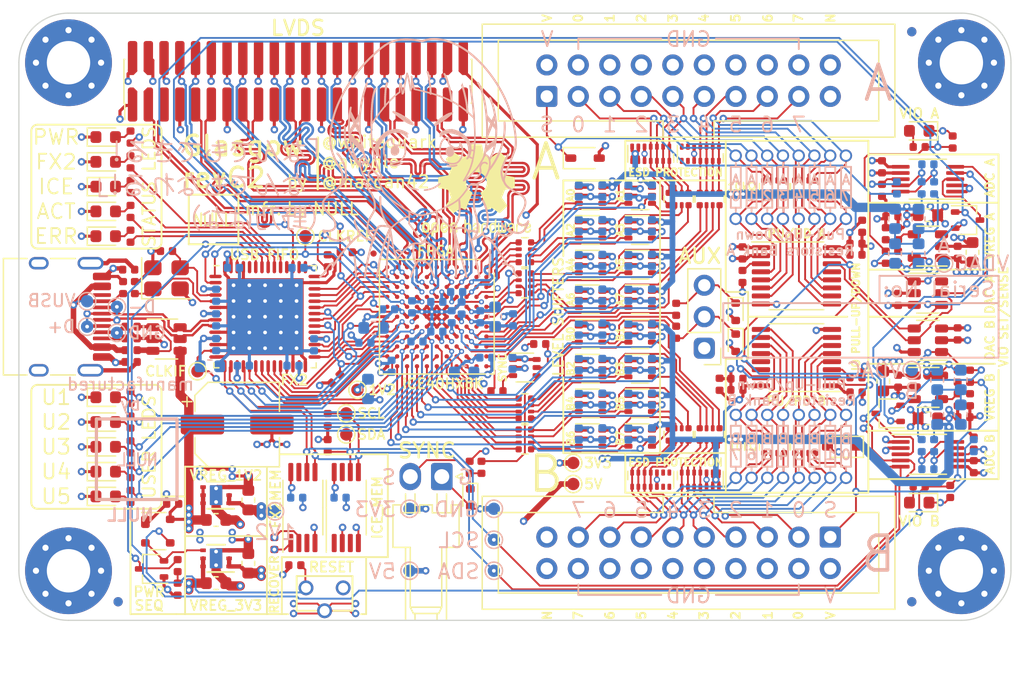
<source format=kicad_pcb>
(kicad_pcb (version 20171130) (host pcbnew "(5.1.12)-1")
  (title_block (title "base board") (rev C2))
  (layers (0 F.Cu signal) (1 In1.Cu power) (2 In2.Cu power) (31 B.Cu signal) (34 B.Paste user hide) (35 F.Paste user hide) (36 B.SilkS user hide) (37 F.SilkS user hide) (38 B.Mask user hide) (39 F.Mask user hide) (44 Edge.Cuts user))
  (net 0 "")
  (net 1 /SDA)
  (net 2 +3V3)
  (net 3 GND)
  (net 4 /SCL)
  (net 5 +5V)
  (net 6 /~CY_RESET)
  (net 7 /SHLD)
  (net 8 /USB_P)
  (net 9 /XTALOUT)
  (net 10 /XTALIN)
  (net 11 /USB_N)
  (net 12 /D0)
  (net 13 /D1)
  (net 14 /D2)
  (net 15 /D3)
  (net 16 /D4)
  (net 17 /D5)
  (net 18 /D6)
  (net 19 /D7)
  (net 20 /FLAGA)
  (net 21 /FLAGB)
  (net 22 /FLAGC)
  (net 23 /OE)
  (net 24 /A0)
  (net 25 /A1)
  (net 26 /PKTEND)
  (net 27 /FPGA_DONE)
  (net 28 /~FPGA_RESET)
  (net 29 +1V2)
  (net 30 /CLKIF)
  (net 31 /FLAGD)
  (net 32 /VUSB)
  (net 33 /LED_CY)
  (net 34 "Net-(D2-Pad2)")
  (net 35 "Net-(D5-Pad2)")
  (net 36 /LED_ERR)
  (net 37 /LED_ACT)
  (net 38 "Net-(D4-Pad2)")
  (net 39 "Net-(D3-Pad2)")
  (net 40 /LED_FPGA)
  (net 41 "Net-(D1-Pad2)")
  (net 42 /~ALERT)
  (net 43 /CLKREF)
  (net 44 /ENVB)
  (net 45 /ENVA)
  (net 46 /WR)
  (net 47 /RD)
  (net 48 /VCCPLL1)
  (net 49 /VCCPLL0)
  (net 50 /GNDPLL1)
  (net 51 /GNDPLL0)
  (net 52 "Net-(D6-Pad2)")
  (net 53 "Net-(D10-Pad2)")
  (net 54 "Net-(D9-Pad2)")
  (net 55 "Net-(D8-Pad2)")
  (net 56 "Net-(D7-Pad2)")
  (net 57 /IO_Banks/IO_Buffer_B/Y0)
  (net 58 /IO_Banks/IO_Buffer_B/Z0)
  (net 59 /IO_Banks/IO_Buffer_B/Y7)
  (net 60 /IO_Banks/IO_Buffer_B/Z7)
  (net 61 /IO_Banks/IO_Buffer_B/Y1)
  (net 62 /IO_Banks/IO_Buffer_B/Y2)
  (net 63 /IO_Banks/IO_Buffer_B/Y3)
  (net 64 /IO_Banks/IO_Buffer_B/Y4)
  (net 65 /IO_Banks/IO_Buffer_B/Y5)
  (net 66 /IO_Banks/IO_Buffer_B/Y6)
  (net 67 /IO_Banks/IO_Buffer_B/Z1)
  (net 68 /IO_Banks/IO_Buffer_B/Z2)
  (net 69 /IO_Banks/IO_Buffer_B/Z3)
  (net 70 /IO_Banks/IO_Buffer_B/Z5)
  (net 71 /IO_Banks/IO_Buffer_B/Z4)
  (net 72 /IO_Banks/IO_Buffer_B/Z6)
  (net 73 /IO_Banks/IO_Buffer_A/Y0)
  (net 74 /IO_Banks/IO_Buffer_A/Z0)
  (net 75 /IO_Banks/IO_Buffer_A/Y7)
  (net 76 /IO_Banks/IO_Buffer_A/Z7)
  (net 77 /IO_Banks/IO_Buffer_A/Y1)
  (net 78 /IO_Banks/IO_Buffer_A/Y2)
  (net 79 /IO_Banks/IO_Buffer_A/Y3)
  (net 80 /IO_Banks/IO_Buffer_A/Y4)
  (net 81 /IO_Banks/IO_Buffer_A/Y5)
  (net 82 /IO_Banks/IO_Buffer_A/Y6)
  (net 83 /IO_Banks/IO_Buffer_A/Z1)
  (net 84 /IO_Banks/IO_Buffer_A/Z2)
  (net 85 /IO_Banks/IO_Buffer_A/Z3)
  (net 86 /IO_Banks/IO_Buffer_A/Z5)
  (net 87 /IO_Banks/IO_Buffer_A/Z4)
  (net 88 /IO_Banks/IO_Buffer_A/Z6)
  (net 89 /IO_Banks/QB6)
  (net 90 /IO_Banks/QB5)
  (net 91 /IO_Banks/QB4)
  (net 92 /IO_Banks/QB3)
  (net 93 /IO_Banks/QB2)
  (net 94 /IO_Banks/QB1)
  (net 95 /IO_Banks/QB7)
  (net 96 /IO_Banks/QB0)
  (net 97 /IO_Banks/QA0)
  (net 98 /IO_Banks/QA7)
  (net 99 /IO_Banks/QA1)
  (net 100 /IO_Banks/QA2)
  (net 101 /IO_Banks/QA3)
  (net 102 /IO_Banks/QA4)
  (net 103 /IO_Banks/QA5)
  (net 104 /IO_Banks/QA6)
  (net 105 /IO_Banks/U1)
  (net 106 /IO_Banks/IO_Buffer_A/VSENSE)
  (net 107 /IO_Banks/VIOB)
  (net 108 /IO_Banks/VIOA)
  (net 109 /IO_Banks/U2)
  (net 110 /IO_Banks/IO_Buffer_B/VSENSE)
  (net 111 /IO_Banks/U5)
  (net 112 /IO_Banks/U4)
  (net 113 /IO_Banks/U3)
  (net 114 /IO_Banks/Z0_P)
  (net 115 /IO_Banks/Z2_N)
  (net 116 /IO_Banks/Z3_N)
  (net 117 /IO_Banks/Z3_P)
  (net 118 /IO_Banks/Z6_P)
  (net 119 /IO_Banks/Z8_P)
  (net 120 /IO_Banks/Z10_P)
  (net 121 /IO_Banks/Z11_P)
  (net 122 /IO_Banks/Z11_N)
  (net 123 /IO_Banks/Z0_N)
  (net 124 /IO_Banks/Z2_P)
  (net 125 /IO_Banks/Z4_P)
  (net 126 /IO_Banks/Z5_P)
  (net 127 /IO_Banks/Z6_N)
  (net 128 /IO_Banks/Z8_N)
  (net 129 /IO_Banks/Z10_N)
  (net 130 /IO_Banks/Z12_N)
  (net 131 /IO_Banks/Z12_P)
  (net 132 /IO_Banks/Z1_N)
  (net 133 /IO_Banks/Z4_N)
  (net 134 /IO_Banks/Z5_N)
  (net 135 /IO_Banks/Z7_N)
  (net 136 /IO_Banks/Z9_P)
  (net 137 /IO_Banks/Z9_N)
  (net 138 /IO_Banks/Z1_P)
  (net 139 /IO_Banks/VIO_AUX)
  (net 140 /IO_Banks/Z7_P)
  (net 141 /IO_Banks/DA0)
  (net 142 /IO_Banks/DA4)
  (net 143 /IO_Banks/DA6)
  (net 144 /IO_Banks/DA1)
  (net 145 /IO_Banks/DA3)
  (net 146 /IO_Banks/DA5)
  (net 147 /IO_Banks/DA7)
  (net 148 /IO_Banks/DB0)
  (net 149 /IO_Banks/DB4)
  (net 150 /IO_Banks/DB6)
  (net 151 /IO_Banks/DB1)
  (net 152 /IO_Banks/DB3)
  (net 153 /IO_Banks/DB5)
  (net 154 /IO_Banks/DB7)
  (net 155 /IO_Banks/DA2)
  (net 156 /IO_Banks/DB2)
  (net 157 /IO_Banks/IO_Buffer_B/VFB)
  (net 158 /IO_Banks/IO_Buffer_A/VFB)
  (net 159 /IO_Banks/~SYNC)
  (net 160 "Net-(R40-Pad1)")
  (net 161 "Net-(R37-Pad1)")
  (net 162 "Net-(R36-Pad1)")
  (net 163 "Net-(R10-Pad1)")
  (net 164 "Net-(R39-Pad2)")
  (net 165 "Net-(R43-Pad2)")
  (net 166 "Net-(R38-Pad2)")
  (net 167 "Net-(D12-Pad1)")
  (net 168 "Net-(D13-Pad1)")
  (net 169 "Net-(R45-Pad2)")
  (net 170 "Net-(R45-Pad1)")
  (net 171 "Net-(D14-Pad2)")
  (net 172 "Net-(D15-Pad2)")
  (net 173 "Net-(RN1-Pad5)")
  (net 174 "Net-(RN1-Pad6)")
  (net 175 "Net-(RN1-Pad7)")
  (net 176 "Net-(RN2-Pad5)")
  (net 177 "Net-(RN2-Pad6)")
  (net 178 "Net-(RN2-Pad8)")
  (net 179 "Net-(RN2-Pad7)")
  (net 180 "Net-(RN7-Pad5)")
  (net 181 "Net-(RN7-Pad6)")
  (net 182 "Net-(RN7-Pad7)")
  (net 183 "Net-(RN8-Pad5)")
  (net 184 "Net-(RN8-Pad6)")
  (net 185 "Net-(RN8-Pad8)")
  (net 186 "Net-(RN8-Pad7)")
  (net 187 /xVBUS)
  (net 188 /CC1)
  (net 189 /CC2)
  (net 190 "Net-(C44-Pad2)")
  (net 191 "Net-(C44-Pad1)")
  (net 192 "Net-(C58-Pad2)")
  (net 193 "Net-(C58-Pad1)")
  (net 194 "Net-(D18-Pad3)")
  (net 195 /IO_Banks/IO_Buffer_B/VIO_EN)
  (net 196 "Net-(D19-Pad3)")
  (net 197 /IO_Banks/IO_Buffer_A/VIO_EN)
  (net 198 "Net-(D24-Pad2)")
  (net 199 "Net-(R4-Pad2)")
  (net 200 "Net-(R6-Pad1)")
  (net 201 "Net-(R56-Pad1)")
  (net 202 /IO_Banks/IO_Buffer_B/ISNS_H)
  (net 203 /IO_Banks/IO_Buffer_A/ISNS_H)
  (net 204 /SWSH)
  (net 205 "Net-(C90-Pad2)")
  (net 206 "Net-(C91-Pad2)")
  (net 207 /IO_Banks/IO_Buffer_B/X0)
  (net 208 /IO_Banks/IO_Buffer_A/X0)
  (net 209 /IO_Banks/IO_Buffer_B/P7)
  (net 210 /IO_Banks/IO_Buffer_B/P6)
  (net 211 /IO_Banks/IO_Buffer_B/P5)
  (net 212 /IO_Banks/IO_Buffer_B/P4)
  (net 213 /IO_Banks/IO_Buffer_B/P3)
  (net 214 /IO_Banks/IO_Buffer_B/P2)
  (net 215 /IO_Banks/IO_Buffer_B/P1)
  (net 216 /IO_Banks/IO_Buffer_B/P0)
  (net 217 /IO_Banks/IO_Buffer_A/P7)
  (net 218 /IO_Banks/IO_Buffer_A/P6)
  (net 219 /IO_Banks/IO_Buffer_A/P5)
  (net 220 /IO_Banks/IO_Buffer_A/P4)
  (net 221 /IO_Banks/IO_Buffer_A/P3)
  (net 222 /IO_Banks/IO_Buffer_A/P2)
  (net 223 /IO_Banks/IO_Buffer_A/P1)
  (net 224 /IO_Banks/IO_Buffer_A/P0)
  (net 225 /~MR)
  (net 226 /IO_Banks/IO_Buffer_B/VDAC)
  (net 227 /IO_Banks/IO_Buffer_A/VDAC)
  (module Glasgow:R_Array_Convex_4x0402 (layer F.Cu) (at 90.8 102.9)
    (fp_text reference RN1 hide)
    (fp_text value 33R)
    (pad 5 smd roundrect (at 0.5 0.8) (size 0.5 0.5) (layers F.Cu F.Paste F.Mask) (net 173 "Net-(RN1-Pad5)"))
    (pad 6 smd roundrect (at 0.5 0.25) (size 0.5 0.3) (layers F.Cu F.Paste F.Mask) (net 174 "Net-(RN1-Pad6)"))
    (pad 8 smd roundrect (at 0.5 -0.8) (size 0.5 0.5) (layers F.Cu F.Paste F.Mask) (net 207 /IO_Banks/IO_Buffer_B/X0))
    (pad 7 smd roundrect (at 0.5 -0.25) (size 0.5 0.3) (layers F.Cu F.Paste F.Mask) (net 175 "Net-(RN1-Pad7)"))
    (pad 4 smd roundrect (at -0.5 0.8) (size 0.5 0.5) (layers F.Cu F.Paste F.Mask) (net 92 /IO_Banks/QB3))
    (pad 2 smd roundrect (at -0.5 -0.25) (size 0.5 0.3) (layers F.Cu F.Paste F.Mask) (net 94 /IO_Banks/QB1))
    (pad 3 smd roundrect (at -0.5 0.25) (size 0.5 0.3) (layers F.Cu F.Paste F.Mask) (net 93 /IO_Banks/QB2))
    (pad 1 smd roundrect (at -0.5 -0.8) (size 0.5 0.5) (layers F.Cu F.Paste F.Mask) (net 96 /IO_Banks/QB0))
  )
  (module Glasgow:R_Array_Convex_4x0402 (layer F.Cu) (at 113.4 85 270)
    (fp_text reference RN12 hide)
    (fp_text value 10k)
    (pad 5 smd roundrect (at 0.5 0.8 270) (size 0.5 0.5) (layers F.Cu F.Paste F.Mask) (net 220 /IO_Banks/IO_Buffer_A/P4))
    (pad 6 smd roundrect (at 0.5 0.25 270) (size 0.5 0.3) (layers F.Cu F.Paste F.Mask) (net 219 /IO_Banks/IO_Buffer_A/P5))
    (pad 8 smd roundrect (at 0.5 -0.8 270) (size 0.5 0.5) (layers F.Cu F.Paste F.Mask) (net 217 /IO_Banks/IO_Buffer_A/P7))
    (pad 7 smd roundrect (at 0.5 -0.25 270) (size 0.5 0.3) (layers F.Cu F.Paste F.Mask) (net 218 /IO_Banks/IO_Buffer_A/P6))
    (pad 4 smd roundrect (at -0.5 0.8 270) (size 0.5 0.5) (layers F.Cu F.Paste F.Mask) (net 87 /IO_Banks/IO_Buffer_A/Z4))
    (pad 2 smd roundrect (at -0.5 -0.25 270) (size 0.5 0.3) (layers F.Cu F.Paste F.Mask) (net 88 /IO_Banks/IO_Buffer_A/Z6))
    (pad 3 smd roundrect (at -0.5 0.25 270) (size 0.5 0.3) (layers F.Cu F.Paste F.Mask) (net 86 /IO_Banks/IO_Buffer_A/Z5))
    (pad 1 smd roundrect (at -0.5 -0.8 270) (size 0.5 0.5) (layers F.Cu F.Paste F.Mask) (net 76 /IO_Banks/IO_Buffer_A/Z7))
  )
  (module Glasgow:R_Array_Convex_4x0402 (layer F.Cu) (at 110.9 85 270)
    (fp_text reference RN11 hide)
    (fp_text value 10k)
    (pad 5 smd roundrect (at 0.5 0.8 270) (size 0.5 0.5) (layers F.Cu F.Paste F.Mask) (net 224 /IO_Banks/IO_Buffer_A/P0))
    (pad 6 smd roundrect (at 0.5 0.25 270) (size 0.5 0.3) (layers F.Cu F.Paste F.Mask) (net 223 /IO_Banks/IO_Buffer_A/P1))
    (pad 8 smd roundrect (at 0.5 -0.8 270) (size 0.5 0.5) (layers F.Cu F.Paste F.Mask) (net 221 /IO_Banks/IO_Buffer_A/P3))
    (pad 7 smd roundrect (at 0.5 -0.25 270) (size 0.5 0.3) (layers F.Cu F.Paste F.Mask) (net 222 /IO_Banks/IO_Buffer_A/P2))
    (pad 4 smd roundrect (at -0.5 0.8 270) (size 0.5 0.5) (layers F.Cu F.Paste F.Mask) (net 74 /IO_Banks/IO_Buffer_A/Z0))
    (pad 2 smd roundrect (at -0.5 -0.25 270) (size 0.5 0.3) (layers F.Cu F.Paste F.Mask) (net 84 /IO_Banks/IO_Buffer_A/Z2))
    (pad 3 smd roundrect (at -0.5 0.25 270) (size 0.5 0.3) (layers F.Cu F.Paste F.Mask) (net 83 /IO_Banks/IO_Buffer_A/Z1))
    (pad 1 smd roundrect (at -0.5 -0.8 270) (size 0.5 0.5) (layers F.Cu F.Paste F.Mask) (net 85 /IO_Banks/IO_Buffer_A/Z3))
  )
  (module Glasgow:R_Array_Convex_4x0402 (layer F.Cu) (at 105.7 86 90)
    (fp_text reference RN10 hide)
    (fp_text value 33R)
    (pad 5 smd roundrect (at 0.5 0.8 90) (size 0.5 0.5) (layers F.Cu F.Paste F.Mask) (net 76 /IO_Banks/IO_Buffer_A/Z7))
    (pad 6 smd roundrect (at 0.5 0.25 90) (size 0.5 0.3) (layers F.Cu F.Paste F.Mask) (net 88 /IO_Banks/IO_Buffer_A/Z6))
    (pad 8 smd roundrect (at 0.5 -0.8 90) (size 0.5 0.5) (layers F.Cu F.Paste F.Mask) (net 87 /IO_Banks/IO_Buffer_A/Z4))
    (pad 7 smd roundrect (at 0.5 -0.25 90) (size 0.5 0.3) (layers F.Cu F.Paste F.Mask) (net 86 /IO_Banks/IO_Buffer_A/Z5))
    (pad 4 smd roundrect (at -0.5 0.8 90) (size 0.5 0.5) (layers F.Cu F.Paste F.Mask) (net 75 /IO_Banks/IO_Buffer_A/Y7))
    (pad 2 smd roundrect (at -0.5 -0.25 90) (size 0.5 0.3) (layers F.Cu F.Paste F.Mask) (net 81 /IO_Banks/IO_Buffer_A/Y5))
    (pad 3 smd roundrect (at -0.5 0.25 90) (size 0.5 0.3) (layers F.Cu F.Paste F.Mask) (net 82 /IO_Banks/IO_Buffer_A/Y6))
    (pad 1 smd roundrect (at -0.5 -0.8 90) (size 0.5 0.5) (layers F.Cu F.Paste F.Mask) (net 80 /IO_Banks/IO_Buffer_A/Y4))
  )
  (module Glasgow:R_Array_Convex_4x0402 (layer F.Cu) (at 103.2 86 90)
    (fp_text reference RN9 hide)
    (fp_text value 33R)
    (pad 5 smd roundrect (at 0.5 0.8 90) (size 0.5 0.5) (layers F.Cu F.Paste F.Mask) (net 85 /IO_Banks/IO_Buffer_A/Z3))
    (pad 6 smd roundrect (at 0.5 0.25 90) (size 0.5 0.3) (layers F.Cu F.Paste F.Mask) (net 84 /IO_Banks/IO_Buffer_A/Z2))
    (pad 8 smd roundrect (at 0.5 -0.8 90) (size 0.5 0.5) (layers F.Cu F.Paste F.Mask) (net 74 /IO_Banks/IO_Buffer_A/Z0))
    (pad 7 smd roundrect (at 0.5 -0.25 90) (size 0.5 0.3) (layers F.Cu F.Paste F.Mask) (net 83 /IO_Banks/IO_Buffer_A/Z1))
    (pad 4 smd roundrect (at -0.5 0.8 90) (size 0.5 0.5) (layers F.Cu F.Paste F.Mask) (net 79 /IO_Banks/IO_Buffer_A/Y3))
    (pad 2 smd roundrect (at -0.5 -0.25 90) (size 0.5 0.3) (layers F.Cu F.Paste F.Mask) (net 77 /IO_Banks/IO_Buffer_A/Y1))
    (pad 3 smd roundrect (at -0.5 0.25 90) (size 0.5 0.3) (layers F.Cu F.Paste F.Mask) (net 78 /IO_Banks/IO_Buffer_A/Y2))
    (pad 1 smd roundrect (at -0.5 -0.8 90) (size 0.5 0.5) (layers F.Cu F.Paste F.Mask) (net 73 /IO_Banks/IO_Buffer_A/Y0))
  )
  (module Glasgow:R_Array_Convex_4x0402 (layer F.Cu) (at 90.8 92.8)
    (fp_text reference RN8 hide)
    (fp_text value 33R)
    (pad 5 smd roundrect (at 0.5 0.8) (size 0.5 0.5) (layers F.Cu F.Paste F.Mask) (net 183 "Net-(RN8-Pad5)"))
    (pad 6 smd roundrect (at 0.5 0.25) (size 0.5 0.3) (layers F.Cu F.Paste F.Mask) (net 184 "Net-(RN8-Pad6)"))
    (pad 8 smd roundrect (at 0.5 -0.8) (size 0.5 0.5) (layers F.Cu F.Paste F.Mask) (net 185 "Net-(RN8-Pad8)"))
    (pad 7 smd roundrect (at 0.5 -0.25) (size 0.5 0.3) (layers F.Cu F.Paste F.Mask) (net 186 "Net-(RN8-Pad7)"))
    (pad 4 smd roundrect (at -0.5 0.8) (size 0.5 0.5) (layers F.Cu F.Paste F.Mask) (net 98 /IO_Banks/QA7))
    (pad 2 smd roundrect (at -0.5 -0.25) (size 0.5 0.3) (layers F.Cu F.Paste F.Mask) (net 103 /IO_Banks/QA5))
    (pad 3 smd roundrect (at -0.5 0.25) (size 0.5 0.3) (layers F.Cu F.Paste F.Mask) (net 104 /IO_Banks/QA6))
    (pad 1 smd roundrect (at -0.5 -0.8) (size 0.5 0.5) (layers F.Cu F.Paste F.Mask) (net 102 /IO_Banks/QA4))
  )
  (module Glasgow:R_Array_Convex_4x0402 (layer F.Cu) (at 90.8 90.3)
    (fp_text reference RN7 hide)
    (fp_text value 33R)
    (pad 5 smd roundrect (at 0.5 0.8) (size 0.5 0.5) (layers F.Cu F.Paste F.Mask) (net 180 "Net-(RN7-Pad5)"))
    (pad 6 smd roundrect (at 0.5 0.25) (size 0.5 0.3) (layers F.Cu F.Paste F.Mask) (net 181 "Net-(RN7-Pad6)"))
    (pad 8 smd roundrect (at 0.5 -0.8) (size 0.5 0.5) (layers F.Cu F.Paste F.Mask) (net 208 /IO_Banks/IO_Buffer_A/X0))
    (pad 7 smd roundrect (at 0.5 -0.25) (size 0.5 0.3) (layers F.Cu F.Paste F.Mask) (net 182 "Net-(RN7-Pad7)"))
    (pad 4 smd roundrect (at -0.5 0.8) (size 0.5 0.5) (layers F.Cu F.Paste F.Mask) (net 101 /IO_Banks/QA3))
    (pad 2 smd roundrect (at -0.5 -0.25) (size 0.5 0.3) (layers F.Cu F.Paste F.Mask) (net 99 /IO_Banks/QA1))
    (pad 3 smd roundrect (at -0.5 0.25) (size 0.5 0.3) (layers F.Cu F.Paste F.Mask) (net 100 /IO_Banks/QA2))
    (pad 1 smd roundrect (at -0.5 -0.8) (size 0.5 0.5) (layers F.Cu F.Paste F.Mask) (net 97 /IO_Banks/QA0))
  )
  (module Glasgow:R_Array_Convex_4x0402 (layer F.Cu) (at 110.9 106 90)
    (fp_text reference RN6 hide)
    (fp_text value 10k)
    (pad 5 smd roundrect (at 0.5 0.8 90) (size 0.5 0.5) (layers F.Cu F.Paste F.Mask) (net 212 /IO_Banks/IO_Buffer_B/P4))
    (pad 6 smd roundrect (at 0.5 0.25 90) (size 0.5 0.3) (layers F.Cu F.Paste F.Mask) (net 211 /IO_Banks/IO_Buffer_B/P5))
    (pad 8 smd roundrect (at 0.5 -0.8 90) (size 0.5 0.5) (layers F.Cu F.Paste F.Mask) (net 209 /IO_Banks/IO_Buffer_B/P7))
    (pad 7 smd roundrect (at 0.5 -0.25 90) (size 0.5 0.3) (layers F.Cu F.Paste F.Mask) (net 210 /IO_Banks/IO_Buffer_B/P6))
    (pad 4 smd roundrect (at -0.5 0.8 90) (size 0.5 0.5) (layers F.Cu F.Paste F.Mask) (net 71 /IO_Banks/IO_Buffer_B/Z4))
    (pad 2 smd roundrect (at -0.5 -0.25 90) (size 0.5 0.3) (layers F.Cu F.Paste F.Mask) (net 72 /IO_Banks/IO_Buffer_B/Z6))
    (pad 3 smd roundrect (at -0.5 0.25 90) (size 0.5 0.3) (layers F.Cu F.Paste F.Mask) (net 70 /IO_Banks/IO_Buffer_B/Z5))
    (pad 1 smd roundrect (at -0.5 -0.8 90) (size 0.5 0.5) (layers F.Cu F.Paste F.Mask) (net 60 /IO_Banks/IO_Buffer_B/Z7))
  )
  (module Glasgow:R_Array_Convex_4x0402 (layer F.Cu) (at 113.4 106 90)
    (fp_text reference RN5 hide)
    (fp_text value 10k)
    (pad 5 smd roundrect (at 0.5 0.8 90) (size 0.5 0.5) (layers F.Cu F.Paste F.Mask) (net 216 /IO_Banks/IO_Buffer_B/P0))
    (pad 6 smd roundrect (at 0.5 0.25 90) (size 0.5 0.3) (layers F.Cu F.Paste F.Mask) (net 215 /IO_Banks/IO_Buffer_B/P1))
    (pad 8 smd roundrect (at 0.5 -0.8 90) (size 0.5 0.5) (layers F.Cu F.Paste F.Mask) (net 213 /IO_Banks/IO_Buffer_B/P3))
    (pad 7 smd roundrect (at 0.5 -0.25 90) (size 0.5 0.3) (layers F.Cu F.Paste F.Mask) (net 214 /IO_Banks/IO_Buffer_B/P2))
    (pad 4 smd roundrect (at -0.5 0.8 90) (size 0.5 0.5) (layers F.Cu F.Paste F.Mask) (net 58 /IO_Banks/IO_Buffer_B/Z0))
    (pad 2 smd roundrect (at -0.5 -0.25 90) (size 0.5 0.3) (layers F.Cu F.Paste F.Mask) (net 68 /IO_Banks/IO_Buffer_B/Z2))
    (pad 3 smd roundrect (at -0.5 0.25 90) (size 0.5 0.3) (layers F.Cu F.Paste F.Mask) (net 67 /IO_Banks/IO_Buffer_B/Z1))
    (pad 1 smd roundrect (at -0.5 -0.8 90) (size 0.5 0.5) (layers F.Cu F.Paste F.Mask) (net 69 /IO_Banks/IO_Buffer_B/Z3))
  )
  (module Glasgow:R_Array_Convex_4x0402 (layer F.Cu) (at 103.2 105 270)
    (fp_text reference RN4 hide)
    (fp_text value 33R)
    (pad 5 smd roundrect (at 0.5 0.8 270) (size 0.5 0.5) (layers F.Cu F.Paste F.Mask) (net 60 /IO_Banks/IO_Buffer_B/Z7))
    (pad 6 smd roundrect (at 0.5 0.25 270) (size 0.5 0.3) (layers F.Cu F.Paste F.Mask) (net 72 /IO_Banks/IO_Buffer_B/Z6))
    (pad 8 smd roundrect (at 0.5 -0.8 270) (size 0.5 0.5) (layers F.Cu F.Paste F.Mask) (net 71 /IO_Banks/IO_Buffer_B/Z4))
    (pad 7 smd roundrect (at 0.5 -0.25 270) (size 0.5 0.3) (layers F.Cu F.Paste F.Mask) (net 70 /IO_Banks/IO_Buffer_B/Z5))
    (pad 4 smd roundrect (at -0.5 0.8 270) (size 0.5 0.5) (layers F.Cu F.Paste F.Mask) (net 59 /IO_Banks/IO_Buffer_B/Y7))
    (pad 2 smd roundrect (at -0.5 -0.25 270) (size 0.5 0.3) (layers F.Cu F.Paste F.Mask) (net 65 /IO_Banks/IO_Buffer_B/Y5))
    (pad 3 smd roundrect (at -0.5 0.25 270) (size 0.5 0.3) (layers F.Cu F.Paste F.Mask) (net 66 /IO_Banks/IO_Buffer_B/Y6))
    (pad 1 smd roundrect (at -0.5 -0.8 270) (size 0.5 0.5) (layers F.Cu F.Paste F.Mask) (net 64 /IO_Banks/IO_Buffer_B/Y4))
  )
  (module Glasgow:R_Array_Convex_4x0402 (layer F.Cu) (at 105.7 105 270)
    (fp_text reference RN3 hide)
    (fp_text value 33R)
    (pad 5 smd roundrect (at 0.5 0.8 270) (size 0.5 0.5) (layers F.Cu F.Paste F.Mask) (net 69 /IO_Banks/IO_Buffer_B/Z3))
    (pad 6 smd roundrect (at 0.5 0.25 270) (size 0.5 0.3) (layers F.Cu F.Paste F.Mask) (net 68 /IO_Banks/IO_Buffer_B/Z2))
    (pad 8 smd roundrect (at 0.5 -0.8 270) (size 0.5 0.5) (layers F.Cu F.Paste F.Mask) (net 58 /IO_Banks/IO_Buffer_B/Z0))
    (pad 7 smd roundrect (at 0.5 -0.25 270) (size 0.5 0.3) (layers F.Cu F.Paste F.Mask) (net 67 /IO_Banks/IO_Buffer_B/Z1))
    (pad 4 smd roundrect (at -0.5 0.8 270) (size 0.5 0.5) (layers F.Cu F.Paste F.Mask) (net 63 /IO_Banks/IO_Buffer_B/Y3))
    (pad 2 smd roundrect (at -0.5 -0.25 270) (size 0.5 0.3) (layers F.Cu F.Paste F.Mask) (net 61 /IO_Banks/IO_Buffer_B/Y1))
    (pad 3 smd roundrect (at -0.5 0.25 270) (size 0.5 0.3) (layers F.Cu F.Paste F.Mask) (net 62 /IO_Banks/IO_Buffer_B/Y2))
    (pad 1 smd roundrect (at -0.5 -0.8 270) (size 0.5 0.5) (layers F.Cu F.Paste F.Mask) (net 57 /IO_Banks/IO_Buffer_B/Y0))
  )
  (module Glasgow:R_Array_Convex_4x0402 (layer F.Cu) (at 90.8 105.4)
    (fp_text reference RN2 hide)
    (fp_text value 33R)
    (pad 5 smd roundrect (at 0.5 0.8) (size 0.5 0.5) (layers F.Cu F.Paste F.Mask) (net 176 "Net-(RN2-Pad5)"))
    (pad 6 smd roundrect (at 0.5 0.25) (size 0.5 0.3) (layers F.Cu F.Paste F.Mask) (net 177 "Net-(RN2-Pad6)"))
    (pad 8 smd roundrect (at 0.5 -0.8) (size 0.5 0.5) (layers F.Cu F.Paste F.Mask) (net 178 "Net-(RN2-Pad8)"))
    (pad 7 smd roundrect (at 0.5 -0.25) (size 0.5 0.3) (layers F.Cu F.Paste F.Mask) (net 179 "Net-(RN2-Pad7)"))
    (pad 4 smd roundrect (at -0.5 0.8) (size 0.5 0.5) (layers F.Cu F.Paste F.Mask) (net 95 /IO_Banks/QB7))
    (pad 2 smd roundrect (at -0.5 -0.25) (size 0.5 0.3) (layers F.Cu F.Paste F.Mask) (net 90 /IO_Banks/QB5))
    (pad 3 smd roundrect (at -0.5 0.25) (size 0.5 0.3) (layers F.Cu F.Paste F.Mask) (net 89 /IO_Banks/QB6))
    (pad 1 smd roundrect (at -0.5 -0.8) (size 0.5 0.5) (layers F.Cu F.Paste F.Mask) (net 91 /IO_Banks/QB4))
  )
  (module Glasgow:SOT-143 (layer F.Cu) (at 61.2 112.8)
    (fp_text reference U7 hide)
    (fp_text value APX811-40UG-7)
    (pad 4 smd roundrect (at 1 -0.95) (size 0.7 0.6) (layers F.Cu F.Paste F.Mask) (net 5 +5V))
    (pad 3 smd roundrect (at 1 0.95) (size 0.7 0.6) (layers F.Cu F.Paste F.Mask) (net 225 /~MR))
    (pad 2 smd roundrect (at -1 0.95) (size 0.7 0.6) (layers F.Cu F.Paste F.Mask) (net 198 "Net-(D24-Pad2)"))
    (pad 1 smd roundrect (at -1 -0.75) (size 0.7 1) (layers F.Cu F.Paste F.Mask) (net 3 GND))
  )
  (module Glasgow:SW_Tactile_SPST_Angled_TC-1109DE (layer F.Cu) (at 74.65 117.38 180)
    (fp_text reference SW1)
    (fp_text value RST)
    (pad 3 thru_hole circle (at 0 -1.85 180) (size 1.2 1.2) (drill 0.8) (layers *.Cu *.Mask) (net 204 /SWSH))
    (pad 1 thru_hole circle (at -1.5 0 180) (size 1.2 1.2) (drill 0.8) (layers *.Cu *.Mask) (net 3 GND))
    (pad 2 thru_hole circle (at 1.5 0 180) (size 1.2 1.2) (drill 0.8) (layers *.Cu *.Mask) (net 225 /~MR))
  )
  (module pkl_logos:null_Logo_SilkS_4mm (layer F.Cu) (at 65.7 87.65)
    (fp_text reference REF** hide)
    (fp_text value null_Logo_SilkS_4mm hide)
  )
  (module pkl_logos:null_Logo_SilkS_6.5mm (layer B.Cu) (at 59.5 107 180)
    (fp_text reference REF** hide)
    (fp_text value null_Logo_SilkS_6.5mm hide)
  )
  (module Glasgow:USB_C_Receptacle_HRO_TYPE-C-31-M-12 (layer F.Cu) (at 52.65 95.5 270)
    (fp_text reference J1)
    (fp_text value USB_C_USB2.0)
    (pad S1 thru_hole oval (at 4.32 1.05 270) (size 1 1.6) (drill oval 0.6 1.2) (layers *.Cu *.Mask) (net 7 /SHLD))
    (pad "" np_thru_hole circle (at 2.89 -2.6 270) (size 0.65 0.65) (drill 0.65) (layers *.Cu *.Mask))
    (pad S1 thru_hole oval (at -4.32 1.05 270) (size 1 1.6) (drill oval 0.6 1.2) (layers *.Cu *.Mask) (net 7 /SHLD))
    (pad "" np_thru_hole circle (at -2.89 -2.6 270) (size 0.65 0.65) (drill 0.65) (layers *.Cu *.Mask))
    (pad S1 thru_hole oval (at -4.32 -3.13 270) (size 1 2.1) (drill oval 0.6 1.7) (layers *.Cu *.Mask) (net 7 /SHLD))
    (pad S1 thru_hole oval (at 4.32 -3.13 270) (size 1 2.1) (drill oval 0.6 1.7) (layers *.Cu *.Mask) (net 7 /SHLD))
    (pad A6 smd roundrect (at -0.25 -4.045 270) (size 0.3 1.45) (layers F.Cu F.Paste F.Mask) (net 8 /USB_P))
    (pad B5 smd roundrect (at 1.75 -4.045 270) (size 0.3 1.45) (layers F.Cu F.Paste F.Mask) (net 189 /CC2))
    (pad A8 smd roundrect (at 1.25 -4.045 270) (size 0.3 1.45) (layers F.Cu F.Paste F.Mask))
    (pad B6 smd roundrect (at 0.75 -4.045 270) (size 0.3 1.45) (layers F.Cu F.Paste F.Mask) (net 8 /USB_P))
    (pad A7 smd roundrect (at 0.25 -4.045 270) (size 0.3 1.45) (layers F.Cu F.Paste F.Mask) (net 11 /USB_N))
    (pad B7 smd roundrect (at -0.75 -4.045 270) (size 0.3 1.45) (layers F.Cu F.Paste F.Mask) (net 11 /USB_N))
    (pad A5 smd roundrect (at -1.25 -4.045 270) (size 0.3 1.45) (layers F.Cu F.Paste F.Mask) (net 188 /CC1))
    (pad B8 smd roundrect (at -1.75 -4.045 270) (size 0.3 1.45) (layers F.Cu F.Paste F.Mask))
    (pad A12 smd roundrect (at 3.25 -4.045 270) (size 0.6 1.45) (layers F.Cu F.Paste F.Mask) (net 3 GND))
    (pad B4 smd roundrect (at 2.45 -4.045 270) (size 0.6 1.45) (layers F.Cu F.Paste F.Mask) (net 187 /xVBUS))
    (pad A4 smd roundrect (at -2.45 -4.045 270) (size 0.6 1.45) (layers F.Cu F.Paste F.Mask) (net 187 /xVBUS))
    (pad A1 smd roundrect (at -3.25 -4.045 270) (size 0.6 1.45) (layers F.Cu F.Paste F.Mask) (net 3 GND))
    (pad B12 smd roundrect (at -3.25 -4.045 270) (size 0.6 1.45) (layers F.Cu F.Paste F.Mask) (net 3 GND))
    (pad B9 smd roundrect (at -2.45 -4.045 270) (size 0.6 1.45) (layers F.Cu F.Paste F.Mask) (net 187 /xVBUS))
    (pad A9 smd roundrect (at 2.45 -4.045 270) (size 0.6 1.45) (layers F.Cu F.Paste F.Mask) (net 187 /xVBUS))
    (pad B1 smd roundrect (at 3.25 -4.045 270) (size 0.6 1.45) (layers F.Cu F.Paste F.Mask) (net 3 GND))
  )
  (module Glasgow:PinHeader_2x22_P1.27mm_Vertical__SMD (layer F.Cu) (at 72.5 76.5 90)
    (fp_text reference J5 hide)
    (fp_text value PinHeader_2x22_P1.27mm)
    (pad 43 smd custom (at -0.8 13.335 270) (size 0.2 0.2) (layers F.Cu F.Paste F.Mask) (net 3 GND) (options (clearance outline) (anchor rect)) (primitives (gr_poly (pts (xy -0.3 0.08) (xy 0 0.38) (xy 0.1 0.38) (xy 0.1 -0.19) (xy -0.3 -0.19)) (width 0))))
    (pad 41 smd custom (at -0.8 12.065 90) (size 0.2 0.2) (layers F.Cu F.Paste F.Mask) (net 123 /IO_Banks/Z0_N) (options (clearance outline) (anchor rect)) (primitives (gr_poly (pts (xy 0.3 0.08) (xy 0 0.38) (xy -0.1 0.38) (xy -0.1 -0.19) (xy 0.3 -0.19)) (width 0))))
    (pad 41 smd roundrect (at -0.8 11.875 90) (size 0.6 0.38) (layers F.Cu F.Paste F.Mask) (roundrect_rratio 0.5) (net 123 /IO_Banks/Z0_N))
    (pad 43 smd roundrect (at -0.8 13.525 90) (size 0.6 0.38) (layers F.Cu F.Paste F.Mask) (roundrect_rratio 0.5) (net 3 GND))
    (pad 44 smd custom (at 0.8 13.335 270) (size 0.2 0.2) (layers F.Cu F.Paste F.Mask) (net 139 /IO_Banks/VIO_AUX) (options (clearance outline) (anchor rect)) (primitives (gr_poly (pts (xy 0.3 0.08) (xy 0 0.38) (xy -0.1 0.38) (xy -0.1 -0.19) (xy 0.3 -0.19)) (width 0))))
    (pad 42 smd custom (at 0.8 12.065 90) (size 0.2 0.2) (layers F.Cu F.Paste F.Mask) (net 3 GND) (options (clearance outline) (anchor rect)) (primitives (gr_poly (pts (xy -0.3 0.08) (xy 0 0.38) (xy 0.1 0.38) (xy 0.1 -0.19) (xy -0.3 -0.19)) (width 0))))
    (pad 44 smd roundrect (at 0.8 13.525 270) (size 0.6 0.38) (layers F.Cu F.Paste F.Mask) (roundrect_rratio 0.5) (net 139 /IO_Banks/VIO_AUX))
    (pad 42 smd roundrect (at 0.8 11.875 270) (size 0.6 0.38) (layers F.Cu F.Paste F.Mask) (roundrect_rratio 0.5) (net 3 GND))
    (pad 2 smd custom (at 0.8 -13.335 90) (size 0.2 0.2) (layers F.Cu F.Paste F.Mask) (net 2 +3V3) (options (clearance outline) (anchor rect)) (primitives (gr_poly (pts (xy -0.3 0.08) (xy 0 0.38) (xy 0.1 0.38) (xy 0.1 -0.19) (xy -0.3 -0.19)) (width 0))))
    (pad 4 smd custom (at 0.8 -12.065 270) (size 0.2 0.2) (layers F.Cu F.Paste F.Mask) (net 3 GND) (options (clearance outline) (anchor rect)) (primitives (gr_poly (pts (xy 0.3 0.08) (xy 0 0.38) (xy -0.1 0.38) (xy -0.1 -0.19) (xy 0.3 -0.19)) (width 0))))
    (pad 4 smd roundrect (at 0.8 -11.875 270) (size 0.6 0.38) (layers F.Cu F.Paste F.Mask) (roundrect_rratio 0.5) (net 3 GND))
    (pad 2 smd roundrect (at 0.8 -13.525 270) (size 0.6 0.38) (layers F.Cu F.Paste F.Mask) (roundrect_rratio 0.5) (net 2 +3V3))
    (pad 3 smd roundrect (at -0.8 -11.875 90) (size 0.6 0.38) (layers F.Cu F.Paste F.Mask) (roundrect_rratio 0.5) (net 122 /IO_Banks/Z11_N))
    (pad 3 smd custom (at -0.8 -12.065 270) (size 0.2 0.2) (layers F.Cu F.Paste F.Mask) (net 122 /IO_Banks/Z11_N) (options (clearance outline) (anchor rect)) (primitives (gr_poly (pts (xy -0.3 0.08) (xy 0 0.38) (xy 0.1 0.38) (xy 0.1 -0.19) (xy -0.3 -0.19)) (width 0))))
    (pad 1 smd custom (at -0.8 -13.335 90) (size 0.2 0.2) (layers F.Cu F.Paste F.Mask) (net 3 GND) (options (clearance outline) (anchor rect)) (primitives (gr_poly (pts (xy 0.3 0.08) (xy 0 0.38) (xy -0.1 0.38) (xy -0.1 -0.19) (xy 0.3 -0.19)) (width 0))))
    (pad 1 smd roundrect (at -0.8 -13.525 90) (size 0.6 0.38) (layers F.Cu F.Paste F.Mask) (roundrect_rratio 0.5) (net 3 GND))
    (pad "" np_thru_hole circle (at 0 12.7 90) (size 1.1 1.1) (drill 1.1) (layers *.Cu *.Mask))
    (pad "" np_thru_hole circle (at 0 -12.7 90) (size 1.1 1.1) (drill 1.1) (layers *.Cu *.Mask))
    (pad 44 smd roundrect (at 1.975 13.335 90) (size 2.55 0.76) (layers F.Cu F.Paste F.Mask) (net 139 /IO_Banks/VIO_AUX))
    (pad 43 smd roundrect (at -1.975 13.335 90) (size 2.55 0.76) (layers F.Cu F.Paste F.Mask) (net 3 GND))
    (pad 42 smd roundrect (at 1.975 12.065 90) (size 2.55 0.76) (layers F.Cu F.Paste F.Mask) (net 3 GND))
    (pad 41 smd roundrect (at -1.975 12.065 90) (size 2.55 0.76) (layers F.Cu F.Paste F.Mask) (net 123 /IO_Banks/Z0_N))
    (pad 40 smd roundrect (at 1.875 10.795 90) (size 2.75 0.76) (layers F.Cu F.Paste F.Mask) (net 138 /IO_Banks/Z1_P))
    (pad 39 smd roundrect (at -1.875 10.795 90) (size 2.75 0.76) (layers F.Cu F.Paste F.Mask) (net 114 /IO_Banks/Z0_P))
    (pad 38 smd roundrect (at 1.875 9.525 90) (size 2.75 0.76) (layers F.Cu F.Paste F.Mask) (net 132 /IO_Banks/Z1_N))
    (pad 37 smd roundrect (at -1.875 9.525 90) (size 2.75 0.76) (layers F.Cu F.Paste F.Mask) (net 3 GND))
    (pad 36 smd roundrect (at 1.875 8.255 90) (size 2.75 0.76) (layers F.Cu F.Paste F.Mask) (net 3 GND))
    (pad 35 smd roundrect (at -1.875 8.255 90) (size 2.75 0.76) (layers F.Cu F.Paste F.Mask) (net 124 /IO_Banks/Z2_P))
    (pad 34 smd roundrect (at 1.875 6.985 90) (size 2.75 0.76) (layers F.Cu F.Paste F.Mask) (net 133 /IO_Banks/Z4_N))
    (pad 33 smd roundrect (at -1.875 6.985 90) (size 2.75 0.76) (layers F.Cu F.Paste F.Mask) (net 115 /IO_Banks/Z2_N))
    (pad 32 smd roundrect (at 1.875 5.715 90) (size 2.75 0.76) (layers F.Cu F.Paste F.Mask) (net 125 /IO_Banks/Z4_P))
    (pad 31 smd roundrect (at -1.875 5.715 90) (size 2.75 0.76) (layers F.Cu F.Paste F.Mask) (net 3 GND))
    (pad 30 smd roundrect (at 1.875 4.445 90) (size 2.75 0.76) (layers F.Cu F.Paste F.Mask) (net 3 GND))
    (pad 29 smd roundrect (at -1.875 4.445 90) (size 2.75 0.76) (layers F.Cu F.Paste F.Mask) (net 116 /IO_Banks/Z3_N))
    (pad 28 smd roundrect (at 1.875 3.175 90) (size 2.75 0.76) (layers F.Cu F.Paste F.Mask) (net 126 /IO_Banks/Z5_P))
    (pad 27 smd roundrect (at -1.875 3.175 90) (size 2.75 0.76) (layers F.Cu F.Paste F.Mask) (net 117 /IO_Banks/Z3_P))
    (pad 26 smd roundrect (at 1.875 1.905 90) (size 2.75 0.76) (layers F.Cu F.Paste F.Mask) (net 134 /IO_Banks/Z5_N))
    (pad 25 smd roundrect (at -1.875 1.905 90) (size 2.75 0.76) (layers F.Cu F.Paste F.Mask) (net 3 GND))
    (pad 24 smd roundrect (at 1.875 0.635 90) (size 2.75 0.76) (layers F.Cu F.Paste F.Mask) (net 3 GND))
    (pad 23 smd roundrect (at -1.875 0.635 90) (size 2.75 0.76) (layers F.Cu F.Paste F.Mask) (net 127 /IO_Banks/Z6_N))
    (pad 22 smd roundrect (at 1.875 -0.635 90) (size 2.75 0.76) (layers F.Cu F.Paste F.Mask) (net 140 /IO_Banks/Z7_P))
    (pad 21 smd roundrect (at -1.875 -0.635 90) (size 2.75 0.76) (layers F.Cu F.Paste F.Mask) (net 118 /IO_Banks/Z6_P))
    (pad 20 smd roundrect (at 1.875 -1.905 90) (size 2.75 0.76) (layers F.Cu F.Paste F.Mask) (net 135 /IO_Banks/Z7_N))
    (pad 19 smd roundrect (at -1.875 -1.905 90) (size 2.75 0.76) (layers F.Cu F.Paste F.Mask) (net 3 GND))
    (pad 18 smd roundrect (at 1.875 -3.175 90) (size 2.75 0.76) (layers F.Cu F.Paste F.Mask) (net 3 GND))
    (pad 17 smd roundrect (at -1.875 -3.175 90) (size 2.75 0.76) (layers F.Cu F.Paste F.Mask) (net 128 /IO_Banks/Z8_N))
    (pad 16 smd roundrect (at 1.875 -4.445 90) (size 2.75 0.76) (layers F.Cu F.Paste F.Mask) (net 136 /IO_Banks/Z9_P))
    (pad 15 smd roundrect (at -1.875 -4.445 90) (size 2.75 0.76) (layers F.Cu F.Paste F.Mask) (net 119 /IO_Banks/Z8_P))
    (pad 14 smd roundrect (at 1.875 -5.715 90) (size 2.75 0.76) (layers F.Cu F.Paste F.Mask) (net 137 /IO_Banks/Z9_N))
    (pad 13 smd roundrect (at -1.875 -5.715 90) (size 2.75 0.76) (layers F.Cu F.Paste F.Mask) (net 3 GND))
    (pad 12 smd roundrect (at 1.875 -6.985 90) (size 2.75 0.76) (layers F.Cu F.Paste F.Mask) (net 3 GND))
    (pad 11 smd roundrect (at -1.875 -6.985 90) (size 2.75 0.76) (layers F.Cu F.Paste F.Mask) (net 129 /IO_Banks/Z10_N))
    (pad 10 smd roundrect (at 1.875 -8.255 90) (size 2.75 0.76) (layers F.Cu F.Paste F.Mask) (net 130 /IO_Banks/Z12_N))
    (pad 9 smd roundrect (at -1.875 -8.255 90) (size 2.75 0.76) (layers F.Cu F.Paste F.Mask) (net 120 /IO_Banks/Z10_P))
    (pad 8 smd roundrect (at 1.875 -9.525 90) (size 2.75 0.76) (layers F.Cu F.Paste F.Mask) (net 131 /IO_Banks/Z12_P))
    (pad 7 smd roundrect (at -1.875 -9.525 90) (size 2.75 0.76) (layers F.Cu F.Paste F.Mask) (net 3 GND))
    (pad 6 smd roundrect (at 1.875 -10.795 90) (size 2.75 0.76) (layers F.Cu F.Paste F.Mask) (net 3 GND))
    (pad 5 smd roundrect (at -1.875 -10.795 90) (size 2.75 0.76) (layers F.Cu F.Paste F.Mask) (net 121 /IO_Banks/Z11_P))
    (pad 4 smd roundrect (at 1.975 -12.065 90) (size 2.55 0.76) (layers F.Cu F.Paste F.Mask) (net 3 GND))
    (pad 3 smd roundrect (at -1.975 -12.065 90) (size 2.55 0.76) (layers F.Cu F.Paste F.Mask) (net 122 /IO_Banks/Z11_N))
    (pad 2 smd roundrect (at 1.975 -13.335 90) (size 2.55 0.76) (layers F.Cu F.Paste F.Mask) (net 2 +3V3))
    (pad 1 smd roundrect (at -1.975 -13.335 90) (size 2.55 0.76) (layers F.Cu F.Paste F.Mask) (net 3 GND))
  )
  (module Symbol:OSHW-Logo2_9.8x8mm_SilkScreen (layer F.Cu) (at 86.9 85.3)
    (fp_text reference REF** hide)
    (fp_text value OSHW-Logo2_9.8x8mm_SilkScreen hide)
  )
  (module Connector_IDC:IDC-Header_2x10_P2.54mm_Vertical (layer F.Cu) (at 92.57 77.72 90)
    (fp_text reference J2 hide)
    (fp_text value IDC-Header_2x10_P2.54mm)
    (pad 1 thru_hole roundrect (at 0 0 90) (size 1.7 1.7) (drill 1) (layers *.Cu *.Mask) (roundrect_rratio 0.1470588235294118) (net 106 /IO_Banks/IO_Buffer_A/VSENSE))
    (pad 3 thru_hole circle (at 0 2.54 90) (size 1.7 1.7) (drill 1) (layers *.Cu *.Mask) (net 74 /IO_Banks/IO_Buffer_A/Z0))
    (pad 5 thru_hole circle (at 0 5.08 90) (size 1.7 1.7) (drill 1) (layers *.Cu *.Mask) (net 83 /IO_Banks/IO_Buffer_A/Z1))
    (pad 7 thru_hole circle (at 0 7.62 90) (size 1.7 1.7) (drill 1) (layers *.Cu *.Mask) (net 84 /IO_Banks/IO_Buffer_A/Z2))
    (pad 9 thru_hole circle (at 0 10.16 90) (size 1.7 1.7) (drill 1) (layers *.Cu *.Mask) (net 85 /IO_Banks/IO_Buffer_A/Z3))
    (pad 11 thru_hole circle (at 0 12.7 90) (size 1.7 1.7) (drill 1) (layers *.Cu *.Mask) (net 87 /IO_Banks/IO_Buffer_A/Z4))
    (pad 13 thru_hole circle (at 0 15.24 90) (size 1.7 1.7) (drill 1) (layers *.Cu *.Mask) (net 86 /IO_Banks/IO_Buffer_A/Z5))
    (pad 15 thru_hole circle (at 0 17.78 90) (size 1.7 1.7) (drill 1) (layers *.Cu *.Mask) (net 88 /IO_Banks/IO_Buffer_A/Z6))
    (pad 17 thru_hole circle (at 0 20.32 90) (size 1.7 1.7) (drill 1) (layers *.Cu *.Mask) (net 76 /IO_Banks/IO_Buffer_A/Z7))
    (pad 19 thru_hole circle (at 0 22.86 90) (size 1.7 1.7) (drill 1) (layers *.Cu *.Mask))
    (pad 2 thru_hole circle (at 2.54 0 90) (size 1.7 1.7) (drill 1) (layers *.Cu *.Mask) (net 108 /IO_Banks/VIOA))
    (pad 4 thru_hole circle (at 2.54 2.54 90) (size 1.7 1.7) (drill 1) (layers *.Cu *.Mask) (net 3 GND))
    (pad 6 thru_hole circle (at 2.54 5.08 90) (size 1.7 1.7) (drill 1) (layers *.Cu *.Mask) (net 3 GND))
    (pad 8 thru_hole circle (at 2.54 7.62 90) (size 1.7 1.7) (drill 1) (layers *.Cu *.Mask) (net 3 GND))
    (pad 10 thru_hole circle (at 2.54 10.16 90) (size 1.7 1.7) (drill 1) (layers *.Cu *.Mask) (net 3 GND))
    (pad 12 thru_hole circle (at 2.54 12.7 90) (size 1.7 1.7) (drill 1) (layers *.Cu *.Mask) (net 3 GND))
    (pad 14 thru_hole circle (at 2.54 15.24 90) (size 1.7 1.7) (drill 1) (layers *.Cu *.Mask) (net 3 GND))
    (pad 16 thru_hole circle (at 2.54 17.78 90) (size 1.7 1.7) (drill 1) (layers *.Cu *.Mask) (net 3 GND))
    (pad 18 thru_hole circle (at 2.54 20.32 90) (size 1.7 1.7) (drill 1) (layers *.Cu *.Mask) (net 3 GND))
    (pad 20 thru_hole circle (at 2.54 22.86 90) (size 1.7 1.7) (drill 1) (layers *.Cu *.Mask))
  )
  (module Connector_IDC:IDC-Header_2x10_P2.54mm_Vertical (layer F.Cu) (at 115.43 113.28 270)
    (fp_text reference J3 hide)
    (fp_text value IDC-Header_2x10_P2.54mm)
    (pad 1 thru_hole roundrect (at 0 0 270) (size 1.7 1.7) (drill 1) (layers *.Cu *.Mask) (roundrect_rratio 0.1470588235294118) (net 110 /IO_Banks/IO_Buffer_B/VSENSE))
    (pad 3 thru_hole circle (at 0 2.54 270) (size 1.7 1.7) (drill 1) (layers *.Cu *.Mask) (net 58 /IO_Banks/IO_Buffer_B/Z0))
    (pad 5 thru_hole circle (at 0 5.08 270) (size 1.7 1.7) (drill 1) (layers *.Cu *.Mask) (net 67 /IO_Banks/IO_Buffer_B/Z1))
    (pad 7 thru_hole circle (at 0 7.62 270) (size 1.7 1.7) (drill 1) (layers *.Cu *.Mask) (net 68 /IO_Banks/IO_Buffer_B/Z2))
    (pad 9 thru_hole circle (at 0 10.16 270) (size 1.7 1.7) (drill 1) (layers *.Cu *.Mask) (net 69 /IO_Banks/IO_Buffer_B/Z3))
    (pad 11 thru_hole circle (at 0 12.7 270) (size 1.7 1.7) (drill 1) (layers *.Cu *.Mask) (net 71 /IO_Banks/IO_Buffer_B/Z4))
    (pad 13 thru_hole circle (at 0 15.24 270) (size 1.7 1.7) (drill 1) (layers *.Cu *.Mask) (net 70 /IO_Banks/IO_Buffer_B/Z5))
    (pad 15 thru_hole circle (at 0 17.78 270) (size 1.7 1.7) (drill 1) (layers *.Cu *.Mask) (net 72 /IO_Banks/IO_Buffer_B/Z6))
    (pad 17 thru_hole circle (at 0 20.32 270) (size 1.7 1.7) (drill 1) (layers *.Cu *.Mask) (net 60 /IO_Banks/IO_Buffer_B/Z7))
    (pad 19 thru_hole circle (at 0 22.86 270) (size 1.7 1.7) (drill 1) (layers *.Cu *.Mask))
    (pad 2 thru_hole circle (at 2.54 0 270) (size 1.7 1.7) (drill 1) (layers *.Cu *.Mask) (net 107 /IO_Banks/VIOB))
    (pad 4 thru_hole circle (at 2.54 2.54 270) (size 1.7 1.7) (drill 1) (layers *.Cu *.Mask) (net 3 GND))
    (pad 6 thru_hole circle (at 2.54 5.08 270) (size 1.7 1.7) (drill 1) (layers *.Cu *.Mask) (net 3 GND))
    (pad 8 thru_hole circle (at 2.54 7.62 270) (size 1.7 1.7) (drill 1) (layers *.Cu *.Mask) (net 3 GND))
    (pad 10 thru_hole circle (at 2.54 10.16 270) (size 1.7 1.7) (drill 1) (layers *.Cu *.Mask) (net 3 GND))
    (pad 12 thru_hole circle (at 2.54 12.7 270) (size 1.7 1.7) (drill 1) (layers *.Cu *.Mask) (net 3 GND))
    (pad 14 thru_hole circle (at 2.54 15.24 270) (size 1.7 1.7) (drill 1) (layers *.Cu *.Mask) (net 3 GND))
    (pad 16 thru_hole circle (at 2.54 17.78 270) (size 1.7 1.7) (drill 1) (layers *.Cu *.Mask) (net 3 GND))
    (pad 18 thru_hole circle (at 2.54 20.32 270) (size 1.7 1.7) (drill 1) (layers *.Cu *.Mask) (net 3 GND))
    (pad 20 thru_hole circle (at 2.54 22.86 270) (size 1.7 1.7) (drill 1) (layers *.Cu *.Mask))
  )
  (module Capacitor_SMD:C_0603_1608Metric (layer F.Cu) (at 123.3 87.3)
    (fp_text reference C83 hide)
    (fp_text value 4u7)
    (pad 1 smd roundrect (at -0.7875 0) (size 0.875 0.95) (layers F.Cu F.Paste F.Mask) (net 108 /IO_Banks/VIOA))
    (pad 2 smd roundrect (at 0.7875 0) (size 0.875 0.95) (layers F.Cu F.Paste F.Mask) (net 3 GND))
  )
  (module Glasgow:PinSocket_1x08_P1.27mm_Vertical_DNP (layer F.Cu) (at 107.8 87.6 90)
    (fp_text reference J9 hide)
    (fp_text value Conn_01x08 hide)
    (pad 1 thru_hole circle (at 0 0 90) (size 1 1) (drill 0.7) (layers *.Cu *.Mask) (net 224 /IO_Banks/IO_Buffer_A/P0))
    (pad 2 thru_hole oval (at 0 1.27 90) (size 1 1) (drill 0.7) (layers *.Cu *.Mask) (net 223 /IO_Banks/IO_Buffer_A/P1))
    (pad 3 thru_hole oval (at 0 2.54 90) (size 1 1) (drill 0.7) (layers *.Cu *.Mask) (net 222 /IO_Banks/IO_Buffer_A/P2))
    (pad 4 thru_hole oval (at 0 3.81 90) (size 1 1) (drill 0.7) (layers *.Cu *.Mask) (net 221 /IO_Banks/IO_Buffer_A/P3))
    (pad 5 thru_hole oval (at 0 5.08 90) (size 1 1) (drill 0.7) (layers *.Cu *.Mask) (net 220 /IO_Banks/IO_Buffer_A/P4))
    (pad 6 thru_hole oval (at 0 6.35 90) (size 1 1) (drill 0.7) (layers *.Cu *.Mask) (net 219 /IO_Banks/IO_Buffer_A/P5))
    (pad 7 thru_hole oval (at 0 7.62 90) (size 1 1) (drill 0.7) (layers *.Cu *.Mask) (net 218 /IO_Banks/IO_Buffer_A/P6))
    (pad 8 thru_hole oval (at 0 8.89 90) (size 1 1) (drill 0.7) (layers *.Cu *.Mask) (net 217 /IO_Banks/IO_Buffer_A/P7))
  )
  (module Glasgow:PinSocket_1x08_P1.27mm_Vertical_DNP (layer F.Cu) (at 107.8 82.5 90)
    (fp_text reference J8 hide)
    (fp_text value Conn_01x08 hide)
    (pad 1 thru_hole circle (at 0 0 90) (size 1 1) (drill 0.7) (layers *.Cu *.Mask) (net 74 /IO_Banks/IO_Buffer_A/Z0))
    (pad 2 thru_hole oval (at 0 1.27 90) (size 1 1) (drill 0.7) (layers *.Cu *.Mask) (net 83 /IO_Banks/IO_Buffer_A/Z1))
    (pad 3 thru_hole oval (at 0 2.54 90) (size 1 1) (drill 0.7) (layers *.Cu *.Mask) (net 84 /IO_Banks/IO_Buffer_A/Z2))
    (pad 4 thru_hole oval (at 0 3.81 90) (size 1 1) (drill 0.7) (layers *.Cu *.Mask) (net 85 /IO_Banks/IO_Buffer_A/Z3))
    (pad 5 thru_hole oval (at 0 5.08 90) (size 1 1) (drill 0.7) (layers *.Cu *.Mask) (net 87 /IO_Banks/IO_Buffer_A/Z4))
    (pad 6 thru_hole oval (at 0 6.35 90) (size 1 1) (drill 0.7) (layers *.Cu *.Mask) (net 86 /IO_Banks/IO_Buffer_A/Z5))
    (pad 7 thru_hole oval (at 0 7.62 90) (size 1 1) (drill 0.7) (layers *.Cu *.Mask) (net 88 /IO_Banks/IO_Buffer_A/Z6))
    (pad 8 thru_hole oval (at 0 8.89 90) (size 1 1) (drill 0.7) (layers *.Cu *.Mask) (net 76 /IO_Banks/IO_Buffer_A/Z7))
  )
  (module Glasgow:PinSocket_1x08_P1.27mm_Vertical_DNP (layer F.Cu) (at 116.7 103.42 270)
    (fp_text reference J7 hide)
    (fp_text value Conn_01x08 hide)
    (pad 1 thru_hole circle (at 0 0 270) (size 1 1) (drill 0.7) (layers *.Cu *.Mask) (net 216 /IO_Banks/IO_Buffer_B/P0))
    (pad 2 thru_hole oval (at 0 1.27 270) (size 1 1) (drill 0.7) (layers *.Cu *.Mask) (net 215 /IO_Banks/IO_Buffer_B/P1))
    (pad 3 thru_hole oval (at 0 2.54 270) (size 1 1) (drill 0.7) (layers *.Cu *.Mask) (net 214 /IO_Banks/IO_Buffer_B/P2))
    (pad 4 thru_hole oval (at 0 3.81 270) (size 1 1) (drill 0.7) (layers *.Cu *.Mask) (net 213 /IO_Banks/IO_Buffer_B/P3))
    (pad 5 thru_hole oval (at 0 5.08 270) (size 1 1) (drill 0.7) (layers *.Cu *.Mask) (net 212 /IO_Banks/IO_Buffer_B/P4))
    (pad 6 thru_hole oval (at 0 6.35 270) (size 1 1) (drill 0.7) (layers *.Cu *.Mask) (net 211 /IO_Banks/IO_Buffer_B/P5))
    (pad 7 thru_hole oval (at 0 7.62 270) (size 1 1) (drill 0.7) (layers *.Cu *.Mask) (net 210 /IO_Banks/IO_Buffer_B/P6))
    (pad 8 thru_hole oval (at 0 8.89 270) (size 1 1) (drill 0.7) (layers *.Cu *.Mask) (net 209 /IO_Banks/IO_Buffer_B/P7))
  )
  (module Glasgow:PinSocket_1x08_P1.27mm_Vertical_DNP (layer F.Cu) (at 116.7 108.5 270)
    (fp_text reference J6 hide)
    (fp_text value Conn_01x08 hide)
    (pad 1 thru_hole circle (at 0 0 270) (size 1 1) (drill 0.7) (layers *.Cu *.Mask) (net 58 /IO_Banks/IO_Buffer_B/Z0))
    (pad 2 thru_hole oval (at 0 1.27 270) (size 1 1) (drill 0.7) (layers *.Cu *.Mask) (net 67 /IO_Banks/IO_Buffer_B/Z1))
    (pad 3 thru_hole oval (at 0 2.54 270) (size 1 1) (drill 0.7) (layers *.Cu *.Mask) (net 68 /IO_Banks/IO_Buffer_B/Z2))
    (pad 4 thru_hole oval (at 0 3.81 270) (size 1 1) (drill 0.7) (layers *.Cu *.Mask) (net 69 /IO_Banks/IO_Buffer_B/Z3))
    (pad 5 thru_hole oval (at 0 5.08 270) (size 1 1) (drill 0.7) (layers *.Cu *.Mask) (net 71 /IO_Banks/IO_Buffer_B/Z4))
    (pad 6 thru_hole oval (at 0 6.35 270) (size 1 1) (drill 0.7) (layers *.Cu *.Mask) (net 70 /IO_Banks/IO_Buffer_B/Z5))
    (pad 7 thru_hole oval (at 0 7.62 270) (size 1 1) (drill 0.7) (layers *.Cu *.Mask) (net 72 /IO_Banks/IO_Buffer_B/Z6))
    (pad 8 thru_hole oval (at 0 8.89 270) (size 1 1) (drill 0.7) (layers *.Cu *.Mask) (net 60 /IO_Banks/IO_Buffer_B/Z7))
  )
  (module Glasgow:SOT-323_SC-70 (layer F.Cu) (at 126.5 87.7)
    (fp_text reference D19 hide)
    (fp_text value BAT54CW)
    (pad 1 smd roundrect (at -1 -0.65 270) (size 0.45 0.7) (layers F.Cu F.Paste F.Mask) (net 42 /~ALERT))
    (pad 2 smd roundrect (at -1 0.65 270) (size 0.45 0.7) (layers F.Cu F.Paste F.Mask) (net 197 /IO_Banks/IO_Buffer_A/VIO_EN))
    (pad 3 smd roundrect (at 1 0 270) (size 0.45 0.7) (layers F.Cu F.Paste F.Mask) (net 196 "Net-(D19-Pad3)"))
  )
  (module Connector_PinHeader_2.54mm:PinHeader_1x03_P2.54mm_Vertical (layer F.Cu) (at 105.27 98.04 180)
    (fp_text reference J10 hide)
    (fp_text value AUX)
    (pad 1 thru_hole roundrect (at 0 0 180) (size 1.7 1.7) (drill 1) (layers *.Cu *.Mask) (net 3 GND))
    (pad 2 thru_hole oval (at 0 2.54 180) (size 1.7 1.7) (drill 1) (layers *.Cu *.Mask) (net 167 "Net-(D12-Pad1)"))
    (pad 3 thru_hole oval (at 0 5.08 180) (size 1.7 1.7) (drill 1) (layers *.Cu *.Mask) (net 168 "Net-(D13-Pad1)"))
  )
  (module Fiducial:Fiducial_0.75mm_Mask1.5mm (layer F.Cu) (at 122 118.5)
    (fp_text reference FID3 hide)
    (fp_text value Fiducial_0.75mm_Mask1.5mm hide)
    (pad "" smd circle (at 0 0) (size 0.75 0.75) (layers F.Cu F.Mask) (clearance 0.375))
  )
  (module Fiducial:Fiducial_0.75mm_Mask1.5mm (layer B.Cu) (at 122 118.5)
    (fp_text reference FID6 hide)
    (fp_text value Fiducial_0.75mm_Mask1.5mm hide)
    (pad "" smd circle (at 0 0) (size 0.75 0.75) (layers B.Cu B.Mask) (clearance 0.375))
  )
  (module Fiducial:Fiducial_0.75mm_Mask1.5mm (layer B.Cu) (at 122 72.5)
    (fp_text reference FID5 hide)
    (fp_text value Fiducial_0.75mm_Mask1.5mm hide)
    (pad "" smd circle (at 0 0) (size 0.75 0.75) (layers B.Cu B.Mask) (clearance 0.375))
  )
  (module Fiducial:Fiducial_0.75mm_Mask1.5mm (layer B.Cu) (at 58 118.5)
    (fp_text reference FID4 hide)
    (fp_text value Fiducial_0.75mm_Mask1.5mm hide)
    (pad "" smd circle (at 0 0) (size 0.75 0.75) (layers B.Cu B.Mask) (clearance 0.375))
  )
  (module Fiducial:Fiducial_0.75mm_Mask1.5mm (layer F.Cu) (at 122 72.5)
    (fp_text reference FID2 hide)
    (fp_text value Fiducial_0.75mm_Mask1.5mm hide)
    (pad "" smd circle (at 0 0) (size 0.75 0.75) (layers F.Cu F.Mask) (clearance 0.375))
  )
  (module Fiducial:Fiducial_0.75mm_Mask1.5mm (layer F.Cu) (at 58 118.5)
    (fp_text reference FID1 hide)
    (fp_text value Fiducial_0.75mm_Mask1.5mm hide)
    (pad "" smd circle (at 0 0) (size 0.75 0.75) (layers F.Cu F.Mask) (clearance 0.375))
  )
  (module Resistor_SMD:R_0402_1005Metric (layer F.Cu) (at 59 81 90)
    (fp_text reference R12 hide)
    (fp_text value 20k)
    (pad 2 smd roundrect (at 0.485 0 90) (size 0.59 0.64) (layers F.Cu F.Paste F.Mask) (net 41 "Net-(D1-Pad2)"))
    (pad 1 smd roundrect (at -0.485 0 90) (size 0.59 0.64) (layers F.Cu F.Paste F.Mask) (net 2 +3V3))
  )
  (module Resistor_SMD:R_0402_1005Metric (layer F.Cu) (at 59 83 90)
    (fp_text reference R13 hide)
    (fp_text value 20k)
    (pad 2 smd roundrect (at 0.485 0 90) (size 0.59 0.64) (layers F.Cu F.Paste F.Mask) (net 34 "Net-(D2-Pad2)"))
    (pad 1 smd roundrect (at -0.485 0 90) (size 0.59 0.64) (layers F.Cu F.Paste F.Mask) (net 33 /LED_CY))
  )
  (module Resistor_SMD:R_0402_1005Metric (layer F.Cu) (at 59 85 90)
    (fp_text reference R14 hide)
    (fp_text value 20k)
    (pad 2 smd roundrect (at 0.485 0 90) (size 0.59 0.64) (layers F.Cu F.Paste F.Mask) (net 39 "Net-(D3-Pad2)"))
    (pad 1 smd roundrect (at -0.485 0 90) (size 0.59 0.64) (layers F.Cu F.Paste F.Mask) (net 40 /LED_FPGA))
  )
  (module Resistor_SMD:R_0402_1005Metric (layer F.Cu) (at 59 87 90)
    (fp_text reference R15 hide)
    (fp_text value 2k2)
    (pad 2 smd roundrect (at 0.485 0 90) (size 0.59 0.64) (layers F.Cu F.Paste F.Mask) (net 38 "Net-(D4-Pad2)"))
    (pad 1 smd roundrect (at -0.485 0 90) (size 0.59 0.64) (layers F.Cu F.Paste F.Mask) (net 37 /LED_ACT))
  )
  (module Resistor_SMD:R_0402_1005Metric (layer F.Cu) (at 59 89 90)
    (fp_text reference R16 hide)
    (fp_text value 10k)
    (pad 2 smd roundrect (at 0.485 0 90) (size 0.59 0.64) (layers F.Cu F.Paste F.Mask) (net 35 "Net-(D5-Pad2)"))
    (pad 1 smd roundrect (at -0.485 0 90) (size 0.59 0.64) (layers F.Cu F.Paste F.Mask) (net 36 /LED_ERR))
  )
  (module Glasgow:SOT-23-6 (layer F.Cu) (at 123.3 93.6)
    (fp_text reference U20 hide)
    (fp_text value DAC081C081CIMK)
    (pad 1 smd roundrect (at -1.1 -0.95) (size 1.06 0.65) (layers F.Cu F.Paste F.Mask) (net 227 /IO_Banks/IO_Buffer_A/VDAC))
    (pad 2 smd roundrect (at -1.1 0) (size 1.06 0.65) (layers F.Cu F.Paste F.Mask) (net 2 +3V3))
    (pad 3 smd roundrect (at -1.1 0.95) (size 1.06 0.65) (layers F.Cu F.Paste F.Mask) (net 3 GND))
    (pad 4 smd roundrect (at 1.1 0.95) (size 1.06 0.65) (layers F.Cu F.Paste F.Mask) (net 1 /SDA))
    (pad 6 smd roundrect (at 1.1 -0.95) (size 1.06 0.65) (layers F.Cu F.Paste F.Mask))
    (pad 5 smd roundrect (at 1.1 0) (size 1.06 0.65) (layers F.Cu F.Paste F.Mask) (net 4 /SCL))
  )
  (module Glasgow:Molex_KK-254_1x02_P2.54mm_Horizontal (layer F.Cu) (at 84.1 108.4)
    (fp_text reference J4 hide)
    (fp_text value Conn_01x02)
    (pad 1 thru_hole roundrect (at 0 0 180) (size 1.74 2.2) (drill 1.2) (layers *.Cu *.Mask) (roundrect_rratio 0.1436775862068966) (net 3 GND))
    (pad 2 thru_hole oval (at -2.54 0 180) (size 1.74 2.2) (drill 1.2) (layers *.Cu *.Mask) (net 159 /IO_Banks/~SYNC))
  )
  (module LED_SMD:LED_0603_1608Metric (layer F.Cu) (at 57 81)
    (fp_text reference D1 hide)
    (fp_text value GRN)
    (pad 1 smd roundrect (at -0.7875 0) (size 0.875 0.95) (layers F.Cu F.Paste F.Mask) (net 3 GND))
    (pad 2 smd roundrect (at 0.7875 0) (size 0.875 0.95) (layers F.Cu F.Paste F.Mask) (net 41 "Net-(D1-Pad2)"))
  )
  (module LED_SMD:LED_0603_1608Metric (layer F.Cu) (at 57 83)
    (fp_text reference D2 hide)
    (fp_text value GRN)
    (pad 1 smd roundrect (at -0.7875 0) (size 0.875 0.95) (layers F.Cu F.Paste F.Mask) (net 3 GND))
    (pad 2 smd roundrect (at 0.7875 0) (size 0.875 0.95) (layers F.Cu F.Paste F.Mask) (net 34 "Net-(D2-Pad2)"))
  )
  (module LED_SMD:LED_0603_1608Metric (layer F.Cu) (at 57 87)
    (fp_text reference D4 hide)
    (fp_text value YEL)
    (pad 1 smd roundrect (at -0.7875 0) (size 0.875 0.95) (layers F.Cu F.Paste F.Mask) (net 3 GND))
    (pad 2 smd roundrect (at 0.7875 0) (size 0.875 0.95) (layers F.Cu F.Paste F.Mask) (net 38 "Net-(D4-Pad2)"))
  )
  (module LED_SMD:LED_0603_1608Metric (layer F.Cu) (at 57 89)
    (fp_text reference D5 hide)
    (fp_text value RED)
    (pad 1 smd roundrect (at -0.7875 0) (size 0.875 0.95) (layers F.Cu F.Paste F.Mask) (net 3 GND))
    (pad 2 smd roundrect (at 0.7875 0) (size 0.875 0.95) (layers F.Cu F.Paste F.Mask) (net 35 "Net-(D5-Pad2)"))
  )
  (module LED_SMD:LED_0603_1608Metric (layer F.Cu) (at 57 102)
    (fp_text reference D6 hide)
    (fp_text value BLU)
    (pad 1 smd roundrect (at -0.7875 0) (size 0.875 0.95) (layers F.Cu F.Paste F.Mask) (net 3 GND))
    (pad 2 smd roundrect (at 0.7875 0) (size 0.875 0.95) (layers F.Cu F.Paste F.Mask) (net 52 "Net-(D6-Pad2)"))
  )
  (module LED_SMD:LED_0603_1608Metric (layer F.Cu) (at 57 104)
    (fp_text reference D7 hide)
    (fp_text value PNK)
    (pad 1 smd roundrect (at -0.7875 0) (size 0.875 0.95) (layers F.Cu F.Paste F.Mask) (net 3 GND))
    (pad 2 smd roundrect (at 0.7875 0) (size 0.875 0.95) (layers F.Cu F.Paste F.Mask) (net 56 "Net-(D7-Pad2)"))
  )
  (module LED_SMD:LED_0603_1608Metric (layer F.Cu) (at 57 106)
    (fp_text reference D8 hide)
    (fp_text value WHT)
    (pad 1 smd roundrect (at -0.7875 0) (size 0.875 0.95) (layers F.Cu F.Paste F.Mask) (net 3 GND))
    (pad 2 smd roundrect (at 0.7875 0) (size 0.875 0.95) (layers F.Cu F.Paste F.Mask) (net 55 "Net-(D8-Pad2)"))
  )
  (module LED_SMD:LED_0603_1608Metric (layer F.Cu) (at 122.6 110.5 180)
    (fp_text reference D14 hide)
    (fp_text value GRN)
    (pad 1 smd roundrect (at -0.7875 0 180) (size 0.875 0.95) (layers F.Cu F.Paste F.Mask) (net 3 GND))
    (pad 2 smd roundrect (at 0.7875 0 180) (size 0.875 0.95) (layers F.Cu F.Paste F.Mask) (net 171 "Net-(D14-Pad2)"))
  )
  (module LED_SMD:LED_0603_1608Metric (layer F.Cu) (at 122.6 80.5 180)
    (fp_text reference D15 hide)
    (fp_text value GRN)
    (pad 1 smd roundrect (at -0.7875 0 180) (size 0.875 0.95) (layers F.Cu F.Paste F.Mask) (net 3 GND))
    (pad 2 smd roundrect (at 0.7875 0 180) (size 0.875 0.95) (layers F.Cu F.Paste F.Mask) (net 172 "Net-(D15-Pad2)"))
  )
  (module LED_SMD:LED_0603_1608Metric (layer F.Cu) (at 57 85)
    (fp_text reference D3 hide)
    (fp_text value GRN)
    (pad 1 smd roundrect (at -0.7875 0) (size 0.875 0.95) (layers F.Cu F.Paste F.Mask) (net 3 GND))
    (pad 2 smd roundrect (at 0.7875 0) (size 0.875 0.95) (layers F.Cu F.Paste F.Mask) (net 39 "Net-(D3-Pad2)"))
  )
  (module LED_SMD:LED_0603_1608Metric (layer F.Cu) (at 57 110)
    (fp_text reference D10 hide)
    (fp_text value BLU)
    (pad 1 smd roundrect (at -0.7875 0) (size 0.875 0.95) (layers F.Cu F.Paste F.Mask) (net 3 GND))
    (pad 2 smd roundrect (at 0.7875 0) (size 0.875 0.95) (layers F.Cu F.Paste F.Mask) (net 53 "Net-(D10-Pad2)"))
  )
  (module LED_SMD:LED_0603_1608Metric (layer F.Cu) (at 57 108)
    (fp_text reference D9 hide)
    (fp_text value PNK)
    (pad 1 smd roundrect (at -0.7875 0) (size 0.875 0.95) (layers F.Cu F.Paste F.Mask) (net 3 GND))
    (pad 2 smd roundrect (at 0.7875 0) (size 0.875 0.95) (layers F.Cu F.Paste F.Mask) (net 54 "Net-(D9-Pad2)"))
  )
  (module Glasgow:R_0603_1608Metric_DNP (layer B.Cu) (at 120.65 87.6 90)
    (fp_text reference R51 hide)
    (fp_text value DNP)
    (pad 1 smd roundrect (at -0.7875 0 90) (size 0.875 0.95) (layers B.Cu B.Mask) (net 203 /IO_Banks/IO_Buffer_A/ISNS_H))
    (pad 2 smd roundrect (at 0.7875 0 90) (size 0.875 0.95) (layers B.Cu B.Mask) (net 108 /IO_Banks/VIOA))
  )
  (module Glasgow:R_0603_1608Metric_DNP (layer B.Cu) (at 125.95 103.4 270)
    (fp_text reference R50 hide)
    (fp_text value DNP)
    (pad 1 smd roundrect (at -0.7875 0 270) (size 0.875 0.95) (layers B.Cu B.Mask) (net 202 /IO_Banks/IO_Buffer_B/ISNS_H))
    (pad 2 smd roundrect (at 0.7875 0 270) (size 0.875 0.95) (layers B.Cu B.Mask) (net 107 /IO_Banks/VIOB))
  )
  (module Glasgow:R_0402_1005Metric_DNP (layer F.Cu) (at 70.6 113.8 270)
    (fp_text reference R40 hide)
    (fp_text value DNP)
    (pad 2 smd roundrect (at 0.485 0 270) (size 0.59 0.64) (layers F.Cu F.Mask) (net 2 +3V3))
    (pad 1 smd roundrect (at -0.485 0 270) (size 0.59 0.64) (layers F.Cu F.Mask) (net 160 "Net-(R40-Pad1)"))
  )
  (module Glasgow:R_0603_1608Metric_DNP (layer B.Cu) (at 120.65 90.4 90)
    (fp_text reference R8 hide)
    (fp_text value DNP)
    (pad 1 smd roundrect (at -0.7875 0 90) (size 0.875 0.95) (layers B.Cu B.Mask) (net 201 "Net-(R56-Pad1)"))
    (pad 2 smd roundrect (at 0.7875 0 90) (size 0.875 0.95) (layers B.Cu B.Mask) (net 203 /IO_Banks/IO_Buffer_A/ISNS_H))
  )
  (module Glasgow:R_0603_1608Metric_DNP (layer B.Cu) (at 125.95 100.6 270)
    (fp_text reference R6 hide)
    (fp_text value DNP)
    (pad 1 smd roundrect (at -0.7875 0 270) (size 0.875 0.95) (layers B.Cu B.Mask) (net 200 "Net-(R6-Pad1)"))
    (pad 2 smd roundrect (at 0.7875 0 270) (size 0.875 0.95) (layers B.Cu B.Mask) (net 202 /IO_Banks/IO_Buffer_B/ISNS_H))
  )
  (module Glasgow:C_0402_1005Metric_DNP (layer F.Cu) (at 119.6 85.3 90)
    (fp_text reference C91 hide)
    (fp_text value DNP)
    (pad 2 smd roundrect (at 0.485 0 90) (size 0.59 0.64) (layers F.Cu F.Mask) (net 206 "Net-(C91-Pad2)"))
    (pad 1 smd roundrect (at -0.485 0 90) (size 0.59 0.64) (layers F.Cu F.Mask) (net 3 GND))
  )
  (module Glasgow:C_0402_1005Metric_DNP (layer F.Cu) (at 127 105.7 270)
    (fp_text reference C90 hide)
    (fp_text value DNP)
    (pad 2 smd roundrect (at 0.485 0 270) (size 0.59 0.64) (layers F.Cu F.Mask) (net 205 "Net-(C90-Pad2)"))
    (pad 1 smd roundrect (at -0.485 0 270) (size 0.59 0.64) (layers F.Cu F.Mask) (net 3 GND))
  )
  (module Resistor_SMD:R_0603_1608Metric (layer B.Cu) (at 124.05 103.4 270)
    (fp_text reference R48 hide)
    (fp_text value 0R15)
    (pad 2 smd roundrect (at 0.7875 0 270) (size 0.875 0.95) (layers B.Cu B.Paste B.Mask) (net 107 /IO_Banks/VIOB))
    (pad 1 smd roundrect (at -0.7875 0 270) (size 0.875 0.95) (layers B.Cu B.Paste B.Mask) (net 202 /IO_Banks/IO_Buffer_B/ISNS_H))
  )
  (module Resistor_SMD:R_0603_1608Metric (layer B.Cu) (at 122.55 87.6 90)
    (fp_text reference R49 hide)
    (fp_text value 0R15)
    (pad 2 smd roundrect (at 0.7875 0 90) (size 0.875 0.95) (layers B.Cu B.Paste B.Mask) (net 108 /IO_Banks/VIOA))
    (pad 1 smd roundrect (at -0.7875 0 90) (size 0.875 0.95) (layers B.Cu B.Paste B.Mask) (net 203 /IO_Banks/IO_Buffer_A/ISNS_H))
  )
  (module Resistor_SMD:R_0603_1608Metric (layer B.Cu) (at 124.05 100.6 270)
    (fp_text reference R7 hide)
    (fp_text value 0R33)
    (pad 2 smd roundrect (at 0.7875 0 270) (size 0.875 0.95) (layers B.Cu B.Paste B.Mask) (net 202 /IO_Banks/IO_Buffer_B/ISNS_H))
    (pad 1 smd roundrect (at -0.7875 0 270) (size 0.875 0.95) (layers B.Cu B.Paste B.Mask) (net 200 "Net-(R6-Pad1)"))
  )
  (module Resistor_SMD:R_0603_1608Metric (layer B.Cu) (at 122.55 90.4 90)
    (fp_text reference R56 hide)
    (fp_text value 0R33)
    (pad 2 smd roundrect (at 0.7875 0 90) (size 0.875 0.95) (layers B.Cu B.Paste B.Mask) (net 203 /IO_Banks/IO_Buffer_A/ISNS_H))
    (pad 1 smd roundrect (at -0.7875 0 90) (size 0.875 0.95) (layers B.Cu B.Paste B.Mask) (net 201 "Net-(R56-Pad1)"))
  )
  (module Package_SO:VSSOP-10_3x3mm_P0.5mm (layer F.Cu) (at 123.3 106.6)
    (fp_text reference U12 hide)
    (fp_text value INA233)
    (pad 1 smd roundrect (at -2.2 -1) (size 1.45 0.3) (layers F.Cu F.Paste F.Mask) (net 3 GND))
    (pad 2 smd roundrect (at -2.2 -0.5) (size 1.45 0.3) (layers F.Cu F.Paste F.Mask) (net 2 +3V3))
    (pad 3 smd roundrect (at -2.2 0) (size 1.45 0.3) (layers F.Cu F.Paste F.Mask) (net 194 "Net-(D18-Pad3)"))
    (pad 4 smd roundrect (at -2.2 0.5) (size 1.45 0.3) (layers F.Cu F.Paste F.Mask) (net 1 /SDA))
    (pad 5 smd roundrect (at -2.2 1) (size 1.45 0.3) (layers F.Cu F.Paste F.Mask) (net 4 /SCL))
    (pad 6 smd roundrect (at 2.2 1) (size 1.45 0.3) (layers F.Cu F.Paste F.Mask) (net 2 +3V3))
    (pad 7 smd roundrect (at 2.2 0.5) (size 1.45 0.3) (layers F.Cu F.Paste F.Mask) (net 3 GND))
    (pad 8 smd roundrect (at 2.2 0) (size 1.45 0.3) (layers F.Cu F.Paste F.Mask) (net 205 "Net-(C90-Pad2)"))
    (pad 9 smd roundrect (at 2.2 -0.5) (size 1.45 0.3) (layers F.Cu F.Paste F.Mask) (net 191 "Net-(C44-Pad1)"))
    (pad 10 smd roundrect (at 2.2 -1) (size 1.45 0.3) (layers F.Cu F.Paste F.Mask) (net 190 "Net-(C44-Pad2)"))
  )
  (module Resistor_SMD:R_0402_1005Metric (layer F.Cu) (at 92 97.7 180)
    (fp_text reference R10 hide)
    (fp_text value 2k2)
    (pad 1 smd roundrect (at -0.485 0 180) (size 0.59 0.64) (layers F.Cu F.Paste F.Mask) (net 163 "Net-(R10-Pad1)"))
    (pad 2 smd roundrect (at 0.485 0 180) (size 0.59 0.64) (layers F.Cu F.Paste F.Mask) (net 3 GND))
  )
  (module Glasgow:UDFN-14_3.5x1.35mm_P0.5mm (layer F.Cu) (at 100.95 82.35 270)
    (fp_text reference D22 hide)
    (fp_text value SP3012-06UTG)
    (pad 14 smd roundrect (at 0.575 -1.5 270) (size 0.5 0.3) (layers F.Cu F.Paste F.Mask) (net 85 /IO_Banks/IO_Buffer_A/Z3))
    (pad 13 smd roundrect (at 0.575 -1 270) (size 0.5 0.3) (layers F.Cu F.Paste F.Mask) (net 84 /IO_Banks/IO_Buffer_A/Z2))
    (pad 12 smd roundrect (at 0.575 -0.5 270) (size 0.5 0.3) (layers F.Cu F.Paste F.Mask) (net 83 /IO_Banks/IO_Buffer_A/Z1))
    (pad 11 smd roundrect (at 0.575 0 270) (size 0.5 0.3) (layers F.Cu F.Paste F.Mask) (net 74 /IO_Banks/IO_Buffer_A/Z0))
    (pad 10 smd roundrect (at 0.575 0.5 270) (size 0.5 0.3) (layers F.Cu F.Paste F.Mask) (net 3 GND))
    (pad 9 smd roundrect (at 0.575 1 270) (size 0.5 0.3) (layers F.Cu F.Paste F.Mask) (net 108 /IO_Banks/VIOA))
    (pad 8 smd roundrect (at 0.575 1.5 270) (size 0.5 0.3) (layers F.Cu F.Paste F.Mask) (net 108 /IO_Banks/VIOA))
    (pad 7 smd roundrect (at -0.575 1.5 270) (size 0.5 0.3) (layers F.Cu F.Paste F.Mask) (net 108 /IO_Banks/VIOA))
    (pad 6 smd roundrect (at -0.575 1 270) (size 0.5 0.3) (layers F.Cu F.Paste F.Mask) (net 108 /IO_Banks/VIOA))
    (pad 5 smd roundrect (at -0.575 0.5 270) (size 0.5 0.3) (layers F.Cu F.Paste F.Mask) (net 3 GND))
    (pad 4 smd roundrect (at -0.575 0 270) (size 0.5 0.3) (layers F.Cu F.Paste F.Mask) (net 74 /IO_Banks/IO_Buffer_A/Z0))
    (pad 3 smd roundrect (at -0.575 -0.5 270) (size 0.5 0.3) (layers F.Cu F.Paste F.Mask) (net 83 /IO_Banks/IO_Buffer_A/Z1))
    (pad 2 smd roundrect (at -0.575 -1 270) (size 0.5 0.3) (layers F.Cu F.Paste F.Mask) (net 84 /IO_Banks/IO_Buffer_A/Z2))
    (pad 1 smd roundrect (at -0.575 -1.5 270) (size 0.5 0.3) (layers F.Cu F.Paste F.Mask) (net 85 /IO_Banks/IO_Buffer_A/Z3))
  )
  (module Glasgow:UDFN-14_3.5x1.35mm_P0.5mm (layer F.Cu) (at 104.95 82.35 270)
    (fp_text reference D23 hide)
    (fp_text value SP3012-06UTG)
    (pad 14 smd roundrect (at 0.575 -1.5 270) (size 0.5 0.3) (layers F.Cu F.Paste F.Mask) (net 76 /IO_Banks/IO_Buffer_A/Z7))
    (pad 13 smd roundrect (at 0.575 -1 270) (size 0.5 0.3) (layers F.Cu F.Paste F.Mask) (net 88 /IO_Banks/IO_Buffer_A/Z6))
    (pad 12 smd roundrect (at 0.575 -0.5 270) (size 0.5 0.3) (layers F.Cu F.Paste F.Mask) (net 86 /IO_Banks/IO_Buffer_A/Z5))
    (pad 11 smd roundrect (at 0.575 0 270) (size 0.5 0.3) (layers F.Cu F.Paste F.Mask) (net 87 /IO_Banks/IO_Buffer_A/Z4))
    (pad 10 smd roundrect (at 0.575 0.5 270) (size 0.5 0.3) (layers F.Cu F.Paste F.Mask) (net 3 GND))
    (pad 9 smd roundrect (at 0.575 1 270) (size 0.5 0.3) (layers F.Cu F.Paste F.Mask))
    (pad 8 smd roundrect (at 0.575 1.5 270) (size 0.5 0.3) (layers F.Cu F.Paste F.Mask))
    (pad 7 smd roundrect (at -0.575 1.5 270) (size 0.5 0.3) (layers F.Cu F.Paste F.Mask))
    (pad 6 smd roundrect (at -0.575 1 270) (size 0.5 0.3) (layers F.Cu F.Paste F.Mask))
    (pad 5 smd roundrect (at -0.575 0.5 270) (size 0.5 0.3) (layers F.Cu F.Paste F.Mask) (net 3 GND))
    (pad 4 smd roundrect (at -0.575 0 270) (size 0.5 0.3) (layers F.Cu F.Paste F.Mask) (net 87 /IO_Banks/IO_Buffer_A/Z4))
    (pad 3 smd roundrect (at -0.575 -0.5 270) (size 0.5 0.3) (layers F.Cu F.Paste F.Mask) (net 86 /IO_Banks/IO_Buffer_A/Z5))
    (pad 2 smd roundrect (at -0.575 -1 270) (size 0.5 0.3) (layers F.Cu F.Paste F.Mask) (net 88 /IO_Banks/IO_Buffer_A/Z6))
    (pad 1 smd roundrect (at -0.575 -1.5 270) (size 0.5 0.3) (layers F.Cu F.Paste F.Mask) (net 76 /IO_Banks/IO_Buffer_A/Z7))
  )
  (module Glasgow:UDFN-14_3.5x1.35mm_P0.5mm (layer F.Cu) (at 100.95 108.65 90)
    (fp_text reference D21 hide)
    (fp_text value SP3012-06UTG)
    (pad 14 smd roundrect (at 0.575 -1.5 90) (size 0.5 0.3) (layers F.Cu F.Paste F.Mask) (net 60 /IO_Banks/IO_Buffer_B/Z7))
    (pad 13 smd roundrect (at 0.575 -1 90) (size 0.5 0.3) (layers F.Cu F.Paste F.Mask) (net 72 /IO_Banks/IO_Buffer_B/Z6))
    (pad 12 smd roundrect (at 0.575 -0.5 90) (size 0.5 0.3) (layers F.Cu F.Paste F.Mask) (net 70 /IO_Banks/IO_Buffer_B/Z5))
    (pad 11 smd roundrect (at 0.575 0 90) (size 0.5 0.3) (layers F.Cu F.Paste F.Mask) (net 71 /IO_Banks/IO_Buffer_B/Z4))
    (pad 10 smd roundrect (at 0.575 0.5 90) (size 0.5 0.3) (layers F.Cu F.Paste F.Mask) (net 3 GND))
    (pad 9 smd roundrect (at 0.575 1 90) (size 0.5 0.3) (layers F.Cu F.Paste F.Mask))
    (pad 8 smd roundrect (at 0.575 1.5 90) (size 0.5 0.3) (layers F.Cu F.Paste F.Mask))
    (pad 7 smd roundrect (at -0.575 1.5 90) (size 0.5 0.3) (layers F.Cu F.Paste F.Mask))
    (pad 6 smd roundrect (at -0.575 1 90) (size 0.5 0.3) (layers F.Cu F.Paste F.Mask))
    (pad 5 smd roundrect (at -0.575 0.5 90) (size 0.5 0.3) (layers F.Cu F.Paste F.Mask) (net 3 GND))
    (pad 4 smd roundrect (at -0.575 0 90) (size 0.5 0.3) (layers F.Cu F.Paste F.Mask) (net 71 /IO_Banks/IO_Buffer_B/Z4))
    (pad 3 smd roundrect (at -0.575 -0.5 90) (size 0.5 0.3) (layers F.Cu F.Paste F.Mask) (net 70 /IO_Banks/IO_Buffer_B/Z5))
    (pad 2 smd roundrect (at -0.575 -1 90) (size 0.5 0.3) (layers F.Cu F.Paste F.Mask) (net 72 /IO_Banks/IO_Buffer_B/Z6))
    (pad 1 smd roundrect (at -0.575 -1.5 90) (size 0.5 0.3) (layers F.Cu F.Paste F.Mask) (net 60 /IO_Banks/IO_Buffer_B/Z7))
  )
  (module Glasgow:UDFN-14_3.5x1.35mm_P0.5mm (layer F.Cu) (at 104.95 108.65 90)
    (fp_text reference D20 hide)
    (fp_text value SP3012-06UTG)
    (pad 14 smd roundrect (at 0.575 -1.5 90) (size 0.5 0.3) (layers F.Cu F.Paste F.Mask) (net 69 /IO_Banks/IO_Buffer_B/Z3))
    (pad 13 smd roundrect (at 0.575 -1 90) (size 0.5 0.3) (layers F.Cu F.Paste F.Mask) (net 68 /IO_Banks/IO_Buffer_B/Z2))
    (pad 12 smd roundrect (at 0.575 -0.5 90) (size 0.5 0.3) (layers F.Cu F.Paste F.Mask) (net 67 /IO_Banks/IO_Buffer_B/Z1))
    (pad 11 smd roundrect (at 0.575 0 90) (size 0.5 0.3) (layers F.Cu F.Paste F.Mask) (net 58 /IO_Banks/IO_Buffer_B/Z0))
    (pad 10 smd roundrect (at 0.575 0.5 90) (size 0.5 0.3) (layers F.Cu F.Paste F.Mask) (net 3 GND))
    (pad 9 smd roundrect (at 0.575 1 90) (size 0.5 0.3) (layers F.Cu F.Paste F.Mask) (net 107 /IO_Banks/VIOB))
    (pad 8 smd roundrect (at 0.575 1.5 90) (size 0.5 0.3) (layers F.Cu F.Paste F.Mask) (net 107 /IO_Banks/VIOB))
    (pad 7 smd roundrect (at -0.575 1.5 90) (size 0.5 0.3) (layers F.Cu F.Paste F.Mask) (net 107 /IO_Banks/VIOB))
    (pad 6 smd roundrect (at -0.575 1 90) (size 0.5 0.3) (layers F.Cu F.Paste F.Mask) (net 107 /IO_Banks/VIOB))
    (pad 5 smd roundrect (at -0.575 0.5 90) (size 0.5 0.3) (layers F.Cu F.Paste F.Mask) (net 3 GND))
    (pad 4 smd roundrect (at -0.575 0 90) (size 0.5 0.3) (layers F.Cu F.Paste F.Mask) (net 58 /IO_Banks/IO_Buffer_B/Z0))
    (pad 3 smd roundrect (at -0.575 -0.5 90) (size 0.5 0.3) (layers F.Cu F.Paste F.Mask) (net 67 /IO_Banks/IO_Buffer_B/Z1))
    (pad 2 smd roundrect (at -0.575 -1 90) (size 0.5 0.3) (layers F.Cu F.Paste F.Mask) (net 68 /IO_Banks/IO_Buffer_B/Z2))
    (pad 1 smd roundrect (at -0.575 -1.5 90) (size 0.5 0.3) (layers F.Cu F.Paste F.Mask) (net 69 /IO_Banks/IO_Buffer_B/Z3))
  )
  (module Resistor_SMD:R_0402_1005Metric (layer B.Cu) (at 120.8 85.1 270)
    (fp_text reference R60 hide)
    (fp_text value 4R7)
    (pad 2 smd roundrect (at 0.485 0 270) (size 0.59 0.64) (layers B.Cu B.Paste B.Mask) (net 106 /IO_Banks/IO_Buffer_A/VSENSE))
    (pad 1 smd roundrect (at -0.485 0 270) (size 0.59 0.64) (layers B.Cu B.Paste B.Mask) (net 206 "Net-(C91-Pad2)"))
  )
  (module Resistor_SMD:R_0402_1005Metric (layer B.Cu) (at 127 105.9 90)
    (fp_text reference R59 hide)
    (fp_text value 4R7)
    (pad 2 smd roundrect (at 0.485 0 90) (size 0.59 0.64) (layers B.Cu B.Paste B.Mask) (net 110 /IO_Banks/IO_Buffer_B/VSENSE))
    (pad 1 smd roundrect (at -0.485 0 90) (size 0.59 0.64) (layers B.Cu B.Paste B.Mask) (net 205 "Net-(C90-Pad2)"))
  )
  (module Capacitor_SMD:C_0603_1608Metric (layer F.Cu) (at 65.9 111.9 180)
    (fp_text reference C86 hide)
    (fp_text value 4u7)
    (pad 1 smd roundrect (at -0.7875 0 180) (size 0.875 0.95) (layers F.Cu F.Paste F.Mask) (net 3 GND))
    (pad 2 smd roundrect (at 0.7875 0 180) (size 0.875 0.95) (layers F.Cu F.Paste F.Mask) (net 5 +5V))
  )
  (module Capacitor_SMD:C_0603_1608Metric (layer F.Cu) (at 126.9 90.3 90)
    (fp_text reference C82 hide)
    (fp_text value 4u7)
    (pad 2 smd roundrect (at 0.7875 0 90) (size 0.875 0.95) (layers F.Cu F.Paste F.Mask) (net 3 GND))
    (pad 1 smd roundrect (at -0.7875 0 90) (size 0.875 0.95) (layers F.Cu F.Paste F.Mask) (net 5 +5V))
  )
  (module Capacitor_SMD:C_0603_1608Metric (layer B.Cu) (at 88.4 95.5 90)
    (fp_text reference C80 hide)
    (fp_text value 4u7)
    (pad 2 smd roundrect (at 0.7875 0 90) (size 0.875 0.95) (layers B.Cu B.Paste B.Mask) (net 50 /GNDPLL1))
    (pad 1 smd roundrect (at -0.7875 0 90) (size 0.875 0.95) (layers B.Cu B.Paste B.Mask) (net 48 /VCCPLL1))
  )
  (module Capacitor_SMD:C_0603_1608Metric (layer B.Cu) (at 78.6 96.4 180)
    (fp_text reference C76 hide)
    (fp_text value 4u7)
    (pad 2 smd roundrect (at 0.7875 0 180) (size 0.875 0.95) (layers B.Cu B.Paste B.Mask) (net 51 /GNDPLL0))
    (pad 1 smd roundrect (at -0.7875 0 180) (size 0.875 0.95) (layers B.Cu B.Paste B.Mask) (net 49 /VCCPLL0))
  )
  (module Capacitor_SMD:C_0603_1608Metric (layer F.Cu) (at 123.3 103.7 180)
    (fp_text reference C53 hide)
    (fp_text value 4u7)
    (pad 1 smd roundrect (at -0.7875 0 180) (size 0.875 0.95) (layers F.Cu F.Paste F.Mask) (net 107 /IO_Banks/VIOB))
    (pad 2 smd roundrect (at 0.7875 0 180) (size 0.875 0.95) (layers F.Cu F.Paste F.Mask) (net 3 GND))
  )
  (module Capacitor_SMD:C_0603_1608Metric (layer F.Cu) (at 119.7 100.7 270)
    (fp_text reference C31 hide)
    (fp_text value 4u7)
    (pad 1 smd roundrect (at -0.7875 0 270) (size 0.875 0.95) (layers F.Cu F.Paste F.Mask) (net 5 +5V))
    (pad 2 smd roundrect (at 0.7875 0 270) (size 0.875 0.95) (layers F.Cu F.Paste F.Mask) (net 3 GND))
  )
  (module Capacitor_SMD:C_0603_1608Metric (layer F.Cu) (at 68.5 115.4 90)
    (fp_text reference C28 hide)
    (fp_text value 4u7)
    (pad 1 smd roundrect (at -0.7875 0 90) (size 0.875 0.95) (layers F.Cu F.Paste F.Mask) (net 2 +3V3))
    (pad 2 smd roundrect (at 0.7875 0 90) (size 0.875 0.95) (layers F.Cu F.Paste F.Mask) (net 3 GND))
  )
  (module Capacitor_SMD:C_0603_1608Metric (layer F.Cu) (at 68.5 110.3 90)
    (fp_text reference C27 hide)
    (fp_text value 4u7)
    (pad 1 smd roundrect (at -0.7875 0 90) (size 0.875 0.95) (layers F.Cu F.Paste F.Mask) (net 29 +1V2))
    (pad 2 smd roundrect (at 0.7875 0 90) (size 0.875 0.95) (layers F.Cu F.Paste F.Mask) (net 3 GND))
  )
  (module Capacitor_SMD:C_0603_1608Metric (layer F.Cu) (at 65.9 117 180)
    (fp_text reference C26 hide)
    (fp_text value 4u7)
    (pad 1 smd roundrect (at -0.7875 0 180) (size 0.875 0.95) (layers F.Cu F.Paste F.Mask) (net 3 GND))
    (pad 2 smd roundrect (at 0.7875 0 180) (size 0.875 0.95) (layers F.Cu F.Paste F.Mask) (net 5 +5V))
  )
  (module Capacitor_SMD:C_0603_1608Metric (layer B.Cu) (at 85.9 100)
    (fp_text reference C19 hide)
    (fp_text value 4u7)
    (pad 2 smd roundrect (at 0.7875 0) (size 0.875 0.95) (layers B.Cu B.Paste B.Mask) (net 3 GND))
    (pad 1 smd roundrect (at -0.7875 0) (size 0.875 0.95) (layers B.Cu B.Paste B.Mask) (net 2 +3V3))
  )
  (module Capacitor_SMD:C_0603_1608Metric (layer B.Cu) (at 78.15 101.325 270)
    (fp_text reference C14 hide)
    (fp_text value 4u7)
    (pad 2 smd roundrect (at 0.7875 0 270) (size 0.875 0.95) (layers B.Cu B.Paste B.Mask) (net 3 GND))
    (pad 1 smd roundrect (at -0.7875 0 270) (size 0.875 0.95) (layers B.Cu B.Paste B.Mask) (net 29 +1V2))
  )
  (module Capacitor_SMD:C_0603_1608Metric (layer B.Cu) (at 65.4 99.5)
    (fp_text reference C1 hide)
    (fp_text value 4u7)
    (pad 2 smd roundrect (at 0.7875 0) (size 0.875 0.95) (layers B.Cu B.Paste B.Mask) (net 3 GND))
    (pad 1 smd roundrect (at -0.7875 0) (size 0.875 0.95) (layers B.Cu B.Paste B.Mask) (net 2 +3V3))
  )
  (module Glasgow:MountingHole_3.5mm_Pad_Via_CrtYd (layer F.Cu) (at 126 75)
    (fp_text reference MK3 hide)
    (fp_text value Mounting_Hole_PAD hide)
    (pad 1 thru_hole circle (at 0 0) (size 7 7) (drill 3.5) (layers *.Cu *.Mask) (net 3 GND))
    (pad 1 thru_hole circle (at 2.625 0) (size 0.8 0.8) (drill 0.5) (layers *.Cu *.Mask) (net 3 GND))
    (pad 1 thru_hole circle (at 1.856155 1.856155) (size 0.8 0.8) (drill 0.5) (layers *.Cu *.Mask) (net 3 GND))
    (pad 1 thru_hole circle (at 0 2.625) (size 0.8 0.8) (drill 0.5) (layers *.Cu *.Mask) (net 3 GND))
    (pad 1 thru_hole circle (at -1.856155 1.856155) (size 0.8 0.8) (drill 0.5) (layers *.Cu *.Mask) (net 3 GND))
    (pad 1 thru_hole circle (at -2.625 0) (size 0.8 0.8) (drill 0.5) (layers *.Cu *.Mask) (net 3 GND))
    (pad 1 thru_hole circle (at -1.856155 -1.856155) (size 0.8 0.8) (drill 0.5) (layers *.Cu *.Mask) (net 3 GND))
    (pad 1 thru_hole circle (at 0 -2.625) (size 0.8 0.8) (drill 0.5) (layers *.Cu *.Mask) (net 3 GND))
    (pad 1 thru_hole circle (at 1.856155 -1.856155) (size 0.8 0.8) (drill 0.5) (layers *.Cu *.Mask) (net 3 GND))
  )
  (module Capacitor_SMD:CP_Elec_6.3x5.9 (layer F.Cu) (at 67.6 104.2)
    (fp_text reference C87 hide)
    (fp_text value 150u)
    (pad 1 smd roundrect (at -2.8 0) (size 3.5 1.6) (layers F.Cu F.Paste F.Mask) (roundrect_rratio 0.15625) (net 5 +5V))
    (pad 2 smd roundrect (at 2.8 0) (size 3.5 1.6) (layers F.Cu F.Paste F.Mask) (roundrect_rratio 0.15625) (net 3 GND))
  )
  (module Capacitor_SMD:C_0402_1005Metric (layer F.Cu) (at 72.25 115.55 180)
    (fp_text reference C89 hide)
    (fp_text value u1)
    (pad 1 smd roundrect (at -0.485 0 180) (size 0.59 0.64) (layers F.Cu F.Paste F.Mask) (net 225 /~MR))
    (pad 2 smd roundrect (at 0.485 0 180) (size 0.59 0.64) (layers F.Cu F.Paste F.Mask) (net 3 GND))
  )
  (module Package_SO:TSSOP-8_4.4x3mm_P0.65mm (layer F.Cu) (at 72.9 110.9 90)
    (fp_text reference U3 hide)
    (fp_text value BL24C256A-SFRC)
    (pad 1 smd roundrect (at -2.8625 -0.975 90) (size 1.475 0.4) (layers F.Cu F.Paste F.Mask) (net 2 +3V3))
    (pad 2 smd roundrect (at -2.8625 -0.325 90) (size 1.475 0.4) (layers F.Cu F.Paste F.Mask) (net 160 "Net-(R40-Pad1)"))
    (pad 3 smd roundrect (at -2.8625 0.325 90) (size 1.475 0.4) (layers F.Cu F.Paste F.Mask))
    (pad 4 smd roundrect (at -2.8625 0.975 90) (size 1.475 0.4) (layers F.Cu F.Paste F.Mask) (net 3 GND))
    (pad 5 smd roundrect (at 2.8625 0.975 90) (size 1.475 0.4) (layers F.Cu F.Paste F.Mask) (net 1 /SDA))
    (pad 6 smd roundrect (at 2.8625 0.325 90) (size 1.475 0.4) (layers F.Cu F.Paste F.Mask) (net 4 /SCL))
    (pad 7 smd roundrect (at 2.8625 -0.325 90) (size 1.475 0.4) (layers F.Cu F.Paste F.Mask))
    (pad 8 smd roundrect (at 2.8625 -0.975 90) (size 1.475 0.4) (layers F.Cu F.Paste F.Mask) (net 2 +3V3))
  )
  (module Package_SO:TSSOP-8_4.4x3mm_P0.65mm (layer F.Cu) (at 76.4 110.9 90)
    (fp_text reference U2 hide)
    (fp_text value CAT24M01X)
    (pad 1 smd roundrect (at -2.8625 -0.975 90) (size 1.475 0.4) (layers F.Cu F.Paste F.Mask))
    (pad 2 smd roundrect (at -2.8625 -0.325 90) (size 1.475 0.4) (layers F.Cu F.Paste F.Mask) (net 2 +3V3))
    (pad 3 smd roundrect (at -2.8625 0.325 90) (size 1.475 0.4) (layers F.Cu F.Paste F.Mask))
    (pad 4 smd roundrect (at -2.8625 0.975 90) (size 1.475 0.4) (layers F.Cu F.Paste F.Mask) (net 3 GND))
    (pad 5 smd roundrect (at 2.8625 0.975 90) (size 1.475 0.4) (layers F.Cu F.Paste F.Mask) (net 1 /SDA))
    (pad 6 smd roundrect (at 2.8625 0.325 90) (size 1.475 0.4) (layers F.Cu F.Paste F.Mask) (net 4 /SCL))
    (pad 7 smd roundrect (at 2.8625 -0.325 90) (size 1.475 0.4) (layers F.Cu F.Paste F.Mask))
    (pad 8 smd roundrect (at 2.8625 -0.975 90) (size 1.475 0.4) (layers F.Cu F.Paste F.Mask) (net 2 +3V3))
  )
  (module Resistor_SMD:R_0402_1005Metric (layer F.Cu) (at 118 88.2 90)
    (fp_text reference R58 hide)
    (fp_text value 2k2)
    (pad 1 smd roundrect (at -0.485 0 90) (size 0.59 0.64) (layers F.Cu F.Paste F.Mask) (net 3 GND))
    (pad 2 smd roundrect (at 0.485 0 90) (size 0.59 0.64) (layers F.Cu F.Paste F.Mask) (net 108 /IO_Banks/VIOA))
  )
  (module Resistor_SMD:R_0402_1005Metric (layer F.Cu) (at 106.5 100.95 270)
    (fp_text reference R57 hide)
    (fp_text value 2k2)
    (pad 1 smd roundrect (at -0.485 0 270) (size 0.59 0.64) (layers F.Cu F.Paste F.Mask) (net 3 GND))
    (pad 2 smd roundrect (at 0.485 0 270) (size 0.59 0.64) (layers F.Cu F.Paste F.Mask) (net 107 /IO_Banks/VIOB))
  )
  (module Resistor_SMD:R_0402_1005Metric (layer F.Cu) (at 62.8 115.585 90)
    (fp_text reference R5 hide)
    (fp_text value 100k)
    (pad 1 smd roundrect (at -0.485 0 90) (size 0.59 0.64) (layers F.Cu F.Paste F.Mask) (net 199 "Net-(R4-Pad2)"))
    (pad 2 smd roundrect (at 0.485 0 90) (size 0.59 0.64) (layers F.Cu F.Paste F.Mask) (net 6 /~CY_RESET))
  )
  (module Resistor_SMD:R_0402_1005Metric (layer F.Cu) (at 62.8 117.485 90)
    (fp_text reference R4 hide)
    (fp_text value 100k)
    (pad 1 smd roundrect (at -0.485 0 90) (size 0.59 0.64) (layers F.Cu F.Paste F.Mask) (net 2 +3V3))
    (pad 2 smd roundrect (at 0.485 0 90) (size 0.59 0.64) (layers F.Cu F.Paste F.Mask) (net 199 "Net-(R4-Pad2)"))
  )
  (module Glasgow:SOT-323_SC-70 (layer F.Cu) (at 60.7 115.85 180)
    (fp_text reference D24 hide)
    (fp_text value BAT54AW)
    (pad 1 smd roundrect (at -1 -0.65 90) (size 0.45 0.7) (layers F.Cu F.Paste F.Mask) (net 2 +3V3))
    (pad 2 smd roundrect (at -1 0.65 90) (size 0.45 0.7) (layers F.Cu F.Paste F.Mask) (net 198 "Net-(D24-Pad2)"))
    (pad 3 smd roundrect (at 1 0 90) (size 0.45 0.7) (layers F.Cu F.Paste F.Mask) (net 6 /~CY_RESET))
  )
  (module Capacitor_SMD:C_0402_1005Metric (layer F.Cu) (at 74.9 90.985 90)
    (fp_text reference C88 hide)
    (fp_text value u1)
    (pad 1 smd roundrect (at -0.485 0 90) (size 0.59 0.64) (layers F.Cu F.Paste F.Mask) (net 6 /~CY_RESET))
    (pad 2 smd roundrect (at 0.485 0 90) (size 0.59 0.64) (layers F.Cu F.Paste F.Mask) (net 3 GND))
  )
  (module Capacitor_SMD:C_0402_1005Metric (layer F.Cu) (at 62.4 110.6 180)
    (fp_text reference C16 hide)
    (fp_text value u1)
    (pad 1 smd roundrect (at -0.485 0 180) (size 0.59 0.64) (layers F.Cu F.Paste F.Mask) (net 5 +5V))
    (pad 2 smd roundrect (at 0.485 0 180) (size 0.59 0.64) (layers F.Cu F.Paste F.Mask) (net 3 GND))
  )
  (module Package_SO:VSSOP-10_3x3mm_P0.5mm (layer F.Cu) (at 123.3 84.4 180)
    (fp_text reference U21 hide)
    (fp_text value INA233)
    (pad 1 smd roundrect (at -2.2 -1 180) (size 1.45 0.3) (layers F.Cu F.Paste F.Mask) (net 3 GND))
    (pad 2 smd roundrect (at -2.2 -0.5 180) (size 1.45 0.3) (layers F.Cu F.Paste F.Mask) (net 3 GND))
    (pad 3 smd roundrect (at -2.2 0 180) (size 1.45 0.3) (layers F.Cu F.Paste F.Mask) (net 196 "Net-(D19-Pad3)"))
    (pad 4 smd roundrect (at -2.2 0.5 180) (size 1.45 0.3) (layers F.Cu F.Paste F.Mask) (net 1 /SDA))
    (pad 5 smd roundrect (at -2.2 1 180) (size 1.45 0.3) (layers F.Cu F.Paste F.Mask) (net 4 /SCL))
    (pad 6 smd roundrect (at 2.2 1 180) (size 1.45 0.3) (layers F.Cu F.Paste F.Mask) (net 2 +3V3))
    (pad 7 smd roundrect (at 2.2 0.5 180) (size 1.45 0.3) (layers F.Cu F.Paste F.Mask) (net 3 GND))
    (pad 8 smd roundrect (at 2.2 0 180) (size 1.45 0.3) (layers F.Cu F.Paste F.Mask) (net 206 "Net-(C91-Pad2)"))
    (pad 9 smd roundrect (at 2.2 -0.5 180) (size 1.45 0.3) (layers F.Cu F.Paste F.Mask) (net 193 "Net-(C58-Pad1)"))
    (pad 10 smd roundrect (at 2.2 -1 180) (size 1.45 0.3) (layers F.Cu F.Paste F.Mask) (net 192 "Net-(C58-Pad2)"))
  )
  (module Resistor_SMD:R_0402_1005Metric (layer F.Cu) (at 119.9 90.7 90)
    (fp_text reference R55 hide)
    (fp_text value 10k)
    (pad 1 smd roundrect (at -0.485 0 90) (size 0.59 0.64) (layers F.Cu F.Paste F.Mask) (net 197 /IO_Banks/IO_Buffer_A/VIO_EN))
    (pad 2 smd roundrect (at 0.485 0 90) (size 0.59 0.64) (layers F.Cu F.Paste F.Mask) (net 45 /ENVA))
  )
  (module Resistor_SMD:R_0402_1005Metric (layer B.Cu) (at 122.8 85.1 90)
    (fp_text reference R54 hide)
    (fp_text value 4R7)
    (pad 2 smd roundrect (at 0.485 0 90) (size 0.59 0.64) (layers B.Cu B.Paste B.Mask) (net 193 "Net-(C58-Pad1)"))
    (pad 1 smd roundrect (at -0.485 0 90) (size 0.59 0.64) (layers B.Cu B.Paste B.Mask) (net 108 /IO_Banks/VIOA))
  )
  (module Resistor_SMD:R_0402_1005Metric (layer B.Cu) (at 123.8 85.1 90)
    (fp_text reference R30 hide)
    (fp_text value 4R7)
    (pad 2 smd roundrect (at 0.485 0 90) (size 0.59 0.64) (layers B.Cu B.Paste B.Mask) (net 192 "Net-(C58-Pad2)"))
    (pad 1 smd roundrect (at -0.485 0 90) (size 0.59 0.64) (layers B.Cu B.Paste B.Mask) (net 203 /IO_Banks/IO_Buffer_A/ISNS_H))
  )
  (module Resistor_SMD:R_0402_1005Metric (layer F.Cu) (at 126.7 100.3 270)
    (fp_text reference R26 hide)
    (fp_text value 10k)
    (pad 1 smd roundrect (at -0.485 0 270) (size 0.59 0.64) (layers F.Cu F.Paste F.Mask) (net 195 /IO_Banks/IO_Buffer_B/VIO_EN))
    (pad 2 smd roundrect (at 0.485 0 270) (size 0.59 0.64) (layers F.Cu F.Paste F.Mask) (net 44 /ENVB))
  )
  (module Resistor_SMD:R_0402_1005Metric (layer B.Cu) (at 123.8 105.9 270)
    (fp_text reference R25 hide)
    (fp_text value 4R7)
    (pad 2 smd roundrect (at 0.485 0 270) (size 0.59 0.64) (layers B.Cu B.Paste B.Mask) (net 191 "Net-(C44-Pad1)"))
    (pad 1 smd roundrect (at -0.485 0 270) (size 0.59 0.64) (layers B.Cu B.Paste B.Mask) (net 107 /IO_Banks/VIOB))
  )
  (module Resistor_SMD:R_0402_1005Metric (layer B.Cu) (at 122.8 105.9 270)
    (fp_text reference R24 hide)
    (fp_text value 4R7)
    (pad 2 smd roundrect (at 0.485 0 270) (size 0.59 0.64) (layers B.Cu B.Paste B.Mask) (net 190 "Net-(C44-Pad2)"))
    (pad 1 smd roundrect (at -0.485 0 270) (size 0.59 0.64) (layers B.Cu B.Paste B.Mask) (net 202 /IO_Banks/IO_Buffer_B/ISNS_H))
  )
  (module Glasgow:SOT-323_SC-70 (layer F.Cu) (at 120.1 103.3 180)
    (fp_text reference D18 hide)
    (fp_text value BAT54CW)
    (pad 1 smd roundrect (at -1 -0.65 90) (size 0.45 0.7) (layers F.Cu F.Paste F.Mask) (net 42 /~ALERT))
    (pad 2 smd roundrect (at -1 0.65 90) (size 0.45 0.7) (layers F.Cu F.Paste F.Mask) (net 195 /IO_Banks/IO_Buffer_B/VIO_EN))
    (pad 3 smd roundrect (at 1 0 90) (size 0.45 0.7) (layers F.Cu F.Paste F.Mask) (net 194 "Net-(D18-Pad3)"))
  )
  (module Glasgow:D_SOD-323 (layer F.Cu) (at 95.65 82.7)
    (fp_text reference D17 hide)
    (fp_text value CDSOD323-T36S)
    (pad 1 smd roundrect (at -1.15 0) (size 0.9 0.6) (layers F.Cu F.Paste F.Mask) (net 106 /IO_Banks/IO_Buffer_A/VSENSE))
    (pad 2 smd roundrect (at 1.15 0) (size 0.9 0.6) (layers F.Cu F.Paste F.Mask) (net 3 GND))
  )
  (module Glasgow:D_SOD-323 (layer F.Cu) (at 116.35 106 180)
    (fp_text reference D16 hide)
    (fp_text value CDSOD323-T36S)
    (pad 1 smd roundrect (at -1.15 0 180) (size 0.9 0.6) (layers F.Cu F.Paste F.Mask) (net 110 /IO_Banks/IO_Buffer_B/VSENSE))
    (pad 2 smd roundrect (at 1.15 0 180) (size 0.9 0.6) (layers F.Cu F.Paste F.Mask) (net 3 GND))
  )
  (module Capacitor_SMD:C_0402_1005Metric (layer B.Cu) (at 123.3 83.2)
    (fp_text reference C58 hide)
    (fp_text value u1)
    (pad 2 smd roundrect (at 0.485 0) (size 0.59 0.64) (layers B.Cu B.Paste B.Mask) (net 192 "Net-(C58-Pad2)"))
    (pad 1 smd roundrect (at -0.485 0) (size 0.59 0.64) (layers B.Cu B.Paste B.Mask) (net 193 "Net-(C58-Pad1)"))
  )
  (module Capacitor_SMD:C_0402_1005Metric (layer B.Cu) (at 123.3 107.8 180)
    (fp_text reference C44 hide)
    (fp_text value u1)
    (pad 2 smd roundrect (at 0.485 0 180) (size 0.59 0.64) (layers B.Cu B.Paste B.Mask) (net 190 "Net-(C44-Pad2)"))
    (pad 1 smd roundrect (at -0.485 0 180) (size 0.59 0.64) (layers B.Cu B.Paste B.Mask) (net 191 "Net-(C44-Pad1)"))
  )
  (module Glasgow:nono_hana_lines (layer B.Cu) (at 73.8 82.5 180)
    (fp_text reference NONO_HANA hide)
    (fp_text value MECHOKKU hide)
  )
  (module Resistor_SMD:R_0402_1005Metric (layer F.Cu) (at 59.05 97.25 180)
    (fp_text reference R52 hide)
    (fp_text value 5k1)
    (pad 1 smd roundrect (at -0.485 0 180) (size 0.59 0.64) (layers F.Cu F.Paste F.Mask) (net 3 GND))
    (pad 2 smd roundrect (at 0.485 0 180) (size 0.59 0.64) (layers F.Cu F.Paste F.Mask) (net 189 /CC2))
  )
  (module Resistor_SMD:R_0402_1005Metric (layer F.Cu) (at 58.4 93.15 270)
    (fp_text reference R53 hide)
    (fp_text value 5k1)
    (pad 1 smd roundrect (at -0.485 0 270) (size 0.59 0.64) (layers F.Cu F.Paste F.Mask) (net 3 GND))
    (pad 2 smd roundrect (at 0.485 0 270) (size 0.59 0.64) (layers F.Cu F.Paste F.Mask) (net 188 /CC1))
  )
  (module Glasgow:SOT-363_SC-70-6 (layer F.Cu) (at 96.1 85.7)
    (fp_text reference U4 hide)
    (fp_text value SN74LVC1T45DCKR)
    (pad 1 smd roundrect (at -0.95 -0.65) (size 0.65 0.4) (layers F.Cu F.Paste F.Mask) (net 2 +3V3))
    (pad 3 smd roundrect (at -0.95 0.65) (size 0.65 0.4) (layers F.Cu F.Paste F.Mask) (net 208 /IO_Banks/IO_Buffer_A/X0))
    (pad 5 smd roundrect (at 0.95 0) (size 0.65 0.4) (layers F.Cu F.Paste F.Mask) (net 141 /IO_Banks/DA0))
    (pad 2 smd roundrect (at -0.95 0) (size 0.65 0.4) (layers F.Cu F.Paste F.Mask) (net 3 GND))
    (pad 4 smd roundrect (at 0.95 0.65) (size 0.65 0.4) (layers F.Cu F.Paste F.Mask) (net 73 /IO_Banks/IO_Buffer_A/Y0))
    (pad 6 smd roundrect (at 0.95 -0.65) (size 0.65 0.4) (layers F.Cu F.Paste F.Mask) (net 108 /IO_Banks/VIOA))
  )
  (module Glasgow:SOT-363_SC-70-6 (layer F.Cu) (at 96.1 91.3)
    (fp_text reference U9 hide)
    (fp_text value SN74LVC1T45DCKR)
    (pad 1 smd roundrect (at -0.95 -0.65) (size 0.65 0.4) (layers F.Cu F.Paste F.Mask) (net 2 +3V3))
    (pad 3 smd roundrect (at -0.95 0.65) (size 0.65 0.4) (layers F.Cu F.Paste F.Mask) (net 185 "Net-(RN8-Pad8)"))
    (pad 5 smd roundrect (at 0.95 0) (size 0.65 0.4) (layers F.Cu F.Paste F.Mask) (net 142 /IO_Banks/DA4))
    (pad 2 smd roundrect (at -0.95 0) (size 0.65 0.4) (layers F.Cu F.Paste F.Mask) (net 3 GND))
    (pad 4 smd roundrect (at 0.95 0.65) (size 0.65 0.4) (layers F.Cu F.Paste F.Mask) (net 80 /IO_Banks/IO_Buffer_A/Y4))
    (pad 6 smd roundrect (at 0.95 -0.65) (size 0.65 0.4) (layers F.Cu F.Paste F.Mask) (net 108 /IO_Banks/VIOA))
  )
  (module Resistor_SMD:R_0402_1005Metric (layer F.Cu) (at 88.55 101.5 180)
    (fp_text reference R45 hide)
    (fp_text value 47R)
    (pad 1 smd roundrect (at -0.485 0 180) (size 0.59 0.64) (layers F.Cu F.Paste F.Mask) (net 170 "Net-(R45-Pad1)"))
    (pad 2 smd roundrect (at 0.485 0 180) (size 0.59 0.64) (layers F.Cu F.Paste F.Mask) (net 169 "Net-(R45-Pad2)"))
  )
  (module Glasgow:SOT-363_SC-70-6 (layer F.Cu) (at 90.8 99.6)
    (fp_text reference U32 hide)
    (fp_text value SN74LVC1T45DCKR)
    (pad 1 smd roundrect (at -0.95 -0.65) (size 0.65 0.4) (layers F.Cu F.Paste F.Mask) (net 2 +3V3))
    (pad 3 smd roundrect (at -0.95 0.65) (size 0.65 0.4) (layers F.Cu F.Paste F.Mask) (net 170 "Net-(R45-Pad1)"))
    (pad 5 smd roundrect (at 0.95 0) (size 0.65 0.4) (layers F.Cu F.Paste F.Mask) (net 163 "Net-(R10-Pad1)"))
    (pad 2 smd roundrect (at -0.95 0) (size 0.65 0.4) (layers F.Cu F.Paste F.Mask) (net 3 GND))
    (pad 4 smd roundrect (at 0.95 0.65) (size 0.65 0.4) (layers F.Cu F.Paste F.Mask) (net 166 "Net-(R38-Pad2)"))
    (pad 6 smd roundrect (at 0.95 -0.65) (size 0.65 0.4) (layers F.Cu F.Paste F.Mask) (net 2 +3V3))
  )
  (module Glasgow:SOT-363_SC-70-6 (layer F.Cu) (at 100.1 105.3)
    (fp_text reference U29 hide)
    (fp_text value SN74LVC1T45DCKR)
    (pad 1 smd roundrect (at -0.95 -0.65) (size 0.65 0.4) (layers F.Cu F.Paste F.Mask) (net 2 +3V3))
    (pad 3 smd roundrect (at -0.95 0.65) (size 0.65 0.4) (layers F.Cu F.Paste F.Mask) (net 176 "Net-(RN2-Pad5)"))
    (pad 5 smd roundrect (at 0.95 0) (size 0.65 0.4) (layers F.Cu F.Paste F.Mask) (net 154 /IO_Banks/DB7))
    (pad 2 smd roundrect (at -0.95 0) (size 0.65 0.4) (layers F.Cu F.Paste F.Mask) (net 3 GND))
    (pad 4 smd roundrect (at 0.95 0.65) (size 0.65 0.4) (layers F.Cu F.Paste F.Mask) (net 59 /IO_Banks/IO_Buffer_B/Y7))
    (pad 6 smd roundrect (at 0.95 -0.65) (size 0.65 0.4) (layers F.Cu F.Paste F.Mask) (net 107 /IO_Banks/VIOB))
  )
  (module Glasgow:SOT-363_SC-70-6 (layer F.Cu) (at 100.1 102.5)
    (fp_text reference U28 hide)
    (fp_text value SN74LVC1T45DCKR)
    (pad 1 smd roundrect (at -0.95 -0.65) (size 0.65 0.4) (layers F.Cu F.Paste F.Mask) (net 2 +3V3))
    (pad 3 smd roundrect (at -0.95 0.65) (size 0.65 0.4) (layers F.Cu F.Paste F.Mask) (net 179 "Net-(RN2-Pad7)"))
    (pad 5 smd roundrect (at 0.95 0) (size 0.65 0.4) (layers F.Cu F.Paste F.Mask) (net 153 /IO_Banks/DB5))
    (pad 2 smd roundrect (at -0.95 0) (size 0.65 0.4) (layers F.Cu F.Paste F.Mask) (net 3 GND))
    (pad 4 smd roundrect (at 0.95 0.65) (size 0.65 0.4) (layers F.Cu F.Paste F.Mask) (net 65 /IO_Banks/IO_Buffer_B/Y5))
    (pad 6 smd roundrect (at 0.95 -0.65) (size 0.65 0.4) (layers F.Cu F.Paste F.Mask) (net 107 /IO_Banks/VIOB))
  )
  (module Glasgow:SOT-363_SC-70-6 (layer F.Cu) (at 100.1 99.7)
    (fp_text reference U27 hide)
    (fp_text value SN74LVC1T45DCKR)
    (pad 1 smd roundrect (at -0.95 -0.65) (size 0.65 0.4) (layers F.Cu F.Paste F.Mask) (net 2 +3V3))
    (pad 3 smd roundrect (at -0.95 0.65) (size 0.65 0.4) (layers F.Cu F.Paste F.Mask) (net 173 "Net-(RN1-Pad5)"))
    (pad 5 smd roundrect (at 0.95 0) (size 0.65 0.4) (layers F.Cu F.Paste F.Mask) (net 152 /IO_Banks/DB3))
    (pad 2 smd roundrect (at -0.95 0) (size 0.65 0.4) (layers F.Cu F.Paste F.Mask) (net 3 GND))
    (pad 4 smd roundrect (at 0.95 0.65) (size 0.65 0.4) (layers F.Cu F.Paste F.Mask) (net 63 /IO_Banks/IO_Buffer_B/Y3))
    (pad 6 smd roundrect (at 0.95 -0.65) (size 0.65 0.4) (layers F.Cu F.Paste F.Mask) (net 107 /IO_Banks/VIOB))
  )
  (module Glasgow:SOT-363_SC-70-6 (layer F.Cu) (at 100.1 96.9)
    (fp_text reference U26 hide)
    (fp_text value SN74LVC1T45DCKR)
    (pad 1 smd roundrect (at -0.95 -0.65) (size 0.65 0.4) (layers F.Cu F.Paste F.Mask) (net 2 +3V3))
    (pad 3 smd roundrect (at -0.95 0.65) (size 0.65 0.4) (layers F.Cu F.Paste F.Mask) (net 175 "Net-(RN1-Pad7)"))
    (pad 5 smd roundrect (at 0.95 0) (size 0.65 0.4) (layers F.Cu F.Paste F.Mask) (net 151 /IO_Banks/DB1))
    (pad 2 smd roundrect (at -0.95 0) (size 0.65 0.4) (layers F.Cu F.Paste F.Mask) (net 3 GND))
    (pad 4 smd roundrect (at 0.95 0.65) (size 0.65 0.4) (layers F.Cu F.Paste F.Mask) (net 61 /IO_Banks/IO_Buffer_B/Y1))
    (pad 6 smd roundrect (at 0.95 -0.65) (size 0.65 0.4) (layers F.Cu F.Paste F.Mask) (net 107 /IO_Banks/VIOB))
  )
  (module Glasgow:SOT-363_SC-70-6 (layer F.Cu) (at 96.1 105.3)
    (fp_text reference U25 hide)
    (fp_text value SN74LVC1T45DCKR)
    (pad 1 smd roundrect (at -0.95 -0.65) (size 0.65 0.4) (layers F.Cu F.Paste F.Mask) (net 2 +3V3))
    (pad 3 smd roundrect (at -0.95 0.65) (size 0.65 0.4) (layers F.Cu F.Paste F.Mask) (net 177 "Net-(RN2-Pad6)"))
    (pad 5 smd roundrect (at 0.95 0) (size 0.65 0.4) (layers F.Cu F.Paste F.Mask) (net 150 /IO_Banks/DB6))
    (pad 2 smd roundrect (at -0.95 0) (size 0.65 0.4) (layers F.Cu F.Paste F.Mask) (net 3 GND))
    (pad 4 smd roundrect (at 0.95 0.65) (size 0.65 0.4) (layers F.Cu F.Paste F.Mask) (net 66 /IO_Banks/IO_Buffer_B/Y6))
    (pad 6 smd roundrect (at 0.95 -0.65) (size 0.65 0.4) (layers F.Cu F.Paste F.Mask) (net 107 /IO_Banks/VIOB))
  )
  (module Glasgow:SOT-363_SC-70-6 (layer F.Cu) (at 96.1 102.5)
    (fp_text reference U24 hide)
    (fp_text value SN74LVC1T45DCKR)
    (pad 1 smd roundrect (at -0.95 -0.65) (size 0.65 0.4) (layers F.Cu F.Paste F.Mask) (net 2 +3V3))
    (pad 3 smd roundrect (at -0.95 0.65) (size 0.65 0.4) (layers F.Cu F.Paste F.Mask) (net 178 "Net-(RN2-Pad8)"))
    (pad 5 smd roundrect (at 0.95 0) (size 0.65 0.4) (layers F.Cu F.Paste F.Mask) (net 149 /IO_Banks/DB4))
    (pad 2 smd roundrect (at -0.95 0) (size 0.65 0.4) (layers F.Cu F.Paste F.Mask) (net 3 GND))
    (pad 4 smd roundrect (at 0.95 0.65) (size 0.65 0.4) (layers F.Cu F.Paste F.Mask) (net 64 /IO_Banks/IO_Buffer_B/Y4))
    (pad 6 smd roundrect (at 0.95 -0.65) (size 0.65 0.4) (layers F.Cu F.Paste F.Mask) (net 107 /IO_Banks/VIOB))
  )
  (module Glasgow:SOT-363_SC-70-6 (layer F.Cu) (at 96.1 99.7)
    (fp_text reference U23 hide)
    (fp_text value SN74LVC1T45DCKR)
    (pad 1 smd roundrect (at -0.95 -0.65) (size 0.65 0.4) (layers F.Cu F.Paste F.Mask) (net 2 +3V3))
    (pad 3 smd roundrect (at -0.95 0.65) (size 0.65 0.4) (layers F.Cu F.Paste F.Mask) (net 174 "Net-(RN1-Pad6)"))
    (pad 5 smd roundrect (at 0.95 0) (size 0.65 0.4) (layers F.Cu F.Paste F.Mask) (net 156 /IO_Banks/DB2))
    (pad 2 smd roundrect (at -0.95 0) (size 0.65 0.4) (layers F.Cu F.Paste F.Mask) (net 3 GND))
    (pad 4 smd roundrect (at 0.95 0.65) (size 0.65 0.4) (layers F.Cu F.Paste F.Mask) (net 62 /IO_Banks/IO_Buffer_B/Y2))
    (pad 6 smd roundrect (at 0.95 -0.65) (size 0.65 0.4) (layers F.Cu F.Paste F.Mask) (net 107 /IO_Banks/VIOB))
  )
  (module Glasgow:SOT-363_SC-70-6 (layer F.Cu) (at 96.1 96.9)
    (fp_text reference U22 hide)
    (fp_text value SN74LVC1T45DCKR)
    (pad 1 smd roundrect (at -0.95 -0.65) (size 0.65 0.4) (layers F.Cu F.Paste F.Mask) (net 2 +3V3))
    (pad 3 smd roundrect (at -0.95 0.65) (size 0.65 0.4) (layers F.Cu F.Paste F.Mask) (net 207 /IO_Banks/IO_Buffer_B/X0))
    (pad 5 smd roundrect (at 0.95 0) (size 0.65 0.4) (layers F.Cu F.Paste F.Mask) (net 148 /IO_Banks/DB0))
    (pad 2 smd roundrect (at -0.95 0) (size 0.65 0.4) (layers F.Cu F.Paste F.Mask) (net 3 GND))
    (pad 4 smd roundrect (at 0.95 0.65) (size 0.65 0.4) (layers F.Cu F.Paste F.Mask) (net 57 /IO_Banks/IO_Buffer_B/Y0))
    (pad 6 smd roundrect (at 0.95 -0.65) (size 0.65 0.4) (layers F.Cu F.Paste F.Mask) (net 107 /IO_Banks/VIOB))
  )
  (module Glasgow:SOT-363_SC-70-6 (layer F.Cu) (at 100.1 94.1)
    (fp_text reference U18 hide)
    (fp_text value SN74LVC1T45DCKR)
    (pad 1 smd roundrect (at -0.95 -0.65) (size 0.65 0.4) (layers F.Cu F.Paste F.Mask) (net 2 +3V3))
    (pad 3 smd roundrect (at -0.95 0.65) (size 0.65 0.4) (layers F.Cu F.Paste F.Mask) (net 183 "Net-(RN8-Pad5)"))
    (pad 5 smd roundrect (at 0.95 0) (size 0.65 0.4) (layers F.Cu F.Paste F.Mask) (net 147 /IO_Banks/DA7))
    (pad 2 smd roundrect (at -0.95 0) (size 0.65 0.4) (layers F.Cu F.Paste F.Mask) (net 3 GND))
    (pad 4 smd roundrect (at 0.95 0.65) (size 0.65 0.4) (layers F.Cu F.Paste F.Mask) (net 75 /IO_Banks/IO_Buffer_A/Y7))
    (pad 6 smd roundrect (at 0.95 -0.65) (size 0.65 0.4) (layers F.Cu F.Paste F.Mask) (net 108 /IO_Banks/VIOA))
  )
  (module Glasgow:SOT-363_SC-70-6 (layer F.Cu) (at 100.1 91.3)
    (fp_text reference U17 hide)
    (fp_text value SN74LVC1T45DCKR)
    (pad 1 smd roundrect (at -0.95 -0.65) (size 0.65 0.4) (layers F.Cu F.Paste F.Mask) (net 2 +3V3))
    (pad 3 smd roundrect (at -0.95 0.65) (size 0.65 0.4) (layers F.Cu F.Paste F.Mask) (net 186 "Net-(RN8-Pad7)"))
    (pad 5 smd roundrect (at 0.95 0) (size 0.65 0.4) (layers F.Cu F.Paste F.Mask) (net 146 /IO_Banks/DA5))
    (pad 2 smd roundrect (at -0.95 0) (size 0.65 0.4) (layers F.Cu F.Paste F.Mask) (net 3 GND))
    (pad 4 smd roundrect (at 0.95 0.65) (size 0.65 0.4) (layers F.Cu F.Paste F.Mask) (net 81 /IO_Banks/IO_Buffer_A/Y5))
    (pad 6 smd roundrect (at 0.95 -0.65) (size 0.65 0.4) (layers F.Cu F.Paste F.Mask) (net 108 /IO_Banks/VIOA))
  )
  (module Glasgow:SOT-363_SC-70-6 (layer F.Cu) (at 100.1 88.5)
    (fp_text reference U16 hide)
    (fp_text value SN74LVC1T45DCKR)
    (pad 1 smd roundrect (at -0.95 -0.65) (size 0.65 0.4) (layers F.Cu F.Paste F.Mask) (net 2 +3V3))
    (pad 3 smd roundrect (at -0.95 0.65) (size 0.65 0.4) (layers F.Cu F.Paste F.Mask) (net 180 "Net-(RN7-Pad5)"))
    (pad 5 smd roundrect (at 0.95 0) (size 0.65 0.4) (layers F.Cu F.Paste F.Mask) (net 145 /IO_Banks/DA3))
    (pad 2 smd roundrect (at -0.95 0) (size 0.65 0.4) (layers F.Cu F.Paste F.Mask) (net 3 GND))
    (pad 4 smd roundrect (at 0.95 0.65) (size 0.65 0.4) (layers F.Cu F.Paste F.Mask) (net 79 /IO_Banks/IO_Buffer_A/Y3))
    (pad 6 smd roundrect (at 0.95 -0.65) (size 0.65 0.4) (layers F.Cu F.Paste F.Mask) (net 108 /IO_Banks/VIOA))
  )
  (module Glasgow:SOT-363_SC-70-6 (layer F.Cu) (at 100.1 85.7)
    (fp_text reference U11 hide)
    (fp_text value SN74LVC1T45DCKR)
    (pad 1 smd roundrect (at -0.95 -0.65) (size 0.65 0.4) (layers F.Cu F.Paste F.Mask) (net 2 +3V3))
    (pad 3 smd roundrect (at -0.95 0.65) (size 0.65 0.4) (layers F.Cu F.Paste F.Mask) (net 182 "Net-(RN7-Pad7)"))
    (pad 5 smd roundrect (at 0.95 0) (size 0.65 0.4) (layers F.Cu F.Paste F.Mask) (net 144 /IO_Banks/DA1))
    (pad 2 smd roundrect (at -0.95 0) (size 0.65 0.4) (layers F.Cu F.Paste F.Mask) (net 3 GND))
    (pad 4 smd roundrect (at 0.95 0.65) (size 0.65 0.4) (layers F.Cu F.Paste F.Mask) (net 77 /IO_Banks/IO_Buffer_A/Y1))
    (pad 6 smd roundrect (at 0.95 -0.65) (size 0.65 0.4) (layers F.Cu F.Paste F.Mask) (net 108 /IO_Banks/VIOA))
  )
  (module Glasgow:SOT-363_SC-70-6 (layer F.Cu) (at 96.1 94.1)
    (fp_text reference U10 hide)
    (fp_text value SN74LVC1T45DCKR)
    (pad 1 smd roundrect (at -0.95 -0.65) (size 0.65 0.4) (layers F.Cu F.Paste F.Mask) (net 2 +3V3))
    (pad 3 smd roundrect (at -0.95 0.65) (size 0.65 0.4) (layers F.Cu F.Paste F.Mask) (net 184 "Net-(RN8-Pad6)"))
    (pad 5 smd roundrect (at 0.95 0) (size 0.65 0.4) (layers F.Cu F.Paste F.Mask) (net 143 /IO_Banks/DA6))
    (pad 2 smd roundrect (at -0.95 0) (size 0.65 0.4) (layers F.Cu F.Paste F.Mask) (net 3 GND))
    (pad 4 smd roundrect (at 0.95 0.65) (size 0.65 0.4) (layers F.Cu F.Paste F.Mask) (net 82 /IO_Banks/IO_Buffer_A/Y6))
    (pad 6 smd roundrect (at 0.95 -0.65) (size 0.65 0.4) (layers F.Cu F.Paste F.Mask) (net 108 /IO_Banks/VIOA))
  )
  (module Glasgow:SOT-363_SC-70-6 (layer F.Cu) (at 96.1 88.5)
    (fp_text reference U6 hide)
    (fp_text value SN74LVC1T45DCKR)
    (pad 1 smd roundrect (at -0.95 -0.65) (size 0.65 0.4) (layers F.Cu F.Paste F.Mask) (net 2 +3V3))
    (pad 3 smd roundrect (at -0.95 0.65) (size 0.65 0.4) (layers F.Cu F.Paste F.Mask) (net 181 "Net-(RN7-Pad6)"))
    (pad 5 smd roundrect (at 0.95 0) (size 0.65 0.4) (layers F.Cu F.Paste F.Mask) (net 155 /IO_Banks/DA2))
    (pad 2 smd roundrect (at -0.95 0) (size 0.65 0.4) (layers F.Cu F.Paste F.Mask) (net 3 GND))
    (pad 4 smd roundrect (at 0.95 0.65) (size 0.65 0.4) (layers F.Cu F.Paste F.Mask) (net 78 /IO_Banks/IO_Buffer_A/Y2))
    (pad 6 smd roundrect (at 0.95 -0.65) (size 0.65 0.4) (layers F.Cu F.Paste F.Mask) (net 108 /IO_Banks/VIOA))
  )
  (module Glasgow:D_SOD-523 (layer F.Cu) (at 86.4 110.1 270)
    (fp_text reference D11 hide)
    (fp_text value ESD5Z5.0T1G)
    (pad 2 smd roundrect (at 0.7 0 90) (size 0.6 0.7) (layers F.Cu F.Paste F.Mask) (net 3 GND))
    (pad 1 smd roundrect (at -0.7 0 90) (size 0.6 0.7) (layers F.Cu F.Paste F.Mask) (net 159 /IO_Banks/~SYNC))
  )
  (module Glasgow:D_SOD-523 (layer F.Cu) (at 107.8 97.6 270)
    (fp_text reference D12 hide)
    (fp_text value ESD5Z5.0T1G)
    (pad 2 smd roundrect (at 0.7 0 90) (size 0.6 0.7) (layers F.Cu F.Paste F.Mask) (net 3 GND))
    (pad 1 smd roundrect (at -0.7 0 90) (size 0.6 0.7) (layers F.Cu F.Paste F.Mask) (net 167 "Net-(D12-Pad1)"))
  )
  (module Glasgow:D_SOD-523 (layer F.Cu) (at 107.8 95.1 270)
    (fp_text reference D13 hide)
    (fp_text value ESD5Z5.0T1G)
    (pad 2 smd roundrect (at 0.7 0 90) (size 0.6 0.7) (layers F.Cu F.Paste F.Mask) (net 3 GND))
    (pad 1 smd roundrect (at -0.7 0 90) (size 0.6 0.7) (layers F.Cu F.Paste F.Mask) (net 168 "Net-(D13-Pad1)"))
  )
  (module Glasgow:SOT-23-5 (layer F.Cu) (at 123.3 89.8 180)
    (fp_text reference U31 hide)
    (fp_text value TPS73101DBV)
    (pad 1 smd roundrect (at -1.1 -0.95 180) (size 1.06 0.65) (layers F.Cu F.Paste F.Mask) (net 5 +5V))
    (pad 2 smd roundrect (at -1.1 0 180) (size 1.06 0.65) (layers F.Cu F.Paste F.Mask) (net 3 GND))
    (pad 3 smd roundrect (at -1.1 0.95 180) (size 1.06 0.65) (layers F.Cu F.Paste F.Mask) (net 197 /IO_Banks/IO_Buffer_A/VIO_EN))
    (pad 4 smd roundrect (at 1.1 0.95 180) (size 1.06 0.65) (layers F.Cu F.Paste F.Mask) (net 158 /IO_Banks/IO_Buffer_A/VFB))
    (pad 5 smd roundrect (at 1.1 -0.95 180) (size 1.06 0.65) (layers F.Cu F.Paste F.Mask) (net 201 "Net-(R56-Pad1)"))
  )
  (module Glasgow:SOT-23-5 (layer F.Cu) (at 123.3 101.2)
    (fp_text reference U14 hide)
    (fp_text value TPS73101DBV)
    (pad 5 smd roundrect (at 1.1 -0.95) (size 1.06 0.65) (layers F.Cu F.Paste F.Mask) (net 200 "Net-(R6-Pad1)"))
    (pad 4 smd roundrect (at 1.1 0.95) (size 1.06 0.65) (layers F.Cu F.Paste F.Mask) (net 157 /IO_Banks/IO_Buffer_B/VFB))
    (pad 3 smd roundrect (at -1.1 0.95) (size 1.06 0.65) (layers F.Cu F.Paste F.Mask) (net 195 /IO_Banks/IO_Buffer_B/VIO_EN))
    (pad 2 smd roundrect (at -1.1 0) (size 1.06 0.65) (layers F.Cu F.Paste F.Mask) (net 3 GND))
    (pad 1 smd roundrect (at -1.1 -0.95) (size 1.06 0.65) (layers F.Cu F.Paste F.Mask) (net 5 +5V))
  )
  (module Glasgow:SOT-23-6 (layer F.Cu) (at 123.3 97.4 180)
    (fp_text reference U13 hide)
    (fp_text value DAC081C081CIMK)
    (pad 1 smd roundrect (at -1.1 -0.95 180) (size 1.06 0.65) (layers F.Cu F.Paste F.Mask) (net 226 /IO_Banks/IO_Buffer_B/VDAC))
    (pad 2 smd roundrect (at -1.1 0 180) (size 1.06 0.65) (layers F.Cu F.Paste F.Mask) (net 2 +3V3))
    (pad 3 smd roundrect (at -1.1 0.95 180) (size 1.06 0.65) (layers F.Cu F.Paste F.Mask) (net 3 GND))
    (pad 4 smd roundrect (at 1.1 0.95 180) (size 1.06 0.65) (layers F.Cu F.Paste F.Mask) (net 1 /SDA))
    (pad 6 smd roundrect (at 1.1 -0.95 180) (size 1.06 0.65) (layers F.Cu F.Paste F.Mask) (net 3 GND))
    (pad 5 smd roundrect (at 1.1 0 180) (size 1.06 0.65) (layers F.Cu F.Paste F.Mask) (net 4 /SCL))
  )
  (module Glasgow:SOT-23-6 (layer F.Cu) (at 61.9 97.3)
    (fp_text reference U15 hide)
    (fp_text value TPD3S014)
    (pad 1 smd roundrect (at -1.1 -0.95) (size 1.06 0.65) (layers F.Cu F.Paste F.Mask) (net 32 /VUSB))
    (pad 2 smd roundrect (at -1.1 0) (size 1.06 0.65) (layers F.Cu F.Paste F.Mask) (net 3 GND))
    (pad 3 smd roundrect (at -1.1 0.95) (size 1.06 0.65) (layers F.Cu F.Paste F.Mask) (net 32 /VUSB))
    (pad 4 smd roundrect (at 1.1 0.95) (size 1.06 0.65) (layers F.Cu F.Paste F.Mask) (net 5 +5V))
    (pad 6 smd roundrect (at 1.1 -0.95) (size 1.06 0.65) (layers F.Cu F.Paste F.Mask) (net 8 /USB_P))
    (pad 5 smd roundrect (at 1.1 0) (size 1.06 0.65) (layers F.Cu F.Paste F.Mask) (net 11 /USB_N))
  )
  (module Glasgow:Crystal_SMD_3225-4Pin_3.2x2.5mm (layer F.Cu) (at 61.9 92.4)
    (fp_text reference Y1 hide)
    (fp_text value 24M)
    (pad 1 smd roundrect (at -1.1 0.85) (size 1.4 1.2) (layers F.Cu F.Paste F.Mask) (net 10 /XTALIN))
    (pad 2 smd roundrect (at 1.1 0.85) (size 1.4 1.2) (layers F.Cu F.Paste F.Mask) (net 3 GND))
    (pad 3 smd roundrect (at 1.1 -0.85) (size 1.4 1.2) (layers F.Cu F.Paste F.Mask) (net 9 /XTALOUT))
    (pad 4 smd roundrect (at -1.1 -0.85) (size 1.4 1.2) (layers F.Cu F.Paste F.Mask) (net 3 GND))
  )
  (module Package_SO:TSSOP-16_4.4x5mm_P0.65mm (layer F.Cu) (at 112.7 92.2)
    (fp_text reference U19 hide)
    (fp_text value PCA6408APW)
    (pad 1 smd roundrect (at -2.8625 -2.275) (size 1.475 0.4) (layers F.Cu F.Paste F.Mask) (net 2 +3V3))
    (pad 2 smd roundrect (at -2.8625 -1.625) (size 1.475 0.4) (layers F.Cu F.Paste F.Mask) (net 3 GND))
    (pad 3 smd roundrect (at -2.8625 -0.975) (size 1.475 0.4) (layers F.Cu F.Paste F.Mask) (net 161 "Net-(R37-Pad1)"))
    (pad 4 smd roundrect (at -2.8625 -0.325) (size 1.475 0.4) (layers F.Cu F.Paste F.Mask) (net 224 /IO_Banks/IO_Buffer_A/P0))
    (pad 5 smd roundrect (at -2.8625 0.325) (size 1.475 0.4) (layers F.Cu F.Paste F.Mask) (net 223 /IO_Banks/IO_Buffer_A/P1))
    (pad 6 smd roundrect (at -2.8625 0.975) (size 1.475 0.4) (layers F.Cu F.Paste F.Mask) (net 222 /IO_Banks/IO_Buffer_A/P2))
    (pad 7 smd roundrect (at -2.8625 1.625) (size 1.475 0.4) (layers F.Cu F.Paste F.Mask) (net 221 /IO_Banks/IO_Buffer_A/P3))
    (pad 8 smd roundrect (at -2.8625 2.275) (size 1.475 0.4) (layers F.Cu F.Paste F.Mask) (net 3 GND))
    (pad 9 smd roundrect (at 2.8625 2.275) (size 1.475 0.4) (layers F.Cu F.Paste F.Mask) (net 220 /IO_Banks/IO_Buffer_A/P4))
    (pad 10 smd roundrect (at 2.8625 1.625) (size 1.475 0.4) (layers F.Cu F.Paste F.Mask) (net 219 /IO_Banks/IO_Buffer_A/P5))
    (pad 11 smd roundrect (at 2.8625 0.975) (size 1.475 0.4) (layers F.Cu F.Paste F.Mask) (net 218 /IO_Banks/IO_Buffer_A/P6))
    (pad 12 smd roundrect (at 2.8625 0.325) (size 1.475 0.4) (layers F.Cu F.Paste F.Mask) (net 217 /IO_Banks/IO_Buffer_A/P7))
    (pad 13 smd roundrect (at 2.8625 -0.325) (size 1.475 0.4) (layers F.Cu F.Paste F.Mask))
    (pad 14 smd roundrect (at 2.8625 -0.975) (size 1.475 0.4) (layers F.Cu F.Paste F.Mask) (net 4 /SCL))
    (pad 15 smd roundrect (at 2.8625 -1.625) (size 1.475 0.4) (layers F.Cu F.Paste F.Mask) (net 1 /SDA))
    (pad 16 smd roundrect (at 2.8625 -2.275) (size 1.475 0.4) (layers F.Cu F.Paste F.Mask) (net 108 /IO_Banks/VIOA))
  )
  (module Package_SO:TSSOP-16_4.4x5mm_P0.65mm (layer F.Cu) (at 112.7 98.8 180)
    (fp_text reference U5 hide)
    (fp_text value PCA6408APW)
    (pad 1 smd roundrect (at -2.8625 -2.275 180) (size 1.475 0.4) (layers F.Cu F.Paste F.Mask) (net 2 +3V3))
    (pad 2 smd roundrect (at -2.8625 -1.625 180) (size 1.475 0.4) (layers F.Cu F.Paste F.Mask) (net 107 /IO_Banks/VIOB))
    (pad 3 smd roundrect (at -2.8625 -0.975 180) (size 1.475 0.4) (layers F.Cu F.Paste F.Mask) (net 162 "Net-(R36-Pad1)"))
    (pad 4 smd roundrect (at -2.8625 -0.325 180) (size 1.475 0.4) (layers F.Cu F.Paste F.Mask) (net 216 /IO_Banks/IO_Buffer_B/P0))
    (pad 5 smd roundrect (at -2.8625 0.325 180) (size 1.475 0.4) (layers F.Cu F.Paste F.Mask) (net 215 /IO_Banks/IO_Buffer_B/P1))
    (pad 6 smd roundrect (at -2.8625 0.975 180) (size 1.475 0.4) (layers F.Cu F.Paste F.Mask) (net 214 /IO_Banks/IO_Buffer_B/P2))
    (pad 7 smd roundrect (at -2.8625 1.625 180) (size 1.475 0.4) (layers F.Cu F.Paste F.Mask) (net 213 /IO_Banks/IO_Buffer_B/P3))
    (pad 8 smd roundrect (at -2.8625 2.275 180) (size 1.475 0.4) (layers F.Cu F.Paste F.Mask) (net 3 GND))
    (pad 9 smd roundrect (at 2.8625 2.275 180) (size 1.475 0.4) (layers F.Cu F.Paste F.Mask) (net 212 /IO_Banks/IO_Buffer_B/P4))
    (pad 10 smd roundrect (at 2.8625 1.625 180) (size 1.475 0.4) (layers F.Cu F.Paste F.Mask) (net 211 /IO_Banks/IO_Buffer_B/P5))
    (pad 11 smd roundrect (at 2.8625 0.975 180) (size 1.475 0.4) (layers F.Cu F.Paste F.Mask) (net 210 /IO_Banks/IO_Buffer_B/P6))
    (pad 12 smd roundrect (at 2.8625 0.325 180) (size 1.475 0.4) (layers F.Cu F.Paste F.Mask) (net 209 /IO_Banks/IO_Buffer_B/P7))
    (pad 13 smd roundrect (at 2.8625 -0.325 180) (size 1.475 0.4) (layers F.Cu F.Paste F.Mask))
    (pad 14 smd roundrect (at 2.8625 -0.975 180) (size 1.475 0.4) (layers F.Cu F.Paste F.Mask) (net 4 /SCL))
    (pad 15 smd roundrect (at 2.8625 -1.625 180) (size 1.475 0.4) (layers F.Cu F.Paste F.Mask) (net 1 /SDA))
    (pad 16 smd roundrect (at 2.8625 -2.275 180) (size 1.475 0.4) (layers F.Cu F.Paste F.Mask) (net 107 /IO_Banks/VIOB))
  )
  (module Glasgow:DFN-6-1EP_2x2mm_P0.65mm_EP1x1.6mm_ThermalVias (layer F.Cu) (at 65.9 109.9 180)
    (fp_text reference U36 hide)
    (fp_text value TLV73312PQDRVR)
    (pad 7 smd roundrect (at 0 0 180) (size 1 1.6) (layers F.Cu F.Mask) (roundrect_rratio 0.05) (net 3 GND))
    (pad 6 smd roundrect (at 1.05 -0.65 180) (size 0.45 0.3) (layers F.Cu F.Paste F.Mask) (roundrect_rratio 0.143) (net 5 +5V))
    (pad 5 smd roundrect (at 1.05 0 180) (size 0.45 0.3) (layers F.Cu F.Paste F.Mask) (roundrect_rratio 0.143) (net 5 +5V))
    (pad 4 smd roundrect (at 1.05 0.65 180) (size 0.45 0.3) (layers F.Cu F.Paste F.Mask) (roundrect_rratio 0.143) (net 5 +5V))
    (pad 3 smd roundrect (at -1.05 0.65 180) (size 0.45 0.3) (layers F.Cu F.Paste F.Mask) (roundrect_rratio 0.143) (net 3 GND))
    (pad 2 smd roundrect (at -1.05 0 180) (size 0.45 0.3) (layers F.Cu F.Paste F.Mask) (roundrect_rratio 0.143) (net 29 +1V2))
    (pad 1 smd roundrect (at -1.05 -0.65 180) (size 0.45 0.3) (layers F.Cu F.Paste F.Mask) (roundrect_rratio 0.143) (net 29 +1V2))
    (pad 7 thru_hole circle (at 0 -0.55 180) (size 0.5 0.5) (drill 0.3) (layers *.Cu) (net 3 GND))
    (pad 7 thru_hole circle (at 0 0.55 180) (size 0.5 0.5) (drill 0.3) (layers *.Cu) (net 3 GND))
    (pad 7 smd roundrect (at 0 0 180) (size 1 1.6) (layers B.Cu) (roundrect_rratio 0.05) (net 3 GND))
  )
  (module Glasgow:DFN-6-1EP_2x2mm_P0.65mm_EP1x1.6mm_ThermalVias (layer F.Cu) (at 65.9 115 180)
    (fp_text reference U8 hide)
    (fp_text value TLV75533PDRVR)
    (pad 7 smd roundrect (at 0 0 180) (size 1 1.6) (layers F.Cu F.Mask) (roundrect_rratio 0.05) (net 3 GND))
    (pad 6 smd roundrect (at 1.05 -0.65 180) (size 0.45 0.3) (layers F.Cu F.Paste F.Mask) (roundrect_rratio 0.143) (net 5 +5V))
    (pad 5 smd roundrect (at 1.05 0 180) (size 0.45 0.3) (layers F.Cu F.Paste F.Mask) (roundrect_rratio 0.143) (net 5 +5V))
    (pad 4 smd roundrect (at 1.05 0.65 180) (size 0.45 0.3) (layers F.Cu F.Paste F.Mask) (roundrect_rratio 0.143) (net 198 "Net-(D24-Pad2)"))
    (pad 3 smd roundrect (at -1.05 0.65 180) (size 0.45 0.3) (layers F.Cu F.Paste F.Mask) (roundrect_rratio 0.143) (net 3 GND))
    (pad 2 smd roundrect (at -1.05 0 180) (size 0.45 0.3) (layers F.Cu F.Paste F.Mask) (roundrect_rratio 0.143) (net 2 +3V3))
    (pad 1 smd roundrect (at -1.05 -0.65 180) (size 0.45 0.3) (layers F.Cu F.Paste F.Mask) (roundrect_rratio 0.143) (net 2 +3V3))
    (pad 7 thru_hole circle (at 0 -0.55 180) (size 0.5 0.5) (drill 0.3) (layers *.Cu) (net 3 GND))
    (pad 7 thru_hole circle (at 0 0.55 180) (size 0.5 0.5) (drill 0.3) (layers *.Cu) (net 3 GND))
    (pad 7 smd roundrect (at 0 0 180) (size 1 1.6) (layers B.Cu) (roundrect_rratio 0.05) (net 3 GND))
  )
  (module TestPoint:TestPoint_Pad_D1.0mm (layer B.Cu) (at 57.9 94.7)
    (fp_text reference TP16 hide)
    (fp_text value USBDM)
    (pad 1 smd circle (at 0 0) (size 1 1) (layers B.Cu B.Mask) (net 11 /USB_N))
  )
  (module TestPoint:TestPoint_Pad_D1.0mm (layer B.Cu) (at 124.6 91.2)
    (fp_text reference TP19 hide)
    (fp_text value VDAC)
    (pad 1 smd circle (at 0 0) (size 1 1) (layers B.Cu B.Mask) (net 227 /IO_Banks/IO_Buffer_A/VDAC))
  )
  (module TestPoint:TestPoint_Pad_D1.0mm (layer B.Cu) (at 122 99.8)
    (fp_text reference TP18 hide)
    (fp_text value VDAC)
    (pad 1 smd circle (at 0 0) (size 1 1) (layers B.Cu B.Mask) (net 226 /IO_Banks/IO_Buffer_B/VDAC))
  )
  (module Resistor_SMD:R_0402_1005Metric (layer F.Cu) (at 122.6 81.8 180)
    (fp_text reference R47 hide)
    (fp_text value 20k)
    (pad 1 smd roundrect (at -0.485 0 180) (size 0.59 0.64) (layers F.Cu F.Paste F.Mask) (net 45 /ENVA))
    (pad 2 smd roundrect (at 0.485 0 180) (size 0.59 0.64) (layers F.Cu F.Paste F.Mask) (net 172 "Net-(D15-Pad2)"))
  )
  (module Resistor_SMD:R_0402_1005Metric (layer F.Cu) (at 122.6 109.2 180)
    (fp_text reference R46 hide)
    (fp_text value 20k)
    (pad 1 smd roundrect (at -0.485 0 180) (size 0.59 0.64) (layers F.Cu F.Paste F.Mask) (net 44 /ENVB))
    (pad 2 smd roundrect (at 0.485 0 180) (size 0.59 0.64) (layers F.Cu F.Paste F.Mask) (net 171 "Net-(D14-Pad2)"))
  )
  (module TestPoint:TestPoint_Pad_D1.0mm (layer B.Cu) (at 70.65 111.2)
    (fp_text reference TP17 hide)
    (fp_text value 1V2)
    (pad 1 smd circle (at 0 0) (size 1 1) (layers B.Cu B.Mask) (net 29 +1V2))
  )
  (module TestPoint:TestPoint_Pad_D1.0mm (layer B.Cu) (at 55.5 96.3)
    (fp_text reference TP15 hide)
    (fp_text value USBDP)
    (pad 1 smd circle (at 0 0) (size 1 1) (layers B.Cu B.Mask) (net 8 /USB_P))
  )
  (module TestPoint:TestPoint_Pad_D1.0mm (layer B.Cu) (at 57.9 96.8)
    (fp_text reference TP14 hide)
    (fp_text value USBGND)
    (pad 1 smd circle (at 0 0) (size 1 1) (layers B.Cu B.Mask) (net 3 GND))
  )
  (module TestPoint:TestPoint_Pad_D1.0mm (layer B.Cu) (at 55.5 94.25)
    (fp_text reference TP13 hide)
    (fp_text value VBUS)
    (pad 1 smd circle (at 0 0) (size 1 1) (layers B.Cu B.Mask) (net 187 /xVBUS))
  )
  (module Resistor_SMD:R_0402_1005Metric (layer F.Cu) (at 86.35 107.65 90)
    (fp_text reference R44 hide)
    (fp_text value 10k)
    (pad 1 smd roundrect (at -0.485 0 90) (size 0.59 0.64) (layers F.Cu F.Paste F.Mask) (net 159 /IO_Banks/~SYNC))
    (pad 2 smd roundrect (at 0.485 0 90) (size 0.59 0.64) (layers F.Cu F.Paste F.Mask) (net 2 +3V3))
  )
  (module Resistor_SMD:R_0402_1005Metric (layer F.Cu) (at 87.3 107.65 90)
    (fp_text reference R38 hide)
    (fp_text value 47R)
    (pad 1 smd roundrect (at -0.485 0 90) (size 0.59 0.64) (layers F.Cu F.Paste F.Mask) (net 159 /IO_Banks/~SYNC))
    (pad 2 smd roundrect (at 0.485 0 90) (size 0.59 0.64) (layers F.Cu F.Paste F.Mask) (net 166 "Net-(R38-Pad2)"))
  )
  (module Resistor_SMD:R_0402_1005Metric (layer F.Cu) (at 103 94.9 270)
    (fp_text reference R43 hide)
    (fp_text value 47R)
    (pad 1 smd roundrect (at -0.485 0 270) (size 0.59 0.64) (layers F.Cu F.Paste F.Mask) (net 168 "Net-(D13-Pad1)"))
    (pad 2 smd roundrect (at 0.485 0 270) (size 0.59 0.64) (layers F.Cu F.Paste F.Mask) (net 165 "Net-(R43-Pad2)"))
  )
  (module Resistor_SMD:R_0402_1005Metric (layer F.Cu) (at 103 96.75 90)
    (fp_text reference R39 hide)
    (fp_text value 47R)
    (pad 1 smd roundrect (at -0.485 0 90) (size 0.59 0.64) (layers F.Cu F.Paste F.Mask) (net 167 "Net-(D12-Pad1)"))
    (pad 2 smd roundrect (at 0.485 0 90) (size 0.59 0.64) (layers F.Cu F.Paste F.Mask) (net 164 "Net-(R39-Pad2)"))
  )
  (module TestPoint:TestPoint_Pad_D1.0mm (layer B.Cu) (at 81.5 116)
    (fp_text reference TP8 hide)
    (fp_text value 5V)
    (pad 1 smd circle (at 0 0) (size 1 1) (layers B.Cu B.Mask) (net 5 +5V))
  )
  (module TestPoint:TestPoint_Pad_D1.0mm (layer B.Cu) (at 81.5 111)
    (fp_text reference TP9 hide)
    (fp_text value 3V3)
    (pad 1 smd circle (at 0 0) (size 1 1) (layers B.Cu B.Mask) (net 2 +3V3))
  )
  (module TestPoint:TestPoint_Pad_D1.0mm (layer B.Cu) (at 88.3 116)
    (fp_text reference TP10 hide)
    (fp_text value SDA)
    (pad 1 smd circle (at 0 0) (size 1 1) (layers B.Cu B.Mask) (net 1 /SDA))
  )
  (module TestPoint:TestPoint_Pad_D1.0mm (layer B.Cu) (at 88.3 113.5)
    (fp_text reference TP11 hide)
    (fp_text value SCL)
    (pad 1 smd circle (at 0 0) (size 1 1) (layers B.Cu B.Mask) (net 4 /SCL))
  )
  (module TestPoint:TestPoint_Pad_D1.0mm (layer B.Cu) (at 88.3 111)
    (fp_text reference TP12 hide)
    (fp_text value GND)
    (pad 1 smd circle (at 0 0) (size 1 1) (layers B.Cu B.Mask) (net 3 GND))
  )
  (module Package_BGA:BGA-121_9.0x9.0mm_Layout11x11_P0.8mm_Ball0.4mm_Pad0.35mm_NSMD (layer F.Cu) (at 83.7 95.5 270)
    (fp_text reference U30 hide)
    (fp_text value ICE40HX8K-BG121)
    (pad A1 smd circle (at -4 -4 270) (size 0.35 0.35) (layers F.Cu F.Paste F.Mask) (net 97 /IO_Banks/QA0))
    (pad B1 smd circle (at -4 -3.2 270) (size 0.35 0.35) (layers F.Cu F.Paste F.Mask) (net 114 /IO_Banks/Z0_P))
    (pad C1 smd circle (at -4 -2.4 270) (size 0.35 0.35) (layers F.Cu F.Paste F.Mask) (net 115 /IO_Banks/Z2_N))
    (pad D1 smd circle (at -4 -1.6 270) (size 0.35 0.35) (layers F.Cu F.Paste F.Mask) (net 116 /IO_Banks/Z3_N))
    (pad E1 smd circle (at -4 -0.8 270) (size 0.35 0.35) (layers F.Cu F.Paste F.Mask) (net 117 /IO_Banks/Z3_P))
    (pad F1 smd circle (at -4 0 270) (size 0.35 0.35) (layers F.Cu F.Paste F.Mask) (net 118 /IO_Banks/Z6_P))
    (pad G1 smd circle (at -4 0.8 270) (size 0.35 0.35) (layers F.Cu F.Paste F.Mask) (net 119 /IO_Banks/Z8_P))
    (pad H1 smd circle (at -4 1.6 270) (size 0.35 0.35) (layers F.Cu F.Paste F.Mask) (net 120 /IO_Banks/Z10_P))
    (pad J1 smd circle (at -4 2.4 270) (size 0.35 0.35) (layers F.Cu F.Paste F.Mask) (net 121 /IO_Banks/Z11_P))
    (pad K1 smd circle (at -4 3.2 270) (size 0.35 0.35) (layers F.Cu F.Paste F.Mask) (net 122 /IO_Banks/Z11_N))
    (pad L1 smd circle (at -4 4 270) (size 0.35 0.35) (layers F.Cu F.Paste F.Mask) (net 26 /PKTEND))
    (pad A2 smd circle (at -3.2 -4 270) (size 0.35 0.35) (layers F.Cu F.Paste F.Mask) (net 99 /IO_Banks/QA1))
    (pad B2 smd circle (at -3.2 -3.2 270) (size 0.35 0.35) (layers F.Cu F.Paste F.Mask) (net 123 /IO_Banks/Z0_N))
    (pad C2 smd circle (at -3.2 -2.4 270) (size 0.35 0.35) (layers F.Cu F.Paste F.Mask) (net 124 /IO_Banks/Z2_P))
    (pad D2 smd circle (at -3.2 -1.6 270) (size 0.35 0.35) (layers F.Cu F.Paste F.Mask) (net 125 /IO_Banks/Z4_P))
    (pad E2 smd circle (at -3.2 -0.8 270) (size 0.35 0.35) (layers F.Cu F.Paste F.Mask) (net 126 /IO_Banks/Z5_P))
    (pad F2 smd circle (at -3.2 0 270) (size 0.35 0.35) (layers F.Cu F.Paste F.Mask) (net 127 /IO_Banks/Z6_N))
    (pad G2 smd circle (at -3.2 0.8 270) (size 0.35 0.35) (layers F.Cu F.Paste F.Mask) (net 128 /IO_Banks/Z8_N))
    (pad H2 smd circle (at -3.2 1.6 270) (size 0.35 0.35) (layers F.Cu F.Paste F.Mask) (net 129 /IO_Banks/Z10_N))
    (pad J2 smd circle (at -3.2 2.4 270) (size 0.35 0.35) (layers F.Cu F.Paste F.Mask) (net 130 /IO_Banks/Z12_N))
    (pad K2 smd circle (at -3.2 3.2 270) (size 0.35 0.35) (layers F.Cu F.Paste F.Mask) (net 131 /IO_Banks/Z12_P))
    (pad L2 smd circle (at -3.2 4 270) (size 0.35 0.35) (layers F.Cu F.Paste F.Mask) (net 25 /A1))
    (pad A3 smd circle (at -2.4 -4 270) (size 0.35 0.35) (layers F.Cu F.Paste F.Mask) (net 101 /IO_Banks/QA3))
    (pad B3 smd circle (at -2.4 -3.2 270) (size 0.35 0.35) (layers F.Cu F.Paste F.Mask) (net 100 /IO_Banks/QA2))
    (pad C3 smd circle (at -2.4 -2.4 270) (size 0.35 0.35) (layers F.Cu F.Paste F.Mask) (net 132 /IO_Banks/Z1_N))
    (pad D3 smd circle (at -2.4 -1.6 270) (size 0.35 0.35) (layers F.Cu F.Paste F.Mask) (net 133 /IO_Banks/Z4_N))
    (pad E3 smd circle (at -2.4 -0.8 270) (size 0.35 0.35) (layers F.Cu F.Paste F.Mask) (net 134 /IO_Banks/Z5_N))
    (pad F3 smd circle (at -2.4 0 270) (size 0.35 0.35) (layers F.Cu F.Paste F.Mask) (net 135 /IO_Banks/Z7_N))
    (pad G3 smd circle (at -2.4 0.8 270) (size 0.35 0.35) (layers F.Cu F.Paste F.Mask) (net 136 /IO_Banks/Z9_P))
    (pad H3 smd circle (at -2.4 1.6 270) (size 0.35 0.35) (layers F.Cu F.Paste F.Mask) (net 137 /IO_Banks/Z9_N))
    (pad J3 smd circle (at -2.4 2.4 270) (size 0.35 0.35) (layers F.Cu F.Paste F.Mask) (net 31 /FLAGD))
    (pad K3 smd circle (at -2.4 3.2 270) (size 0.35 0.35) (layers F.Cu F.Paste F.Mask) (net 24 /A0))
    (pad L3 smd circle (at -2.4 4 270) (size 0.35 0.35) (layers F.Cu F.Paste F.Mask) (net 23 /OE))
    (pad A4 smd circle (at -1.6 -4 270) (size 0.35 0.35) (layers F.Cu F.Paste F.Mask) (net 103 /IO_Banks/QA5))
    (pad B4 smd circle (at -1.6 -3.2 270) (size 0.35 0.35) (layers F.Cu F.Paste F.Mask) (net 163 "Net-(R10-Pad1)"))
    (pad C4 smd circle (at -1.6 -2.4 270) (size 0.35 0.35) (layers F.Cu F.Paste F.Mask) (net 138 /IO_Banks/Z1_P))
    (pad D4 smd circle (at -1.6 -1.6 270) (size 0.35 0.35) (layers F.Cu F.Paste F.Mask) (net 29 +1V2))
    (pad E4 smd circle (at -1.6 -0.8 270) (size 0.35 0.35) (layers F.Cu F.Paste F.Mask) (net 139 /IO_Banks/VIO_AUX))
    (pad F4 smd circle (at -1.6 0 270) (size 0.35 0.35) (layers F.Cu F.Paste F.Mask) (net 140 /IO_Banks/Z7_P))
    (pad G4 smd circle (at -1.6 0.8 270) (size 0.35 0.35) (layers F.Cu F.Paste F.Mask) (net 139 /IO_Banks/VIO_AUX))
    (pad H4 smd circle (at -1.6 1.6 270) (size 0.35 0.35) (layers F.Cu F.Paste F.Mask) (net 29 +1V2))
    (pad J4 smd circle (at -1.6 2.4 270) (size 0.35 0.35) (layers F.Cu F.Paste F.Mask) (net 46 /WR))
    (pad K4 smd circle (at -1.6 3.2 270) (size 0.35 0.35) (layers F.Cu F.Paste F.Mask) (net 42 /~ALERT))
    (pad L4 smd circle (at -1.6 4 270) (size 0.35 0.35) (layers F.Cu F.Paste F.Mask) (net 22 /FLAGC))
    (pad A5 smd circle (at -0.8 -4 270) (size 0.35 0.35) (layers F.Cu F.Paste F.Mask) (net 98 /IO_Banks/QA7))
    (pad B5 smd circle (at -0.8 -3.2 270) (size 0.35 0.35) (layers F.Cu F.Paste F.Mask) (net 102 /IO_Banks/QA4))
    (pad C5 smd circle (at -0.8 -2.4 270) (size 0.35 0.35) (layers F.Cu F.Paste F.Mask) (net 50 /GNDPLL1))
    (pad D5 smd circle (at -0.8 -1.6 270) (size 0.35 0.35) (layers F.Cu F.Paste F.Mask) (net 43 /CLKREF))
    (pad E5 smd circle (at -0.8 -0.8 270) (size 0.35 0.35) (layers F.Cu F.Paste F.Mask) (net 3 GND))
    (pad F5 smd circle (at -0.8 0 270) (size 0.35 0.35) (layers F.Cu F.Paste F.Mask) (net 3 GND))
    (pad G5 smd circle (at -0.8 0.8 270) (size 0.35 0.35) (layers F.Cu F.Paste F.Mask) (net 3 GND))
    (pad H5 smd circle (at -0.8 1.6 270) (size 0.35 0.35) (layers F.Cu F.Paste F.Mask) (net 3 GND))
    (pad J5 smd circle (at -0.8 2.4 270) (size 0.35 0.35) (layers F.Cu F.Paste F.Mask) (net 47 /RD))
    (pad K5 smd circle (at -0.8 3.2 270) (size 0.35 0.35) (layers F.Cu F.Paste F.Mask) (net 21 /FLAGB))
    (pad L5 smd circle (at -0.8 4 270) (size 0.35 0.35) (layers F.Cu F.Paste F.Mask) (net 43 /CLKREF))
    (pad A6 smd circle (at 0 -4 270) (size 0.35 0.35) (layers F.Cu F.Paste F.Mask) (net 104 /IO_Banks/QA6))
    (pad B6 smd circle (at 0 -3.2 270) (size 0.35 0.35) (layers F.Cu F.Paste F.Mask) (net 102 /IO_Banks/QA4))
    (pad C6 smd circle (at 0 -2.4 270) (size 0.35 0.35) (layers F.Cu F.Paste F.Mask) (net 48 /VCCPLL1))
    (pad D6 smd circle (at 0 -1.6 270) (size 0.35 0.35) (layers F.Cu F.Paste F.Mask) (net 2 +3V3))
    (pad E6 smd circle (at 0 -0.8 270) (size 0.35 0.35) (layers F.Cu F.Paste F.Mask) (net 3 GND))
    (pad F6 smd circle (at 0 0 270) (size 0.35 0.35) (layers F.Cu F.Paste F.Mask) (net 3 GND))
    (pad G6 smd circle (at 0 0.8 270) (size 0.35 0.35) (layers F.Cu F.Paste F.Mask) (net 3 GND))
    (pad H6 smd circle (at 0 1.6 270) (size 0.35 0.35) (layers F.Cu F.Paste F.Mask) (net 2 +3V3))
    (pad J6 smd circle (at 0 2.4 270) (size 0.35 0.35) (layers F.Cu F.Paste F.Mask) (net 49 /VCCPLL0))
    (pad K6 smd circle (at 0 3.2 270) (size 0.35 0.35) (layers F.Cu F.Paste F.Mask) (net 30 /CLKIF))
    (pad L6 smd circle (at 0 4 270) (size 0.35 0.35) (layers F.Cu F.Paste F.Mask) (net 51 /GNDPLL0))
    (pad A7 smd circle (at 0.8 -4 270) (size 0.35 0.35) (layers F.Cu F.Paste F.Mask) (net 145 /IO_Banks/DA3))
    (pad B7 smd circle (at 0.8 -3.2 270) (size 0.35 0.35) (layers F.Cu F.Paste F.Mask) (net 104 /IO_Banks/QA6))
    (pad C7 smd circle (at 0.8 -2.4 270) (size 0.35 0.35) (layers F.Cu F.Paste F.Mask) (net 141 /IO_Banks/DA0))
    (pad D7 smd circle (at 0.8 -1.6 270) (size 0.35 0.35) (layers F.Cu F.Paste F.Mask) (net 155 /IO_Banks/DA2))
    (pad E7 smd circle (at 0.8 -0.8 270) (size 0.35 0.35) (layers F.Cu F.Paste F.Mask) (net 3 GND))
    (pad F7 smd circle (at 0.8 0 270) (size 0.35 0.35) (layers F.Cu F.Paste F.Mask) (net 3 GND))
    (pad G7 smd circle (at 0.8 0.8 270) (size 0.35 0.35) (layers F.Cu F.Paste F.Mask) (net 3 GND))
    (pad H7 smd circle (at 0.8 1.6 270) (size 0.35 0.35) (layers F.Cu F.Paste F.Mask) (net 12 /D0))
    (pad J7 smd circle (at 0.8 2.4 270) (size 0.35 0.35) (layers F.Cu F.Paste F.Mask) (net 13 /D1))
    (pad K7 smd circle (at 0.8 3.2 270) (size 0.35 0.35) (layers F.Cu F.Paste F.Mask) (net 19 /D7))
    (pad L7 smd circle (at 0.8 4 270) (size 0.35 0.35) (layers F.Cu F.Paste F.Mask) (net 20 /FLAGA))
    (pad A8 smd circle (at 1.6 -4 270) (size 0.35 0.35) (layers F.Cu F.Paste F.Mask) (net 146 /IO_Banks/DA5))
    (pad B8 smd circle (at 1.6 -3.2 270) (size 0.35 0.35) (layers F.Cu F.Paste F.Mask) (net 142 /IO_Banks/DA4))
    (pad C8 smd circle (at 1.6 -2.4 270) (size 0.35 0.35) (layers F.Cu F.Paste F.Mask) (net 144 /IO_Banks/DA1))
    (pad D8 smd circle (at 1.6 -1.6 270) (size 0.35 0.35) (layers F.Cu F.Paste F.Mask) (net 29 +1V2))
    (pad E8 smd circle (at 1.6 -0.8 270) (size 0.35 0.35) (layers F.Cu F.Paste F.Mask) (net 111 /IO_Banks/U5))
    (pad F8 smd circle (at 1.6 0 270) (size 0.35 0.35) (layers F.Cu F.Paste F.Mask) (net 2 +3V3))
    (pad G8 smd circle (at 1.6 0.8 270) (size 0.35 0.35) (layers F.Cu F.Paste F.Mask) (net 109 /IO_Banks/U2))
    (pad H8 smd circle (at 1.6 1.6 270) (size 0.35 0.35) (layers F.Cu F.Paste F.Mask) (net 29 +1V2))
    (pad J8 smd circle (at 1.6 2.4 270) (size 0.35 0.35) (layers F.Cu F.Paste F.Mask) (net 1 /SDA))
    (pad K8 smd circle (at 1.6 3.2 270) (size 0.35 0.35) (layers F.Cu F.Paste F.Mask) (net 27 /FPGA_DONE))
    (pad L8 smd circle (at 1.6 4 270) (size 0.35 0.35) (layers F.Cu F.Paste F.Mask) (net 18 /D6))
    (pad A9 smd circle (at 2.4 -4 270) (size 0.35 0.35) (layers F.Cu F.Paste F.Mask) (net 147 /IO_Banks/DA7))
    (pad B9 smd circle (at 2.4 -3.2 270) (size 0.35 0.35) (layers F.Cu F.Paste F.Mask) (net 143 /IO_Banks/DA6))
    (pad C9 smd circle (at 2.4 -2.4 270) (size 0.35 0.35) (layers F.Cu F.Paste F.Mask) (net 165 "Net-(R43-Pad2)"))
    (pad D9 smd circle (at 2.4 -1.6 270) (size 0.35 0.35) (layers F.Cu F.Paste F.Mask) (net 112 /IO_Banks/U4))
    (pad E9 smd circle (at 2.4 -0.8 270) (size 0.35 0.35) (layers F.Cu F.Paste F.Mask) (net 113 /IO_Banks/U3))
    (pad F9 smd circle (at 2.4 0 270) (size 0.35 0.35) (layers F.Cu F.Paste F.Mask) (net 148 /IO_Banks/DB0))
    (pad G9 smd circle (at 2.4 0.8 270) (size 0.35 0.35) (layers F.Cu F.Paste F.Mask) (net 105 /IO_Banks/U1))
    (pad H9 smd circle (at 2.4 1.6 270) (size 0.35 0.35) (layers F.Cu F.Paste F.Mask) (net 4 /SCL))
    (pad J9 smd circle (at 2.4 2.4 270) (size 0.35 0.35) (layers F.Cu F.Paste F.Mask) (net 14 /D2))
    (pad K9 smd circle (at 2.4 3.2 270) (size 0.35 0.35) (layers F.Cu F.Paste F.Mask) (net 17 /D5))
    (pad L9 smd circle (at 2.4 4 270) (size 0.35 0.35) (layers F.Cu F.Paste F.Mask) (net 28 /~FPGA_RESET))
    (pad A10 smd circle (at 3.2 -4 270) (size 0.35 0.35) (layers F.Cu F.Paste F.Mask) (net 164 "Net-(R39-Pad2)"))
    (pad B10 smd circle (at 3.2 -3.2 270) (size 0.35 0.35) (layers F.Cu F.Paste F.Mask))
    (pad C10 smd circle (at 3.2 -2.4 270) (size 0.35 0.35) (layers F.Cu F.Paste F.Mask) (net 2 +3V3))
    (pad D10 smd circle (at 3.2 -1.6 270) (size 0.35 0.35) (layers F.Cu F.Paste F.Mask) (net 93 /IO_Banks/QB2))
    (pad E10 smd circle (at 3.2 -0.8 270) (size 0.35 0.35) (layers F.Cu F.Paste F.Mask) (net 91 /IO_Banks/QB4))
    (pad F10 smd circle (at 3.2 0 270) (size 0.35 0.35) (layers F.Cu F.Paste F.Mask) (net 95 /IO_Banks/QB7))
    (pad G10 smd circle (at 3.2 0.8 270) (size 0.35 0.35) (layers F.Cu F.Paste F.Mask) (net 156 /IO_Banks/DB2))
    (pad H10 smd circle (at 3.2 1.6 270) (size 0.35 0.35) (layers F.Cu F.Paste F.Mask) (net 149 /IO_Banks/DB4))
    (pad J10 smd circle (at 3.2 2.4 270) (size 0.35 0.35) (layers F.Cu F.Paste F.Mask) (net 150 /IO_Banks/DB6))
    (pad K10 smd circle (at 3.2 3.2 270) (size 0.35 0.35) (layers F.Cu F.Paste F.Mask) (net 15 /D3))
    (pad L10 smd circle (at 3.2 4 270) (size 0.35 0.35) (layers F.Cu F.Paste F.Mask) (net 16 /D4))
    (pad A11 smd circle (at 4 -4 270) (size 0.35 0.35) (layers F.Cu F.Paste F.Mask) (net 169 "Net-(R45-Pad2)"))
    (pad B11 smd circle (at 4 -3.2 270) (size 0.35 0.35) (layers F.Cu F.Paste F.Mask) (net 96 /IO_Banks/QB0))
    (pad C11 smd circle (at 4 -2.4 270) (size 0.35 0.35) (layers F.Cu F.Paste F.Mask) (net 94 /IO_Banks/QB1))
    (pad D11 smd circle (at 4 -1.6 270) (size 0.35 0.35) (layers F.Cu F.Paste F.Mask) (net 92 /IO_Banks/QB3))
    (pad E11 smd circle (at 4 -0.8 270) (size 0.35 0.35) (layers F.Cu F.Paste F.Mask) (net 90 /IO_Banks/QB5))
    (pad F11 smd circle (at 4 0 270) (size 0.35 0.35) (layers F.Cu F.Paste F.Mask) (net 89 /IO_Banks/QB6))
    (pad G11 smd circle (at 4 0.8 270) (size 0.35 0.35) (layers F.Cu F.Paste F.Mask) (net 151 /IO_Banks/DB1))
    (pad H11 smd circle (at 4 1.6 270) (size 0.35 0.35) (layers F.Cu F.Paste F.Mask) (net 152 /IO_Banks/DB3))
    (pad J11 smd circle (at 4 2.4 270) (size 0.35 0.35) (layers F.Cu F.Paste F.Mask) (net 153 /IO_Banks/DB5))
    (pad K11 smd circle (at 4 3.2 270) (size 0.35 0.35) (layers F.Cu F.Paste F.Mask) (net 154 /IO_Banks/DB7))
    (pad L11 smd circle (at 4 4 270) (size 0.35 0.35) (layers F.Cu F.Paste F.Mask) (net 2 +3V3))
  )
  (module Capacitor_SMD:C_0402_1005Metric (layer B.Cu) (at 89.8 99.25 270)
    (fp_text reference C85 hide)
    (fp_text value u1)
    (pad 2 smd roundrect (at 0.485 0 270) (size 0.59 0.64) (layers B.Cu B.Paste B.Mask) (net 3 GND))
    (pad 1 smd roundrect (at -0.485 0 270) (size 0.59 0.64) (layers B.Cu B.Paste B.Mask) (net 2 +3V3))
  )
  (module Capacitor_SMD:C_0402_1005Metric (layer F.Cu) (at 117.515 101.6)
    (fp_text reference C22 hide)
    (fp_text value u1)
    (pad 1 smd roundrect (at -0.485 0) (size 0.59 0.64) (layers F.Cu F.Paste F.Mask) (net 2 +3V3))
    (pad 2 smd roundrect (at 0.485 0) (size 0.59 0.64) (layers F.Cu F.Paste F.Mask) (net 3 GND))
  )
  (module Resistor_SMD:R_0402_1005Metric (layer F.Cu) (at 107.9 100.5)
    (fp_text reference R41 hide)
    (fp_text value 2k2)
    (pad 1 smd roundrect (at -0.485 0) (size 0.59 0.64) (layers F.Cu F.Paste F.Mask) (net 3 GND))
    (pad 2 smd roundrect (at 0.485 0) (size 0.59 0.64) (layers F.Cu F.Paste F.Mask) (net 107 /IO_Banks/VIOB))
  )
  (module Resistor_SMD:R_0402_1005Metric (layer F.Cu) (at 117.5 90.5 180)
    (fp_text reference R42 hide)
    (fp_text value 2k2)
    (pad 1 smd roundrect (at -0.485 0 180) (size 0.59 0.64) (layers F.Cu F.Paste F.Mask) (net 3 GND))
    (pad 2 smd roundrect (at 0.485 0 180) (size 0.59 0.64) (layers F.Cu F.Paste F.Mask) (net 108 /IO_Banks/VIOA))
  )
  (module Inductor_SMD:L_0402_1005Metric (layer F.Cu) (at 59.05 98.2)
    (fp_text reference FB1 hide)
    (fp_text value "600R, 0.5A")
    (pad 1 smd roundrect (at -0.485 0) (size 0.59 0.64) (layers F.Cu F.Paste F.Mask) (net 187 /xVBUS))
    (pad 2 smd roundrect (at 0.485 0) (size 0.59 0.64) (layers F.Cu F.Paste F.Mask) (net 32 /VUSB))
  )
  (module Capacitor_SMD:C_0402_1005Metric (layer F.Cu) (at 125.7 90.3 90)
    (fp_text reference C59 hide)
    (fp_text value u1)
    (pad 1 smd roundrect (at -0.485 0 90) (size 0.59 0.64) (layers F.Cu F.Paste F.Mask) (net 5 +5V))
    (pad 2 smd roundrect (at 0.485 0 90) (size 0.59 0.64) (layers F.Cu F.Paste F.Mask) (net 3 GND))
  )
  (module Capacitor_SMD:C_0402_1005Metric (layer F.Cu) (at 119.6 83.4 270)
    (fp_text reference C55 hide)
    (fp_text value u1)
    (pad 1 smd roundrect (at -0.485 0 270) (size 0.59 0.64) (layers F.Cu F.Paste F.Mask) (net 2 +3V3))
    (pad 2 smd roundrect (at 0.485 0 270) (size 0.59 0.64) (layers F.Cu F.Paste F.Mask) (net 3 GND))
  )
  (module Capacitor_SMD:C_0402_1005Metric (layer B.Cu) (at 97.05 93.75 270)
    (fp_text reference C41 hide)
    (fp_text value u1)
    (pad 2 smd roundrect (at 0.485 0 270) (size 0.59 0.64) (layers B.Cu B.Paste B.Mask) (net 3 GND))
    (pad 1 smd roundrect (at -0.485 0 270) (size 0.59 0.64) (layers B.Cu B.Paste B.Mask) (net 108 /IO_Banks/VIOA))
  )
  (module Capacitor_SMD:C_0402_1005Metric (layer B.Cu) (at 99.15 90.95 270)
    (fp_text reference C47 hide)
    (fp_text value u1)
    (pad 2 smd roundrect (at 0.485 0 270) (size 0.59 0.64) (layers B.Cu B.Paste B.Mask) (net 3 GND))
    (pad 1 smd roundrect (at -0.485 0 270) (size 0.59 0.64) (layers B.Cu B.Paste B.Mask) (net 2 +3V3))
  )
  (module Capacitor_SMD:C_0402_1005Metric (layer B.Cu) (at 99.15 88.15 270)
    (fp_text reference C43 hide)
    (fp_text value u1)
    (pad 2 smd roundrect (at 0.485 0 270) (size 0.59 0.64) (layers B.Cu B.Paste B.Mask) (net 3 GND))
    (pad 1 smd roundrect (at -0.485 0 270) (size 0.59 0.64) (layers B.Cu B.Paste B.Mask) (net 2 +3V3))
  )
  (module Capacitor_SMD:C_0402_1005Metric (layer B.Cu) (at 99.15 85.35 270)
    (fp_text reference C42 hide)
    (fp_text value u1)
    (pad 2 smd roundrect (at 0.485 0 270) (size 0.59 0.64) (layers B.Cu B.Paste B.Mask) (net 3 GND))
    (pad 1 smd roundrect (at -0.485 0 270) (size 0.59 0.64) (layers B.Cu B.Paste B.Mask) (net 2 +3V3))
  )
  (module Capacitor_SMD:C_0402_1005Metric (layer F.Cu) (at 108.35 90.35 270)
    (fp_text reference C84 hide)
    (fp_text value u1)
    (pad 1 smd roundrect (at -0.485 0 270) (size 0.59 0.64) (layers F.Cu F.Paste F.Mask) (net 2 +3V3))
    (pad 2 smd roundrect (at 0.485 0 270) (size 0.59 0.64) (layers F.Cu F.Paste F.Mask) (net 3 GND))
  )
  (module Resistor_SMD:R_0402_1005Metric (layer F.Cu) (at 117.5 100.4)
    (fp_text reference R36 hide)
    (fp_text value 10k)
    (pad 1 smd roundrect (at -0.485 0) (size 0.59 0.64) (layers F.Cu F.Paste F.Mask) (net 162 "Net-(R36-Pad1)"))
    (pad 2 smd roundrect (at 0.485 0) (size 0.59 0.64) (layers F.Cu F.Paste F.Mask) (net 2 +3V3))
  )
  (module Resistor_SMD:R_0402_1005Metric (layer F.Cu) (at 108.35 92.25 270)
    (fp_text reference R37 hide)
    (fp_text value 10k)
    (pad 1 smd roundrect (at -0.485 0 270) (size 0.59 0.64) (layers F.Cu F.Paste F.Mask) (net 161 "Net-(R37-Pad1)"))
    (pad 2 smd roundrect (at 0.485 0 270) (size 0.59 0.64) (layers F.Cu F.Paste F.Mask) (net 2 +3V3))
  )
  (module Capacitor_SMD:C_0402_1005Metric (layer B.Cu) (at 97.05 88.15 270)
    (fp_text reference C39 hide)
    (fp_text value u1)
    (pad 2 smd roundrect (at 0.485 0 270) (size 0.59 0.64) (layers B.Cu B.Paste B.Mask) (net 3 GND))
    (pad 1 smd roundrect (at -0.485 0 270) (size 0.59 0.64) (layers B.Cu B.Paste B.Mask) (net 108 /IO_Banks/VIOA))
  )
  (module Capacitor_SMD:C_0402_1005Metric (layer B.Cu) (at 95.15 90.95 270)
    (fp_text reference C36 hide)
    (fp_text value u1)
    (pad 2 smd roundrect (at 0.485 0 270) (size 0.59 0.64) (layers B.Cu B.Paste B.Mask) (net 3 GND))
    (pad 1 smd roundrect (at -0.485 0 270) (size 0.59 0.64) (layers B.Cu B.Paste B.Mask) (net 2 +3V3))
  )
  (module Capacitor_SMD:C_0402_1005Metric (layer B.Cu) (at 95.15 93.75 270)
    (fp_text reference C37 hide)
    (fp_text value u1)
    (pad 2 smd roundrect (at 0.485 0 270) (size 0.59 0.64) (layers B.Cu B.Paste B.Mask) (net 3 GND))
    (pad 1 smd roundrect (at -0.485 0 270) (size 0.59 0.64) (layers B.Cu B.Paste B.Mask) (net 2 +3V3))
  )
  (module Capacitor_SMD:C_0402_1005Metric (layer B.Cu) (at 95.15 88.15 270)
    (fp_text reference C35 hide)
    (fp_text value u1)
    (pad 2 smd roundrect (at 0.485 0 270) (size 0.59 0.64) (layers B.Cu B.Paste B.Mask) (net 3 GND))
    (pad 1 smd roundrect (at -0.485 0 270) (size 0.59 0.64) (layers B.Cu B.Paste B.Mask) (net 2 +3V3))
  )
  (module Resistor_SMD:R_0402_1005Metric (layer F.Cu) (at 125.3 81.4 90)
    (fp_text reference R18 hide)
    (fp_text value 10k)
    (pad 1 smd roundrect (at -0.485 0 90) (size 0.59 0.64) (layers F.Cu F.Paste F.Mask) (net 45 /ENVA))
    (pad 2 smd roundrect (at 0.485 0 90) (size 0.59 0.64) (layers F.Cu F.Paste F.Mask) (net 3 GND))
  )
  (module Capacitor_SMD:C_0402_1005Metric (layer B.Cu) (at 95.15 85.35 270)
    (fp_text reference C34 hide)
    (fp_text value u1)
    (pad 2 smd roundrect (at 0.485 0 270) (size 0.59 0.64) (layers B.Cu B.Paste B.Mask) (net 3 GND))
    (pad 1 smd roundrect (at -0.485 0 270) (size 0.59 0.64) (layers B.Cu B.Paste B.Mask) (net 2 +3V3))
  )
  (module Capacitor_SMD:C_0402_1005Metric (layer B.Cu) (at 97.05 85.35 270)
    (fp_text reference C38 hide)
    (fp_text value u1)
    (pad 2 smd roundrect (at 0.485 0 270) (size 0.59 0.64) (layers B.Cu B.Paste B.Mask) (net 3 GND))
    (pad 1 smd roundrect (at -0.485 0 270) (size 0.59 0.64) (layers B.Cu B.Paste B.Mask) (net 108 /IO_Banks/VIOA))
  )
  (module Capacitor_SMD:C_0402_1005Metric (layer F.Cu) (at 107.9 101.4 180)
    (fp_text reference C29 hide)
    (fp_text value u1)
    (pad 1 smd roundrect (at -0.485 0 180) (size 0.59 0.64) (layers F.Cu F.Paste F.Mask) (net 107 /IO_Banks/VIOB))
    (pad 2 smd roundrect (at 0.485 0 180) (size 0.59 0.64) (layers F.Cu F.Paste F.Mask) (net 3 GND))
  )
  (module Capacitor_SMD:C_0402_1005Metric (layer F.Cu) (at 126.2 103.6)
    (fp_text reference C46 hide)
    (fp_text value u1)
    (pad 1 smd roundrect (at -0.485 0) (size 0.59 0.64) (layers F.Cu F.Paste F.Mask) (net 107 /IO_Banks/VIOB))
    (pad 2 smd roundrect (at 0.485 0) (size 0.59 0.64) (layers F.Cu F.Paste F.Mask) (net 3 GND))
  )
  (module Capacitor_SMD:C_0402_1005Metric (layer F.Cu) (at 117.5 89.6)
    (fp_text reference C54 hide)
    (fp_text value u1)
    (pad 2 smd roundrect (at 0.485 0) (size 0.59 0.64) (layers F.Cu F.Paste F.Mask) (net 3 GND))
    (pad 1 smd roundrect (at -0.485 0) (size 0.59 0.64) (layers F.Cu F.Paste F.Mask) (net 108 /IO_Banks/VIOA))
  )
  (module Capacitor_SMD:C_0402_1005Metric (layer F.Cu) (at 120.4 87.4 180)
    (fp_text reference C57 hide)
    (fp_text value u1)
    (pad 1 smd roundrect (at -0.485 0 180) (size 0.59 0.64) (layers F.Cu F.Paste F.Mask) (net 108 /IO_Banks/VIOA))
    (pad 2 smd roundrect (at 0.485 0 180) (size 0.59 0.64) (layers F.Cu F.Paste F.Mask) (net 3 GND))
  )
  (module Capacitor_SMD:C_0402_1005Metric (layer B.Cu) (at 97.05 104.95 270)
    (fp_text reference C67 hide)
    (fp_text value u1)
    (pad 2 smd roundrect (at 0.485 0 270) (size 0.59 0.64) (layers B.Cu B.Paste B.Mask) (net 3 GND))
    (pad 1 smd roundrect (at -0.485 0 270) (size 0.59 0.64) (layers B.Cu B.Paste B.Mask) (net 107 /IO_Banks/VIOB))
  )
  (module Capacitor_SMD:C_0402_1005Metric (layer B.Cu) (at 95.15 104.95 270)
    (fp_text reference C63 hide)
    (fp_text value u1)
    (pad 2 smd roundrect (at 0.485 0 270) (size 0.59 0.64) (layers B.Cu B.Paste B.Mask) (net 3 GND))
    (pad 1 smd roundrect (at -0.485 0 270) (size 0.59 0.64) (layers B.Cu B.Paste B.Mask) (net 2 +3V3))
  )
  (module Capacitor_SMD:C_0402_1005Metric (layer B.Cu) (at 97.05 102.15 270)
    (fp_text reference C66 hide)
    (fp_text value u1)
    (pad 2 smd roundrect (at 0.485 0 270) (size 0.59 0.64) (layers B.Cu B.Paste B.Mask) (net 3 GND))
    (pad 1 smd roundrect (at -0.485 0 270) (size 0.59 0.64) (layers B.Cu B.Paste B.Mask) (net 107 /IO_Banks/VIOB))
  )
  (module Capacitor_SMD:C_0402_1005Metric (layer B.Cu) (at 95.15 102.15 270)
    (fp_text reference C62 hide)
    (fp_text value u1)
    (pad 2 smd roundrect (at 0.485 0 270) (size 0.59 0.64) (layers B.Cu B.Paste B.Mask) (net 3 GND))
    (pad 1 smd roundrect (at -0.485 0 270) (size 0.59 0.64) (layers B.Cu B.Paste B.Mask) (net 2 +3V3))
  )
  (module Capacitor_SMD:C_0402_1005Metric (layer B.Cu) (at 95.15 99.35 270)
    (fp_text reference C61 hide)
    (fp_text value u1)
    (pad 2 smd roundrect (at 0.485 0 270) (size 0.59 0.64) (layers B.Cu B.Paste B.Mask) (net 3 GND))
    (pad 1 smd roundrect (at -0.485 0 270) (size 0.59 0.64) (layers B.Cu B.Paste B.Mask) (net 2 +3V3))
  )
  (module Capacitor_SMD:C_0402_1005Metric (layer B.Cu) (at 97.05 99.35 270)
    (fp_text reference C65 hide)
    (fp_text value u1)
    (pad 2 smd roundrect (at 0.485 0 270) (size 0.59 0.64) (layers B.Cu B.Paste B.Mask) (net 3 GND))
    (pad 1 smd roundrect (at -0.485 0 270) (size 0.59 0.64) (layers B.Cu B.Paste B.Mask) (net 107 /IO_Banks/VIOB))
  )
  (module Capacitor_SMD:C_0402_1005Metric (layer B.Cu) (at 80.05 99.5 90)
    (fp_text reference C81 hide)
    (fp_text value u1)
    (pad 2 smd roundrect (at 0.485 0 90) (size 0.59 0.64) (layers B.Cu B.Paste B.Mask) (net 3 GND))
    (pad 1 smd roundrect (at -0.485 0 90) (size 0.59 0.64) (layers B.Cu B.Paste B.Mask) (net 2 +3V3))
  )
  (module Capacitor_SMD:C_0402_1005Metric (layer B.Cu) (at 79.815 94.9 180)
    (fp_text reference C78 hide)
    (fp_text value u1)
    (pad 2 smd roundrect (at 0.485 0 180) (size 0.59 0.64) (layers B.Cu B.Paste B.Mask) (net 51 /GNDPLL0))
    (pad 1 smd roundrect (at -0.485 0 180) (size 0.59 0.64) (layers B.Cu B.Paste B.Mask) (net 49 /VCCPLL0))
  )
  (module Capacitor_SMD:C_0402_1005Metric (layer F.Cu) (at 59.35 93.15 90)
    (fp_text reference C12 hide)
    (fp_text value 9p)
    (pad 1 smd roundrect (at -0.485 0 90) (size 0.59 0.64) (layers F.Cu F.Paste F.Mask) (net 10 /XTALIN))
    (pad 2 smd roundrect (at 0.485 0 90) (size 0.59 0.64) (layers F.Cu F.Paste F.Mask) (net 3 GND))
  )
  (module Capacitor_SMD:C_0402_1005Metric (layer F.Cu) (at 61.9 90.2 180)
    (fp_text reference C11 hide)
    (fp_text value 9p)
    (pad 1 smd roundrect (at -0.485 0 180) (size 0.59 0.64) (layers F.Cu F.Paste F.Mask) (net 9 /XTALOUT))
    (pad 2 smd roundrect (at 0.485 0 180) (size 0.59 0.64) (layers F.Cu F.Paste F.Mask) (net 3 GND))
  )
  (module Resistor_SMD:R_0402_1005Metric (layer F.Cu) (at 59.05 99.15 180)
    (fp_text reference R3 hide)
    (fp_text value 100k)
    (pad 1 smd roundrect (at -0.485 0 180) (size 0.59 0.64) (layers F.Cu F.Paste F.Mask) (net 7 /SHLD))
    (pad 2 smd roundrect (at 0.485 0 180) (size 0.59 0.64) (layers F.Cu F.Paste F.Mask) (net 3 GND))
  )
  (module Resistor_SMD:R_0402_1005Metric (layer F.Cu) (at 59 102 270)
    (fp_text reference R11 hide)
    (fp_text value 4k7)
    (pad 1 smd roundrect (at -0.485 0 270) (size 0.59 0.64) (layers F.Cu F.Paste F.Mask) (net 105 /IO_Banks/U1))
    (pad 2 smd roundrect (at 0.485 0 270) (size 0.59 0.64) (layers F.Cu F.Paste F.Mask) (net 52 "Net-(D6-Pad2)"))
  )
  (module Resistor_SMD:R_0402_1005Metric (layer F.Cu) (at 59 110 270)
    (fp_text reference R23 hide)
    (fp_text value 4k7)
    (pad 1 smd roundrect (at -0.485 0 270) (size 0.59 0.64) (layers F.Cu F.Paste F.Mask) (net 111 /IO_Banks/U5))
    (pad 2 smd roundrect (at 0.485 0 270) (size 0.59 0.64) (layers F.Cu F.Paste F.Mask) (net 53 "Net-(D10-Pad2)"))
  )
  (module Resistor_SMD:R_0402_1005Metric (layer F.Cu) (at 125.7 100.3 270)
    (fp_text reference R27 hide)
    (fp_text value 49k9)
    (pad 2 smd roundrect (at 0.485 0 270) (size 0.59 0.64) (layers F.Cu F.Paste F.Mask) (net 157 /IO_Banks/IO_Buffer_B/VFB))
    (pad 1 smd roundrect (at -0.485 0 270) (size 0.59 0.64) (layers F.Cu F.Paste F.Mask) (net 226 /IO_Banks/IO_Buffer_B/VDAC))
  )
  (module Resistor_SMD:R_0402_1005Metric (layer F.Cu) (at 125.7 102.2 270)
    (fp_text reference R28 hide)
    (fp_text value 59k)
    (pad 2 smd roundrect (at 0.485 0 270) (size 0.59 0.64) (layers F.Cu F.Paste F.Mask) (net 107 /IO_Banks/VIOB))
    (pad 1 smd roundrect (at -0.485 0 270) (size 0.59 0.64) (layers F.Cu F.Paste F.Mask) (net 157 /IO_Banks/IO_Buffer_B/VFB))
  )
  (module Resistor_SMD:R_0402_1005Metric (layer F.Cu) (at 126.7 102.2 90)
    (fp_text reference R29 hide)
    (fp_text value 24k3)
    (pad 1 smd roundrect (at -0.485 0 90) (size 0.59 0.64) (layers F.Cu F.Paste F.Mask) (net 3 GND))
    (pad 2 smd roundrect (at 0.485 0 90) (size 0.59 0.64) (layers F.Cu F.Paste F.Mask) (net 157 /IO_Banks/IO_Buffer_B/VFB))
  )
  (module Resistor_SMD:R_0402_1005Metric (layer B.Cu) (at 77.9 97.6 180)
    (fp_text reference R31 hide)
    (fp_text value 100R)
    (pad 2 smd roundrect (at 0.485 0 180) (size 0.59 0.64) (layers B.Cu B.Paste B.Mask) (net 29 +1V2))
    (pad 1 smd roundrect (at -0.485 0 180) (size 0.59 0.64) (layers B.Cu B.Paste B.Mask) (net 49 /VCCPLL0))
  )
  (module Resistor_SMD:R_0402_1005Metric (layer B.Cu) (at 89.85 95.75 90)
    (fp_text reference R32 hide)
    (fp_text value 100R)
    (pad 2 smd roundrect (at 0.485 0 90) (size 0.59 0.64) (layers B.Cu B.Paste B.Mask) (net 29 +1V2))
    (pad 1 smd roundrect (at -0.485 0 90) (size 0.59 0.64) (layers B.Cu B.Paste B.Mask) (net 48 /VCCPLL1))
  )
  (module Resistor_SMD:R_0402_1005Metric (layer F.Cu) (at 59 108 270)
    (fp_text reference R22 hide)
    (fp_text value 10k)
    (pad 1 smd roundrect (at -0.485 0 270) (size 0.59 0.64) (layers F.Cu F.Paste F.Mask) (net 112 /IO_Banks/U4))
    (pad 2 smd roundrect (at 0.485 0 270) (size 0.59 0.64) (layers F.Cu F.Paste F.Mask) (net 54 "Net-(D9-Pad2)"))
  )
  (module Resistor_SMD:R_0402_1005Metric (layer F.Cu) (at 74.9 103.8 270)
    (fp_text reference R1 hide)
    (fp_text value 2k2)
    (pad 1 smd roundrect (at -0.485 0 270) (size 0.59 0.64) (layers F.Cu F.Paste F.Mask) (net 1 /SDA))
    (pad 2 smd roundrect (at 0.485 0 270) (size 0.59 0.64) (layers F.Cu F.Paste F.Mask) (net 2 +3V3))
  )
  (module Resistor_SMD:R_0402_1005Metric (layer F.Cu) (at 59 106 270)
    (fp_text reference R21 hide)
    (fp_text value 6k8)
    (pad 1 smd roundrect (at -0.485 0 270) (size 0.59 0.64) (layers F.Cu F.Paste F.Mask) (net 113 /IO_Banks/U3))
    (pad 2 smd roundrect (at 0.485 0 270) (size 0.59 0.64) (layers F.Cu F.Paste F.Mask) (net 55 "Net-(D8-Pad2)"))
  )
  (module Resistor_SMD:R_0402_1005Metric (layer F.Cu) (at 59 104 270)
    (fp_text reference R20 hide)
    (fp_text value 10k)
    (pad 1 smd roundrect (at -0.485 0 270) (size 0.59 0.64) (layers F.Cu F.Paste F.Mask) (net 109 /IO_Banks/U2))
    (pad 2 smd roundrect (at 0.485 0 270) (size 0.59 0.64) (layers F.Cu F.Paste F.Mask) (net 56 "Net-(D7-Pad2)"))
  )
  (module Resistor_SMD:R_0402_1005Metric (layer F.Cu) (at 125.1 109.6 270)
    (fp_text reference R19 hide)
    (fp_text value 10k)
    (pad 1 smd roundrect (at -0.485 0 270) (size 0.59 0.64) (layers F.Cu F.Paste F.Mask) (net 44 /ENVB))
    (pad 2 smd roundrect (at 0.485 0 270) (size 0.59 0.64) (layers F.Cu F.Paste F.Mask) (net 3 GND))
  )
  (module Resistor_SMD:R_0402_1005Metric (layer F.Cu) (at 76.4 90.3)
    (fp_text reference R17 hide)
    (fp_text value 100k)
    (pad 1 smd roundrect (at -0.485 0) (size 0.59 0.64) (layers F.Cu F.Paste F.Mask) (net 42 /~ALERT))
    (pad 2 smd roundrect (at 0.485 0) (size 0.59 0.64) (layers F.Cu F.Paste F.Mask) (net 2 +3V3))
  )
  (module Resistor_SMD:R_0402_1005Metric (layer F.Cu) (at 119.9 88.8 270)
    (fp_text reference R35 hide)
    (fp_text value 24k3)
    (pad 1 smd roundrect (at -0.485 0 270) (size 0.59 0.64) (layers F.Cu F.Paste F.Mask) (net 3 GND))
    (pad 2 smd roundrect (at 0.485 0 270) (size 0.59 0.64) (layers F.Cu F.Paste F.Mask) (net 158 /IO_Banks/IO_Buffer_A/VFB))
  )
  (module Resistor_SMD:R_0402_1005Metric (layer F.Cu) (at 120.9 88.8 90)
    (fp_text reference R34 hide)
    (fp_text value 59k)
    (pad 1 smd roundrect (at -0.485 0 90) (size 0.59 0.64) (layers F.Cu F.Paste F.Mask) (net 158 /IO_Banks/IO_Buffer_A/VFB))
    (pad 2 smd roundrect (at 0.485 0 90) (size 0.59 0.64) (layers F.Cu F.Paste F.Mask) (net 108 /IO_Banks/VIOA))
  )
  (module Resistor_SMD:R_0402_1005Metric (layer F.Cu) (at 120.9 90.7 90)
    (fp_text reference R33 hide)
    (fp_text value 49k9)
    (pad 1 smd roundrect (at -0.485 0 90) (size 0.59 0.64) (layers F.Cu F.Paste F.Mask) (net 227 /IO_Banks/IO_Buffer_A/VDAC))
    (pad 2 smd roundrect (at 0.485 0 90) (size 0.59 0.64) (layers F.Cu F.Paste F.Mask) (net 158 /IO_Banks/IO_Buffer_A/VFB))
  )
  (module Resistor_SMD:R_0402_1005Metric (layer F.Cu) (at 74.9 105.9 90)
    (fp_text reference R2 hide)
    (fp_text value 2k2)
    (pad 1 smd roundrect (at -0.485 0 90) (size 0.59 0.64) (layers F.Cu F.Paste F.Mask) (net 4 /SCL))
    (pad 2 smd roundrect (at 0.485 0 90) (size 0.59 0.64) (layers F.Cu F.Paste F.Mask) (net 2 +3V3))
  )
  (module Resistor_SMD:R_0402_1005Metric (layer F.Cu) (at 75.55 100.5 45)
    (fp_text reference R9 hide)
    (fp_text value 100k)
    (pad 1 smd roundrect (at -0.485 0 45) (size 0.59 0.64) (layers F.Cu F.Paste F.Mask) (net 3 GND))
    (pad 2 smd roundrect (at 0.485 0 45) (size 0.59 0.64) (layers F.Cu F.Paste F.Mask) (net 28 /~FPGA_RESET))
  )
  (module TestPoint:TestPoint_Pad_D1.0mm (layer F.Cu) (at 77.3 101.4)
    (fp_text reference TP2 hide)
    (fp_text value 1V2)
    (pad 1 smd circle (at 0 0) (size 1 1) (layers F.Cu F.Mask) (net 29 +1V2))
  )
  (module TestPoint:TestPoint_Pad_D1.0mm (layer F.Cu) (at 64.4 99.9)
    (fp_text reference TP7 hide)
    (fp_text value 3V3)
    (pad 1 smd circle (at 0 0) (size 1 1) (layers F.Cu F.Mask) (net 30 /CLKIF))
  )
  (module Package_DFN_QFN:Cypress_QFN-56-1EP_8x8mm_P0.5mm_EP6.22x6.22mm_ThermalVias (layer F.Cu) (at 69.85 95.5)
    (fp_text reference U1 hide)
    (fp_text value CY7C68013A-56LTX)
    (pad 1 smd oval (at -4 -3.25) (size 1 0.28) (layers F.Cu F.Paste F.Mask) (net 47 /RD))
    (pad 2 smd oval (at -4 -2.75) (size 1 0.28) (layers F.Cu F.Paste F.Mask) (net 46 /WR))
    (pad 3 smd oval (at -4 -2.25) (size 1 0.28) (layers F.Cu F.Paste F.Mask) (net 2 +3V3))
    (pad 4 smd oval (at -4 -1.75) (size 1 0.28) (layers F.Cu F.Paste F.Mask) (net 9 /XTALOUT))
    (pad 5 smd oval (at -4 -1.25) (size 1 0.28) (layers F.Cu F.Paste F.Mask) (net 10 /XTALIN))
    (pad 6 smd oval (at -4 -0.75) (size 1 0.28) (layers F.Cu F.Paste F.Mask) (net 3 GND))
    (pad 7 smd oval (at -4 -0.25) (size 1 0.28) (layers F.Cu F.Paste F.Mask) (net 2 +3V3))
    (pad 8 smd oval (at -4 0.25) (size 1 0.28) (layers F.Cu F.Paste F.Mask) (net 8 /USB_P))
    (pad 9 smd oval (at -4 0.75) (size 1 0.28) (layers F.Cu F.Paste F.Mask) (net 11 /USB_N))
    (pad 10 smd oval (at -4 1.25) (size 1 0.28) (layers F.Cu F.Paste F.Mask) (net 3 GND))
    (pad 11 smd oval (at -4 1.75) (size 1 0.28) (layers F.Cu F.Paste F.Mask) (net 2 +3V3))
    (pad 12 smd oval (at -4 2.25) (size 1 0.28) (layers F.Cu F.Paste F.Mask) (net 3 GND))
    (pad 13 smd oval (at -4 2.75) (size 1 0.28) (layers F.Cu F.Paste F.Mask) (net 30 /CLKIF))
    (pad 14 smd oval (at -4 3.25) (size 1 0.28) (layers F.Cu F.Paste F.Mask) (net 3 GND))
    (pad 15 smd oval (at -3.25 4) (size 0.28 1) (layers F.Cu F.Paste F.Mask) (net 4 /SCL))
    (pad 16 smd oval (at -2.75 4) (size 0.28 1) (layers F.Cu F.Paste F.Mask) (net 1 /SDA))
    (pad 17 smd oval (at -2.25 4) (size 0.28 1) (layers F.Cu F.Paste F.Mask) (net 2 +3V3))
    (pad 18 smd oval (at -1.75 4) (size 0.28 1) (layers F.Cu F.Paste F.Mask) (net 12 /D0))
    (pad 19 smd oval (at -1.25 4) (size 0.28 1) (layers F.Cu F.Paste F.Mask) (net 13 /D1))
    (pad 20 smd oval (at -0.75 4) (size 0.28 1) (layers F.Cu F.Paste F.Mask) (net 14 /D2))
    (pad 21 smd oval (at -0.25 4) (size 0.28 1) (layers F.Cu F.Paste F.Mask) (net 15 /D3))
    (pad 22 smd oval (at 0.25 4) (size 0.28 1) (layers F.Cu F.Paste F.Mask) (net 16 /D4))
    (pad 23 smd oval (at 0.75 4) (size 0.28 1) (layers F.Cu F.Paste F.Mask) (net 17 /D5))
    (pad 24 smd oval (at 1.25 4) (size 0.28 1) (layers F.Cu F.Paste F.Mask) (net 18 /D6))
    (pad 25 smd oval (at 1.75 4) (size 0.28 1) (layers F.Cu F.Paste F.Mask) (net 19 /D7))
    (pad 26 smd oval (at 2.25 4) (size 0.28 1) (layers F.Cu F.Paste F.Mask) (net 3 GND))
    (pad 27 smd oval (at 2.75 4) (size 0.28 1) (layers F.Cu F.Paste F.Mask) (net 2 +3V3))
    (pad 28 smd oval (at 3.25 4) (size 0.28 1) (layers F.Cu F.Paste F.Mask) (net 3 GND))
    (pad 29 smd oval (at 4 3.25) (size 1 0.28) (layers F.Cu F.Paste F.Mask) (net 20 /FLAGA))
    (pad 30 smd oval (at 4 2.75) (size 1 0.28) (layers F.Cu F.Paste F.Mask) (net 21 /FLAGB))
    (pad 31 smd oval (at 4 2.25) (size 1 0.28) (layers F.Cu F.Paste F.Mask) (net 22 /FLAGC))
    (pad 32 smd oval (at 4 1.75) (size 1 0.28) (layers F.Cu F.Paste F.Mask) (net 2 +3V3))
    (pad 33 smd oval (at 4 1.25) (size 1 0.28) (layers F.Cu F.Paste F.Mask) (net 42 /~ALERT))
    (pad 34 smd oval (at 4 0.75) (size 1 0.28) (layers F.Cu F.Paste F.Mask) (net 28 /~FPGA_RESET))
    (pad 35 smd oval (at 4 0.25) (size 1 0.28) (layers F.Cu F.Paste F.Mask) (net 23 /OE))
    (pad 36 smd oval (at 4 -0.25) (size 1 0.28) (layers F.Cu F.Paste F.Mask) (net 27 /FPGA_DONE))
    (pad 37 smd oval (at 4 -0.75) (size 1 0.28) (layers F.Cu F.Paste F.Mask) (net 24 /A0))
    (pad 38 smd oval (at 4 -1.25) (size 1 0.28) (layers F.Cu F.Paste F.Mask) (net 25 /A1))
    (pad 39 smd oval (at 4 -1.75) (size 1 0.28) (layers F.Cu F.Paste F.Mask) (net 26 /PKTEND))
    (pad 40 smd oval (at 4 -2.25) (size 1 0.28) (layers F.Cu F.Paste F.Mask) (net 31 /FLAGD))
    (pad 41 smd oval (at 4 -2.75) (size 1 0.28) (layers F.Cu F.Paste F.Mask) (net 3 GND))
    (pad 42 smd oval (at 4 -3.25) (size 1 0.28) (layers F.Cu F.Paste F.Mask) (net 6 /~CY_RESET))
    (pad 43 smd oval (at 3.25 -4) (size 0.28 1) (layers F.Cu F.Paste F.Mask) (net 2 +3V3))
    (pad 44 smd oval (at 2.75 -4) (size 0.28 1) (layers F.Cu F.Paste F.Mask) (net 2 +3V3))
    (pad 45 smd oval (at 2.25 -4) (size 0.28 1) (layers F.Cu F.Paste F.Mask) (net 45 /ENVA))
    (pad 46 smd oval (at 1.75 -4) (size 0.28 1) (layers F.Cu F.Paste F.Mask))
    (pad 47 smd oval (at 1.25 -4) (size 0.28 1) (layers F.Cu F.Paste F.Mask) (net 33 /LED_CY))
    (pad 48 smd oval (at 0.75 -4) (size 0.28 1) (layers F.Cu F.Paste F.Mask) (net 40 /LED_FPGA))
    (pad 49 smd oval (at 0.25 -4) (size 0.28 1) (layers F.Cu F.Paste F.Mask) (net 37 /LED_ACT))
    (pad 50 smd oval (at -0.25 -4) (size 0.28 1) (layers F.Cu F.Paste F.Mask) (net 36 /LED_ERR))
    (pad 51 smd oval (at -0.75 -4) (size 0.28 1) (layers F.Cu F.Paste F.Mask) (net 44 /ENVB))
    (pad 52 smd oval (at -1.25 -4) (size 0.28 1) (layers F.Cu F.Paste F.Mask))
    (pad 53 smd oval (at -1.75 -4) (size 0.28 1) (layers F.Cu F.Paste F.Mask) (net 3 GND))
    (pad 54 smd oval (at -2.25 -4) (size 0.28 1) (layers F.Cu F.Paste F.Mask) (net 43 /CLKREF))
    (pad 55 smd oval (at -2.75 -4) (size 0.28 1) (layers F.Cu F.Paste F.Mask) (net 2 +3V3))
    (pad 56 smd oval (at -3.25 -4) (size 0.28 1) (layers F.Cu F.Paste F.Mask) (net 3 GND))
    (pad 57 smd rect (at 0 0) (size 6.22 6.22) (layers F.Cu) (net 3 GND))
    (pad 57 thru_hole circle (at 0 0) (size 0.6 0.6) (drill 0.3) (layers *.Cu) (net 3 GND))
    (pad 57 thru_hole circle (at 1.27 0) (size 0.6 0.6) (drill 0.3) (layers *.Cu) (net 3 GND))
    (pad 57 thru_hole circle (at 2.54 0) (size 0.6 0.6) (drill 0.3) (layers *.Cu) (net 3 GND))
    (pad 57 thru_hole circle (at -1.27 0) (size 0.6 0.6) (drill 0.3) (layers *.Cu) (net 3 GND))
    (pad 57 thru_hole circle (at -2.54 0) (size 0.6 0.6) (drill 0.3) (layers *.Cu) (net 3 GND))
    (pad 57 thru_hole circle (at -2.54 -1.27) (size 0.6 0.6) (drill 0.3) (layers *.Cu) (net 3 GND))
    (pad 57 thru_hole circle (at -1.27 -1.27) (size 0.6 0.6) (drill 0.3) (layers *.Cu) (net 3 GND))
    (pad 57 thru_hole circle (at 0 -1.27) (size 0.6 0.6) (drill 0.3) (layers *.Cu) (net 3 GND))
    (pad 57 thru_hole circle (at 1.27 -1.27) (size 0.6 0.6) (drill 0.3) (layers *.Cu) (net 3 GND))
    (pad 57 thru_hole circle (at 2.54 -1.27) (size 0.6 0.6) (drill 0.3) (layers *.Cu) (net 3 GND))
    (pad 57 thru_hole circle (at 2.54 -2.54) (size 0.6 0.6) (drill 0.3) (layers *.Cu) (net 3 GND))
    (pad 57 thru_hole circle (at 1.27 -2.54) (size 0.6 0.6) (drill 0.3) (layers *.Cu) (net 3 GND))
    (pad 57 thru_hole circle (at 0 -2.54) (size 0.6 0.6) (drill 0.3) (layers *.Cu) (net 3 GND))
    (pad 57 thru_hole circle (at -1.27 -2.54) (size 0.6 0.6) (drill 0.3) (layers *.Cu) (net 3 GND))
    (pad 57 thru_hole circle (at -2.54 -2.54) (size 0.6 0.6) (drill 0.3) (layers *.Cu) (net 3 GND))
    (pad 57 thru_hole circle (at -2.54 1.27) (size 0.6 0.6) (drill 0.3) (layers *.Cu) (net 3 GND))
    (pad 57 thru_hole circle (at -1.27 1.27) (size 0.6 0.6) (drill 0.3) (layers *.Cu) (net 3 GND))
    (pad 57 thru_hole circle (at 0 1.27) (size 0.6 0.6) (drill 0.3) (layers *.Cu) (net 3 GND))
    (pad 57 thru_hole circle (at 1.27 1.27) (size 0.6 0.6) (drill 0.3) (layers *.Cu) (net 3 GND))
    (pad 57 thru_hole circle (at 2.54 1.27) (size 0.6 0.6) (drill 0.3) (layers *.Cu) (net 3 GND))
    (pad 57 thru_hole circle (at 2.54 2.54) (size 0.6 0.6) (drill 0.3) (layers *.Cu) (net 3 GND))
    (pad 57 thru_hole circle (at 1.27 2.54) (size 0.6 0.6) (drill 0.3) (layers *.Cu) (net 3 GND))
    (pad 57 thru_hole circle (at 0 2.54) (size 0.6 0.6) (drill 0.3) (layers *.Cu) (net 3 GND))
    (pad 57 thru_hole circle (at -1.27 2.54) (size 0.6 0.6) (drill 0.3) (layers *.Cu) (net 3 GND))
    (pad 57 thru_hole circle (at -2.54 2.54) (size 0.6 0.6) (drill 0.3) (layers *.Cu) (net 3 GND))
    (pad 57 smd rect (at 0 0) (size 6.1 6.1) (layers B.Cu) (net 3 GND))
  )
  (module Capacitor_SMD:C_0402_1005Metric (layer B.Cu) (at 72.1 99.45 180)
    (fp_text reference C6 hide)
    (fp_text value u1)
    (pad 2 smd roundrect (at 0.485 0 180) (size 0.59 0.64) (layers B.Cu B.Paste B.Mask) (net 3 GND))
    (pad 1 smd roundrect (at -0.485 0 180) (size 0.59 0.64) (layers B.Cu B.Paste B.Mask) (net 2 +3V3))
  )
  (module Capacitor_SMD:C_0402_1005Metric (layer B.Cu) (at 83.7 94.3 180)
    (fp_text reference C33 hide)
    (fp_text value u1)
    (pad 2 smd roundrect (at 0.485 0 180) (size 0.59 0.64) (layers B.Cu B.Paste B.Mask) (net 3 GND))
    (pad 1 smd roundrect (at -0.485 0 180) (size 0.59 0.64) (layers B.Cu B.Paste B.Mask) (net 139 /IO_Banks/VIO_AUX))
  )
  (module Capacitor_SMD:C_0402_1005Metric (layer B.Cu) (at 82.1 97.5)
    (fp_text reference C18 hide)
    (fp_text value u1)
    (pad 2 smd roundrect (at 0.485 0) (size 0.59 0.64) (layers B.Cu B.Paste B.Mask) (net 3 GND))
    (pad 1 smd roundrect (at -0.485 0) (size 0.59 0.64) (layers B.Cu B.Paste B.Mask) (net 29 +1V2))
  )
  (module Capacitor_SMD:C_0402_1005Metric (layer B.Cu) (at 65.9 97.75 270)
    (fp_text reference C2 hide)
    (fp_text value u1)
    (pad 2 smd roundrect (at 0.485 0 270) (size 0.59 0.64) (layers B.Cu B.Paste B.Mask) (net 3 GND))
    (pad 1 smd roundrect (at -0.485 0 270) (size 0.59 0.64) (layers B.Cu B.Paste B.Mask) (net 2 +3V3))
  )
  (module Capacitor_SMD:C_0402_1005Metric (layer B.Cu) (at 65.9 95.75 270)
    (fp_text reference C3 hide)
    (fp_text value u1)
    (pad 2 smd roundrect (at 0.485 0 270) (size 0.59 0.64) (layers B.Cu B.Paste B.Mask) (net 3 GND))
    (pad 1 smd roundrect (at -0.485 0 270) (size 0.59 0.64) (layers B.Cu B.Paste B.Mask) (net 2 +3V3))
  )
  (module Capacitor_SMD:C_0402_1005Metric (layer B.Cu) (at 73.8 97.765 270)
    (fp_text reference C4 hide)
    (fp_text value u1)
    (pad 2 smd roundrect (at 0.485 0 270) (size 0.59 0.64) (layers B.Cu B.Paste B.Mask) (net 3 GND))
    (pad 1 smd roundrect (at -0.485 0 270) (size 0.59 0.64) (layers B.Cu B.Paste B.Mask) (net 2 +3V3))
  )
  (module Capacitor_SMD:C_0402_1005Metric (layer B.Cu) (at 72.5 91.55 180)
    (fp_text reference C5 hide)
    (fp_text value u1)
    (pad 2 smd roundrect (at 0.485 0 180) (size 0.59 0.64) (layers B.Cu B.Paste B.Mask) (net 3 GND))
    (pad 1 smd roundrect (at -0.485 0 180) (size 0.59 0.64) (layers B.Cu B.Paste B.Mask) (net 2 +3V3))
  )
  (module Capacitor_SMD:C_0402_1005Metric (layer B.Cu) (at 67.3 91.55)
    (fp_text reference C7 hide)
    (fp_text value u1)
    (pad 2 smd roundrect (at 0.485 0) (size 0.59 0.64) (layers B.Cu B.Paste B.Mask) (net 3 GND))
    (pad 1 smd roundrect (at -0.485 0) (size 0.59 0.64) (layers B.Cu B.Paste B.Mask) (net 2 +3V3))
  )
  (module Capacitor_SMD:C_0402_1005Metric (layer F.Cu) (at 59.05 96.3 180)
    (fp_text reference C8 hide)
    (fp_text value u1)
    (pad 1 smd roundrect (at -0.485 0 180) (size 0.59 0.64) (layers F.Cu F.Paste F.Mask) (net 32 /VUSB))
    (pad 2 smd roundrect (at 0.485 0 180) (size 0.59 0.64) (layers F.Cu F.Paste F.Mask) (net 3 GND))
  )
  (module Capacitor_SMD:C_0402_1005Metric (layer B.Cu) (at 65.9 93.765 270)
    (fp_text reference C9 hide)
    (fp_text value u1)
    (pad 2 smd roundrect (at 0.485 0 270) (size 0.59 0.64) (layers B.Cu B.Paste B.Mask) (net 3 GND))
    (pad 1 smd roundrect (at -0.485 0 270) (size 0.59 0.64) (layers B.Cu B.Paste B.Mask) (net 2 +3V3))
  )
  (module Capacitor_SMD:C_0402_1005Metric (layer B.Cu) (at 68.1 99.45)
    (fp_text reference C10 hide)
    (fp_text value u1)
    (pad 2 smd roundrect (at 0.485 0) (size 0.59 0.64) (layers B.Cu B.Paste B.Mask) (net 3 GND))
    (pad 1 smd roundrect (at -0.485 0) (size 0.59 0.64) (layers B.Cu B.Paste B.Mask) (net 2 +3V3))
  )
  (module Capacitor_SMD:C_0402_1005Metric (layer B.Cu) (at 87.2 95.5 90)
    (fp_text reference C79 hide)
    (fp_text value u1)
    (pad 2 smd roundrect (at 0.485 0 90) (size 0.59 0.64) (layers B.Cu B.Paste B.Mask) (net 50 /GNDPLL1))
    (pad 1 smd roundrect (at -0.485 0 90) (size 0.59 0.64) (layers B.Cu B.Paste B.Mask) (net 48 /VCCPLL1))
  )
  (module Capacitor_SMD:C_0402_1005Metric (layer F.Cu) (at 58.85 91.7 180)
    (fp_text reference C13 hide)
    (fp_text value u1)
    (pad 1 smd roundrect (at -0.485 0 180) (size 0.59 0.64) (layers F.Cu F.Paste F.Mask) (net 7 /SHLD))
    (pad 2 smd roundrect (at 0.485 0 180) (size 0.59 0.64) (layers F.Cu F.Paste F.Mask) (net 3 GND))
  )
  (module Capacitor_SMD:C_0402_1005Metric (layer B.Cu) (at 75.9 110.1)
    (fp_text reference C17 hide)
    (fp_text value u1)
    (pad 2 smd roundrect (at 0.485 0) (size 0.59 0.64) (layers B.Cu B.Paste B.Mask) (net 3 GND))
    (pad 1 smd roundrect (at -0.485 0) (size 0.59 0.64) (layers B.Cu B.Paste B.Mask) (net 2 +3V3))
  )
  (module Capacitor_SMD:C_0402_1005Metric (layer B.Cu) (at 72.4 110.1)
    (fp_text reference C15 hide)
    (fp_text value u1)
    (pad 2 smd roundrect (at 0.485 0) (size 0.59 0.64) (layers B.Cu B.Paste B.Mask) (net 3 GND))
    (pad 1 smd roundrect (at -0.485 0) (size 0.59 0.64) (layers B.Cu B.Paste B.Mask) (net 2 +3V3))
  )
  (module Capacitor_SMD:C_0402_1005Metric (layer B.Cu) (at 101.05 104.95 270)
    (fp_text reference C75 hide)
    (fp_text value u1)
    (pad 2 smd roundrect (at 0.485 0 270) (size 0.59 0.64) (layers B.Cu B.Paste B.Mask) (net 3 GND))
    (pad 1 smd roundrect (at -0.485 0 270) (size 0.59 0.64) (layers B.Cu B.Paste B.Mask) (net 107 /IO_Banks/VIOB))
  )
  (module Capacitor_SMD:C_0402_1005Metric (layer B.Cu) (at 101.05 102.15 270)
    (fp_text reference C74 hide)
    (fp_text value u1)
    (pad 2 smd roundrect (at 0.485 0 270) (size 0.59 0.64) (layers B.Cu B.Paste B.Mask) (net 3 GND))
    (pad 1 smd roundrect (at -0.485 0 270) (size 0.59 0.64) (layers B.Cu B.Paste B.Mask) (net 107 /IO_Banks/VIOB))
  )
  (module Capacitor_SMD:C_0402_1005Metric (layer B.Cu) (at 87.65 98.8)
    (fp_text reference C20 hide)
    (fp_text value u1)
    (pad 2 smd roundrect (at 0.485 0) (size 0.59 0.64) (layers B.Cu B.Paste B.Mask) (net 3 GND))
    (pad 1 smd roundrect (at -0.485 0) (size 0.59 0.64) (layers B.Cu B.Paste B.Mask) (net 2 +3V3))
  )
  (module Capacitor_SMD:C_0402_1005Metric (layer B.Cu) (at 85.7 94.8 90)
    (fp_text reference C21 hide)
    (fp_text value u1)
    (pad 2 smd roundrect (at 0.485 0 90) (size 0.59 0.64) (layers B.Cu B.Paste B.Mask) (net 3 GND))
    (pad 1 smd roundrect (at -0.485 0 90) (size 0.59 0.64) (layers B.Cu B.Paste B.Mask) (net 2 +3V3))
  )
  (module Capacitor_SMD:C_0402_1005Metric (layer B.Cu) (at 85.3 93.5)
    (fp_text reference C24 hide)
    (fp_text value u1)
    (pad 2 smd roundrect (at 0.485 0) (size 0.59 0.64) (layers B.Cu B.Paste B.Mask) (net 3 GND))
    (pad 1 smd roundrect (at -0.485 0) (size 0.59 0.64) (layers B.Cu B.Paste B.Mask) (net 29 +1V2))
  )
  (module Capacitor_SMD:C_0402_1005Metric (layer B.Cu) (at 101.05 99.35 270)
    (fp_text reference C73 hide)
    (fp_text value u1)
    (pad 2 smd roundrect (at 0.485 0 270) (size 0.59 0.64) (layers B.Cu B.Paste B.Mask) (net 3 GND))
    (pad 1 smd roundrect (at -0.485 0 270) (size 0.59 0.64) (layers B.Cu B.Paste B.Mask) (net 107 /IO_Banks/VIOB))
  )
  (module Capacitor_SMD:C_0402_1005Metric (layer B.Cu) (at 101.05 96.55 270)
    (fp_text reference C72 hide)
    (fp_text value u1)
    (pad 2 smd roundrect (at 0.485 0 270) (size 0.59 0.64) (layers B.Cu B.Paste B.Mask) (net 3 GND))
    (pad 1 smd roundrect (at -0.485 0 270) (size 0.59 0.64) (layers B.Cu B.Paste B.Mask) (net 107 /IO_Banks/VIOB))
  )
  (module Capacitor_SMD:C_0402_1005Metric (layer B.Cu) (at 99.15 104.95 270)
    (fp_text reference C71 hide)
    (fp_text value u1)
    (pad 2 smd roundrect (at 0.485 0 270) (size 0.59 0.64) (layers B.Cu B.Paste B.Mask) (net 3 GND))
    (pad 1 smd roundrect (at -0.485 0 270) (size 0.59 0.64) (layers B.Cu B.Paste B.Mask) (net 2 +3V3))
  )
  (module Capacitor_SMD:C_0402_1005Metric (layer B.Cu) (at 99.15 102.15 270)
    (fp_text reference C70 hide)
    (fp_text value u1)
    (pad 2 smd roundrect (at 0.485 0 270) (size 0.59 0.64) (layers B.Cu B.Paste B.Mask) (net 3 GND))
    (pad 1 smd roundrect (at -0.485 0 270) (size 0.59 0.64) (layers B.Cu B.Paste B.Mask) (net 2 +3V3))
  )
  (module Capacitor_SMD:C_0402_1005Metric (layer B.Cu) (at 99.15 99.35 270)
    (fp_text reference C69 hide)
    (fp_text value u1)
    (pad 2 smd roundrect (at 0.485 0 270) (size 0.59 0.64) (layers B.Cu B.Paste B.Mask) (net 3 GND))
    (pad 1 smd roundrect (at -0.485 0 270) (size 0.59 0.64) (layers B.Cu B.Paste B.Mask) (net 2 +3V3))
  )
  (module Capacitor_SMD:C_0402_1005Metric (layer F.Cu) (at 127 107.6 90)
    (fp_text reference C30 hide)
    (fp_text value u1)
    (pad 1 smd roundrect (at -0.485 0 90) (size 0.59 0.64) (layers F.Cu F.Paste F.Mask) (net 2 +3V3))
    (pad 2 smd roundrect (at 0.485 0 90) (size 0.59 0.64) (layers F.Cu F.Paste F.Mask) (net 3 GND))
  )
  (module Capacitor_SMD:C_0402_1005Metric (layer B.Cu) (at 99.15 96.55 270)
    (fp_text reference C68 hide)
    (fp_text value u1)
    (pad 2 smd roundrect (at 0.485 0 270) (size 0.59 0.64) (layers B.Cu B.Paste B.Mask) (net 3 GND))
    (pad 1 smd roundrect (at -0.485 0 270) (size 0.59 0.64) (layers B.Cu B.Paste B.Mask) (net 2 +3V3))
  )
  (module Capacitor_SMD:C_0402_1005Metric (layer B.Cu) (at 97.05 90.95 270)
    (fp_text reference C40 hide)
    (fp_text value u1)
    (pad 2 smd roundrect (at 0.485 0 270) (size 0.59 0.64) (layers B.Cu B.Paste B.Mask) (net 3 GND))
    (pad 1 smd roundrect (at -0.485 0 270) (size 0.59 0.64) (layers B.Cu B.Paste B.Mask) (net 108 /IO_Banks/VIOA))
  )
  (module Capacitor_SMD:C_0402_1005Metric (layer B.Cu) (at 97.05 96.5 270)
    (fp_text reference C64 hide)
    (fp_text value u1)
    (pad 2 smd roundrect (at 0.485 0 270) (size 0.59 0.64) (layers B.Cu B.Paste B.Mask) (net 3 GND))
    (pad 1 smd roundrect (at -0.485 0 270) (size 0.59 0.64) (layers B.Cu B.Paste B.Mask) (net 107 /IO_Banks/VIOB))
  )
  (module Capacitor_SMD:C_0402_1005Metric (layer F.Cu) (at 120.9 100.7 270)
    (fp_text reference C45 hide)
    (fp_text value u1)
    (pad 1 smd roundrect (at -0.485 0 270) (size 0.59 0.64) (layers F.Cu F.Paste F.Mask) (net 5 +5V))
    (pad 2 smd roundrect (at 0.485 0 270) (size 0.59 0.64) (layers F.Cu F.Paste F.Mask) (net 3 GND))
  )
  (module Capacitor_SMD:C_0402_1005Metric (layer F.Cu) (at 125.7 96.885 90)
    (fp_text reference C32 hide)
    (fp_text value u1)
    (pad 1 smd roundrect (at -0.485 0 90) (size 0.59 0.64) (layers F.Cu F.Paste F.Mask) (net 2 +3V3))
    (pad 2 smd roundrect (at 0.485 0 90) (size 0.59 0.64) (layers F.Cu F.Paste F.Mask) (net 3 GND))
  )
  (module Capacitor_SMD:C_0402_1005Metric (layer B.Cu) (at 95.15 96.5 270)
    (fp_text reference C60 hide)
    (fp_text value u1)
    (pad 2 smd roundrect (at 0.485 0 270) (size 0.59 0.64) (layers B.Cu B.Paste B.Mask) (net 3 GND))
    (pad 1 smd roundrect (at -0.485 0 270) (size 0.59 0.64) (layers B.Cu B.Paste B.Mask) (net 2 +3V3))
  )
  (module Capacitor_SMD:C_0402_1005Metric (layer F.Cu) (at 120.9 94.1 270)
    (fp_text reference C56 hide)
    (fp_text value u1)
    (pad 1 smd roundrect (at -0.485 0 270) (size 0.59 0.64) (layers F.Cu F.Paste F.Mask) (net 2 +3V3))
    (pad 2 smd roundrect (at 0.485 0 270) (size 0.59 0.64) (layers F.Cu F.Paste F.Mask) (net 3 GND))
  )
  (module Capacitor_SMD:C_0402_1005Metric (layer B.Cu) (at 101.05 93.75 270)
    (fp_text reference C52 hide)
    (fp_text value u1)
    (pad 2 smd roundrect (at 0.485 0 270) (size 0.59 0.64) (layers B.Cu B.Paste B.Mask) (net 3 GND))
    (pad 1 smd roundrect (at -0.485 0 270) (size 0.59 0.64) (layers B.Cu B.Paste B.Mask) (net 108 /IO_Banks/VIOA))
  )
  (module Capacitor_SMD:C_0402_1005Metric (layer B.Cu) (at 101.05 90.95 270)
    (fp_text reference C51 hide)
    (fp_text value u1)
    (pad 2 smd roundrect (at 0.485 0 270) (size 0.59 0.64) (layers B.Cu B.Paste B.Mask) (net 3 GND))
    (pad 1 smd roundrect (at -0.485 0 270) (size 0.59 0.64) (layers B.Cu B.Paste B.Mask) (net 108 /IO_Banks/VIOA))
  )
  (module Capacitor_SMD:C_0402_1005Metric (layer B.Cu) (at 101.05 88.15 270)
    (fp_text reference C50 hide)
    (fp_text value u1)
    (pad 2 smd roundrect (at 0.485 0 270) (size 0.59 0.64) (layers B.Cu B.Paste B.Mask) (net 3 GND))
    (pad 1 smd roundrect (at -0.485 0 270) (size 0.59 0.64) (layers B.Cu B.Paste B.Mask) (net 108 /IO_Banks/VIOA))
  )
  (module Capacitor_SMD:C_0402_1005Metric (layer B.Cu) (at 101.05 85.35 270)
    (fp_text reference C49 hide)
    (fp_text value u1)
    (pad 2 smd roundrect (at 0.485 0 270) (size 0.59 0.64) (layers B.Cu B.Paste B.Mask) (net 3 GND))
    (pad 1 smd roundrect (at -0.485 0 270) (size 0.59 0.64) (layers B.Cu B.Paste B.Mask) (net 108 /IO_Banks/VIOA))
  )
  (module Capacitor_SMD:C_0402_1005Metric (layer B.Cu) (at 99.15 93.75 270)
    (fp_text reference C48 hide)
    (fp_text value u1)
    (pad 2 smd roundrect (at 0.485 0 270) (size 0.59 0.64) (layers B.Cu B.Paste B.Mask) (net 3 GND))
    (pad 1 smd roundrect (at -0.485 0 270) (size 0.59 0.64) (layers B.Cu B.Paste B.Mask) (net 2 +3V3))
  )
  (module Capacitor_SMD:C_0402_1005Metric (layer B.Cu) (at 83.7 96.7 180)
    (fp_text reference C23 hide)
    (fp_text value u1)
    (pad 2 smd roundrect (at 0.485 0 180) (size 0.59 0.64) (layers B.Cu B.Paste B.Mask) (net 3 GND))
    (pad 1 smd roundrect (at -0.485 0 180) (size 0.59 0.64) (layers B.Cu B.Paste B.Mask) (net 2 +3V3))
  )
  (module Capacitor_SMD:C_0402_1005Metric (layer B.Cu) (at 84.9 95.5 90)
    (fp_text reference C77 hide)
    (fp_text value u1)
    (pad 2 smd roundrect (at 0.485 0 90) (size 0.59 0.64) (layers B.Cu B.Paste B.Mask) (net 3 GND))
    (pad 1 smd roundrect (at -0.485 0 90) (size 0.59 0.64) (layers B.Cu B.Paste B.Mask) (net 29 +1V2))
  )
  (module Capacitor_SMD:C_0402_1005Metric (layer B.Cu) (at 81.7 94.7 270)
    (fp_text reference C25 hide)
    (fp_text value u1)
    (pad 2 smd roundrect (at 0.485 0 270) (size 0.59 0.64) (layers B.Cu B.Paste B.Mask) (net 3 GND))
    (pad 1 smd roundrect (at -0.485 0 270) (size 0.59 0.64) (layers B.Cu B.Paste B.Mask) (net 29 +1V2))
  )
  (module TestPoint:TestPoint_Pad_D1.0mm (layer F.Cu) (at 73.1 89)
    (fp_text reference TP6 hide)
    (fp_text value CLKREF)
    (pad 1 smd circle (at 0 0) (size 1 1) (layers F.Cu F.Mask) (net 43 /CLKREF))
  )
  (module TestPoint:TestPoint_Pad_D1.0mm (layer F.Cu) (at 76.4 103.3)
    (fp_text reference TP4 hide)
    (fp_text value SDA)
    (pad 1 smd circle (at 0 0) (size 1 1) (layers F.Cu F.Mask) (net 1 /SDA))
  )
  (module TestPoint:TestPoint_Pad_D1.0mm (layer F.Cu) (at 76.4 105)
    (fp_text reference TP5 hide)
    (fp_text value SCL)
    (pad 1 smd circle (at 0 0) (size 1 1) (layers F.Cu F.Mask) (net 4 /SCL))
  )
  (module TestPoint:TestPoint_Pad_D1.0mm (layer F.Cu) (at 94.7 107.3)
    (fp_text reference TP3 hide)
    (fp_text value 3V3)
    (pad 1 smd circle (at 0 0) (size 1 1) (layers F.Cu F.Mask) (net 2 +3V3))
  )
  (module TestPoint:TestPoint_Pad_D1.0mm (layer F.Cu) (at 94.7 109)
    (fp_text reference TP1 hide)
    (fp_text value 5V)
    (pad 1 smd circle (at 0 0) (size 1 1) (layers F.Cu F.Mask) (net 5 +5V))
  )
  (module Glasgow:MountingHole_3.5mm_Pad_Via_CrtYd (layer F.Cu) (at 54 116)
    (fp_text reference MK1 hide)
    (fp_text value Mounting_Hole_PAD hide)
    (pad 1 thru_hole circle (at 0 0) (size 7 7) (drill 3.5) (layers *.Cu *.Mask) (net 3 GND))
    (pad 1 thru_hole circle (at 2.625 0) (size 0.8 0.8) (drill 0.5) (layers *.Cu *.Mask) (net 3 GND))
    (pad 1 thru_hole circle (at 1.856155 1.856155) (size 0.8 0.8) (drill 0.5) (layers *.Cu *.Mask) (net 3 GND))
    (pad 1 thru_hole circle (at 0 2.625) (size 0.8 0.8) (drill 0.5) (layers *.Cu *.Mask) (net 3 GND))
    (pad 1 thru_hole circle (at -1.856155 1.856155) (size 0.8 0.8) (drill 0.5) (layers *.Cu *.Mask) (net 3 GND))
    (pad 1 thru_hole circle (at -2.625 0) (size 0.8 0.8) (drill 0.5) (layers *.Cu *.Mask) (net 3 GND))
    (pad 1 thru_hole circle (at -1.856155 -1.856155) (size 0.8 0.8) (drill 0.5) (layers *.Cu *.Mask) (net 3 GND))
    (pad 1 thru_hole circle (at 0 -2.625) (size 0.8 0.8) (drill 0.5) (layers *.Cu *.Mask) (net 3 GND))
    (pad 1 thru_hole circle (at 1.856155 -1.856155) (size 0.8 0.8) (drill 0.5) (layers *.Cu *.Mask) (net 3 GND))
  )
  (module Glasgow:MountingHole_3.5mm_Pad_Via_CrtYd (layer F.Cu) (at 54 75)
    (fp_text reference MK2 hide)
    (fp_text value Mounting_Hole_PAD hide)
    (pad 1 thru_hole circle (at 0 0) (size 7 7) (drill 3.5) (layers *.Cu *.Mask) (net 3 GND))
    (pad 1 thru_hole circle (at 2.625 0) (size 0.8 0.8) (drill 0.5) (layers *.Cu *.Mask) (net 3 GND))
    (pad 1 thru_hole circle (at 1.856155 1.856155) (size 0.8 0.8) (drill 0.5) (layers *.Cu *.Mask) (net 3 GND))
    (pad 1 thru_hole circle (at 0 2.625) (size 0.8 0.8) (drill 0.5) (layers *.Cu *.Mask) (net 3 GND))
    (pad 1 thru_hole circle (at -1.856155 1.856155) (size 0.8 0.8) (drill 0.5) (layers *.Cu *.Mask) (net 3 GND))
    (pad 1 thru_hole circle (at -2.625 0) (size 0.8 0.8) (drill 0.5) (layers *.Cu *.Mask) (net 3 GND))
    (pad 1 thru_hole circle (at -1.856155 -1.856155) (size 0.8 0.8) (drill 0.5) (layers *.Cu *.Mask) (net 3 GND))
    (pad 1 thru_hole circle (at 0 -2.625) (size 0.8 0.8) (drill 0.5) (layers *.Cu *.Mask) (net 3 GND))
    (pad 1 thru_hole circle (at 1.856155 -1.856155) (size 0.8 0.8) (drill 0.5) (layers *.Cu *.Mask) (net 3 GND))
  )
  (module Glasgow:MountingHole_3.5mm_Pad_Via_CrtYd (layer F.Cu) (at 126 116)
    (fp_text reference MK4 hide)
    (fp_text value Mounting_Hole_PAD hide)
    (pad 1 thru_hole circle (at 0 0) (size 7 7) (drill 3.5) (layers *.Cu *.Mask) (net 3 GND))
    (pad 1 thru_hole circle (at 2.625 0) (size 0.8 0.8) (drill 0.5) (layers *.Cu *.Mask) (net 3 GND))
    (pad 1 thru_hole circle (at 1.856155 1.856155) (size 0.8 0.8) (drill 0.5) (layers *.Cu *.Mask) (net 3 GND))
    (pad 1 thru_hole circle (at 0 2.625) (size 0.8 0.8) (drill 0.5) (layers *.Cu *.Mask) (net 3 GND))
    (pad 1 thru_hole circle (at -1.856155 1.856155) (size 0.8 0.8) (drill 0.5) (layers *.Cu *.Mask) (net 3 GND))
    (pad 1 thru_hole circle (at -2.625 0) (size 0.8 0.8) (drill 0.5) (layers *.Cu *.Mask) (net 3 GND))
    (pad 1 thru_hole circle (at -1.856155 -1.856155) (size 0.8 0.8) (drill 0.5) (layers *.Cu *.Mask) (net 3 GND))
    (pad 1 thru_hole circle (at 0 -2.625) (size 0.8 0.8) (drill 0.5) (layers *.Cu *.Mask) (net 3 GND))
    (pad 1 thru_hole circle (at 1.856155 -1.856155) (size 0.8 0.8) (drill 0.5) (layers *.Cu *.Mask) (net 3 GND))
  )
  (module Fiducial:Fiducial_0.5mm_Dia_1mm_Outer (layer F.Cu) (at 78.6 90.4)
    (fp_text reference FID8 hide)
    (fp_text value Fiducial_0.5mm_Dia_1mm_Outer hide)
    (pad ~ smd circle (at 0 0) (size 0.5 0.5) (layers F.Cu F.Mask) (clearance 0.25))
  )
  (gr_text B (at 122 101.5) (layer B.SilkS) (effects (font (size 1.2 1.2) (thickness 0.16)) (justify mirror)))
  (gr_text A (at 124.6 89.7) (layer B.SilkS) (effects (font (size 1.2 1.2) (thickness 0.16)) (justify mirror)))
  (gr_line (start 129 82.4) (end 129 91.2) (layer F.SilkS) (width 0.15))
  (gr_arc (start 51.5 110.5) (end 51 110.5) (angle -90) (layer F.SilkS) (width 0.15))
  (gr_arc (start 51.5 101.5) (end 51.5 101) (angle -90) (layer F.SilkS) (width 0.15))
  (gr_arc (start 61 101.5) (end 61.5 101.5) (angle -90) (layer F.SilkS) (width 0.15))
  (gr_arc (start 61 110.5) (end 61 111) (angle -90) (layer F.SilkS) (width 0.15))
  (gr_arc (start 51.5 89.5) (end 51 89.5) (angle -90) (layer F.SilkS) (width 0.15))
  (gr_arc (start 51.5 80.5) (end 51.5 80) (angle -90) (layer F.SilkS) (width 0.15))
  (gr_arc (start 61 80.5) (end 61.5 80.5) (angle -90) (layer F.SilkS) (width 0.15))
  (gr_arc (start 61 89.5) (end 61 90) (angle -90) (layer F.SilkS) (width 0.15))
  (gr_line (start 61.5 110) (end 63.4 110) (layer F.SilkS) (width 0.15))
  (gr_line (start 116.8 95.5) (end 108.8 95.5) (layer F.SilkS) (width 0.15))
  (gr_line (start 98.9 106.5) (end 98.9 109.7) (layer F.SilkS) (width 0.15))
  (gr_line (start 98.9 81.3) (end 98.9 84.5) (layer F.SilkS) (width 0.15))
  (gr_line (start 107 98.9) (end 107 109.6) (layer F.SilkS) (width 0.15))
  (gr_text by (at 71.5 86.8) (layer F.SilkS) (effects (font (size 1 1)) (justify left)))
  (gr_text "PU/PD B" (at 112.7 102.3) (layer F.SilkS) (effects (font (size 0.7 0.7))))
  (gr_text "PU/PD A" (at 112.7 88.8) (layer F.SilkS) (effects (font (size 0.7 0.7))))
  (gr_line (start 78 119.5) (end 77.6 119.5) (layer F.SilkS) (width 0.15))
  (gr_line (start 71.2 119.5) (end 71.7 119.5) (layer F.SilkS) (width 0.15))
  (gr_line (start 78 114.9) (end 78 119.5) (layer F.SilkS) (width 0.15))
  (gr_text SEQ (at 60.5 118.8) (layer F.SilkS) (effects (font (size 0.8 0.8))))
  (gr_line (start 79.75 106.6) (end 71.03 106.6) (layer F.SilkS) (width 0.15))
  (gr_line (start 70 113.2) (end 70 107.63) (layer F.SilkS) (width 0.15))
  (gr_line (start 63.4 107.6) (end 65.2 107.6) (layer F.SilkS) (width 0.15))
  (gr_line (start 71.2 114.9) (end 71.2 119.5) (layer F.SilkS) (width 0.15))
  (gr_text RECOVER (at 70.6 117.1 90) (layer F.SilkS) (effects (font (size 0.7 0.7))))
  (gr_text B (at 92.5 108.2) (layer F.SilkS) (effects (font (size 2.8 2.8) (thickness 0.3))))
  (gr_line (start 63.4 114.6) (end 63.4 107.6) (layer F.SilkS) (width 0.15))
  (gr_line (start 63.4 114.6) (end 63.4 119.5) (layer F.SilkS) (width 0.15))
  (gr_text "ESD PROTECTION" (at 102.95 83.85) (layer F.SilkS) (effects (font (size 0.6 0.6))))
  (gr_text "ESD PROTECTION" (at 102.95 107.25) (layer F.SilkS) (effects (font (size 0.6 0.6))))
  (gr_line (start 59 119.5) (end 59 111) (layer F.SilkS) (width 0.15))
  (gr_line (start 106.8 98.8) (end 106.8 94.4) (layer B.SilkS) (width 0.15))
  (gr_line (start 129 98.8) (end 106.8 98.8) (layer B.SilkS) (width 0.15))
  (gr_line (start 129 94.4) (end 129 98.8) (layer B.SilkS) (width 0.15))
  (gr_line (start 106.8 94.4) (end 129 94.4) (layer B.SilkS) (width 0.15))
  (gr_text V (at 92.6 71.4 90) (layer F.SilkS) (effects (font (size 0.7 0.7) (thickness 0.16))))
  (gr_text 7 (at 112.85 71.4 90) (layer F.SilkS) (effects (font (size 0.7 0.7) (thickness 0.16))))
  (gr_text N (at 115.45 71.4 90) (layer F.SilkS) (effects (font (size 0.7 0.7) (thickness 0.16))))
  (gr_text 6 (at 110.4 71.4 90) (layer F.SilkS) (effects (font (size 0.7 0.7) (thickness 0.16))))
  (gr_text 5 (at 107.8 71.4 90) (layer F.SilkS) (effects (font (size 0.7 0.7) (thickness 0.16))))
  (gr_text 4 (at 105.25 71.4 90) (layer F.SilkS) (effects (font (size 0.7 0.7) (thickness 0.16))))
  (gr_text 3 (at 102.75 71.4 90) (layer F.SilkS) (effects (font (size 0.7 0.7) (thickness 0.16))))
  (gr_text 2 (at 100.2 71.4 90) (layer F.SilkS) (effects (font (size 0.7 0.7) (thickness 0.16))))
  (gr_text 1 (at 97.65 71.4 90) (layer F.SilkS) (effects (font (size 0.7 0.7) (thickness 0.16))))
  (gr_text 0 (at 95.1 71.4 90) (layer F.SilkS) (effects (font (size 0.7 0.7) (thickness 0.16))))
  (gr_text N (at 92.6 119.6 90) (layer F.SilkS) (effects (font (size 0.7 0.7) (thickness 0.16))))
  (gr_text 7 (at 95.1 119.6 90) (layer F.SilkS) (effects (font (size 0.7 0.7) (thickness 0.16))))
  (gr_text 6 (at 97.65 119.6 90) (layer F.SilkS) (effects (font (size 0.7 0.7) (thickness 0.16))))
  (gr_text 5 (at 100.2 119.6 90) (layer F.SilkS) (effects (font (size 0.7 0.7) (thickness 0.16))))
  (gr_text 4 (at 102.75 119.6 90) (layer F.SilkS) (effects (font (size 0.7 0.7) (thickness 0.16))))
  (gr_text 3 (at 105.25 119.6 90) (layer F.SilkS) (effects (font (size 0.7 0.7) (thickness 0.16))))
  (gr_text 2 (at 107.8 119.6 90) (layer F.SilkS) (effects (font (size 0.7 0.7) (thickness 0.16))))
  (gr_text 1 (at 110.4 119.6 90) (layer F.SilkS) (effects (font (size 0.7 0.7) (thickness 0.16))))
  (gr_text V (at 115.45 119.6 90) (layer F.SilkS) (effects (font (size 0.7 0.7) (thickness 0.16))))
  (gr_text 0 (at 112.85 119.6 90) (layer F.SilkS) (effects (font (size 0.7 0.7) (thickness 0.16))))
  (gr_text "manufactured\nby" (at 59 101.75) (layer B.SilkS) (effects (font (size 1 1)) (justify mirror)))
  (gr_text NULL (at 59 111.5) (layer B.SilkS) (effects (font (size 1 1) (thickness 0.2)) (justify mirror)))
  (gr_text NULL (at 73.6 86.8) (layer F.SilkS) (effects (font (size 1 1)) (justify left)))
  (gr_line (start 71.2 114.9) (end 79.75 114.9) (layer F.SilkS) (width 0.15))
  (gr_line (start 62.7 119.5) (end 59 119.5) (layer F.SilkS) (width 0.15))
  (gr_text PWR (at 60.5 117.7) (layer F.SilkS) (effects (font (size 0.8 0.8))))
  (gr_text mfr. (at 68.1 86.8) (layer F.SilkS) (effects (font (size 1 1)) (justify left)))
  (gr_text SYNC (at 89 99.6 90) (layer F.SilkS) (effects (font (size 0.6 0.6))))
  (gr_text A1 (at 98.5 85.7 90) (layer F.SilkS) (effects (font (size 0.6 0.6))))
  (gr_text A3 (at 98.5 88.5 90) (layer F.SilkS) (effects (font (size 0.6 0.6))))
  (gr_text A2 (at 94.5 88.5 90) (layer F.SilkS) (effects (font (size 0.6 0.6))))
  (gr_text A0 (at 94.5 85.7 90) (layer F.SilkS) (effects (font (size 0.6 0.6))))
  (gr_text A5 (at 98.5 91.3 90) (layer F.SilkS) (effects (font (size 0.6 0.6))))
  (gr_text A4 (at 94.5 91.3 90) (layer F.SilkS) (effects (font (size 0.6 0.6))))
  (gr_text A7 (at 98.5 94.1 90) (layer F.SilkS) (effects (font (size 0.6 0.6))))
  (gr_text A6 (at 94.5 94.1 90) (layer F.SilkS) (effects (font (size 0.6 0.6))))
  (gr_text B2 (at 94.5 99.7 90) (layer F.SilkS) (effects (font (size 0.6 0.6))))
  (gr_text B3 (at 98.5 99.7 90) (layer F.SilkS) (effects (font (size 0.6 0.6))))
  (gr_text B1 (at 98.5 96.9 90) (layer F.SilkS) (effects (font (size 0.6 0.6))))
  (gr_text B0 (at 94.5 96.9 90) (layer F.SilkS) (effects (font (size 0.6 0.6))))
  (gr_text B5 (at 98.5 102.5 90) (layer F.SilkS) (effects (font (size 0.6 0.6))))
  (gr_text B4 (at 94.5 102.5 90) (layer F.SilkS) (effects (font (size 0.6 0.6))))
  (gr_text B6 (at 94.5 105.3 90) (layer F.SilkS) (effects (font (size 0.6 0.6))))
  (gr_text B7 (at 98.5 105.3 90) (layer F.SilkS) (effects (font (size 0.6 0.6))))
  (gr_text "STATUS LEDS" (at 60.5 85 90) (layer F.SilkS) (effects (font (size 1 1))))
  (gr_text "USER LEDS" (at 60.5 106 90) (layer F.SilkS) (effects (font (size 1 1))))
  (gr_line (start 70 119.5) (end 70 113.2) (layer F.SilkS) (width 0.15))
  (gr_line (start 62.7 119.5) (end 71.2 119.5) (layer F.SilkS) (width 0.15))
  (gr_line (start 70 113.2) (end 63.4 113.2) (layer F.SilkS) (width 0.15))
  (gr_line (start 108.8 98.9) (end 107 98.9) (layer F.SilkS) (width 0.15))
  (gr_line (start 108.8 93.5) (end 108.8 98.9) (layer F.SilkS) (width 0.15))
  (gr_line (start 107 93.5) (end 108.8 93.5) (layer F.SilkS) (width 0.15))
  (gr_line (start 107 81.3) (end 107 93.5) (layer F.SilkS) (width 0.15))
  (gr_text "Pull-Up/Down\nResistors Bank B" (at 112.3 101.6) (layer B.SilkS) (effects (font (size 0.8 0.8)) (justify mirror)))
  (gr_text "Pull-Up/Down\nResistors Bank A" (at 112.2 89.5) (layer B.SilkS) (effects (font (size 0.8 0.8)) (justify mirror)))
  (gr_text "A\n5" (at 114.16 85.1) (layer B.SilkS) (effects (font (size 0.8 0.8)) (justify mirror)))
  (gr_line (start 112.89 86.7) (end 112.89 87) (layer B.SilkS) (width 0.15))
  (gr_line (start 116.3 83.4) (end 116.3 86.7) (layer B.SilkS) (width 0.15))
  (gr_line (start 116.3 86.7) (end 116.7 86.7) (layer B.SilkS) (width 0.15))
  (gr_line (start 108.21 86.7) (end 108.21 83.4) (layer B.SilkS) (width 0.15))
  (gr_line (start 107.41 83.4) (end 107.41 86.7) (layer B.SilkS) (width 0.15))
  (gr_text "A\n2" (at 110.35 85.1) (layer B.SilkS) (effects (font (size 0.8 0.8)) (justify mirror)))
  (gr_text "A\n0" (at 107.81 85.1) (layer B.SilkS) (effects (font (size 0.8 0.8)) (justify mirror)))
  (gr_line (start 112.02 83.4) (end 111.62 83.4) (layer B.SilkS) (width 0.15))
  (gr_line (start 112.49 86.7) (end 112.89 86.7) (layer B.SilkS) (width 0.15))
  (gr_line (start 107.81 86.7) (end 107.81 87) (layer B.SilkS) (width 0.15))
  (gr_line (start 112.02 86.7) (end 112.02 83.4) (layer B.SilkS) (width 0.15))
  (gr_line (start 115.43 86.7) (end 115.43 87) (layer B.SilkS) (width 0.15))
  (gr_line (start 115.83 83.4) (end 115.43 83.4) (layer B.SilkS) (width 0.15))
  (gr_text "A\n4" (at 112.89 85.1) (layer B.SilkS) (effects (font (size 0.8 0.8)) (justify mirror)))
  (gr_line (start 113.76 86.7) (end 114.16 86.7) (layer B.SilkS) (width 0.15))
  (gr_line (start 111.62 83.1) (end 111.62 83.4) (layer B.SilkS) (width 0.15))
  (gr_line (start 110.75 83.4) (end 110.35 83.4) (layer B.SilkS) (width 0.15))
  (gr_line (start 114.16 86.7) (end 114.16 87) (layer B.SilkS) (width 0.15))
  (gr_line (start 115.03 83.4) (end 115.03 86.7) (layer B.SilkS) (width 0.15))
  (gr_line (start 116.7 83.4) (end 116.3 83.4) (layer B.SilkS) (width 0.15))
  (gr_line (start 111.62 86.7) (end 111.62 87) (layer B.SilkS) (width 0.15))
  (gr_line (start 111.62 86.7) (end 112.02 86.7) (layer B.SilkS) (width 0.15))
  (gr_line (start 107.81 86.7) (end 108.21 86.7) (layer B.SilkS) (width 0.15))
  (gr_line (start 113.29 83.4) (end 112.89 83.4) (layer B.SilkS) (width 0.15))
  (gr_line (start 107.41 86.7) (end 107.81 86.7) (layer B.SilkS) (width 0.15))
  (gr_line (start 115.43 83.4) (end 115.03 83.4) (layer B.SilkS) (width 0.15))
  (gr_line (start 109.08 83.1) (end 109.08 83.4) (layer B.SilkS) (width 0.15))
  (gr_line (start 114.16 86.7) (end 114.56 86.7) (layer B.SilkS) (width 0.15))
  (gr_line (start 109.48 83.4) (end 109.08 83.4) (layer B.SilkS) (width 0.15))
  (gr_line (start 109.95 86.7) (end 110.35 86.7) (layer B.SilkS) (width 0.15))
  (gr_line (start 110.35 83.1) (end 110.35 83.4) (layer B.SilkS) (width 0.15))
  (gr_line (start 114.16 83.1) (end 114.16 83.4) (layer B.SilkS) (width 0.15))
  (gr_line (start 114.56 86.7) (end 114.56 83.4) (layer B.SilkS) (width 0.15))
  (gr_line (start 109.95 83.4) (end 109.95 86.7) (layer B.SilkS) (width 0.15))
  (gr_line (start 111.22 83.4) (end 111.22 86.7) (layer B.SilkS) (width 0.15))
  (gr_line (start 107.81 83.4) (end 107.41 83.4) (layer B.SilkS) (width 0.15))
  (gr_line (start 108.68 83.4) (end 108.68 86.7) (layer B.SilkS) (width 0.15))
  (gr_line (start 108.68 86.7) (end 109.08 86.7) (layer B.SilkS) (width 0.15))
  (gr_text "A\n7" (at 116.7 85.1) (layer B.SilkS) (effects (font (size 0.8 0.8)) (justify mirror)))
  (gr_line (start 110.35 83.4) (end 109.95 83.4) (layer B.SilkS) (width 0.15))
  (gr_line (start 112.89 83.1) (end 112.89 83.4) (layer B.SilkS) (width 0.15))
  (gr_line (start 108.21 83.4) (end 107.81 83.4) (layer B.SilkS) (width 0.15))
  (gr_line (start 109.08 86.7) (end 109.48 86.7) (layer B.SilkS) (width 0.15))
  (gr_line (start 116.7 83.1) (end 116.7 83.4) (layer B.SilkS) (width 0.15))
  (gr_line (start 114.56 83.4) (end 114.16 83.4) (layer B.SilkS) (width 0.15))
  (gr_line (start 109.08 86.7) (end 109.08 87) (layer B.SilkS) (width 0.15))
  (gr_line (start 117.1 83.4) (end 116.7 83.4) (layer B.SilkS) (width 0.15))
  (gr_line (start 112.89 83.4) (end 112.49 83.4) (layer B.SilkS) (width 0.15))
  (gr_line (start 116.7 86.7) (end 116.7 87) (layer B.SilkS) (width 0.15))
  (gr_line (start 116.7 86.7) (end 117.1 86.7) (layer B.SilkS) (width 0.15))
  (gr_text "A\n6" (at 115.43 85.1) (layer B.SilkS) (effects (font (size 0.8 0.8)) (justify mirror)))
  (gr_line (start 107.81 83.1) (end 107.81 83.4) (layer B.SilkS) (width 0.15))
  (gr_line (start 115.43 83.1) (end 115.43 83.4) (layer B.SilkS) (width 0.15))
  (gr_line (start 110.35 86.7) (end 110.35 87) (layer B.SilkS) (width 0.15))
  (gr_line (start 113.76 83.4) (end 113.76 86.7) (layer B.SilkS) (width 0.15))
  (gr_line (start 113.29 86.7) (end 113.29 83.4) (layer B.SilkS) (width 0.15))
  (gr_line (start 112.49 83.4) (end 112.49 86.7) (layer B.SilkS) (width 0.15))
  (gr_line (start 115.83 86.7) (end 115.83 83.4) (layer B.SilkS) (width 0.15))
  (gr_line (start 110.35 86.7) (end 110.75 86.7) (layer B.SilkS) (width 0.15))
  (gr_line (start 110.75 86.7) (end 110.75 83.4) (layer B.SilkS) (width 0.15))
  (gr_line (start 117.1 86.7) (end 117.1 83.4) (layer B.SilkS) (width 0.15))
  (gr_text "A\n3" (at 111.62 85.1) (layer B.SilkS) (effects (font (size 0.8 0.8)) (justify mirror)))
  (gr_line (start 111.22 86.7) (end 111.62 86.7) (layer B.SilkS) (width 0.15))
  (gr_line (start 114.16 83.4) (end 113.76 83.4) (layer B.SilkS) (width 0.15))
  (gr_line (start 109.48 86.7) (end 109.48 83.4) (layer B.SilkS) (width 0.15))
  (gr_line (start 115.03 86.7) (end 115.43 86.7) (layer B.SilkS) (width 0.15))
  (gr_text "A\n1" (at 109.08 85.1) (layer B.SilkS) (effects (font (size 0.8 0.8)) (justify mirror)))
  (gr_line (start 115.43 86.7) (end 115.83 86.7) (layer B.SilkS) (width 0.15))
  (gr_line (start 112.89 86.7) (end 113.29 86.7) (layer B.SilkS) (width 0.15))
  (gr_line (start 111.62 83.4) (end 111.22 83.4) (layer B.SilkS) (width 0.15))
  (gr_line (start 109.08 83.4) (end 108.68 83.4) (layer B.SilkS) (width 0.15))
  (gr_line (start 107.81 104) (end 107.81 104.3) (layer B.SilkS) (width 0.15))
  (gr_line (start 108.21 104.3) (end 107.81 104.3) (layer B.SilkS) (width 0.15))
  (gr_line (start 107.41 104.3) (end 107.41 107.6) (layer B.SilkS) (width 0.15))
  (gr_line (start 107.41 107.6) (end 107.81 107.6) (layer B.SilkS) (width 0.15))
  (gr_line (start 107.81 107.6) (end 108.21 107.6) (layer B.SilkS) (width 0.15))
  (gr_line (start 107.81 107.6) (end 107.81 107.9) (layer B.SilkS) (width 0.15))
  (gr_line (start 108.21 107.6) (end 108.21 104.3) (layer B.SilkS) (width 0.15))
  (gr_text "B\n7" (at 107.81 106) (layer B.SilkS) (effects (font (size 0.8 0.8)) (justify mirror)))
  (gr_line (start 107.81 104.3) (end 107.41 104.3) (layer B.SilkS) (width 0.15))
  (gr_text "B\n6" (at 109.08 106) (layer B.SilkS) (effects (font (size 0.8 0.8)) (justify mirror)))
  (gr_line (start 109.48 104.3) (end 109.08 104.3) (layer B.SilkS) (width 0.15))
  (gr_line (start 108.68 107.6) (end 109.08 107.6) (layer B.SilkS) (width 0.15))
  (gr_line (start 109.08 104) (end 109.08 104.3) (layer B.SilkS) (width 0.15))
  (gr_line (start 108.68 104.3) (end 108.68 107.6) (layer B.SilkS) (width 0.15))
  (gr_line (start 109.08 104.3) (end 108.68 104.3) (layer B.SilkS) (width 0.15))
  (gr_line (start 109.08 107.6) (end 109.08 107.9) (layer B.SilkS) (width 0.15))
  (gr_line (start 109.08 107.6) (end 109.48 107.6) (layer B.SilkS) (width 0.15))
  (gr_line (start 109.48 107.6) (end 109.48 104.3) (layer B.SilkS) (width 0.15))
  (gr_line (start 110.75 104.3) (end 110.35 104.3) (layer B.SilkS) (width 0.15))
  (gr_line (start 110.75 107.6) (end 110.75 104.3) (layer B.SilkS) (width 0.15))
  (gr_line (start 110.35 104) (end 110.35 104.3) (layer B.SilkS) (width 0.15))
  (gr_line (start 110.35 107.6) (end 110.35 107.9) (layer B.SilkS) (width 0.15))
  (gr_line (start 110.35 107.6) (end 110.75 107.6) (layer B.SilkS) (width 0.15))
  (gr_line (start 109.95 104.3) (end 109.95 107.6) (layer B.SilkS) (width 0.15))
  (gr_text "B\n5" (at 110.35 106) (layer B.SilkS) (effects (font (size 0.8 0.8)) (justify mirror)))
  (gr_line (start 109.95 107.6) (end 110.35 107.6) (layer B.SilkS) (width 0.15))
  (gr_line (start 110.35 104.3) (end 109.95 104.3) (layer B.SilkS) (width 0.15))
  (gr_line (start 111.62 107.6) (end 111.62 107.9) (layer B.SilkS) (width 0.15))
  (gr_line (start 111.22 107.6) (end 111.62 107.6) (layer B.SilkS) (width 0.15))
  (gr_text "B\n4" (at 111.62 106) (layer B.SilkS) (effects (font (size 0.8 0.8)) (justify mirror)))
  (gr_line (start 112.02 104.3) (end 111.62 104.3) (layer B.SilkS) (width 0.15))
  (gr_line (start 111.62 104) (end 111.62 104.3) (layer B.SilkS) (width 0.15))
  (gr_line (start 111.62 104.3) (end 111.22 104.3) (layer B.SilkS) (width 0.15))
  (gr_line (start 112.02 107.6) (end 112.02 104.3) (layer B.SilkS) (width 0.15))
  (gr_line (start 111.22 104.3) (end 111.22 107.6) (layer B.SilkS) (width 0.15))
  (gr_line (start 111.62 107.6) (end 112.02 107.6) (layer B.SilkS) (width 0.15))
  (gr_text "B\n3" (at 112.89 106) (layer B.SilkS) (effects (font (size 0.8 0.8)) (justify mirror)))
  (gr_line (start 112.49 107.6) (end 112.89 107.6) (layer B.SilkS) (width 0.15))
  (gr_line (start 112.89 107.6) (end 112.89 107.9) (layer B.SilkS) (width 0.15))
  (gr_line (start 112.89 107.6) (end 113.29 107.6) (layer B.SilkS) (width 0.15))
  (gr_line (start 112.89 104) (end 112.89 104.3) (layer B.SilkS) (width 0.15))
  (gr_line (start 113.29 107.6) (end 113.29 104.3) (layer B.SilkS) (width 0.15))
  (gr_line (start 113.29 104.3) (end 112.89 104.3) (layer B.SilkS) (width 0.15))
  (gr_line (start 112.49 104.3) (end 112.49 107.6) (layer B.SilkS) (width 0.15))
  (gr_line (start 112.89 104.3) (end 112.49 104.3) (layer B.SilkS) (width 0.15))
  (gr_line (start 114.16 107.6) (end 114.16 107.9) (layer B.SilkS) (width 0.15))
  (gr_line (start 114.56 104.3) (end 114.16 104.3) (layer B.SilkS) (width 0.15))
  (gr_line (start 113.76 104.3) (end 113.76 107.6) (layer B.SilkS) (width 0.15))
  (gr_line (start 114.16 104.3) (end 113.76 104.3) (layer B.SilkS) (width 0.15))
  (gr_text "B\n2" (at 114.16 106) (layer B.SilkS) (effects (font (size 0.8 0.8)) (justify mirror)))
  (gr_line (start 114.16 104) (end 114.16 104.3) (layer B.SilkS) (width 0.15))
  (gr_line (start 114.56 107.6) (end 114.56 104.3) (layer B.SilkS) (width 0.15))
  (gr_line (start 113.76 107.6) (end 114.16 107.6) (layer B.SilkS) (width 0.15))
  (gr_line (start 114.16 107.6) (end 114.56 107.6) (layer B.SilkS) (width 0.15))
  (gr_line (start 115.03 104.3) (end 115.03 107.6) (layer B.SilkS) (width 0.15))
  (gr_line (start 115.03 107.6) (end 115.43 107.6) (layer B.SilkS) (width 0.15))
  (gr_line (start 115.43 104.3) (end 115.03 104.3) (layer B.SilkS) (width 0.15))
  (gr_text "B\n1" (at 115.43 106) (layer B.SilkS) (effects (font (size 0.8 0.8)) (justify mirror)))
  (gr_line (start 115.43 104) (end 115.43 104.3) (layer B.SilkS) (width 0.15))
  (gr_line (start 115.83 104.3) (end 115.43 104.3) (layer B.SilkS) (width 0.15))
  (gr_line (start 115.43 107.6) (end 115.43 107.9) (layer B.SilkS) (width 0.15))
  (gr_line (start 115.43 107.6) (end 115.83 107.6) (layer B.SilkS) (width 0.15))
  (gr_line (start 115.83 107.6) (end 115.83 104.3) (layer B.SilkS) (width 0.15))
  (gr_text "B\n0" (at 116.7 106) (layer B.SilkS) (effects (font (size 0.8 0.8)) (justify mirror)))
  (gr_line (start 117.1 104.3) (end 116.7 104.3) (layer B.SilkS) (width 0.15))
  (gr_line (start 117.1 107.6) (end 117.1 104.3) (layer B.SilkS) (width 0.15))
  (gr_line (start 116.7 107.6) (end 117.1 107.6) (layer B.SilkS) (width 0.15))
  (gr_line (start 116.7 107.6) (end 116.7 107.9) (layer B.SilkS) (width 0.15))
  (gr_line (start 116.3 107.6) (end 116.7 107.6) (layer B.SilkS) (width 0.15))
  (gr_line (start 116.3 104.3) (end 116.3 107.6) (layer B.SilkS) (width 0.15))
  (gr_line (start 116.7 104.3) (end 116.3 104.3) (layer B.SilkS) (width 0.15))
  (gr_line (start 116.7 104) (end 116.7 104.3) (layer B.SilkS) (width 0.15))
  (gr_line (start 118.5 81.3) (end 98.9 81.3) (layer F.SilkS) (width 0.15))
  (gr_line (start 129 82.4) (end 118.5 82.4) (layer F.SilkS) (width 0.15))
  (gr_line (start 129 86.3) (end 118.5 86.3) (layer F.SilkS) (width 0.15))
  (gr_line (start 118.5 81.3) (end 118.5 109.7) (layer F.SilkS) (width 0.15))
  (gr_line (start 128.7 91.7) (end 118.5 91.7) (layer F.SilkS) (width 0.15))
  (gr_line (start 118.5 95.5) (end 128.7 95.5) (layer F.SilkS) (width 0.15))
  (gr_line (start 118.5 109.7) (end 98.9 109.7) (layer F.SilkS) (width 0.15))
  (gr_line (start 129 108.6) (end 118.5 108.6) (layer F.SilkS) (width 0.15))
  (gr_line (start 129 99.8) (end 129 108.6) (layer F.SilkS) (width 0.15))
  (gr_line (start 129 104.7) (end 118.5 104.7) (layer F.SilkS) (width 0.15))
  (gr_line (start 128.7 99.3) (end 118.5 99.3) (layer F.SilkS) (width 0.15))
  (gr_line (start 93.9 100.4) (end 93.9 106.5) (layer F.SilkS) (width 0.15))
  (gr_line (start 107 106.5) (end 93.9 106.5) (layer F.SilkS) (width 0.15))
  (gr_line (start 101.7 84.5) (end 101.7 106.5) (layer F.SilkS) (width 0.15))
  (gr_line (start 93.9 84.5) (end 107 84.5) (layer F.SilkS) (width 0.15))
  (gr_line (start 93.9 90.6) (end 93.9 84.5) (layer F.SilkS) (width 0.15))
  (gr_text VREG_3V3 (at 66.7 118.8) (layer F.SilkS) (effects (font (size 0.8 0.8))))
  (gr_text VREG_1V2 (at 66.7 108.3) (layer F.SilkS) (effects (font (size 0.8 0.8))))
  (gr_text "VIO SET/SENSE" (at 129.4 95.5 90) (layer F.SilkS) (effects (font (size 0.7 0.7))))
  (gr_text AUX (at 104.9 90.6) (layer F.SilkS) (effects (font (size 1.2 1.2) (thickness 0.2))))
  (gr_text 10kΩ (at 108.3 85) (layer F.SilkS) (effects (font (size 0.6 0.6) (thickness 0.125))))
  (gr_text 10kΩ (at 108.4 106) (layer F.SilkS) (effects (font (size 0.6 0.6) (thickness 0.125))))
  (gr_text "ADC B" (at 128.3 106.6 90) (layer F.SilkS) (effects (font (size 0.7 0.7))))
  (gr_text "VREG B" (at 128.3 102 90) (layer F.SilkS) (effects (font (size 0.7 0.7))))
  (gr_text "DAC B" (at 128.3 97.4 90) (layer F.SilkS) (effects (font (size 0.7 0.7))))
  (gr_text "ADC A" (at 128.3 84.3 90) (layer F.SilkS) (effects (font (size 0.7 0.7))))
  (gr_text "VREG A" (at 128.3 89 90) (layer F.SilkS) (effects (font (size 0.7 0.7))))
  (gr_text "DAC A" (at 128.3 93.7 90) (layer F.SilkS) (effects (font (size 0.7 0.7))))
  (gr_text "IO PULL-UP/DOWN" (at 117.5 95.5 90) (layer F.SilkS) (effects (font (size 0.6 0.6))))
  (gr_text "LEVEL SHIFTERS" (at 93.5 95.5 90) (layer F.SilkS) (effects (font (size 0.8 0.8))))
  (gr_text FX2 (at 72.2 100.6) (layer F.SilkS) (effects (font (size 0.8 0.8))))
  (gr_text iCE40HX8K (at 84.2 100.9) (layer F.SilkS) (effects (font (size 0.8 0.8))))
  (gr_text FPGA (at 83.6 90.2) (layer F.SilkS) (effects (font (size 0.8 0.8))))
  (gr_text "USB FIFO" (at 69.8 90.5) (layer F.SilkS) (effects (font (size 0.8 0.8))))
  (gr_text "@whitequark\n@awygle\n@marcan42" (at 74.3 83) (layer F.SilkS) (effects (font (size 1 1)) (justify left)))
  (gr_text G (at 85.3 108.45) (layer B.SilkS) (effects (font (size 1.2 1.2) (thickness 0.16)) (justify right mirror)))
  (gr_text S (at 80.5 108.45) (layer B.SilkS) (effects (font (size 1.2 1.2) (thickness 0.16)) (justify left mirror)))
  (gr_line (start 129 92.2) (end 129 94.4) (layer B.SilkS) (width 0.15))
  (gr_text VDAC (at 121.3 99.8) (layer B.SilkS) (effects (font (size 1.2 1.2) (thickness 0.16)) (justify left mirror)))
  (gr_text VDAC (at 125.3 91.2) (layer B.SilkS) (effects (font (size 1.2 1.2) (thickness 0.16)) (justify right mirror)))
  (gr_text "VIO B" (at 122.6 112) (layer F.SilkS) (effects (font (size 0.8 0.8))))
  (gr_text "VIO A" (at 122.6 79.1) (layer F.SilkS) (effects (font (size 0.8 0.8))))
  (gr_text 1V2 (at 72.4 112.9) (layer B.SilkS) (effects (font (size 1.2 1.2) (thickness 0.16)) (justify left mirror)))
  (gr_text GND (at 58.7 96.8) (layer B.SilkS) (effects (font (size 1 1) (thickness 0.16)) (justify right mirror)))
  (gr_text D+ (at 52.2 96.3) (layer B.SilkS) (effects (font (size 1 1) (thickness 0.16)) (justify right mirror)))
  (gr_text D- (at 58.7 94.7) (layer B.SilkS) (effects (font (size 1 1) (thickness 0.16)) (justify right mirror)))
  (gr_text VUSB (at 50.6 94.2) (layer B.SilkS) (effects (font (size 1 1) (thickness 0.16)) (justify right mirror)))
  (gr_line (start 112.89 73.9) (end 112.89 73.05) (layer B.SilkS) (width 0.15))
  (gr_line (start 95.11 73.9) (end 95.11 73.05) (layer B.SilkS) (width 0.15))
  (gr_line (start 95.11 73.05) (end 101.8 73.05) (layer B.SilkS) (width 0.15))
  (gr_line (start 112.89 73.05) (end 106.2 73.05) (layer B.SilkS) (width 0.15))
  (gr_text GND (at 104 73.1) (layer B.SilkS) (effects (font (size 1.2 1.2) (thickness 0.16)) (justify mirror)))
  (gr_text B (at 119.3 114.65) (layer B.SilkS) (effects (font (size 2.8 2.8) (thickness 0.3)) (justify mirror)))
  (gr_text A (at 119.3 76.65) (layer B.SilkS) (effects (font (size 2.8 2.8) (thickness 0.3)) (justify mirror)))
  (gr_text 1 (at 110.35 111.1) (layer B.SilkS) (effects (font (size 1.2 1.2) (thickness 0.16)) (justify mirror)))
  (gr_text 0 (at 112.89 111.1) (layer B.SilkS) (effects (font (size 1.2 1.2) (thickness 0.16)) (justify mirror)))
  (gr_text 5 (at 100.19 111.1) (layer B.SilkS) (effects (font (size 1.2 1.2) (thickness 0.16)) (justify mirror)))
  (gr_text S (at 115.43 111.1) (layer B.SilkS) (effects (font (size 1.2 1.2) (thickness 0.16)) (justify mirror)))
  (gr_text 2 (at 107.81 111.1) (layer B.SilkS) (effects (font (size 1.2 1.2) (thickness 0.16)) (justify mirror)))
  (gr_text 3 (at 105.27 111.1) (layer B.SilkS) (effects (font (size 1.2 1.2) (thickness 0.16)) (justify mirror)))
  (gr_text 7 (at 95.11 111.1) (layer B.SilkS) (effects (font (size 1.2 1.2) (thickness 0.16)) (justify mirror)))
  (gr_text 6 (at 97.65 111.1) (layer B.SilkS) (effects (font (size 1.2 1.2) (thickness 0.16)) (justify mirror)))
  (gr_text 4 (at 102.73 111.1) (layer B.SilkS) (effects (font (size 1.2 1.2) (thickness 0.16)) (justify mirror)))
  (gr_text GND (at 104 118) (layer B.SilkS) (effects (font (size 1.2 1.2) (thickness 0.16)) (justify mirror)))
  (gr_line (start 112.89 117.1) (end 112.89 117.95) (layer B.SilkS) (width 0.15))
  (gr_line (start 112.89 117.95) (end 106.2 117.95) (layer B.SilkS) (width 0.15))
  (gr_line (start 95.11 117.95) (end 101.8 117.95) (layer B.SilkS) (width 0.15))
  (gr_line (start 95.11 117.1) (end 95.11 117.95) (layer B.SilkS) (width 0.15))
  (gr_text V (at 115.43 118) (layer B.SilkS) (effects (font (size 1.2 1.2) (thickness 0.16)) (justify mirror)))
  (gr_text 7 (at 112.89 80) (layer B.SilkS) (effects (font (size 1.2 1.2) (thickness 0.16)) (justify mirror)))
  (gr_text 6 (at 110.35 80) (layer B.SilkS) (effects (font (size 1.2 1.2) (thickness 0.16)) (justify mirror)))
  (gr_text 5 (at 107.81 80) (layer B.SilkS) (effects (font (size 1.2 1.2) (thickness 0.16)) (justify mirror)))
  (gr_text 4 (at 105.27 80) (layer B.SilkS) (effects (font (size 1.2 1.2) (thickness 0.16)) (justify mirror)))
  (gr_text 3 (at 102.73 80) (layer B.SilkS) (effects (font (size 1.2 1.2) (thickness 0.16)) (justify mirror)))
  (gr_text 2 (at 100.19 80) (layer B.SilkS) (effects (font (size 1.2 1.2) (thickness 0.16)) (justify mirror)))
  (gr_text 1 (at 97.65 80) (layer B.SilkS) (effects (font (size 1.2 1.2) (thickness 0.16)) (justify mirror)))
  (gr_text 0 (at 95.11 80) (layer B.SilkS) (effects (font (size 1.2 1.2) (thickness 0.16)) (justify mirror)))
  (gr_text S (at 92.57 80) (layer B.SilkS) (effects (font (size 1.2 1.2) (thickness 0.16)) (justify mirror)))
  (gr_text V (at 92.6 73.1) (layer B.SilkS) (effects (font (size 1.2 1.2) (thickness 0.16)) (justify mirror)))
  (gr_text 3V3 (at 80.5 111.05) (layer B.SilkS) (effects (font (size 1.2 1.2) (thickness 0.16)) (justify left mirror)))
  (gr_text GND (at 87.25 111.05) (layer B.SilkS) (effects (font (size 1.2 1.2) (thickness 0.16)) (justify left mirror)))
  (gr_text SCL (at 87.25 113.55) (layer B.SilkS) (effects (font (size 1.2 1.2) (thickness 0.16)) (justify left mirror)))
  (gr_text SDA (at 87.25 116.05) (layer B.SilkS) (effects (font (size 1.2 1.2) (thickness 0.16)) (justify left mirror)))
  (gr_text 5V (at 80.5 116.05) (layer B.SilkS) (effects (font (size 1.2 1.2) (thickness 0.16)) (justify left mirror)))
  (gr_text "Glasgow\nrevC2" (at 63 83) (layer F.SilkS) (effects (font (size 1.6 1.6) (thickness 0.25)) (justify left)))
  (gr_text RESET (at 75.2 115.7) (layer F.SilkS) (effects (font (size 0.8 0.8))))
  (gr_text 1V2 (at 78.1 101.4) (layer F.SilkS) (effects (font (size 0.8 0.8)) (justify left)))
  (gr_text LVDS (at 72.5 72.2) (layer F.SilkS) (effects (font (size 1.2 1.2) (thickness 0.2))))
  (gr_line (start 61.5 110.5) (end 61.5 101.5) (layer F.SilkS) (width 0.15))
  (gr_line (start 51.5 111) (end 61 111) (layer F.SilkS) (width 0.15))
  (gr_line (start 61 101) (end 51.5 101) (layer F.SilkS) (width 0.15))
  (gr_line (start 79.75 106.6) (end 79.75 114.9) (layer F.SilkS) (width 0.15))
  (gr_line (start 61 80) (end 51.5 80) (layer F.SilkS) (width 0.15))
  (gr_line (start 61.5 89.5) (end 61.5 80.5) (layer F.SilkS) (width 0.15))
  (gr_line (start 51.5 90) (end 61 90) (layer F.SilkS) (width 0.15))
  (gr_line (start 74.1 81.05) (end 74.1 85.2) (layer F.SilkS) (width 0.2))
  (gr_text by (at 71.5 84.6) (layer F.SilkS) (effects (font (size 1 1)) (justify left)))
  (gr_text PWR (at 53 81) (layer F.SilkS) (effects (font (size 1.2 1.2))))
  (gr_text FX2 (at 53 83) (layer F.SilkS) (effects (font (size 1.2 1.2))))
  (gr_text ICE (at 53 85) (layer F.SilkS) (effects (font (size 1.2 1.2))))
  (gr_text ACT (at 53 87) (layer F.SilkS) (effects (font (size 1.2 1.2))))
  (gr_text ERR (at 53 89) (layer F.SilkS) (effects (font (size 1.2 1.2))))
  (gr_line (start 51 80.5) (end 51 89.5) (layer F.SilkS) (width 0.15))
  (gr_line (start 50 116) (end 50 75) (layer Edge.Cuts) (width 0.1))
  (gr_text CLKIF (at 63.6 99.9) (layer F.SilkS) (effects (font (size 0.8 0.8)) (justify right)))
  (gr_line (start 119.4 94.4) (end 119.4 92.2) (layer B.SilkS) (width 0.15))
  (gr_line (start 129 92.2) (end 119.4 92.2) (layer B.SilkS) (width 0.15))
  (gr_text "Serial No:" (at 128.8 93.3) (layer B.SilkS) (effects (font (size 1.2 1.2) (thickness 0.16)) (justify left mirror)))
  (gr_line (start 51 101.5) (end 51 110.5) (layer F.SilkS) (width 0.15))
  (gr_text ICE_MEM (at 78.9 110.9 90) (layer F.SilkS) (effects (font (size 0.8 0.8))))
  (gr_text FX2MEM (at 70.7 110.2 90) (layer F.SilkS) (effects (font (size 0.8 0.8))))
  (gr_text CLKREF (at 74 89) (layer F.SilkS) (effects (font (size 0.8 0.8)) (justify left)))
  (gr_text SDA (at 77.2 105) (layer F.SilkS) (effects (font (size 0.8 0.8)) (justify left)))
  (gr_text SCL (at 77.2 103.3) (layer F.SilkS) (effects (font (size 0.8 0.8)) (justify left)))
  (gr_text 3V3 (at 95.5 107.3) (layer F.SilkS) (effects (font (size 0.8 0.8)) (justify left)))
  (gr_text 5V (at 95.5 109) (layer F.SilkS) (effects (font (size 0.8 0.8)) (justify left)))
  (gr_text U5 (at 53 110) (layer F.SilkS) (effects (font (size 1.2 1.2))))
  (gr_text U4 (at 53 108) (layer F.SilkS) (effects (font (size 1.2 1.2))))
  (gr_text U3 (at 53 106) (layer F.SilkS) (effects (font (size 1.2 1.2))))
  (gr_text U2 (at 53 104) (layer F.SilkS) (effects (font (size 1.2 1.2))))
  (gr_text U1 (at 53 102) (layer F.SilkS) (effects (font (size 1.2 1.2))))
  (gr_text SYNC (at 82.9 106.3) (layer F.SilkS) (effects (font (size 1.2 1.2) (thickness 0.2))))
  (gr_text A (at 92.5 83) (layer F.SilkS) (effects (font (size 2.8 2.8) (thickness 0.3))))
  (gr_line (start 54 71) (end 126 71) (layer Edge.Cuts) (width 0.1))
  (gr_line (start 126 120) (end 54 120) (layer Edge.Cuts) (width 0.1))
  (gr_line (start 130 75) (end 130 116) (layer Edge.Cuts) (width 0.1))
  (gr_arc (start 126 75) (end 130 75) (angle -90) (layer Edge.Cuts) (width 0.1))
  (gr_arc (start 54 75) (end 54 71) (angle -90) (layer Edge.Cuts) (width 0.1))
  (gr_arc (start 54 116) (end 50 116) (angle -90) (layer Edge.Cuts) (width 0.1))
  (gr_arc (start 126 116) (end 126 120) (angle -90) (layer Edge.Cuts) (width 0.1))
  (segment (start 81.3 97.1) (end 80.9 97.5) (width 0.15) (layer F.Cu) (net 1))
  (via (at 80.9 97.5) (size 0.4) (drill 0.2) (layers F.Cu B.Cu) (net 1))
  (segment (start 74.915 103.3) (end 74.9 103.315) (width 0.15) (layer F.Cu) (net 1))
  (segment (start 76.4 103.3) (end 74.915 103.3) (width 0.15) (layer F.Cu) (net 1))
  (segment (start 115.65 90.575) (end 116.125 90.575) (width 0.15) (layer F.Cu) (net 1))
  (via (at 77.4 106.700098) (size 0.6) (drill 0.3) (layers F.Cu B.Cu) (net 1))
  (segment (start 77.4 106.323146) (end 77.4 106.700098) (width 0.15) (layer F.Cu) (net 1))
  (segment (start 77.4 104.3) (end 77.4 106.323146) (width 0.15) (layer F.Cu) (net 1))
  (segment (start 76.4 103.3) (end 77.4 104.3) (width 0.15) (layer F.Cu) (net 1))
  (segment (start 77.375 106.725098) (end 77.4 106.700098) (width 0.15) (layer F.Cu) (net 1))
  (segment (start 77.375 108.0375) (end 77.375 106.725098) (width 0.15) (layer F.Cu) (net 1))
  (segment (start 73.875 106.725) (end 73.9 106.7) (width 0.15) (layer F.Cu) (net 1))
  (via (at 73.9 106.7) (size 0.6) (drill 0.3) (layers F.Cu B.Cu) (net 1))
  (segment (start 73.875 108.0375) (end 73.875 106.725) (width 0.15) (layer F.Cu) (net 1))
  (segment (start 77.100098 107) (end 77.4 106.700098) (width 0.15) (layer B.Cu) (net 1))
  (segment (start 74.2 107) (end 77.100098 107) (width 0.15) (layer B.Cu) (net 1))
  (segment (start 73.9 106.7) (end 74.2 107) (width 0.15) (layer B.Cu) (net 1))
  (segment (start 67 100.600002) (end 67.899998 101.5) (width 0.15) (layer F.Cu) (net 1))
  (segment (start 67 99.6) (end 67 100.600002) (width 0.15) (layer F.Cu) (net 1))
  (via (at 67.899998 101.5) (size 0.6) (drill 0.3) (layers F.Cu B.Cu) (net 1))
  (segment (start 67.1 99.5) (end 67 99.6) (width 0.15) (layer F.Cu) (net 1))
  (segment (start 73.9 106.325099) (end 73.9 106.7) (width 0.15) (layer F.Cu) (net 1))
  (segment (start 73.6 103.45) (end 73.6 106.025099) (width 0.15) (layer F.Cu) (net 1))
  (segment (start 72.924959 102.774959) (end 73.6 103.45) (width 0.15) (layer F.Cu) (net 1))
  (segment (start 73.6 106.025099) (end 73.9 106.325099) (width 0.15) (layer F.Cu) (net 1))
  (segment (start 69.174957 102.774959) (end 72.924959 102.774959) (width 0.15) (layer F.Cu) (net 1))
  (segment (start 67.899998 101.5) (end 69.174957 102.774959) (width 0.15) (layer F.Cu) (net 1))
  (segment (start 69.299998 102.9) (end 67.899998 101.5) (width 0.15) (layer B.Cu) (net 1))
  (segment (start 74.45 102.9) (end 69.299998 102.9) (width 0.15) (layer B.Cu) (net 1))
  (segment (start 79.157492 98.744732) (end 78.605268 98.744732) (width 0.15) (layer B.Cu) (net 1))
  (segment (start 80.402224 97.5) (end 79.157492 98.744732) (width 0.15) (layer B.Cu) (net 1))
  (segment (start 78.605268 98.744732) (end 74.45 102.9) (width 0.15) (layer B.Cu) (net 1))
  (segment (start 80.9 97.5) (end 80.402224 97.5) (width 0.15) (layer B.Cu) (net 1))
  (segment (start 84.675099 106.475099) (end 77.624999 106.475099) (width 0.15) (layer B.Cu) (net 1))
  (segment (start 86.3 108.1) (end 84.675099 106.475099) (width 0.15) (layer B.Cu) (net 1))
  (segment (start 77.624999 106.475099) (end 77.4 106.700098) (width 0.15) (layer B.Cu) (net 1))
  (segment (start 88.3 116) (end 88.3 116) (width 0.15) (layer B.Cu) (net 1))
  (segment (start 86.3 114) (end 86.3 108.1) (width 0.15) (layer B.Cu) (net 1))
  (segment (start 88.3 116) (end 86.3 114) (width 0.15) (layer B.Cu) (net 1))
  (via (at 88.3 116) (size 0.6) (drill 0.3) (layers F.Cu B.Cu) (net 1))
  (segment (start 89.79991 117.49991) (end 88.3 116) (width 0.15) (layer F.Cu) (net 1))
  (segment (start 116.124227 117.499909) (end 89.79991 117.49991) (width 0.15) (layer F.Cu) (net 1))
  (segment (start 121.9 107.1) (end 122.2 107.4) (width 0.15) (layer F.Cu) (net 1))
  (segment (start 121 109.012068) (end 121 112.624136) (width 0.15) (layer F.Cu) (net 1))
  (segment (start 121.1 107.1) (end 121.9 107.1) (width 0.15) (layer F.Cu) (net 1))
  (segment (start 121 112.624136) (end 116.124227 117.499909) (width 0.15) (layer F.Cu) (net 1))
  (segment (start 122.2 107.4) (end 122.2 107.812068) (width 0.15) (layer F.Cu) (net 1))
  (segment (start 122.2 107.812068) (end 121 109.012068) (width 0.15) (layer F.Cu) (net 1))
  (segment (start 122.2 96.45) (end 122.35 96.45) (width 0.15) (layer F.Cu) (net 1))
  (segment (start 124.25 94.55) (end 124.4 94.55) (width 0.15) (layer F.Cu) (net 1))
  (segment (start 122.35 96.45) (end 124.25 94.55) (width 0.15) (layer F.Cu) (net 1))
  (segment (start 109.225 100.425) (end 108.5 99.7) (width 0.15) (layer F.Cu) (net 1))
  (segment (start 108.5 99.7) (end 108.200006 99.7) (width 0.15) (layer F.Cu) (net 1))
  (segment (start 109.8375 100.425) (end 109.225 100.425) (width 0.15) (layer F.Cu) (net 1))
  (segment (start 116.9 91.3) (end 116.175 90.575) (width 0.15) (layer F.Cu) (net 1))
  (segment (start 117 91.3) (end 116.9 91.3) (width 0.15) (layer F.Cu) (net 1))
  (segment (start 116.175 90.575) (end 115.5625 90.575) (width 0.15) (layer F.Cu) (net 1))
  (via (at 108.200006 99.7) (size 0.6) (drill 0.3) (layers F.Cu B.Cu) (net 1))
  (via (at 117 91.3) (size 0.6) (drill 0.3) (layers F.Cu B.Cu) (net 1))
  (segment (start 108.200006 99.7) (end 107.9 99.399994) (width 0.15) (layer B.Cu) (net 1))
  (segment (start 107.9 99.399994) (end 107.9 98.7) (width 0.15) (layer B.Cu) (net 1))
  (segment (start 115.3 91.3) (end 117 91.3) (width 0.15) (layer B.Cu) (net 1))
  (segment (start 107.9 98.7) (end 115.3 91.3) (width 0.15) (layer B.Cu) (net 1))
  (segment (start 121.005786 96.45) (end 122.2 96.45) (width 0.15) (layer F.Cu) (net 1))
  (segment (start 117 91.3) (end 117 92.444214) (width 0.15) (layer F.Cu) (net 1))
  (segment (start 117 92.444214) (end 121.005786 96.45) (width 0.15) (layer F.Cu) (net 1))
  (via (at 123.3 94.5) (size 0.6) (drill 0.3) (layers F.Cu B.Cu) (net 1))
  (segment (start 124.4 94.55) (end 123.35 94.55) (width 0.15) (layer F.Cu) (net 1))
  (segment (start 123.35 94.55) (end 123.3 94.5) (width 0.15) (layer F.Cu) (net 1))
  (via (at 126.7 84) (size 0.6) (drill 0.3) (layers F.Cu B.Cu) (net 1))
  (segment (start 126.6 83.9) (end 126.7 84) (width 0.15) (layer F.Cu) (net 1))
  (segment (start 125.5 83.9) (end 126.6 83.9) (width 0.15) (layer F.Cu) (net 1))
  (segment (start 123.3 94.5) (end 125.824136 94.5) (width 0.15) (layer B.Cu) (net 1))
  (segment (start 128.07509 92.249048) (end 128.07509 85.37509) (width 0.15) (layer B.Cu) (net 1))
  (segment (start 125.824136 94.5) (end 128.07509 92.249048) (width 0.15) (layer B.Cu) (net 1))
  (segment (start 128.07509 85.37509) (end 126.7 84) (width 0.15) (layer B.Cu) (net 1))
  (segment (start 108.899916 100.39991) (end 118.875773 100.399911) (width 0.15) (layer B.Cu) (net 1))
  (segment (start 119.200178 100.724316) (end 119.200178 102.599822) (width 0.15) (layer B.Cu) (net 1))
  (segment (start 108.200006 99.7) (end 108.899916 100.39991) (width 0.15) (layer B.Cu) (net 1))
  (via (at 118.1 103.7) (size 0.6) (drill 0.3) (layers F.Cu B.Cu) (net 1))
  (segment (start 119.200178 102.599822) (end 118.1 103.7) (width 0.15) (layer B.Cu) (net 1))
  (segment (start 118.875773 100.399911) (end 119.200178 100.724316) (width 0.15) (layer B.Cu) (net 1))
  (segment (start 119.7 107.1) (end 118.8 106.2) (width 0.15) (layer F.Cu) (net 1))
  (segment (start 118.8 106.2) (end 118.8 104.4) (width 0.15) (layer F.Cu) (net 1))
  (segment (start 121.1 107.1) (end 119.7 107.1) (width 0.15) (layer F.Cu) (net 1))
  (segment (start 118.8 104.4) (end 118.1 103.7) (width 0.15) (layer F.Cu) (net 1))
  (via (at 74.15 105.4) (size 0.6) (drill 0.3) (layers F.Cu B.Cu) (net 2))
  (via (at 84.1 97.5) (size 0.4) (drill 0.2) (layers F.Cu B.Cu) (net 2))
  (segment (start 83.7 97.1) (end 84.1 97.5) (width 0.25) (layer F.Cu) (net 2))
  (segment (start 86.5 99.1) (end 86.1 98.7) (width 0.25) (layer F.Cu) (net 2))
  (via (at 86.5 99.1) (size 0.4) (drill 0.2) (layers F.Cu B.Cu) (net 2))
  (segment (start 85.3 95.5) (end 85.7 95.9) (width 0.25) (layer F.Cu) (net 2))
  (segment (start 85.474999 95.674999) (end 85.7 95.9) (width 0.25) (layer F.Cu) (net 2))
  (segment (start 84.1 96.785) (end 84.185 96.7) (width 0.25) (layer B.Cu) (net 2))
  (segment (start 84.1 97.5) (end 84.1 96.785) (width 0.25) (layer B.Cu) (net 2))
  (via (at 85.7 95.9) (size 0.4) (drill 0.2) (layers F.Cu B.Cu) (net 2))
  (segment (start 85.7 95.9) (end 85.7 95.285) (width 0.25) (layer B.Cu) (net 2))
  (via (at 81.7 95.9) (size 0.4) (drill 0.2) (layers F.Cu B.Cu) (net 2))
  (segment (start 82.1 95.5) (end 81.7 95.9) (width 0.25) (layer F.Cu) (net 2))
  (via (at 66.8 90.45) (size 0.6) (drill 0.3) (layers F.Cu B.Cu) (net 2))
  (segment (start 67.1 90.75) (end 66.8 90.45) (width 0.25) (layer F.Cu) (net 2))
  (segment (start 67.1 91.5) (end 67.1 90.75) (width 0.25) (layer F.Cu) (net 2))
  (segment (start 72.6 99.5) (end 72.6 100.45) (width 0.25) (layer F.Cu) (net 2))
  (via (at 72.6 100.45) (size 0.6) (drill 0.3) (layers F.Cu B.Cu) (net 2))
  (via (at 67.6 100.45) (size 0.6) (drill 0.3) (layers F.Cu B.Cu) (net 2))
  (segment (start 65.85 97.25) (end 64.9 97.25) (width 0.25) (layer F.Cu) (net 2))
  (via (at 64.9 97.25) (size 0.6) (drill 0.3) (layers F.Cu B.Cu) (net 2))
  (segment (start 65.85 95.25) (end 64.9 95.25) (width 0.25) (layer F.Cu) (net 2))
  (via (at 64.9 95.25) (size 0.6) (drill 0.3) (layers F.Cu B.Cu) (net 2))
  (segment (start 65.85 93.25) (end 64.9 93.25) (width 0.25) (layer F.Cu) (net 2))
  (via (at 64.9 93.25) (size 0.6) (drill 0.3) (layers F.Cu B.Cu) (net 2))
  (segment (start 73.49 91.5) (end 73.8 91.55) (width 0.25) (layer F.Cu) (net 2))
  (segment (start 73.1 91.5) (end 73.49 91.5) (width 0.25) (layer F.Cu) (net 2))
  (segment (start 73.8 91.55) (end 73.54 91.55) (width 0.25) (layer F.Cu) (net 2))
  (via (at 73.8 91.55) (size 0.6) (drill 0.3) (layers F.Cu B.Cu) (net 2))
  (segment (start 72.985 91.55) (end 73.8 91.55) (width 0.25) (layer B.Cu) (net 2))
  (segment (start 65.87 93.25) (end 65.9 93.28) (width 0.25) (layer B.Cu) (net 2))
  (segment (start 64.9 93.25) (end 65.87 93.25) (width 0.25) (layer B.Cu) (net 2))
  (segment (start 65.885 95.25) (end 65.9 95.265) (width 0.25) (layer B.Cu) (net 2))
  (segment (start 64.9 95.25) (end 65.885 95.25) (width 0.25) (layer B.Cu) (net 2))
  (segment (start 65.885 97.25) (end 65.9 97.265) (width 0.25) (layer B.Cu) (net 2))
  (segment (start 64.9 97.25) (end 65.885 97.25) (width 0.25) (layer B.Cu) (net 2))
  (segment (start 72.6 99.465) (end 72.585 99.45) (width 0.25) (layer B.Cu) (net 2))
  (segment (start 72.6 100.45) (end 72.6 99.465) (width 0.25) (layer B.Cu) (net 2))
  (segment (start 66.8 91.535) (end 66.815 91.55) (width 0.25) (layer B.Cu) (net 2))
  (segment (start 66.8 90.45) (end 66.8 91.535) (width 0.25) (layer B.Cu) (net 2))
  (segment (start 74.65 97.25) (end 74.75 97.25) (width 0.25) (layer F.Cu) (net 2))
  (segment (start 73.85 97.25) (end 74.75 97.25) (width 0.25) (layer F.Cu) (net 2))
  (segment (start 72.6 91.5) (end 73.1 91.5) (width 0.25) (layer F.Cu) (net 2))
  (segment (start 125.87 97.4) (end 125.9 97.37) (width 0.25) (layer F.Cu) (net 2))
  (segment (start 124.4 97.4) (end 125.87 97.4) (width 0.25) (layer F.Cu) (net 2))
  (via (at 96.1 93.45) (size 0.6) (drill 0.3) (layers F.Cu B.Cu) (net 2))
  (via (at 126.5 97.4) (size 0.6) (drill 0.3) (layers F.Cu B.Cu) (net 2))
  (segment (start 125.7 97.37) (end 126.47 97.37) (width 0.25) (layer F.Cu) (net 2))
  (segment (start 126.47 97.37) (end 126.5 97.4) (width 0.25) (layer F.Cu) (net 2))
  (segment (start 74.75 97.25) (end 74.8 97.3) (width 0.25) (layer F.Cu) (net 2))
  (via (at 74.8 97.3) (size 0.6) (drill 0.3) (layers F.Cu B.Cu) (net 2))
  (segment (start 74.78 97.28) (end 74.8 97.3) (width 0.25) (layer B.Cu) (net 2))
  (segment (start 74.885008 97.335) (end 74.850008 97.3) (width 0.25) (layer F.Cu) (net 2))
  (segment (start 74.850008 97.3) (end 74.8 97.3) (width 0.25) (layer F.Cu) (net 2))
  (segment (start 73.82 97.3) (end 73.8 97.28) (width 0.25) (layer B.Cu) (net 2))
  (segment (start 74.8 97.3) (end 73.82 97.3) (width 0.25) (layer B.Cu) (net 2))
  (via (at 79.20001 100) (size 0.6) (drill 0.3) (layers F.Cu B.Cu) (net 2))
  (segment (start 79.20001 99.99999) (end 79.20001 100) (width 0.25) (layer F.Cu) (net 2))
  (segment (start 79.7 99.5) (end 79.20001 99.99999) (width 0.25) (layer F.Cu) (net 2))
  (segment (start 67.6 99.465) (end 67.615 99.45) (width 0.25) (layer B.Cu) (net 2))
  (segment (start 67.6 100.6) (end 67.6 99.465) (width 0.25) (layer B.Cu) (net 2))
  (segment (start 67.6 99.5) (end 67.6 100.6) (width 0.25) (layer F.Cu) (net 2))
  (segment (start 76.885 90.3) (end 77.6 90.3) (width 0.25) (layer F.Cu) (net 2))
  (via (at 77.6 90.3) (size 0.6) (drill 0.3) (layers F.Cu B.Cu) (net 2))
  (segment (start 86.8 98.8) (end 86.5 99.1) (width 0.25) (layer B.Cu) (net 2))
  (segment (start 86.8 98.8) (end 87.165 98.8) (width 0.25) (layer B.Cu) (net 2))
  (via (at 82.8 111) (size 0.6) (drill 0.3) (layers F.Cu B.Cu) (net 2))
  (segment (start 81.5 111) (end 82.8 111) (width 0.45) (layer B.Cu) (net 2))
  (via (at 69.55 115.95) (size 0.6) (drill 0.3) (layers F.Cu B.Cu) (net 2))
  (segment (start 74.885 105.4) (end 74.9 105.415) (width 0.25) (layer F.Cu) (net 2))
  (segment (start 74.15 105.4) (end 74.885 105.4) (width 0.15) (layer F.Cu) (net 2))
  (segment (start 74.9 104.285) (end 74.9 105.415) (width 0.25) (layer F.Cu) (net 2))
  (via (at 100.093477 90.643477) (size 0.6) (drill 0.3) (layers F.Cu B.Cu) (net 2))
  (segment (start 67.875 115.65) (end 68.5 116.275) (width 0.35) (layer F.Cu) (net 2))
  (segment (start 66.95 115.65) (end 67.875 115.65) (width 0.35) (layer F.Cu) (net 2))
  (segment (start 66.95 115.65) (end 66.95 115) (width 0.35) (layer F.Cu) (net 2))
  (via (at 58.800006 76.5) (size 0.6) (drill 0.3) (layers F.Cu B.Cu) (net 2))
  (segment (start 58.8 75.9) (end 58.8 76.499994) (width 0.25) (layer F.Cu) (net 2))
  (segment (start 59.165 74.55) (end 59.165 75.535) (width 0.25) (layer F.Cu) (net 2))
  (segment (start 58.8 76.499994) (end 58.800006 76.5) (width 0.25) (layer F.Cu) (net 2))
  (segment (start 59.165 75.535) (end 58.8 75.9) (width 0.25) (layer F.Cu) (net 2))
  (segment (start 91 98.9) (end 90.95 98.95) (width 0.25) (layer F.Cu) (net 2))
  (via (at 90.8 98.9) (size 0.6) (drill 0.3) (layers F.Cu B.Cu) (net 2))
  (via (at 108.35 93.5) (size 0.6) (drill 0.3) (layers F.Cu B.Cu) (net 2))
  (segment (start 108.35 92.75) (end 108.35 93.5) (width 0.25) (layer F.Cu) (net 2))
  (via (at 107.55 89.85) (size 0.6) (drill 0.3) (layers F.Cu B.Cu) (net 2))
  (segment (start 107.55 89.85) (end 108.35 89.85) (width 0.25) (layer F.Cu) (net 2))
  (segment (start 108.35 89.865) (end 108.865 89.865) (width 0.25) (layer F.Cu) (net 2))
  (segment (start 108.865 89.865) (end 108.9 89.9) (width 0.25) (layer F.Cu) (net 2))
  (segment (start 109.8375 89.925) (end 108.925 89.925) (width 0.25) (layer F.Cu) (net 2))
  (segment (start 108.925 89.925) (end 108.9 89.9) (width 0.25) (layer F.Cu) (net 2))
  (via (at 96.1 99.05) (size 0.6) (drill 0.3) (layers F.Cu B.Cu) (net 2))
  (via (at 96.1 101.85) (size 0.6) (drill 0.3) (layers F.Cu B.Cu) (net 2))
  (via (at 96.1 104.65) (size 0.6) (drill 0.3) (layers F.Cu B.Cu) (net 2))
  (via (at 100.1 101.85) (size 0.6) (drill 0.3) (layers F.Cu B.Cu) (net 2))
  (via (at 100.1 99.05) (size 0.6) (drill 0.3) (layers F.Cu B.Cu) (net 2))
  (via (at 96.1 90.65) (size 0.6) (drill 0.3) (layers F.Cu B.Cu) (net 2))
  (via (at 96.1 85.05) (size 0.6) (drill 0.3) (layers F.Cu B.Cu) (net 2))
  (via (at 96.1 87.85) (size 0.6) (drill 0.3) (layers F.Cu B.Cu) (net 2))
  (via (at 100.1 87.85) (size 0.6) (drill 0.3) (layers F.Cu B.Cu) (net 2))
  (segment (start 95.915 84.865) (end 96.1 85.05) (width 0.25) (layer B.Cu) (net 2))
  (segment (start 95.15 84.865) (end 95.915 84.865) (width 0.25) (layer B.Cu) (net 2))
  (segment (start 96.1 85.05) (end 95.15 85.05) (width 0.25) (layer F.Cu) (net 2))
  (segment (start 96.1 87.85) (end 95.15 87.85) (width 0.25) (layer F.Cu) (net 2))
  (segment (start 95.915 87.665) (end 96.1 87.85) (width 0.25) (layer B.Cu) (net 2))
  (segment (start 95.15 87.665) (end 95.915 87.665) (width 0.25) (layer B.Cu) (net 2))
  (segment (start 99.915 87.665) (end 100.1 87.85) (width 0.25) (layer B.Cu) (net 2))
  (segment (start 99.15 87.665) (end 99.915 87.665) (width 0.25) (layer B.Cu) (net 2))
  (segment (start 99.15 87.85) (end 100.1 87.85) (width 0.25) (layer F.Cu) (net 2))
  (segment (start 95.915 90.465) (end 96.1 90.65) (width 0.25) (layer B.Cu) (net 2))
  (segment (start 95.15 90.465) (end 95.915 90.465) (width 0.25) (layer B.Cu) (net 2))
  (segment (start 95.15 90.65) (end 96.1 90.65) (width 0.25) (layer F.Cu) (net 2))
  (segment (start 100.086954 90.65) (end 100.093477 90.643477) (width 0.25) (layer F.Cu) (net 2))
  (segment (start 99.15 90.65) (end 100.086954 90.65) (width 0.25) (layer F.Cu) (net 2))
  (via (at 100.1 93.45) (size 0.6) (drill 0.3) (layers F.Cu B.Cu) (net 2))
  (segment (start 99.915 90.465) (end 100.093477 90.643477) (width 0.25) (layer B.Cu) (net 2))
  (segment (start 99.15 90.465) (end 99.915 90.465) (width 0.25) (layer B.Cu) (net 2))
  (segment (start 95.915 93.265) (end 96.1 93.45) (width 0.25) (layer B.Cu) (net 2))
  (segment (start 95.15 93.265) (end 95.915 93.265) (width 0.25) (layer B.Cu) (net 2))
  (segment (start 99.915 93.265) (end 100.1 93.45) (width 0.25) (layer B.Cu) (net 2))
  (segment (start 99.15 93.265) (end 99.915 93.265) (width 0.25) (layer B.Cu) (net 2))
  (segment (start 95.15 93.45) (end 96.1 93.45) (width 0.25) (layer F.Cu) (net 2))
  (segment (start 99.15 93.45) (end 100.1 93.45) (width 0.25) (layer F.Cu) (net 2))
  (segment (start 95.15 99.05) (end 96.1 99.05) (width 0.25) (layer F.Cu) (net 2))
  (segment (start 95.915 98.865) (end 96.1 99.05) (width 0.25) (layer B.Cu) (net 2))
  (segment (start 95.15 98.865) (end 95.915 98.865) (width 0.25) (layer B.Cu) (net 2))
  (segment (start 99.915 98.865) (end 100.1 99.05) (width 0.25) (layer B.Cu) (net 2))
  (segment (start 99.15 98.865) (end 99.915 98.865) (width 0.25) (layer B.Cu) (net 2))
  (segment (start 99.15 99.05) (end 100.1 99.05) (width 0.25) (layer F.Cu) (net 2))
  (segment (start 95.915 101.665) (end 96.1 101.85) (width 0.25) (layer B.Cu) (net 2))
  (segment (start 95.15 101.665) (end 95.915 101.665) (width 0.25) (layer B.Cu) (net 2))
  (segment (start 95.15 101.85) (end 96.1 101.85) (width 0.25) (layer F.Cu) (net 2))
  (segment (start 99.15 101.85) (end 100.1 101.85) (width 0.25) (layer F.Cu) (net 2))
  (segment (start 99.915 101.665) (end 100.1 101.85) (width 0.25) (layer B.Cu) (net 2))
  (segment (start 99.15 101.665) (end 99.915 101.665) (width 0.25) (layer B.Cu) (net 2))
  (segment (start 95.915 104.465) (end 96.1 104.65) (width 0.25) (layer B.Cu) (net 2))
  (segment (start 95.15 104.465) (end 95.915 104.465) (width 0.25) (layer B.Cu) (net 2))
  (segment (start 95.15 104.65) (end 96.1 104.65) (width 0.25) (layer F.Cu) (net 2))
  (segment (start 95.765 96.015) (end 95.15 96.015) (width 0.25) (layer B.Cu) (net 2))
  (segment (start 96.1 96.35) (end 95.765 96.015) (width 0.25) (layer B.Cu) (net 2))
  (segment (start 96 96.25) (end 96.1 96.35) (width 0.25) (layer F.Cu) (net 2))
  (segment (start 95.15 96.25) (end 96 96.25) (width 0.25) (layer F.Cu) (net 2))
  (via (at 96.1 96.35) (size 0.6) (drill 0.3) (layers F.Cu B.Cu) (net 2))
  (segment (start 99.15 96.25) (end 100 96.25) (width 0.25) (layer F.Cu) (net 2))
  (segment (start 99.815 96.065) (end 99.15 96.065) (width 0.25) (layer B.Cu) (net 2))
  (segment (start 100.1 96.35) (end 99.815 96.065) (width 0.25) (layer B.Cu) (net 2))
  (segment (start 100 96.25) (end 100.1 96.35) (width 0.25) (layer F.Cu) (net 2))
  (via (at 100.1 96.35) (size 0.6) (drill 0.3) (layers F.Cu B.Cu) (net 2))
  (segment (start 90.865 98.765) (end 91 98.9) (width 0.25) (layer B.Cu) (net 2))
  (segment (start 90.75 98.95) (end 90.8 98.9) (width 0.25) (layer F.Cu) (net 2))
  (segment (start 89.85 98.95) (end 90.75 98.95) (width 0.25) (layer F.Cu) (net 2))
  (segment (start 90.85 98.95) (end 90.8 98.9) (width 0.25) (layer F.Cu) (net 2))
  (segment (start 91.75 98.95) (end 90.85 98.95) (width 0.25) (layer F.Cu) (net 2))
  (segment (start 90.665 98.765) (end 90.8 98.9) (width 0.25) (layer B.Cu) (net 2))
  (segment (start 89.8 98.765) (end 90.665 98.765) (width 0.25) (layer B.Cu) (net 2))
  (segment (start 99.458212 85.173212) (end 100.093878 85.173212) (width 0.25) (layer B.Cu) (net 2))
  (segment (start 99.15 85.05) (end 99.970666 85.05) (width 0.25) (layer F.Cu) (net 2))
  (via (at 100.093878 85.173212) (size 0.6) (drill 0.3) (layers F.Cu B.Cu) (net 2))
  (segment (start 99.15 84.865) (end 99.458212 85.173212) (width 0.25) (layer B.Cu) (net 2))
  (segment (start 99.970666 85.05) (end 100.093878 85.173212) (width 0.25) (layer F.Cu) (net 2))
  (segment (start 99.15 104.65) (end 100.090782 104.65) (width 0.25) (layer F.Cu) (net 2))
  (segment (start 99.15 104.465) (end 99.924524 104.465) (width 0.25) (layer B.Cu) (net 2))
  (via (at 100.100153 104.640629) (size 0.6) (drill 0.3) (layers F.Cu B.Cu) (net 2))
  (segment (start 100.090782 104.65) (end 100.100153 104.640629) (width 0.25) (layer F.Cu) (net 2))
  (segment (start 99.924524 104.465) (end 100.100153 104.640629) (width 0.25) (layer B.Cu) (net 2))
  (via (at 61.989606 117.508796) (size 0.6) (drill 0.3) (layers F.Cu B.Cu) (net 2))
  (segment (start 61.7 116.5) (end 61.7 117.21919) (width 0.25) (layer F.Cu) (net 2))
  (segment (start 62.8 117.97) (end 62.45081 117.97) (width 0.25) (layer F.Cu) (net 2))
  (segment (start 62.45081 117.97) (end 61.989606 117.508796) (width 0.25) (layer F.Cu) (net 2))
  (segment (start 61.7 117.21919) (end 61.989606 117.508796) (width 0.25) (layer F.Cu) (net 2))
  (via (at 72 109.3) (size 0.6) (drill 0.3) (layers F.Cu B.Cu) (net 2))
  (segment (start 71.925 109.225) (end 72 109.3) (width 0.15) (layer F.Cu) (net 2))
  (segment (start 71.925 108.0375) (end 71.925 109.225) (width 0.15) (layer F.Cu) (net 2))
  (via (at 75.5 109.3) (size 0.6) (drill 0.3) (layers F.Cu B.Cu) (net 2))
  (segment (start 75.425 109.225) (end 75.5 109.3) (width 0.15) (layer F.Cu) (net 2))
  (segment (start 75.425 108.0375) (end 75.425 109.225) (width 0.15) (layer F.Cu) (net 2))
  (segment (start 71.915 109.385) (end 72 109.3) (width 0.15) (layer B.Cu) (net 2))
  (segment (start 71.915 110.1) (end 71.915 109.385) (width 0.15) (layer B.Cu) (net 2))
  (segment (start 75.415 109.385) (end 75.5 109.3) (width 0.15) (layer B.Cu) (net 2))
  (segment (start 75.415 110.1) (end 75.415 109.385) (width 0.15) (layer B.Cu) (net 2))
  (segment (start 71.4025 114.285) (end 71.925 113.7625) (width 0.15) (layer F.Cu) (net 2))
  (segment (start 70.6 114.285) (end 70.6 114.285) (width 0.15) (layer F.Cu) (net 2))
  (via (at 76.1 112.5) (size 0.6) (drill 0.3) (layers F.Cu B.Cu) (net 2))
  (segment (start 76.075 112.525) (end 76.1 112.5) (width 0.15) (layer F.Cu) (net 2))
  (segment (start 76.075 113.7625) (end 76.075 112.525) (width 0.15) (layer F.Cu) (net 2))
  (via (at 87.65 106.35) (size 0.6) (drill 0.3) (layers F.Cu B.Cu) (net 2))
  (segment (start 86.35 107.165) (end 87.165 106.35) (width 0.15) (layer F.Cu) (net 2))
  (segment (start 87.165 106.35) (end 87.65 106.35) (width 0.15) (layer F.Cu) (net 2))
  (segment (start 70.6 114.285) (end 71.4025 114.285) (width 0.15) (layer F.Cu) (net 2))
  (via (at 70.6 114.285) (size 0.6) (drill 0.3) (layers F.Cu B.Cu) (net 2))
  (segment (start 69.3125 116.1875) (end 69.55 115.95) (width 0.75) (layer F.Cu) (net 2))
  (segment (start 68.5 116.1875) (end 69.3125 116.1875) (width 0.75) (layer F.Cu) (net 2))
  (segment (start 86.0125 99.1) (end 85.1125 100) (width 0.25) (layer B.Cu) (net 2))
  (segment (start 86.5 99.1) (end 86.0125 99.1) (width 0.25) (layer B.Cu) (net 2))
  (segment (start 64.6125 97.5375) (end 64.9 97.25) (width 0.25) (layer B.Cu) (net 2))
  (segment (start 64.6125 99.5) (end 64.6125 97.5375) (width 0.25) (layer B.Cu) (net 2))
  (segment (start 80.035 100) (end 80.05 99.985) (width 0.25) (layer B.Cu) (net 2))
  (segment (start 79.20001 100) (end 80.035 100) (width 0.25) (layer B.Cu) (net 2))
  (via (at 93.599998 107.3) (size 0.6) (drill 0.3) (layers F.Cu B.Cu) (net 2))
  (segment (start 94.7 107.3) (end 93.599998 107.3) (width 0.45) (layer F.Cu) (net 2))
  (segment (start 117.03 101.6) (end 117.03 102.34509) (width 0.25) (layer F.Cu) (net 2))
  (segment (start 117.03 102.34509) (end 116.97509 102.4) (width 0.25) (layer F.Cu) (net 2))
  (via (at 116.97509 102.4) (size 0.6) (drill 0.3) (layers F.Cu B.Cu) (net 2))
  (segment (start 115.5625 101.075) (end 116.075 101.075) (width 0.25) (layer F.Cu) (net 2))
  (segment (start 116.6 101.6) (end 117.03 101.6) (width 0.25) (layer F.Cu) (net 2))
  (segment (start 116.075 101.075) (end 116.6 101.6) (width 0.25) (layer F.Cu) (net 2))
  (segment (start 69.281132 116.1875) (end 69.543821 116.450189) (width 0.75) (layer F.Cu) (net 2))
  (via (at 69.543821 116.450189) (size 0.6) (drill 0.3) (layers F.Cu B.Cu) (net 2))
  (segment (start 68.5 116.1875) (end 69.281132 116.1875) (width 0.75) (layer F.Cu) (net 2))
  (via (at 59.7 81) (size 0.6) (drill 0.3) (layers F.Cu B.Cu) (net 2))
  (segment (start 59.485 81) (end 59.7 81) (width 0.15) (layer F.Cu) (net 2))
  (segment (start 59 81.485) (end 59.485 81) (width 0.15) (layer F.Cu) (net 2))
  (segment (start 120.085 83.4) (end 119.6 82.915) (width 0.25) (layer F.Cu) (net 2))
  (segment (start 121.1 83.4) (end 120.085 83.4) (width 0.25) (layer F.Cu) (net 2))
  (segment (start 120.915 93.6) (end 120.9 93.615) (width 0.25) (layer F.Cu) (net 2))
  (segment (start 122.2 93.6) (end 120.915 93.6) (width 0.25) (layer F.Cu) (net 2))
  (via (at 120.1 93.6) (size 0.6) (drill 0.3) (layers F.Cu B.Cu) (net 2))
  (segment (start 120.9 93.615) (end 120.115 93.615) (width 0.25) (layer F.Cu) (net 2))
  (segment (start 120.115 93.615) (end 120.1 93.6) (width 0.25) (layer F.Cu) (net 2))
  (via (at 119.9 106.3) (size 0.6) (drill 0.3) (layers F.Cu B.Cu) (net 2))
  (segment (start 121.1 106.1) (end 120.1 106.1) (width 0.25) (layer F.Cu) (net 2))
  (segment (start 120.1 106.1) (end 119.9 106.3) (width 0.25) (layer F.Cu) (net 2))
  (via (at 118.8 82.9) (size 0.6) (drill 0.3) (layers F.Cu B.Cu) (net 2))
  (segment (start 119.585 82.9) (end 119.6 82.915) (width 0.25) (layer F.Cu) (net 2))
  (segment (start 118.8 82.9) (end 119.585 82.9) (width 0.25) (layer F.Cu) (net 2))
  (segment (start 126.515 107.6) (end 127 108.085) (width 0.25) (layer F.Cu) (net 2))
  (segment (start 125.5 107.6) (end 126.515 107.6) (width 0.25) (layer F.Cu) (net 2))
  (via (at 127.8 108.1) (size 0.6) (drill 0.3) (layers F.Cu B.Cu) (net 2))
  (segment (start 127.015 108.1) (end 127 108.085) (width 0.25) (layer F.Cu) (net 2))
  (segment (start 127.8 108.1) (end 127.015 108.1) (width 0.25) (layer F.Cu) (net 2))
  (via (at 118.2 99.5) (size 0.6) (drill 0.3) (layers F.Cu B.Cu) (net 2))
  (segment (start 117.985 99.715) (end 118.2 99.5) (width 0.25) (layer F.Cu) (net 2))
  (segment (start 117.985 100.4) (end 117.985 99.715) (width 0.25) (layer F.Cu) (net 2))
  (via (at 123.5 88) (size 0.6) (drill 0.3) (layers F.Cu B.Cu) (net 3))
  (via (at 123.5 86.6) (size 0.6) (drill 0.3) (layers F.Cu B.Cu) (net 3))
  (via (at 124.7 88) (size 0.6) (drill 0.3) (layers F.Cu B.Cu) (net 3))
  (via (at 124.7 86.6) (size 0.6) (drill 0.3) (layers F.Cu B.Cu) (net 3))
  (via (at 70 105.8) (size 0.6) (drill 0.3) (layers F.Cu B.Cu) (net 3))
  (via (at 69.2 105.8) (size 0.6) (drill 0.3) (layers F.Cu B.Cu) (net 3))
  (via (at 67.2 108.4) (size 0.6) (drill 0.3) (layers F.Cu B.Cu) (net 3))
  (via (at 67.2 107.8) (size 0.6) (drill 0.3) (layers F.Cu B.Cu) (net 3))
  (via (at 64.6 108.4) (size 0.6) (drill 0.3) (layers F.Cu B.Cu) (net 3))
  (via (at 64.6 107.8) (size 0.6) (drill 0.3) (layers F.Cu B.Cu) (net 3))
  (segment (start 82.9 96.3) (end 83.3 95.9) (width 0.25) (layer F.Cu) (net 3))
  (segment (start 83.7 94.7) (end 84.5 95.5) (width 0.25) (layer F.Cu) (net 3))
  (segment (start 84.5 95.5) (end 84.1 95.9) (width 0.25) (layer F.Cu) (net 3))
  (segment (start 83.7 96.3) (end 82.5 95.1) (width 0.25) (layer F.Cu) (net 3))
  (segment (start 82.9 95.5) (end 83.3 95.1) (width 0.25) (layer F.Cu) (net 3))
  (segment (start 84.1 95.1) (end 84.5 94.7) (width 0.25) (layer F.Cu) (net 3))
  (via (at 84.1 95.1) (size 0.4) (drill 0.2) (layers F.Cu B.Cu) (net 3))
  (segment (start 84.1 95.9) (end 83.7 96.3) (width 0.25) (layer F.Cu) (net 3))
  (via (at 84.1 95.9) (size 0.4) (drill 0.2) (layers F.Cu B.Cu) (net 3))
  (segment (start 83.3 95.9) (end 84.1 95.1) (width 0.25) (layer F.Cu) (net 3))
  (via (at 83.3 95.9) (size 0.4) (drill 0.2) (layers F.Cu B.Cu) (net 3))
  (segment (start 82.1 94.7) (end 82.5 95.1) (width 0.25) (layer F.Cu) (net 3))
  (segment (start 82.5 95.1) (end 82.9 95.5) (width 0.25) (layer F.Cu) (net 3))
  (via (at 82.5 95.1) (size 0.4) (drill 0.2) (layers F.Cu B.Cu) (net 3))
  (segment (start 82.5 95.1) (end 82.9 94.7) (width 0.25) (layer F.Cu) (net 3))
  (segment (start 83.3 95.1) (end 83.7 94.7) (width 0.25) (layer F.Cu) (net 3))
  (via (at 83.3 95.1) (size 0.4) (drill 0.2) (layers F.Cu B.Cu) (net 3))
  (segment (start 84.1 95.9) (end 84.5 96.3) (width 0.25) (layer F.Cu) (net 3))
  (segment (start 84.1 95.9) (end 83.3 95.1) (width 0.25) (layer F.Cu) (net 3))
  (segment (start 82.9 94.7) (end 83.3 95.1) (width 0.25) (layer F.Cu) (net 3))
  (segment (start 83.3 95.9) (end 83.3 95.1) (width 0.25) (layer B.Cu) (net 3))
  (segment (start 83.3 95.1) (end 84.1 95.1) (width 0.25) (layer B.Cu) (net 3))
  (segment (start 82.5 95.1) (end 83.3 95.1) (width 0.25) (layer B.Cu) (net 3))
  (segment (start 83.3 96.615) (end 83.215 96.7) (width 0.25) (layer B.Cu) (net 3))
  (segment (start 83.3 95.9) (end 83.3 96.615) (width 0.25) (layer B.Cu) (net 3))
  (segment (start 84.815 95.1) (end 84.9 95.015) (width 0.25) (layer B.Cu) (net 3))
  (segment (start 84.1 95.1) (end 84.815 95.1) (width 0.25) (layer B.Cu) (net 3))
  (segment (start 85 95.015) (end 85.7 94.315) (width 0.25) (layer B.Cu) (net 3))
  (segment (start 84.9 95.015) (end 85 95.015) (width 0.25) (layer B.Cu) (net 3))
  (segment (start 85.7 93.585) (end 85.785 93.5) (width 0.25) (layer B.Cu) (net 3))
  (segment (start 85.7 94.315) (end 85.7 93.585) (width 0.25) (layer B.Cu) (net 3))
  (segment (start 83.215 96.754602) (end 83.215 96.7) (width 0.25) (layer B.Cu) (net 3))
  (segment (start 82.585 97.384602) (end 83.215 96.754602) (width 0.25) (layer B.Cu) (net 3))
  (segment (start 82.585 97.5) (end 82.585 97.384602) (width 0.25) (layer B.Cu) (net 3))
  (segment (start 83.3 94.385) (end 83.215 94.3) (width 0.25) (layer B.Cu) (net 3))
  (segment (start 83.3 95.1) (end 83.3 94.385) (width 0.25) (layer B.Cu) (net 3))
  (segment (start 81.785 95.1) (end 81.7 95.185) (width 0.25) (layer B.Cu) (net 3))
  (segment (start 82.5 95.1) (end 81.785 95.1) (width 0.25) (layer B.Cu) (net 3))
  (segment (start 72.6 92.75) (end 72.39 92.96) (width 0.25) (layer F.Cu) (net 3))
  (segment (start 73.85 92.75) (end 72.6 92.75) (width 0.25) (layer F.Cu) (net 3))
  (segment (start 68.1 92.48) (end 68.58 92.96) (width 0.25) (layer F.Cu) (net 3))
  (segment (start 68.1 91.5) (end 68.1 92.48) (width 0.25) (layer F.Cu) (net 3))
  (segment (start 66.79 94.75) (end 67.31 94.23) (width 0.25) (layer F.Cu) (net 3))
  (segment (start 65.85 94.75) (end 66.79 94.75) (width 0.25) (layer F.Cu) (net 3))
  (segment (start 67.29 96.75) (end 67.31 96.77) (width 0.25) (layer F.Cu) (net 3))
  (segment (start 65.85 96.75) (end 67.29 96.75) (width 0.25) (layer F.Cu) (net 3))
  (segment (start 67.02 97.75) (end 67.31 98.04) (width 0.25) (layer F.Cu) (net 3))
  (segment (start 65.85 97.75) (end 67.02 97.75) (width 0.25) (layer F.Cu) (net 3))
  (segment (start 67.010001 98.339999) (end 67.31 98.04) (width 0.25) (layer F.Cu) (net 3))
  (segment (start 66.62501 98.72499) (end 67.010001 98.339999) (width 0.25) (layer F.Cu) (net 3))
  (segment (start 65.87501 98.72499) (end 66.62501 98.72499) (width 0.25) (layer F.Cu) (net 3))
  (segment (start 65.85 98.75) (end 65.87501 98.72499) (width 0.25) (layer F.Cu) (net 3))
  (segment (start 72.1 98.33) (end 72.39 98.04) (width 0.25) (layer F.Cu) (net 3))
  (segment (start 72.1 99.5) (end 72.1 98.33) (width 0.25) (layer F.Cu) (net 3))
  (segment (start 66.62501 91.52501) (end 66.62501 92.07501) (width 0.25) (layer F.Cu) (net 3))
  (segment (start 66.6 91.5) (end 66.62501 91.52501) (width 0.25) (layer F.Cu) (net 3))
  (segment (start 66.62501 92.07501) (end 66.9 92.35) (width 0.25) (layer F.Cu) (net 3))
  (segment (start 66.9 92.55) (end 67.31 92.96) (width 0.25) (layer F.Cu) (net 3))
  (segment (start 66.9 92.35) (end 66.9 92.55) (width 0.25) (layer F.Cu) (net 3))
  (segment (start 73.1 99.5) (end 73.1 98.946912) (width 0.25) (layer F.Cu) (net 3))
  (segment (start 73.1 98.946912) (end 73.096912 98.946912) (width 0.25) (layer F.Cu) (net 3))
  (segment (start 73.096912 98.946912) (end 72.8 98.65) (width 0.25) (layer F.Cu) (net 3))
  (segment (start 72.8 98.45) (end 72.39 98.04) (width 0.25) (layer F.Cu) (net 3))
  (segment (start 72.8 98.65) (end 72.8 98.45) (width 0.25) (layer F.Cu) (net 3))
  (segment (start 72.090001 93.259999) (end 72.39 92.96) (width 0.25) (layer B.Cu) (net 3))
  (segment (start 72.015 93.335) (end 72.090001 93.259999) (width 0.25) (layer B.Cu) (net 3))
  (segment (start 72.015 91.55) (end 72.015 93.335) (width 0.25) (layer B.Cu) (net 3))
  (segment (start 72.6 98.25) (end 72.39 98.04) (width 0.25) (layer B.Cu) (net 3))
  (segment (start 73.8 98.25) (end 72.6 98.25) (width 0.25) (layer B.Cu) (net 3))
  (segment (start 71.615 97.265) (end 69.85 95.5) (width 0.25) (layer B.Cu) (net 3))
  (segment (start 71.615 99.45) (end 71.615 97.265) (width 0.25) (layer B.Cu) (net 3))
  (segment (start 68.585 98.045) (end 68.58 98.04) (width 0.25) (layer B.Cu) (net 3))
  (segment (start 68.585 99.45) (end 68.585 98.045) (width 0.25) (layer B.Cu) (net 3))
  (segment (start 67.115 98.235) (end 67.31 98.04) (width 0.25) (layer B.Cu) (net 3))
  (segment (start 65.9 98.235) (end 67.115 98.235) (width 0.25) (layer B.Cu) (net 3))
  (segment (start 68.045 96.235) (end 68.58 96.77) (width 0.25) (layer B.Cu) (net 3))
  (segment (start 65.9 96.235) (end 68.045 96.235) (width 0.25) (layer B.Cu) (net 3))
  (segment (start 67.785 93.435) (end 69.85 95.5) (width 0.25) (layer B.Cu) (net 3))
  (segment (start 67.785 91.55) (end 67.785 93.435) (width 0.25) (layer B.Cu) (net 3))
  (via (at 58.15 79.55) (size 0.6) (drill 0.3) (layers F.Cu B.Cu) (net 3))
  (via (at 66.8 80.4) (size 0.6) (drill 0.3) (layers F.Cu B.Cu) (net 3))
  (segment (start 66.785 78.45) (end 66.785 80.385) (width 0.25) (layer F.Cu) (net 3))
  (segment (start 66.785 80.385) (end 66.8 80.4) (width 0.25) (layer F.Cu) (net 3))
  (via (at 70.6 80.4) (size 0.6) (drill 0.3) (layers F.Cu B.Cu) (net 3))
  (segment (start 70.595 78.45) (end 70.595 80.395) (width 0.25) (layer F.Cu) (net 3))
  (segment (start 70.595 80.395) (end 70.6 80.4) (width 0.25) (layer F.Cu) (net 3))
  (via (at 74.4 80.4) (size 0.6) (drill 0.3) (layers F.Cu B.Cu) (net 3))
  (segment (start 74.405 78.45) (end 74.405 80.395) (width 0.25) (layer F.Cu) (net 3))
  (segment (start 74.405 80.395) (end 74.4 80.4) (width 0.25) (layer F.Cu) (net 3))
  (via (at 78.2 80.4) (size 0.6) (drill 0.3) (layers F.Cu B.Cu) (net 3))
  (segment (start 78.215 78.45) (end 78.215 80.385) (width 0.25) (layer F.Cu) (net 3))
  (segment (start 78.215 80.385) (end 78.2 80.4) (width 0.25) (layer F.Cu) (net 3))
  (via (at 82 80.4) (size 0.6) (drill 0.3) (layers F.Cu B.Cu) (net 3))
  (segment (start 82.025 78.45) (end 82.025 80.375) (width 0.25) (layer F.Cu) (net 3))
  (segment (start 82.025 80.375) (end 82 80.4) (width 0.25) (layer F.Cu) (net 3))
  (segment (start 85.835 78.45) (end 85.835 80.365) (width 0.25) (layer F.Cu) (net 3))
  (segment (start 85.835 80.365) (end 85.8 80.4) (width 0.25) (layer F.Cu) (net 3))
  (segment (start 65.515 76.485) (end 65.5 76.5) (width 0.25) (layer F.Cu) (net 3))
  (segment (start 65.515 74.45) (end 65.515 76.485) (width 0.25) (layer F.Cu) (net 3))
  (via (at 65.5 76.5) (size 0.6) (drill 0.3) (layers F.Cu B.Cu) (net 3))
  (via (at 69.299996 76.5) (size 0.6) (drill 0.3) (layers F.Cu B.Cu) (net 3))
  (segment (start 69.325 76.474996) (end 69.299996 76.5) (width 0.25) (layer F.Cu) (net 3))
  (segment (start 69.325 74.45) (end 69.325 76.474996) (width 0.25) (layer F.Cu) (net 3))
  (via (at 73.100006 76.5) (size 0.6) (drill 0.3) (layers F.Cu B.Cu) (net 3))
  (segment (start 73.135 76.465006) (end 73.100006 76.5) (width 0.25) (layer F.Cu) (net 3))
  (segment (start 73.135 74.45) (end 73.135 76.465006) (width 0.25) (layer F.Cu) (net 3))
  (via (at 76.899998 76.5) (size 0.6) (drill 0.3) (layers F.Cu B.Cu) (net 3))
  (segment (start 76.945 76.454998) (end 76.899998 76.5) (width 0.25) (layer F.Cu) (net 3))
  (segment (start 76.945 74.45) (end 76.945 76.454998) (width 0.25) (layer F.Cu) (net 3))
  (via (at 80.800012 76.5) (size 0.6) (drill 0.3) (layers F.Cu B.Cu) (net 3))
  (segment (start 80.755 76.454988) (end 80.800012 76.5) (width 0.25) (layer F.Cu) (net 3))
  (segment (start 80.755 74.45) (end 80.755 76.454988) (width 0.25) (layer F.Cu) (net 3))
  (via (at 85.8 80.4) (size 0.6) (drill 0.3) (layers F.Cu B.Cu) (net 3))
  (segment (start 85.835 80.435) (end 85.835 78.45) (width 0.25) (layer F.Cu) (net 3))
  (via (at 79.1 102.2) (size 0.6) (drill 0.3) (layers F.Cu B.Cu) (net 3))
  (segment (start 125.85 96.45) (end 125.9 96.4) (width 0.25) (layer F.Cu) (net 3))
  (segment (start 124.4 96.45) (end 125.85 96.45) (width 0.25) (layer F.Cu) (net 3))
  (via (at 126.5 96.4) (size 0.6) (drill 0.3) (layers F.Cu B.Cu) (net 3))
  (segment (start 125.7 96.4) (end 126.5 96.4) (width 0.25) (layer F.Cu) (net 3))
  (segment (start 79.1 102.2) (end 79.2 102.1) (width 0.25) (layer B.Cu) (net 3))
  (segment (start 67.29 94.25) (end 67.31 94.23) (width 0.25) (layer B.Cu) (net 3))
  (segment (start 65.9 94.25) (end 67.29 94.25) (width 0.25) (layer B.Cu) (net 3))
  (via (at 55.05 81) (size 0.6) (drill 0.3) (layers F.Cu B.Cu) (net 3))
  (via (at 55.05 83) (size 0.6) (drill 0.3) (layers F.Cu B.Cu) (net 3))
  (via (at 55.050002 85) (size 0.6) (drill 0.3) (layers F.Cu B.Cu) (net 3))
  (via (at 55.049976 87) (size 0.6) (drill 0.3) (layers F.Cu B.Cu) (net 3))
  (via (at 55.05 89) (size 0.6) (drill 0.3) (layers F.Cu B.Cu) (net 3))
  (via (at 55.05 102) (size 0.6) (drill 0.3) (layers F.Cu B.Cu) (net 3))
  (via (at 55.05 104) (size 0.6) (drill 0.3) (layers F.Cu B.Cu) (net 3))
  (via (at 55.05001 106) (size 0.6) (drill 0.3) (layers F.Cu B.Cu) (net 3))
  (via (at 55.05 108) (size 0.6) (drill 0.3) (layers F.Cu B.Cu) (net 3))
  (via (at 55.050004 110) (size 0.6) (drill 0.3) (layers F.Cu B.Cu) (net 3))
  (via (at 68.5 113.45) (size 0.6) (drill 0.3) (layers F.Cu B.Cu) (net 3))
  (segment (start 68.5 114.525) (end 68.5 113.45) (width 0.75) (layer F.Cu) (net 3))
  (via (at 68.5 108.35) (size 0.6) (drill 0.3) (layers F.Cu B.Cu) (net 3))
  (segment (start 68.5 109.425) (end 68.5 108.35) (width 0.75) (layer F.Cu) (net 3))
  (via (at 67.85 112.25) (size 0.6) (drill 0.3) (layers F.Cu B.Cu) (net 3))
  (via (at 67.2 113.5) (size 0.6) (drill 0.3) (layers F.Cu B.Cu) (net 3))
  (via (at 67.2 112.9) (size 0.6) (drill 0.3) (layers F.Cu B.Cu) (net 3))
  (via (at 64.6 113.5) (size 0.6) (drill 0.3) (layers F.Cu B.Cu) (net 3))
  (via (at 64.6 112.9) (size 0.6) (drill 0.3) (layers F.Cu B.Cu) (net 3))
  (via (at 70.8 105.8) (size 0.6) (drill 0.3) (layers F.Cu B.Cu) (net 3))
  (via (at 71.6 105.8) (size 0.6) (drill 0.3) (layers F.Cu B.Cu) (net 3))
  (segment (start 66 114.35) (end 65.9 114.45) (width 0.35) (layer F.Cu) (net 3))
  (segment (start 66.95 114.35) (end 66 114.35) (width 0.35) (layer F.Cu) (net 3))
  (segment (start 68.325 114.35) (end 68.5 114.525) (width 0.35) (layer F.Cu) (net 3))
  (segment (start 66.95 114.35) (end 68.325 114.35) (width 0.35) (layer F.Cu) (net 3))
  (segment (start 66 109.25) (end 65.9 109.35) (width 0.35) (layer F.Cu) (net 3))
  (segment (start 66.95 109.25) (end 66 109.25) (width 0.35) (layer F.Cu) (net 3))
  (segment (start 68.325 109.25) (end 68.5 109.425) (width 0.35) (layer F.Cu) (net 3))
  (segment (start 66.95 109.25) (end 68.325 109.25) (width 0.35) (layer F.Cu) (net 3))
  (via (at 84.200075 76.500006) (size 0.6) (drill 0.3) (layers F.Cu B.Cu) (net 3))
  (segment (start 84.2 76) (end 84.200075 76.000075) (width 0.25) (layer F.Cu) (net 3))
  (segment (start 84.565 74.45) (end 84.565 75.635) (width 0.25) (layer F.Cu) (net 3))
  (segment (start 84.200075 76.000075) (end 84.200075 76.500006) (width 0.25) (layer F.Cu) (net 3))
  (segment (start 84.565 75.635) (end 84.2 76) (width 0.25) (layer F.Cu) (net 3))
  (via (at 60.799901 76.5) (size 0.6) (drill 0.3) (layers F.Cu B.Cu) (net 3))
  (segment (start 60.799901 74.814901) (end 60.799901 76.5) (width 0.25) (layer F.Cu) (net 3))
  (segment (start 60.435 74.45) (end 60.799901 74.814901) (width 0.25) (layer F.Cu) (net 3))
  (segment (start 61.705 76.305002) (end 61.9 76.500002) (width 0.25) (layer F.Cu) (net 3))
  (via (at 61.9 76.500002) (size 0.6) (drill 0.3) (layers F.Cu B.Cu) (net 3))
  (segment (start 61.705 74.55) (end 61.705 76.305002) (width 0.25) (layer F.Cu) (net 3))
  (via (at 63.02491 80.408938) (size 0.6) (drill 0.3) (layers F.Cu B.Cu) (net 3))
  (segment (start 62.975 80.359028) (end 63.02491 80.408938) (width 0.25) (layer F.Cu) (net 3))
  (segment (start 62.975 78.45) (end 62.975 80.359028) (width 0.25) (layer F.Cu) (net 3))
  (segment (start 87.796516 100.164629) (end 87.799998 100.168111) (width 0.25) (layer B.Cu) (net 3))
  (segment (start 88.135 99.833109) (end 87.799998 100.168111) (width 0.25) (layer B.Cu) (net 3))
  (via (at 87.799998 100.168111) (size 0.6) (drill 0.3) (layers F.Cu B.Cu) (net 3))
  (segment (start 88.135 98.8) (end 88.135 99.833109) (width 0.25) (layer B.Cu) (net 3))
  (segment (start 87.635371 100.164629) (end 87.796516 100.164629) (width 0.25) (layer B.Cu) (net 3))
  (segment (start 107.55 90.8) (end 108.35 90.8) (width 0.25) (layer F.Cu) (net 3))
  (via (at 107.55 90.8) (size 0.6) (drill 0.3) (layers F.Cu B.Cu) (net 3))
  (segment (start 108.35 90.835) (end 108.665 90.835) (width 0.25) (layer F.Cu) (net 3))
  (segment (start 108.665 90.835) (end 108.85 90.65) (width 0.25) (layer F.Cu) (net 3))
  (segment (start 109.8375 90.575) (end 108.925 90.575) (width 0.25) (layer F.Cu) (net 3))
  (segment (start 108.925 90.575) (end 108.85 90.65) (width 0.25) (layer F.Cu) (net 3))
  (via (at 107.3 97.6) (size 0.6) (drill 0.3) (layers F.Cu B.Cu) (net 3))
  (via (at 107.3 95.1) (size 0.6) (drill 0.3) (layers F.Cu B.Cu) (net 3))
  (segment (start 107.3 97.8) (end 107.8 98.3) (width 0.25) (layer F.Cu) (net 3))
  (segment (start 107.3 97.6) (end 107.3 97.8) (width 0.25) (layer F.Cu) (net 3))
  (segment (start 107.3 95.3) (end 107.8 95.8) (width 0.25) (layer F.Cu) (net 3))
  (segment (start 107.3 95.1) (end 107.3 95.3) (width 0.25) (layer F.Cu) (net 3))
  (segment (start 99.2 88.6) (end 99.35 88.6) (width 0.15) (layer F.Cu) (net 3))
  (via (at 96.1 99.8) (size 0.6) (drill 0.3) (layers F.Cu B.Cu) (net 3))
  (via (at 96.1 102.6) (size 0.6) (drill 0.3) (layers F.Cu B.Cu) (net 3))
  (via (at 96.1 105.4) (size 0.6) (drill 0.3) (layers F.Cu B.Cu) (net 3))
  (via (at 100.1 102.6) (size 0.6) (drill 0.3) (layers F.Cu B.Cu) (net 3))
  (via (at 100.1 99.8) (size 0.6) (drill 0.3) (layers F.Cu B.Cu) (net 3))
  (via (at 96.1 94.2) (size 0.6) (drill 0.3) (layers F.Cu B.Cu) (net 3))
  (via (at 96.1 91.4) (size 0.6) (drill 0.3) (layers F.Cu B.Cu) (net 3))
  (via (at 100.1 91.4) (size 0.6) (drill 0.3) (layers F.Cu B.Cu) (net 3))
  (via (at 96.1 85.8) (size 0.6) (drill 0.3) (layers F.Cu B.Cu) (net 3))
  (via (at 96.1 88.6) (size 0.6) (drill 0.3) (layers F.Cu B.Cu) (net 3))
  (via (at 100.1 88.6) (size 0.6) (drill 0.3) (layers F.Cu B.Cu) (net 3))
  (segment (start 96 85.7) (end 96.1 85.8) (width 0.25) (layer F.Cu) (net 3))
  (segment (start 95.15 85.7) (end 96 85.7) (width 0.25) (layer F.Cu) (net 3))
  (segment (start 96.065 85.835) (end 96.1 85.8) (width 0.25) (layer B.Cu) (net 3))
  (segment (start 95.15 85.835) (end 96.065 85.835) (width 0.25) (layer B.Cu) (net 3))
  (segment (start 96.135 85.835) (end 96.1 85.8) (width 0.25) (layer B.Cu) (net 3))
  (segment (start 97.05 85.835) (end 96.135 85.835) (width 0.25) (layer B.Cu) (net 3))
  (segment (start 96 88.5) (end 96.1 88.6) (width 0.25) (layer F.Cu) (net 3))
  (segment (start 95.15 88.5) (end 96 88.5) (width 0.25) (layer F.Cu) (net 3))
  (segment (start 96.065 88.635) (end 96.1 88.6) (width 0.25) (layer B.Cu) (net 3))
  (segment (start 95.15 88.635) (end 96.065 88.635) (width 0.25) (layer B.Cu) (net 3))
  (segment (start 100.065 88.635) (end 100.1 88.6) (width 0.25) (layer B.Cu) (net 3))
  (segment (start 99.15 88.635) (end 100.065 88.635) (width 0.25) (layer B.Cu) (net 3))
  (segment (start 100.135 88.635) (end 100.1 88.6) (width 0.25) (layer B.Cu) (net 3))
  (segment (start 101.05 88.635) (end 100.135 88.635) (width 0.25) (layer B.Cu) (net 3))
  (segment (start 100 88.5) (end 100.1 88.6) (width 0.25) (layer F.Cu) (net 3))
  (segment (start 99.15 88.5) (end 100 88.5) (width 0.25) (layer F.Cu) (net 3))
  (segment (start 96.065 91.435) (end 96.1 91.4) (width 0.25) (layer B.Cu) (net 3))
  (segment (start 95.15 91.435) (end 96.065 91.435) (width 0.25) (layer B.Cu) (net 3))
  (segment (start 96.135 91.435) (end 96.1 91.4) (width 0.25) (layer B.Cu) (net 3))
  (segment (start 97.05 91.435) (end 96.135 91.435) (width 0.25) (layer B.Cu) (net 3))
  (segment (start 96 91.3) (end 96.1 91.4) (width 0.25) (layer F.Cu) (net 3))
  (segment (start 95.15 91.3) (end 96 91.3) (width 0.25) (layer F.Cu) (net 3))
  (via (at 100.1 94.2) (size 0.6) (drill 0.3) (layers F.Cu B.Cu) (net 3))
  (segment (start 100.065 91.435) (end 100.1 91.4) (width 0.25) (layer B.Cu) (net 3))
  (segment (start 99.15 91.435) (end 100.065 91.435) (width 0.25) (layer B.Cu) (net 3))
  (segment (start 100.135 91.435) (end 100.1 91.4) (width 0.25) (layer B.Cu) (net 3))
  (segment (start 101.05 91.435) (end 100.135 91.435) (width 0.25) (layer B.Cu) (net 3))
  (segment (start 100.065 94.235) (end 100.1 94.2) (width 0.25) (layer B.Cu) (net 3))
  (segment (start 99.15 94.235) (end 100.065 94.235) (width 0.25) (layer B.Cu) (net 3))
  (segment (start 100.135 94.235) (end 100.1 94.2) (width 0.25) (layer B.Cu) (net 3))
  (segment (start 101.05 94.235) (end 100.135 94.235) (width 0.25) (layer B.Cu) (net 3))
  (segment (start 96.135 94.235) (end 96.1 94.2) (width 0.25) (layer B.Cu) (net 3))
  (segment (start 97.05 94.235) (end 96.135 94.235) (width 0.25) (layer B.Cu) (net 3))
  (segment (start 96.065 94.235) (end 96.1 94.2) (width 0.25) (layer B.Cu) (net 3))
  (segment (start 95.15 94.235) (end 96.065 94.235) (width 0.25) (layer B.Cu) (net 3))
  (segment (start 100 94.1) (end 100.1 94.2) (width 0.25) (layer F.Cu) (net 3))
  (segment (start 99.15 94.1) (end 100 94.1) (width 0.25) (layer F.Cu) (net 3))
  (segment (start 96 99.7) (end 96.1 99.8) (width 0.25) (layer F.Cu) (net 3))
  (segment (start 95.15 99.7) (end 96 99.7) (width 0.25) (layer F.Cu) (net 3))
  (segment (start 96.065 99.835) (end 96.1 99.8) (width 0.25) (layer B.Cu) (net 3))
  (segment (start 95.15 99.835) (end 96.065 99.835) (width 0.25) (layer B.Cu) (net 3))
  (segment (start 96.135 99.835) (end 96.1 99.8) (width 0.25) (layer B.Cu) (net 3))
  (segment (start 97.05 99.835) (end 96.135 99.835) (width 0.25) (layer B.Cu) (net 3))
  (segment (start 100.065 99.835) (end 100.1 99.8) (width 0.25) (layer B.Cu) (net 3))
  (segment (start 99.15 99.835) (end 100.065 99.835) (width 0.25) (layer B.Cu) (net 3))
  (segment (start 100.135 99.835) (end 100.1 99.8) (width 0.25) (layer B.Cu) (net 3))
  (segment (start 101.05 99.835) (end 100.135 99.835) (width 0.25) (layer B.Cu) (net 3))
  (segment (start 96.065 102.635) (end 96.1 102.6) (width 0.25) (layer B.Cu) (net 3))
  (segment (start 95.15 102.635) (end 96.065 102.635) (width 0.25) (layer B.Cu) (net 3))
  (segment (start 96.135 102.635) (end 96.1 102.6) (width 0.25) (layer B.Cu) (net 3))
  (segment (start 97.05 102.635) (end 96.135 102.635) (width 0.25) (layer B.Cu) (net 3))
  (segment (start 96 102.5) (end 96.1 102.6) (width 0.25) (layer F.Cu) (net 3))
  (segment (start 95.15 102.5) (end 96 102.5) (width 0.25) (layer F.Cu) (net 3))
  (segment (start 100 102.5) (end 100.1 102.6) (width 0.25) (layer F.Cu) (net 3))
  (segment (start 99.15 102.5) (end 100 102.5) (width 0.25) (layer F.Cu) (net 3))
  (segment (start 100.065 102.635) (end 100.1 102.6) (width 0.25) (layer B.Cu) (net 3))
  (segment (start 99.15 102.635) (end 100.065 102.635) (width 0.25) (layer B.Cu) (net 3))
  (segment (start 100.135 102.635) (end 100.1 102.6) (width 0.25) (layer B.Cu) (net 3))
  (segment (start 101.05 102.635) (end 100.135 102.635) (width 0.25) (layer B.Cu) (net 3))
  (segment (start 96.065 105.435) (end 96.1 105.4) (width 0.25) (layer B.Cu) (net 3))
  (segment (start 95.15 105.435) (end 96.065 105.435) (width 0.25) (layer B.Cu) (net 3))
  (segment (start 96.135 105.435) (end 96.1 105.4) (width 0.25) (layer B.Cu) (net 3))
  (segment (start 97.05 105.435) (end 96.135 105.435) (width 0.25) (layer B.Cu) (net 3))
  (segment (start 96 105.3) (end 96.1 105.4) (width 0.25) (layer F.Cu) (net 3))
  (segment (start 95.15 105.3) (end 96 105.3) (width 0.25) (layer F.Cu) (net 3))
  (segment (start 96.215 96.985) (end 97.05 96.985) (width 0.25) (layer B.Cu) (net 3))
  (segment (start 96.1 97.1) (end 96.215 96.985) (width 0.25) (layer B.Cu) (net 3))
  (segment (start 95.985 96.985) (end 95.15 96.985) (width 0.25) (layer B.Cu) (net 3))
  (segment (start 95.9 96.9) (end 95.15 96.9) (width 0.25) (layer F.Cu) (net 3))
  (segment (start 96.1 97.1) (end 95.985 96.985) (width 0.25) (layer B.Cu) (net 3))
  (segment (start 96.1 97.1) (end 95.9 96.9) (width 0.25) (layer F.Cu) (net 3))
  (via (at 96.1 97.1) (size 0.6) (drill 0.3) (layers F.Cu B.Cu) (net 3))
  (segment (start 100.1 97.1) (end 99.9 96.9) (width 0.25) (layer F.Cu) (net 3))
  (segment (start 100.1 97.1) (end 100.165 97.035) (width 0.25) (layer B.Cu) (net 3))
  (segment (start 100.165 97.035) (end 101.05 97.035) (width 0.25) (layer B.Cu) (net 3))
  (segment (start 100.035 97.035) (end 99.15 97.035) (width 0.25) (layer B.Cu) (net 3))
  (segment (start 100.1 97.1) (end 100.035 97.035) (width 0.25) (layer B.Cu) (net 3))
  (segment (start 99.9 96.9) (end 99.15 96.9) (width 0.25) (layer F.Cu) (net 3))
  (via (at 100.1 97.1) (size 0.6) (drill 0.3) (layers F.Cu B.Cu) (net 3))
  (segment (start 100 99.7) (end 100.1 99.8) (width 0.25) (layer F.Cu) (net 3))
  (segment (start 99.15 99.7) (end 100 99.7) (width 0.25) (layer F.Cu) (net 3))
  (segment (start 100 91.3) (end 100.1 91.4) (width 0.25) (layer F.Cu) (net 3))
  (segment (start 99.15 91.3) (end 100 91.3) (width 0.25) (layer F.Cu) (net 3))
  (segment (start 96 94.1) (end 96.1 94.2) (width 0.25) (layer F.Cu) (net 3))
  (segment (start 95.15 94.1) (end 96 94.1) (width 0.25) (layer F.Cu) (net 3))
  (segment (start 96.135 88.635) (end 96.1 88.6) (width 0.25) (layer B.Cu) (net 3))
  (segment (start 97.05 88.635) (end 96.135 88.635) (width 0.25) (layer B.Cu) (net 3))
  (segment (start 91 99.65) (end 90.95 99.6) (width 0.25) (layer F.Cu) (net 3))
  (via (at 90.8 99.65) (size 0.6) (drill 0.3) (layers F.Cu B.Cu) (net 3))
  (segment (start 90.75 99.6) (end 90.8 99.65) (width 0.25) (layer F.Cu) (net 3))
  (segment (start 89.85 99.6) (end 90.75 99.6) (width 0.25) (layer F.Cu) (net 3))
  (segment (start 90.715 99.735) (end 90.8 99.65) (width 0.25) (layer B.Cu) (net 3))
  (segment (start 89.8 99.735) (end 90.715 99.735) (width 0.25) (layer B.Cu) (net 3))
  (via (at 111.1 94.5) (size 0.6) (drill 0.3) (layers F.Cu B.Cu) (net 3))
  (segment (start 111.075 94.475) (end 111.1 94.5) (width 0.25) (layer F.Cu) (net 3))
  (segment (start 109.8375 94.475) (end 111.075 94.475) (width 0.25) (layer F.Cu) (net 3))
  (via (at 114.3 96.6) (size 0.6) (drill 0.3) (layers F.Cu B.Cu) (net 3))
  (segment (start 114.375 96.525) (end 114.3 96.6) (width 0.25) (layer F.Cu) (net 3))
  (segment (start 115.5625 96.525) (end 114.375 96.525) (width 0.25) (layer F.Cu) (net 3))
  (via (at 60.65 90.2) (size 0.6) (drill 0.3) (layers F.Cu B.Cu) (net 3))
  (segment (start 61.415 90.2) (end 60.65 90.2) (width 0.25) (layer F.Cu) (net 3))
  (segment (start 60.8 90.35) (end 60.65 90.2) (width 0.25) (layer F.Cu) (net 3))
  (segment (start 60.8 91.55) (end 60.8 90.35) (width 0.25) (layer F.Cu) (net 3))
  (via (at 64 94.35) (size 0.6) (drill 0.3) (layers F.Cu B.Cu) (net 3))
  (segment (start 63 93.25) (end 63 93.35) (width 0.25) (layer F.Cu) (net 3))
  (segment (start 63 93.35) (end 64 94.35) (width 0.25) (layer F.Cu) (net 3))
  (segment (start 59.685 92.665) (end 60.8 91.55) (width 0.25) (layer F.Cu) (net 3))
  (segment (start 59.35 92.665) (end 59.685 92.665) (width 0.25) (layer F.Cu) (net 3))
  (segment (start 57.985 92.25) (end 58.4 92.665) (width 0.25) (layer F.Cu) (net 3))
  (segment (start 56.695 92.25) (end 57.985 92.25) (width 0.25) (layer F.Cu) (net 3))
  (via (at 57.9 96.8) (size 0.5) (drill 0.3) (layers F.Cu B.Cu) (net 3))
  (segment (start 58.4 96.3) (end 57.9 96.8) (width 0.25) (layer F.Cu) (net 3))
  (segment (start 58.565 96.3) (end 58.4 96.3) (width 0.25) (layer F.Cu) (net 3))
  (segment (start 58.585 96.3) (end 59.535 97.25) (width 0.25) (layer F.Cu) (net 3))
  (segment (start 58.565 96.3) (end 58.585 96.3) (width 0.25) (layer F.Cu) (net 3))
  (segment (start 60.75 97.25) (end 60.8 97.3) (width 0.25) (layer F.Cu) (net 3))
  (segment (start 59.535 97.25) (end 60.75 97.25) (width 0.25) (layer F.Cu) (net 3))
  (via (at 61.72018 97.749991) (size 0.6) (drill 0.3) (layers F.Cu B.Cu) (net 3))
  (segment (start 60.8 97.3) (end 61.270189 97.3) (width 0.25) (layer F.Cu) (net 3))
  (segment (start 61.270189 97.3) (end 61.72018 97.749991) (width 0.25) (layer F.Cu) (net 3))
  (via (at 97.3 81.7) (size 0.6) (drill 0.3) (layers F.Cu B.Cu) (net 3))
  (segment (start 96.8 82.7) (end 96.8 82.2) (width 0.25) (layer F.Cu) (net 3))
  (segment (start 96.8 82.2) (end 97.3 81.7) (width 0.25) (layer F.Cu) (net 3))
  (via (at 104.45 82.35) (size 0.5) (drill 0.3) (layers F.Cu B.Cu) (net 3))
  (segment (start 99.929605 85.835) (end 100.013397 85.918792) (width 0.25) (layer B.Cu) (net 3))
  (segment (start 99.794605 85.7) (end 100.013397 85.918792) (width 0.25) (layer F.Cu) (net 3))
  (segment (start 99.15 85.835) (end 99.929605 85.835) (width 0.25) (layer B.Cu) (net 3))
  (via (at 100.013397 85.918792) (size 0.6) (drill 0.3) (layers F.Cu B.Cu) (net 3))
  (segment (start 100.097189 85.835) (end 100.013397 85.918792) (width 0.25) (layer B.Cu) (net 3))
  (segment (start 101.05 85.835) (end 100.097189 85.835) (width 0.25) (layer B.Cu) (net 3))
  (segment (start 99.15 85.7) (end 99.794605 85.7) (width 0.25) (layer F.Cu) (net 3))
  (segment (start 99.15 105.435) (end 100.043314 105.435) (width 0.25) (layer B.Cu) (net 3))
  (segment (start 100.043314 105.435) (end 100.087874 105.39044) (width 0.25) (layer B.Cu) (net 3))
  (via (at 100.087874 105.39044) (size 0.6) (drill 0.3) (layers F.Cu B.Cu) (net 3))
  (segment (start 101.05 105.435) (end 100.132434 105.435) (width 0.25) (layer B.Cu) (net 3))
  (segment (start 100.132434 105.435) (end 100.087874 105.39044) (width 0.25) (layer B.Cu) (net 3))
  (segment (start 99.997434 105.3) (end 100.087874 105.39044) (width 0.25) (layer F.Cu) (net 3))
  (segment (start 99.15 105.3) (end 99.997434 105.3) (width 0.25) (layer F.Cu) (net 3))
  (via (at 101.45 108.65) (size 0.5) (drill 0.3) (layers F.Cu B.Cu) (net 3))
  (segment (start 73.85 92.75) (end 74.8 92.75) (width 0.25) (layer F.Cu) (net 3))
  (segment (start 75.4 92.15) (end 75.4 91.887378) (width 0.25) (layer F.Cu) (net 3))
  (segment (start 74.8 92.75) (end 75.4 92.15) (width 0.25) (layer F.Cu) (net 3))
  (segment (start 75.4 91.887378) (end 75.49491 91.792468) (width 0.25) (layer F.Cu) (net 3))
  (segment (start 75.49491 91.792468) (end 75.49491 90.84491) (width 0.25) (layer F.Cu) (net 3))
  (segment (start 75.15 90.5) (end 74.9 90.5) (width 0.25) (layer F.Cu) (net 3))
  (segment (start 75.49491 90.84491) (end 75.15 90.5) (width 0.25) (layer F.Cu) (net 3))
  (via (at 57.8 99.199994) (size 0.6) (drill 0.3) (layers F.Cu B.Cu) (net 3))
  (segment (start 56.695 98.75) (end 57.350006 98.75) (width 0.45) (layer F.Cu) (net 3))
  (segment (start 57.350006 98.75) (end 57.8 99.199994) (width 0.45) (layer F.Cu) (net 3))
  (segment (start 58.515006 99.199994) (end 58.565 99.15) (width 0.35) (layer F.Cu) (net 3))
  (segment (start 57.8 99.199994) (end 58.515006 99.199994) (width 0.35) (layer F.Cu) (net 3))
  (via (at 57.6 91.6) (size 0.6) (drill 0.3) (layers F.Cu B.Cu) (net 3))
  (segment (start 56.95 92.25) (end 57.6 91.6) (width 0.35) (layer F.Cu) (net 3))
  (segment (start 56.695 92.25) (end 56.95 92.25) (width 0.35) (layer F.Cu) (net 3))
  (segment (start 58.265 91.6) (end 58.365 91.7) (width 0.35) (layer F.Cu) (net 3))
  (segment (start 57.6 91.6) (end 58.265 91.6) (width 0.35) (layer F.Cu) (net 3))
  (segment (start 58.15 78.9) (end 58.15 79.55) (width 0.25) (layer F.Cu) (net 3))
  (segment (start 58.6 78.45) (end 58.15 78.9) (width 0.25) (layer F.Cu) (net 3))
  (segment (start 59.165 78.45) (end 58.6 78.45) (width 0.25) (layer F.Cu) (net 3))
  (via (at 72.9 110.9) (size 0.6) (drill 0.3) (layers F.Cu B.Cu) (net 3))
  (segment (start 72.885 110.885) (end 72.9 110.9) (width 0.15) (layer B.Cu) (net 3))
  (segment (start 72.885 110.1) (end 72.885 110.885) (width 0.15) (layer B.Cu) (net 3))
  (via (at 73.8 112.5) (size 0.6) (drill 0.3) (layers F.Cu B.Cu) (net 3))
  (segment (start 73.875 112.575) (end 73.8 112.5) (width 0.15) (layer F.Cu) (net 3))
  (segment (start 73.875 113.7625) (end 73.875 112.575) (width 0.15) (layer F.Cu) (net 3))
  (via (at 76.4 110.9) (size 0.6) (drill 0.3) (layers F.Cu B.Cu) (net 3))
  (segment (start 76.385 110.885) (end 76.4 110.9) (width 0.15) (layer B.Cu) (net 3))
  (segment (start 76.385 110.1) (end 76.385 110.885) (width 0.15) (layer B.Cu) (net 3))
  (via (at 77.2 112.5) (size 0.6) (drill 0.3) (layers F.Cu B.Cu) (net 3))
  (segment (start 77.375 112.675) (end 77.2 112.5) (width 0.15) (layer F.Cu) (net 3))
  (segment (start 77.375 113.7625) (end 77.375 112.675) (width 0.15) (layer F.Cu) (net 3))
  (via (at 79 99.269642) (size 0.6) (drill 0.3) (layers F.Cu B.Cu) (net 3))
  (via (at 74.25 101.05) (size 0.6) (drill 0.3) (layers F.Cu B.Cu) (net 3))
  (segment (start 74.457053 100.842947) (end 74.25 101.05) (width 0.25) (layer F.Cu) (net 3))
  (segment (start 75.207053 100.842947) (end 74.457053 100.842947) (width 0.25) (layer F.Cu) (net 3))
  (segment (start 65.9 111.025) (end 65.9 110.3) (width 0.75) (layer F.Cu) (net 3))
  (segment (start 66.775 111.9) (end 65.9 111.025) (width 0.75) (layer F.Cu) (net 3))
  (segment (start 67.5 111.9) (end 66.775 111.9) (width 0.75) (layer F.Cu) (net 3))
  (segment (start 67.85 112.25) (end 67.5 111.9) (width 0.75) (layer F.Cu) (net 3))
  (segment (start 86.855611 100.168111) (end 86.6875 100) (width 0.25) (layer B.Cu) (net 3))
  (segment (start 87.799998 100.168111) (end 86.855611 100.168111) (width 0.25) (layer B.Cu) (net 3))
  (segment (start 67.31 98.04) (end 67.31 98.09) (width 0.25) (layer B.Cu) (net 3))
  (segment (start 66.1875 99.2125) (end 66.1875 99.5) (width 0.25) (layer B.Cu) (net 3))
  (segment (start 67.31 98.09) (end 66.1875 99.2125) (width 0.25) (layer B.Cu) (net 3))
  (segment (start 56.2125 104) (end 55.05 104) (width 0.25) (layer F.Cu) (net 3))
  (segment (start 56.2125 102) (end 55.05 102) (width 0.25) (layer F.Cu) (net 3))
  (segment (start 56.2125 106) (end 55.05001 106) (width 0.25) (layer F.Cu) (net 3))
  (segment (start 56.2125 108) (end 55.05 108) (width 0.25) (layer F.Cu) (net 3))
  (segment (start 56.2125 110) (end 55.050004 110) (width 0.25) (layer F.Cu) (net 3))
  (segment (start 55.05 81) (end 56.2125 81) (width 0.25) (layer F.Cu) (net 3))
  (segment (start 55.05 83) (end 56.2125 83) (width 0.25) (layer F.Cu) (net 3))
  (segment (start 55.050002 85) (end 56.2125 85) (width 0.25) (layer F.Cu) (net 3))
  (segment (start 55.049976 87) (end 56.2125 87) (width 0.25) (layer F.Cu) (net 3))
  (segment (start 55.05 89) (end 56.2125 89) (width 0.25) (layer F.Cu) (net 3))
  (segment (start 78.2375 102.2) (end 78.15 102.1125) (width 0.25) (layer B.Cu) (net 3))
  (segment (start 79.1 102.2) (end 78.2375 102.2) (width 0.25) (layer B.Cu) (net 3))
  (segment (start 79.795358 99.269642) (end 79 99.269642) (width 0.25) (layer B.Cu) (net 3))
  (segment (start 80.05 99.015) (end 79.795358 99.269642) (width 0.25) (layer B.Cu) (net 3))
  (segment (start 100.45 82.35) (end 100.45 82.925) (width 0.25) (layer F.Cu) (net 3))
  (segment (start 100.45 82.35) (end 100.45 81.775) (width 0.25) (layer F.Cu) (net 3))
  (via (at 100.45 82.35) (size 0.5) (drill 0.3) (layers F.Cu B.Cu) (net 3))
  (segment (start 104.45 82.35) (end 104.45 81.775) (width 0.25) (layer F.Cu) (net 3))
  (segment (start 104.45 82.35) (end 104.45 82.925) (width 0.25) (layer F.Cu) (net 3))
  (segment (start 101.45 108.075) (end 101.45 108.65) (width 0.25) (layer F.Cu) (net 3))
  (segment (start 101.45 109.225) (end 101.45 108.65) (width 0.25) (layer F.Cu) (net 3))
  (via (at 90.8 98) (size 0.6) (drill 0.3) (layers F.Cu B.Cu) (net 3))
  (segment (start 91.1 97.7) (end 90.8 98) (width 0.15) (layer F.Cu) (net 3))
  (segment (start 91.515 97.7) (end 91.1 97.7) (width 0.15) (layer F.Cu) (net 3))
  (via (at 105.45 108.65) (size 0.5) (drill 0.3) (layers F.Cu B.Cu) (net 3))
  (segment (start 105.45 108.65) (end 105.45 109.225) (width 0.25) (layer F.Cu) (net 3))
  (segment (start 105.45 108.65) (end 105.45 108.075) (width 0.25) (layer F.Cu) (net 3))
  (segment (start 84.1 108.5) (end 86.4 110.8) (width 0.15) (layer F.Cu) (net 3))
  (segment (start 84.1 108.4) (end 84.1 108.5) (width 0.15) (layer F.Cu) (net 3))
  (via (at 116.1 106.4) (size 0.6) (drill 0.3) (layers F.Cu B.Cu) (net 3))
  (segment (start 115.2 106) (end 115.3 106) (width 0.25) (layer F.Cu) (net 3))
  (segment (start 115.7 106.4) (end 116.1 106.4) (width 0.25) (layer F.Cu) (net 3))
  (segment (start 115.3 106) (end 115.7 106.4) (width 0.25) (layer F.Cu) (net 3))
  (segment (start 106.535 100.5) (end 106.5 100.465) (width 0.25) (layer F.Cu) (net 3))
  (segment (start 107.415 100.5) (end 106.535 100.5) (width 0.25) (layer F.Cu) (net 3))
  (segment (start 107.415 101.4) (end 107.415 100.5) (width 0.25) (layer F.Cu) (net 3))
  (via (at 107.4 99.7) (size 0.6) (drill 0.3) (layers F.Cu B.Cu) (net 3))
  (segment (start 107.415 100.5) (end 107.415 99.715) (width 0.25) (layer F.Cu) (net 3))
  (segment (start 107.415 99.715) (end 107.4 99.7) (width 0.25) (layer F.Cu) (net 3))
  (segment (start 117.985 90.5) (end 117.985 89.6) (width 0.25) (layer F.Cu) (net 3))
  (segment (start 118 102.37509) (end 118.02491 102.4) (width 0.25) (layer F.Cu) (net 3))
  (segment (start 118 101.6) (end 118 102.37509) (width 0.25) (layer F.Cu) (net 3))
  (via (at 118.02491 102.4) (size 0.6) (drill 0.3) (layers F.Cu B.Cu) (net 3))
  (via (at 61.9 109.8) (size 0.6) (drill 0.3) (layers F.Cu B.Cu) (net 3))
  (segment (start 61.915 110.6) (end 61.915 109.815) (width 0.25) (layer F.Cu) (net 3))
  (segment (start 61.915 109.815) (end 61.9 109.8) (width 0.25) (layer F.Cu) (net 3))
  (via (at 126.65 85.15) (size 0.6) (drill 0.3) (layers F.Cu B.Cu) (net 3))
  (segment (start 125.5 84.9) (end 126.4 84.9) (width 0.25) (layer F.Cu) (net 3))
  (segment (start 126.4 84.9) (end 126.65 85.15) (width 0.25) (layer F.Cu) (net 3))
  (segment (start 126.4 85.4) (end 126.65 85.15) (width 0.25) (layer F.Cu) (net 3))
  (segment (start 125.5 85.4) (end 126.4 85.4) (width 0.25) (layer F.Cu) (net 3))
  (segment (start 119.615 83.9) (end 119.6 83.885) (width 0.25) (layer F.Cu) (net 3))
  (segment (start 121.1 83.9) (end 119.615 83.9) (width 0.25) (layer F.Cu) (net 3))
  (via (at 87.20001 111) (size 0.6) (drill 0.3) (layers F.Cu B.Cu) (net 3))
  (segment (start 88.25 111) (end 87.20001 111) (width 0.45) (layer B.Cu) (net 3))
  (segment (start 86.6 111) (end 87.20001 111) (width 0.15) (layer F.Cu) (net 3))
  (segment (start 86.4 110.8) (end 86.6 111) (width 0.15) (layer F.Cu) (net 3))
  (segment (start 120.935 94.55) (end 120.9 94.585) (width 0.25) (layer F.Cu) (net 3))
  (segment (start 122.2 94.55) (end 120.935 94.55) (width 0.25) (layer F.Cu) (net 3))
  (via (at 126 89.1) (size 0.6) (drill 0.3) (layers F.Cu B.Cu) (net 3))
  (via (at 120.1 94.6) (size 0.6) (drill 0.3) (layers F.Cu B.Cu) (net 3))
  (segment (start 120.9 94.585) (end 120.115 94.585) (width 0.25) (layer F.Cu) (net 3))
  (segment (start 120.115 94.585) (end 120.1 94.6) (width 0.25) (layer F.Cu) (net 3))
  (via (at 125.4 89.1) (size 0.6) (drill 0.3) (layers F.Cu B.Cu) (net 3))
  (via (at 121.2 101.9) (size 0.6) (drill 0.3) (layers F.Cu B.Cu) (net 3))
  (via (at 120.6 101.9) (size 0.6) (drill 0.3) (layers F.Cu B.Cu) (net 3))
  (via (at 121.9 104.4) (size 0.6) (drill 0.3) (layers F.Cu B.Cu) (net 3))
  (via (at 121.9 103) (size 0.6) (drill 0.3) (layers F.Cu B.Cu) (net 3))
  (via (at 123.1 104.4) (size 0.6) (drill 0.3) (layers F.Cu B.Cu) (net 3))
  (via (at 123.1 103) (size 0.6) (drill 0.3) (layers F.Cu B.Cu) (net 3))
  (segment (start 119.9 87.415) (end 119.915 87.4) (width 0.25) (layer F.Cu) (net 3))
  (via (at 119.9 105.4) (size 0.6) (drill 0.3) (layers F.Cu B.Cu) (net 3))
  (segment (start 121.1 105.6) (end 120.1 105.6) (width 0.25) (layer F.Cu) (net 3))
  (segment (start 120.1 105.6) (end 119.9 105.4) (width 0.25) (layer F.Cu) (net 3))
  (via (at 120.8 98) (size 0.6) (drill 0.3) (layers F.Cu B.Cu) (net 3))
  (via (at 118.8 83.9) (size 0.6) (drill 0.3) (layers F.Cu B.Cu) (net 3))
  (segment (start 119.585 83.9) (end 119.6 83.885) (width 0.25) (layer F.Cu) (net 3))
  (segment (start 118.8 83.9) (end 119.585 83.9) (width 0.25) (layer F.Cu) (net 3))
  (segment (start 126.985 107.1) (end 127 107.115) (width 0.25) (layer F.Cu) (net 3))
  (segment (start 125.5 107.1) (end 126.985 107.1) (width 0.25) (layer F.Cu) (net 3))
  (via (at 127.8 107.1) (size 0.6) (drill 0.3) (layers F.Cu B.Cu) (net 3))
  (segment (start 127.015 107.1) (end 127 107.115) (width 0.25) (layer F.Cu) (net 3))
  (segment (start 127.8 107.1) (end 127.015 107.1) (width 0.25) (layer F.Cu) (net 3))
  (segment (start 119.915 86.1) (end 119.6 85.785) (width 0.25) (layer F.Cu) (net 3))
  (segment (start 119.915 87.4) (end 119.915 86.1) (width 0.25) (layer F.Cu) (net 3))
  (segment (start 126.685 104.9) (end 127 105.215) (width 0.25) (layer F.Cu) (net 3))
  (segment (start 126.685 103.6) (end 126.685 104.9) (width 0.25) (layer F.Cu) (net 3))
  (segment (start 126.685 103.6) (end 127.4 103.6) (width 0.25) (layer F.Cu) (net 3))
  (segment (start 127.4 103.6) (end 127.5 103.5) (width 0.25) (layer F.Cu) (net 3))
  (via (at 127.5 103.5) (size 0.6) (drill 0.3) (layers F.Cu B.Cu) (net 3))
  (via (at 124.5 80.5) (size 0.6) (drill 0.3) (layers F.Cu B.Cu) (net 3))
  (segment (start 123.3875 80.5) (end 124.5 80.5) (width 0.15) (layer F.Cu) (net 3))
  (segment (start 122.2 98.35) (end 121.15 98.35) (width 0.25) (layer F.Cu) (net 3))
  (segment (start 121.15 98.35) (end 120.8 98) (width 0.25) (layer F.Cu) (net 3))
  (segment (start 119.9 88.315) (end 119.9 87.415) (width 0.25) (layer F.Cu) (net 3))
  (via (at 119.2 87.6) (size 0.6) (drill 0.3) (layers F.Cu B.Cu) (net 3))
  (segment (start 119.715 87.6) (end 119.915 87.4) (width 0.25) (layer F.Cu) (net 3))
  (segment (start 119.2 87.6) (end 119.715 87.6) (width 0.25) (layer F.Cu) (net 3))
  (segment (start 117.985 88.7) (end 118 88.685) (width 0.25) (layer F.Cu) (net 3))
  (segment (start 117.985 89.6) (end 117.985 88.7) (width 0.25) (layer F.Cu) (net 3))
  (via (at 118.7 89.8) (size 0.6) (drill 0.3) (layers F.Cu B.Cu) (net 3))
  (segment (start 118.185 89.8) (end 117.985 89.6) (width 0.25) (layer F.Cu) (net 3))
  (segment (start 118.7 89.8) (end 118.185 89.8) (width 0.25) (layer F.Cu) (net 3))
  (via (at 124.3 110.5) (size 0.6) (drill 0.3) (layers F.Cu B.Cu) (net 3))
  (segment (start 123.3875 110.5) (end 124.3 110.5) (width 0.15) (layer F.Cu) (net 3))
  (segment (start 124.685 110.5) (end 125.1 110.085) (width 0.15) (layer F.Cu) (net 3))
  (segment (start 124.3 110.5) (end 124.685 110.5) (width 0.15) (layer F.Cu) (net 3))
  (segment (start 124.885 80.5) (end 125.3 80.915) (width 0.15) (layer F.Cu) (net 3))
  (segment (start 124.5 80.5) (end 124.885 80.5) (width 0.15) (layer F.Cu) (net 3))
  (segment (start 126.685 102.7) (end 126.7 102.685) (width 0.25) (layer F.Cu) (net 3))
  (segment (start 126.685 103.6) (end 126.685 102.7) (width 0.25) (layer F.Cu) (net 3))
  (via (at 71.28 116.31) (size 0.6) (drill 0.3) (layers F.Cu B.Cu) (net 3))
  (segment (start 71.765 115.825) (end 71.28 116.31) (width 0.25) (layer F.Cu) (net 3))
  (segment (start 71.765 115.55) (end 71.765 115.825) (width 0.25) (layer F.Cu) (net 3))
  (segment (start 67.00009 117.22509) (end 67.85 117.22509) (width 0.75) (layer F.Cu) (net 3))
  (segment (start 65.9 116.125) (end 67.00009 117.22509) (width 0.75) (layer F.Cu) (net 3))
  (via (at 67.85 117.22509) (size 0.6) (drill 0.3) (layers F.Cu B.Cu) (net 3))
  (segment (start 65.9 115.4) (end 65.9 116.125) (width 0.75) (layer F.Cu) (net 3))
  (segment (start 60.465 112.05) (end 61.915 110.6) (width 0.25) (layer F.Cu) (net 3))
  (segment (start 60.2 112.05) (end 60.465 112.05) (width 0.25) (layer F.Cu) (net 3))
  (segment (start 67.25 108.35) (end 67.2 108.4) (width 0.25) (layer F.Cu) (net 3))
  (segment (start 68.5 108.35) (end 67.25 108.35) (width 0.25) (layer F.Cu) (net 3))
  (segment (start 67.2 107.8) (end 64.6 107.8) (width 0.25) (layer F.Cu) (net 3))
  (segment (start 68.45 113.5) (end 68.5 113.45) (width 0.25) (layer F.Cu) (net 3))
  (segment (start 67.2 113.5) (end 68.45 113.5) (width 0.25) (layer F.Cu) (net 3))
  (segment (start 70.4 104.2) (end 70.4 104.6) (width 0.25) (layer F.Cu) (net 3))
  (segment (start 70.4 105.4) (end 70 105.8) (width 0.25) (layer F.Cu) (net 3))
  (segment (start 70.4 105.4) (end 70.8 105.8) (width 0.25) (layer F.Cu) (net 3))
  (segment (start 70.4 104.2) (end 70.4 105.4) (width 0.25) (layer F.Cu) (net 3))
  (segment (start 71.6 105.8) (end 70.8 105.8) (width 0.25) (layer F.Cu) (net 3))
  (segment (start 70 105.8) (end 69.2 105.8) (width 0.25) (layer F.Cu) (net 3))
  (segment (start 123.5 86.7125) (end 124.0875 87.3) (width 0.25) (layer F.Cu) (net 3))
  (segment (start 123.5 86.6) (end 123.5 86.7125) (width 0.25) (layer F.Cu) (net 3))
  (segment (start 124.0875 87.2125) (end 124.7 86.6) (width 0.25) (layer F.Cu) (net 3))
  (segment (start 124.0875 87.3) (end 124.0875 87.2125) (width 0.25) (layer F.Cu) (net 3))
  (segment (start 124.0875 87.3875) (end 124.7 88) (width 0.25) (layer F.Cu) (net 3))
  (segment (start 124.0875 87.3) (end 124.0875 87.3875) (width 0.25) (layer F.Cu) (net 3))
  (segment (start 124.0875 87.4125) (end 123.5 88) (width 0.25) (layer F.Cu) (net 3))
  (segment (start 124.0875 87.3) (end 124.0875 87.4125) (width 0.25) (layer F.Cu) (net 3))
  (segment (start 126.4125 89.5125) (end 126 89.1) (width 0.25) (layer F.Cu) (net 3))
  (segment (start 126.9 89.5125) (end 126.4125 89.5125) (width 0.25) (layer F.Cu) (net 3))
  (segment (start 126.5975 89.815) (end 126.9 89.5125) (width 0.25) (layer F.Cu) (net 3))
  (segment (start 125.7 89.815) (end 126.5975 89.815) (width 0.25) (layer F.Cu) (net 3))
  (segment (start 124.415 89.815) (end 124.4 89.8) (width 0.25) (layer F.Cu) (net 3))
  (segment (start 125.7 89.815) (end 124.415 89.815) (width 0.25) (layer F.Cu) (net 3))
  (segment (start 126 89.1) (end 125.4 89.1) (width 0.25) (layer F.Cu) (net 3))
  (segment (start 120.915 101.2) (end 120.9 101.185) (width 0.25) (layer F.Cu) (net 3))
  (segment (start 122.2 101.2) (end 120.915 101.2) (width 0.25) (layer F.Cu) (net 3))
  (segment (start 120.0025 101.185) (end 119.7 101.4875) (width 0.25) (layer F.Cu) (net 3))
  (segment (start 120.9 101.185) (end 120.0025 101.185) (width 0.25) (layer F.Cu) (net 3))
  (segment (start 120.9 101.6) (end 120.6 101.9) (width 0.25) (layer F.Cu) (net 3))
  (segment (start 120.9 101.6) (end 121.2 101.9) (width 0.25) (layer F.Cu) (net 3))
  (segment (start 120.9 101.185) (end 120.9 101.6) (width 0.25) (layer F.Cu) (net 3))
  (segment (start 122.5125 103.5875) (end 123.1 103) (width 0.25) (layer F.Cu) (net 3))
  (segment (start 122.5125 103.7) (end 122.5125 103.5875) (width 0.25) (layer F.Cu) (net 3))
  (segment (start 122.5125 103.6125) (end 121.9 103) (width 0.25) (layer F.Cu) (net 3))
  (segment (start 122.5125 103.7) (end 122.5125 103.6125) (width 0.25) (layer F.Cu) (net 3))
  (segment (start 122.5125 103.7875) (end 121.9 104.4) (width 0.25) (layer F.Cu) (net 3))
  (segment (start 122.5125 103.7) (end 122.5125 103.7875) (width 0.25) (layer F.Cu) (net 3))
  (segment (start 122.5125 103.8125) (end 123.1 104.4) (width 0.25) (layer F.Cu) (net 3))
  (segment (start 122.5125 103.7) (end 122.5125 103.8125) (width 0.25) (layer F.Cu) (net 3))
  (via (at 81.7 98.3) (size 0.4) (drill 0.2) (layers F.Cu B.Cu) (net 4))
  (segment (start 74.915 106.4) (end 74.9 106.385) (width 0.15) (layer F.Cu) (net 4))
  (segment (start 75.7 106.4) (end 74.915 106.4) (width 0.15) (layer F.Cu) (net 4))
  (via (at 76.7 106.4) (size 0.6) (drill 0.3) (layers F.Cu B.Cu) (net 4))
  (segment (start 75.7 106.4) (end 76.7 106.4) (width 0.15) (layer F.Cu) (net 4))
  (segment (start 76.725 106.425) (end 76.7 106.4) (width 0.15) (layer F.Cu) (net 4))
  (segment (start 76.725 108.0375) (end 76.725 106.425) (width 0.15) (layer F.Cu) (net 4))
  (segment (start 73.45 106.15) (end 73.2 106.4) (width 0.15) (layer B.Cu) (net 4))
  (segment (start 76.45 106.15) (end 73.45 106.15) (width 0.15) (layer B.Cu) (net 4))
  (segment (start 76.7 106.4) (end 76.45 106.15) (width 0.15) (layer B.Cu) (net 4))
  (via (at 73.2 106.4) (size 0.6) (drill 0.3) (layers F.Cu B.Cu) (net 4))
  (segment (start 73.225 106.425) (end 73.2 106.4) (width 0.15) (layer F.Cu) (net 4))
  (segment (start 73.225 108.0375) (end 73.225 106.425) (width 0.15) (layer F.Cu) (net 4))
  (via (at 67 101.5) (size 0.6) (drill 0.3) (layers F.Cu B.Cu) (net 4))
  (segment (start 66.6 99.5) (end 66.6 101.1) (width 0.15) (layer F.Cu) (net 4))
  (segment (start 66.6 101.1) (end 67 101.5) (width 0.15) (layer F.Cu) (net 4))
  (segment (start 72.75 103.1) (end 73.2 103.55) (width 0.15) (layer F.Cu) (net 4))
  (segment (start 68.6 103.1) (end 72.75 103.1) (width 0.15) (layer F.Cu) (net 4))
  (segment (start 73.2 103.55) (end 73.2 106.4) (width 0.15) (layer F.Cu) (net 4))
  (segment (start 67 101.5) (end 68.6 103.1) (width 0.15) (layer F.Cu) (net 4))
  (segment (start 76.7 105.3) (end 76.4 105) (width 0.15) (layer F.Cu) (net 4))
  (segment (start 76.7 106.4) (end 76.7 105.3) (width 0.15) (layer F.Cu) (net 4))
  (segment (start 82.1 97.9) (end 81.7 98.3) (width 0.15) (layer F.Cu) (net 4))
  (segment (start 68.7 103.2) (end 67 101.5) (width 0.15) (layer B.Cu) (net 4))
  (segment (start 81.7 100.45) (end 78.95 103.2) (width 0.15) (layer B.Cu) (net 4))
  (segment (start 78.95 103.2) (end 68.7 103.2) (width 0.15) (layer B.Cu) (net 4))
  (segment (start 81.7 98.3) (end 81.7 100.45) (width 0.15) (layer B.Cu) (net 4))
  (segment (start 122.199992 97.400008) (end 122.2 97.4) (width 0.15) (layer F.Cu) (net 4))
  (segment (start 86.6 107.9) (end 86.6 111.8) (width 0.15) (layer B.Cu) (net 4))
  (segment (start 84.875188 106.175188) (end 86.6 107.9) (width 0.15) (layer B.Cu) (net 4))
  (segment (start 76.7 106.4) (end 76.924812 106.175188) (width 0.15) (layer B.Cu) (net 4))
  (segment (start 86.6 111.8) (end 88.3 113.5) (width 0.15) (layer B.Cu) (net 4))
  (segment (start 76.924812 106.175188) (end 84.875188 106.175188) (width 0.15) (layer B.Cu) (net 4))
  (segment (start 88.3 113.5) (end 88.3 113.5) (width 0.15) (layer B.Cu) (net 4))
  (via (at 88.3 113.5) (size 0.6) (drill 0.3) (layers F.Cu B.Cu) (net 4))
  (segment (start 121.1 108.487932) (end 121.1 107.6) (width 0.15) (layer F.Cu) (net 4))
  (segment (start 92 117.2) (end 116 117.2) (width 0.15) (layer F.Cu) (net 4))
  (segment (start 88.3 113.5) (end 92 117.2) (width 0.15) (layer F.Cu) (net 4))
  (segment (start 120.7 108.887932) (end 121.1 108.487932) (width 0.15) (layer F.Cu) (net 4))
  (segment (start 116 117.2) (end 120.7 112.5) (width 0.15) (layer F.Cu) (net 4))
  (segment (start 120.7 112.5) (end 120.7 108.887932) (width 0.15) (layer F.Cu) (net 4))
  (via (at 108.5 98.9) (size 0.6) (drill 0.3) (layers F.Cu B.Cu) (net 4))
  (segment (start 116.117247 91.225) (end 115.5625 91.225) (width 0.15) (layer F.Cu) (net 4))
  (segment (start 116.6 91.707753) (end 116.117247 91.225) (width 0.15) (layer F.Cu) (net 4))
  (segment (start 108.5 96.6) (end 109.6 95.5) (width 0.15) (layer F.Cu) (net 4))
  (segment (start 109.6 95.5) (end 115.8 95.5) (width 0.15) (layer F.Cu) (net 4))
  (segment (start 108.5 98.9) (end 108.5 96.6) (width 0.15) (layer F.Cu) (net 4))
  (segment (start 109.275 99.775) (end 109.8375 99.775) (width 0.15) (layer F.Cu) (net 4))
  (segment (start 108.5 99) (end 109.275 99.775) (width 0.15) (layer F.Cu) (net 4))
  (segment (start 108.5 98.9) (end 108.5 99) (width 0.15) (layer F.Cu) (net 4))
  (segment (start 122.2 97.4) (end 121.53165 97.4) (width 0.15) (layer F.Cu) (net 4))
  (segment (start 116.6 92.46835) (end 116.6 91.707753) (width 0.15) (layer F.Cu) (net 4))
  (segment (start 115.8 95.5) (end 117.715825 93.584175) (width 0.15) (layer F.Cu) (net 4))
  (segment (start 121.53165 97.4) (end 117.715825 93.584175) (width 0.15) (layer F.Cu) (net 4))
  (segment (start 117.715825 93.584175) (end 116.6 92.46835) (width 0.15) (layer F.Cu) (net 4))
  (segment (start 125.2 94.2) (end 124.6 93.6) (width 0.15) (layer F.Cu) (net 4))
  (segment (start 124.6 93.6) (end 124.4 93.6) (width 0.15) (layer F.Cu) (net 4))
  (segment (start 125.2 94.9) (end 125.2 94.2) (width 0.15) (layer F.Cu) (net 4))
  (segment (start 122.4 97.4) (end 123.5 96.3) (width 0.15) (layer F.Cu) (net 4))
  (segment (start 122.2 97.4) (end 122.4 97.4) (width 0.15) (layer F.Cu) (net 4))
  (segment (start 123.5 96.3) (end 123.5 96.15) (width 0.15) (layer F.Cu) (net 4))
  (segment (start 124.45 95.2) (end 124.9 95.2) (width 0.15) (layer F.Cu) (net 4))
  (segment (start 124.9 95.2) (end 125.2 94.9) (width 0.15) (layer F.Cu) (net 4))
  (segment (start 123.5 96.15) (end 124.45 95.2) (width 0.15) (layer F.Cu) (net 4))
  (segment (start 126.9 83.4) (end 125.5 83.4) (width 0.15) (layer F.Cu) (net 4))
  (segment (start 128.07491 84.57491) (end 126.9 83.4) (width 0.15) (layer F.Cu) (net 4))
  (segment (start 128.07491 91.82509) (end 128.07491 84.57491) (width 0.15) (layer F.Cu) (net 4))
  (segment (start 124.4 93.6) (end 126.3 93.6) (width 0.15) (layer F.Cu) (net 4))
  (segment (start 126.3 93.6) (end 128.07491 91.82509) (width 0.15) (layer F.Cu) (net 4))
  (segment (start 109.7 100.1) (end 119 100.1) (width 0.15) (layer B.Cu) (net 4))
  (via (at 118.1 104.5) (size 0.6) (drill 0.3) (layers F.Cu B.Cu) (net 4))
  (segment (start 108.5 98.9) (end 109.7 100.1) (width 0.15) (layer B.Cu) (net 4))
  (segment (start 119.500089 100.600089) (end 119.500089 103.099911) (width 0.15) (layer B.Cu) (net 4))
  (segment (start 119 100.1) (end 119.500089 100.600089) (width 0.15) (layer B.Cu) (net 4))
  (segment (start 119.500089 103.099911) (end 118.1 104.5) (width 0.15) (layer B.Cu) (net 4))
  (segment (start 118.5 106.4) (end 118.5 104.9) (width 0.15) (layer F.Cu) (net 4))
  (segment (start 121.1 107.6) (end 119.7 107.6) (width 0.15) (layer F.Cu) (net 4))
  (segment (start 118.5 104.9) (end 118.1 104.5) (width 0.15) (layer F.Cu) (net 4))
  (segment (start 119.7 107.6) (end 118.5 106.4) (width 0.15) (layer F.Cu) (net 4))
  (segment (start 81.5 116) (end 82.8 116) (width 0.45) (layer B.Cu) (net 5))
  (via (at 82.8 116) (size 0.6) (drill 0.3) (layers F.Cu B.Cu) (net 5))
  (via (at 90.7 112) (size 0.6) (drill 0.3) (layers F.Cu B.Cu) (net 5))
  (segment (start 94.7 109) (end 93.7 109) (width 0.45) (layer F.Cu) (net 5))
  (segment (start 93.7 109) (end 90.7 112) (width 0.45) (layer F.Cu) (net 5))
  (via (at 63.7 116.999962) (size 0.6) (drill 0.3) (layers F.Cu B.Cu) (net 5))
  (via (at 63.7 112.05) (size 0.6) (drill 0.3) (layers F.Cu B.Cu) (net 5))
  (via (at 63.7 112.6) (size 0.6) (drill 0.3) (layers F.Cu B.Cu) (net 5))
  (segment (start 63.7 111.9) (end 63.7 112.6) (width 0.75) (layer F.Cu) (net 5))
  (segment (start 64.85 115) (end 64.85 115.65) (width 0.35) (layer F.Cu) (net 5))
  (segment (start 64.85 111.725) (end 65.025 111.9) (width 0.35) (layer F.Cu) (net 5))
  (segment (start 64.85 110.55) (end 64.85 111.725) (width 0.35) (layer F.Cu) (net 5))
  (segment (start 64.85 109.9) (end 64.85 110.55) (width 0.35) (layer F.Cu) (net 5))
  (segment (start 64.85 109.25) (end 64.85 109.9) (width 0.25) (layer F.Cu) (net 5))
  (segment (start 63.65 111.85) (end 63.7 111.9) (width 0.25) (layer F.Cu) (net 5))
  (segment (start 64.85 116.7375) (end 65.1125 117) (width 0.35) (layer F.Cu) (net 5))
  (segment (start 64.85 115.65) (end 64.85 116.7375) (width 0.35) (layer F.Cu) (net 5))
  (segment (start 63.700038 117) (end 63.7 116.999962) (width 0.75) (layer F.Cu) (net 5))
  (segment (start 65.1125 117) (end 63.700038 117) (width 0.75) (layer F.Cu) (net 5))
  (segment (start 65.1125 111.9) (end 63.7 111.9) (width 0.75) (layer F.Cu) (net 5))
  (via (at 63.7 111.5) (size 0.6) (drill 0.3) (layers F.Cu B.Cu) (net 5))
  (via (at 63.7 110.95) (size 0.6) (drill 0.3) (layers F.Cu B.Cu) (net 5))
  (segment (start 64.8 104.2) (end 63.7 104.2) (width 0.75) (layer F.Cu) (net 5))
  (segment (start 63.7 104.2) (end 63.7 112.6) (width 0.75) (layer F.Cu) (net 5))
  (segment (start 63.7 102.5) (end 63.7 104.2) (width 0.75) (layer F.Cu) (net 5))
  (segment (start 63 98.25) (end 63 101.8) (width 0.75) (layer F.Cu) (net 5))
  (segment (start 63 101.8) (end 63.7 102.5) (width 0.75) (layer F.Cu) (net 5))
  (segment (start 63.7 116.999962) (end 63.7 117.55018) (width 0.75) (layer F.Cu) (net 5))
  (via (at 63.7 117.55018) (size 0.6) (drill 0.3) (layers F.Cu B.Cu) (net 5))
  (segment (start 62.3 111.185) (end 62.885 110.6) (width 0.25) (layer F.Cu) (net 5))
  (via (at 127.1 91.9) (size 0.6) (drill 0.3) (layers F.Cu B.Cu) (net 5))
  (via (at 126.6 91.9) (size 0.6) (drill 0.3) (layers F.Cu B.Cu) (net 5))
  (via (at 126.1 91.9) (size 0.6) (drill 0.3) (layers F.Cu B.Cu) (net 5))
  (via (at 125.6 91.9) (size 0.6) (drill 0.3) (layers F.Cu B.Cu) (net 5))
  (via (at 119.5 99.1) (size 0.6) (drill 0.3) (layers F.Cu B.Cu) (net 5))
  (via (at 120 99.1) (size 0.6) (drill 0.3) (layers F.Cu B.Cu) (net 5))
  (via (at 120.5 99.1) (size 0.6) (drill 0.3) (layers F.Cu B.Cu) (net 5))
  (via (at 121 99.1) (size 0.6) (drill 0.3) (layers F.Cu B.Cu) (net 5))
  (segment (start 62.2 111.285) (end 62.3 111.185) (width 0.25) (layer F.Cu) (net 5))
  (segment (start 62.2 111.85) (end 62.2 111.285) (width 0.25) (layer F.Cu) (net 5))
  (segment (start 63.5 111.85) (end 63.7 112.05) (width 0.25) (layer F.Cu) (net 5))
  (segment (start 62.2 111.85) (end 63.5 111.85) (width 0.25) (layer F.Cu) (net 5))
  (segment (start 125.665 90.75) (end 125.7 90.785) (width 0.25) (layer F.Cu) (net 5))
  (segment (start 124.4 90.75) (end 125.665 90.75) (width 0.25) (layer F.Cu) (net 5))
  (segment (start 125.7 91.8) (end 125.6 91.9) (width 0.25) (layer F.Cu) (net 5))
  (segment (start 125.7 90.785) (end 125.7 91.8) (width 0.25) (layer F.Cu) (net 5))
  (segment (start 125.6 91.9) (end 127.1 91.9) (width 0.25) (layer F.Cu) (net 5))
  (segment (start 126.0025 91.0875) (end 125.7 90.785) (width 0.25) (layer F.Cu) (net 5))
  (segment (start 126.9 91.0875) (end 126.0025 91.0875) (width 0.25) (layer F.Cu) (net 5))
  (segment (start 119.7 99.3) (end 119.5 99.1) (width 0.25) (layer F.Cu) (net 5))
  (segment (start 119.7 99.9125) (end 119.7 99.3) (width 0.25) (layer F.Cu) (net 5))
  (segment (start 119.5 99.1) (end 121 99.1) (width 0.25) (layer F.Cu) (net 5))
  (segment (start 120.5975 99.9125) (end 120.9 100.215) (width 0.25) (layer F.Cu) (net 5))
  (segment (start 119.7 99.9125) (end 120.5975 99.9125) (width 0.25) (layer F.Cu) (net 5))
  (segment (start 122.165 100.215) (end 122.2 100.25) (width 0.25) (layer F.Cu) (net 5))
  (segment (start 120.9 100.215) (end 122.165 100.215) (width 0.25) (layer F.Cu) (net 5))
  (segment (start 73.85 92.25) (end 74.7 92.25) (width 0.15) (layer F.Cu) (net 6))
  (segment (start 74.9 92.05) (end 74.9 91.47) (width 0.15) (layer F.Cu) (net 6))
  (segment (start 74.7 92.25) (end 74.9 92.05) (width 0.15) (layer F.Cu) (net 6))
  (segment (start 74.9 91.47) (end 74.67 91.47) (width 0.15) (layer F.Cu) (net 6))
  (segment (start 74.67 91.47) (end 74.1 90.9) (width 0.15) (layer F.Cu) (net 6))
  (via (at 74.7 88.9) (size 0.6) (drill 0.3) (layers F.Cu B.Cu) (net 6))
  (segment (start 74.1 89.5) (end 74.7 88.9) (width 0.15) (layer F.Cu) (net 6))
  (segment (start 74.1 90.9) (end 74.1 89.5) (width 0.15) (layer F.Cu) (net 6))
  (segment (start 62.1 115.8) (end 62.8 115.1) (width 0.15) (layer F.Cu) (net 6))
  (segment (start 59.75 115.8) (end 59.7 115.85) (width 0.15) (layer F.Cu) (net 6))
  (segment (start 62.1 115.8) (end 59.75 115.8) (width 0.15) (layer F.Cu) (net 6))
  (via (at 59.400014 115) (size 0.6) (drill 0.3) (layers F.Cu B.Cu) (net 6))
  (segment (start 59.75 115.349986) (end 59.400014 115) (width 0.15) (layer F.Cu) (net 6))
  (segment (start 59.75 115.8) (end 59.75 115.349986) (width 0.15) (layer F.Cu) (net 6))
  (segment (start 63.5 88.9) (end 74.7 88.9) (width 0.15) (layer B.Cu) (net 6))
  (segment (start 58.8 93.6) (end 63.5 88.9) (width 0.15) (layer B.Cu) (net 6))
  (segment (start 59.400014 115) (end 58.8 114.399986) (width 0.15) (layer B.Cu) (net 6))
  (segment (start 58.8 114.399986) (end 58.8 93.6) (width 0.15) (layer B.Cu) (net 6))
  (segment (start 51.855294 91.27491) (end 51.6 91.27491) (width 0.45) (layer F.Cu) (net 7))
  (segment (start 51.950204 91.18) (end 51.855294 91.27491) (width 0.45) (layer F.Cu) (net 7))
  (segment (start 51.855294 99.72509) (end 51.6 99.72509) (width 0.45) (layer F.Cu) (net 7))
  (segment (start 51.950204 99.82) (end 51.855294 99.72509) (width 0.45) (layer F.Cu) (net 7))
  (segment (start 55.385 100.215) (end 55.78 99.82) (width 0.15) (layer F.Cu) (net 7))
  (segment (start 59.535 99.16809) (end 59.535 99.15) (width 0.35) (layer F.Cu) (net 7))
  (segment (start 58.878195 99.824895) (end 59.535 99.16809) (width 0.35) (layer F.Cu) (net 7))
  (segment (start 55.784895 99.824895) (end 58.878195 99.824895) (width 0.35) (layer F.Cu) (net 7))
  (segment (start 55.78 99.82) (end 55.784895 99.824895) (width 0.35) (layer F.Cu) (net 7))
  (segment (start 59.335 91.68191) (end 59.335 91.7) (width 0.35) (layer F.Cu) (net 7))
  (segment (start 58.628189 90.975099) (end 59.335 91.68191) (width 0.35) (layer F.Cu) (net 7))
  (segment (start 57.300047 90.975099) (end 58.628189 90.975099) (width 0.35) (layer F.Cu) (net 7))
  (segment (start 57.095146 91.18) (end 57.300047 90.975099) (width 0.35) (layer F.Cu) (net 7))
  (segment (start 55.78 91.18) (end 57.095146 91.18) (width 0.35) (layer F.Cu) (net 7))
  (via (at 55.5 95.25) (size 0.6) (drill 0.3) (layers F.Cu B.Cu) (net 8))
  (segment (start 55.5 95.25) (end 55.5 96.3) (width 0.19) (layer B.Cu) (net 8))
  (segment (start 55.55 96.25) (end 56.695 96.25) (width 0.19) (layer F.Cu) (net 8))
  (segment (start 55.5 96.3) (end 55.55 96.25) (width 0.15) (layer F.Cu) (net 8))
  (segment (start 56.695 95.25) (end 55.5 95.25) (width 0.19) (layer F.Cu) (net 8))
  (via (at 55.5 96.3) (size 0.6) (drill 0.3) (layers F.Cu B.Cu) (net 8))
  (segment (start 65.35 95.75) (end 65.27 95.83) (width 0.19) (layer F.Cu) (net 8))
  (segment (start 65.85 95.75) (end 65.35 95.75) (width 0.19) (layer F.Cu) (net 8))
  (segment (start 65.27 95.83) (end 64.679582 95.83) (width 0.19) (layer F.Cu) (net 8))
  (segment (start 63.305 96.655) (end 63 96.35) (width 0.19) (layer F.Cu) (net 8))
  (segment (start 63.854582 96.655) (end 63.305 96.655) (width 0.19) (layer F.Cu) (net 8))
  (segment (start 64.679582 95.83) (end 63.854582 96.655) (width 0.19) (layer F.Cu) (net 8))
  (segment (start 58.1 95.25) (end 56.695 95.25) (width 0.19) (layer F.Cu) (net 8))
  (segment (start 58.159557 95.309557) (end 58.1 95.25) (width 0.19) (layer F.Cu) (net 8))
  (segment (start 62.07 95.779582) (end 61.599975 95.309557) (width 0.19) (layer F.Cu) (net 8))
  (segment (start 62.07 96.279582) (end 62.07 95.779582) (width 0.19) (layer F.Cu) (net 8))
  (segment (start 62.445418 96.655) (end 62.07 96.279582) (width 0.19) (layer F.Cu) (net 8))
  (segment (start 61.599975 95.309557) (end 58.159557 95.309557) (width 0.19) (layer F.Cu) (net 8))
  (segment (start 62.695 96.655) (end 62.445418 96.655) (width 0.19) (layer F.Cu) (net 8))
  (segment (start 63 96.35) (end 62.695 96.655) (width 0.19) (layer F.Cu) (net 8))
  (segment (start 64.1 91.55) (end 63 91.55) (width 0.15) (layer F.Cu) (net 9))
  (segment (start 64.375099 91.825099) (end 64.1 91.55) (width 0.15) (layer F.Cu) (net 9))
  (segment (start 64.375099 93.525099) (end 64.375099 91.825099) (width 0.15) (layer F.Cu) (net 9))
  (segment (start 64.624901 93.774901) (end 64.375099 93.525099) (width 0.15) (layer F.Cu) (net 9))
  (segment (start 65.151953 93.774901) (end 64.624901 93.774901) (width 0.15) (layer F.Cu) (net 9))
  (segment (start 65.176854 93.75) (end 65.151953 93.774901) (width 0.15) (layer F.Cu) (net 9))
  (segment (start 65.85 93.75) (end 65.176854 93.75) (width 0.15) (layer F.Cu) (net 9))
  (segment (start 63 90.815) (end 62.385 90.2) (width 0.15) (layer F.Cu) (net 9))
  (segment (start 63 91.55) (end 63 90.815) (width 0.15) (layer F.Cu) (net 9))
  (segment (start 64.65 94.25) (end 65.85 94.25) (width 0.15) (layer F.Cu) (net 10))
  (segment (start 64.05 93.65) (end 64.65 94.25) (width 0.15) (layer F.Cu) (net 10))
  (segment (start 63.67509 92.42509) (end 64.05 92.8) (width 0.15) (layer F.Cu) (net 10))
  (segment (start 62.37491 92.42509) (end 63.67509 92.42509) (width 0.15) (layer F.Cu) (net 10))
  (segment (start 64.05 92.8) (end 64.05 93.65) (width 0.15) (layer F.Cu) (net 10))
  (segment (start 61.55 93.25) (end 62.37491 92.42509) (width 0.15) (layer F.Cu) (net 10))
  (segment (start 60.8 93.25) (end 61.55 93.25) (width 0.15) (layer F.Cu) (net 10))
  (segment (start 60.415 93.635) (end 60.8 93.25) (width 0.15) (layer F.Cu) (net 10))
  (segment (start 59.35 93.635) (end 60.415 93.635) (width 0.15) (layer F.Cu) (net 10))
  (segment (start 56.670099 94.725099) (end 56.695 94.75) (width 0.15) (layer F.Cu) (net 11))
  (segment (start 56.695 95.75) (end 56.670098 95.774902) (width 0.15) (layer F.Cu) (net 11))
  (segment (start 57.85 94.75) (end 57.9 94.7) (width 0.19) (layer F.Cu) (net 11))
  (via (at 57.9 94.7) (size 0.6) (drill 0.3) (layers F.Cu B.Cu) (net 11))
  (segment (start 56.695 94.75) (end 57.85 94.75) (width 0.19) (layer F.Cu) (net 11))
  (via (at 57.9 95.7949) (size 0.6) (drill 0.3) (layers F.Cu B.Cu) (net 11))
  (segment (start 57.9 94.7) (end 57.9 95.7949) (width 0.19) (layer B.Cu) (net 11))
  (segment (start 57.8 94.6) (end 57.9 94.7) (width 0.15) (layer B.Cu) (net 11))
  (segment (start 57.8551 95.75) (end 57.9 95.7949) (width 0.19) (layer F.Cu) (net 11))
  (segment (start 56.695 95.75) (end 57.8551 95.75) (width 0.19) (layer F.Cu) (net 11))
  (segment (start 65.35 96.25) (end 65.27 96.17) (width 0.19) (layer F.Cu) (net 11))
  (segment (start 65.85 96.25) (end 65.35 96.25) (width 0.19) (layer F.Cu) (net 11))
  (segment (start 65.27 96.17) (end 64.820418 96.17) (width 0.19) (layer F.Cu) (net 11))
  (segment (start 63.995418 96.995) (end 63.305 96.995) (width 0.19) (layer F.Cu) (net 11))
  (segment (start 63.305 96.995) (end 63 97.3) (width 0.19) (layer F.Cu) (net 11))
  (segment (start 64.820418 96.17) (end 63.995418 96.995) (width 0.19) (layer F.Cu) (net 11))
  (segment (start 58.045343 95.649557) (end 57.9 95.7949) (width 0.19) (layer F.Cu) (net 11))
  (segment (start 61.73 95.920418) (end 61.459139 95.649557) (width 0.19) (layer F.Cu) (net 11))
  (segment (start 61.73 96.420418) (end 61.73 95.920418) (width 0.19) (layer F.Cu) (net 11))
  (segment (start 62.304582 96.995) (end 61.73 96.420418) (width 0.19) (layer F.Cu) (net 11))
  (segment (start 62.695 96.995) (end 62.304582 96.995) (width 0.19) (layer F.Cu) (net 11))
  (segment (start 61.459139 95.649557) (end 58.045343 95.649557) (width 0.19) (layer F.Cu) (net 11))
  (segment (start 63 97.3) (end 62.695 96.995) (width 0.19) (layer F.Cu) (net 11))
  (segment (start 82.1 96.3) (end 81.7 96.7) (width 0.15) (layer F.Cu) (net 12))
  (via (at 81.7 96.7) (size 0.4) (drill 0.2) (layers F.Cu B.Cu) (net 12))
  (via (at 68.75 101.5) (size 0.6) (drill 0.3) (layers F.Cu B.Cu) (net 12))
  (segment (start 68.1 99.5) (end 68.2 99.6) (width 0.15) (layer F.Cu) (net 12))
  (segment (start 68.2 99.6) (end 68.2 100.95) (width 0.15) (layer F.Cu) (net 12))
  (segment (start 68.2 100.95) (end 68.75 101.5) (width 0.15) (layer F.Cu) (net 12))
  (segment (start 69.85 102.6) (end 68.75 101.5) (width 0.15) (layer B.Cu) (net 12))
  (segment (start 74.3 102.6) (end 69.85 102.6) (width 0.15) (layer B.Cu) (net 12))
  (segment (start 79.033265 98.444821) (end 78.455179 98.444821) (width 0.15) (layer B.Cu) (net 12))
  (segment (start 78.455179 98.444821) (end 74.3 102.6) (width 0.15) (layer B.Cu) (net 12))
  (segment (start 80.778086 96.7) (end 79.033265 98.444821) (width 0.15) (layer B.Cu) (net 12))
  (segment (start 81.7 96.7) (end 80.778086 96.7) (width 0.15) (layer B.Cu) (net 12))
  (segment (start 81.3 96.3) (end 80.9 95.9) (width 0.15) (layer F.Cu) (net 13))
  (via (at 80.9 95.9) (size 0.4) (drill 0.2) (layers F.Cu B.Cu) (net 13))
  (segment (start 68.6 99.5) (end 68.6 100.500001) (width 0.15) (layer F.Cu) (net 13))
  (segment (start 68.6 100.500001) (end 69.599999 101.5) (width 0.15) (layer F.Cu) (net 13))
  (via (at 69.599999 101.5) (size 0.6) (drill 0.3) (layers F.Cu B.Cu) (net 13))
  (segment (start 78.330951 98.144911) (end 74.175862 102.3) (width 0.15) (layer B.Cu) (net 13))
  (segment (start 70.399999 102.3) (end 69.599999 101.5) (width 0.15) (layer B.Cu) (net 13))
  (segment (start 78.909037 98.144911) (end 78.330951 98.144911) (width 0.15) (layer B.Cu) (net 13))
  (segment (start 74.175862 102.3) (end 70.399999 102.3) (width 0.15) (layer B.Cu) (net 13))
  (segment (start 80.5 96.553948) (end 78.909037 98.144911) (width 0.15) (layer B.Cu) (net 13))
  (segment (start 80.5 96.3) (end 80.5 96.553948) (width 0.15) (layer B.Cu) (net 13))
  (segment (start 80.9 95.9) (end 80.5 96.3) (width 0.15) (layer B.Cu) (net 13))
  (via (at 80.9 98.3) (size 0.4) (drill 0.2) (layers F.Cu B.Cu) (net 14))
  (segment (start 69.1 99.5) (end 69.1 100.15) (width 0.15) (layer F.Cu) (net 14))
  (segment (start 78.000675 102.475049) (end 79.175724 101.3) (width 0.15) (layer F.Cu) (net 14))
  (segment (start 69.1 100.15) (end 71.425049 102.475049) (width 0.15) (layer F.Cu) (net 14))
  (segment (start 79.175724 101.3) (end 79.7 101.3) (width 0.15) (layer F.Cu) (net 14))
  (segment (start 71.425049 102.475049) (end 78.000675 102.475049) (width 0.15) (layer F.Cu) (net 14))
  (via (at 79.7 101.3) (size 0.6) (drill 0.3) (layers F.Cu B.Cu) (net 14))
  (segment (start 81.3 97.9) (end 80.9 98.3) (width 0.15) (layer F.Cu) (net 14))
  (segment (start 80.9 98.3) (end 80.9 100.1) (width 0.15) (layer B.Cu) (net 14))
  (segment (start 80.9 100.1) (end 79.7 101.3) (width 0.15) (layer B.Cu) (net 14))
  (segment (start 80.1 99.1) (end 80.5 98.7) (width 0.15) (layer F.Cu) (net 15))
  (segment (start 69.6 99.5) (end 69.6 100.15) (width 0.15) (layer F.Cu) (net 15))
  (segment (start 71.62504 102.17504) (end 71.700764 102.175041) (width 0.15) (layer F.Cu) (net 15))
  (segment (start 71.700764 102.175041) (end 77.847957 102.175041) (width 0.15) (layer F.Cu) (net 15))
  (segment (start 77.847957 102.175041) (end 80.1 99.922998) (width 0.15) (layer F.Cu) (net 15))
  (segment (start 69.6 100.15) (end 71.62504 102.17504) (width 0.15) (layer F.Cu) (net 15))
  (segment (start 80.1 99.922998) (end 80.1 99.1) (width 0.15) (layer F.Cu) (net 15))
  (segment (start 71.825031 101.875031) (end 70.1 100.15) (width 0.15) (layer F.Cu) (net 16))
  (segment (start 70.1 100.15) (end 70.1 99.5) (width 0.15) (layer F.Cu) (net 16))
  (segment (start 79.7 98.7) (end 78.8 98.7) (width 0.15) (layer F.Cu) (net 16))
  (segment (start 75.624968 101.875032) (end 71.825031 101.875031) (width 0.15) (layer F.Cu) (net 16))
  (segment (start 78.8 98.7) (end 75.624968 101.875032) (width 0.15) (layer F.Cu) (net 16))
  (segment (start 78.775721 98.3) (end 80.1 98.3) (width 0.15) (layer F.Cu) (net 17))
  (segment (start 80.1 98.3) (end 80.5 97.9) (width 0.15) (layer F.Cu) (net 17))
  (segment (start 70.6 99.5) (end 70.6 100.15) (width 0.15) (layer F.Cu) (net 17))
  (segment (start 75.5007 101.575021) (end 78.775721 98.3) (width 0.15) (layer F.Cu) (net 17))
  (segment (start 72.025021 101.575021) (end 75.5007 101.575021) (width 0.15) (layer F.Cu) (net 17))
  (segment (start 70.6 100.15) (end 72.025021 101.575021) (width 0.15) (layer F.Cu) (net 17))
  (segment (start 78.702885 97.1) (end 79.7 97.1) (width 0.15) (layer F.Cu) (net 18))
  (segment (start 77.693927 98.108958) (end 78.702885 97.1) (width 0.15) (layer F.Cu) (net 18))
  (segment (start 76.434868 98.108958) (end 77.693927 98.108958) (width 0.15) (layer F.Cu) (net 18))
  (segment (start 73.268814 101.275012) (end 76.434868 98.108958) (width 0.15) (layer F.Cu) (net 18))
  (segment (start 72.223731 101.275012) (end 73.268814 101.275012) (width 0.15) (layer F.Cu) (net 18))
  (segment (start 71.1 100.151281) (end 72.223731 101.275012) (width 0.15) (layer F.Cu) (net 18))
  (segment (start 71.1 99.5) (end 71.1 100.151281) (width 0.15) (layer F.Cu) (net 18))
  (segment (start 71.6 100.227002) (end 71.6 99.5) (width 0.15) (layer F.Cu) (net 19))
  (segment (start 72.347999 100.975001) (end 71.6 100.227002) (width 0.15) (layer F.Cu) (net 19))
  (segment (start 73.144547 100.975001) (end 72.347999 100.975001) (width 0.15) (layer F.Cu) (net 19))
  (segment (start 76.310501 97.809047) (end 73.144547 100.975001) (width 0.15) (layer F.Cu) (net 19))
  (segment (start 78.678604 96.7) (end 77.569557 97.809047) (width 0.15) (layer F.Cu) (net 19))
  (segment (start 80.1 96.7) (end 78.678604 96.7) (width 0.15) (layer F.Cu) (net 19))
  (segment (start 77.569557 97.809047) (end 76.310501 97.809047) (width 0.15) (layer F.Cu) (net 19))
  (segment (start 80.5 96.3) (end 80.1 96.7) (width 0.15) (layer F.Cu) (net 19))
  (segment (start 73.85 98.75) (end 74.945269 98.75) (width 0.15) (layer F.Cu) (net 20))
  (segment (start 74.945269 98.75) (end 76.186133 97.509136) (width 0.15) (layer F.Cu) (net 20))
  (segment (start 77.44519 97.509136) (end 78.654326 96.3) (width 0.15) (layer F.Cu) (net 20))
  (segment (start 76.186133 97.509136) (end 77.44519 97.509136) (width 0.15) (layer F.Cu) (net 20))
  (segment (start 78.654326 96.3) (end 79.7 96.3) (width 0.15) (layer F.Cu) (net 20))
  (segment (start 76.100011 96.132115) (end 76.100011 97.170979) (width 0.15) (layer F.Cu) (net 21))
  (segment (start 76.100011 97.170979) (end 75.02099 98.25) (width 0.15) (layer F.Cu) (net 21))
  (segment (start 80.5 94.7) (end 80.1 95.1) (width 0.15) (layer F.Cu) (net 21))
  (segment (start 77.332126 94.9) (end 76.100011 96.132115) (width 0.15) (layer F.Cu) (net 21))
  (segment (start 75.02099 98.25) (end 73.85 98.25) (width 0.15) (layer F.Cu) (net 21))
  (segment (start 80.1 95.1) (end 78.5 95.1) (width 0.15) (layer F.Cu) (net 21))
  (segment (start 78.5 95.1) (end 78.3 94.9) (width 0.15) (layer F.Cu) (net 21))
  (segment (start 78.3 94.9) (end 77.332126 94.9) (width 0.15) (layer F.Cu) (net 21))
  (segment (start 74.45 97.75) (end 73.85 97.75) (width 0.15) (layer F.Cu) (net 22))
  (segment (start 74.6 97.9) (end 74.45 97.75) (width 0.15) (layer F.Cu) (net 22))
  (segment (start 75.8 97.046712) (end 74.946712 97.9) (width 0.15) (layer F.Cu) (net 22))
  (segment (start 75.8 96.007988) (end 75.8 97.046712) (width 0.15) (layer F.Cu) (net 22))
  (segment (start 77.207999 94.599989) (end 75.8 96.007988) (width 0.15) (layer F.Cu) (net 22))
  (segment (start 77.623007 94.599989) (end 77.207999 94.599989) (width 0.15) (layer F.Cu) (net 22))
  (segment (start 78.347998 93.874998) (end 77.623007 94.599989) (width 0.15) (layer F.Cu) (net 22))
  (segment (start 74.946712 97.9) (end 74.6 97.9) (width 0.15) (layer F.Cu) (net 22))
  (segment (start 79.674998 93.874998) (end 78.347998 93.874998) (width 0.15) (layer F.Cu) (net 22))
  (segment (start 79.7 93.9) (end 79.674998 93.874998) (width 0.15) (layer F.Cu) (net 22))
  (segment (start 78.8 93.1) (end 79.7 93.1) (width 0.15) (layer F.Cu) (net 23))
  (segment (start 78.677004 93.1) (end 78.8 93.1) (width 0.15) (layer F.Cu) (net 23))
  (segment (start 77.541514 93.1) (end 78.8 93.1) (width 0.15) (layer F.Cu) (net 23))
  (segment (start 76.9 93.741514) (end 77.541514 93.1) (width 0.15) (layer F.Cu) (net 23))
  (segment (start 74.6 95.65) (end 75.15 95.65) (width 0.15) (layer F.Cu) (net 23))
  (segment (start 76.9 93.9) (end 76.9 93.741514) (width 0.15) (layer F.Cu) (net 23))
  (segment (start 74.5 95.75) (end 74.6 95.65) (width 0.15) (layer F.Cu) (net 23))
  (segment (start 75.15 95.65) (end 76.9 93.9) (width 0.15) (layer F.Cu) (net 23))
  (segment (start 73.85 95.75) (end 74.5 95.75) (width 0.15) (layer F.Cu) (net 23))
  (segment (start 77.517376 92.7) (end 75.617376 94.6) (width 0.15) (layer F.Cu) (net 24))
  (segment (start 74.5 94.75) (end 73.85 94.75) (width 0.15) (layer F.Cu) (net 24))
  (segment (start 74.65 94.6) (end 74.5 94.75) (width 0.15) (layer F.Cu) (net 24))
  (segment (start 75.617376 94.6) (end 74.65 94.6) (width 0.15) (layer F.Cu) (net 24))
  (segment (start 80.1 92.7) (end 77.517376 92.7) (width 0.15) (layer F.Cu) (net 24))
  (segment (start 80.5 93.1) (end 80.1 92.7) (width 0.15) (layer F.Cu) (net 24))
  (segment (start 77.493238 92.3) (end 75.543238 94.25) (width 0.15) (layer F.Cu) (net 25))
  (segment (start 75.543238 94.25) (end 73.85 94.25) (width 0.15) (layer F.Cu) (net 25))
  (segment (start 79.7 92.3) (end 77.493238 92.3) (width 0.15) (layer F.Cu) (net 25))
  (segment (start 79.200011 91.999989) (end 77.369111 91.999989) (width 0.15) (layer F.Cu) (net 26))
  (segment (start 77.369111 91.999989) (end 75.6191 93.75) (width 0.15) (layer F.Cu) (net 26))
  (segment (start 75.6191 93.75) (end 73.85 93.75) (width 0.15) (layer F.Cu) (net 26))
  (segment (start 79.7 91.5) (end 79.200011 91.999989) (width 0.15) (layer F.Cu) (net 26))
  (via (at 74.899996 95.12501) (size 0.6) (drill 0.3) (layers F.Cu B.Cu) (net 27))
  (segment (start 73.85 95.25) (end 74.775006 95.25) (width 0.15) (layer F.Cu) (net 27))
  (segment (start 74.775006 95.25) (end 74.899996 95.12501) (width 0.15) (layer F.Cu) (net 27))
  (segment (start 75.8 97.9) (end 76.6 98.7) (width 0.15) (layer B.Cu) (net 27))
  (segment (start 80.5 97.1) (end 80.1 97.5) (width 0.15) (layer F.Cu) (net 27))
  (segment (start 77.527164 98.7) (end 76.6 98.7) (width 0.15) (layer F.Cu) (net 27))
  (segment (start 74.899996 95.12501) (end 75.8 96.025014) (width 0.15) (layer B.Cu) (net 27))
  (segment (start 75.8 96.025014) (end 75.8 97.9) (width 0.15) (layer B.Cu) (net 27))
  (segment (start 80.1 97.5) (end 78.727164 97.5) (width 0.15) (layer F.Cu) (net 27))
  (via (at 76.6 98.7) (size 0.6) (drill 0.3) (layers F.Cu B.Cu) (net 27))
  (segment (start 78.727164 97.5) (end 77.527164 98.7) (width 0.15) (layer F.Cu) (net 27))
  (segment (start 74.838141 96.25) (end 74.902957 96.185184) (width 0.15) (layer F.Cu) (net 28))
  (via (at 74.902957 96.185184) (size 0.6) (drill 0.3) (layers F.Cu B.Cu) (net 28))
  (segment (start 73.85 96.25) (end 74.838141 96.25) (width 0.15) (layer F.Cu) (net 28))
  (via (at 76 99.3) (size 0.6) (drill 0.3) (layers F.Cu B.Cu) (net 28))
  (segment (start 75.399999 98.699999) (end 75.399999 96.682226) (width 0.15) (layer B.Cu) (net 28))
  (segment (start 78.751442 97.9) (end 77.351442 99.3) (width 0.15) (layer F.Cu) (net 28))
  (segment (start 79.7 97.9) (end 78.751442 97.9) (width 0.15) (layer F.Cu) (net 28))
  (segment (start 77.351442 99.3) (end 76 99.3) (width 0.15) (layer F.Cu) (net 28))
  (segment (start 76 100.185) (end 75.985 100.2) (width 0.15) (layer F.Cu) (net 28))
  (segment (start 75.399999 96.682226) (end 74.902957 96.185184) (width 0.15) (layer B.Cu) (net 28))
  (segment (start 76 99.3) (end 75.399999 98.699999) (width 0.15) (layer B.Cu) (net 28))
  (segment (start 75.892947 99.407053) (end 76 99.3) (width 0.15) (layer F.Cu) (net 28))
  (segment (start 75.892947 100.157053) (end 75.892947 99.407053) (width 0.15) (layer F.Cu) (net 28))
  (via (at 69.55 111.55) (size 0.6) (drill 0.3) (layers F.Cu B.Cu) (net 29))
  (via (at 69.55 110.85) (size 0.6) (drill 0.3) (layers F.Cu B.Cu) (net 29))
  (segment (start 82.1 97.1) (end 82.5 96.7) (width 0.25) (layer F.Cu) (net 29))
  (segment (start 85.3 97.1) (end 84.9 96.7) (width 0.25) (layer F.Cu) (net 29))
  (segment (start 85.3 93.9) (end 84.9 94.3) (width 0.25) (layer F.Cu) (net 29))
  (segment (start 82.1 93.9) (end 82.5 94.3) (width 0.25) (layer F.Cu) (net 29))
  (via (at 84.9 94.3) (size 0.4) (drill 0.2) (layers F.Cu B.Cu) (net 29))
  (via (at 82.5 94.3) (size 0.4) (drill 0.2) (layers F.Cu B.Cu) (net 29))
  (via (at 82.5 96.7) (size 0.4) (drill 0.2) (layers F.Cu B.Cu) (net 29))
  (via (at 84.9 96.7) (size 0.4) (drill 0.2) (layers F.Cu B.Cu) (net 29))
  (segment (start 84.9 96.7) (end 84.9 95.985) (width 0.25) (layer B.Cu) (net 29))
  (segment (start 84.9 93.585) (end 84.815 93.5) (width 0.25) (layer B.Cu) (net 29))
  (segment (start 84.9 94.3) (end 84.9 93.585) (width 0.25) (layer B.Cu) (net 29))
  (segment (start 81.785 94.3) (end 81.7 94.215) (width 0.25) (layer B.Cu) (net 29))
  (segment (start 82.5 94.3) (end 81.785 94.3) (width 0.25) (layer B.Cu) (net 29))
  (segment (start 69.9 111.2) (end 69.55 110.85) (width 0.75) (layer B.Cu) (net 29))
  (segment (start 69.9 111.2) (end 69.55 111.55) (width 0.75) (layer B.Cu) (net 29))
  (segment (start 70.65 111.2) (end 69.9 111.2) (width 0.75) (layer B.Cu) (net 29))
  (segment (start 69.55 111.55) (end 69.55 110.85) (width 0.75) (layer F.Cu) (net 29))
  (via (at 77.3 101.4) (size 0.6) (drill 0.3) (layers F.Cu B.Cu) (net 29))
  (segment (start 69.55 110.85) (end 69.55 111.55) (width 0.75) (layer B.Cu) (net 29))
  (segment (start 82.467622 96.7) (end 82.5 96.7) (width 0.25) (layer B.Cu) (net 29))
  (segment (start 81.667622 97.5) (end 82.467622 96.7) (width 0.25) (layer B.Cu) (net 29))
  (segment (start 81.615 97.5) (end 81.667622 97.5) (width 0.25) (layer B.Cu) (net 29))
  (segment (start 66.95 109.9) (end 66.95 110.55) (width 0.35) (layer F.Cu) (net 29))
  (segment (start 67.875 110.55) (end 68.5 111.175) (width 0.35) (layer F.Cu) (net 29))
  (segment (start 66.95 110.55) (end 67.875 110.55) (width 0.35) (layer F.Cu) (net 29))
  (segment (start 89.335 95.265) (end 89.85 95.265) (width 0.25) (layer B.Cu) (net 29))
  (segment (start 89.1 95.5) (end 89.335 95.265) (width 0.25) (layer B.Cu) (net 29))
  (via (at 89.1 95.5) (size 0.6) (drill 0.3) (layers F.Cu B.Cu) (net 29))
  (segment (start 77.218976 97.4) (end 76.803211 96.984235) (width 0.25) (layer B.Cu) (net 29))
  (segment (start 77.53 97.4) (end 77.218976 97.4) (width 0.25) (layer B.Cu) (net 29))
  (via (at 76.803211 96.984235) (size 0.6) (drill 0.3) (layers F.Cu B.Cu) (net 29))
  (segment (start 69.3125 111.0875) (end 69.55 110.85) (width 0.75) (layer F.Cu) (net 29))
  (segment (start 68.5 111.0875) (end 69.3125 111.0875) (width 0.75) (layer F.Cu) (net 29))
  (segment (start 69.0875 111.0875) (end 69.55 111.55) (width 0.75) (layer F.Cu) (net 29))
  (segment (start 68.5 111.0875) (end 69.0875 111.0875) (width 0.75) (layer F.Cu) (net 29))
  (segment (start 78.15 100.45) (end 78.15 100.55) (width 0.45) (layer B.Cu) (net 29))
  (segment (start 78.15 100.55) (end 77.3 101.4) (width 0.45) (layer B.Cu) (net 29))
  (segment (start 80.1 95.9) (end 78.607106 95.9) (width 0.15) (layer F.Cu) (net 30))
  (segment (start 78.607106 95.9) (end 78.269875 96.237231) (width 0.15) (layer F.Cu) (net 30))
  (segment (start 78.269875 96.237231) (end 76.737231 96.237231) (width 0.15) (layer F.Cu) (net 30))
  (via (at 76.737231 96.237231) (size 0.6) (drill 0.3) (layers F.Cu B.Cu) (net 30))
  (segment (start 80.5 95.5) (end 80.1 95.9) (width 0.15) (layer F.Cu) (net 30))
  (segment (start 65.85 98.25) (end 64.95 98.25) (width 0.15) (layer F.Cu) (net 30))
  (segment (start 64.4 98.8) (end 64.4 99.9) (width 0.15) (layer F.Cu) (net 30))
  (segment (start 64.95 98.25) (end 64.4 98.8) (width 0.15) (layer F.Cu) (net 30))
  (via (at 65.9 100.499978) (size 0.6) (drill 0.3) (layers F.Cu B.Cu) (net 30))
  (segment (start 65.300022 99.9) (end 65.9 100.499978) (width 0.15) (layer F.Cu) (net 30))
  (segment (start 64.4 99.9) (end 65.300022 99.9) (width 0.15) (layer F.Cu) (net 30))
  (segment (start 69.824901 100.974901) (end 66.374923 100.974901) (width 0.15) (layer B.Cu) (net 30))
  (segment (start 70.85 102) (end 69.824901 100.974901) (width 0.15) (layer B.Cu) (net 30))
  (segment (start 66.374923 100.974901) (end 65.9 100.499978) (width 0.15) (layer B.Cu) (net 30))
  (segment (start 77.2 98.4) (end 77.2 98.85) (width 0.15) (layer B.Cu) (net 30))
  (segment (start 74.05 102) (end 70.85 102) (width 0.15) (layer B.Cu) (net 30))
  (segment (start 76.2 97.4) (end 77.2 98.4) (width 0.15) (layer B.Cu) (net 30))
  (segment (start 77.2 98.85) (end 74.05 102) (width 0.15) (layer B.Cu) (net 30))
  (segment (start 76.2 96.774462) (end 76.2 97.4) (width 0.15) (layer B.Cu) (net 30))
  (segment (start 76.737231 96.237231) (end 76.2 96.774462) (width 0.15) (layer B.Cu) (net 30))
  (segment (start 81.3 93.1) (end 80.9 92.7) (width 0.15) (layer F.Cu) (net 31))
  (via (at 80.9 92.7) (size 0.4) (drill 0.2) (layers F.Cu B.Cu) (net 31))
  (via (at 78.6 91.3) (size 0.6) (drill 0.3) (layers F.Cu B.Cu) (net 31))
  (segment (start 80.9 92.7) (end 80 92.7) (width 0.15) (layer B.Cu) (net 31))
  (segment (start 80 92.7) (end 78.6 91.3) (width 0.15) (layer B.Cu) (net 31))
  (segment (start 75.694962 93.25) (end 77.644962 91.3) (width 0.15) (layer F.Cu) (net 31))
  (segment (start 77.644962 91.3) (end 78.6 91.3) (width 0.15) (layer F.Cu) (net 31))
  (segment (start 73.85 93.25) (end 75.694962 93.25) (width 0.15) (layer F.Cu) (net 31))
  (segment (start 60.75 96.3) (end 60.8 96.35) (width 0.25) (layer F.Cu) (net 32))
  (segment (start 59.535 96.3) (end 60.75 96.3) (width 0.25) (layer F.Cu) (net 32))
  (segment (start 60.824901 98.274901) (end 60.8 98.25) (width 0.15) (layer F.Cu) (net 32))
  (segment (start 62.24509 97.493136) (end 62.24509 98.15491) (width 0.15) (layer F.Cu) (net 32))
  (segment (start 61.977053 97.225099) (end 62.24509 97.493136) (width 0.15) (layer F.Cu) (net 32))
  (segment (start 61.975099 97.225099) (end 61.977053 97.225099) (width 0.15) (layer F.Cu) (net 32))
  (segment (start 61.1 96.35) (end 61.975099 97.225099) (width 0.15) (layer F.Cu) (net 32))
  (segment (start 62.24509 98.15491) (end 62.125099 98.274901) (width 0.15) (layer F.Cu) (net 32))
  (segment (start 60.8 96.35) (end 61.1 96.35) (width 0.15) (layer F.Cu) (net 32))
  (segment (start 62.125099 98.274901) (end 60.824901 98.274901) (width 0.15) (layer F.Cu) (net 32))
  (segment (start 60.75 98.2) (end 60.8 98.25) (width 0.45) (layer F.Cu) (net 32))
  (segment (start 59.535 98.2) (end 60.75 98.2) (width 0.45) (layer F.Cu) (net 32))
  (segment (start 63.465 87.95) (end 59 83.485) (width 0.15) (layer F.Cu) (net 33))
  (segment (start 68.35 87.95) (end 63.465 87.95) (width 0.15) (layer F.Cu) (net 33))
  (segment (start 71.1 91.5) (end 71.1 90.7) (width 0.15) (layer F.Cu) (net 33))
  (segment (start 71.1 90.7) (end 68.35 87.95) (width 0.15) (layer F.Cu) (net 33))
  (segment (start 58.515 83) (end 59 82.515) (width 0.15) (layer F.Cu) (net 34))
  (segment (start 57.7875 83) (end 58.515 83) (width 0.15) (layer F.Cu) (net 34))
  (segment (start 58.515 89) (end 59 88.515) (width 0.15) (layer F.Cu) (net 35))
  (segment (start 57.7875 89) (end 58.515 89) (width 0.15) (layer F.Cu) (net 35))
  (segment (start 59.485 89) (end 59 89.485) (width 0.15) (layer F.Cu) (net 36))
  (segment (start 69.6 91.5) (end 69.6 90.7) (width 0.15) (layer F.Cu) (net 36))
  (segment (start 67.9 89) (end 59.485 89) (width 0.15) (layer F.Cu) (net 36))
  (segment (start 69.6 90.7) (end 67.9 89) (width 0.15) (layer F.Cu) (net 36))
  (segment (start 60.165 88.65) (end 59 87.485) (width 0.15) (layer F.Cu) (net 37))
  (segment (start 70.1 91.5) (end 70.1 90.7) (width 0.15) (layer F.Cu) (net 37))
  (segment (start 68.05 88.65) (end 60.165 88.65) (width 0.15) (layer F.Cu) (net 37))
  (segment (start 70.1 90.7) (end 68.05 88.65) (width 0.15) (layer F.Cu) (net 37))
  (segment (start 58.515 87) (end 59 86.515) (width 0.15) (layer F.Cu) (net 38))
  (segment (start 57.7875 87) (end 58.515 87) (width 0.15) (layer F.Cu) (net 38))
  (segment (start 58.515 85) (end 59 84.515) (width 0.15) (layer F.Cu) (net 39))
  (segment (start 57.7875 85) (end 58.515 85) (width 0.15) (layer F.Cu) (net 39))
  (segment (start 61.815 88.3) (end 59 85.485) (width 0.15) (layer F.Cu) (net 40))
  (segment (start 68.2 88.3) (end 61.815 88.3) (width 0.15) (layer F.Cu) (net 40))
  (segment (start 70.6 91.5) (end 70.6 90.7) (width 0.15) (layer F.Cu) (net 40))
  (segment (start 70.6 90.7) (end 68.2 88.3) (width 0.15) (layer F.Cu) (net 40))
  (segment (start 58.515 81) (end 59 80.515) (width 0.15) (layer F.Cu) (net 41))
  (segment (start 57.7875 81) (end 58.515 81) (width 0.15) (layer F.Cu) (net 41))
  (segment (start 75.49999 96.50001) (end 75.49999 96.5) (width 0.15) (layer F.Cu) (net 42))
  (segment (start 75.25 96.75) (end 75.49999 96.50001) (width 0.15) (layer F.Cu) (net 42))
  (segment (start 73.85 96.75) (end 75.25 96.75) (width 0.15) (layer F.Cu) (net 42))
  (segment (start 80.1 93.5) (end 77.88385 93.5) (width 0.15) (layer F.Cu) (net 42))
  (segment (start 75.49999 96.50001) (end 75.49999 95.88386) (width 0.15) (layer F.Cu) (net 42))
  (via (at 75.97315 92.194958) (size 0.6) (drill 0.3) (layers F.Cu B.Cu) (net 42))
  (segment (start 75.915 90.3) (end 75.915 92.136808) (width 0.15) (layer F.Cu) (net 42))
  (via (at 77.541925 93.841925) (size 0.6) (drill 0.3) (layers F.Cu B.Cu) (net 42))
  (segment (start 80.5 93.9) (end 80.1 93.5) (width 0.15) (layer F.Cu) (net 42))
  (segment (start 75.915 92.136808) (end 75.97315 92.194958) (width 0.15) (layer F.Cu) (net 42))
  (segment (start 75.49999 95.88386) (end 77.541925 93.841925) (width 0.15) (layer F.Cu) (net 42))
  (segment (start 77.88385 93.5) (end 77.541925 93.841925) (width 0.15) (layer F.Cu) (net 42))
  (segment (start 75.97315 92.194958) (end 75.97315 92.27315) (width 0.15) (layer B.Cu) (net 42))
  (segment (start 75.97315 92.27315) (end 77.541925 93.841925) (width 0.15) (layer B.Cu) (net 42))
  (via (at 120.299992 103.9) (size 0.6) (drill 0.3) (layers F.Cu B.Cu) (net 42))
  (segment (start 120.349992 103.95) (end 120.299992 103.9) (width 0.15) (layer F.Cu) (net 42))
  (segment (start 121.1 103.95) (end 120.349992 103.95) (width 0.15) (layer F.Cu) (net 42))
  (segment (start 123 93.9) (end 126 93.9) (width 0.15) (layer B.Cu) (net 42))
  (segment (start 120.299992 103.9) (end 119.8 103.400008) (width 0.15) (layer B.Cu) (net 42))
  (segment (start 127.775179 92.124821) (end 127.775179 88.575179) (width 0.15) (layer B.Cu) (net 42))
  (segment (start 119.8 103.400008) (end 119.8 100.4) (width 0.15) (layer B.Cu) (net 42))
  (segment (start 119.8 100.4) (end 118.9 99.5) (width 0.15) (layer B.Cu) (net 42))
  (segment (start 127.775179 88.575179) (end 126.3 87.1) (width 0.15) (layer B.Cu) (net 42))
  (segment (start 118.9 98) (end 123 93.9) (width 0.15) (layer B.Cu) (net 42))
  (segment (start 126 93.9) (end 127.775179 92.124821) (width 0.15) (layer B.Cu) (net 42))
  (segment (start 118.9 99.5) (end 118.9 98) (width 0.15) (layer B.Cu) (net 42))
  (via (at 126.3 87.1) (size 0.6) (drill 0.3) (layers F.Cu B.Cu) (net 42))
  (segment (start 126.25 87.05) (end 126.3 87.1) (width 0.15) (layer F.Cu) (net 42))
  (segment (start 125.5 87.05) (end 126.25 87.05) (width 0.15) (layer F.Cu) (net 42))
  (segment (start 68.6 87.1) (end 74.800002 87.1) (width 0.15) (layer B.Cu) (net 42))
  (segment (start 62.5 81) (end 68.6 87.1) (width 0.15) (layer B.Cu) (net 42))
  (segment (start 126.1 84.6) (end 123.5 82) (width 0.15) (layer B.Cu) (net 42))
  (segment (start 65.56304 73.3) (end 62.5 76.36304) (width 0.15) (layer B.Cu) (net 42))
  (segment (start 75.9 90.285) (end 75.9 88.199998) (width 0.15) (layer F.Cu) (net 42))
  (segment (start 115.97606 73.3) (end 65.56304 73.3) (width 0.15) (layer B.Cu) (net 42))
  (segment (start 123.5 80.82394) (end 115.97606 73.3) (width 0.15) (layer B.Cu) (net 42))
  (segment (start 123.5 82) (end 123.5 80.82394) (width 0.15) (layer B.Cu) (net 42))
  (segment (start 126.1 86.9) (end 126.1 84.6) (width 0.15) (layer B.Cu) (net 42))
  (segment (start 126.3 87.1) (end 126.1 86.9) (width 0.15) (layer B.Cu) (net 42))
  (segment (start 75.915 90.3) (end 75.9 90.285) (width 0.15) (layer F.Cu) (net 42))
  (segment (start 62.5 76.36304) (end 62.5 81) (width 0.15) (layer B.Cu) (net 42))
  (via (at 75.9 88.199998) (size 0.6) (drill 0.3) (layers F.Cu B.Cu) (net 42))
  (segment (start 74.800002 87.1) (end 75.9 88.199998) (width 0.15) (layer B.Cu) (net 42))
  (via (at 67.6 90.45) (size 0.6) (drill 0.3) (layers F.Cu B.Cu) (net 43))
  (segment (start 67.6 91.5) (end 67.6 90.45) (width 0.15) (layer F.Cu) (net 43))
  (via (at 78.6 94.4) (size 0.6) (drill 0.3) (layers F.Cu B.Cu) (net 43))
  (segment (start 79.7 94.7) (end 78.899999 94.699999) (width 0.15) (layer F.Cu) (net 43))
  (segment (start 78.899999 94.699999) (end 78.6 94.4) (width 0.15) (layer F.Cu) (net 43))
  (segment (start 78.6 93.7) (end 78.6 94.4) (width 0.15) (layer B.Cu) (net 43))
  (segment (start 67.6 90.45) (end 75.35 90.45) (width 0.15) (layer B.Cu) (net 43))
  (segment (start 75.35 90.45) (end 78.6 93.7) (width 0.15) (layer B.Cu) (net 43))
  (via (at 73.1 90.45) (size 0.6) (drill 0.3) (layers F.Cu B.Cu) (net 43))
  (segment (start 86.499901 94.300099) (end 86.5 94.3) (width 0.15) (layer F.Cu) (net 43))
  (segment (start 85.3 94.7) (end 85.699901 94.300099) (width 0.15) (layer F.Cu) (net 43))
  (segment (start 85.699901 94.300099) (end 86.499901 94.300099) (width 0.15) (layer F.Cu) (net 43))
  (via (at 87.3 94.3) (size 0.4) (drill 0.2) (layers F.Cu B.Cu) (net 43))
  (segment (start 87.299901 94.299901) (end 87.3 94.3) (width 0.15) (layer F.Cu) (net 43))
  (segment (start 86.500099 94.299901) (end 87.299901 94.299901) (width 0.15) (layer F.Cu) (net 43))
  (segment (start 86.499901 94.300099) (end 86.500099 94.299901) (width 0.15) (layer F.Cu) (net 43))
  (segment (start 73.1 89) (end 73.1 90.45) (width 0.15) (layer F.Cu) (net 43))
  (segment (start 69.1 90.85) (end 67.9 89.65) (width 0.15) (layer F.Cu) (net 44))
  (via (at 65.050002 89.65) (size 0.6) (drill 0.3) (layers F.Cu B.Cu) (net 44))
  (segment (start 69.1 91.5) (end 69.1 90.85) (width 0.15) (layer F.Cu) (net 44))
  (segment (start 67.9 89.65) (end 65.050002 89.65) (width 0.15) (layer F.Cu) (net 44))
  (segment (start 125.015 109.2) (end 125.1 109.115) (width 0.15) (layer F.Cu) (net 44))
  (segment (start 123.085 109.2) (end 125.015 109.2) (width 0.15) (layer F.Cu) (net 44))
  (segment (start 125.1 109.115) (end 125.1 109.1) (width 0.15) (layer F.Cu) (net 44))
  (via (at 125.7 108.5) (size 0.6) (drill 0.3) (layers F.Cu B.Cu) (net 44))
  (segment (start 125.1 109.1) (end 125.7 108.5) (width 0.15) (layer F.Cu) (net 44))
  (via (at 127.6 100.8) (size 0.6) (drill 0.3) (layers F.Cu B.Cu) (net 44))
  (segment (start 126.715 100.8) (end 126.7 100.785) (width 0.15) (layer F.Cu) (net 44))
  (segment (start 127.6 100.8) (end 126.715 100.8) (width 0.15) (layer F.Cu) (net 44))
  (segment (start 128.07509 101.27509) (end 128.07509 103.82491) (width 0.15) (layer B.Cu) (net 44))
  (segment (start 127.6 100.8) (end 128.07509 101.27509) (width 0.15) (layer B.Cu) (net 44))
  (segment (start 128.07509 103.82491) (end 127.3 104.6) (width 0.15) (layer B.Cu) (net 44))
  (segment (start 127.3 104.6) (end 126.768332 104.6) (width 0.15) (layer B.Cu) (net 44))
  (segment (start 125.7 105.668332) (end 125.7 108.5) (width 0.15) (layer B.Cu) (net 44))
  (segment (start 126.768332 104.6) (end 125.7 105.668332) (width 0.15) (layer B.Cu) (net 44))
  (via (at 122.6 111.3) (size 0.6) (drill 0.3) (layers F.Cu B.Cu) (net 44))
  (segment (start 122.6 109.685) (end 123.085 109.2) (width 0.15) (layer F.Cu) (net 44))
  (segment (start 122.6 111.3) (end 122.6 109.685) (width 0.15) (layer F.Cu) (net 44))
  (segment (start 116.3 117.6) (end 122.6 111.3) (width 0.15) (layer B.Cu) (net 44))
  (segment (start 77.423146 117.6) (end 116.3 117.6) (width 0.15) (layer B.Cu) (net 44))
  (segment (start 76.773146 118.25) (end 77.423146 117.6) (width 0.15) (layer B.Cu) (net 44))
  (segment (start 72.6 118.25) (end 76.773146 118.25) (width 0.15) (layer B.Cu) (net 44))
  (segment (start 72.42509 118.07509) (end 72.6 118.25) (width 0.15) (layer B.Cu) (net 44))
  (segment (start 61.779046 118.07509) (end 72.42509 118.07509) (width 0.15) (layer B.Cu) (net 44))
  (segment (start 60 116.296044) (end 61.779046 118.07509) (width 0.15) (layer B.Cu) (net 44))
  (segment (start 59.1 113.9) (end 60 114.8) (width 0.15) (layer B.Cu) (net 44))
  (segment (start 59.1 95.600002) (end 59.1 113.9) (width 0.15) (layer B.Cu) (net 44))
  (segment (start 60 114.8) (end 60 116.296044) (width 0.15) (layer B.Cu) (net 44))
  (segment (start 65.050002 89.65) (end 59.1 95.600002) (width 0.15) (layer B.Cu) (net 44))
  (segment (start 72.1 91.5) (end 72.1 88.699992) (width 0.15) (layer F.Cu) (net 45))
  (via (at 71.450008 88.05) (size 0.6) (drill 0.3) (layers F.Cu B.Cu) (net 45))
  (segment (start 72.1 88.699992) (end 71.450008 88.05) (width 0.15) (layer F.Cu) (net 45))
  (via (at 124.1 81.8) (size 0.6) (drill 0.3) (layers F.Cu B.Cu) (net 45))
  (segment (start 116.15 73) (end 124.1 80.95) (width 0.15) (layer B.Cu) (net 45))
  (segment (start 71.450008 88.05) (end 68.65 88.05) (width 0.15) (layer B.Cu) (net 45))
  (segment (start 61.324803 76.325197) (end 64.65 73) (width 0.15) (layer B.Cu) (net 45))
  (segment (start 124.1 80.95) (end 124.1 81.8) (width 0.15) (layer B.Cu) (net 45))
  (segment (start 123.085 81.8) (end 124.1 81.8) (width 0.15) (layer F.Cu) (net 45))
  (segment (start 64.65 73) (end 116.15 73) (width 0.15) (layer B.Cu) (net 45))
  (segment (start 61.324803 80.724803) (end 61.324803 76.325197) (width 0.15) (layer B.Cu) (net 45))
  (segment (start 68.65 88.05) (end 61.324803 80.724803) (width 0.15) (layer B.Cu) (net 45))
  (segment (start 125.215 81.8) (end 125.3 81.885) (width 0.15) (layer F.Cu) (net 45))
  (segment (start 124.1 81.8) (end 125.215 81.8) (width 0.15) (layer F.Cu) (net 45))
  (segment (start 118.524901 82.375099) (end 122.509901 82.375099) (width 0.15) (layer F.Cu) (net 45))
  (segment (start 118.6 88.915) (end 118.6 85.5) (width 0.15) (layer F.Cu) (net 45))
  (segment (start 118.6 85.5) (end 118.2 85.1) (width 0.15) (layer F.Cu) (net 45))
  (segment (start 122.509901 82.375099) (end 123.085 81.8) (width 0.15) (layer F.Cu) (net 45))
  (segment (start 119.9 90.215) (end 118.6 88.915) (width 0.15) (layer F.Cu) (net 45))
  (segment (start 118.2 82.7) (end 118.524901 82.375099) (width 0.15) (layer F.Cu) (net 45))
  (segment (start 118.2 85.1) (end 118.2 82.7) (width 0.15) (layer F.Cu) (net 45))
  (segment (start 81.3 93.9) (end 80.9 93.5) (width 0.15) (layer F.Cu) (net 46))
  (via (at 80.9 93.5) (size 0.4) (drill 0.2) (layers F.Cu B.Cu) (net 46))
  (segment (start 65.948427 89.550001) (end 65.042375 90.456053) (width 0.15) (layer B.Cu) (net 46))
  (segment (start 65.042375 92.592375) (end 65.042375 90.456053) (width 0.15) (layer F.Cu) (net 46))
  (segment (start 65.2 92.75) (end 65.042375 92.592375) (width 0.15) (layer F.Cu) (net 46))
  (segment (start 80.9 93.5) (end 80.022998 93.5) (width 0.15) (layer B.Cu) (net 46))
  (segment (start 65.85 92.75) (end 65.2 92.75) (width 0.15) (layer F.Cu) (net 46))
  (segment (start 80.022998 93.5) (end 76.072999 89.550001) (width 0.15) (layer B.Cu) (net 46))
  (via (at 65.042375 90.456053) (size 0.6) (drill 0.3) (layers F.Cu B.Cu) (net 46))
  (segment (start 76.072999 89.550001) (end 65.948427 89.550001) (width 0.15) (layer B.Cu) (net 46))
  (segment (start 81.3 94.7) (end 80.9 94.3) (width 0.15) (layer F.Cu) (net 47))
  (via (at 80.9 94.3) (size 0.4) (drill 0.2) (layers F.Cu B.Cu) (net 47))
  (via (at 65.80001 90.45) (size 0.6) (drill 0.3) (layers F.Cu B.Cu) (net 47))
  (segment (start 65.8 90.45001) (end 65.80001 90.45) (width 0.15) (layer F.Cu) (net 47))
  (segment (start 65.85 92.25) (end 65.8 92.2) (width 0.15) (layer F.Cu) (net 47))
  (segment (start 65.8 92.2) (end 65.8 90.45001) (width 0.15) (layer F.Cu) (net 47))
  (segment (start 66.35001 89.9) (end 65.80001 90.45) (width 0.15) (layer B.Cu) (net 47))
  (segment (start 75.6 89.9) (end 66.35001 89.9) (width 0.15) (layer B.Cu) (net 47))
  (segment (start 80.9 94.3) (end 80 94.3) (width 0.15) (layer B.Cu) (net 47))
  (segment (start 80 94.3) (end 75.6 89.9) (width 0.15) (layer B.Cu) (net 47))
  (segment (start 86.5 95.9) (end 87.115 95.9) (width 0.25) (layer B.Cu) (net 48))
  (via (at 86.5 95.9) (size 0.4) (drill 0.2) (layers F.Cu B.Cu) (net 48))
  (segment (start 87.115 95.9) (end 87.2 95.985) (width 0.25) (layer B.Cu) (net 48))
  (segment (start 86.1 95.5) (end 86.5 95.9) (width 0.25) (layer F.Cu) (net 48))
  (segment (start 88.0975 95.985) (end 88.4 96.2875) (width 0.25) (layer B.Cu) (net 48))
  (segment (start 87.2 95.985) (end 88.0975 95.985) (width 0.25) (layer B.Cu) (net 48))
  (segment (start 88.4525 96.235) (end 88.4 96.2875) (width 0.25) (layer B.Cu) (net 48))
  (segment (start 89.85 96.235) (end 88.4525 96.235) (width 0.25) (layer B.Cu) (net 48))
  (segment (start 81.3 95.5) (end 80.9 95.1) (width 0.25) (layer F.Cu) (net 49))
  (via (at 80.9 95.1) (size 0.4) (drill 0.2) (layers F.Cu B.Cu) (net 49))
  (segment (start 80.7 94.9) (end 80.9 95.1) (width 0.25) (layer B.Cu) (net 49))
  (segment (start 80.3 94.9) (end 80.7 94.9) (width 0.25) (layer B.Cu) (net 49))
  (segment (start 80.3 94.9) (end 79.7 95.5) (width 0.25) (layer B.Cu) (net 49))
  (segment (start 79.3875 95.8125) (end 79.7 95.5) (width 0.25) (layer B.Cu) (net 49))
  (segment (start 79.3875 96.4) (end 79.3875 95.8125) (width 0.25) (layer B.Cu) (net 49))
  (segment (start 78.385 97.4025) (end 79.3875 96.4) (width 0.25) (layer B.Cu) (net 49))
  (segment (start 78.385 97.6) (end 78.385 97.4025) (width 0.25) (layer B.Cu) (net 49))
  (via (at 86.5 95.1) (size 0.4) (drill 0.2) (layers F.Cu B.Cu) (net 50))
  (segment (start 87.115 95.1) (end 87.2 95.015) (width 0.25) (layer B.Cu) (net 50))
  (segment (start 86.5 95.1) (end 87.115 95.1) (width 0.25) (layer B.Cu) (net 50))
  (segment (start 86.1 94.7) (end 86.5 95.1) (width 0.25) (layer F.Cu) (net 50))
  (segment (start 88.0975 95.015) (end 88.4 94.7125) (width 0.25) (layer B.Cu) (net 50))
  (segment (start 87.2 95.015) (end 88.0975 95.015) (width 0.25) (layer B.Cu) (net 50))
  (segment (start 77.95 96.5) (end 78.1 96.35) (width 0.25) (layer B.Cu) (net 51))
  (segment (start 78.73 95.5) (end 78.1 95.5) (width 0.25) (layer B.Cu) (net 51))
  (segment (start 79.7 95.5) (end 78.1 95.5) (width 0.25) (layer F.Cu) (net 51))
  (segment (start 79.33 94.9) (end 78.73 95.5) (width 0.25) (layer B.Cu) (net 51))
  (via (at 78.1 95.5) (size 0.6) (drill 0.3) (layers F.Cu B.Cu) (net 51))
  (segment (start 77.8125 95.7875) (end 78.1 95.5) (width 0.25) (layer B.Cu) (net 51))
  (segment (start 77.8125 96.4) (end 77.8125 95.7875) (width 0.25) (layer B.Cu) (net 51))
  (segment (start 58.515 102) (end 59 102.485) (width 0.15) (layer F.Cu) (net 52))
  (segment (start 57.7875 102) (end 58.515 102) (width 0.15) (layer F.Cu) (net 52))
  (segment (start 58.515 110) (end 59 110.485) (width 0.15) (layer F.Cu) (net 53))
  (segment (start 57.7875 110) (end 58.515 110) (width 0.15) (layer F.Cu) (net 53))
  (segment (start 58.515 108) (end 59 108.485) (width 0.15) (layer F.Cu) (net 54))
  (segment (start 57.7875 108) (end 58.515 108) (width 0.15) (layer F.Cu) (net 54))
  (segment (start 58.515 106) (end 59 106.485) (width 0.15) (layer F.Cu) (net 55))
  (segment (start 57.7875 106) (end 58.515 106) (width 0.15) (layer F.Cu) (net 55))
  (segment (start 58.515 104) (end 59 104.485) (width 0.15) (layer F.Cu) (net 56))
  (segment (start 57.7875 104) (end 58.515 104) (width 0.15) (layer F.Cu) (net 56))
  (segment (start 102.05 95.8) (end 102.4 96.15) (width 0.15) (layer F.Cu) (net 57))
  (segment (start 102.4 96.15) (end 102.4 97.95) (width 0.15) (layer F.Cu) (net 57))
  (segment (start 98.8 95.8) (end 102.05 95.8) (width 0.15) (layer F.Cu) (net 57))
  (segment (start 98.4 96.2) (end 98.8 95.8) (width 0.15) (layer F.Cu) (net 57))
  (segment (start 98.4 97.3) (end 98.4 96.2) (width 0.15) (layer F.Cu) (net 57))
  (segment (start 98.05 97.65) (end 98.4 97.3) (width 0.15) (layer F.Cu) (net 57))
  (segment (start 97.5 97.55) (end 97.6 97.65) (width 0.15) (layer F.Cu) (net 57))
  (segment (start 97.6 97.65) (end 98.05 97.65) (width 0.15) (layer F.Cu) (net 57))
  (segment (start 97.05 97.55) (end 97.5 97.55) (width 0.15) (layer F.Cu) (net 57))
  (segment (start 103.3 98.85) (end 102.4 97.95) (width 0.15) (layer F.Cu) (net 57))
  (segment (start 103.3 99.85) (end 103.3 98.85) (width 0.15) (layer F.Cu) (net 57))
  (segment (start 106.45 103) (end 103.3 99.85) (width 0.15) (layer F.Cu) (net 57))
  (segment (start 106.45 104.5) (end 106.45 103) (width 0.15) (layer F.Cu) (net 57))
  (segment (start 114.4 107.3) (end 116.15 107.3) (width 0.15) (layer F.Cu) (net 58))
  (segment (start 116.15 107.3) (end 116.7 107.85) (width 0.15) (layer F.Cu) (net 58))
  (segment (start 114.15 106.5) (end 114.15 107.05) (width 0.15) (layer F.Cu) (net 58))
  (segment (start 116.7 107.85) (end 116.7 108.5) (width 0.15) (layer F.Cu) (net 58))
  (segment (start 114.15 107.05) (end 114.4 107.3) (width 0.15) (layer F.Cu) (net 58))
  (segment (start 111.16 111.5) (end 107.03728 111.5) (width 0.15) (layer F.Cu) (net 58))
  (via (at 106.96219 111.57509) (size 0.6) (drill 0.3) (layers F.Cu B.Cu) (net 58))
  (segment (start 112.89 113.23) (end 111.16 111.5) (width 0.15) (layer F.Cu) (net 58))
  (segment (start 107.03728 111.5) (end 106.96219 111.57509) (width 0.15) (layer F.Cu) (net 58))
  (segment (start 106.45 105.5) (end 106.45 106.05) (width 0.15) (layer F.Cu) (net 58))
  (segment (start 104.95 107.55) (end 104.95 108.075) (width 0.15) (layer F.Cu) (net 58))
  (segment (start 106.45 106.05) (end 104.95 107.55) (width 0.15) (layer F.Cu) (net 58))
  (segment (start 104.95 108.075) (end 104.95 109.225) (width 0.15) (layer F.Cu) (net 58))
  (segment (start 106.9469 111.57509) (end 106.96219 111.57509) (width 0.15) (layer F.Cu) (net 58))
  (segment (start 104.95 109.57819) (end 106.9469 111.57509) (width 0.15) (layer F.Cu) (net 58))
  (segment (start 104.95 109.225) (end 104.95 109.57819) (width 0.15) (layer F.Cu) (net 58))
  (segment (start 107.23728 111.3) (end 106.96219 111.57509) (width 0.15) (layer B.Cu) (net 58))
  (segment (start 116.7 108.5) (end 113.9 111.3) (width 0.15) (layer B.Cu) (net 58))
  (segment (start 113.9 111.3) (end 107.23728 111.3) (width 0.15) (layer B.Cu) (net 58))
  (segment (start 102.45 104.7) (end 102.45 104.5) (width 0.15) (layer F.Cu) (net 59))
  (segment (start 101.2 105.95) (end 102.45 104.7) (width 0.15) (layer F.Cu) (net 59))
  (segment (start 101.05 105.95) (end 101.2 105.95) (width 0.15) (layer F.Cu) (net 59))
  (via (at 101.2 111.5) (size 0.6) (drill 0.3) (layers F.Cu B.Cu) (net 60))
  (segment (start 96.84 111.5) (end 95.11 113.23) (width 0.15) (layer F.Cu) (net 60))
  (segment (start 101.2 111.5) (end 96.84 111.5) (width 0.15) (layer F.Cu) (net 60))
  (segment (start 110.15 106.95) (end 110.15 106.5) (width 0.15) (layer F.Cu) (net 60))
  (segment (start 109.7 107.4) (end 110.15 106.95) (width 0.15) (layer F.Cu) (net 60))
  (segment (start 107.81 108.5) (end 108.91 107.4) (width 0.15) (layer F.Cu) (net 60))
  (segment (start 108.91 107.4) (end 109.7 107.4) (width 0.15) (layer F.Cu) (net 60))
  (segment (start 107.100099 109.199901) (end 107.8 108.5) (width 0.15) (layer B.Cu) (net 60))
  (segment (start 107.8 108.5) (end 107.81 108.5) (width 0.15) (layer B.Cu) (net 60))
  (segment (start 103.500099 109.199901) (end 107.100099 109.199901) (width 0.15) (layer B.Cu) (net 60))
  (segment (start 101.2 111.5) (end 103.500099 109.199901) (width 0.15) (layer B.Cu) (net 60))
  (segment (start 99.45 108.075) (end 99.45 109.225) (width 0.15) (layer F.Cu) (net 60))
  (segment (start 99.45 107.75) (end 99.45 108.075) (width 0.15) (layer F.Cu) (net 60))
  (segment (start 100.5 106.7) (end 99.45 107.75) (width 0.15) (layer F.Cu) (net 60))
  (segment (start 101.6 106.7) (end 100.5 106.7) (width 0.15) (layer F.Cu) (net 60))
  (segment (start 102.45 105.5) (end 102.45 105.85) (width 0.15) (layer F.Cu) (net 60))
  (segment (start 102.45 105.85) (end 101.6 106.7) (width 0.15) (layer F.Cu) (net 60))
  (segment (start 99.45 109.75) (end 101.2 111.5) (width 0.15) (layer F.Cu) (net 60))
  (segment (start 99.45 109.225) (end 99.45 109.75) (width 0.15) (layer F.Cu) (net 60))
  (segment (start 103.000089 99.000089) (end 101.55 97.55) (width 0.15) (layer F.Cu) (net 61))
  (segment (start 101.55 97.55) (end 101.05 97.55) (width 0.15) (layer F.Cu) (net 61))
  (segment (start 103.000089 99.974227) (end 103.000089 99.000089) (width 0.15) (layer F.Cu) (net 61))
  (segment (start 105.95 102.924139) (end 103.000089 99.974227) (width 0.15) (layer F.Cu) (net 61))
  (segment (start 105.95 104.5) (end 105.95 102.924139) (width 0.15) (layer F.Cu) (net 61))
  (segment (start 98.4 99) (end 98.4 100) (width 0.15) (layer F.Cu) (net 62))
  (segment (start 98.05 100.35) (end 97.05 100.35) (width 0.15) (layer F.Cu) (net 62))
  (segment (start 105.45 104.5) (end 105.45 102.848274) (width 0.15) (layer F.Cu) (net 62))
  (segment (start 105.45 102.848274) (end 102.700179 100.098455) (width 0.15) (layer F.Cu) (net 62))
  (segment (start 102.700179 100.098455) (end 102.700178 99.150178) (width 0.15) (layer F.Cu) (net 62))
  (segment (start 98.4 100) (end 98.05 100.35) (width 0.15) (layer F.Cu) (net 62))
  (segment (start 102.700178 99.150178) (end 102.05 98.5) (width 0.15) (layer F.Cu) (net 62))
  (segment (start 98.9 98.5) (end 98.4 99) (width 0.15) (layer F.Cu) (net 62))
  (segment (start 102.05 98.5) (end 98.9 98.5) (width 0.15) (layer F.Cu) (net 62))
  (segment (start 101.05 100.35) (end 102.527586 100.35) (width 0.15) (layer F.Cu) (net 63))
  (segment (start 104.95 102.772414) (end 102.527586 100.35) (width 0.15) (layer F.Cu) (net 63))
  (segment (start 104.95 104.5) (end 104.95 102.772414) (width 0.15) (layer F.Cu) (net 63))
  (segment (start 98.05 103.15) (end 97.05 103.15) (width 0.15) (layer F.Cu) (net 64))
  (segment (start 103.95 103.15) (end 102.05 101.25) (width 0.15) (layer F.Cu) (net 64))
  (segment (start 102.05 101.25) (end 98.95 101.25) (width 0.15) (layer F.Cu) (net 64))
  (segment (start 98.4 102.8) (end 98.05 103.15) (width 0.15) (layer F.Cu) (net 64))
  (segment (start 98.95 101.25) (end 98.4 101.8) (width 0.15) (layer F.Cu) (net 64))
  (segment (start 103.95 104.5) (end 103.95 103.15) (width 0.15) (layer F.Cu) (net 64))
  (segment (start 98.4 101.8) (end 98.4 102.8) (width 0.15) (layer F.Cu) (net 64))
  (segment (start 103.45 104.15) (end 103.45 104.5) (width 0.15) (layer F.Cu) (net 65))
  (segment (start 101.05 103.15) (end 102.45 103.15) (width 0.15) (layer F.Cu) (net 65))
  (segment (start 102.45 103.15) (end 103.45 104.15) (width 0.15) (layer F.Cu) (net 65))
  (segment (start 102.95 104.15) (end 102.95 104.5) (width 0.15) (layer F.Cu) (net 66))
  (segment (start 102.4 103.6) (end 102.95 104.15) (width 0.15) (layer F.Cu) (net 66))
  (segment (start 98.1 105.95) (end 98.4 105.65) (width 0.15) (layer F.Cu) (net 66))
  (segment (start 99.4 103.6) (end 102.4 103.6) (width 0.15) (layer F.Cu) (net 66))
  (segment (start 97.05 105.95) (end 98.1 105.95) (width 0.15) (layer F.Cu) (net 66))
  (segment (start 98.4 105.65) (end 98.4 104.6) (width 0.15) (layer F.Cu) (net 66))
  (segment (start 98.4 104.6) (end 99.4 103.6) (width 0.15) (layer F.Cu) (net 66))
  (segment (start 110.7 113.23) (end 110.35 113.23) (width 0.15) (layer B.Cu) (net 67))
  (segment (start 109.500001 112.380001) (end 110.35 113.23) (width 0.15) (layer F.Cu) (net 67))
  (segment (start 114.930001 108.000001) (end 115.43 108.5) (width 0.15) (layer F.Cu) (net 67))
  (segment (start 114.705099 107.775099) (end 114.930001 108.000001) (width 0.15) (layer F.Cu) (net 67))
  (segment (start 114.275099 107.775099) (end 114.705099 107.775099) (width 0.15) (layer F.Cu) (net 67))
  (segment (start 113.65 106.5) (end 113.65 107.15) (width 0.15) (layer F.Cu) (net 67))
  (segment (start 113.65 107.15) (end 114.275099 107.775099) (width 0.15) (layer F.Cu) (net 67))
  (segment (start 110.35 113.23) (end 109.22 112.1) (width 0.15) (layer F.Cu) (net 67))
  (segment (start 106.694956 112.1) (end 106.147478 111.552522) (width 0.15) (layer F.Cu) (net 67))
  (segment (start 109.22 112.1) (end 106.694956 112.1) (width 0.15) (layer F.Cu) (net 67))
  (via (at 106.147478 111.552522) (size 0.6) (drill 0.3) (layers F.Cu B.Cu) (net 67))
  (segment (start 105.95 105.5) (end 105.95 106.05) (width 0.15) (layer F.Cu) (net 67))
  (segment (start 104.45 107.55) (end 104.45 108.075) (width 0.15) (layer F.Cu) (net 67))
  (segment (start 105.95 106.05) (end 104.45 107.55) (width 0.15) (layer F.Cu) (net 67))
  (segment (start 104.45 108.075) (end 104.45 109.225) (width 0.15) (layer F.Cu) (net 67))
  (segment (start 104.45 109.855044) (end 106.147478 111.552522) (width 0.15) (layer F.Cu) (net 67))
  (segment (start 104.45 109.225) (end 104.45 109.855044) (width 0.15) (layer F.Cu) (net 67))
  (segment (start 106.7 111) (end 106.147478 111.552522) (width 0.15) (layer B.Cu) (net 67))
  (segment (start 112.93 111) (end 106.7 111) (width 0.15) (layer B.Cu) (net 67))
  (segment (start 115.43 108.5) (end 112.93 111) (width 0.15) (layer B.Cu) (net 67))
  (segment (start 113.15 107.49) (end 114.16 108.5) (width 0.15) (layer F.Cu) (net 68))
  (segment (start 113.15 106.5) (end 113.15 107.49) (width 0.15) (layer F.Cu) (net 68))
  (via (at 105.2 111.537128) (size 0.6) (drill 0.3) (layers F.Cu B.Cu) (net 68))
  (segment (start 106.892872 113.23) (end 105.2 111.537128) (width 0.15) (layer F.Cu) (net 68))
  (segment (start 107.81 113.23) (end 106.892872 113.23) (width 0.15) (layer F.Cu) (net 68))
  (segment (start 103.95 108.075) (end 103.95 109.225) (width 0.15) (layer F.Cu) (net 68))
  (segment (start 105.45 105.5) (end 105.45 106.05) (width 0.15) (layer F.Cu) (net 68))
  (segment (start 103.95 107.55) (end 103.95 108.075) (width 0.15) (layer F.Cu) (net 68))
  (segment (start 105.45 106.05) (end 103.95 107.55) (width 0.15) (layer F.Cu) (net 68))
  (segment (start 103.95 110.287128) (end 105.2 111.537128) (width 0.15) (layer F.Cu) (net 68))
  (segment (start 103.95 109.225) (end 103.95 110.287128) (width 0.15) (layer F.Cu) (net 68))
  (segment (start 105.239183 111.537128) (end 105.2 111.537128) (width 0.15) (layer B.Cu) (net 68))
  (segment (start 106.076311 110.7) (end 105.239183 111.537128) (width 0.15) (layer B.Cu) (net 68))
  (segment (start 114.16 108.5) (end 111.96 110.7) (width 0.15) (layer B.Cu) (net 68))
  (segment (start 111.96 110.7) (end 106.076311 110.7) (width 0.15) (layer B.Cu) (net 68))
  (via (at 104.4 111.5) (size 0.6) (drill 0.3) (layers F.Cu B.Cu) (net 69))
  (segment (start 104.4 112.36) (end 105.27 113.23) (width 0.15) (layer F.Cu) (net 69))
  (segment (start 104.4 111.5) (end 104.4 112.36) (width 0.15) (layer F.Cu) (net 69))
  (segment (start 112.65 108.26) (end 112.89 108.5) (width 0.15) (layer F.Cu) (net 69))
  (segment (start 112.65 106.5) (end 112.65 108.26) (width 0.15) (layer F.Cu) (net 69))
  (segment (start 103.45 108.075) (end 103.45 109.225) (width 0.15) (layer F.Cu) (net 69))
  (segment (start 104.95 105.5) (end 104.95 106.05) (width 0.15) (layer F.Cu) (net 69))
  (segment (start 103.45 107.55) (end 103.45 108.075) (width 0.15) (layer F.Cu) (net 69))
  (segment (start 104.95 106.05) (end 103.45 107.55) (width 0.15) (layer F.Cu) (net 69))
  (segment (start 103.45 110.55) (end 104.4 111.5) (width 0.15) (layer F.Cu) (net 69))
  (segment (start 103.45 109.225) (end 103.45 110.55) (width 0.15) (layer F.Cu) (net 69))
  (segment (start 104.4 111.5) (end 105.5 110.4) (width 0.15) (layer B.Cu) (net 69))
  (segment (start 105.5 110.4) (end 110.99 110.4) (width 0.15) (layer B.Cu) (net 69))
  (segment (start 110.99 110.4) (end 112.89 108.5) (width 0.15) (layer B.Cu) (net 69))
  (via (at 102.8 111.5) (size 0.6) (drill 0.3) (layers F.Cu B.Cu) (net 70))
  (segment (start 102.8 111.5) (end 101.07 113.23) (width 0.15) (layer F.Cu) (net 70))
  (segment (start 101.07 113.23) (end 100.19 113.23) (width 0.15) (layer F.Cu) (net 70))
  (segment (start 111.15 107.7) (end 110.35 108.5) (width 0.15) (layer F.Cu) (net 70))
  (segment (start 111.15 106.5) (end 111.15 107.7) (width 0.15) (layer F.Cu) (net 70))
  (segment (start 100.45 108.075) (end 100.45 109.225) (width 0.15) (layer F.Cu) (net 70))
  (segment (start 103.45 105.85) (end 103.45 105.5) (width 0.15) (layer F.Cu) (net 70))
  (segment (start 102 107.3) (end 103.45 105.85) (width 0.15) (layer F.Cu) (net 70))
  (segment (start 100.9 107.3) (end 102 107.3) (width 0.15) (layer F.Cu) (net 70))
  (segment (start 100.45 108.075) (end 100.45 107.75) (width 0.15) (layer F.Cu) (net 70))
  (segment (start 100.45 107.75) (end 100.9 107.3) (width 0.15) (layer F.Cu) (net 70))
  (segment (start 101.4 110.1) (end 102.8 111.5) (width 0.15) (layer F.Cu) (net 70))
  (segment (start 100.9 110.1) (end 101.4 110.1) (width 0.15) (layer F.Cu) (net 70))
  (segment (start 100.45 109.225) (end 100.45 109.65) (width 0.15) (layer F.Cu) (net 70))
  (segment (start 100.45 109.65) (end 100.9 110.1) (width 0.15) (layer F.Cu) (net 70))
  (segment (start 109.050279 109.799721) (end 110.35 108.5) (width 0.15) (layer B.Cu) (net 70))
  (segment (start 102.8 111.5) (end 104.500279 109.799721) (width 0.15) (layer B.Cu) (net 70))
  (segment (start 104.500279 109.799721) (end 109.050279 109.799721) (width 0.15) (layer B.Cu) (net 70))
  (via (at 103.6 111.5) (size 0.6) (drill 0.3) (layers F.Cu B.Cu) (net 71))
  (segment (start 103.6 112.36) (end 102.73 113.23) (width 0.15) (layer F.Cu) (net 71))
  (segment (start 103.6 111.5) (end 103.6 112.36) (width 0.15) (layer F.Cu) (net 71))
  (segment (start 111.65 108.47) (end 111.62 108.5) (width 0.15) (layer F.Cu) (net 71))
  (segment (start 111.65 106.5) (end 111.65 108.47) (width 0.15) (layer F.Cu) (net 71))
  (segment (start 100.95 108.075) (end 100.95 109.225) (width 0.15) (layer F.Cu) (net 71))
  (segment (start 103.95 105.824659) (end 103.95 105.5) (width 0.15) (layer F.Cu) (net 71))
  (segment (start 102.174569 107.60009) (end 103.95 105.824659) (width 0.15) (layer F.Cu) (net 71))
  (segment (start 101.09991 107.60009) (end 102.174569 107.60009) (width 0.15) (layer F.Cu) (net 71))
  (segment (start 100.95 108.075) (end 100.95 107.75) (width 0.15) (layer F.Cu) (net 71))
  (segment (start 100.95 107.75) (end 101.09991 107.60009) (width 0.15) (layer F.Cu) (net 71))
  (segment (start 101.9 109.8) (end 103.6 111.5) (width 0.15) (layer F.Cu) (net 71))
  (segment (start 101.1 109.8) (end 101.9 109.8) (width 0.15) (layer F.Cu) (net 71))
  (segment (start 100.95 109.225) (end 100.95 109.65) (width 0.15) (layer F.Cu) (net 71))
  (segment (start 100.95 109.65) (end 101.1 109.8) (width 0.15) (layer F.Cu) (net 71))
  (segment (start 103.6 111.5) (end 105 110.1) (width 0.15) (layer B.Cu) (net 71))
  (segment (start 110.02 110.1) (end 111.62 108.5) (width 0.15) (layer B.Cu) (net 71))
  (segment (start 105 110.1) (end 110.02 110.1) (width 0.15) (layer B.Cu) (net 71))
  (via (at 102 111.5) (size 0.6) (drill 0.3) (layers F.Cu B.Cu) (net 72))
  (segment (start 102 111.5) (end 101.4 112.1) (width 0.15) (layer F.Cu) (net 72))
  (segment (start 101.4 112.1) (end 98.78 112.1) (width 0.15) (layer F.Cu) (net 72))
  (segment (start 98.78 112.1) (end 97.65 113.23) (width 0.15) (layer F.Cu) (net 72))
  (segment (start 109.579999 108.000001) (end 109.08 108.5) (width 0.15) (layer F.Cu) (net 72))
  (segment (start 110.65 106.5) (end 110.65 106.93) (width 0.15) (layer F.Cu) (net 72))
  (segment (start 110.65 106.93) (end 109.579999 108.000001) (width 0.15) (layer F.Cu) (net 72))
  (segment (start 99.95 108.075) (end 99.95 109.225) (width 0.15) (layer F.Cu) (net 72))
  (segment (start 101.8 107) (end 102.95 105.85) (width 0.15) (layer F.Cu) (net 72))
  (segment (start 102.95 105.85) (end 102.95 105.5) (width 0.15) (layer F.Cu) (net 72))
  (segment (start 100.7 107) (end 101.8 107) (width 0.15) (layer F.Cu) (net 72))
  (segment (start 99.95 108.075) (end 99.95 107.75) (width 0.15) (layer F.Cu) (net 72))
  (segment (start 99.95 107.75) (end 100.7 107) (width 0.15) (layer F.Cu) (net 72))
  (segment (start 100.9 110.4) (end 102 111.5) (width 0.15) (layer F.Cu) (net 72))
  (segment (start 100.7 110.4) (end 100.9 110.4) (width 0.15) (layer F.Cu) (net 72))
  (segment (start 99.95 109.225) (end 99.95 109.65) (width 0.15) (layer F.Cu) (net 72))
  (segment (start 99.95 109.65) (end 100.7 110.4) (width 0.15) (layer F.Cu) (net 72))
  (segment (start 102 111.5) (end 104.000188 109.499812) (width 0.15) (layer B.Cu) (net 72))
  (segment (start 104.000188 109.499812) (end 105.676182 109.499812) (width 0.15) (layer B.Cu) (net 72))
  (segment (start 105.676182 109.499812) (end 108.080188 109.499812) (width 0.15) (layer B.Cu) (net 72))
  (segment (start 108.080188 109.499812) (end 109.08 108.5) (width 0.15) (layer B.Cu) (net 72))
  (segment (start 101.9 86) (end 102.4 86.5) (width 0.15) (layer F.Cu) (net 73))
  (segment (start 101.9 85) (end 101.9 86) (width 0.15) (layer F.Cu) (net 73))
  (segment (start 100.799486 83.899486) (end 101.9 85) (width 0.15) (layer F.Cu) (net 73))
  (segment (start 102.4 86.5) (end 102.45 86.5) (width 0.15) (layer F.Cu) (net 73))
  (segment (start 99.881792 83.9) (end 99.882306 83.899486) (width 0.15) (layer F.Cu) (net 73))
  (segment (start 99.882306 83.899486) (end 100.799486 83.899486) (width 0.15) (layer F.Cu) (net 73))
  (segment (start 98.076854 86.35) (end 98.374901 86.051953) (width 0.15) (layer F.Cu) (net 73))
  (segment (start 98.374901 84.525099) (end 99 83.9) (width 0.15) (layer F.Cu) (net 73))
  (segment (start 99 83.9) (end 99.881792 83.9) (width 0.15) (layer F.Cu) (net 73))
  (segment (start 97.05 86.35) (end 98.076854 86.35) (width 0.15) (layer F.Cu) (net 73))
  (segment (start 98.374901 86.051953) (end 98.374901 84.525099) (width 0.15) (layer F.Cu) (net 73))
  (via (at 101.2 79.5) (size 0.6) (drill 0.3) (layers F.Cu B.Cu) (net 74))
  (segment (start 101.2 79.5) (end 96.84 79.5) (width 0.15) (layer F.Cu) (net 74))
  (segment (start 96.84 79.5) (end 95.11 77.77) (width 0.15) (layer F.Cu) (net 74))
  (segment (start 110.15 84.15) (end 110.15 84.5) (width 0.15) (layer F.Cu) (net 74))
  (segment (start 109.8 83.8) (end 110.15 84.15) (width 0.15) (layer F.Cu) (net 74))
  (segment (start 107.81 82.5) (end 109.11 83.8) (width 0.15) (layer F.Cu) (net 74))
  (segment (start 109.11 83.8) (end 109.8 83.8) (width 0.15) (layer F.Cu) (net 74))
  (segment (start 107.8 82.5) (end 107.81 82.5) (width 0.15) (layer B.Cu) (net 74))
  (segment (start 107.166982 81.866982) (end 107.8 82.5) (width 0.15) (layer B.Cu) (net 74))
  (segment (start 103.566982 81.866982) (end 107.166982 81.866982) (width 0.15) (layer B.Cu) (net 74))
  (segment (start 101.2 79.5) (end 103.566982 81.866982) (width 0.15) (layer B.Cu) (net 74))
  (segment (start 100.95 79.75) (end 101.2 79.5) (width 0.15) (layer F.Cu) (net 74))
  (segment (start 100.95 81.775) (end 100.95 79.75) (width 0.15) (layer F.Cu) (net 74))
  (segment (start 100.95 81.775) (end 100.95 82.925) (width 0.15) (layer F.Cu) (net 74))
  (segment (start 102.45 85.5) (end 102.45 84.95) (width 0.15) (layer F.Cu) (net 74))
  (segment (start 100.95 83.45) (end 100.95 82.925) (width 0.15) (layer F.Cu) (net 74))
  (segment (start 102.45 84.95) (end 100.95 83.45) (width 0.15) (layer F.Cu) (net 74))
  (segment (start 102.4 92.5) (end 106.45 88.45) (width 0.15) (layer F.Cu) (net 75))
  (segment (start 102.05 94.75) (end 102.4 94.4) (width 0.15) (layer F.Cu) (net 75))
  (segment (start 102.4 94.4) (end 102.4 92.5) (width 0.15) (layer F.Cu) (net 75))
  (segment (start 101.05 94.75) (end 102.05 94.75) (width 0.15) (layer F.Cu) (net 75))
  (segment (start 106.45 88.45) (end 106.45 86.5) (width 0.15) (layer F.Cu) (net 75))
  (via (at 106.8 79.5) (size 0.6) (drill 0.3) (layers F.Cu B.Cu) (net 76))
  (segment (start 111.16 79.5) (end 112.89 77.77) (width 0.15) (layer F.Cu) (net 76))
  (segment (start 106.8 79.5) (end 111.16 79.5) (width 0.15) (layer F.Cu) (net 76))
  (segment (start 116.7 83.15) (end 116.7 82.5) (width 0.15) (layer F.Cu) (net 76))
  (segment (start 114.4 83.9) (end 115.95 83.9) (width 0.15) (layer F.Cu) (net 76))
  (segment (start 115.95 83.9) (end 116.7 83.15) (width 0.15) (layer F.Cu) (net 76))
  (segment (start 114.15 84.15) (end 114.4 83.9) (width 0.15) (layer F.Cu) (net 76))
  (segment (start 114.15 84.5) (end 114.15 84.15) (width 0.15) (layer F.Cu) (net 76))
  (segment (start 106.45 85.5) (end 106.45 82.925) (width 0.15) (layer F.Cu) (net 76))
  (segment (start 106.45 82.925) (end 106.45 81.775) (width 0.15) (layer F.Cu) (net 76))
  (segment (start 106.45 79.85) (end 106.8 79.5) (width 0.15) (layer F.Cu) (net 76))
  (segment (start 106.45 81.775) (end 106.45 79.85) (width 0.15) (layer F.Cu) (net 76))
  (segment (start 113.9 79.7) (end 116.7 82.5) (width 0.15) (layer B.Cu) (net 76))
  (segment (start 106.8 79.5) (end 107 79.7) (width 0.15) (layer B.Cu) (net 76))
  (segment (start 107 79.7) (end 113.9 79.7) (width 0.15) (layer B.Cu) (net 76))
  (segment (start 101.15 86.35) (end 101.80009 87.00009) (width 0.15) (layer F.Cu) (net 77))
  (segment (start 101.05 86.35) (end 101.15 86.35) (width 0.15) (layer F.Cu) (net 77))
  (segment (start 102.95 86.75) (end 102.95 86.5) (width 0.15) (layer F.Cu) (net 77))
  (segment (start 102.69991 87.00009) (end 102.95 86.75) (width 0.15) (layer F.Cu) (net 77))
  (segment (start 101.80009 87.00009) (end 102.69991 87.00009) (width 0.15) (layer F.Cu) (net 77))
  (segment (start 103.45 87.05) (end 103.45 86.5) (width 0.15) (layer F.Cu) (net 78))
  (segment (start 103.2 87.3) (end 103.45 87.05) (width 0.15) (layer F.Cu) (net 78))
  (segment (start 98.9 87.3) (end 103.2 87.3) (width 0.15) (layer F.Cu) (net 78))
  (segment (start 98.4 88.8) (end 98.4 87.8) (width 0.15) (layer F.Cu) (net 78))
  (segment (start 98.4 87.8) (end 98.9 87.3) (width 0.15) (layer F.Cu) (net 78))
  (segment (start 98.05 89.15) (end 98.4 88.8) (width 0.15) (layer F.Cu) (net 78))
  (segment (start 97.05 89.15) (end 98.05 89.15) (width 0.15) (layer F.Cu) (net 78))
  (segment (start 103.95 87.85) (end 103.95 86.5) (width 0.15) (layer F.Cu) (net 79))
  (segment (start 102.65 89.15) (end 103.95 87.85) (width 0.15) (layer F.Cu) (net 79))
  (segment (start 101.05 89.15) (end 102.65 89.15) (width 0.15) (layer F.Cu) (net 79))
  (segment (start 103.45 90.1) (end 104.95 88.6) (width 0.15) (layer F.Cu) (net 80))
  (segment (start 98.9 90.1) (end 103.45 90.1) (width 0.15) (layer F.Cu) (net 80))
  (segment (start 98.4 90.6) (end 98.9 90.1) (width 0.15) (layer F.Cu) (net 80))
  (segment (start 98.4 91.6) (end 98.4 90.6) (width 0.15) (layer F.Cu) (net 80))
  (segment (start 98.05 91.95) (end 98.4 91.6) (width 0.15) (layer F.Cu) (net 80))
  (segment (start 97.05 91.95) (end 98.05 91.95) (width 0.15) (layer F.Cu) (net 80))
  (segment (start 104.95 88.6) (end 104.95 86.5) (width 0.15) (layer F.Cu) (net 80))
  (segment (start 102.05 91.95) (end 101.05 91.95) (width 0.15) (layer F.Cu) (net 81))
  (segment (start 105.45 88.55) (end 102.05 91.95) (width 0.15) (layer F.Cu) (net 81))
  (segment (start 105.45 88.55) (end 105.45 86.5) (width 0.15) (layer F.Cu) (net 81))
  (segment (start 101.55 92.9) (end 105.95 88.5) (width 0.15) (layer F.Cu) (net 82))
  (segment (start 98.9 92.9) (end 101.55 92.9) (width 0.15) (layer F.Cu) (net 82))
  (segment (start 98.4 93.4) (end 98.9 92.9) (width 0.15) (layer F.Cu) (net 82))
  (segment (start 98.4 94.4) (end 98.4 93.4) (width 0.15) (layer F.Cu) (net 82))
  (segment (start 98.05 94.75) (end 98.4 94.4) (width 0.15) (layer F.Cu) (net 82))
  (segment (start 97.05 94.75) (end 98.05 94.75) (width 0.15) (layer F.Cu) (net 82))
  (segment (start 105.95 88.5) (end 105.95 86.5) (width 0.15) (layer F.Cu) (net 82))
  (segment (start 101.4 78.9) (end 98.78 78.9) (width 0.15) (layer F.Cu) (net 83))
  (segment (start 102 79.5) (end 101.4 78.9) (width 0.15) (layer F.Cu) (net 83))
  (via (at 102 79.5) (size 0.6) (drill 0.3) (layers F.Cu B.Cu) (net 83))
  (segment (start 97.3 77.77) (end 97.65 77.77) (width 0.15) (layer B.Cu) (net 83))
  (segment (start 98.499999 78.619999) (end 97.65 77.77) (width 0.15) (layer F.Cu) (net 83))
  (segment (start 98.78 78.9) (end 97.65 77.77) (width 0.15) (layer F.Cu) (net 83))
  (segment (start 110.65 84.07) (end 109.08 82.5) (width 0.15) (layer F.Cu) (net 83))
  (segment (start 110.65 84.5) (end 110.65 84.07) (width 0.15) (layer F.Cu) (net 83))
  (segment (start 103.150089 80.650089) (end 102 79.5) (width 0.15) (layer B.Cu) (net 83))
  (segment (start 104.067071 81.567071) (end 103.150089 80.650089) (width 0.15) (layer B.Cu) (net 83))
  (segment (start 108.217071 81.567071) (end 104.067071 81.567071) (width 0.15) (layer B.Cu) (net 83))
  (segment (start 109.08 82.43) (end 108.217071 81.567071) (width 0.15) (layer B.Cu) (net 83))
  (segment (start 109.08 82.5) (end 109.08 82.43) (width 0.15) (layer B.Cu) (net 83))
  (segment (start 101.45 80.05) (end 102 79.5) (width 0.15) (layer F.Cu) (net 83))
  (segment (start 101.45 81.775) (end 101.45 80.05) (width 0.15) (layer F.Cu) (net 83))
  (segment (start 101.45 81.775) (end 101.45 82.925) (width 0.15) (layer F.Cu) (net 83))
  (segment (start 102.95 85.5) (end 102.95 84.95) (width 0.15) (layer F.Cu) (net 83))
  (segment (start 101.45 83.45) (end 101.45 82.925) (width 0.15) (layer F.Cu) (net 83))
  (segment (start 102.95 84.95) (end 101.45 83.45) (width 0.15) (layer F.Cu) (net 83))
  (segment (start 102.8 79.5) (end 101.07 77.77) (width 0.15) (layer F.Cu) (net 84))
  (segment (start 101.07 77.77) (end 100.19 77.77) (width 0.15) (layer F.Cu) (net 84))
  (via (at 102.8 79.5) (size 0.6) (drill 0.3) (layers F.Cu B.Cu) (net 84))
  (segment (start 110.4 82.5) (end 110.35 82.5) (width 0.15) (layer F.Cu) (net 84))
  (segment (start 111.15 84.5) (end 111.15 83.25) (width 0.15) (layer F.Cu) (net 84))
  (segment (start 111.15 83.25) (end 110.4 82.5) (width 0.15) (layer F.Cu) (net 84))
  (segment (start 109.11716 81.26716) (end 110.35 82.5) (width 0.15) (layer B.Cu) (net 84))
  (segment (start 104.56716 81.26716) (end 109.11716 81.26716) (width 0.15) (layer B.Cu) (net 84))
  (segment (start 102.8 79.5) (end 104.56716 81.26716) (width 0.15) (layer B.Cu) (net 84))
  (segment (start 101.95 80.35) (end 102.8 79.5) (width 0.15) (layer F.Cu) (net 84))
  (segment (start 101.95 81.775) (end 101.95 80.35) (width 0.15) (layer F.Cu) (net 84))
  (segment (start 101.95 81.775) (end 101.95 82.925) (width 0.15) (layer F.Cu) (net 84))
  (segment (start 101.95 83.45) (end 101.95 82.925) (width 0.15) (layer F.Cu) (net 84))
  (segment (start 103.45 85.5) (end 103.45 84.95) (width 0.15) (layer F.Cu) (net 84))
  (segment (start 103.45 84.95) (end 101.95 83.45) (width 0.15) (layer F.Cu) (net 84))
  (segment (start 103.6 79.5) (end 103.6 78.64) (width 0.15) (layer F.Cu) (net 85))
  (via (at 103.6 79.5) (size 0.6) (drill 0.3) (layers F.Cu B.Cu) (net 85))
  (segment (start 103.6 78.64) (end 102.73 77.77) (width 0.15) (layer F.Cu) (net 85))
  (segment (start 111.65 82.53) (end 111.62 82.5) (width 0.15) (layer F.Cu) (net 85))
  (segment (start 111.65 84.5) (end 111.65 82.53) (width 0.15) (layer F.Cu) (net 85))
  (segment (start 110.07 80.95) (end 111.62 82.5) (width 0.15) (layer B.Cu) (net 85))
  (segment (start 105.05 80.95) (end 110.07 80.95) (width 0.15) (layer B.Cu) (net 85))
  (segment (start 103.6 79.5) (end 105.05 80.95) (width 0.15) (layer B.Cu) (net 85))
  (segment (start 102.45 80.65) (end 103.6 79.5) (width 0.15) (layer F.Cu) (net 85))
  (segment (start 102.45 81.775) (end 102.45 80.65) (width 0.15) (layer F.Cu) (net 85))
  (segment (start 102.45 81.775) (end 102.45 82.925) (width 0.15) (layer F.Cu) (net 85))
  (segment (start 103.95 85.5) (end 103.95 84.95) (width 0.15) (layer F.Cu) (net 85))
  (segment (start 102.45 83.45) (end 102.45 82.925) (width 0.15) (layer F.Cu) (net 85))
  (segment (start 103.95 84.95) (end 102.45 83.45) (width 0.15) (layer F.Cu) (net 85))
  (segment (start 106.93 77.77) (end 107.81 77.77) (width 0.15) (layer F.Cu) (net 86))
  (via (at 105.2 79.5) (size 0.6) (drill 0.3) (layers F.Cu B.Cu) (net 86))
  (segment (start 105.2 79.5) (end 106.93 77.77) (width 0.15) (layer F.Cu) (net 86))
  (segment (start 114 82.5) (end 114.16 82.5) (width 0.15) (layer F.Cu) (net 86))
  (segment (start 113.15 84.5) (end 113.15 83.35) (width 0.15) (layer F.Cu) (net 86))
  (segment (start 113.15 83.35) (end 114 82.5) (width 0.15) (layer F.Cu) (net 86))
  (segment (start 111.984811 80.324811) (end 114.16 82.5) (width 0.15) (layer B.Cu) (net 86))
  (segment (start 106.024811 80.324811) (end 111.984811 80.324811) (width 0.15) (layer B.Cu) (net 86))
  (segment (start 105.2 79.5) (end 106.024811 80.324811) (width 0.15) (layer B.Cu) (net 86))
  (segment (start 105.45 85.5) (end 105.45 82.925) (width 0.15) (layer F.Cu) (net 86))
  (segment (start 105.45 82.925) (end 105.45 81.775) (width 0.15) (layer F.Cu) (net 86))
  (segment (start 105.45 79.75) (end 105.2 79.5) (width 0.15) (layer F.Cu) (net 86))
  (segment (start 105.45 81.775) (end 105.45 79.75) (width 0.15) (layer F.Cu) (net 86))
  (segment (start 104.4 79.5) (end 104.4 78.64) (width 0.15) (layer F.Cu) (net 87))
  (segment (start 104.4 78.64) (end 105.27 77.77) (width 0.15) (layer F.Cu) (net 87))
  (via (at 104.4 79.5) (size 0.6) (drill 0.3) (layers F.Cu B.Cu) (net 87))
  (segment (start 112.65 82.74) (end 112.89 82.5) (width 0.15) (layer F.Cu) (net 87))
  (segment (start 112.65 84.5) (end 112.65 82.74) (width 0.15) (layer F.Cu) (net 87))
  (segment (start 111.014721 80.624721) (end 112.89 82.5) (width 0.15) (layer B.Cu) (net 87))
  (segment (start 105.524721 80.624721) (end 111.014721 80.624721) (width 0.15) (layer B.Cu) (net 87))
  (segment (start 104.4 79.5) (end 105.524721 80.624721) (width 0.15) (layer B.Cu) (net 87))
  (segment (start 104.95 85.5) (end 104.95 82.925) (width 0.15) (layer F.Cu) (net 87))
  (segment (start 104.95 82.925) (end 104.95 81.775) (width 0.15) (layer F.Cu) (net 87))
  (segment (start 104.95 80.05) (end 104.4 79.5) (width 0.15) (layer F.Cu) (net 87))
  (segment (start 104.95 81.775) (end 104.95 80.05) (width 0.15) (layer F.Cu) (net 87))
  (segment (start 114.700001 82.999999) (end 114.930001 82.999999) (width 0.15) (layer F.Cu) (net 88))
  (segment (start 113.65 84.5) (end 113.65 84.05) (width 0.15) (layer F.Cu) (net 88))
  (segment (start 114.930001 82.999999) (end 115.43 82.5) (width 0.15) (layer F.Cu) (net 88))
  (segment (start 113.65 84.05) (end 114.700001 82.999999) (width 0.15) (layer F.Cu) (net 88))
  (via (at 105.981323 79.476341) (size 0.6) (drill 0.3) (layers F.Cu B.Cu) (net 88))
  (segment (start 110.35 77.77) (end 109.22 78.9) (width 0.15) (layer F.Cu) (net 88))
  (segment (start 109.22 78.9) (end 106.557664 78.9) (width 0.15) (layer F.Cu) (net 88))
  (segment (start 106.557664 78.9) (end 105.981323 79.476341) (width 0.15) (layer F.Cu) (net 88))
  (segment (start 106.529883 80.024901) (end 105.981323 79.476341) (width 0.15) (layer B.Cu) (net 88))
  (segment (start 112.954901 80.024901) (end 106.529883 80.024901) (width 0.15) (layer B.Cu) (net 88))
  (segment (start 115.43 82.5) (end 112.954901 80.024901) (width 0.15) (layer B.Cu) (net 88))
  (segment (start 105.95 85.5) (end 105.95 82.925) (width 0.15) (layer F.Cu) (net 88))
  (segment (start 105.95 82.925) (end 105.95 81.775) (width 0.15) (layer F.Cu) (net 88))
  (segment (start 105.95 79.507664) (end 105.981323 79.476341) (width 0.15) (layer F.Cu) (net 88))
  (segment (start 105.95 81.775) (end 105.95 79.507664) (width 0.15) (layer F.Cu) (net 88))
  (segment (start 83.7 100.9) (end 88.45 105.65) (width 0.15) (layer F.Cu) (net 89))
  (segment (start 83.7 99.5) (end 83.7 100.9) (width 0.15) (layer F.Cu) (net 89))
  (segment (start 88.45 105.65) (end 90.3 105.65) (width 0.15) (layer F.Cu) (net 89))
  (segment (start 85.375547 102.051409) (end 88.474138 105.15) (width 0.15) (layer F.Cu) (net 90))
  (segment (start 85.375547 100.923521) (end 85.375547 102.051409) (width 0.15) (layer F.Cu) (net 90))
  (segment (start 84.5 100.047974) (end 85.375547 100.923521) (width 0.15) (layer F.Cu) (net 90))
  (segment (start 84.5 99.5) (end 84.5 100.047974) (width 0.15) (layer F.Cu) (net 90))
  (segment (start 88.474138 105.15) (end 90.3 105.15) (width 0.15) (layer F.Cu) (net 90))
  (segment (start 85.675458 101.927182) (end 88.398276 104.65) (width 0.15) (layer F.Cu) (net 91))
  (segment (start 85.675458 100.575458) (end 85.675458 101.927182) (width 0.15) (layer F.Cu) (net 91))
  (segment (start 84.9 99.8) (end 85.675458 100.575458) (width 0.15) (layer F.Cu) (net 91))
  (segment (start 84.9 99.1) (end 84.9 99.8) (width 0.15) (layer F.Cu) (net 91))
  (segment (start 84.5 98.7) (end 84.9 99.1) (width 0.15) (layer F.Cu) (net 91))
  (segment (start 88.398276 104.65) (end 90.3 104.65) (width 0.15) (layer F.Cu) (net 91))
  (segment (start 85.3 99.775862) (end 85.3 99.5) (width 0.15) (layer F.Cu) (net 92))
  (segment (start 85.975369 100.451231) (end 85.3 99.775862) (width 0.15) (layer F.Cu) (net 92))
  (segment (start 85.975369 101.802955) (end 85.975369 100.451231) (width 0.15) (layer F.Cu) (net 92))
  (segment (start 87.822414 103.65) (end 85.975369 101.802955) (width 0.15) (layer F.Cu) (net 92))
  (segment (start 87.822414 103.65) (end 90.3 103.65) (width 0.15) (layer F.Cu) (net 92))
  (segment (start 86.275279 100.275279) (end 86.275279 101.625279) (width 0.15) (layer F.Cu) (net 93))
  (segment (start 85.7 99.7) (end 86.275279 100.275279) (width 0.15) (layer F.Cu) (net 93))
  (segment (start 85.7 99.1) (end 85.7 99.7) (width 0.15) (layer F.Cu) (net 93))
  (segment (start 86.275279 101.625279) (end 87.8 103.15) (width 0.15) (layer F.Cu) (net 93))
  (segment (start 85.3 98.7) (end 85.7 99.1) (width 0.15) (layer F.Cu) (net 93))
  (segment (start 87.8 103.15) (end 90.3 103.15) (width 0.15) (layer F.Cu) (net 93))
  (segment (start 86.575189 101.425189) (end 87.8 102.65) (width 0.15) (layer F.Cu) (net 94))
  (segment (start 86.575189 99.975189) (end 86.575189 101.425189) (width 0.15) (layer F.Cu) (net 94))
  (segment (start 86.1 99.5) (end 86.575189 99.975189) (width 0.15) (layer F.Cu) (net 94))
  (segment (start 87.8 102.65) (end 90.3 102.65) (width 0.15) (layer F.Cu) (net 94))
  (segment (start 83.300099 101.100099) (end 88.35 106.15) (width 0.15) (layer F.Cu) (net 95))
  (segment (start 83.300099 99.099901) (end 83.300099 101.100099) (width 0.15) (layer F.Cu) (net 95))
  (segment (start 83.7 98.7) (end 83.300099 99.099901) (width 0.15) (layer F.Cu) (net 95))
  (segment (start 88.35 106.15) (end 90.3 106.15) (width 0.15) (layer F.Cu) (net 95))
  (segment (start 86.875097 101.225097) (end 87.8 102.15) (width 0.15) (layer F.Cu) (net 96))
  (segment (start 86.875097 99.524903) (end 86.875097 101.225097) (width 0.15) (layer F.Cu) (net 96))
  (segment (start 86.9 99.5) (end 86.875097 99.524903) (width 0.15) (layer F.Cu) (net 96))
  (segment (start 87.8 102.15) (end 90.3 102.15) (width 0.15) (layer F.Cu) (net 96))
  (segment (start 89.65 89.55) (end 90.3 89.55) (width 0.15) (layer F.Cu) (net 97))
  (segment (start 87.7 91.5) (end 89.65 89.55) (width 0.15) (layer F.Cu) (net 97))
  (segment (start 88.25 94.7) (end 87.7 94.7) (width 0.15) (layer F.Cu) (net 98))
  (segment (start 89.4 93.55) (end 88.25 94.7) (width 0.15) (layer F.Cu) (net 98))
  (segment (start 90.3 93.55) (end 89.4 93.55) (width 0.15) (layer F.Cu) (net 98))
  (segment (start 88.099901 91.550099) (end 89.6 90.05) (width 0.15) (layer F.Cu) (net 99))
  (segment (start 87.7 92.3) (end 88.099901 91.900099) (width 0.15) (layer F.Cu) (net 99))
  (segment (start 89.6 90.05) (end 90.3 90.05) (width 0.15) (layer F.Cu) (net 99))
  (segment (start 88.099901 91.900099) (end 88.099901 91.550099) (width 0.15) (layer F.Cu) (net 99))
  (segment (start 89.6 90.55) (end 90.3 90.55) (width 0.15) (layer F.Cu) (net 100))
  (segment (start 86.9 93.1) (end 87.300099 92.699901) (width 0.15) (layer F.Cu) (net 100))
  (segment (start 87.300099 92.699901) (end 87.891953 92.699901) (width 0.15) (layer F.Cu) (net 100))
  (segment (start 87.891953 92.699901) (end 88.4 92.191854) (width 0.15) (layer F.Cu) (net 100))
  (segment (start 88.4 92.191854) (end 88.4 91.75) (width 0.15) (layer F.Cu) (net 100))
  (segment (start 88.4 91.75) (end 89.6 90.55) (width 0.15) (layer F.Cu) (net 100))
  (segment (start 89.6 91.05) (end 90.3 91.05) (width 0.15) (layer F.Cu) (net 101))
  (segment (start 88.704812 91.945188) (end 89.6 91.05) (width 0.15) (layer F.Cu) (net 101))
  (segment (start 88.704812 92.345188) (end 88.704812 91.945188) (width 0.15) (layer F.Cu) (net 101))
  (segment (start 87.95 93.1) (end 88.704812 92.345188) (width 0.15) (layer F.Cu) (net 101))
  (segment (start 87.7 93.1) (end 87.95 93.1) (width 0.15) (layer F.Cu) (net 101))
  (segment (start 87.3 95.1) (end 86.9 95.5) (width 0.15) (layer F.Cu) (net 102))
  (segment (start 86.9 94.7) (end 87.3 95.1) (width 0.15) (layer F.Cu) (net 102))
  (via (at 89.5 92) (size 0.6) (drill 0.3) (layers F.Cu B.Cu) (net 102))
  (segment (start 89.55 92.05) (end 89.5 92) (width 0.15) (layer F.Cu) (net 102))
  (segment (start 90.3 92.05) (end 89.55 92.05) (width 0.15) (layer F.Cu) (net 102))
  (segment (start 88.3 95.1) (end 87.3 95.1) (width 0.15) (layer F.Cu) (net 102))
  (segment (start 89.25 94.15) (end 88.3 95.1) (width 0.15) (layer F.Cu) (net 102))
  (segment (start 89.6 94.15) (end 89.25 94.15) (width 0.15) (layer F.Cu) (net 102))
  (segment (start 89.5 94.05) (end 89.5 92) (width 0.15) (layer B.Cu) (net 102))
  (segment (start 89.6 94.15) (end 89.5 94.05) (width 0.15) (layer B.Cu) (net 102))
  (via (at 89.6 94.15) (size 0.6) (drill 0.3) (layers F.Cu B.Cu) (net 102))
  (segment (start 89.95 92.55) (end 90.3 92.55) (width 0.15) (layer F.Cu) (net 103))
  (segment (start 88.6 93.9) (end 89.95 92.55) (width 0.15) (layer F.Cu) (net 103))
  (segment (start 87.7 93.9) (end 88.6 93.9) (width 0.15) (layer F.Cu) (net 103))
  (segment (start 87.7 95.5) (end 86.9 96.3) (width 0.15) (layer F.Cu) (net 104))
  (segment (start 90.8 93.3) (end 90.55 93.05) (width 0.15) (layer F.Cu) (net 104))
  (segment (start 90.55 93.05) (end 90.3 93.05) (width 0.15) (layer F.Cu) (net 104))
  (segment (start 90.8 94.1) (end 90.8 93.3) (width 0.15) (layer F.Cu) (net 104))
  (segment (start 89.15 94.7) (end 90.2 94.7) (width 0.15) (layer F.Cu) (net 104))
  (segment (start 88.35 95.5) (end 89.15 94.7) (width 0.15) (layer F.Cu) (net 104))
  (segment (start 90.2 94.7) (end 90.8 94.1) (width 0.15) (layer F.Cu) (net 104))
  (segment (start 87.7 95.5) (end 88.35 95.5) (width 0.15) (layer F.Cu) (net 104))
  (segment (start 82.9 97.9) (end 82.5 98.3) (width 0.15) (layer F.Cu) (net 105))
  (via (at 82.5 98.3) (size 0.4) (drill 0.2) (layers F.Cu B.Cu) (net 105))
  (via (at 59.7 102) (size 0.6) (drill 0.3) (layers F.Cu B.Cu) (net 105))
  (segment (start 82.5 100.151723) (end 82.5 98.3) (width 0.15) (layer B.Cu) (net 105))
  (segment (start 79.151813 103.49991) (end 82.5 100.151723) (width 0.15) (layer B.Cu) (net 105))
  (segment (start 59.7 102) (end 61.199911 103.499911) (width 0.15) (layer B.Cu) (net 105))
  (segment (start 61.199911 103.499911) (end 79.151813 103.49991) (width 0.15) (layer B.Cu) (net 105))
  (segment (start 59.485 102) (end 59 101.515) (width 0.15) (layer F.Cu) (net 105))
  (segment (start 59.7 102) (end 59.485 102) (width 0.15) (layer F.Cu) (net 105))
  (via (at 93.5 81.8) (size 0.6) (drill 0.3) (layers F.Cu B.Cu) (net 106))
  (segment (start 92.57 80.87) (end 92.57 77.72) (width 0.15) (layer F.Cu) (net 106))
  (segment (start 93.5 81.8) (end 92.57 80.87) (width 0.15) (layer F.Cu) (net 106))
  (segment (start 94.4 82.7) (end 94.5 82.7) (width 0.15) (layer F.Cu) (net 106))
  (segment (start 93.5 81.8) (end 94.4 82.7) (width 0.15) (layer F.Cu) (net 106))
  (segment (start 94.2 81.1) (end 93.5 81.8) (width 0.15) (layer B.Cu) (net 106))
  (segment (start 118.685 85.585) (end 116.4 83.3) (width 0.15) (layer B.Cu) (net 106))
  (segment (start 116.4 83.3) (end 103.8 83.3) (width 0.15) (layer B.Cu) (net 106))
  (segment (start 120.8 85.585) (end 118.685 85.585) (width 0.15) (layer B.Cu) (net 106))
  (segment (start 103.8 83.3) (end 101.6 81.1) (width 0.15) (layer B.Cu) (net 106))
  (segment (start 101.6 81.1) (end 94.2 81.1) (width 0.15) (layer B.Cu) (net 106))
  (via (at 125 103) (size 0.6) (drill 0.3) (layers F.Cu B.Cu) (net 107))
  (via (at 125 104.4) (size 0.6) (drill 0.3) (layers F.Cu B.Cu) (net 107))
  (via (at 125 103.7) (size 0.6) (drill 0.3) (layers F.Cu B.Cu) (net 107))
  (via (at 107.3 105.4) (size 0.6) (drill 0.3) (layers F.Cu B.Cu) (net 107))
  (via (at 97.85 104.65) (size 0.6) (drill 0.3) (layers F.Cu B.Cu) (net 107))
  (via (at 97.85 101.85) (size 0.6) (drill 0.3) (layers F.Cu B.Cu) (net 107))
  (via (at 97.85 99.05) (size 0.6) (drill 0.3) (layers F.Cu B.Cu) (net 107))
  (segment (start 97.05 99.05) (end 97.85 99.05) (width 0.25) (layer F.Cu) (net 107))
  (segment (start 97.665 98.865) (end 97.85 99.05) (width 0.25) (layer B.Cu) (net 107))
  (segment (start 97.05 98.865) (end 97.665 98.865) (width 0.25) (layer B.Cu) (net 107))
  (via (at 101.85 99.05) (size 0.6) (drill 0.3) (layers F.Cu B.Cu) (net 107))
  (via (at 101.85 101.85) (size 0.6) (drill 0.3) (layers F.Cu B.Cu) (net 107))
  (segment (start 101.05 99.05) (end 101.85 99.05) (width 0.25) (layer F.Cu) (net 107))
  (segment (start 101.665 98.865) (end 101.85 99.05) (width 0.25) (layer B.Cu) (net 107))
  (segment (start 101.05 98.865) (end 101.665 98.865) (width 0.25) (layer B.Cu) (net 107))
  (segment (start 97.665 101.665) (end 97.85 101.85) (width 0.25) (layer B.Cu) (net 107))
  (segment (start 97.05 101.665) (end 97.665 101.665) (width 0.25) (layer B.Cu) (net 107))
  (segment (start 97.05 101.85) (end 97.85 101.85) (width 0.25) (layer F.Cu) (net 107))
  (segment (start 101.05 101.85) (end 101.85 101.85) (width 0.25) (layer F.Cu) (net 107))
  (segment (start 101.665 101.665) (end 101.85 101.85) (width 0.25) (layer B.Cu) (net 107))
  (segment (start 101.05 101.665) (end 101.665 101.665) (width 0.25) (layer B.Cu) (net 107))
  (segment (start 97.665 104.465) (end 97.85 104.65) (width 0.25) (layer B.Cu) (net 107))
  (segment (start 97.05 104.465) (end 97.665 104.465) (width 0.25) (layer B.Cu) (net 107))
  (segment (start 97.05 104.65) (end 97.85 104.65) (width 0.25) (layer F.Cu) (net 107))
  (via (at 97.85 96.35) (size 0.6) (drill 0.3) (layers F.Cu B.Cu) (net 107))
  (segment (start 97.85 96.35) (end 97.515 96.015) (width 0.25) (layer B.Cu) (net 107))
  (segment (start 97.05 96.25) (end 97.75 96.25) (width 0.25) (layer F.Cu) (net 107))
  (segment (start 97.75 96.25) (end 97.85 96.35) (width 0.25) (layer F.Cu) (net 107))
  (segment (start 97.515 96.015) (end 97.05 96.015) (width 0.25) (layer B.Cu) (net 107))
  (segment (start 101.75 96.25) (end 101.85 96.35) (width 0.25) (layer F.Cu) (net 107))
  (segment (start 101.565 96.065) (end 101.05 96.065) (width 0.25) (layer B.Cu) (net 107))
  (segment (start 101.85 96.35) (end 101.565 96.065) (width 0.25) (layer B.Cu) (net 107))
  (segment (start 101.05 96.25) (end 101.75 96.25) (width 0.25) (layer F.Cu) (net 107))
  (via (at 101.85 96.35) (size 0.6) (drill 0.3) (layers F.Cu B.Cu) (net 107))
  (via (at 107.75 105.4) (size 0.6) (drill 0.3) (layers F.Cu B.Cu) (net 107))
  (via (at 97.5 106.95) (size 0.6) (drill 0.3) (layers F.Cu B.Cu) (net 107))
  (via (at 97.05 106.95) (size 0.6) (drill 0.3) (layers F.Cu B.Cu) (net 107))
  (segment (start 97.5 106.95) (end 97.05 106.95) (width 0.45) (layer B.Cu) (net 107))
  (via (at 108.25 105.4) (size 0.6) (drill 0.3) (layers F.Cu B.Cu) (net 107))
  (segment (start 107.75 105.4) (end 108.25 105.4) (width 0.75) (layer B.Cu) (net 107))
  (segment (start 108.25 105.4) (end 107.3 105.4) (width 0.75) (layer B.Cu) (net 107))
  (segment (start 102.15 96.35) (end 102.7 96.9) (width 0.45) (layer B.Cu) (net 107))
  (segment (start 101.85 96.35) (end 102.15 96.35) (width 0.45) (layer B.Cu) (net 107))
  (segment (start 101.8 106.95) (end 97.5 106.95) (width 0.45) (layer B.Cu) (net 107))
  (segment (start 102.7 106.05) (end 101.8 106.95) (width 0.45) (layer B.Cu) (net 107))
  (segment (start 102.7 105.4) (end 102.7 106.05) (width 0.45) (layer B.Cu) (net 107))
  (via (at 106.2 108.65) (size 0.6) (drill 0.3) (layers F.Cu B.Cu) (net 107))
  (segment (start 105.95 108.9) (end 106.2 108.65) (width 0.25) (layer F.Cu) (net 107))
  (segment (start 105.95 109.225) (end 105.95 108.9) (width 0.25) (layer F.Cu) (net 107))
  (segment (start 106.45 108.9) (end 106.2 108.65) (width 0.25) (layer F.Cu) (net 107))
  (segment (start 106.45 109.225) (end 106.45 108.9) (width 0.25) (layer F.Cu) (net 107))
  (segment (start 105.95 108.4) (end 106.2 108.65) (width 0.25) (layer F.Cu) (net 107))
  (segment (start 105.95 108.075) (end 105.95 108.4) (width 0.25) (layer F.Cu) (net 107))
  (segment (start 106.45 108.4) (end 106.2 108.65) (width 0.25) (layer F.Cu) (net 107))
  (segment (start 106.45 108.075) (end 106.45 108.4) (width 0.25) (layer F.Cu) (net 107))
  (segment (start 107.883146 102.2) (end 108.1 102.2) (width 0.25) (layer B.Cu) (net 107))
  (segment (start 106.9 103.183146) (end 107.883146 102.2) (width 0.25) (layer B.Cu) (net 107))
  (segment (start 106.9 105.4) (end 106.9 103.183146) (width 0.25) (layer B.Cu) (net 107))
  (segment (start 108.385 101.915) (end 108.1 102.2) (width 0.25) (layer F.Cu) (net 107))
  (segment (start 108.385 101.4) (end 108.385 101.915) (width 0.25) (layer F.Cu) (net 107))
  (segment (start 109.8375 101.075) (end 108.395 101.075) (width 0.25) (layer F.Cu) (net 107))
  (segment (start 108.395 101.075) (end 108.385 101.085) (width 0.25) (layer F.Cu) (net 107))
  (segment (start 108.385 101.4) (end 108.385 101.085) (width 0.25) (layer F.Cu) (net 107))
  (segment (start 108.385 101.085) (end 108.385 100.5) (width 0.25) (layer F.Cu) (net 107))
  (segment (start 107.265 102.2) (end 108.1 102.2) (width 0.25) (layer F.Cu) (net 107))
  (segment (start 106.5 101.435) (end 107.265 102.2) (width 0.25) (layer F.Cu) (net 107))
  (via (at 108.1 102.2) (size 0.6) (drill 0.3) (layers F.Cu B.Cu) (net 107))
  (segment (start 101.25 104.65) (end 101.7 104.2) (width 0.25) (layer F.Cu) (net 107))
  (via (at 101.7 104.2) (size 0.6) (drill 0.3) (layers F.Cu B.Cu) (net 107))
  (segment (start 101.05 104.65) (end 101.25 104.65) (width 0.25) (layer F.Cu) (net 107))
  (segment (start 101.315 104.2) (end 101.05 104.465) (width 0.25) (layer B.Cu) (net 107))
  (segment (start 101.7 104.2) (end 101.315 104.2) (width 0.25) (layer B.Cu) (net 107))
  (segment (start 101.7 104.2) (end 102.7 104.2) (width 0.45) (layer B.Cu) (net 107))
  (segment (start 102.7 104.2) (end 102.7 101.85) (width 0.45) (layer B.Cu) (net 107))
  (segment (start 102.7 101.85) (end 101.85 101.85) (width 0.45) (layer B.Cu) (net 107))
  (segment (start 102.7 105.4) (end 102.7 104.2) (width 0.45) (layer B.Cu) (net 107))
  (segment (start 102.7 101.85) (end 102.7 99.05) (width 0.45) (layer B.Cu) (net 107))
  (segment (start 102.7 99.05) (end 101.85 99.05) (width 0.45) (layer B.Cu) (net 107))
  (segment (start 102.7 99.05) (end 102.7 96.9) (width 0.45) (layer B.Cu) (net 107))
  (segment (start 106.2 108.65) (end 106.2 105.4) (width 0.45) (layer B.Cu) (net 107))
  (segment (start 107.3 105.4) (end 106.2 105.4) (width 0.45) (layer B.Cu) (net 107))
  (segment (start 106.2 105.4) (end 102.7 105.4) (width 0.45) (layer B.Cu) (net 107))
  (segment (start 123.8 104.4375) (end 124.05 104.1875) (width 0.15) (layer B.Cu) (net 107))
  (segment (start 123.8 105.415) (end 123.8 104.4375) (width 0.15) (layer B.Cu) (net 107))
  (segment (start 117.5 105.4) (end 108.25 105.4) (width 0.75) (layer B.Cu) (net 107))
  (segment (start 124.2 108.8) (end 120.9 108.8) (width 0.75) (layer B.Cu) (net 107))
  (segment (start 125 104.4) (end 125 108) (width 0.75) (layer B.Cu) (net 107))
  (segment (start 120.9 108.8) (end 117.5 105.4) (width 0.75) (layer B.Cu) (net 107))
  (segment (start 125 108) (end 124.2 108.8) (width 0.75) (layer B.Cu) (net 107))
  (segment (start 116.684494 101) (end 118.600012 101) (width 0.15) (layer F.Cu) (net 107))
  (via (at 118.600012 101) (size 0.6) (drill 0.3) (layers F.Cu B.Cu) (net 107))
  (segment (start 116.109494 100.425) (end 116.684494 101) (width 0.15) (layer F.Cu) (net 107))
  (segment (start 115.5625 100.425) (end 116.109494 100.425) (width 0.15) (layer F.Cu) (net 107))
  (segment (start 125.7 103.585) (end 125.715 103.6) (width 0.25) (layer F.Cu) (net 107))
  (segment (start 125.7 102.685) (end 125.7 103.585) (width 0.25) (layer F.Cu) (net 107))
  (segment (start 117.5 105.4) (end 117.5 102.1) (width 0.15) (layer B.Cu) (net 107))
  (segment (start 117.5 102.1) (end 118.6 101) (width 0.15) (layer B.Cu) (net 107))
  (segment (start 118.6 101) (end 118.600012 101) (width 0.15) (layer B.Cu) (net 107))
  (segment (start 124.0875 103.7) (end 125 103.7) (width 0.25) (layer F.Cu) (net 107))
  (segment (start 125.1 103.6) (end 125 103.7) (width 0.25) (layer F.Cu) (net 107))
  (segment (start 125.715 103.6) (end 125.1 103.6) (width 0.25) (layer F.Cu) (net 107))
  (segment (start 125.95 103.95) (end 125 103) (width 0.25) (layer B.Cu) (net 107))
  (segment (start 125.95 104.1875) (end 125.95 103.95) (width 0.25) (layer B.Cu) (net 107))
  (segment (start 125 103) (end 125 104.4) (width 0.25) (layer B.Cu) (net 107))
  (segment (start 124.7875 104.1875) (end 125 104.4) (width 0.25) (layer B.Cu) (net 107))
  (segment (start 124.05 104.1875) (end 124.7875 104.1875) (width 0.25) (layer B.Cu) (net 107))
  (segment (start 102.7 87.8) (end 102.7 88.85) (width 0.45) (layer B.Cu) (net 108))
  (segment (start 102.7 85.6) (end 102.7 87.8) (width 0.45) (layer B.Cu) (net 108))
  (segment (start 102.7 88.85) (end 102.7 90.2) (width 0.45) (layer B.Cu) (net 108))
  (segment (start 102.7 88.85) (end 102.7 89.8) (width 0.45) (layer B.Cu) (net 108))
  (via (at 107.4 85.6) (size 0.6) (drill 0.3) (layers F.Cu B.Cu) (net 108))
  (via (at 97.85 93.45) (size 0.6) (drill 0.3) (layers F.Cu B.Cu) (net 108))
  (via (at 101.85 93.45) (size 0.6) (drill 0.3) (layers F.Cu B.Cu) (net 108))
  (segment (start 102.7 92.6) (end 102.7 90.2) (width 0.45) (layer B.Cu) (net 108))
  (segment (start 101.85 93.45) (end 102.7 92.6) (width 0.45) (layer B.Cu) (net 108))
  (via (at 97.85 85.05) (size 0.6) (drill 0.3) (layers F.Cu B.Cu) (net 108))
  (via (at 97.85 87.85) (size 0.6) (drill 0.3) (layers F.Cu B.Cu) (net 108))
  (segment (start 102.1 84) (end 102.7 84.6) (width 0.45) (layer B.Cu) (net 108))
  (segment (start 102.7 84.6) (end 102.7 85.6) (width 0.45) (layer B.Cu) (net 108))
  (segment (start 97.85 85.05) (end 98.9 84) (width 0.45) (layer B.Cu) (net 108))
  (segment (start 97.05 85.05) (end 97.85 85.05) (width 0.25) (layer F.Cu) (net 108))
  (segment (start 97.665 84.865) (end 97.85 85.05) (width 0.25) (layer B.Cu) (net 108))
  (segment (start 97.05 84.865) (end 97.665 84.865) (width 0.25) (layer B.Cu) (net 108))
  (segment (start 97.85 87.85) (end 97.05 87.85) (width 0.25) (layer F.Cu) (net 108))
  (segment (start 97.665 87.665) (end 97.85 87.85) (width 0.25) (layer B.Cu) (net 108))
  (segment (start 97.05 87.665) (end 97.665 87.665) (width 0.25) (layer B.Cu) (net 108))
  (segment (start 97.665 90.465) (end 97.05 90.465) (width 0.25) (layer B.Cu) (net 108))
  (segment (start 97.85 90.65) (end 97.665 90.465) (width 0.25) (layer B.Cu) (net 108))
  (via (at 97.85 90.65) (size 0.6) (drill 0.3) (layers F.Cu B.Cu) (net 108))
  (segment (start 97.05 90.65) (end 97.85 90.65) (width 0.25) (layer F.Cu) (net 108))
  (via (at 101.85 90.65) (size 0.6) (drill 0.3) (layers F.Cu B.Cu) (net 108))
  (segment (start 101.85 90.65) (end 102.7 90.65) (width 0.45) (layer B.Cu) (net 108))
  (segment (start 101.665 90.465) (end 101.85 90.65) (width 0.25) (layer B.Cu) (net 108))
  (segment (start 101.05 90.465) (end 101.665 90.465) (width 0.25) (layer B.Cu) (net 108))
  (segment (start 97.665 93.265) (end 97.85 93.45) (width 0.25) (layer B.Cu) (net 108))
  (segment (start 97.05 93.265) (end 97.665 93.265) (width 0.25) (layer B.Cu) (net 108))
  (segment (start 101.665 93.265) (end 101.85 93.45) (width 0.25) (layer B.Cu) (net 108))
  (segment (start 101.05 93.265) (end 101.665 93.265) (width 0.25) (layer B.Cu) (net 108))
  (segment (start 97.05 93.45) (end 97.85 93.45) (width 0.25) (layer F.Cu) (net 108))
  (segment (start 101.05 93.45) (end 101.85 93.45) (width 0.25) (layer F.Cu) (net 108))
  (segment (start 100.1 84) (end 102.1 84) (width 0.45) (layer B.Cu) (net 108))
  (segment (start 101.05 90.65) (end 101.85 90.65) (width 0.25) (layer F.Cu) (net 108))
  (via (at 107.9 85.6) (size 0.6) (drill 0.3) (layers F.Cu B.Cu) (net 108))
  (segment (start 107.4 85.6) (end 107.8 85.6) (width 0.75) (layer B.Cu) (net 108))
  (segment (start 107.8 85.6) (end 102.7 85.6) (width 0.45) (layer B.Cu) (net 108))
  (via (at 97.85 84.55) (size 0.6) (drill 0.3) (layers F.Cu B.Cu) (net 108))
  (segment (start 97.85 85.05) (end 97.85 84.55) (width 0.45) (layer B.Cu) (net 108))
  (segment (start 101.05 87.665) (end 101.622664 87.665) (width 0.25) (layer B.Cu) (net 108))
  (via (at 101.828832 87.871168) (size 0.6) (drill 0.3) (layers F.Cu B.Cu) (net 108))
  (segment (start 101.05 87.85) (end 101.807664 87.85) (width 0.25) (layer F.Cu) (net 108))
  (segment (start 102.628832 87.871168) (end 101.828832 87.871168) (width 0.45) (layer B.Cu) (net 108))
  (segment (start 101.807664 87.85) (end 101.828832 87.871168) (width 0.25) (layer F.Cu) (net 108))
  (segment (start 101.622664 87.665) (end 101.828832 87.871168) (width 0.25) (layer B.Cu) (net 108))
  (segment (start 100.1 84) (end 100.1 84.390128) (width 0.45) (layer B.Cu) (net 108))
  (segment (start 100.765 84.865) (end 100.324388 84.424388) (width 0.25) (layer B.Cu) (net 108))
  (segment (start 100.95 85.05) (end 100.324388 84.424388) (width 0.25) (layer F.Cu) (net 108))
  (segment (start 100.324388 84.424388) (end 100.13426 84.424388) (width 0.25) (layer B.Cu) (net 108))
  (via (at 100.13426 84.424388) (size 0.6) (drill 0.3) (layers F.Cu B.Cu) (net 108))
  (segment (start 100.1 84.390128) (end 100.13426 84.424388) (width 0.45) (layer B.Cu) (net 108))
  (segment (start 100.324388 84.424388) (end 100.13426 84.424388) (width 0.25) (layer F.Cu) (net 108))
  (segment (start 101.05 84.865) (end 100.765 84.865) (width 0.25) (layer B.Cu) (net 108))
  (segment (start 101.05 85.05) (end 100.95 85.05) (width 0.25) (layer F.Cu) (net 108))
  (via (at 108.4 85.6) (size 0.6) (drill 0.3) (layers F.Cu B.Cu) (net 108))
  (segment (start 107.9 85.6) (end 108.45 85.6) (width 0.75) (layer B.Cu) (net 108))
  (segment (start 108.45 85.6) (end 107.8 85.6) (width 0.75) (layer B.Cu) (net 108))
  (via (at 99.7 82.35) (size 0.6) (drill 0.3) (layers F.Cu B.Cu) (net 108))
  (segment (start 99.95 82.6) (end 99.7 82.35) (width 0.25) (layer F.Cu) (net 108))
  (segment (start 99.95 82.925) (end 99.95 82.6) (width 0.25) (layer F.Cu) (net 108))
  (segment (start 99.45 82.6) (end 99.7 82.35) (width 0.25) (layer F.Cu) (net 108))
  (segment (start 99.45 82.925) (end 99.45 82.6) (width 0.25) (layer F.Cu) (net 108))
  (segment (start 99.45 82.1) (end 99.7 82.35) (width 0.25) (layer F.Cu) (net 108))
  (segment (start 99.45 81.775) (end 99.45 82.1) (width 0.25) (layer F.Cu) (net 108))
  (segment (start 99.95 82.1) (end 99.7 82.35) (width 0.25) (layer F.Cu) (net 108))
  (segment (start 99.95 81.775) (end 99.95 82.1) (width 0.25) (layer F.Cu) (net 108))
  (segment (start 99.7 82.35) (end 99.7 84) (width 0.45) (layer B.Cu) (net 108))
  (segment (start 98.9 84) (end 99.7 84) (width 0.45) (layer B.Cu) (net 108))
  (segment (start 99.7 84) (end 100.1 84) (width 0.45) (layer B.Cu) (net 108))
  (via (at 117 88.7) (size 0.6) (drill 0.3) (layers F.Cu B.Cu) (net 108))
  (segment (start 117.015 89.6) (end 117.015 90.5) (width 0.25) (layer F.Cu) (net 108))
  (segment (start 117.015 88.715) (end 117 88.7) (width 0.25) (layer F.Cu) (net 108))
  (segment (start 117.015 89.6) (end 117.015 88.715) (width 0.25) (layer F.Cu) (net 108))
  (segment (start 116.9 89.6) (end 117.015 89.6) (width 0.25) (layer F.Cu) (net 108))
  (segment (start 115.5625 89.925) (end 116.575 89.925) (width 0.25) (layer F.Cu) (net 108))
  (segment (start 116.575 89.925) (end 116.9 89.6) (width 0.25) (layer F.Cu) (net 108))
  (segment (start 117.015 88.685) (end 117 88.7) (width 0.25) (layer F.Cu) (net 108))
  (via (at 121.6 86.6) (size 0.6) (drill 0.3) (layers F.Cu B.Cu) (net 108))
  (via (at 121.6 87.3) (size 0.6) (drill 0.3) (layers F.Cu B.Cu) (net 108))
  (via (at 121.6 88) (size 0.6) (drill 0.3) (layers F.Cu B.Cu) (net 108))
  (segment (start 122.8 86.5625) (end 122.55 86.8125) (width 0.15) (layer B.Cu) (net 108))
  (segment (start 122.8 85.585) (end 122.8 86.5625) (width 0.15) (layer B.Cu) (net 108))
  (segment (start 108.4 85.6) (end 116.4 85.6) (width 0.75) (layer B.Cu) (net 108))
  (segment (start 116.4 85.6) (end 117.475105 86.675105) (width 0.75) (layer B.Cu) (net 108))
  (segment (start 117.475105 88.224895) (end 117.475105 86.675105) (width 0.15) (layer B.Cu) (net 108))
  (segment (start 117 88.7) (end 117.475105 88.224895) (width 0.15) (layer B.Cu) (net 108))
  (segment (start 120.9 87.415) (end 120.885 87.4) (width 0.25) (layer F.Cu) (net 108))
  (segment (start 120.9 88.315) (end 120.9 87.415) (width 0.25) (layer F.Cu) (net 108))
  (segment (start 117.475105 86.675105) (end 120.512605 86.675105) (width 0.75) (layer B.Cu) (net 108))
  (segment (start 120.512605 86.675105) (end 120.65 86.8125) (width 0.75) (layer B.Cu) (net 108))
  (segment (start 117.985 87.715) (end 117 88.7) (width 0.25) (layer F.Cu) (net 108))
  (segment (start 118 87.715) (end 117.985 87.715) (width 0.25) (layer F.Cu) (net 108))
  (segment (start 121.3875 86.8125) (end 121.6 86.6) (width 0.25) (layer B.Cu) (net 108))
  (segment (start 120.65 86.8125) (end 121.3875 86.8125) (width 0.25) (layer B.Cu) (net 108))
  (segment (start 121.285 88.315) (end 121.6 88) (width 0.25) (layer F.Cu) (net 108))
  (segment (start 120.9 88.315) (end 121.285 88.315) (width 0.25) (layer F.Cu) (net 108))
  (segment (start 121.6 88) (end 121.6 86.6) (width 0.25) (layer F.Cu) (net 108))
  (segment (start 121.8125 86.8125) (end 121.6 86.6) (width 0.25) (layer B.Cu) (net 108))
  (segment (start 122.55 86.8125) (end 121.8125 86.8125) (width 0.25) (layer B.Cu) (net 108))
  (segment (start 122.5125 87.3) (end 121.6 87.3) (width 0.25) (layer F.Cu) (net 108))
  (segment (start 82.9 97.1) (end 83.3 97.5) (width 0.15) (layer F.Cu) (net 109))
  (via (at 83.3 97.5) (size 0.4) (drill 0.2) (layers F.Cu B.Cu) (net 109))
  (via (at 59.7 104) (size 0.6) (drill 0.3) (layers F.Cu B.Cu) (net 109))
  (segment (start 83.3 99.813793) (end 83.3 97.5) (width 0.15) (layer B.Cu) (net 109))
  (segment (start 79.313972 103.799821) (end 83.3 99.813793) (width 0.15) (layer B.Cu) (net 109))
  (segment (start 59.7 104) (end 59.900179 103.799821) (width 0.15) (layer B.Cu) (net 109))
  (segment (start 59.900179 103.799821) (end 79.313972 103.799821) (width 0.15) (layer B.Cu) (net 109))
  (segment (start 59.485 104) (end 59 103.515) (width 0.15) (layer F.Cu) (net 109))
  (segment (start 59.7 104) (end 59.485 104) (width 0.15) (layer F.Cu) (net 109))
  (segment (start 115.43 113.23) (end 115.43 113.07) (width 0.15) (layer F.Cu) (net 110))
  (segment (start 115.43 113.28) (end 117.5 111.21) (width 0.15) (layer F.Cu) (net 110))
  (via (at 117.5 109.6) (size 0.6) (drill 0.3) (layers F.Cu B.Cu) (net 110))
  (segment (start 117.5 111.21) (end 117.5 109.6) (width 0.15) (layer F.Cu) (net 110))
  (segment (start 117.5 109.6) (end 117.5 106) (width 0.15) (layer F.Cu) (net 110))
  (segment (start 125.4 109.6) (end 117.5 109.6) (width 0.15) (layer B.Cu) (net 110))
  (segment (start 126.3 108.7) (end 125.4 109.6) (width 0.15) (layer B.Cu) (net 110))
  (segment (start 126.3 106.115) (end 127 105.415) (width 0.15) (layer B.Cu) (net 110))
  (segment (start 126.3 108.7) (end 126.3 106.115) (width 0.15) (layer B.Cu) (net 110))
  (segment (start 84.5 97.1) (end 84.9 97.5) (width 0.15) (layer F.Cu) (net 111))
  (via (at 84.9 97.5) (size 0.4) (drill 0.2) (layers F.Cu B.Cu) (net 111))
  (via (at 87.499986 100.9) (size 0.6) (drill 0.3) (layers F.Cu B.Cu) (net 111))
  (via (at 59.7 110) (size 0.6) (drill 0.3) (layers F.Cu B.Cu) (net 111))
  (segment (start 87.299986 100.7) (end 87.499986 100.9) (width 0.15) (layer B.Cu) (net 111))
  (segment (start 59.7 108.8) (end 63.800448 104.699552) (width 0.15) (layer B.Cu) (net 111))
  (segment (start 63.800448 104.699552) (end 79.724586 104.699552) (width 0.15) (layer B.Cu) (net 111))
  (segment (start 59.7 110) (end 59.7 108.8) (width 0.15) (layer B.Cu) (net 111))
  (segment (start 79.724586 104.699552) (end 83.724138 100.7) (width 0.15) (layer B.Cu) (net 111))
  (segment (start 83.724138 100.7) (end 87.299986 100.7) (width 0.15) (layer B.Cu) (net 111))
  (segment (start 59.485 110) (end 59 109.515) (width 0.15) (layer F.Cu) (net 111))
  (segment (start 59.7 110) (end 59.485 110) (width 0.15) (layer F.Cu) (net 111))
  (via (at 85.7 98.3) (size 0.4) (drill 0.2) (layers F.Cu B.Cu) (net 112))
  (segment (start 85.3 97.9) (end 85.7 98.3) (width 0.15) (layer F.Cu) (net 112))
  (via (at 59.7 108) (size 0.6) (drill 0.3) (layers F.Cu B.Cu) (net 112))
  (segment (start 79.600359 104.399641) (end 85.7 98.3) (width 0.15) (layer B.Cu) (net 112))
  (segment (start 59.7 108) (end 59.7 106.9) (width 0.15) (layer B.Cu) (net 112))
  (segment (start 62.200359 104.399641) (end 79.600359 104.399641) (width 0.15) (layer B.Cu) (net 112))
  (segment (start 59.7 106.9) (end 62.200359 104.399641) (width 0.15) (layer B.Cu) (net 112))
  (segment (start 59.485 108) (end 59 107.515) (width 0.15) (layer F.Cu) (net 112))
  (segment (start 59.7 108) (end 59.485 108) (width 0.15) (layer F.Cu) (net 112))
  (via (at 84.9 98.3) (size 0.4) (drill 0.2) (layers F.Cu B.Cu) (net 113))
  (segment (start 84.5 97.9) (end 84.9 98.3) (width 0.15) (layer F.Cu) (net 113))
  (segment (start 84.9 98.3) (end 84.9 98.65) (width 0.15) (layer B.Cu) (net 113))
  (segment (start 84.9 98.65) (end 79.450269 104.099731) (width 0.15) (layer B.Cu) (net 113))
  (via (at 59.7 106) (size 0.6) (drill 0.3) (layers F.Cu B.Cu) (net 113))
  (segment (start 59.7 106) (end 61.600269 104.099731) (width 0.15) (layer B.Cu) (net 113))
  (segment (start 61.600269 104.099731) (end 79.450269 104.099731) (width 0.15) (layer B.Cu) (net 113))
  (segment (start 59.485 106) (end 59 105.515) (width 0.15) (layer F.Cu) (net 113))
  (segment (start 59.7 106) (end 59.485 106) (width 0.15) (layer F.Cu) (net 113))
  (segment (start 86.9 91.5) (end 86.9 90.982211) (width 0.15) (layer F.Cu) (net 114))
  (segment (start 86.9 90.982211) (end 86.903894 90.978317) (width 0.15) (layer F.Cu) (net 114))
  (segment (start 83.76 79.745) (end 83.295 79.28) (width 0.19) (layer F.Cu) (net 114))
  (segment (start 88.450072 82.419453) (end 88.555621 82.38252) (width 0.19) (layer F.Cu) (net 114))
  (segment (start 88.355387 82.478947) (end 88.450072 82.419453) (width 0.19) (layer F.Cu) (net 114))
  (segment (start 88.276315 82.558019) (end 88.355387 82.478947) (width 0.19) (layer F.Cu) (net 114))
  (segment (start 88.216821 82.652704) (end 88.276315 82.558019) (width 0.19) (layer F.Cu) (net 114))
  (segment (start 88.179888 83.041746) (end 88.167368 82.930625) (width 0.19) (layer F.Cu) (net 114))
  (segment (start 88.276315 83.24198) (end 88.216821 83.147295) (width 0.19) (layer F.Cu) (net 114))
  (segment (start 88.555621 83.417479) (end 88.450072 83.380546) (width 0.19) (layer F.Cu) (net 114))
  (segment (start 88.666742 83.43) (end 88.555621 83.417479) (width 0.19) (layer F.Cu) (net 114))
  (segment (start 90.575832 83.43) (end 88.666742 83.43) (width 0.19) (layer F.Cu) (net 114))
  (segment (start 90.618111 83.434763) (end 90.575832 83.43) (width 0.19) (layer F.Cu) (net 114))
  (segment (start 83.295 79.28) (end 83.295 78.45) (width 0.19) (layer F.Cu) (net 114))
  (segment (start 88.167368 82.869374) (end 88.179888 82.758253) (width 0.19) (layer F.Cu) (net 114))
  (segment (start 90.65827 83.448815) (end 90.618111 83.434763) (width 0.19) (layer F.Cu) (net 114))
  (segment (start 88.167368 82.930625) (end 88.167368 82.869374) (width 0.19) (layer F.Cu) (net 114))
  (segment (start 90.694296 83.471452) (end 90.65827 83.448815) (width 0.19) (layer F.Cu) (net 114))
  (segment (start 83.76 80.419018) (end 83.76 79.745) (width 0.19) (layer F.Cu) (net 114))
  (segment (start 90.72438 83.501536) (end 90.694296 83.471452) (width 0.19) (layer F.Cu) (net 114))
  (segment (start 84.740982 81.4) (end 83.76 80.419018) (width 0.19) (layer F.Cu) (net 114))
  (segment (start 90.747017 83.537562) (end 90.72438 83.501536) (width 0.19) (layer F.Cu) (net 114))
  (segment (start 88.906582 81.4) (end 84.740982 81.4) (width 0.19) (layer F.Cu) (net 114))
  (segment (start 90.761069 83.577721) (end 90.747017 83.537562) (width 0.19) (layer F.Cu) (net 114))
  (segment (start 89.4666 81.960018) (end 88.906582 81.4) (width 0.19) (layer F.Cu) (net 114))
  (segment (start 88.355387 83.321052) (end 88.276315 83.24198) (width 0.19) (layer F.Cu) (net 114))
  (segment (start 90.765832 83.62) (end 90.761069 83.577721) (width 0.19) (layer F.Cu) (net 114))
  (segment (start 90.761069 83.662278) (end 90.765832 83.62) (width 0.19) (layer F.Cu) (net 114))
  (segment (start 89.461836 82.222278) (end 89.4666 82.18) (width 0.19) (layer F.Cu) (net 114))
  (segment (start 90.747017 83.702437) (end 90.761069 83.662278) (width 0.19) (layer F.Cu) (net 114))
  (segment (start 89.447784 82.262437) (end 89.461836 82.222278) (width 0.19) (layer F.Cu) (net 114))
  (segment (start 90.72438 83.738463) (end 90.747017 83.702437) (width 0.19) (layer F.Cu) (net 114))
  (segment (start 89.425147 82.298463) (end 89.447784 82.262437) (width 0.19) (layer F.Cu) (net 114))
  (segment (start 90.694296 83.768547) (end 90.72438 83.738463) (width 0.19) (layer F.Cu) (net 114))
  (segment (start 90.65827 83.791184) (end 90.694296 83.768547) (width 0.19) (layer F.Cu) (net 114))
  (segment (start 90.618111 83.805236) (end 90.65827 83.791184) (width 0.19) (layer F.Cu) (net 114))
  (segment (start 89.318878 82.365236) (end 89.359037 82.351184) (width 0.19) (layer F.Cu) (net 114))
  (segment (start 90.575832 83.81) (end 90.618111 83.805236) (width 0.19) (layer F.Cu) (net 114))
  (segment (start 89.2766 82.37) (end 89.318878 82.365236) (width 0.19) (layer F.Cu) (net 114))
  (segment (start 88.666742 83.81) (end 90.575832 83.81) (width 0.19) (layer F.Cu) (net 114))
  (segment (start 88.555621 82.38252) (end 88.666742 82.37) (width 0.19) (layer F.Cu) (net 114))
  (segment (start 88.450072 83.859453) (end 88.555621 83.82252) (width 0.19) (layer F.Cu) (net 114))
  (segment (start 88.355387 83.918947) (end 88.450072 83.859453) (width 0.19) (layer F.Cu) (net 114))
  (segment (start 88.276315 83.998019) (end 88.355387 83.918947) (width 0.19) (layer F.Cu) (net 114))
  (segment (start 88.216821 84.092704) (end 88.276315 83.998019) (width 0.19) (layer F.Cu) (net 114))
  (segment (start 88.179888 84.198253) (end 88.216821 84.092704) (width 0.19) (layer F.Cu) (net 114))
  (segment (start 88.167368 84.309374) (end 88.179888 84.198253) (width 0.19) (layer F.Cu) (net 114))
  (segment (start 88.179888 84.481746) (end 88.167368 84.370625) (width 0.19) (layer F.Cu) (net 114))
  (segment (start 88.216821 84.587295) (end 88.179888 84.481746) (width 0.19) (layer F.Cu) (net 114))
  (segment (start 88.276315 84.68198) (end 88.216821 84.587295) (width 0.19) (layer F.Cu) (net 114))
  (segment (start 90.65827 84.888815) (end 90.618111 84.874763) (width 0.19) (layer F.Cu) (net 114))
  (segment (start 88.453459 89.416885) (end 88.505982 89.375) (width 0.19) (layer F.Cu) (net 114))
  (segment (start 89.395063 82.328547) (end 89.425147 82.298463) (width 0.19) (layer F.Cu) (net 114))
  (segment (start 89.192559 87.595841) (end 89.29232 87.5846) (width 0.19) (layer F.Cu) (net 114))
  (segment (start 88.555621 84.857479) (end 88.450072 84.820546) (width 0.19) (layer F.Cu) (net 114))
  (segment (start 89.46098 88.364501) (end 89.444402 88.317122) (width 0.19) (layer F.Cu) (net 114))
  (segment (start 89.102677 88.141316) (end 89.067183 88.105822) (width 0.19) (layer F.Cu) (net 114))
  (segment (start 89.018278 87.96606) (end 89.018278 87.814382) (width 0.19) (layer F.Cu) (net 114))
  (segment (start 87.827247 89.162545) (end 87.887773 89.191693) (width 0.19) (layer F.Cu) (net 114))
  (segment (start 87.694574 89.147597) (end 87.761752 89.147597) (width 0.19) (layer F.Cu) (net 114))
  (segment (start 87.657452 89.799263) (end 87.516031 89.657842) (width 0.19) (layer F.Cu) (net 114))
  (segment (start 86.9 90.982211) (end 86.9 90.980982) (width 0.19) (layer F.Cu) (net 114))
  (segment (start 87.568553 89.191693) (end 87.629079 89.162545) (width 0.19) (layer F.Cu) (net 114))
  (segment (start 87.728485 90.110479) (end 87.743433 90.044984) (width 0.19) (layer F.Cu) (net 114))
  (segment (start 87.516031 89.233578) (end 87.568553 89.191693) (width 0.19) (layer F.Cu) (net 114))
  (segment (start 87.474145 89.2861) (end 87.516031 89.233578) (width 0.19) (layer F.Cu) (net 114))
  (segment (start 90.575832 84.87) (end 88.666742 84.87) (width 0.19) (layer F.Cu) (net 114))
  (segment (start 90.747017 84.977562) (end 90.72438 84.941536) (width 0.19) (layer F.Cu) (net 114))
  (segment (start 88.505982 89.375) (end 89.4666 88.414382) (width 0.19) (layer F.Cu) (net 114))
  (segment (start 89.417696 87.505822) (end 89.444402 87.463319) (width 0.19) (layer F.Cu) (net 114))
  (segment (start 88.194766 89.446032) (end 88.26026 89.460981) (width 0.19) (layer F.Cu) (net 114))
  (segment (start 90.72438 85.178463) (end 90.747017 85.142437) (width 0.19) (layer F.Cu) (net 114))
  (segment (start 88.179888 82.758253) (end 88.216821 82.652704) (width 0.19) (layer F.Cu) (net 114))
  (segment (start 89.023899 87.764501) (end 89.040477 87.717122) (width 0.19) (layer F.Cu) (net 114))
  (segment (start 88.450072 84.820546) (end 88.355387 84.761052) (width 0.19) (layer F.Cu) (net 114))
  (segment (start 89.444402 88.317122) (end 89.417696 88.274619) (width 0.19) (layer F.Cu) (net 114))
  (segment (start 89.516054 85.532704) (end 89.575548 85.438019) (width 0.19) (layer F.Cu) (net 114))
  (segment (start 88.13424 89.416885) (end 88.194766 89.446032) (width 0.19) (layer F.Cu) (net 114))
  (segment (start 90.694296 85.208547) (end 90.72438 85.178463) (width 0.19) (layer F.Cu) (net 114))
  (segment (start 89.359037 82.351184) (end 89.395063 82.328547) (width 0.19) (layer F.Cu) (net 114))
  (segment (start 87.743433 90.044984) (end 87.743433 89.977806) (width 0.19) (layer F.Cu) (net 114))
  (segment (start 89.14518 88.168022) (end 89.102677 88.141316) (width 0.19) (layer F.Cu) (net 114))
  (segment (start 90.618111 85.245236) (end 90.65827 85.231184) (width 0.19) (layer F.Cu) (net 114))
  (segment (start 87.761752 89.147597) (end 87.827247 89.162545) (width 0.19) (layer F.Cu) (net 114))
  (segment (start 89.29232 88.195841) (end 89.192559 88.1846) (width 0.19) (layer F.Cu) (net 114))
  (segment (start 87.629079 89.162545) (end 87.694574 89.147597) (width 0.19) (layer F.Cu) (net 114))
  (segment (start 89.018278 87.814382) (end 89.023899 87.764501) (width 0.19) (layer F.Cu) (net 114))
  (segment (start 88.666742 84.87) (end 88.555621 84.857479) (width 0.19) (layer F.Cu) (net 114))
  (segment (start 89.4666 88.414382) (end 89.46098 88.364501) (width 0.19) (layer F.Cu) (net 114))
  (segment (start 87.743433 89.977806) (end 87.728485 89.912311) (width 0.19) (layer F.Cu) (net 114))
  (segment (start 89.29232 87.5846) (end 89.339699 87.568022) (width 0.19) (layer F.Cu) (net 114))
  (segment (start 90.575832 85.25) (end 90.618111 85.245236) (width 0.19) (layer F.Cu) (net 114))
  (segment (start 87.444998 89.544793) (end 87.430049 89.479299) (width 0.19) (layer F.Cu) (net 114))
  (segment (start 87.516031 89.657842) (end 87.474145 89.605319) (width 0.19) (layer F.Cu) (net 114))
  (segment (start 87.474145 89.605319) (end 87.444998 89.544793) (width 0.19) (layer F.Cu) (net 114))
  (segment (start 87.430049 89.479299) (end 87.430049 89.41212) (width 0.19) (layer F.Cu) (net 114))
  (segment (start 87.430049 89.41212) (end 87.444998 89.346626) (width 0.19) (layer F.Cu) (net 114))
  (segment (start 90.618111 84.874763) (end 90.575832 84.87) (width 0.19) (layer F.Cu) (net 114))
  (segment (start 90.761069 85.017721) (end 90.747017 84.977562) (width 0.19) (layer F.Cu) (net 114))
  (segment (start 89.417696 88.274619) (end 89.382202 88.239125) (width 0.19) (layer F.Cu) (net 114))
  (segment (start 89.382202 88.239125) (end 89.339699 88.212419) (width 0.19) (layer F.Cu) (net 114))
  (segment (start 88.355387 84.761052) (end 88.276315 84.68198) (width 0.19) (layer F.Cu) (net 114))
  (segment (start 88.081717 89.375) (end 88.13424 89.416885) (width 0.19) (layer F.Cu) (net 114))
  (segment (start 89.339699 87.568022) (end 89.382202 87.541316) (width 0.19) (layer F.Cu) (net 114))
  (segment (start 89.339699 88.212419) (end 89.29232 88.195841) (width 0.19) (layer F.Cu) (net 114))
  (segment (start 89.067183 88.105822) (end 89.040477 88.063319) (width 0.19) (layer F.Cu) (net 114))
  (segment (start 89.749305 85.299453) (end 89.854854 85.26252) (width 0.19) (layer F.Cu) (net 114))
  (segment (start 88.216821 83.147295) (end 88.179888 83.041746) (width 0.19) (layer F.Cu) (net 114))
  (segment (start 89.192559 88.1846) (end 89.14518 88.168022) (width 0.19) (layer F.Cu) (net 114))
  (segment (start 89.023899 88.01594) (end 89.018278 87.96606) (width 0.19) (layer F.Cu) (net 114))
  (segment (start 90.72438 84.941536) (end 90.694296 84.911452) (width 0.19) (layer F.Cu) (net 114))
  (segment (start 89.040477 88.063319) (end 89.023899 88.01594) (width 0.19) (layer F.Cu) (net 114))
  (segment (start 88.26026 89.460981) (end 88.327439 89.460981) (width 0.19) (layer F.Cu) (net 114))
  (segment (start 90.747017 85.142437) (end 90.761069 85.102278) (width 0.19) (layer F.Cu) (net 114))
  (segment (start 87.657453 90.223528) (end 87.699337 90.171005) (width 0.19) (layer F.Cu) (net 114))
  (segment (start 87.444998 89.346626) (end 87.474145 89.2861) (width 0.19) (layer F.Cu) (net 114))
  (segment (start 89.040477 87.717122) (end 89.067183 87.674619) (width 0.19) (layer F.Cu) (net 114))
  (segment (start 88.666742 82.37) (end 89.2766 82.37) (width 0.19) (layer F.Cu) (net 114))
  (segment (start 88.555621 83.82252) (end 88.666742 83.81) (width 0.19) (layer F.Cu) (net 114))
  (segment (start 89.067183 87.674619) (end 89.102677 87.639125) (width 0.19) (layer F.Cu) (net 114))
  (segment (start 87.728485 89.912311) (end 87.699337 89.851785) (width 0.19) (layer F.Cu) (net 114))
  (segment (start 89.102677 87.639125) (end 89.14518 87.612419) (width 0.19) (layer F.Cu) (net 114))
  (segment (start 89.4666 82.18) (end 89.4666 81.960018) (width 0.19) (layer F.Cu) (net 114))
  (segment (start 88.450072 83.380546) (end 88.355387 83.321052) (width 0.19) (layer F.Cu) (net 114))
  (segment (start 87.699337 90.171005) (end 87.728485 90.110479) (width 0.19) (layer F.Cu) (net 114))
  (segment (start 89.382202 87.541316) (end 89.417696 87.505822) (width 0.19) (layer F.Cu) (net 114))
  (segment (start 88.167368 84.370625) (end 88.167368 84.309374) (width 0.19) (layer F.Cu) (net 114))
  (segment (start 86.9 90.980982) (end 87.657453 90.223528) (width 0.19) (layer F.Cu) (net 114))
  (segment (start 89.444402 87.463319) (end 89.46098 87.41594) (width 0.19) (layer F.Cu) (net 114))
  (segment (start 89.46098 87.41594) (end 89.4666 87.36606) (width 0.19) (layer F.Cu) (net 114))
  (segment (start 87.887773 89.191693) (end 87.940295 89.233578) (width 0.19) (layer F.Cu) (net 114))
  (segment (start 89.4666 87.36606) (end 89.4666 85.749374) (width 0.19) (layer F.Cu) (net 114))
  (segment (start 89.4666 85.749374) (end 89.479121 85.638253) (width 0.19) (layer F.Cu) (net 114))
  (segment (start 87.940295 89.233578) (end 88.081717 89.375) (width 0.19) (layer F.Cu) (net 114))
  (segment (start 89.479121 85.638253) (end 89.516054 85.532704) (width 0.19) (layer F.Cu) (net 114))
  (segment (start 89.575548 85.438019) (end 89.65462 85.358947) (width 0.19) (layer F.Cu) (net 114))
  (segment (start 89.65462 85.358947) (end 89.749305 85.299453) (width 0.19) (layer F.Cu) (net 114))
  (segment (start 89.14518 87.612419) (end 89.192559 87.595841) (width 0.19) (layer F.Cu) (net 114))
  (segment (start 89.854854 85.26252) (end 89.965975 85.25) (width 0.19) (layer F.Cu) (net 114))
  (segment (start 89.965975 85.25) (end 90.575832 85.25) (width 0.19) (layer F.Cu) (net 114))
  (segment (start 90.65827 85.231184) (end 90.694296 85.208547) (width 0.19) (layer F.Cu) (net 114))
  (segment (start 90.694296 84.911452) (end 90.65827 84.888815) (width 0.19) (layer F.Cu) (net 114))
  (segment (start 88.327439 89.460981) (end 88.392933 89.446032) (width 0.19) (layer F.Cu) (net 114))
  (segment (start 87.699337 89.851785) (end 87.657452 89.799263) (width 0.19) (layer F.Cu) (net 114))
  (segment (start 90.761069 85.102278) (end 90.765832 85.06) (width 0.19) (layer F.Cu) (net 114))
  (segment (start 88.392933 89.446032) (end 88.453459 89.416885) (width 0.19) (layer F.Cu) (net 114))
  (segment (start 90.765832 85.06) (end 90.761069 85.017721) (width 0.19) (layer F.Cu) (net 114))
  (segment (start 86.1 90.979626) (end 86.096184 90.97581) (width 0.15) (layer F.Cu) (net 115))
  (segment (start 86.1 91.5) (end 86.1 90.979626) (width 0.15) (layer F.Cu) (net 115))
  (segment (start 79.485 79.28) (end 79.485 78.45) (width 0.19) (layer F.Cu) (net 115))
  (segment (start 86.054731 82.785647) (end 86.077368 82.749621) (width 0.19) (layer F.Cu) (net 115))
  (segment (start 86.024647 82.815731) (end 86.054731 82.785647) (width 0.19) (layer F.Cu) (net 115))
  (segment (start 85.988621 82.838368) (end 86.024647 82.815731) (width 0.19) (layer F.Cu) (net 115))
  (segment (start 85.906184 82.857184) (end 85.948462 82.85242) (width 0.19) (layer F.Cu) (net 115))
  (segment (start 85.314437 82.869704) (end 85.425558 82.857184) (width 0.19) (layer F.Cu) (net 115))
  (segment (start 85.035131 83.045203) (end 85.114203 82.966131) (width 0.19) (layer F.Cu) (net 115))
  (segment (start 84.975637 83.139888) (end 85.035131 83.045203) (width 0.19) (layer F.Cu) (net 115))
  (segment (start 84.938704 83.245437) (end 84.975637 83.139888) (width 0.19) (layer F.Cu) (net 115))
  (segment (start 86.077368 82.749621) (end 86.09142 82.709462) (width 0.19) (layer F.Cu) (net 115))
  (segment (start 84.926184 83.356558) (end 84.938704 83.245437) (width 0.19) (layer F.Cu) (net 115))
  (segment (start 84.926184 83.417809) (end 84.926184 83.356558) (width 0.19) (layer F.Cu) (net 115))
  (segment (start 85.208888 83.86773) (end 85.114203 83.808236) (width 0.19) (layer F.Cu) (net 115))
  (segment (start 85.314437 83.904663) (end 85.208888 83.86773) (width 0.19) (layer F.Cu) (net 115))
  (segment (start 87.118463 83.921947) (end 87.076184 83.917184) (width 0.19) (layer F.Cu) (net 115))
  (segment (start 87.224732 83.98872) (end 87.194648 83.958636) (width 0.19) (layer F.Cu) (net 115))
  (segment (start 87.261421 84.064905) (end 87.247369 84.024746) (width 0.19) (layer F.Cu) (net 115))
  (segment (start 87.266184 84.107184) (end 87.261421 84.064905) (width 0.19) (layer F.Cu) (net 115))
  (segment (start 87.247369 84.189621) (end 87.261421 84.149462) (width 0.19) (layer F.Cu) (net 115))
  (segment (start 87.224732 84.225647) (end 87.247369 84.189621) (width 0.19) (layer F.Cu) (net 115))
  (segment (start 87.076184 83.917184) (end 85.425558 83.917184) (width 0.19) (layer F.Cu) (net 115))
  (segment (start 87.158622 84.278368) (end 87.194648 84.255731) (width 0.19) (layer F.Cu) (net 115))
  (segment (start 87.076184 84.297184) (end 87.118463 84.29242) (width 0.19) (layer F.Cu) (net 115))
  (segment (start 87.194648 83.958636) (end 87.158622 83.935999) (width 0.19) (layer F.Cu) (net 115))
  (segment (start 85.314437 84.309704) (end 85.425558 84.297184) (width 0.19) (layer F.Cu) (net 115))
  (segment (start 85.208888 84.346637) (end 85.314437 84.309704) (width 0.19) (layer F.Cu) (net 115))
  (segment (start 85.948462 82.85242) (end 85.988621 82.838368) (width 0.19) (layer F.Cu) (net 115))
  (segment (start 85.035131 84.485203) (end 85.114203 84.406131) (width 0.19) (layer F.Cu) (net 115))
  (segment (start 84.938704 84.685437) (end 84.975637 84.579888) (width 0.19) (layer F.Cu) (net 115))
  (segment (start 84.926184 84.796558) (end 84.938704 84.685437) (width 0.19) (layer F.Cu) (net 115))
  (segment (start 85.208888 82.906637) (end 85.314437 82.869704) (width 0.19) (layer F.Cu) (net 115))
  (segment (start 84.926184 84.857809) (end 84.926184 84.796558) (width 0.19) (layer F.Cu) (net 115))
  (segment (start 85.114203 85.248236) (end 85.035131 85.169164) (width 0.19) (layer F.Cu) (net 115))
  (segment (start 85.208888 85.30773) (end 85.114203 85.248236) (width 0.19) (layer F.Cu) (net 115))
  (segment (start 85.314437 85.344663) (end 85.208888 85.30773) (width 0.19) (layer F.Cu) (net 115))
  (segment (start 85.425558 85.357184) (end 85.314437 85.344663) (width 0.19) (layer F.Cu) (net 115))
  (segment (start 87.076184 85.357184) (end 85.425558 85.357184) (width 0.19) (layer F.Cu) (net 115))
  (segment (start 85.035131 83.729164) (end 84.975637 83.634479) (width 0.19) (layer F.Cu) (net 115))
  (segment (start 87.118463 85.361947) (end 87.076184 85.357184) (width 0.19) (layer F.Cu) (net 115))
  (segment (start 87.158622 85.375999) (end 87.118463 85.361947) (width 0.19) (layer F.Cu) (net 115))
  (segment (start 87.247369 85.464746) (end 87.224732 85.42872) (width 0.19) (layer F.Cu) (net 115))
  (segment (start 87.261421 85.504905) (end 87.247369 85.464746) (width 0.19) (layer F.Cu) (net 115))
  (segment (start 87.266184 85.547184) (end 87.261421 85.504905) (width 0.19) (layer F.Cu) (net 115))
  (segment (start 87.261421 85.589462) (end 87.266184 85.547184) (width 0.19) (layer F.Cu) (net 115))
  (segment (start 87.247369 85.629621) (end 87.261421 85.589462) (width 0.19) (layer F.Cu) (net 115))
  (segment (start 87.224732 85.665647) (end 87.247369 85.629621) (width 0.19) (layer F.Cu) (net 115))
  (segment (start 87.194648 85.695731) (end 87.224732 85.665647) (width 0.19) (layer F.Cu) (net 115))
  (segment (start 87.158622 85.718368) (end 87.194648 85.695731) (width 0.19) (layer F.Cu) (net 115))
  (segment (start 87.118463 85.73242) (end 87.158622 85.718368) (width 0.19) (layer F.Cu) (net 115))
  (segment (start 85.314437 85.749704) (end 85.425558 85.737184) (width 0.19) (layer F.Cu) (net 115))
  (segment (start 86.096184 82.667184) (end 85.7504 82.3214) (width 0.19) (layer F.Cu) (net 115))
  (segment (start 85.035131 85.169164) (end 84.975637 85.074479) (width 0.19) (layer F.Cu) (net 115))
  (segment (start 85.035131 85.925203) (end 85.114203 85.846131) (width 0.19) (layer F.Cu) (net 115))
  (segment (start 85.92635 90.229709) (end 85.862941 90.207521) (width 0.19) (layer F.Cu) (net 115))
  (segment (start 85.425558 86.797184) (end 85.314437 86.784663) (width 0.19) (layer F.Cu) (net 115))
  (segment (start 85.983231 89.534549) (end 86.030734 89.487046) (width 0.19) (layer F.Cu) (net 115))
  (segment (start 79.95 79.745) (end 79.485 79.28) (width 0.19) (layer F.Cu) (net 115))
  (segment (start 86.077368 86.904746) (end 86.054731 86.86872) (width 0.19) (layer F.Cu) (net 115))
  (segment (start 84.938704 83.52893) (end 84.926184 83.417809) (width 0.19) (layer F.Cu) (net 115))
  (segment (start 85.92635 89.57029) (end 85.983231 89.534549) (width 0.19) (layer F.Cu) (net 115))
  (segment (start 85.862941 89.592478) (end 85.92635 89.57029) (width 0.19) (layer F.Cu) (net 115))
  (segment (start 85.796184 90.2) (end 85.786184 90.2) (width 0.19) (layer F.Cu) (net 115))
  (segment (start 85.551635 89.712953) (end 85.599138 89.66545) (width 0.19) (layer F.Cu) (net 115))
  (segment (start 85.425558 82.857184) (end 85.906184 82.857184) (width 0.19) (layer F.Cu) (net 115))
  (segment (start 85.884668 88.118139) (end 85.909371 88.102617) (width 0.19) (layer F.Cu) (net 115))
  (segment (start 85.486184 89.9) (end 85.493706 89.833243) (width 0.19) (layer F.Cu) (net 115))
  (segment (start 85.425558 83.917184) (end 85.314437 83.904663) (width 0.19) (layer F.Cu) (net 115))
  (segment (start 87.194648 84.255731) (end 87.224732 84.225647) (width 0.19) (layer F.Cu) (net 115))
  (segment (start 85.983231 90.26545) (end 85.92635 90.229709) (width 0.19) (layer F.Cu) (net 115))
  (segment (start 84.975637 83.634479) (end 84.938704 83.52893) (width 0.19) (layer F.Cu) (net 115))
  (segment (start 85.786184 89.6) (end 85.796184 89.6) (width 0.19) (layer F.Cu) (net 115))
  (segment (start 86.054731 86.86872) (end 86.024647 86.838636) (width 0.19) (layer F.Cu) (net 115))
  (segment (start 84.975637 84.579888) (end 85.035131 84.485203) (width 0.19) (layer F.Cu) (net 115))
  (segment (start 85.551635 90.087046) (end 85.515894 90.030165) (width 0.19) (layer F.Cu) (net 115))
  (segment (start 86.030734 90.312953) (end 85.983231 90.26545) (width 0.19) (layer F.Cu) (net 115))
  (segment (start 87.194648 85.398636) (end 87.158622 85.375999) (width 0.19) (layer F.Cu) (net 115))
  (segment (start 85.796184 89.6) (end 85.862941 89.592478) (width 0.19) (layer F.Cu) (net 115))
  (segment (start 79.95 80.61) (end 79.95 79.745) (width 0.19) (layer F.Cu) (net 115))
  (segment (start 86.096184 89.3) (end 86.096184 88.82) (width 0.19) (layer F.Cu) (net 115))
  (segment (start 86.083282 88.763471) (end 86.06776 88.738768) (width 0.19) (layer F.Cu) (net 115))
  (segment (start 86.066475 90.369834) (end 86.030734 90.312953) (width 0.19) (layer F.Cu) (net 115))
  (segment (start 85.314437 86.784663) (end 85.208888 86.74773) (width 0.19) (layer F.Cu) (net 115))
  (segment (start 86.06776 88.738768) (end 86.047131 88.718139) (width 0.19) (layer F.Cu) (net 115))
  (segment (start 87.076184 85.737184) (end 87.118463 85.73242) (width 0.19) (layer F.Cu) (net 115))
  (segment (start 85.862941 90.207521) (end 85.796184 90.2) (width 0.19) (layer F.Cu) (net 115))
  (segment (start 85.114203 85.846131) (end 85.208888 85.786637) (width 0.19) (layer F.Cu) (net 115))
  (segment (start 86.092918 88.791008) (end 86.083282 88.763471) (width 0.19) (layer F.Cu) (net 115))
  (segment (start 85.599138 90.134549) (end 85.551635 90.087046) (width 0.19) (layer F.Cu) (net 115))
  (segment (start 86.096184 90.5) (end 86.088663 90.433243) (width 0.19) (layer F.Cu) (net 115))
  (segment (start 86.096184 90.97581) (end 86.096184 90.5) (width 0.19) (layer F.Cu) (net 115))
  (segment (start 86.09142 86.944905) (end 86.077368 86.904746) (width 0.19) (layer F.Cu) (net 115))
  (segment (start 85.848517 88.163471) (end 85.864039 88.138768) (width 0.19) (layer F.Cu) (net 115))
  (segment (start 85.114203 84.406131) (end 85.208888 84.346637) (width 0.19) (layer F.Cu) (net 115))
  (segment (start 84.926184 86.297809) (end 84.926184 86.236558) (width 0.19) (layer F.Cu) (net 115))
  (segment (start 85.838881 88.191008) (end 85.848517 88.163471) (width 0.19) (layer F.Cu) (net 115))
  (segment (start 87.158622 83.935999) (end 87.118463 83.921947) (width 0.19) (layer F.Cu) (net 115))
  (segment (start 85.719428 90.192478) (end 85.656019 90.17029) (width 0.19) (layer F.Cu) (net 115))
  (segment (start 86.09142 82.709462) (end 86.096184 82.667184) (width 0.19) (layer F.Cu) (net 115))
  (segment (start 84.975637 86.019888) (end 85.035131 85.925203) (width 0.19) (layer F.Cu) (net 115))
  (segment (start 86.088663 90.433243) (end 86.066475 90.369834) (width 0.19) (layer F.Cu) (net 115))
  (segment (start 85.719428 89.607521) (end 85.786184 89.6) (width 0.19) (layer F.Cu) (net 115))
  (segment (start 85.656019 90.17029) (end 85.599138 90.134549) (width 0.19) (layer F.Cu) (net 115))
  (segment (start 85.114203 83.808236) (end 85.035131 83.729164) (width 0.19) (layer F.Cu) (net 115))
  (segment (start 87.261421 84.149462) (end 87.266184 84.107184) (width 0.19) (layer F.Cu) (net 115))
  (segment (start 85.493706 89.966756) (end 85.486184 89.9) (width 0.19) (layer F.Cu) (net 115))
  (segment (start 85.208888 85.786637) (end 85.314437 85.749704) (width 0.19) (layer F.Cu) (net 115))
  (segment (start 86.096184 86.987184) (end 86.09142 86.944905) (width 0.19) (layer F.Cu) (net 115))
  (segment (start 81.6614 82.3214) (end 79.95 80.61) (width 0.19) (layer F.Cu) (net 115))
  (segment (start 85.114203 82.966131) (end 85.208888 82.906637) (width 0.19) (layer F.Cu) (net 115))
  (segment (start 84.938704 84.96893) (end 84.926184 84.857809) (width 0.19) (layer F.Cu) (net 115))
  (segment (start 86.047131 88.718139) (end 86.022428 88.702617) (width 0.19) (layer F.Cu) (net 115))
  (segment (start 87.247369 84.024746) (end 87.224732 83.98872) (width 0.19) (layer F.Cu) (net 115))
  (segment (start 86.022428 88.702617) (end 85.994891 88.692981) (width 0.19) (layer F.Cu) (net 115))
  (segment (start 85.994891 88.692981) (end 85.936908 88.686448) (width 0.19) (layer F.Cu) (net 115))
  (segment (start 85.7504 82.3214) (end 81.6614 82.3214) (width 0.19) (layer F.Cu) (net 115))
  (segment (start 84.975637 85.074479) (end 84.938704 84.96893) (width 0.19) (layer F.Cu) (net 115))
  (segment (start 85.936908 88.686448) (end 85.909371 88.676812) (width 0.19) (layer F.Cu) (net 115))
  (segment (start 86.030734 89.487046) (end 86.066475 89.430165) (width 0.19) (layer F.Cu) (net 115))
  (segment (start 85.909371 88.676812) (end 85.884668 88.66129) (width 0.19) (layer F.Cu) (net 115))
  (segment (start 86.066475 89.430165) (end 86.088663 89.366756) (width 0.19) (layer F.Cu) (net 115))
  (segment (start 85.884668 88.66129) (end 85.864039 88.640661) (width 0.19) (layer F.Cu) (net 115))
  (segment (start 86.06776 88.040661) (end 86.083282 88.015958) (width 0.19) (layer F.Cu) (net 115))
  (segment (start 86.088663 89.366756) (end 86.096184 89.3) (width 0.19) (layer F.Cu) (net 115))
  (segment (start 85.864039 88.640661) (end 85.848517 88.615958) (width 0.19) (layer F.Cu) (net 115))
  (segment (start 85.114203 86.688236) (end 85.035131 86.609164) (width 0.19) (layer F.Cu) (net 115))
  (segment (start 86.083282 88.015958) (end 86.092918 87.988421) (width 0.19) (layer F.Cu) (net 115))
  (segment (start 85.425558 85.737184) (end 87.076184 85.737184) (width 0.19) (layer F.Cu) (net 115))
  (segment (start 85.848517 88.615958) (end 85.838881 88.588421) (width 0.19) (layer F.Cu) (net 115))
  (segment (start 85.838881 88.588421) (end 85.835614 88.55943) (width 0.19) (layer F.Cu) (net 115))
  (segment (start 87.118463 84.29242) (end 87.158622 84.278368) (width 0.19) (layer F.Cu) (net 115))
  (segment (start 85.835614 88.55943) (end 85.835614 88.22) (width 0.19) (layer F.Cu) (net 115))
  (segment (start 87.224732 85.42872) (end 87.194648 85.398636) (width 0.19) (layer F.Cu) (net 115))
  (segment (start 85.835614 88.22) (end 85.838881 88.191008) (width 0.19) (layer F.Cu) (net 115))
  (segment (start 85.786184 90.2) (end 85.719428 90.192478) (width 0.19) (layer F.Cu) (net 115))
  (segment (start 84.938704 86.125437) (end 84.975637 86.019888) (width 0.19) (layer F.Cu) (net 115))
  (segment (start 86.024647 86.838636) (end 85.988621 86.815999) (width 0.19) (layer F.Cu) (net 115))
  (segment (start 85.425558 84.297184) (end 87.076184 84.297184) (width 0.19) (layer F.Cu) (net 115))
  (segment (start 85.909371 88.102617) (end 85.936908 88.092981) (width 0.19) (layer F.Cu) (net 115))
  (segment (start 84.975637 86.514479) (end 84.938704 86.40893) (width 0.19) (layer F.Cu) (net 115))
  (segment (start 85.948462 86.801947) (end 85.906184 86.797184) (width 0.19) (layer F.Cu) (net 115))
  (segment (start 85.936908 88.092981) (end 85.994891 88.086448) (width 0.19) (layer F.Cu) (net 115))
  (segment (start 85.994891 88.086448) (end 86.022428 88.076812) (width 0.19) (layer F.Cu) (net 115))
  (segment (start 86.022428 88.076812) (end 86.047131 88.06129) (width 0.19) (layer F.Cu) (net 115))
  (segment (start 85.599138 89.66545) (end 85.656019 89.629709) (width 0.19) (layer F.Cu) (net 115))
  (segment (start 85.515894 89.769834) (end 85.551635 89.712953) (width 0.19) (layer F.Cu) (net 115))
  (segment (start 86.047131 88.06129) (end 86.06776 88.040661) (width 0.19) (layer F.Cu) (net 115))
  (segment (start 86.096184 88.82) (end 86.092918 88.791008) (width 0.19) (layer F.Cu) (net 115))
  (segment (start 85.493706 89.833243) (end 85.515894 89.769834) (width 0.19) (layer F.Cu) (net 115))
  (segment (start 86.092918 87.988421) (end 86.096184 87.95943) (width 0.19) (layer F.Cu) (net 115))
  (segment (start 86.096184 87.95943) (end 86.096184 86.987184) (width 0.19) (layer F.Cu) (net 115))
  (segment (start 85.906184 86.797184) (end 85.425558 86.797184) (width 0.19) (layer F.Cu) (net 115))
  (segment (start 85.656019 89.629709) (end 85.719428 89.607521) (width 0.19) (layer F.Cu) (net 115))
  (segment (start 85.208888 86.74773) (end 85.114203 86.688236) (width 0.19) (layer F.Cu) (net 115))
  (segment (start 85.988621 86.815999) (end 85.948462 86.801947) (width 0.19) (layer F.Cu) (net 115))
  (segment (start 85.035131 86.609164) (end 84.975637 86.514479) (width 0.19) (layer F.Cu) (net 115))
  (segment (start 85.864039 88.138768) (end 85.884668 88.118139) (width 0.19) (layer F.Cu) (net 115))
  (segment (start 84.938704 86.40893) (end 84.926184 86.297809) (width 0.19) (layer F.Cu) (net 115))
  (segment (start 85.515894 90.030165) (end 85.493706 89.966756) (width 0.19) (layer F.Cu) (net 115))
  (segment (start 84.926184 86.236558) (end 84.938704 86.125437) (width 0.19) (layer F.Cu) (net 115))
  (segment (start 82.867174 82.8118) (end 83.3718 82.8118) (width 0.19) (layer F.Cu) (net 116))
  (segment (start 82.756053 82.82432) (end 82.867174 82.8118) (width 0.19) (layer F.Cu) (net 116))
  (segment (start 82.650504 82.861253) (end 82.756053 82.82432) (width 0.19) (layer F.Cu) (net 116))
  (segment (start 82.476747 82.999819) (end 82.555819 82.920747) (width 0.19) (layer F.Cu) (net 116))
  (segment (start 82.417253 83.094504) (end 82.476747 82.999819) (width 0.19) (layer F.Cu) (net 116))
  (segment (start 82.3678 83.311174) (end 82.38032 83.200053) (width 0.19) (layer F.Cu) (net 116))
  (segment (start 82.3678 83.7918) (end 82.3678 83.311174) (width 0.19) (layer F.Cu) (net 116))
  (segment (start 82.326347 83.910263) (end 82.348984 83.874237) (width 0.19) (layer F.Cu) (net 116))
  (segment (start 82.296263 83.940347) (end 82.326347 83.910263) (width 0.19) (layer F.Cu) (net 116))
  (segment (start 82.260237 83.962984) (end 82.296263 83.940347) (width 0.19) (layer F.Cu) (net 116))
  (segment (start 82.1778 83.9818) (end 82.220078 83.977036) (width 0.19) (layer F.Cu) (net 116))
  (segment (start 82.348984 83.874237) (end 82.363036 83.834078) (width 0.19) (layer F.Cu) (net 116))
  (segment (start 82.135521 83.977036) (end 82.1778 83.9818) (width 0.19) (layer F.Cu) (net 116))
  (segment (start 83.3718 82.8118) (end 84.5488 83.9888) (width 0.19) (layer F.Cu) (net 116))
  (segment (start 82.095362 83.962984) (end 82.135521 83.977036) (width 0.19) (layer F.Cu) (net 116))
  (segment (start 82.029252 83.910263) (end 82.059336 83.940347) (width 0.19) (layer F.Cu) (net 116))
  (segment (start 81.9878 83.7918) (end 81.992563 83.834078) (width 0.19) (layer F.Cu) (net 116))
  (segment (start 81.938346 83.094504) (end 81.975279 83.200053) (width 0.19) (layer F.Cu) (net 116))
  (segment (start 81.705095 82.861253) (end 81.79978 82.920747) (width 0.19) (layer F.Cu) (net 116))
  (segment (start 79.5958 82.8118) (end 81.488425 82.8118) (width 0.19) (layer F.Cu) (net 116))
  (segment (start 79.424615 82.704238) (end 79.447252 82.740264) (width 0.19) (layer F.Cu) (net 116))
  (segment (start 79.4058 82.141175) (end 79.4058 82.6218) (width 0.19) (layer F.Cu) (net 116))
  (segment (start 79.393279 82.030054) (end 79.4058 82.141175) (width 0.19) (layer F.Cu) (net 116))
  (segment (start 79.21778 81.750748) (end 79.296852 81.82982) (width 0.19) (layer F.Cu) (net 116))
  (segment (start 79.017546 81.654321) (end 79.123095 81.691254) (width 0.19) (layer F.Cu) (net 116))
  (segment (start 78.845174 81.6418) (end 78.906425 81.6418) (width 0.19) (layer F.Cu) (net 116))
  (segment (start 79.553521 82.807037) (end 79.5958 82.8118) (width 0.19) (layer F.Cu) (net 116))
  (segment (start 78.734053 81.654321) (end 78.845174 81.6418) (width 0.19) (layer F.Cu) (net 116))
  (segment (start 78.628504 81.691254) (end 78.734053 81.654321) (width 0.19) (layer F.Cu) (net 116))
  (segment (start 78.533819 81.750748) (end 78.628504 81.691254) (width 0.19) (layer F.Cu) (net 116))
  (segment (start 78.395253 81.924505) (end 78.454747 81.82982) (width 0.19) (layer F.Cu) (net 116))
  (segment (start 79.477336 82.770348) (end 79.513362 82.792985) (width 0.19) (layer F.Cu) (net 116))
  (segment (start 77.367296 80.704453) (end 77.461981 80.763947) (width 0.19) (layer F.Cu) (net 116))
  (segment (start 79.123095 81.691254) (end 79.21778 81.750748) (width 0.19) (layer F.Cu) (net 116))
  (segment (start 77.63748 81.326746) (end 77.600547 81.432295) (width 0.19) (layer F.Cu) (net 116))
  (segment (start 77.541053 80.843019) (end 77.600547 80.937704) (width 0.19) (layer F.Cu) (net 116))
  (segment (start 77.461981 80.763947) (end 77.541053 80.843019) (width 0.19) (layer F.Cu) (net 116))
  (segment (start 75.381536 80.613547) (end 75.417562 80.636184) (width 0.19) (layer F.Cu) (net 116))
  (segment (start 82.059336 83.940347) (end 82.095362 83.962984) (width 0.19) (layer F.Cu) (net 116))
  (segment (start 75.351452 80.583463) (end 75.381536 80.613547) (width 0.19) (layer F.Cu) (net 116))
  (segment (start 77.728435 82.853322) (end 77.807934 82.903275) (width 0.19) (layer F.Cu) (net 116))
  (segment (start 79.447252 82.740264) (end 79.477336 82.770348) (width 0.19) (layer F.Cu) (net 116))
  (segment (start 78.343167 83.450164) (end 78.3458 83.4268) (width 0.19) (layer F.Cu) (net 116))
  (segment (start 75.328815 80.547437) (end 75.351452 80.583463) (width 0.19) (layer F.Cu) (net 116))
  (segment (start 77.600547 80.937704) (end 77.63748 81.043253) (width 0.19) (layer F.Cu) (net 116))
  (segment (start 75.328815 80.382562) (end 75.314763 80.422721) (width 0.19) (layer F.Cu) (net 116))
  (segment (start 78.906425 81.6418) (end 79.017546 81.654321) (width 0.19) (layer F.Cu) (net 116))
  (segment (start 77.968432 83.450164) (end 77.976198 83.472357) (width 0.19) (layer F.Cu) (net 116))
  (segment (start 77.988707 83.492266) (end 78.005333 83.508892) (width 0.19) (layer F.Cu) (net 116))
  (segment (start 76.430546 79.992295) (end 76.371052 80.08698) (width 0.19) (layer F.Cu) (net 116))
  (segment (start 77.261747 81.702479) (end 77.150626 81.715) (width 0.19) (layer F.Cu) (net 116))
  (segment (start 78.306266 83.508892) (end 78.322892 83.492266) (width 0.19) (layer F.Cu) (net 116))
  (segment (start 76.48 82.13) (end 77.1618 82.8118) (width 0.19) (layer F.Cu) (net 116))
  (segment (start 77.9658 83.231086) (end 77.9658 83.4268) (width 0.19) (layer F.Cu) (net 116))
  (segment (start 77.367296 81.665546) (end 77.261747 81.702479) (width 0.19) (layer F.Cu) (net 116))
  (segment (start 76.48 81.905) (end 76.48 82.13) (width 0.19) (layer F.Cu) (net 116))
  (segment (start 76.197295 80.225546) (end 76.091746 80.262479) (width 0.19) (layer F.Cu) (net 116))
  (segment (start 77.461981 81.606052) (end 77.367296 81.665546) (width 0.19) (layer F.Cu) (net 116))
  (segment (start 75.314763 80.422721) (end 75.31 80.465) (width 0.19) (layer F.Cu) (net 116))
  (segment (start 76.48 79.775625) (end 76.467479 79.886746) (width 0.19) (layer F.Cu) (net 116))
  (segment (start 78.35832 82.030054) (end 78.395253 81.924505) (width 0.19) (layer F.Cu) (net 116))
  (segment (start 76.371052 80.08698) (end 76.29198 80.166052) (width 0.19) (layer F.Cu) (net 116))
  (segment (start 84.5488 86.8856) (end 85.07 87.4068) (width 0.19) (layer F.Cu) (net 116))
  (segment (start 76.091746 80.262479) (end 75.980625 80.275) (width 0.19) (layer F.Cu) (net 116))
  (segment (start 77.150626 80.655) (end 77.261747 80.66752) (width 0.19) (layer F.Cu) (net 116))
  (segment (start 76.945 78.45) (end 76.945 79.28) (width 0.19) (layer F.Cu) (net 116))
  (segment (start 79.410563 82.664079) (end 79.424615 82.704238) (width 0.19) (layer F.Cu) (net 116))
  (segment (start 76.48 79.745) (end 76.48 79.775625) (width 0.19) (layer F.Cu) (net 116))
  (segment (start 78.264164 83.529167) (end 78.286357 83.521401) (width 0.19) (layer F.Cu) (net 116))
  (segment (start 75.417562 80.636184) (end 75.457721 80.650236) (width 0.19) (layer F.Cu) (net 116))
  (segment (start 82.006615 83.874237) (end 82.029252 83.910263) (width 0.19) (layer F.Cu) (net 116))
  (segment (start 75.31 80.465) (end 75.314763 80.507278) (width 0.19) (layer F.Cu) (net 116))
  (segment (start 78.005333 83.508892) (end 78.025242 83.521401) (width 0.19) (layer F.Cu) (net 116))
  (segment (start 76.945 79.28) (end 76.48 79.745) (width 0.19) (layer F.Cu) (net 116))
  (segment (start 75.980625 80.275) (end 75.5 80.275) (width 0.19) (layer F.Cu) (net 116))
  (segment (start 82.555819 82.920747) (end 82.650504 82.861253) (width 0.19) (layer F.Cu) (net 116))
  (segment (start 75.457721 80.279763) (end 75.417562 80.293815) (width 0.19) (layer F.Cu) (net 116))
  (segment (start 82.363036 83.834078) (end 82.3678 83.7918) (width 0.19) (layer F.Cu) (net 116))
  (segment (start 75.457721 80.650236) (end 75.5 80.655) (width 0.19) (layer F.Cu) (net 116))
  (segment (start 76.29198 80.166052) (end 76.197295 80.225546) (width 0.19) (layer F.Cu) (net 116))
  (segment (start 81.992563 83.834078) (end 82.006615 83.874237) (width 0.19) (layer F.Cu) (net 116))
  (segment (start 78.454747 81.82982) (end 78.533819 81.750748) (width 0.19) (layer F.Cu) (net 116))
  (segment (start 77.63748 81.043253) (end 77.65 81.154374) (width 0.19) (layer F.Cu) (net 116))
  (segment (start 77.261747 80.66752) (end 77.367296 80.704453) (width 0.19) (layer F.Cu) (net 116))
  (segment (start 84.5488 83.9888) (end 84.5488 86.8856) (width 0.19) (layer F.Cu) (net 116))
  (segment (start 79.356346 81.924505) (end 79.393279 82.030054) (width 0.19) (layer F.Cu) (net 116))
  (segment (start 75.5 80.275) (end 75.457721 80.279763) (width 0.19) (layer F.Cu) (net 116))
  (segment (start 75.351452 80.346536) (end 75.328815 80.382562) (width 0.19) (layer F.Cu) (net 116))
  (segment (start 77.600547 81.432295) (end 77.541053 81.52698) (width 0.19) (layer F.Cu) (net 116))
  (segment (start 82.38032 83.200053) (end 82.417253 83.094504) (width 0.19) (layer F.Cu) (net 116))
  (segment (start 77.541053 81.52698) (end 77.461981 81.606052) (width 0.19) (layer F.Cu) (net 116))
  (segment (start 81.488425 82.8118) (end 81.599546 82.82432) (width 0.19) (layer F.Cu) (net 116))
  (segment (start 77.150626 81.715) (end 76.67 81.715) (width 0.19) (layer F.Cu) (net 116))
  (segment (start 79.513362 82.792985) (end 79.553521 82.807037) (width 0.19) (layer F.Cu) (net 116))
  (segment (start 76.67 81.715) (end 76.627722 81.719763) (width 0.19) (layer F.Cu) (net 116))
  (segment (start 76.627722 81.719763) (end 76.587563 81.733815) (width 0.19) (layer F.Cu) (net 116))
  (segment (start 77.955287 83.137786) (end 77.9658 83.231086) (width 0.19) (layer F.Cu) (net 116))
  (segment (start 82.220078 83.977036) (end 82.260237 83.962984) (width 0.19) (layer F.Cu) (net 116))
  (segment (start 76.587563 81.733815) (end 76.551537 81.756452) (width 0.19) (layer F.Cu) (net 116))
  (segment (start 76.484764 81.862721) (end 76.48 81.905) (width 0.19) (layer F.Cu) (net 116))
  (segment (start 76.521453 81.786536) (end 76.498816 81.822562) (width 0.19) (layer F.Cu) (net 116))
  (segment (start 78.286357 83.521401) (end 78.306266 83.508892) (width 0.19) (layer F.Cu) (net 116))
  (segment (start 75.314763 80.507278) (end 75.328815 80.547437) (width 0.19) (layer F.Cu) (net 116))
  (segment (start 76.551537 81.756452) (end 76.521453 81.786536) (width 0.19) (layer F.Cu) (net 116))
  (segment (start 76.498816 81.822562) (end 76.484764 81.862721) (width 0.19) (layer F.Cu) (net 116))
  (segment (start 81.975279 83.200053) (end 81.9878 83.311174) (width 0.19) (layer F.Cu) (net 116))
  (segment (start 77.1618 82.8118) (end 77.546513 82.8118) (width 0.19) (layer F.Cu) (net 116))
  (segment (start 77.546513 82.8118) (end 77.639813 82.822312) (width 0.19) (layer F.Cu) (net 116))
  (segment (start 81.878852 82.999819) (end 81.938346 83.094504) (width 0.19) (layer F.Cu) (net 116))
  (segment (start 78.2408 83.5318) (end 78.264164 83.529167) (width 0.19) (layer F.Cu) (net 116))
  (segment (start 85.07 87.4068) (end 85.07 91.27) (width 0.19) (layer F.Cu) (net 116))
  (segment (start 77.639813 82.822312) (end 77.728435 82.853322) (width 0.19) (layer F.Cu) (net 116))
  (segment (start 78.047435 83.529167) (end 78.0708 83.5318) (width 0.19) (layer F.Cu) (net 116))
  (segment (start 77.65 81.215625) (end 77.63748 81.326746) (width 0.19) (layer F.Cu) (net 116))
  (segment (start 77.874324 82.969665) (end 77.924277 83.049164) (width 0.19) (layer F.Cu) (net 116))
  (segment (start 81.9878 83.311174) (end 81.9878 83.7918) (width 0.19) (layer F.Cu) (net 116))
  (segment (start 77.924277 83.049164) (end 77.955287 83.137786) (width 0.19) (layer F.Cu) (net 116))
  (segment (start 77.9658 83.4268) (end 77.968432 83.450164) (width 0.19) (layer F.Cu) (net 116))
  (segment (start 85.07 91.27) (end 85.3 91.5) (width 0.19) (layer F.Cu) (net 116))
  (segment (start 77.65 81.154374) (end 77.65 81.215625) (width 0.19) (layer F.Cu) (net 116))
  (segment (start 77.807934 82.903275) (end 77.874324 82.969665) (width 0.19) (layer F.Cu) (net 116))
  (segment (start 77.976198 83.472357) (end 77.988707 83.492266) (width 0.19) (layer F.Cu) (net 116))
  (segment (start 78.025242 83.521401) (end 78.047435 83.529167) (width 0.19) (layer F.Cu) (net 116))
  (segment (start 81.79978 82.920747) (end 81.878852 82.999819) (width 0.19) (layer F.Cu) (net 116))
  (segment (start 76.467479 79.886746) (end 76.430546 79.992295) (width 0.19) (layer F.Cu) (net 116))
  (segment (start 75.417562 80.293815) (end 75.381536 80.316452) (width 0.19) (layer F.Cu) (net 116))
  (segment (start 75.381536 80.316452) (end 75.351452 80.346536) (width 0.19) (layer F.Cu) (net 116))
  (segment (start 78.0708 83.5318) (end 78.2408 83.5318) (width 0.19) (layer F.Cu) (net 116))
  (segment (start 79.4058 82.6218) (end 79.410563 82.664079) (width 0.19) (layer F.Cu) (net 116))
  (segment (start 75.5 80.655) (end 77.150626 80.655) (width 0.19) (layer F.Cu) (net 116))
  (segment (start 78.335401 83.472357) (end 78.343167 83.450164) (width 0.19) (layer F.Cu) (net 116))
  (segment (start 81.599546 82.82432) (end 81.705095 82.861253) (width 0.19) (layer F.Cu) (net 116))
  (segment (start 79.296852 81.82982) (end 79.356346 81.924505) (width 0.19) (layer F.Cu) (net 116))
  (segment (start 78.322892 83.492266) (end 78.335401 83.472357) (width 0.19) (layer F.Cu) (net 116))
  (segment (start 78.3458 83.4268) (end 78.3458 82.141175) (width 0.19) (layer F.Cu) (net 116))
  (segment (start 78.3458 82.141175) (end 78.35832 82.030054) (width 0.19) (layer F.Cu) (net 116))
  (segment (start 75.675 79.28) (end 75.675 78.45) (width 0.19) (layer F.Cu) (net 117))
  (segment (start 76.14 79.745) (end 75.675 79.28) (width 0.19) (layer F.Cu) (net 117))
  (segment (start 76.135236 79.787278) (end 76.14 79.745) (width 0.19) (layer F.Cu) (net 117))
  (segment (start 76.121184 79.827437) (end 76.135236 79.787278) (width 0.19) (layer F.Cu) (net 117))
  (segment (start 76.098547 79.863463) (end 76.121184 79.827437) (width 0.19) (layer F.Cu) (net 117))
  (segment (start 75.992278 79.930236) (end 76.032437 79.916184) (width 0.19) (layer F.Cu) (net 117))
  (segment (start 75.95 79.935) (end 75.992278 79.930236) (width 0.19) (layer F.Cu) (net 117))
  (segment (start 75.469374 79.935) (end 75.95 79.935) (width 0.19) (layer F.Cu) (net 117))
  (segment (start 75.358253 79.94752) (end 75.469374 79.935) (width 0.19) (layer F.Cu) (net 117))
  (segment (start 75.252704 79.984453) (end 75.358253 79.94752) (width 0.19) (layer F.Cu) (net 117))
  (segment (start 75.158019 80.043947) (end 75.252704 79.984453) (width 0.19) (layer F.Cu) (net 117))
  (segment (start 75.078947 80.123019) (end 75.158019 80.043947) (width 0.19) (layer F.Cu) (net 117))
  (segment (start 75.019453 80.217704) (end 75.078947 80.123019) (width 0.19) (layer F.Cu) (net 117))
  (segment (start 74.98252 80.323253) (end 75.019453 80.217704) (width 0.19) (layer F.Cu) (net 117))
  (segment (start 74.97 80.434374) (end 74.98252 80.323253) (width 0.19) (layer F.Cu) (net 117))
  (segment (start 74.98252 80.606746) (end 74.97 80.495625) (width 0.19) (layer F.Cu) (net 117))
  (segment (start 75.019453 80.712295) (end 74.98252 80.606746) (width 0.19) (layer F.Cu) (net 117))
  (segment (start 77.162279 80.999763) (end 77.12 80.995) (width 0.19) (layer F.Cu) (net 117))
  (segment (start 77.238464 81.036452) (end 77.202438 81.013815) (width 0.19) (layer F.Cu) (net 117))
  (segment (start 77.291185 81.102562) (end 77.268548 81.066536) (width 0.19) (layer F.Cu) (net 117))
  (segment (start 77.305237 81.142721) (end 77.291185 81.102562) (width 0.19) (layer F.Cu) (net 117))
  (segment (start 77.31 81.185) (end 77.305237 81.142721) (width 0.19) (layer F.Cu) (net 117))
  (segment (start 77.305237 81.227278) (end 77.31 81.185) (width 0.19) (layer F.Cu) (net 117))
  (segment (start 77.291185 81.267437) (end 77.305237 81.227278) (width 0.19) (layer F.Cu) (net 117))
  (segment (start 77.202438 81.356184) (end 77.238464 81.333547) (width 0.19) (layer F.Cu) (net 117))
  (segment (start 77.12 81.375) (end 77.162279 81.370236) (width 0.19) (layer F.Cu) (net 117))
  (segment (start 76.528254 81.38752) (end 76.639375 81.375) (width 0.19) (layer F.Cu) (net 117))
  (segment (start 76.422705 81.424453) (end 76.528254 81.38752) (width 0.19) (layer F.Cu) (net 117))
  (segment (start 76.32802 81.483947) (end 76.422705 81.424453) (width 0.19) (layer F.Cu) (net 117))
  (segment (start 76.152521 81.763253) (end 76.189454 81.657704) (width 0.19) (layer F.Cu) (net 117))
  (segment (start 76.14 81.874374) (end 76.152521 81.763253) (width 0.19) (layer F.Cu) (net 117))
  (segment (start 76.14 82.29) (end 76.14 81.874374) (width 0.19) (layer F.Cu) (net 117))
  (segment (start 77.5208 83.1518) (end 77.0018 83.1518) (width 0.19) (layer F.Cu) (net 117))
  (segment (start 77.544164 83.154432) (end 77.5208 83.1518) (width 0.19) (layer F.Cu) (net 117))
  (segment (start 77.566357 83.162198) (end 77.544164 83.154432) (width 0.19) (layer F.Cu) (net 117))
  (segment (start 77.586266 83.174707) (end 77.566357 83.162198) (width 0.19) (layer F.Cu) (net 117))
  (segment (start 77.615401 83.211242) (end 77.602892 83.191333) (width 0.19) (layer F.Cu) (net 117))
  (segment (start 77.623167 83.233435) (end 77.615401 83.211242) (width 0.19) (layer F.Cu) (net 117))
  (segment (start 76.189454 81.657704) (end 76.248948 81.563019) (width 0.19) (layer F.Cu) (net 117))
  (segment (start 81.576263 83.193252) (end 81.540237 83.170615) (width 0.19) (layer F.Cu) (net 117))
  (segment (start 76.032437 79.916184) (end 76.068463 79.893547) (width 0.19) (layer F.Cu) (net 117))
  (segment (start 84.2088 84.1488) (end 83.2118 83.1518) (width 0.19) (layer F.Cu) (net 117))
  (segment (start 82.147174 84.3218) (end 82.036053 84.309279) (width 0.19) (layer F.Cu) (net 117))
  (segment (start 81.540237 83.170615) (end 81.500078 83.156563) (width 0.19) (layer F.Cu) (net 117))
  (segment (start 75.252704 80.945546) (end 75.158019 80.886052) (width 0.19) (layer F.Cu) (net 117))
  (segment (start 78.359813 83.861287) (end 78.266513 83.8718) (width 0.19) (layer F.Cu) (net 117))
  (segment (start 82.425095 84.272346) (end 82.319546 84.309279) (width 0.19) (layer F.Cu) (net 117))
  (segment (start 82.598852 84.13378) (end 82.51978 84.212852) (width 0.19) (layer F.Cu) (net 117))
  (segment (start 81.606347 83.223336) (end 81.576263 83.193252) (width 0.19) (layer F.Cu) (net 117))
  (segment (start 78.757336 82.023253) (end 78.727252 82.053337) (width 0.19) (layer F.Cu) (net 117))
  (segment (start 77.717275 83.713934) (end 77.667322 83.634435) (width 0.19) (layer F.Cu) (net 117))
  (segment (start 84.73 87.5494) (end 84.2088 87.0282) (width 0.19) (layer F.Cu) (net 117))
  (segment (start 81.66032 83.933546) (end 81.6478 83.822425) (width 0.19) (layer F.Cu) (net 117))
  (segment (start 82.658346 84.039095) (end 82.598852 84.13378) (width 0.19) (layer F.Cu) (net 117))
  (segment (start 77.0018 83.1518) (end 76.14 82.29) (width 0.19) (layer F.Cu) (net 117))
  (segment (start 81.643036 83.299521) (end 81.628984 83.259362) (width 0.19) (layer F.Cu) (net 117))
  (segment (start 78.793362 82.000616) (end 78.757336 82.023253) (width 0.19) (layer F.Cu) (net 117))
  (segment (start 82.855521 83.156563) (end 82.815362 83.170615) (width 0.19) (layer F.Cu) (net 117))
  (segment (start 77.12 80.995) (end 75.469374 80.995) (width 0.19) (layer F.Cu) (net 117))
  (segment (start 82.779336 83.193252) (end 82.749252 83.223336) (width 0.19) (layer F.Cu) (net 117))
  (segment (start 77.268548 81.303463) (end 77.291185 81.267437) (width 0.19) (layer F.Cu) (net 117))
  (segment (start 81.835819 84.212852) (end 81.756747 84.13378) (width 0.19) (layer F.Cu) (net 117))
  (segment (start 77.202438 81.013815) (end 77.162279 80.999763) (width 0.19) (layer F.Cu) (net 117))
  (segment (start 82.712563 83.299521) (end 82.7078 83.3418) (width 0.19) (layer F.Cu) (net 117))
  (segment (start 78.6858 83.452513) (end 78.675287 83.545813) (width 0.19) (layer F.Cu) (net 117))
  (segment (start 82.036053 84.309279) (end 81.930504 84.272346) (width 0.19) (layer F.Cu) (net 117))
  (segment (start 84.5 91.5) (end 84.73 91.27) (width 0.19) (layer F.Cu) (net 117))
  (segment (start 78.994263 82.023253) (end 78.958237 82.000616) (width 0.19) (layer F.Cu) (net 117))
  (segment (start 74.97 80.495625) (end 74.97 80.434374) (width 0.19) (layer F.Cu) (net 117))
  (segment (start 81.697253 84.039095) (end 81.66032 83.933546) (width 0.19) (layer F.Cu) (net 117))
  (segment (start 84.2088 87.0282) (end 84.2088 84.1488) (width 0.19) (layer F.Cu) (net 117))
  (segment (start 77.863164 83.830277) (end 77.783665 83.780324) (width 0.19) (layer F.Cu) (net 117))
  (segment (start 81.6478 83.822425) (end 81.6478 83.3418) (width 0.19) (layer F.Cu) (net 117))
  (segment (start 77.6258 83.2568) (end 77.623167 83.233435) (width 0.19) (layer F.Cu) (net 117))
  (segment (start 82.8978 83.1518) (end 82.855521 83.156563) (width 0.19) (layer F.Cu) (net 117))
  (segment (start 79.174747 82.963781) (end 79.115253 82.869096) (width 0.19) (layer F.Cu) (net 117))
  (segment (start 82.51978 84.212852) (end 82.425095 84.272346) (width 0.19) (layer F.Cu) (net 117))
  (segment (start 82.749252 83.223336) (end 82.726615 83.259362) (width 0.19) (layer F.Cu) (net 117))
  (segment (start 76.248948 81.563019) (end 76.32802 81.483947) (width 0.19) (layer F.Cu) (net 117))
  (segment (start 81.628984 83.259362) (end 81.606347 83.223336) (width 0.19) (layer F.Cu) (net 117))
  (segment (start 82.815362 83.170615) (end 82.779336 83.193252) (width 0.19) (layer F.Cu) (net 117))
  (segment (start 84.73 91.27) (end 84.73 87.5494) (width 0.19) (layer F.Cu) (net 117))
  (segment (start 82.7078 83.822425) (end 82.695279 83.933546) (width 0.19) (layer F.Cu) (net 117))
  (segment (start 82.726615 83.259362) (end 82.712563 83.299521) (width 0.19) (layer F.Cu) (net 117))
  (segment (start 77.238464 81.333547) (end 77.268548 81.303463) (width 0.19) (layer F.Cu) (net 117))
  (segment (start 82.7078 83.3418) (end 82.7078 83.822425) (width 0.19) (layer F.Cu) (net 117))
  (segment (start 76.639375 81.375) (end 77.12 81.375) (width 0.19) (layer F.Cu) (net 117))
  (segment (start 82.695279 83.933546) (end 82.658346 84.039095) (width 0.19) (layer F.Cu) (net 117))
  (segment (start 75.469374 80.995) (end 75.358253 80.982479) (width 0.19) (layer F.Cu) (net 117))
  (segment (start 83.2118 83.1518) (end 82.8978 83.1518) (width 0.19) (layer F.Cu) (net 117))
  (segment (start 81.930504 84.272346) (end 81.835819 84.212852) (width 0.19) (layer F.Cu) (net 117))
  (segment (start 78.527934 83.780324) (end 78.448435 83.830277) (width 0.19) (layer F.Cu) (net 117))
  (segment (start 81.500078 83.156563) (end 81.4578 83.1518) (width 0.19) (layer F.Cu) (net 117))
  (segment (start 81.4578 83.1518) (end 79.565174 83.1518) (width 0.19) (layer F.Cu) (net 117))
  (segment (start 77.636312 83.545813) (end 77.6258 83.452513) (width 0.19) (layer F.Cu) (net 117))
  (segment (start 79.565174 83.1518) (end 79.454053 83.13928) (width 0.19) (layer F.Cu) (net 117))
  (segment (start 82.319546 84.309279) (end 82.208425 84.3218) (width 0.19) (layer F.Cu) (net 117))
  (segment (start 79.454053 83.13928) (end 79.348504 83.102347) (width 0.19) (layer F.Cu) (net 117))
  (segment (start 78.704615 82.089363) (end 78.690563 82.129522) (width 0.19) (layer F.Cu) (net 117))
  (segment (start 78.644277 83.634435) (end 78.594324 83.713934) (width 0.19) (layer F.Cu) (net 117))
  (segment (start 78.045086 83.8718) (end 77.951786 83.861287) (width 0.19) (layer F.Cu) (net 117))
  (segment (start 75.078947 80.80698) (end 75.019453 80.712295) (width 0.19) (layer F.Cu) (net 117))
  (segment (start 79.253819 83.042853) (end 79.174747 82.963781) (width 0.19) (layer F.Cu) (net 117))
  (segment (start 77.602892 83.191333) (end 77.586266 83.174707) (width 0.19) (layer F.Cu) (net 117))
  (segment (start 79.115253 82.869096) (end 79.07832 82.763547) (width 0.19) (layer F.Cu) (net 117))
  (segment (start 79.07832 82.763547) (end 79.0658 82.652426) (width 0.19) (layer F.Cu) (net 117))
  (segment (start 79.0658 82.652426) (end 79.0658 82.1718) (width 0.19) (layer F.Cu) (net 117))
  (segment (start 77.162279 81.370236) (end 77.202438 81.356184) (width 0.19) (layer F.Cu) (net 117))
  (segment (start 79.046984 82.089363) (end 79.024347 82.053337) (width 0.19) (layer F.Cu) (net 117))
  (segment (start 79.024347 82.053337) (end 78.994263 82.023253) (width 0.19) (layer F.Cu) (net 117))
  (segment (start 75.158019 80.886052) (end 75.078947 80.80698) (width 0.19) (layer F.Cu) (net 117))
  (segment (start 78.266513 83.8718) (end 78.045086 83.8718) (width 0.19) (layer F.Cu) (net 117))
  (segment (start 76.068463 79.893547) (end 76.098547 79.863463) (width 0.19) (layer F.Cu) (net 117))
  (segment (start 78.958237 82.000616) (end 78.918078 81.986564) (width 0.19) (layer F.Cu) (net 117))
  (segment (start 79.0658 82.1718) (end 79.061036 82.129522) (width 0.19) (layer F.Cu) (net 117))
  (segment (start 78.918078 81.986564) (end 78.8758 81.9818) (width 0.19) (layer F.Cu) (net 117))
  (segment (start 79.061036 82.129522) (end 79.046984 82.089363) (width 0.19) (layer F.Cu) (net 117))
  (segment (start 78.675287 83.545813) (end 78.644277 83.634435) (width 0.19) (layer F.Cu) (net 117))
  (segment (start 78.8758 81.9818) (end 78.833521 81.986564) (width 0.19) (layer F.Cu) (net 117))
  (segment (start 81.6478 83.3418) (end 81.643036 83.299521) (width 0.19) (layer F.Cu) (net 117))
  (segment (start 78.833521 81.986564) (end 78.793362 82.000616) (width 0.19) (layer F.Cu) (net 117))
  (segment (start 78.727252 82.053337) (end 78.704615 82.089363) (width 0.19) (layer F.Cu) (net 117))
  (segment (start 77.268548 81.066536) (end 77.238464 81.036452) (width 0.19) (layer F.Cu) (net 117))
  (segment (start 78.6858 82.1718) (end 78.6858 83.452513) (width 0.19) (layer F.Cu) (net 117))
  (segment (start 75.358253 80.982479) (end 75.252704 80.945546) (width 0.19) (layer F.Cu) (net 117))
  (segment (start 79.348504 83.102347) (end 79.253819 83.042853) (width 0.19) (layer F.Cu) (net 117))
  (segment (start 82.208425 84.3218) (end 82.147174 84.3218) (width 0.19) (layer F.Cu) (net 117))
  (segment (start 78.448435 83.830277) (end 78.359813 83.861287) (width 0.19) (layer F.Cu) (net 117))
  (segment (start 78.690563 82.129522) (end 78.6858 82.1718) (width 0.19) (layer F.Cu) (net 117))
  (segment (start 78.594324 83.713934) (end 78.527934 83.780324) (width 0.19) (layer F.Cu) (net 117))
  (segment (start 81.756747 84.13378) (end 81.697253 84.039095) (width 0.19) (layer F.Cu) (net 117))
  (segment (start 77.951786 83.861287) (end 77.863164 83.830277) (width 0.19) (layer F.Cu) (net 117))
  (segment (start 77.6258 83.452513) (end 77.6258 83.2568) (width 0.19) (layer F.Cu) (net 117))
  (segment (start 77.783665 83.780324) (end 77.717275 83.713934) (width 0.19) (layer F.Cu) (net 117))
  (segment (start 77.667322 83.634435) (end 77.636312 83.545813) (width 0.19) (layer F.Cu) (net 117))
  (segment (start 83.7 90.982211) (end 83.703894 90.978317) (width 0.15) (layer F.Cu) (net 118))
  (segment (start 83.7 91.5) (end 83.7 90.982211) (width 0.15) (layer F.Cu) (net 118))
  (segment (start 71.865 79.3326) (end 71.865 78.45) (width 0.19) (layer F.Cu) (net 118))
  (segment (start 72.33 79.7976) (end 71.865 79.3326) (width 0.19) (layer F.Cu) (net 118))
  (segment (start 72.33 81.21) (end 72.33 79.7976) (width 0.19) (layer F.Cu) (net 118))
  (segment (start 72.325236 81.252278) (end 72.33 81.21) (width 0.19) (layer F.Cu) (net 118))
  (segment (start 72.311184 81.292437) (end 72.325236 81.252278) (width 0.19) (layer F.Cu) (net 118))
  (segment (start 72.222437 81.381184) (end 72.258463 81.358547) (width 0.19) (layer F.Cu) (net 118))
  (segment (start 72.182278 81.395236) (end 72.222437 81.381184) (width 0.19) (layer F.Cu) (net 118))
  (segment (start 71.548253 81.41252) (end 71.659374 81.4) (width 0.19) (layer F.Cu) (net 118))
  (segment (start 71.442704 81.449453) (end 71.548253 81.41252) (width 0.19) (layer F.Cu) (net 118))
  (segment (start 71.348019 81.508947) (end 71.442704 81.449453) (width 0.19) (layer F.Cu) (net 118))
  (segment (start 71.209453 81.682704) (end 71.268947 81.588019) (width 0.19) (layer F.Cu) (net 118))
  (segment (start 71.16 81.899374) (end 71.17252 81.788253) (width 0.19) (layer F.Cu) (net 118))
  (segment (start 71.16 81.960625) (end 71.16 81.899374) (width 0.19) (layer F.Cu) (net 118))
  (segment (start 71.209453 82.177295) (end 71.17252 82.071746) (width 0.19) (layer F.Cu) (net 118))
  (segment (start 71.268947 82.27198) (end 71.209453 82.177295) (width 0.19) (layer F.Cu) (net 118))
  (segment (start 71.348019 82.351052) (end 71.268947 82.27198) (width 0.19) (layer F.Cu) (net 118))
  (segment (start 71.548253 82.447479) (end 71.442704 82.410546) (width 0.19) (layer F.Cu) (net 118))
  (segment (start 71.659374 82.46) (end 71.548253 82.447479) (width 0.19) (layer F.Cu) (net 118))
  (segment (start 73.31 82.46) (end 71.659374 82.46) (width 0.19) (layer F.Cu) (net 118))
  (segment (start 73.392438 82.478815) (end 73.352279 82.464763) (width 0.19) (layer F.Cu) (net 118))
  (segment (start 72.258463 81.358547) (end 72.288547 81.328463) (width 0.19) (layer F.Cu) (net 118))
  (segment (start 73.428464 82.501452) (end 73.392438 82.478815) (width 0.19) (layer F.Cu) (net 118))
  (segment (start 73.458548 82.531536) (end 73.428464 82.501452) (width 0.19) (layer F.Cu) (net 118))
  (segment (start 73.495237 82.607721) (end 73.481185 82.567562) (width 0.19) (layer F.Cu) (net 118))
  (segment (start 71.659374 81.4) (end 72.14 81.4) (width 0.19) (layer F.Cu) (net 118))
  (segment (start 73.495237 82.692278) (end 73.5 82.65) (width 0.19) (layer F.Cu) (net 118))
  (segment (start 73.481185 82.732437) (end 73.495237 82.692278) (width 0.19) (layer F.Cu) (net 118))
  (segment (start 73.428464 82.798547) (end 73.458548 82.768463) (width 0.19) (layer F.Cu) (net 118))
  (segment (start 73.5 82.65) (end 73.495237 82.607721) (width 0.19) (layer F.Cu) (net 118))
  (segment (start 75.364653 84.58708) (end 75.259104 84.550147) (width 0.19) (layer F.Cu) (net 118))
  (segment (start 82.645404 87.604084) (end 82.603519 87.551562) (width 0.19) (layer F.Cu) (net 118))
  (segment (start 75.475774 84.5996) (end 75.364653 84.58708) (width 0.19) (layer F.Cu) (net 118))
  (segment (start 82.822503 86.762538) (end 82.793355 86.702011) (width 0.19) (layer F.Cu) (net 118))
  (segment (start 72.941882 84.5996) (end 72.33 83.987718) (width 0.19) (layer F.Cu) (net 118))
  (segment (start 82.793356 87.021231) (end 82.822502 86.960704) (width 0.19) (layer F.Cu) (net 118))
  (segment (start 83.547478 87.456133) (end 83.486951 87.426985) (width 0.19) (layer F.Cu) (net 118))
  (segment (start 82.645405 87.17982) (end 82.75147 87.073752) (width 0.19) (layer F.Cu) (net 118))
  (segment (start 71.442704 82.410546) (end 71.348019 82.351052) (width 0.19) (layer F.Cu) (net 118))
  (segment (start 74.957584 83.537163) (end 74.934947 83.501137) (width 0.19) (layer F.Cu) (net 118))
  (segment (start 74.904863 83.471053) (end 74.868837 83.448416) (width 0.19) (layer F.Cu) (net 118))
  (segment (start 82.559423 87.425542) (end 82.559422 87.358362) (width 0.19) (layer F.Cu) (net 118))
  (segment (start 72.14 81.4) (end 72.182278 81.395236) (width 0.19) (layer F.Cu) (net 118))
  (segment (start 82.603518 87.232342) (end 82.645405 87.17982) (width 0.19) (layer F.Cu) (net 118))
  (segment (start 82.837452 86.895211) (end 82.837451 86.828031) (width 0.19) (layer F.Cu) (net 118))
  (segment (start 83.421458 87.412037) (end 83.354278 87.412036) (width 0.19) (layer F.Cu) (net 118))
  (segment (start 83.6 87.498018) (end 83.547478 87.456133) (width 0.19) (layer F.Cu) (net 118))
  (segment (start 73.481185 82.567562) (end 73.458548 82.531536) (width 0.19) (layer F.Cu) (net 118))
  (segment (start 74.5964 84.100226) (end 74.583879 84.211347) (width 0.19) (layer F.Cu) (net 118))
  (segment (start 82.574372 87.292869) (end 82.603518 87.232342) (width 0.19) (layer F.Cu) (net 118))
  (segment (start 82.697927 87.645969) (end 82.645404 87.604084) (width 0.19) (layer F.Cu) (net 118))
  (segment (start 83.703894 90.978317) (end 83.703894 87.601912) (width 0.19) (layer F.Cu) (net 118))
  (segment (start 83.354278 87.412036) (end 83.288785 87.426986) (width 0.19) (layer F.Cu) (net 118))
  (segment (start 82.75147 87.073752) (end 82.793356 87.021231) (width 0.19) (layer F.Cu) (net 118))
  (segment (start 73.352279 82.464763) (end 73.31 82.46) (width 0.19) (layer F.Cu) (net 118))
  (segment (start 83.486951 87.426985) (end 83.421458 87.412037) (width 0.19) (layer F.Cu) (net 118))
  (segment (start 83.069668 87.604084) (end 83.017147 87.64597) (width 0.19) (layer F.Cu) (net 118))
  (segment (start 83.703894 87.601912) (end 83.6 87.498018) (width 0.19) (layer F.Cu) (net 118))
  (segment (start 74.313695 84.550147) (end 74.208146 84.58708) (width 0.19) (layer F.Cu) (net 118))
  (segment (start 83.288785 87.426986) (end 83.228258 87.456132) (width 0.19) (layer F.Cu) (net 118))
  (segment (start 74.971636 83.577322) (end 74.957584 83.537163) (width 0.19) (layer F.Cu) (net 118))
  (segment (start 82.758454 87.675117) (end 82.697927 87.645969) (width 0.19) (layer F.Cu) (net 118))
  (segment (start 83.228258 87.456132) (end 83.175736 87.498019) (width 0.19) (layer F.Cu) (net 118))
  (segment (start 82.793355 86.702011) (end 82.751471 86.649489) (width 0.19) (layer F.Cu) (net 118))
  (segment (start 74.9764 83.6196) (end 74.971636 83.577322) (width 0.19) (layer F.Cu) (net 118))
  (segment (start 72.379454 83.122704) (end 72.438948 83.028019) (width 0.19) (layer F.Cu) (net 118))
  (segment (start 83.175736 87.498019) (end 83.069668 87.604084) (width 0.19) (layer F.Cu) (net 118))
  (segment (start 71.17252 82.071746) (end 71.16 81.960625) (width 0.19) (layer F.Cu) (net 118))
  (segment (start 83.017147 87.64597) (end 82.95662 87.675116) (width 0.19) (layer F.Cu) (net 118))
  (segment (start 82.751471 86.649489) (end 80.701582 84.5996) (width 0.19) (layer F.Cu) (net 118))
  (segment (start 82.837451 86.828031) (end 82.822503 86.762538) (width 0.19) (layer F.Cu) (net 118))
  (segment (start 73.31 82.84) (end 73.352279 82.835236) (width 0.19) (layer F.Cu) (net 118))
  (segment (start 82.822502 86.960704) (end 82.837452 86.895211) (width 0.19) (layer F.Cu) (net 118))
  (segment (start 74.744121 83.434364) (end 74.703962 83.448416) (width 0.19) (layer F.Cu) (net 118))
  (segment (start 73.458548 82.768463) (end 73.481185 82.732437) (width 0.19) (layer F.Cu) (net 118))
  (segment (start 82.574371 87.491035) (end 82.559423 87.425542) (width 0.19) (layer F.Cu) (net 118))
  (segment (start 82.95662 87.675116) (end 82.891127 87.690066) (width 0.19) (layer F.Cu) (net 118))
  (segment (start 82.891127 87.690066) (end 82.823947 87.690065) (width 0.19) (layer F.Cu) (net 118))
  (segment (start 82.823947 87.690065) (end 82.758454 87.675117) (width 0.19) (layer F.Cu) (net 118))
  (segment (start 74.546946 84.316896) (end 74.487452 84.411581) (width 0.19) (layer F.Cu) (net 118))
  (segment (start 75.259104 84.550147) (end 75.164419 84.490653) (width 0.19) (layer F.Cu) (net 118))
  (segment (start 75.164419 84.490653) (end 75.085347 84.411581) (width 0.19) (layer F.Cu) (net 118))
  (segment (start 75.085347 84.411581) (end 75.025853 84.316896) (width 0.19) (layer F.Cu) (net 118))
  (segment (start 82.559422 87.358362) (end 82.574372 87.292869) (width 0.19) (layer F.Cu) (net 118))
  (segment (start 74.98892 84.211347) (end 74.9764 84.100226) (width 0.19) (layer F.Cu) (net 118))
  (segment (start 72.33 83.339374) (end 72.342521 83.228253) (width 0.19) (layer F.Cu) (net 118))
  (segment (start 74.9764 84.100226) (end 74.9764 83.6196) (width 0.19) (layer F.Cu) (net 118))
  (segment (start 72.288547 81.328463) (end 72.311184 81.292437) (width 0.19) (layer F.Cu) (net 118))
  (segment (start 74.934947 83.501137) (end 74.904863 83.471053) (width 0.19) (layer F.Cu) (net 118))
  (segment (start 74.868837 83.448416) (end 74.828678 83.434364) (width 0.19) (layer F.Cu) (net 118))
  (segment (start 74.828678 83.434364) (end 74.7864 83.4296) (width 0.19) (layer F.Cu) (net 118))
  (segment (start 74.703962 83.448416) (end 74.667936 83.471053) (width 0.19) (layer F.Cu) (net 118))
  (segment (start 74.7864 83.4296) (end 74.744121 83.434364) (width 0.19) (layer F.Cu) (net 118))
  (segment (start 74.583879 84.211347) (end 74.546946 84.316896) (width 0.19) (layer F.Cu) (net 118))
  (segment (start 71.17252 81.788253) (end 71.209453 81.682704) (width 0.19) (layer F.Cu) (net 118))
  (segment (start 80.701582 84.5996) (end 75.475774 84.5996) (width 0.19) (layer F.Cu) (net 118))
  (segment (start 74.097025 84.5996) (end 72.941882 84.5996) (width 0.19) (layer F.Cu) (net 118))
  (segment (start 74.637852 83.501137) (end 74.615215 83.537163) (width 0.19) (layer F.Cu) (net 118))
  (segment (start 74.615215 83.537163) (end 74.601163 83.577322) (width 0.19) (layer F.Cu) (net 118))
  (segment (start 74.601163 83.577322) (end 74.5964 83.6196) (width 0.19) (layer F.Cu) (net 118))
  (segment (start 72.342521 83.228253) (end 72.379454 83.122704) (width 0.19) (layer F.Cu) (net 118))
  (segment (start 74.5964 83.6196) (end 74.5964 84.100226) (width 0.19) (layer F.Cu) (net 118))
  (segment (start 72.51802 82.948947) (end 72.612705 82.889453) (width 0.19) (layer F.Cu) (net 118))
  (segment (start 74.487452 84.411581) (end 74.40838 84.490653) (width 0.19) (layer F.Cu) (net 118))
  (segment (start 74.40838 84.490653) (end 74.313695 84.550147) (width 0.19) (layer F.Cu) (net 118))
  (segment (start 72.829375 82.84) (end 73.31 82.84) (width 0.19) (layer F.Cu) (net 118))
  (segment (start 74.208146 84.58708) (end 74.097025 84.5996) (width 0.19) (layer F.Cu) (net 118))
  (segment (start 82.603519 87.551562) (end 82.574371 87.491035) (width 0.19) (layer F.Cu) (net 118))
  (segment (start 72.33 83.987718) (end 72.33 83.339374) (width 0.19) (layer F.Cu) (net 118))
  (segment (start 72.438948 83.028019) (end 72.51802 82.948947) (width 0.19) (layer F.Cu) (net 118))
  (segment (start 71.268947 81.588019) (end 71.348019 81.508947) (width 0.19) (layer F.Cu) (net 118))
  (segment (start 72.612705 82.889453) (end 72.718254 82.85252) (width 0.19) (layer F.Cu) (net 118))
  (segment (start 72.718254 82.85252) (end 72.829375 82.84) (width 0.19) (layer F.Cu) (net 118))
  (segment (start 75.025853 84.316896) (end 74.98892 84.211347) (width 0.19) (layer F.Cu) (net 118))
  (segment (start 74.667936 83.471053) (end 74.637852 83.501137) (width 0.19) (layer F.Cu) (net 118))
  (segment (start 73.352279 82.835236) (end 73.392438 82.821184) (width 0.19) (layer F.Cu) (net 118))
  (segment (start 73.392438 82.821184) (end 73.428464 82.798547) (width 0.19) (layer F.Cu) (net 118))
  (segment (start 82.9 91.5) (end 82.9 90.982211) (width 0.15) (layer F.Cu) (net 119))
  (segment (start 82.9 90.982211) (end 82.903894 90.978317) (width 0.15) (layer F.Cu) (net 119))
  (segment (start 68.055 79.3326) (end 68.055 78.45) (width 0.19) (layer F.Cu) (net 119))
  (segment (start 68.499058 81.094342) (end 68.5038 81.052253) (width 0.19) (layer F.Cu) (net 119))
  (segment (start 68.462535 81.170184) (end 68.485069 81.13432) (width 0.19) (layer F.Cu) (net 119))
  (segment (start 68.432585 81.200134) (end 68.462535 81.170184) (width 0.19) (layer F.Cu) (net 119))
  (segment (start 68.396721 81.222668) (end 68.432585 81.200134) (width 0.19) (layer F.Cu) (net 119))
  (segment (start 68.356743 81.236657) (end 68.396721 81.222668) (width 0.19) (layer F.Cu) (net 119))
  (segment (start 82.09725 88.068735) (end 82.055365 88.016213) (width 0.19) (layer F.Cu) (net 119))
  (segment (start 69.411652 82.567595) (end 69.416395 82.525506) (width 0.19) (layer F.Cu) (net 119))
  (segment (start 68.314653 81.2414) (end 68.356743 81.236657) (width 0.19) (layer F.Cu) (net 119))
  (segment (start 81.957947 88.962159) (end 81.916062 88.909637) (width 0.19) (layer F.Cu) (net 119))
  (segment (start 82.09725 88.387955) (end 82.126398 88.327429) (width 0.19) (layer F.Cu) (net 119))
  (segment (start 82.055364 88.440476) (end 82.09725 88.387955) (width 0.19) (layer F.Cu) (net 119))
  (segment (start 82.592679 88.79371) (end 82.532152 88.822856) (width 0.19) (layer F.Cu) (net 119))
  (segment (start 68.5038 83.228488) (end 68.516682 83.114149) (width 0.19) (layer F.Cu) (net 119))
  (segment (start 81.916061 88.590417) (end 81.957948 88.537895) (width 0.19) (layer F.Cu) (net 119))
  (segment (start 81.886915 88.650944) (end 81.916061 88.590417) (width 0.19) (layer F.Cu) (net 119))
  (segment (start 81.871966 88.783617) (end 81.871965 88.716437) (width 0.19) (layer F.Cu) (net 119))
  (segment (start 69.375129 82.643437) (end 69.397663 82.607573) (width 0.19) (layer F.Cu) (net 119))
  (segment (start 68.943011 85.303011) (end 68.5038 84.8638) (width 0.19) (layer F.Cu) (net 119))
  (segment (start 82.126398 88.129261) (end 82.09725 88.068735) (width 0.19) (layer F.Cu) (net 119))
  (segment (start 68.105041 82.3338) (end 67.990702 82.320917) (width 0.19) (layer F.Cu) (net 119))
  (segment (start 82.141347 88.261934) (end 82.141347 88.194756) (width 0.19) (layer F.Cu) (net 119))
  (segment (start 82.790845 88.793709) (end 82.725352 88.778761) (width 0.19) (layer F.Cu) (net 119))
  (segment (start 81.871965 88.716437) (end 81.886915 88.650944) (width 0.19) (layer F.Cu) (net 119))
  (segment (start 69.309315 82.353384) (end 69.269337 82.339395) (width 0.19) (layer F.Cu) (net 119))
  (segment (start 81.886914 88.84911) (end 81.871966 88.783617) (width 0.19) (layer F.Cu) (net 119))
  (segment (start 67.990702 82.320917) (end 67.882096 82.282914) (width 0.19) (layer F.Cu) (net 119))
  (segment (start 82.055365 88.016213) (end 79.342163 85.303011) (width 0.19) (layer F.Cu) (net 119))
  (segment (start 82.851372 88.822857) (end 82.790845 88.793709) (width 0.19) (layer F.Cu) (net 119))
  (segment (start 67.604088 81.640896) (end 67.642091 81.53229) (width 0.19) (layer F.Cu) (net 119))
  (segment (start 82.070996 89.033193) (end 82.01047 89.004045) (width 0.19) (layer F.Cu) (net 119))
  (segment (start 82.725352 88.778761) (end 82.658172 88.77876) (width 0.19) (layer F.Cu) (net 119))
  (segment (start 69.269337 82.339395) (end 69.227248 82.334653) (width 0.19) (layer F.Cu) (net 119))
  (segment (start 67.882096 82.282914) (end 67.78467 82.221697) (width 0.19) (layer F.Cu) (net 119))
  (segment (start 82.01047 89.004045) (end 81.957947 88.962159) (width 0.19) (layer F.Cu) (net 119))
  (segment (start 82.532152 88.822856) (end 82.47963 88.864743) (width 0.19) (layer F.Cu) (net 119))
  (segment (start 82.32969 89.004045) (end 82.269164 89.033193) (width 0.19) (layer F.Cu) (net 119))
  (segment (start 68.5038 79.7814) (end 68.055 79.3326) (width 0.19) (layer F.Cu) (net 119))
  (segment (start 67.604088 81.934303) (end 67.591205 81.819964) (width 0.19) (layer F.Cu) (net 119))
  (segment (start 82.269164 89.033193) (end 82.203669 89.048142) (width 0.19) (layer F.Cu) (net 119))
  (segment (start 69.227248 82.334653) (end 68.6819 82.334653) (width 0.19) (layer F.Cu) (net 119))
  (segment (start 82.141347 88.194756) (end 82.126398 88.129261) (width 0.19) (layer F.Cu) (net 119))
  (segment (start 82.47963 88.864743) (end 82.382211 88.962159) (width 0.19) (layer F.Cu) (net 119))
  (segment (start 81.957948 88.537895) (end 82.055364 88.440476) (width 0.19) (layer F.Cu) (net 119))
  (segment (start 68.485069 81.13432) (end 68.499058 81.094342) (width 0.19) (layer F.Cu) (net 119))
  (segment (start 67.78467 82.221697) (end 67.703308 82.140335) (width 0.19) (layer F.Cu) (net 119))
  (segment (start 67.990702 81.254282) (end 68.105041 81.2414) (width 0.19) (layer F.Cu) (net 119))
  (segment (start 82.203669 89.048142) (end 82.136491 89.048142) (width 0.19) (layer F.Cu) (net 119))
  (segment (start 82.126398 88.327429) (end 82.141347 88.261934) (width 0.19) (layer F.Cu) (net 119))
  (segment (start 81.916062 88.909637) (end 81.886914 88.84911) (width 0.19) (layer F.Cu) (net 119))
  (segment (start 82.903894 88.864742) (end 82.851372 88.822857) (width 0.19) (layer F.Cu) (net 119))
  (segment (start 82.136491 89.048142) (end 82.070996 89.033193) (width 0.19) (layer F.Cu) (net 119))
  (segment (start 68.516682 83.114149) (end 68.554685 83.005543) (width 0.19) (layer F.Cu) (net 119))
  (segment (start 68.554685 83.005543) (end 68.615902 82.908117) (width 0.19) (layer F.Cu) (net 119))
  (segment (start 68.615902 82.908117) (end 68.697264 82.826755) (width 0.19) (layer F.Cu) (net 119))
  (segment (start 68.697264 82.826755) (end 68.79469 82.765538) (width 0.19) (layer F.Cu) (net 119))
  (segment (start 68.79469 82.765538) (end 68.903296 82.727535) (width 0.19) (layer F.Cu) (net 119))
  (segment (start 69.397663 82.441732) (end 69.375129 82.405868) (width 0.19) (layer F.Cu) (net 119))
  (segment (start 79.342163 85.303011) (end 68.943011 85.303011) (width 0.19) (layer F.Cu) (net 119))
  (segment (start 69.017635 82.714653) (end 69.227248 82.714653) (width 0.19) (layer F.Cu) (net 119))
  (segment (start 69.269337 82.70991) (end 69.309315 82.695921) (width 0.19) (layer F.Cu) (net 119))
  (segment (start 69.345179 82.375918) (end 69.309315 82.353384) (width 0.19) (layer F.Cu) (net 119))
  (segment (start 69.309315 82.695921) (end 69.345179 82.673387) (width 0.19) (layer F.Cu) (net 119))
  (segment (start 67.78467 81.353502) (end 67.882096 81.292285) (width 0.19) (layer F.Cu) (net 119))
  (segment (start 69.345179 82.673387) (end 69.375129 82.643437) (width 0.19) (layer F.Cu) (net 119))
  (segment (start 82.382211 88.962159) (end 82.32969 89.004045) (width 0.19) (layer F.Cu) (net 119))
  (segment (start 68.903296 82.727535) (end 69.017635 82.714653) (width 0.19) (layer F.Cu) (net 119))
  (segment (start 69.411652 82.48171) (end 69.397663 82.441732) (width 0.19) (layer F.Cu) (net 119))
  (segment (start 69.397663 82.607573) (end 69.411652 82.567595) (width 0.19) (layer F.Cu) (net 119))
  (segment (start 68.5038 84.8638) (end 68.5038 83.228488) (width 0.19) (layer F.Cu) (net 119))
  (segment (start 69.227248 82.714653) (end 69.269337 82.70991) (width 0.19) (layer F.Cu) (net 119))
  (segment (start 69.375129 82.405868) (end 69.345179 82.375918) (width 0.19) (layer F.Cu) (net 119))
  (segment (start 68.6819 82.3338) (end 68.105041 82.3338) (width 0.19) (layer F.Cu) (net 119))
  (segment (start 69.416395 82.525506) (end 69.416395 82.5238) (width 0.19) (layer F.Cu) (net 119))
  (segment (start 82.903894 90.978317) (end 82.903894 88.864742) (width 0.19) (layer F.Cu) (net 119))
  (segment (start 82.658172 88.77876) (end 82.592679 88.79371) (width 0.19) (layer F.Cu) (net 119))
  (segment (start 69.416395 82.5238) (end 69.411652 82.48171) (width 0.19) (layer F.Cu) (net 119))
  (segment (start 67.591205 81.819964) (end 67.591205 81.755235) (width 0.19) (layer F.Cu) (net 119))
  (segment (start 68.6819 82.334653) (end 68.6819 82.3338) (width 0.19) (layer F.Cu) (net 119))
  (segment (start 67.703308 82.140335) (end 67.642091 82.042909) (width 0.19) (layer F.Cu) (net 119))
  (segment (start 67.642091 81.53229) (end 67.703308 81.434864) (width 0.19) (layer F.Cu) (net 119))
  (segment (start 68.5038 81.052253) (end 68.5038 79.7814) (width 0.19) (layer F.Cu) (net 119))
  (segment (start 67.642091 82.042909) (end 67.604088 81.934303) (width 0.19) (layer F.Cu) (net 119))
  (segment (start 67.703308 81.434864) (end 67.78467 81.353502) (width 0.19) (layer F.Cu) (net 119))
  (segment (start 67.591205 81.755235) (end 67.604088 81.640896) (width 0.19) (layer F.Cu) (net 119))
  (segment (start 67.882096 81.292285) (end 67.990702 81.254282) (width 0.19) (layer F.Cu) (net 119))
  (segment (start 68.105041 81.2414) (end 68.314653 81.2414) (width 0.19) (layer F.Cu) (net 119))
  (segment (start 82.1 91.5) (end 82.1 90.982211) (width 0.15) (layer F.Cu) (net 120))
  (segment (start 82.1 90.982211) (end 82.103894 90.978317) (width 0.15) (layer F.Cu) (net 120))
  (segment (start 66.811569 85.223916) (end 66.843162 85.239131) (width 0.19) (layer F.Cu) (net 120))
  (segment (start 64.71 79.745) (end 64.71 83.100418) (width 0.19) (layer F.Cu) (net 120))
  (segment (start 81.063317 90.121836) (end 81.078265 90.187329) (width 0.19) (layer F.Cu) (net 120))
  (segment (start 66.742315 85.216113) (end 66.777381 85.216113) (width 0.19) (layer F.Cu) (net 120))
  (segment (start 66.230148 85.5356) (end 66.332298 85.512285) (width 0.19) (layer F.Cu) (net 120))
  (segment (start 66.426699 85.466824) (end 66.508617 85.401496) (width 0.19) (layer F.Cu) (net 120))
  (segment (start 66.12537 85.5356) (end 66.230148 85.5356) (width 0.19) (layer F.Cu) (net 120))
  (segment (start 66.02322 85.512285) (end 66.12537 85.5356) (width 0.19) (layer F.Cu) (net 120))
  (segment (start 65.82661 85.381205) (end 65.846901 85.401496) (width 0.19) (layer F.Cu) (net 120))
  (segment (start 65.759081 85.313677) (end 65.82661 85.381205) (width 0.19) (layer F.Cu) (net 120))
  (segment (start 81.732152 90.152426) (end 81.792679 90.12328) (width 0.19) (layer F.Cu) (net 120))
  (segment (start 65.928819 85.466824) (end 66.02322 85.512285) (width 0.19) (layer F.Cu) (net 120))
  (segment (start 82.051372 90.152427) (end 82.103894 90.194312) (width 0.19) (layer F.Cu) (net 120))
  (segment (start 65.693754 85.231758) (end 65.759081 85.313677) (width 0.19) (layer F.Cu) (net 120))
  (segment (start 66.332298 85.512285) (end 66.426699 85.466824) (width 0.19) (layer F.Cu) (net 120))
  (segment (start 81.326396 89.656998) (end 81.29725 89.717525) (width 0.19) (layer F.Cu) (net 120))
  (segment (start 65.648293 85.137357) (end 65.693754 85.231758) (width 0.19) (layer F.Cu) (net 120))
  (segment (start 65.921445 84.317416) (end 65.93666 84.349009) (width 0.19) (layer F.Cu) (net 120))
  (segment (start 81.67963 90.194313) (end 81.732152 90.152426) (width 0.19) (layer F.Cu) (net 120))
  (segment (start 81.858172 90.10833) (end 81.925352 90.108331) (width 0.19) (layer F.Cu) (net 120))
  (segment (start 64.245 78.45) (end 64.245 79.28) (width 0.19) (layer F.Cu) (net 120))
  (segment (start 65.93666 84.349009) (end 65.944463 84.383197) (width 0.19) (layer F.Cu) (net 120))
  (segment (start 65.624978 84.93043) (end 65.624978 85.035207) (width 0.19) (layer F.Cu) (net 120))
  (segment (start 65.944463 84.383197) (end 65.944463 84.418263) (width 0.19) (layer F.Cu) (net 120))
  (segment (start 65.648293 84.82828) (end 65.624978 84.93043) (width 0.19) (layer F.Cu) (net 120))
  (segment (start 64.245 79.28) (end 64.71 79.745) (width 0.19) (layer F.Cu) (net 120))
  (segment (start 66.508617 85.401496) (end 66.649117 85.260995) (width 0.19) (layer F.Cu) (net 120))
  (segment (start 81.255364 89.770046) (end 81.149299 89.876114) (width 0.19) (layer F.Cu) (net 120))
  (segment (start 65.899582 84.289999) (end 65.921445 84.317416) (width 0.19) (layer F.Cu) (net 120))
  (segment (start 81.297249 89.398305) (end 81.326397 89.458832) (width 0.19) (layer F.Cu) (net 120))
  (segment (start 81.990845 90.123279) (end 82.051372 90.152427) (width 0.19) (layer F.Cu) (net 120))
  (segment (start 66.708127 85.223916) (end 66.742315 85.216113) (width 0.19) (layer F.Cu) (net 120))
  (segment (start 82.103894 90.194312) (end 82.103894 90.978317) (width 0.19) (layer F.Cu) (net 120))
  (segment (start 65.944463 84.418263) (end 65.93666 84.452451) (width 0.19) (layer F.Cu) (net 120))
  (segment (start 81.521041 90.342264) (end 81.573562 90.300378) (width 0.19) (layer F.Cu) (net 120))
  (segment (start 66.676533 85.239131) (end 66.708127 85.223916) (width 0.19) (layer F.Cu) (net 120))
  (segment (start 81.078266 89.989163) (end 81.063316 90.054656) (width 0.19) (layer F.Cu) (net 120))
  (segment (start 81.201821 90.342263) (end 81.262348 90.371411) (width 0.19) (layer F.Cu) (net 120))
  (segment (start 66.843162 85.239131) (end 66.870579 85.260995) (width 0.19) (layer F.Cu) (net 120))
  (segment (start 65.93666 84.452451) (end 65.921445 84.484045) (width 0.19) (layer F.Cu) (net 120))
  (segment (start 65.624978 85.035207) (end 65.648293 85.137357) (width 0.19) (layer F.Cu) (net 120))
  (segment (start 65.921445 84.484045) (end 65.899582 84.511461) (width 0.19) (layer F.Cu) (net 120))
  (segment (start 66.649117 85.260995) (end 66.676533 85.239131) (width 0.19) (layer F.Cu) (net 120))
  (segment (start 65.846901 85.401496) (end 65.928819 85.466824) (width 0.19) (layer F.Cu) (net 120))
  (segment (start 65.759081 84.651961) (end 65.693754 84.733879) (width 0.19) (layer F.Cu) (net 120))
  (segment (start 66.777381 85.216113) (end 66.811569 85.223916) (width 0.19) (layer F.Cu) (net 120))
  (segment (start 81.341345 89.524325) (end 81.341346 89.591505) (width 0.19) (layer F.Cu) (net 120))
  (segment (start 81.29725 89.717525) (end 81.255364 89.770046) (width 0.19) (layer F.Cu) (net 120))
  (segment (start 65.693754 84.733879) (end 65.648293 84.82828) (width 0.19) (layer F.Cu) (net 120))
  (segment (start 65.899582 84.511461) (end 65.759081 84.651961) (width 0.19) (layer F.Cu) (net 120))
  (segment (start 67.779582 86.17) (end 78.079582 86.17) (width 0.19) (layer F.Cu) (net 120))
  (segment (start 81.255365 89.345783) (end 81.297249 89.398305) (width 0.19) (layer F.Cu) (net 120))
  (segment (start 81.327841 90.386359) (end 81.395021 90.38636) (width 0.19) (layer F.Cu) (net 120))
  (segment (start 81.078265 90.187329) (end 81.107413 90.247856) (width 0.19) (layer F.Cu) (net 120))
  (segment (start 64.71 83.100418) (end 65.899582 84.289999) (width 0.19) (layer F.Cu) (net 120))
  (segment (start 81.326397 89.458832) (end 81.341345 89.524325) (width 0.19) (layer F.Cu) (net 120))
  (segment (start 81.925352 90.108331) (end 81.990845 90.123279) (width 0.19) (layer F.Cu) (net 120))
  (segment (start 81.107412 89.928636) (end 81.078266 89.989163) (width 0.19) (layer F.Cu) (net 120))
  (segment (start 81.063316 90.054656) (end 81.063317 90.121836) (width 0.19) (layer F.Cu) (net 120))
  (segment (start 81.792679 90.12328) (end 81.858172 90.10833) (width 0.19) (layer F.Cu) (net 120))
  (segment (start 81.107413 90.247856) (end 81.149298 90.300378) (width 0.19) (layer F.Cu) (net 120))
  (segment (start 81.149298 90.300378) (end 81.201821 90.342263) (width 0.19) (layer F.Cu) (net 120))
  (segment (start 81.341346 89.591505) (end 81.326396 89.656998) (width 0.19) (layer F.Cu) (net 120))
  (segment (start 81.395021 90.38636) (end 81.460514 90.37141) (width 0.19) (layer F.Cu) (net 120))
  (segment (start 81.262348 90.371411) (end 81.327841 90.386359) (width 0.19) (layer F.Cu) (net 120))
  (segment (start 81.460514 90.37141) (end 81.521041 90.342264) (width 0.19) (layer F.Cu) (net 120))
  (segment (start 81.573562 90.300378) (end 81.67963 90.194313) (width 0.19) (layer F.Cu) (net 120))
  (segment (start 81.149299 89.876114) (end 81.107412 89.928636) (width 0.19) (layer F.Cu) (net 120))
  (segment (start 78.079582 86.17) (end 81.255365 89.345783) (width 0.19) (layer F.Cu) (net 120))
  (segment (start 67.779582 86.169998) (end 66.870579 85.260995) (width 0.19) (layer F.Cu) (net 120))
  (segment (start 67.779582 86.17) (end 67.779582 86.169998) (width 0.19) (layer F.Cu) (net 120))
  (segment (start 81.07 91.27) (end 81.3 91.5) (width 0.19) (layer F.Cu) (net 121))
  (segment (start 77.0714 86.7234) (end 81.07 90.722) (width 0.19) (layer F.Cu) (net 121))
  (segment (start 69.636815 87.785837) (end 69.659452 87.821863) (width 0.19) (layer F.Cu) (net 121))
  (segment (start 69.689536 87.851947) (end 69.725562 87.874584) (width 0.19) (layer F.Cu) (net 121))
  (segment (start 69.618 87.7034) (end 69.622763 87.745678) (width 0.19) (layer F.Cu) (net 121))
  (segment (start 69.618 87.222774) (end 69.618 87.7034) (width 0.19) (layer F.Cu) (net 121))
  (segment (start 69.605479 87.111653) (end 69.618 87.222774) (width 0.19) (layer F.Cu) (net 121))
  (segment (start 69.335295 86.772853) (end 69.42998 86.832347) (width 0.19) (layer F.Cu) (net 121))
  (segment (start 70.186019 86.832347) (end 70.280704 86.772853) (width 0.19) (layer F.Cu) (net 121))
  (segment (start 69.568546 87.006104) (end 69.605479 87.111653) (width 0.19) (layer F.Cu) (net 121))
  (segment (start 69.509052 86.911419) (end 69.568546 87.006104) (width 0.19) (layer F.Cu) (net 121))
  (segment (start 69.229746 86.73592) (end 69.335295 86.772853) (width 0.19) (layer F.Cu) (net 121))
  (segment (start 69.42998 86.832347) (end 69.509052 86.911419) (width 0.19) (layer F.Cu) (net 121))
  (segment (start 69.118625 86.7234) (end 69.229746 86.73592) (width 0.19) (layer F.Cu) (net 121))
  (segment (start 69.659452 87.821863) (end 69.689536 87.851947) (width 0.19) (layer F.Cu) (net 121))
  (segment (start 69.998 87.222774) (end 70.01052 87.111653) (width 0.19) (layer F.Cu) (net 121))
  (segment (start 61.705 78.45) (end 61.705 79.28) (width 0.19) (layer F.Cu) (net 121))
  (segment (start 61.24 79.745) (end 61.24 81.38) (width 0.19) (layer F.Cu) (net 121))
  (segment (start 61.24 81.38) (end 66.5834 86.7234) (width 0.19) (layer F.Cu) (net 121))
  (segment (start 61.705 79.28) (end 61.24 79.745) (width 0.19) (layer F.Cu) (net 121))
  (segment (start 66.5834 86.7234) (end 69.118625 86.7234) (width 0.19) (layer F.Cu) (net 121))
  (segment (start 69.725562 87.874584) (end 69.765721 87.888636) (width 0.19) (layer F.Cu) (net 121))
  (segment (start 69.998 87.7034) (end 69.998 87.222774) (width 0.19) (layer F.Cu) (net 121))
  (segment (start 69.850278 87.888636) (end 69.890437 87.874584) (width 0.19) (layer F.Cu) (net 121))
  (segment (start 81.07 90.722) (end 81.07 91.27) (width 0.19) (layer F.Cu) (net 121))
  (segment (start 69.890437 87.874584) (end 69.926463 87.851947) (width 0.19) (layer F.Cu) (net 121))
  (segment (start 69.926463 87.851947) (end 69.956547 87.821863) (width 0.19) (layer F.Cu) (net 121))
  (segment (start 69.622763 87.745678) (end 69.636815 87.785837) (width 0.19) (layer F.Cu) (net 121))
  (segment (start 70.106947 86.911419) (end 70.186019 86.832347) (width 0.19) (layer F.Cu) (net 121))
  (segment (start 69.956547 87.821863) (end 69.979184 87.785837) (width 0.19) (layer F.Cu) (net 121))
  (segment (start 69.765721 87.888636) (end 69.808 87.8934) (width 0.19) (layer F.Cu) (net 121))
  (segment (start 69.979184 87.785837) (end 69.993236 87.745678) (width 0.19) (layer F.Cu) (net 121))
  (segment (start 69.808 87.8934) (end 69.850278 87.888636) (width 0.19) (layer F.Cu) (net 121))
  (segment (start 69.993236 87.745678) (end 69.998 87.7034) (width 0.19) (layer F.Cu) (net 121))
  (segment (start 70.01052 87.111653) (end 70.047453 87.006104) (width 0.19) (layer F.Cu) (net 121))
  (segment (start 70.280704 86.772853) (end 70.386253 86.73592) (width 0.19) (layer F.Cu) (net 121))
  (segment (start 70.047453 87.006104) (end 70.106947 86.911419) (width 0.19) (layer F.Cu) (net 121))
  (segment (start 70.386253 86.73592) (end 70.497374 86.7234) (width 0.19) (layer F.Cu) (net 121))
  (segment (start 70.497374 86.7234) (end 77.0714 86.7234) (width 0.19) (layer F.Cu) (net 121))
  (segment (start 70.356815 87.170962) (end 70.379452 87.134936) (width 0.19) (layer F.Cu) (net 122))
  (segment (start 69.088 87.0634) (end 69.130278 87.068163) (width 0.19) (layer F.Cu) (net 122))
  (segment (start 70.338 87.2534) (end 70.342763 87.211121) (width 0.19) (layer F.Cu) (net 122))
  (segment (start 80.73 90.8646) (end 80.73 91.27) (width 0.19) (layer F.Cu) (net 122))
  (segment (start 70.055295 88.183946) (end 70.14998 88.124452) (width 0.19) (layer F.Cu) (net 122))
  (segment (start 70.528 87.0634) (end 76.9288 87.0634) (width 0.19) (layer F.Cu) (net 122))
  (segment (start 69.949746 88.220879) (end 70.055295 88.183946) (width 0.19) (layer F.Cu) (net 122))
  (segment (start 69.777374 88.2334) (end 69.838625 88.2334) (width 0.19) (layer F.Cu) (net 122))
  (segment (start 69.327453 87.950695) (end 69.386947 88.04538) (width 0.19) (layer F.Cu) (net 122))
  (segment (start 69.666253 88.220879) (end 69.777374 88.2334) (width 0.19) (layer F.Cu) (net 122))
  (segment (start 69.29052 87.845146) (end 69.327453 87.950695) (width 0.19) (layer F.Cu) (net 122))
  (segment (start 60.9 79.745) (end 60.9 81.53) (width 0.19) (layer F.Cu) (net 122))
  (segment (start 69.278 87.2534) (end 69.278 87.734025) (width 0.19) (layer F.Cu) (net 122))
  (segment (start 69.273236 87.211121) (end 69.278 87.2534) (width 0.19) (layer F.Cu) (net 122))
  (segment (start 69.170437 87.082215) (end 69.206463 87.104852) (width 0.19) (layer F.Cu) (net 122))
  (segment (start 70.342763 87.211121) (end 70.356815 87.170962) (width 0.19) (layer F.Cu) (net 122))
  (segment (start 69.130278 87.068163) (end 69.170437 87.082215) (width 0.19) (layer F.Cu) (net 122))
  (segment (start 70.14998 88.124452) (end 70.229052 88.04538) (width 0.19) (layer F.Cu) (net 122))
  (segment (start 69.386947 88.04538) (end 69.466019 88.124452) (width 0.19) (layer F.Cu) (net 122))
  (segment (start 69.206463 87.104852) (end 69.236547 87.134936) (width 0.19) (layer F.Cu) (net 122))
  (segment (start 66.4334 87.0634) (end 69.088 87.0634) (width 0.19) (layer F.Cu) (net 122))
  (segment (start 70.409536 87.104852) (end 70.445562 87.082215) (width 0.19) (layer F.Cu) (net 122))
  (segment (start 60.9 81.53) (end 66.4334 87.0634) (width 0.19) (layer F.Cu) (net 122))
  (segment (start 70.445562 87.082215) (end 70.485721 87.068163) (width 0.19) (layer F.Cu) (net 122))
  (segment (start 60.435 79.28) (end 60.9 79.745) (width 0.19) (layer F.Cu) (net 122))
  (segment (start 70.379452 87.134936) (end 70.409536 87.104852) (width 0.19) (layer F.Cu) (net 122))
  (segment (start 70.229052 88.04538) (end 70.288546 87.950695) (width 0.19) (layer F.Cu) (net 122))
  (segment (start 70.485721 87.068163) (end 70.528 87.0634) (width 0.19) (layer F.Cu) (net 122))
  (segment (start 69.838625 88.2334) (end 69.949746 88.220879) (width 0.19) (layer F.Cu) (net 122))
  (segment (start 60.435 78.45) (end 60.435 79.28) (width 0.19) (layer F.Cu) (net 122))
  (segment (start 69.259184 87.170962) (end 69.273236 87.211121) (width 0.19) (layer F.Cu) (net 122))
  (segment (start 69.278 87.734025) (end 69.29052 87.845146) (width 0.19) (layer F.Cu) (net 122))
  (segment (start 70.325479 87.845146) (end 70.338 87.734025) (width 0.19) (layer F.Cu) (net 122))
  (segment (start 69.466019 88.124452) (end 69.560704 88.183946) (width 0.19) (layer F.Cu) (net 122))
  (segment (start 70.288546 87.950695) (end 70.325479 87.845146) (width 0.19) (layer F.Cu) (net 122))
  (segment (start 70.338 87.734025) (end 70.338 87.2534) (width 0.19) (layer F.Cu) (net 122))
  (segment (start 69.560704 88.183946) (end 69.666253 88.220879) (width 0.19) (layer F.Cu) (net 122))
  (segment (start 69.236547 87.134936) (end 69.259184 87.170962) (width 0.19) (layer F.Cu) (net 122))
  (segment (start 76.9288 87.0634) (end 80.73 90.8646) (width 0.19) (layer F.Cu) (net 122))
  (segment (start 80.73 91.27) (end 80.5 91.5) (width 0.19) (layer F.Cu) (net 122))
  (segment (start 86.9 92.3) (end 87.300001 91.899999) (width 0.15) (layer F.Cu) (net 123))
  (segment (start 87.300001 91.061817) (end 87.311818 91.05) (width 0.15) (layer F.Cu) (net 123))
  (segment (start 87.300001 91.899999) (end 87.300001 91.061817) (width 0.15) (layer F.Cu) (net 123))
  (segment (start 89.8066 85.78) (end 89.8066 88.555218) (width 0.19) (layer F.Cu) (net 123))
  (segment (start 89.811364 85.737721) (end 89.8066 85.78) (width 0.19) (layer F.Cu) (net 123))
  (segment (start 89.825416 85.697562) (end 89.811364 85.737721) (width 0.19) (layer F.Cu) (net 123))
  (segment (start 89.914163 85.608815) (end 89.878137 85.631452) (width 0.19) (layer F.Cu) (net 123))
  (segment (start 89.954322 85.594763) (end 89.914163 85.608815) (width 0.19) (layer F.Cu) (net 123))
  (segment (start 88.61493 82.728815) (end 88.578904 82.751452) (width 0.19) (layer F.Cu) (net 123))
  (segment (start 90.917813 83.198947) (end 90.996885 83.278019) (width 0.19) (layer F.Cu) (net 123))
  (segment (start 88.655089 82.714763) (end 88.61493 82.728815) (width 0.19) (layer F.Cu) (net 123))
  (segment (start 90.717579 83.10252) (end 90.823128 83.139453) (width 0.19) (layer F.Cu) (net 123))
  (segment (start 90.823128 83.139453) (end 90.917813 83.198947) (width 0.19) (layer F.Cu) (net 123))
  (segment (start 88.54882 82.781536) (end 88.526183 82.817562) (width 0.19) (layer F.Cu) (net 123))
  (segment (start 84.1 80.278182) (end 84.881018 81.0592) (width 0.19) (layer F.Cu) (net 123))
  (segment (start 89.8066 88.555218) (end 87.311818 91.05) (width 0.19) (layer F.Cu) (net 123))
  (segment (start 89.523895 82.660546) (end 89.418346 82.697479) (width 0.19) (layer F.Cu) (net 123))
  (segment (start 90.606458 83.09) (end 90.717579 83.10252) (width 0.19) (layer F.Cu) (net 123))
  (segment (start 89.046618 81.0592) (end 89.8066 81.819182) (width 0.19) (layer F.Cu) (net 123))
  (segment (start 88.655089 84.154763) (end 88.61493 84.168815) (width 0.19) (layer F.Cu) (net 123))
  (segment (start 91.056379 83.372704) (end 91.093312 83.478253) (width 0.19) (layer F.Cu) (net 123))
  (segment (start 90.996885 83.278019) (end 91.056379 83.372704) (width 0.19) (layer F.Cu) (net 123))
  (segment (start 88.697368 83.09) (end 90.606458 83.09) (width 0.19) (layer F.Cu) (net 123))
  (segment (start 88.54882 84.221536) (end 88.526183 84.257562) (width 0.19) (layer F.Cu) (net 123))
  (segment (start 90.996885 84.718019) (end 91.056379 84.812704) (width 0.19) (layer F.Cu) (net 123))
  (segment (start 88.655089 83.085236) (end 88.697368 83.09) (width 0.19) (layer F.Cu) (net 123))
  (segment (start 88.61493 83.071184) (end 88.655089 83.085236) (width 0.19) (layer F.Cu) (net 123))
  (segment (start 88.54882 83.018463) (end 88.578904 83.048547) (width 0.19) (layer F.Cu) (net 123))
  (segment (start 84.565 79.28) (end 84.1 79.745) (width 0.19) (layer F.Cu) (net 123))
  (segment (start 88.512131 82.942278) (end 88.526183 82.982437) (width 0.19) (layer F.Cu) (net 123))
  (segment (start 88.526183 82.817562) (end 88.512131 82.857721) (width 0.19) (layer F.Cu) (net 123))
  (segment (start 84.1 79.745) (end 84.1 80.278182) (width 0.19) (layer F.Cu) (net 123))
  (segment (start 89.8066 82.210625) (end 89.794079 82.321746) (width 0.19) (layer F.Cu) (net 123))
  (segment (start 89.794079 82.321746) (end 89.757146 82.427295) (width 0.19) (layer F.Cu) (net 123))
  (segment (start 91.093312 85.201746) (end 91.056379 85.307295) (width 0.19) (layer F.Cu) (net 123))
  (segment (start 90.606458 84.15) (end 88.697368 84.15) (width 0.19) (layer F.Cu) (net 123))
  (segment (start 88.512131 82.857721) (end 88.507368 82.9) (width 0.19) (layer F.Cu) (net 123))
  (segment (start 88.578904 82.751452) (end 88.54882 82.781536) (width 0.19) (layer F.Cu) (net 123))
  (segment (start 89.61858 82.601052) (end 89.523895 82.660546) (width 0.19) (layer F.Cu) (net 123))
  (segment (start 90.823128 84.579453) (end 90.917813 84.638947) (width 0.19) (layer F.Cu) (net 123))
  (segment (start 84.881018 81.0592) (end 89.046618 81.0592) (width 0.19) (layer F.Cu) (net 123))
  (segment (start 89.8066 81.819182) (end 89.8066 82.210625) (width 0.19) (layer F.Cu) (net 123))
  (segment (start 89.848053 85.661536) (end 89.825416 85.697562) (width 0.19) (layer F.Cu) (net 123))
  (segment (start 89.757146 82.427295) (end 89.697652 82.52198) (width 0.19) (layer F.Cu) (net 123))
  (segment (start 91.093312 83.478253) (end 91.105832 83.589374) (width 0.19) (layer F.Cu) (net 123))
  (segment (start 89.418346 82.697479) (end 89.307225 82.71) (width 0.19) (layer F.Cu) (net 123))
  (segment (start 91.105832 83.589374) (end 91.105832 83.650625) (width 0.19) (layer F.Cu) (net 123))
  (segment (start 84.565 78.45) (end 84.565 79.28) (width 0.19) (layer F.Cu) (net 123))
  (segment (start 88.526183 84.422437) (end 88.54882 84.458463) (width 0.19) (layer F.Cu) (net 123))
  (segment (start 91.056379 83.867295) (end 90.996885 83.96198) (width 0.19) (layer F.Cu) (net 123))
  (segment (start 90.996885 83.96198) (end 90.917813 84.041052) (width 0.19) (layer F.Cu) (net 123))
  (segment (start 88.54882 84.458463) (end 88.578904 84.488547) (width 0.19) (layer F.Cu) (net 123))
  (segment (start 90.823128 84.100546) (end 90.717579 84.137479) (width 0.19) (layer F.Cu) (net 123))
  (segment (start 90.717579 84.137479) (end 90.606458 84.15) (width 0.19) (layer F.Cu) (net 123))
  (segment (start 89.307225 82.71) (end 88.697368 82.71) (width 0.19) (layer F.Cu) (net 123))
  (segment (start 88.61493 84.168815) (end 88.578904 84.191452) (width 0.19) (layer F.Cu) (net 123))
  (segment (start 88.697368 82.71) (end 88.655089 82.714763) (width 0.19) (layer F.Cu) (net 123))
  (segment (start 88.578904 84.191452) (end 88.54882 84.221536) (width 0.19) (layer F.Cu) (net 123))
  (segment (start 88.526183 84.257562) (end 88.512131 84.297721) (width 0.19) (layer F.Cu) (net 123))
  (segment (start 88.512131 84.297721) (end 88.507368 84.34) (width 0.19) (layer F.Cu) (net 123))
  (segment (start 88.578904 84.488547) (end 88.61493 84.511184) (width 0.19) (layer F.Cu) (net 123))
  (segment (start 88.697368 84.53) (end 90.606458 84.53) (width 0.19) (layer F.Cu) (net 123))
  (segment (start 91.105832 85.090625) (end 91.093312 85.201746) (width 0.19) (layer F.Cu) (net 123))
  (segment (start 89.697652 82.52198) (end 89.61858 82.601052) (width 0.19) (layer F.Cu) (net 123))
  (segment (start 90.823128 85.540546) (end 90.717579 85.577479) (width 0.19) (layer F.Cu) (net 123))
  (segment (start 88.507368 84.34) (end 88.512131 84.382278) (width 0.19) (layer F.Cu) (net 123))
  (segment (start 90.606458 84.53) (end 90.717579 84.54252) (width 0.19) (layer F.Cu) (net 123))
  (segment (start 88.512131 84.382278) (end 88.526183 84.422437) (width 0.19) (layer F.Cu) (net 123))
  (segment (start 89.878137 85.631452) (end 89.848053 85.661536) (width 0.19) (layer F.Cu) (net 123))
  (segment (start 88.61493 84.511184) (end 88.655089 84.525236) (width 0.19) (layer F.Cu) (net 123))
  (segment (start 88.655089 84.525236) (end 88.697368 84.53) (width 0.19) (layer F.Cu) (net 123))
  (segment (start 88.526183 82.982437) (end 88.54882 83.018463) (width 0.19) (layer F.Cu) (net 123))
  (segment (start 90.917813 84.041052) (end 90.823128 84.100546) (width 0.19) (layer F.Cu) (net 123))
  (segment (start 91.093312 83.761746) (end 91.056379 83.867295) (width 0.19) (layer F.Cu) (net 123))
  (segment (start 90.717579 84.54252) (end 90.823128 84.579453) (width 0.19) (layer F.Cu) (net 123))
  (segment (start 90.917813 84.638947) (end 90.996885 84.718019) (width 0.19) (layer F.Cu) (net 123))
  (segment (start 91.056379 84.812704) (end 91.093312 84.918253) (width 0.19) (layer F.Cu) (net 123))
  (segment (start 91.093312 84.918253) (end 91.105832 85.029374) (width 0.19) (layer F.Cu) (net 123))
  (segment (start 91.105832 85.029374) (end 91.105832 85.090625) (width 0.19) (layer F.Cu) (net 123))
  (segment (start 91.056379 85.307295) (end 90.996885 85.40198) (width 0.19) (layer F.Cu) (net 123))
  (segment (start 88.507368 82.9) (end 88.512131 82.942278) (width 0.19) (layer F.Cu) (net 123))
  (segment (start 88.578904 83.048547) (end 88.61493 83.071184) (width 0.19) (layer F.Cu) (net 123))
  (segment (start 91.105832 83.650625) (end 91.093312 83.761746) (width 0.19) (layer F.Cu) (net 123))
  (segment (start 90.917813 85.481052) (end 90.823128 85.540546) (width 0.19) (layer F.Cu) (net 123))
  (segment (start 90.996885 85.40198) (end 90.917813 85.481052) (width 0.19) (layer F.Cu) (net 123))
  (segment (start 90.717579 85.577479) (end 90.606458 85.59) (width 0.19) (layer F.Cu) (net 123))
  (segment (start 88.697368 84.15) (end 88.655089 84.154763) (width 0.19) (layer F.Cu) (net 123))
  (segment (start 90.606458 85.59) (end 89.9966 85.59) (width 0.19) (layer F.Cu) (net 123))
  (segment (start 89.9966 85.59) (end 89.954322 85.594763) (width 0.19) (layer F.Cu) (net 123))
  (segment (start 86.499901 91.039527) (end 86.436184 90.97581) (width 0.15) (layer F.Cu) (net 124))
  (segment (start 86.499901 91.900099) (end 86.499901 91.039527) (width 0.15) (layer F.Cu) (net 124))
  (segment (start 86.1 92.3) (end 86.499901 91.900099) (width 0.15) (layer F.Cu) (net 124))
  (segment (start 86.436184 86.956558) (end 86.436184 90.97581) (width 0.19) (layer F.Cu) (net 124))
  (segment (start 86.423663 86.845437) (end 86.436184 86.956558) (width 0.19) (layer F.Cu) (net 124))
  (segment (start 86.248164 86.566131) (end 86.327236 86.645203) (width 0.19) (layer F.Cu) (net 124))
  (segment (start 86.153479 86.506637) (end 86.248164 86.566131) (width 0.19) (layer F.Cu) (net 124))
  (segment (start 85.373746 86.438368) (end 85.413905 86.45242) (width 0.19) (layer F.Cu) (net 124))
  (segment (start 85.284999 86.349621) (end 85.307636 86.385647) (width 0.19) (layer F.Cu) (net 124))
  (segment (start 85.270947 86.309462) (end 85.284999 86.349621) (width 0.19) (layer F.Cu) (net 124))
  (segment (start 85.266184 86.267184) (end 85.270947 86.309462) (width 0.19) (layer F.Cu) (net 124))
  (segment (start 85.284999 86.184746) (end 85.270947 86.224905) (width 0.19) (layer F.Cu) (net 124))
  (segment (start 85.307636 86.14872) (end 85.284999 86.184746) (width 0.19) (layer F.Cu) (net 124))
  (segment (start 85.33772 86.118636) (end 85.307636 86.14872) (width 0.19) (layer F.Cu) (net 124))
  (segment (start 85.413905 86.081947) (end 85.373746 86.095999) (width 0.19) (layer F.Cu) (net 124))
  (segment (start 87.556731 83.859888) (end 87.593664 83.965437) (width 0.19) (layer F.Cu) (net 124))
  (segment (start 87.217931 83.589704) (end 87.32348 83.626637) (width 0.19) (layer F.Cu) (net 124))
  (segment (start 87.497237 83.765203) (end 87.556731 83.859888) (width 0.19) (layer F.Cu) (net 124))
  (segment (start 87.418165 83.686131) (end 87.497237 83.765203) (width 0.19) (layer F.Cu) (net 124))
  (segment (start 87.32348 83.626637) (end 87.418165 83.686131) (width 0.19) (layer F.Cu) (net 124))
  (segment (start 86.04793 86.469704) (end 86.153479 86.506637) (width 0.19) (layer F.Cu) (net 124))
  (segment (start 85.266184 84.827184) (end 85.270947 84.869462) (width 0.19) (layer F.Cu) (net 124))
  (segment (start 85.307636 83.505647) (end 85.33772 83.535731) (width 0.19) (layer F.Cu) (net 124))
  (segment (start 85.33772 83.535731) (end 85.373746 83.558368) (width 0.19) (layer F.Cu) (net 124))
  (segment (start 85.456184 84.637184) (end 85.413905 84.641947) (width 0.19) (layer F.Cu) (net 124))
  (segment (start 85.270947 83.429462) (end 85.284999 83.469621) (width 0.19) (layer F.Cu) (net 124))
  (segment (start 87.10681 83.577184) (end 87.217931 83.589704) (width 0.19) (layer F.Cu) (net 124))
  (segment (start 85.266184 83.387184) (end 85.270947 83.429462) (width 0.19) (layer F.Cu) (net 124))
  (segment (start 86.38673 82.914479) (end 86.327236 83.009164) (width 0.19) (layer F.Cu) (net 124))
  (segment (start 85.456184 83.577184) (end 87.10681 83.577184) (width 0.19) (layer F.Cu) (net 124))
  (segment (start 85.270947 83.344905) (end 85.266184 83.387184) (width 0.19) (layer F.Cu) (net 124))
  (segment (start 87.497237 84.449164) (end 87.418165 84.528236) (width 0.19) (layer F.Cu) (net 124))
  (segment (start 85.307636 83.26872) (end 85.284999 83.304746) (width 0.19) (layer F.Cu) (net 124))
  (segment (start 87.593664 83.965437) (end 87.606184 84.076558) (width 0.19) (layer F.Cu) (net 124))
  (segment (start 87.418165 84.528236) (end 87.32348 84.58773) (width 0.19) (layer F.Cu) (net 124))
  (segment (start 85.413905 85.01242) (end 85.456184 85.017184) (width 0.19) (layer F.Cu) (net 124))
  (segment (start 85.373746 83.215999) (end 85.33772 83.238636) (width 0.19) (layer F.Cu) (net 124))
  (segment (start 86.153479 83.14773) (end 86.04793 83.184663) (width 0.19) (layer F.Cu) (net 124))
  (segment (start 86.327236 86.645203) (end 86.38673 86.739888) (width 0.19) (layer F.Cu) (net 124))
  (segment (start 85.307636 84.945647) (end 85.33772 84.975731) (width 0.19) (layer F.Cu) (net 124))
  (segment (start 85.270947 86.224905) (end 85.266184 86.267184) (width 0.19) (layer F.Cu) (net 124))
  (segment (start 85.413905 83.201947) (end 85.373746 83.215999) (width 0.19) (layer F.Cu) (net 124))
  (segment (start 81.87 81.98) (end 85.89 81.98) (width 0.19) (layer F.Cu) (net 124))
  (segment (start 86.327236 83.009164) (end 86.248164 83.088236) (width 0.19) (layer F.Cu) (net 124))
  (segment (start 80.755 78.45) (end 80.755 79.28) (width 0.19) (layer F.Cu) (net 124))
  (segment (start 85.456184 86.457184) (end 85.936809 86.457184) (width 0.19) (layer F.Cu) (net 124))
  (segment (start 85.284999 84.744746) (end 85.270947 84.784905) (width 0.19) (layer F.Cu) (net 124))
  (segment (start 86.38673 86.739888) (end 86.423663 86.845437) (width 0.19) (layer F.Cu) (net 124))
  (segment (start 85.33772 84.975731) (end 85.373746 84.998368) (width 0.19) (layer F.Cu) (net 124))
  (segment (start 85.89 81.98) (end 86.436184 82.526184) (width 0.19) (layer F.Cu) (net 124))
  (segment (start 87.32348 85.066637) (end 87.418165 85.126131) (width 0.19) (layer F.Cu) (net 124))
  (segment (start 80.755 79.28) (end 80.29 79.745) (width 0.19) (layer F.Cu) (net 124))
  (segment (start 87.217931 85.029704) (end 87.32348 85.066637) (width 0.19) (layer F.Cu) (net 124))
  (segment (start 86.423663 82.80893) (end 86.38673 82.914479) (width 0.19) (layer F.Cu) (net 124))
  (segment (start 86.436184 82.526184) (end 86.436184 82.697809) (width 0.19) (layer F.Cu) (net 124))
  (segment (start 80.29 80.4) (end 81.87 81.98) (width 0.19) (layer F.Cu) (net 124))
  (segment (start 86.436184 82.697809) (end 86.423663 82.80893) (width 0.19) (layer F.Cu) (net 124))
  (segment (start 85.284999 83.469621) (end 85.307636 83.505647) (width 0.19) (layer F.Cu) (net 124))
  (segment (start 85.307636 86.385647) (end 85.33772 86.415731) (width 0.19) (layer F.Cu) (net 124))
  (segment (start 85.373746 83.558368) (end 85.413905 83.57242) (width 0.19) (layer F.Cu) (net 124))
  (segment (start 80.29 79.745) (end 80.29 80.4) (width 0.19) (layer F.Cu) (net 124))
  (segment (start 86.248164 83.088236) (end 86.153479 83.14773) (width 0.19) (layer F.Cu) (net 124))
  (segment (start 85.33772 83.238636) (end 85.307636 83.26872) (width 0.19) (layer F.Cu) (net 124))
  (segment (start 86.04793 83.184663) (end 85.936809 83.197184) (width 0.19) (layer F.Cu) (net 124))
  (segment (start 85.373746 84.655999) (end 85.33772 84.678636) (width 0.19) (layer F.Cu) (net 124))
  (segment (start 85.284999 84.909621) (end 85.307636 84.945647) (width 0.19) (layer F.Cu) (net 124))
  (segment (start 85.373746 86.095999) (end 85.33772 86.118636) (width 0.19) (layer F.Cu) (net 124))
  (segment (start 87.10681 85.017184) (end 87.217931 85.029704) (width 0.19) (layer F.Cu) (net 124))
  (segment (start 85.413905 86.45242) (end 85.456184 86.457184) (width 0.19) (layer F.Cu) (net 124))
  (segment (start 85.307636 84.70872) (end 85.284999 84.744746) (width 0.19) (layer F.Cu) (net 124))
  (segment (start 85.936809 83.197184) (end 85.456184 83.197184) (width 0.19) (layer F.Cu) (net 124))
  (segment (start 87.606184 84.076558) (end 87.606184 84.137809) (width 0.19) (layer F.Cu) (net 124))
  (segment (start 87.606184 84.137809) (end 87.593664 84.24893) (width 0.19) (layer F.Cu) (net 124))
  (segment (start 85.33772 86.415731) (end 85.373746 86.438368) (width 0.19) (layer F.Cu) (net 124))
  (segment (start 87.593664 85.68893) (end 87.556731 85.794479) (width 0.19) (layer F.Cu) (net 124))
  (segment (start 85.456184 83.197184) (end 85.413905 83.201947) (width 0.19) (layer F.Cu) (net 124))
  (segment (start 87.10681 86.077184) (end 85.456184 86.077184) (width 0.19) (layer F.Cu) (net 124))
  (segment (start 85.33772 84.678636) (end 85.307636 84.70872) (width 0.19) (layer F.Cu) (net 124))
  (segment (start 87.10681 84.637184) (end 85.456184 84.637184) (width 0.19) (layer F.Cu) (net 124))
  (segment (start 85.413905 83.57242) (end 85.456184 83.577184) (width 0.19) (layer F.Cu) (net 124))
  (segment (start 85.284999 83.304746) (end 85.270947 83.344905) (width 0.19) (layer F.Cu) (net 124))
  (segment (start 85.373746 84.998368) (end 85.413905 85.01242) (width 0.19) (layer F.Cu) (net 124))
  (segment (start 85.413905 84.641947) (end 85.373746 84.655999) (width 0.19) (layer F.Cu) (net 124))
  (segment (start 87.556731 84.354479) (end 87.497237 84.449164) (width 0.19) (layer F.Cu) (net 124))
  (segment (start 85.270947 84.869462) (end 85.284999 84.909621) (width 0.19) (layer F.Cu) (net 124))
  (segment (start 87.217931 84.624663) (end 87.10681 84.637184) (width 0.19) (layer F.Cu) (net 124))
  (segment (start 85.456184 85.017184) (end 87.10681 85.017184) (width 0.19) (layer F.Cu) (net 124))
  (segment (start 85.936809 86.457184) (end 86.04793 86.469704) (width 0.19) (layer F.Cu) (net 124))
  (segment (start 85.270947 84.784905) (end 85.266184 84.827184) (width 0.19) (layer F.Cu) (net 124))
  (segment (start 87.418165 85.126131) (end 87.497237 85.205203) (width 0.19) (layer F.Cu) (net 124))
  (segment (start 87.593664 84.24893) (end 87.556731 84.354479) (width 0.19) (layer F.Cu) (net 124))
  (segment (start 87.497237 85.205203) (end 87.556731 85.299888) (width 0.19) (layer F.Cu) (net 124))
  (segment (start 87.32348 84.58773) (end 87.217931 84.624663) (width 0.19) (layer F.Cu) (net 124))
  (segment (start 87.556731 85.794479) (end 87.497237 85.889164) (width 0.19) (layer F.Cu) (net 124))
  (segment (start 85.456184 86.077184) (end 85.413905 86.081947) (width 0.19) (layer F.Cu) (net 124))
  (segment (start 87.556731 85.299888) (end 87.593664 85.405437) (width 0.19) (layer F.Cu) (net 124))
  (segment (start 87.497237 85.889164) (end 87.418165 85.968236) (width 0.19) (layer F.Cu) (net 124))
  (segment (start 87.593664 85.405437) (end 87.606184 85.516558) (width 0.19) (layer F.Cu) (net 124))
  (segment (start 87.418165 85.968236) (end 87.32348 86.02773) (width 0.19) (layer F.Cu) (net 124))
  (segment (start 87.606184 85.516558) (end 87.606184 85.577809) (width 0.19) (layer F.Cu) (net 124))
  (segment (start 87.606184 85.577809) (end 87.593664 85.68893) (width 0.19) (layer F.Cu) (net 124))
  (segment (start 87.32348 86.02773) (end 87.217931 86.064663) (width 0.19) (layer F.Cu) (net 124))
  (segment (start 87.217931 86.064663) (end 87.10681 86.077184) (width 0.19) (layer F.Cu) (net 124))
  (segment (start 85.3 92.3) (end 85.7 91.9) (width 0.19) (layer F.Cu) (net 125))
  (via (at 85.7 91.9) (size 0.4) (drill 0.2) (layers F.Cu B.Cu) (net 125))
  (via (at 78.2 76.5) (size 0.6) (drill 0.3) (layers F.Cu B.Cu) (net 125))
  (segment (start 78.215 74.55) (end 78.215 76.485) (width 0.19) (layer F.Cu) (net 125))
  (segment (start 78.215 76.485) (end 78.2 76.5) (width 0.19) (layer F.Cu) (net 125))
  (segment (start 78.68 76.98) (end 78.2 76.5) (width 0.19) (layer B.Cu) (net 125))
  (segment (start 85.552982 84.498) (end 79.907582 84.498) (width 0.19) (layer B.Cu) (net 125))
  (segment (start 86.13 85.075018) (end 85.552982 84.498) (width 0.19) (layer B.Cu) (net 125))
  (segment (start 86.13 85.360625) (end 86.13 85.075018) (width 0.19) (layer B.Cu) (net 125))
  (segment (start 86.14252 85.471746) (end 86.13 85.360625) (width 0.19) (layer B.Cu) (net 125))
  (segment (start 86.179453 85.577295) (end 86.14252 85.471746) (width 0.19) (layer B.Cu) (net 125))
  (segment (start 86.122479 89.866756) (end 86.13 89.8) (width 0.19) (layer B.Cu) (net 125))
  (segment (start 86.017047 90.034549) (end 86.06455 89.987046) (width 0.19) (layer B.Cu) (net 125))
  (segment (start 85.563893 87.3) (end 85.452772 87.287479) (width 0.19) (layer B.Cu) (net 125))
  (segment (start 85.896757 90.092478) (end 85.960166 90.07029) (width 0.19) (layer B.Cu) (net 125))
  (segment (start 86.100291 90.869834) (end 86.06455 90.812953) (width 0.19) (layer B.Cu) (net 125))
  (segment (start 86.06455 89.987046) (end 86.100291 89.930165) (width 0.19) (layer B.Cu) (net 125))
  (segment (start 85.663392 90.129709) (end 85.726801 90.107521) (width 0.19) (layer B.Cu) (net 125))
  (segment (start 87.176666 85.967562) (end 87.154029 85.931536) (width 0.19) (layer B.Cu) (net 125))
  (segment (start 85.793557 90.1) (end 85.83 90.1) (width 0.19) (layer B.Cu) (net 125))
  (segment (start 86.122479 90.933243) (end 86.100291 90.869834) (width 0.19) (layer B.Cu) (net 125))
  (segment (start 85.252538 87.191052) (end 85.173466 87.11198) (width 0.19) (layer B.Cu) (net 125))
  (segment (start 85.501079 90.333243) (end 85.523267 90.269834) (width 0.19) (layer B.Cu) (net 125))
  (segment (start 85.347223 87.250546) (end 85.252538 87.191052) (width 0.19) (layer B.Cu) (net 125))
  (segment (start 85.493557 90.4) (end 85.501079 90.333243) (width 0.19) (layer B.Cu) (net 125))
  (segment (start 85.501079 90.466756) (end 85.493557 90.4) (width 0.19) (layer B.Cu) (net 125))
  (segment (start 85.559008 90.212953) (end 85.606511 90.16545) (width 0.19) (layer B.Cu) (net 125))
  (segment (start 85.606511 90.16545) (end 85.663392 90.129709) (width 0.19) (layer B.Cu) (net 125))
  (segment (start 86.629374 85.86) (end 86.518253 85.847479) (width 0.19) (layer B.Cu) (net 125))
  (segment (start 85.663392 90.67029) (end 85.606511 90.634549) (width 0.19) (layer B.Cu) (net 125))
  (segment (start 85.452772 87.287479) (end 85.347223 87.250546) (width 0.19) (layer B.Cu) (net 125))
  (segment (start 86.100291 89.930165) (end 86.122479 89.866756) (width 0.19) (layer B.Cu) (net 125))
  (segment (start 86.111185 87.407562) (end 86.088548 87.371536) (width 0.19) (layer B.Cu) (net 125))
  (segment (start 86.13 87.49) (end 86.125237 87.447721) (width 0.19) (layer B.Cu) (net 125))
  (segment (start 86.13 91) (end 86.122479 90.933243) (width 0.19) (layer B.Cu) (net 125))
  (segment (start 86.13 91.789167) (end 86.13 91) (width 0.19) (layer B.Cu) (net 125))
  (segment (start 86.019167 91.9) (end 86.13 91.789167) (width 0.19) (layer B.Cu) (net 125))
  (segment (start 85.83 90.1) (end 85.896757 90.092478) (width 0.19) (layer B.Cu) (net 125))
  (segment (start 86.412704 85.810546) (end 86.318019 85.751052) (width 0.19) (layer B.Cu) (net 125))
  (segment (start 85.064518 86.800625) (end 85.064518 86.739374) (width 0.19) (layer B.Cu) (net 125))
  (segment (start 86.06455 90.812953) (end 86.017047 90.76545) (width 0.19) (layer B.Cu) (net 125))
  (segment (start 85.83 90.7) (end 85.793557 90.7) (width 0.19) (layer B.Cu) (net 125))
  (segment (start 85.726801 90.107521) (end 85.793557 90.1) (width 0.19) (layer B.Cu) (net 125))
  (segment (start 85.7 91.9) (end 86.019167 91.9) (width 0.19) (layer B.Cu) (net 125))
  (segment (start 86.022438 87.318815) (end 85.982279 87.304763) (width 0.19) (layer B.Cu) (net 125))
  (segment (start 85.077039 86.628253) (end 85.113972 86.522704) (width 0.19) (layer B.Cu) (net 125))
  (segment (start 85.960166 90.729709) (end 85.896757 90.707521) (width 0.19) (layer B.Cu) (net 125))
  (segment (start 85.523267 90.269834) (end 85.559008 90.212953) (width 0.19) (layer B.Cu) (net 125))
  (segment (start 85.606511 90.634549) (end 85.559008 90.587046) (width 0.19) (layer B.Cu) (net 125))
  (segment (start 86.518253 85.847479) (end 86.412704 85.810546) (width 0.19) (layer B.Cu) (net 125))
  (segment (start 85.960166 90.07029) (end 86.017047 90.034549) (width 0.19) (layer B.Cu) (net 125))
  (segment (start 85.896757 90.707521) (end 85.83 90.7) (width 0.19) (layer B.Cu) (net 125))
  (segment (start 85.793557 90.7) (end 85.726801 90.692478) (width 0.19) (layer B.Cu) (net 125))
  (segment (start 87.005482 86.24) (end 87.04776 86.235236) (width 0.19) (layer B.Cu) (net 125))
  (segment (start 87.176666 86.132437) (end 87.190718 86.092278) (width 0.19) (layer B.Cu) (net 125))
  (segment (start 85.523267 90.530165) (end 85.501079 90.466756) (width 0.19) (layer B.Cu) (net 125))
  (segment (start 85.559008 90.587046) (end 85.523267 90.530165) (width 0.19) (layer B.Cu) (net 125))
  (segment (start 85.252538 86.348947) (end 85.347223 86.289453) (width 0.19) (layer B.Cu) (net 125))
  (segment (start 85.982279 87.304763) (end 85.94 87.3) (width 0.19) (layer B.Cu) (net 125))
  (segment (start 86.058464 87.341452) (end 86.022438 87.318815) (width 0.19) (layer B.Cu) (net 125))
  (segment (start 86.088548 87.371536) (end 86.058464 87.341452) (width 0.19) (layer B.Cu) (net 125))
  (segment (start 85.173466 87.11198) (end 85.113972 87.017295) (width 0.19) (layer B.Cu) (net 125))
  (segment (start 85.113972 87.017295) (end 85.077039 86.911746) (width 0.19) (layer B.Cu) (net 125))
  (segment (start 86.017047 90.76545) (end 85.960166 90.729709) (width 0.19) (layer B.Cu) (net 125))
  (segment (start 85.077039 86.911746) (end 85.064518 86.800625) (width 0.19) (layer B.Cu) (net 125))
  (segment (start 86.125237 87.447721) (end 86.111185 87.407562) (width 0.19) (layer B.Cu) (net 125))
  (segment (start 86.13 89.8) (end 86.13 87.49) (width 0.19) (layer B.Cu) (net 125))
  (segment (start 85.064518 86.739374) (end 85.077039 86.628253) (width 0.19) (layer B.Cu) (net 125))
  (segment (start 87.005482 85.86) (end 86.629374 85.86) (width 0.19) (layer B.Cu) (net 125))
  (segment (start 85.726801 90.692478) (end 85.663392 90.67029) (width 0.19) (layer B.Cu) (net 125))
  (segment (start 85.347223 86.289453) (end 85.452772 86.25252) (width 0.19) (layer B.Cu) (net 125))
  (segment (start 87.04776 86.235236) (end 87.087919 86.221184) (width 0.19) (layer B.Cu) (net 125))
  (segment (start 85.452772 86.25252) (end 85.563893 86.24) (width 0.19) (layer B.Cu) (net 125))
  (segment (start 85.563893 86.24) (end 87.005482 86.24) (width 0.19) (layer B.Cu) (net 125))
  (segment (start 87.123945 86.198547) (end 87.154029 86.168463) (width 0.19) (layer B.Cu) (net 125))
  (segment (start 87.190718 86.092278) (end 87.195482 86.05) (width 0.19) (layer B.Cu) (net 125))
  (segment (start 79.907582 84.498) (end 79.28 83.870418) (width 0.19) (layer B.Cu) (net 125))
  (segment (start 87.154029 86.168463) (end 87.176666 86.132437) (width 0.19) (layer B.Cu) (net 125))
  (segment (start 85.94 87.3) (end 85.563893 87.3) (width 0.19) (layer B.Cu) (net 125))
  (segment (start 87.154029 85.931536) (end 87.123945 85.901452) (width 0.19) (layer B.Cu) (net 125))
  (segment (start 87.195482 86.05) (end 87.190718 86.007721) (width 0.19) (layer B.Cu) (net 125))
  (segment (start 87.190718 86.007721) (end 87.176666 85.967562) (width 0.19) (layer B.Cu) (net 125))
  (segment (start 87.087919 86.221184) (end 87.123945 86.198547) (width 0.19) (layer B.Cu) (net 125))
  (segment (start 87.123945 85.901452) (end 87.087919 85.878815) (width 0.19) (layer B.Cu) (net 125))
  (segment (start 85.173466 86.428019) (end 85.252538 86.348947) (width 0.19) (layer B.Cu) (net 125))
  (segment (start 87.087919 85.878815) (end 87.04776 85.864763) (width 0.19) (layer B.Cu) (net 125))
  (segment (start 85.113972 86.522704) (end 85.173466 86.428019) (width 0.19) (layer B.Cu) (net 125))
  (segment (start 86.318019 85.751052) (end 86.238947 85.67198) (width 0.19) (layer B.Cu) (net 125))
  (segment (start 87.04776 85.864763) (end 87.005482 85.86) (width 0.19) (layer B.Cu) (net 125))
  (segment (start 86.238947 85.67198) (end 86.179453 85.577295) (width 0.19) (layer B.Cu) (net 125))
  (segment (start 78.68 76.98) (end 78.68 79.620418) (width 0.19) (layer B.Cu) (net 125))
  (segment (start 79.28 80.220418) (end 79.28 83.870418) (width 0.19) (layer B.Cu) (net 125))
  (segment (start 78.68 79.620418) (end 79.28 80.220418) (width 0.19) (layer B.Cu) (net 125))
  (segment (start 84.5 92.3) (end 84.9 91.9) (width 0.19) (layer F.Cu) (net 126))
  (via (at 75.7 76.5) (size 0.6) (drill 0.3) (layers F.Cu B.Cu) (net 126))
  (segment (start 75.675 74.55) (end 75.675 76.475) (width 0.19) (layer F.Cu) (net 126))
  (segment (start 75.675 76.475) (end 75.7 76.5) (width 0.19) (layer F.Cu) (net 126))
  (via (at 84.9 91.9) (size 0.4) (drill 0.2) (layers F.Cu B.Cu) (net 126))
  (segment (start 78.246315 83.107489) (end 78.224661 83.129146) (width 0.19) (layer B.Cu) (net 126))
  (segment (start 77.297805 82.001832) (end 77.228084 82.089259) (width 0.19) (layer B.Cu) (net 126))
  (segment (start 77.852006 83.56042) (end 77.852006 83.602966) (width 0.19) (layer B.Cu) (net 126))
  (segment (start 84.288115 90.087061) (end 84.330001 90.139584) (width 0.19) (layer B.Cu) (net 126))
  (segment (start 77.852006 83.602966) (end 77.861474 83.644446) (width 0.19) (layer B.Cu) (net 126))
  (segment (start 83.660014 89.377036) (end 83.727192 89.377036) (width 0.19) (layer B.Cu) (net 126))
  (segment (start 75.87 80.129582) (end 75.87 81.679583) (width 0.19) (layer B.Cu) (net 126))
  (segment (start 78.224661 83.129146) (end 77.906461 83.447343) (width 0.19) (layer B.Cu) (net 126))
  (segment (start 82.268758 86.973025) (end 82.356187 86.903302) (width 0.19) (layer B.Cu) (net 126))
  (segment (start 78.246315 82.401267) (end 78.316037 82.488696) (width 0.19) (layer B.Cu) (net 126))
  (segment (start 77.879935 83.68278) (end 77.906461 83.716044) (width 0.19) (layer B.Cu) (net 126))
  (segment (start 77.906461 83.716044) (end 81.581749 87.391332) (width 0.19) (layer B.Cu) (net 126))
  (segment (start 81.653346 87.436319) (end 81.694826 87.445787) (width 0.19) (layer B.Cu) (net 126))
  (segment (start 77.861474 83.644446) (end 77.879935 83.68278) (width 0.19) (layer B.Cu) (net 126))
  (segment (start 78.389438 82.81029) (end 78.364555 82.919311) (width 0.19) (layer B.Cu) (net 126))
  (segment (start 81.737372 87.445787) (end 81.778852 87.436319) (width 0.19) (layer B.Cu) (net 126))
  (segment (start 83.905735 89.291054) (end 83.928573 89.268217) (width 0.19) (layer B.Cu) (net 126))
  (segment (start 81.778852 87.436319) (end 81.817185 87.417859) (width 0.19) (layer B.Cu) (net 126))
  (segment (start 78.364555 82.919311) (end 78.316036 83.020062) (width 0.19) (layer B.Cu) (net 126))
  (segment (start 81.850449 87.391332) (end 82.268758 86.973025) (width 0.19) (layer B.Cu) (net 126))
  (segment (start 82.45694 86.854782) (end 82.565963 86.829899) (width 0.19) (layer B.Cu) (net 126))
  (segment (start 81.694826 87.445787) (end 81.737372 87.445787) (width 0.19) (layer B.Cu) (net 126))
  (segment (start 82.677789 86.829899) (end 82.786812 86.854782) (width 0.19) (layer B.Cu) (net 126))
  (segment (start 77.906461 83.447343) (end 77.879935 83.480608) (width 0.19) (layer B.Cu) (net 126))
  (segment (start 78.316036 83.020062) (end 78.246315 83.107489) (width 0.19) (layer B.Cu) (net 126))
  (segment (start 76.478552 81.339728) (end 76.565979 81.270006) (width 0.19) (layer B.Cu) (net 126))
  (segment (start 82.356187 86.903302) (end 82.45694 86.854782) (width 0.19) (layer B.Cu) (net 126))
  (segment (start 82.887564 86.903302) (end 82.974994 86.973025) (width 0.19) (layer B.Cu) (net 126))
  (segment (start 83.018306 87.016337) (end 83.088028 87.103766) (width 0.19) (layer B.Cu) (net 126))
  (segment (start 83.088028 87.103766) (end 83.136548 87.204519) (width 0.19) (layer B.Cu) (net 126))
  (segment (start 84.300315 89.226331) (end 84.352838 89.268217) (width 0.19) (layer B.Cu) (net 126))
  (segment (start 83.136548 87.204519) (end 83.161432 87.313541) (width 0.19) (layer B.Cu) (net 126))
  (segment (start 83.928573 89.268217) (end 83.981096 89.226331) (width 0.19) (layer B.Cu) (net 126))
  (segment (start 83.161432 87.313541) (end 83.161432 87.425368) (width 0.19) (layer B.Cu) (net 126))
  (segment (start 83.088028 87.635143) (end 83.018305 87.722573) (width 0.19) (layer B.Cu) (net 126))
  (segment (start 77.001306 82.752266) (end 77.043852 82.752266) (width 0.19) (layer B.Cu) (net 126))
  (segment (start 77.861474 83.51894) (end 77.852006 83.56042) (width 0.19) (layer B.Cu) (net 126))
  (segment (start 82.565963 86.829899) (end 82.677789 86.829899) (width 0.19) (layer B.Cu) (net 126))
  (segment (start 82.555011 88.212479) (end 82.545543 88.253958) (width 0.19) (layer B.Cu) (net 126))
  (segment (start 82.974994 86.973025) (end 83.018306 87.016337) (width 0.19) (layer B.Cu) (net 126))
  (segment (start 83.161432 87.425368) (end 83.136548 87.534391) (width 0.19) (layer B.Cu) (net 126))
  (segment (start 83.481472 89.291055) (end 83.533993 89.332939) (width 0.19) (layer B.Cu) (net 126))
  (segment (start 83.018305 87.722573) (end 82.599998 88.140881) (width 0.19) (layer B.Cu) (net 126))
  (segment (start 82.545543 88.253958) (end 82.545543 88.296505) (width 0.19) (layer B.Cu) (net 126))
  (segment (start 82.545543 88.296505) (end 82.555011 88.337985) (width 0.19) (layer B.Cu) (net 126))
  (segment (start 82.786812 86.854782) (end 82.887564 86.903302) (width 0.19) (layer B.Cu) (net 126))
  (segment (start 84.107116 89.182235) (end 84.174295 89.182235) (width 0.19) (layer B.Cu) (net 126))
  (segment (start 82.573471 88.376318) (end 82.599998 88.409582) (width 0.19) (layer B.Cu) (net 126))
  (segment (start 84.43882 89.44676) (end 84.43882 89.513938) (width 0.19) (layer B.Cu) (net 126))
  (segment (start 76.843243 82.626216) (end 76.861704 82.66455) (width 0.19) (layer B.Cu) (net 126))
  (segment (start 82.599998 88.140881) (end 82.573471 88.174145) (width 0.19) (layer B.Cu) (net 126))
  (segment (start 84.394723 89.320739) (end 84.423871 89.381265) (width 0.19) (layer B.Cu) (net 126))
  (segment (start 84.330001 89.715319) (end 84.288115 89.767842) (width 0.19) (layer B.Cu) (net 126))
  (segment (start 75.903262 81.706109) (end 75.941596 81.72457) (width 0.19) (layer B.Cu) (net 126))
  (segment (start 81.817185 87.417859) (end 81.850449 87.391332) (width 0.19) (layer B.Cu) (net 126))
  (segment (start 84.174295 89.182235) (end 84.239789 89.197184) (width 0.19) (layer B.Cu) (net 126))
  (segment (start 83.792687 89.362087) (end 83.853213 89.332939) (width 0.19) (layer B.Cu) (net 126))
  (segment (start 84.43882 89.513938) (end 84.423871 89.579433) (width 0.19) (layer B.Cu) (net 126))
  (segment (start 78.316037 82.488696) (end 78.364555 82.589445) (width 0.19) (layer B.Cu) (net 126))
  (segment (start 84.352838 89.692481) (end 84.330001 89.715319) (width 0.19) (layer B.Cu) (net 126))
  (segment (start 84.580833 91.9) (end 84.9 91.9) (width 0.19) (layer B.Cu) (net 126))
  (segment (start 84.288115 89.767842) (end 84.258968 89.828368) (width 0.19) (layer B.Cu) (net 126))
  (segment (start 76.843243 82.50071) (end 76.833775 82.54219) (width 0.19) (layer B.Cu) (net 126))
  (segment (start 82.599998 88.409582) (end 83.481472 89.291055) (width 0.19) (layer B.Cu) (net 126))
  (segment (start 76.833775 82.54219) (end 76.833775 82.584736) (width 0.19) (layer B.Cu) (net 126))
  (segment (start 84.394723 89.639959) (end 84.352838 89.692481) (width 0.19) (layer B.Cu) (net 126))
  (segment (start 81.581749 87.391332) (end 81.615013 87.417859) (width 0.19) (layer B.Cu) (net 126))
  (segment (start 84.258968 90.026535) (end 84.288115 90.087061) (width 0.19) (layer B.Cu) (net 126))
  (segment (start 84.47 90.279582) (end 84.47 91.789167) (width 0.19) (layer B.Cu) (net 126))
  (segment (start 83.981096 89.226331) (end 84.041622 89.197184) (width 0.19) (layer B.Cu) (net 126))
  (segment (start 84.330001 90.139584) (end 84.47 90.279582) (width 0.19) (layer B.Cu) (net 126))
  (segment (start 81.615013 87.417859) (end 81.653346 87.436319) (width 0.19) (layer B.Cu) (net 126))
  (segment (start 84.423871 89.579433) (end 84.394723 89.639959) (width 0.19) (layer B.Cu) (net 126))
  (segment (start 84.47 91.789167) (end 84.580833 91.9) (width 0.19) (layer B.Cu) (net 126))
  (segment (start 83.727192 89.377036) (end 83.792687 89.362087) (width 0.19) (layer B.Cu) (net 126))
  (segment (start 82.573471 88.174145) (end 82.555011 88.212479) (width 0.19) (layer B.Cu) (net 126))
  (segment (start 84.423871 89.381265) (end 84.43882 89.44676) (width 0.19) (layer B.Cu) (net 126))
  (segment (start 77.879935 83.480608) (end 77.861474 83.51894) (width 0.19) (layer B.Cu) (net 126))
  (segment (start 83.136548 87.534391) (end 83.088028 87.635143) (width 0.19) (layer B.Cu) (net 126))
  (segment (start 83.853213 89.332939) (end 83.905735 89.291054) (width 0.19) (layer B.Cu) (net 126))
  (segment (start 84.239789 89.197184) (end 84.300315 89.226331) (width 0.19) (layer B.Cu) (net 126))
  (segment (start 83.594519 89.362087) (end 83.660014 89.377036) (width 0.19) (layer B.Cu) (net 126))
  (segment (start 84.041622 89.197184) (end 84.107116 89.182235) (width 0.19) (layer B.Cu) (net 126))
  (segment (start 77.496783 82.357958) (end 77.58421 82.288236) (width 0.19) (layer B.Cu) (net 126))
  (segment (start 84.352838 89.268217) (end 84.394723 89.320739) (width 0.19) (layer B.Cu) (net 126))
  (segment (start 82.555011 88.337985) (end 82.573471 88.376318) (width 0.19) (layer B.Cu) (net 126))
  (segment (start 84.258968 89.828368) (end 84.244019 89.893862) (width 0.19) (layer B.Cu) (net 126))
  (segment (start 77.156929 82.697811) (end 77.496783 82.357958) (width 0.19) (layer B.Cu) (net 126))
  (segment (start 84.244019 89.961041) (end 84.258968 90.026535) (width 0.19) (layer B.Cu) (net 126))
  (segment (start 84.244019 89.893862) (end 84.244019 89.961041) (width 0.19) (layer B.Cu) (net 126))
  (segment (start 83.533993 89.332939) (end 83.594519 89.362087) (width 0.19) (layer B.Cu) (net 126))
  (segment (start 78.115578 82.288237) (end 78.203005 82.357958) (width 0.19) (layer B.Cu) (net 126))
  (segment (start 76.067102 81.72457) (end 76.105434 81.706109) (width 0.19) (layer B.Cu) (net 126))
  (segment (start 78.389438 82.698466) (end 78.389438 82.81029) (width 0.19) (layer B.Cu) (net 126))
  (segment (start 77.20643 82.110916) (end 76.88823 82.429113) (width 0.19) (layer B.Cu) (net 126))
  (segment (start 78.364555 82.589445) (end 78.389438 82.698466) (width 0.19) (layer B.Cu) (net 126))
  (segment (start 77.123665 82.724339) (end 77.156929 82.697811) (width 0.19) (layer B.Cu) (net 126))
  (segment (start 77.371207 81.79206) (end 77.346324 81.901081) (width 0.19) (layer B.Cu) (net 126))
  (segment (start 78.203005 82.357958) (end 78.246315 82.401267) (width 0.19) (layer B.Cu) (net 126))
  (segment (start 78.014827 82.239718) (end 78.115578 82.288237) (width 0.19) (layer B.Cu) (net 126))
  (segment (start 77.905806 82.214835) (end 78.014827 82.239718) (width 0.19) (layer B.Cu) (net 126))
  (segment (start 75.941596 81.72457) (end 75.983075 81.734036) (width 0.19) (layer B.Cu) (net 126))
  (segment (start 77.793982 82.214835) (end 77.905806 82.214835) (width 0.19) (layer B.Cu) (net 126))
  (segment (start 77.684961 82.239718) (end 77.793982 82.214835) (width 0.19) (layer B.Cu) (net 126))
  (segment (start 76.88823 82.429113) (end 76.861704 82.462378) (width 0.19) (layer B.Cu) (net 126))
  (segment (start 77.58421 82.288236) (end 77.684961 82.239718) (width 0.19) (layer B.Cu) (net 126))
  (segment (start 77.085333 82.7428) (end 77.123665 82.724339) (width 0.19) (layer B.Cu) (net 126))
  (segment (start 77.043852 82.752266) (end 77.085333 82.7428) (width 0.19) (layer B.Cu) (net 126))
  (segment (start 76.861704 82.462378) (end 76.843243 82.50071) (width 0.19) (layer B.Cu) (net 126))
  (segment (start 76.959827 82.7428) (end 77.001306 82.752266) (width 0.19) (layer B.Cu) (net 126))
  (segment (start 76.921493 82.724339) (end 76.959827 82.7428) (width 0.19) (layer B.Cu) (net 126))
  (segment (start 76.888231 82.697813) (end 76.921493 82.724339) (width 0.19) (layer B.Cu) (net 126))
  (segment (start 76.996596 81.221488) (end 77.097347 81.270007) (width 0.19) (layer B.Cu) (net 126))
  (segment (start 76.861704 82.66455) (end 76.888231 82.697813) (width 0.19) (layer B.Cu) (net 126))
  (segment (start 76.833775 82.584736) (end 76.843243 82.626216) (width 0.19) (layer B.Cu) (net 126))
  (segment (start 77.297806 81.470466) (end 77.346324 81.571215) (width 0.19) (layer B.Cu) (net 126))
  (segment (start 77.228084 82.089259) (end 77.20643 82.110916) (width 0.19) (layer B.Cu) (net 126))
  (segment (start 77.346324 81.901081) (end 77.297805 82.001832) (width 0.19) (layer B.Cu) (net 126))
  (segment (start 77.371207 81.680236) (end 77.371207 81.79206) (width 0.19) (layer B.Cu) (net 126))
  (segment (start 77.346324 81.571215) (end 77.371207 81.680236) (width 0.19) (layer B.Cu) (net 126))
  (segment (start 75.7 76.5) (end 75.22 76.98) (width 0.19) (layer B.Cu) (net 126))
  (segment (start 77.228084 81.383037) (end 77.297806 81.470466) (width 0.19) (layer B.Cu) (net 126))
  (segment (start 77.184774 81.339728) (end 77.228084 81.383037) (width 0.19) (layer B.Cu) (net 126))
  (segment (start 77.097347 81.270007) (end 77.184774 81.339728) (width 0.19) (layer B.Cu) (net 126))
  (segment (start 76.887575 81.196605) (end 76.996596 81.221488) (width 0.19) (layer B.Cu) (net 126))
  (segment (start 76.775751 81.196605) (end 76.887575 81.196605) (width 0.19) (layer B.Cu) (net 126))
  (segment (start 76.66673 81.221488) (end 76.775751 81.196605) (width 0.19) (layer B.Cu) (net 126))
  (segment (start 76.565979 81.270006) (end 76.66673 81.221488) (width 0.19) (layer B.Cu) (net 126))
  (segment (start 76.138698 81.679581) (end 76.478552 81.339728) (width 0.19) (layer B.Cu) (net 126))
  (segment (start 76.105434 81.706109) (end 76.138698 81.679581) (width 0.19) (layer B.Cu) (net 126))
  (segment (start 76.025621 81.734036) (end 76.067102 81.72457) (width 0.19) (layer B.Cu) (net 126))
  (segment (start 75.983075 81.734036) (end 76.025621 81.734036) (width 0.19) (layer B.Cu) (net 126))
  (segment (start 75.87 81.679583) (end 75.903262 81.706109) (width 0.19) (layer B.Cu) (net 126))
  (segment (start 75.22 79.479582) (end 75.87 80.129582) (width 0.19) (layer B.Cu) (net 126))
  (segment (start 75.22 76.98) (end 75.22 79.479582) (width 0.19) (layer B.Cu) (net 126))
  (segment (start 75.387936 84.218148) (end 75.423962 84.240785) (width 0.19) (layer F.Cu) (net 127))
  (segment (start 74.365347 83.27762) (end 74.444419 83.198548) (width 0.19) (layer F.Cu) (net 127))
  (segment (start 75.266946 83.372305) (end 75.303879 83.477854) (width 0.19) (layer F.Cu) (net 127))
  (segment (start 74.305853 83.372305) (end 74.365347 83.27762) (width 0.19) (layer F.Cu) (net 127))
  (segment (start 74.214947 84.188064) (end 74.237584 84.152038) (width 0.19) (layer F.Cu) (net 127))
  (segment (start 72.777563 83.198815) (end 72.741537 83.221452) (width 0.19) (layer F.Cu) (net 127))
  (segment (start 72.741537 83.221452) (end 72.711453 83.251536) (width 0.19) (layer F.Cu) (net 127))
  (segment (start 74.251636 84.111879) (end 74.2564 84.0696) (width 0.19) (layer F.Cu) (net 127))
  (segment (start 74.2564 84.0696) (end 74.2564 83.588975) (width 0.19) (layer F.Cu) (net 127))
  (segment (start 74.237584 84.152038) (end 74.251636 84.111879) (width 0.19) (layer F.Cu) (net 127))
  (segment (start 72.817722 83.184763) (end 72.777563 83.198815) (width 0.19) (layer F.Cu) (net 127))
  (segment (start 74.928146 83.102121) (end 75.033695 83.139054) (width 0.19) (layer F.Cu) (net 127))
  (segment (start 74.0664 84.2596) (end 74.108678 84.254837) (width 0.19) (layer F.Cu) (net 127))
  (segment (start 74.2564 83.588975) (end 74.26892 83.477854) (width 0.19) (layer F.Cu) (net 127))
  (segment (start 73.340626 83.18) (end 72.86 83.18) (width 0.19) (layer F.Cu) (net 127))
  (segment (start 74.184863 84.218148) (end 74.214947 84.188064) (width 0.19) (layer F.Cu) (net 127))
  (segment (start 71.607562 82.101184) (end 71.647721 82.115236) (width 0.19) (layer F.Cu) (net 127))
  (segment (start 73.451747 83.167479) (end 73.340626 83.18) (width 0.19) (layer F.Cu) (net 127))
  (segment (start 73.557296 83.130546) (end 73.451747 83.167479) (width 0.19) (layer F.Cu) (net 127))
  (segment (start 72.688816 83.287562) (end 72.674764 83.327721) (width 0.19) (layer F.Cu) (net 127))
  (segment (start 73.790547 82.897295) (end 73.731053 82.99198) (width 0.19) (layer F.Cu) (net 127))
  (segment (start 73.82748 82.791746) (end 73.790547 82.897295) (width 0.19) (layer F.Cu) (net 127))
  (segment (start 71.571536 82.078547) (end 71.607562 82.101184) (width 0.19) (layer F.Cu) (net 127))
  (segment (start 74.26892 83.477854) (end 74.305853 83.372305) (width 0.19) (layer F.Cu) (net 127))
  (segment (start 72.170625 81.74) (end 71.69 81.74) (width 0.19) (layer F.Cu) (net 127))
  (segment (start 72.281746 81.727479) (end 72.170625 81.74) (width 0.19) (layer F.Cu) (net 127))
  (segment (start 72.387295 81.690546) (end 72.281746 81.727479) (width 0.19) (layer F.Cu) (net 127))
  (segment (start 75.3164 84.0696) (end 75.321163 84.111879) (width 0.19) (layer F.Cu) (net 127))
  (segment (start 71.5 81.93) (end 71.504763 81.972278) (width 0.19) (layer F.Cu) (net 127))
  (segment (start 71.69 82.12) (end 73.340626 82.12) (width 0.19) (layer F.Cu) (net 127))
  (segment (start 72.67 83.846882) (end 73.082718 84.2596) (width 0.19) (layer F.Cu) (net 127))
  (segment (start 73.790547 82.402704) (end 73.82748 82.508253) (width 0.19) (layer F.Cu) (net 127))
  (segment (start 74.644653 83.102121) (end 74.755774 83.0896) (width 0.19) (layer F.Cu) (net 127))
  (segment (start 72.620546 81.457295) (end 72.561052 81.55198) (width 0.19) (layer F.Cu) (net 127))
  (segment (start 75.033695 83.139054) (end 75.12838 83.198548) (width 0.19) (layer F.Cu) (net 127))
  (segment (start 75.303879 83.477854) (end 75.3164 83.588975) (width 0.19) (layer F.Cu) (net 127))
  (segment (start 71.518815 82.012437) (end 71.541452 82.048463) (width 0.19) (layer F.Cu) (net 127))
  (segment (start 72.67 81.240625) (end 72.657479 81.351746) (width 0.19) (layer F.Cu) (net 127))
  (segment (start 72.674764 83.327721) (end 72.67 83.37) (width 0.19) (layer F.Cu) (net 127))
  (segment (start 72.67 79.8062) (end 72.67 81.240625) (width 0.19) (layer F.Cu) (net 127))
  (segment (start 74.444419 83.198548) (end 74.539104 83.139054) (width 0.19) (layer F.Cu) (net 127))
  (segment (start 73.135 79.3412) (end 72.67 79.8062) (width 0.19) (layer F.Cu) (net 127))
  (segment (start 71.541452 81.811536) (end 71.518815 81.847562) (width 0.19) (layer F.Cu) (net 127))
  (segment (start 71.541452 82.048463) (end 71.571536 82.078547) (width 0.19) (layer F.Cu) (net 127))
  (segment (start 74.148837 84.240785) (end 74.184863 84.218148) (width 0.19) (layer F.Cu) (net 127))
  (segment (start 73.731053 82.99198) (end 73.651981 83.071052) (width 0.19) (layer F.Cu) (net 127))
  (segment (start 75.12838 83.198548) (end 75.207452 83.27762) (width 0.19) (layer F.Cu) (net 127))
  (segment (start 73.557296 82.169453) (end 73.651981 82.228947) (width 0.19) (layer F.Cu) (net 127))
  (segment (start 71.518815 81.847562) (end 71.504763 81.887721) (width 0.19) (layer F.Cu) (net 127))
  (segment (start 71.69 81.74) (end 71.647721 81.744763) (width 0.19) (layer F.Cu) (net 127))
  (segment (start 72.711453 83.251536) (end 72.688816 83.287562) (width 0.19) (layer F.Cu) (net 127))
  (segment (start 71.647721 82.115236) (end 71.69 82.12) (width 0.19) (layer F.Cu) (net 127))
  (segment (start 71.504763 81.972278) (end 71.518815 82.012437) (width 0.19) (layer F.Cu) (net 127))
  (segment (start 74.755774 83.0896) (end 74.817025 83.0896) (width 0.19) (layer F.Cu) (net 127))
  (segment (start 74.817025 83.0896) (end 74.928146 83.102121) (width 0.19) (layer F.Cu) (net 127))
  (segment (start 73.082718 84.2596) (end 74.0664 84.2596) (width 0.19) (layer F.Cu) (net 127))
  (segment (start 72.48198 81.631052) (end 72.387295 81.690546) (width 0.19) (layer F.Cu) (net 127))
  (segment (start 73.84 82.680625) (end 73.82748 82.791746) (width 0.19) (layer F.Cu) (net 127))
  (segment (start 74.108678 84.254837) (end 74.148837 84.240785) (width 0.19) (layer F.Cu) (net 127))
  (segment (start 73.340626 82.12) (end 73.451747 82.13252) (width 0.19) (layer F.Cu) (net 127))
  (segment (start 73.451747 82.13252) (end 73.557296 82.169453) (width 0.19) (layer F.Cu) (net 127))
  (segment (start 75.207452 83.27762) (end 75.266946 83.372305) (width 0.19) (layer F.Cu) (net 127))
  (segment (start 73.651981 82.228947) (end 73.731053 82.308019) (width 0.19) (layer F.Cu) (net 127))
  (segment (start 73.731053 82.308019) (end 73.790547 82.402704) (width 0.19) (layer F.Cu) (net 127))
  (segment (start 71.647721 81.744763) (end 71.607562 81.758815) (width 0.19) (layer F.Cu) (net 127))
  (segment (start 73.82748 82.508253) (end 73.84 82.619374) (width 0.19) (layer F.Cu) (net 127))
  (segment (start 75.321163 84.111879) (end 75.335215 84.152038) (width 0.19) (layer F.Cu) (net 127))
  (segment (start 75.335215 84.152038) (end 75.357852 84.188064) (width 0.19) (layer F.Cu) (net 127))
  (segment (start 75.357852 84.188064) (end 75.387936 84.218148) (width 0.19) (layer F.Cu) (net 127))
  (segment (start 75.423962 84.240785) (end 75.464121 84.254837) (width 0.19) (layer F.Cu) (net 127))
  (segment (start 75.464121 84.254837) (end 75.5064 84.2596) (width 0.19) (layer F.Cu) (net 127))
  (segment (start 75.5064 84.2596) (end 80.842418 84.2596) (width 0.19) (layer F.Cu) (net 127))
  (segment (start 80.842418 84.2596) (end 84.043894 87.461076) (width 0.19) (layer F.Cu) (net 127))
  (segment (start 71.504763 81.887721) (end 71.5 81.93) (width 0.19) (layer F.Cu) (net 127))
  (segment (start 72.561052 81.55198) (end 72.48198 81.631052) (width 0.19) (layer F.Cu) (net 127))
  (segment (start 71.571536 81.781452) (end 71.541452 81.811536) (width 0.19) (layer F.Cu) (net 127))
  (segment (start 73.84 82.619374) (end 73.84 82.680625) (width 0.19) (layer F.Cu) (net 127))
  (segment (start 73.135 78.45) (end 73.135 79.3412) (width 0.19) (layer F.Cu) (net 127))
  (segment (start 72.67 83.37) (end 72.67 83.846882) (width 0.19) (layer F.Cu) (net 127))
  (segment (start 75.3164 83.588975) (end 75.3164 84.0696) (width 0.19) (layer F.Cu) (net 127))
  (segment (start 73.651981 83.071052) (end 73.557296 83.130546) (width 0.19) (layer F.Cu) (net 127))
  (segment (start 72.86 83.18) (end 72.817722 83.184763) (width 0.19) (layer F.Cu) (net 127))
  (segment (start 74.539104 83.139054) (end 74.644653 83.102121) (width 0.19) (layer F.Cu) (net 127))
  (segment (start 71.607562 81.758815) (end 71.571536 81.781452) (width 0.19) (layer F.Cu) (net 127))
  (segment (start 72.657479 81.351746) (end 72.620546 81.457295) (width 0.19) (layer F.Cu) (net 127))
  (segment (start 84.100001 91.899999) (end 84.100001 91.034424) (width 0.15) (layer F.Cu) (net 127))
  (segment (start 83.7 92.3) (end 84.100001 91.899999) (width 0.15) (layer F.Cu) (net 127))
  (segment (start 84.100001 91.034424) (end 84.043894 90.978317) (width 0.15) (layer F.Cu) (net 127))
  (segment (start 84.043894 87.461076) (end 84.043894 90.978317) (width 0.19) (layer F.Cu) (net 127))
  (segment (start 83.300001 91.899999) (end 83.300001 91.034424) (width 0.15) (layer F.Cu) (net 128))
  (segment (start 83.300001 91.034424) (end 83.243894 90.978317) (width 0.15) (layer F.Cu) (net 128))
  (segment (start 82.9 92.3) (end 83.300001 91.899999) (width 0.15) (layer F.Cu) (net 128))
  (segment (start 68.460504 81.584717) (end 68.56911 81.546714) (width 0.19) (layer F.Cu) (net 128))
  (segment (start 68.346165 81.5976) (end 68.460504 81.584717) (width 0.19) (layer F.Cu) (net 128))
  (segment (start 68.054485 81.616331) (end 68.094463 81.602342) (width 0.19) (layer F.Cu) (net 128))
  (segment (start 68.018621 81.638865) (end 68.054485 81.616331) (width 0.19) (layer F.Cu) (net 128))
  (segment (start 67.988671 81.668815) (end 68.018621 81.638865) (width 0.19) (layer F.Cu) (net 128))
  (segment (start 67.952148 81.830542) (end 67.947405 81.788453) (width 0.19) (layer F.Cu) (net 128))
  (segment (start 67.988671 81.906384) (end 67.966137 81.87052) (width 0.19) (layer F.Cu) (net 128))
  (segment (start 68.86 81.083764) (end 68.86 79.7808) (width 0.19) (layer F.Cu) (net 128))
  (segment (start 68.018621 81.936334) (end 67.988671 81.906384) (width 0.19) (layer F.Cu) (net 128))
  (segment (start 68.054485 81.958868) (end 68.018621 81.936334) (width 0.19) (layer F.Cu) (net 128))
  (segment (start 68.6819 81.9776) (end 68.136552 81.9776) (width 0.19) (layer F.Cu) (net 128))
  (segment (start 69.481704 82.029338) (end 69.373098 81.991335) (width 0.19) (layer F.Cu) (net 128))
  (segment (start 69.772595 82.492288) (end 69.759712 82.377949) (width 0.19) (layer F.Cu) (net 128))
  (segment (start 69.721709 82.779962) (end 69.759712 82.671356) (width 0.19) (layer F.Cu) (net 128))
  (segment (start 69.660492 82.877388) (end 69.721709 82.779962) (width 0.19) (layer F.Cu) (net 128))
  (segment (start 69.258759 83.070853) (end 69.373098 83.05797) (width 0.19) (layer F.Cu) (net 128))
  (segment (start 68.6819 81.978453) (end 68.6819 81.9776) (width 0.19) (layer F.Cu) (net 128))
  (segment (start 69.049147 83.070853) (end 69.258759 83.070853) (width 0.19) (layer F.Cu) (net 128))
  (segment (start 68.967079 83.089584) (end 69.007057 83.075595) (width 0.19) (layer F.Cu) (net 128))
  (segment (start 68.901265 83.142068) (end 68.931215 83.112118) (width 0.19) (layer F.Cu) (net 128))
  (segment (start 68.878731 83.177932) (end 68.901265 83.142068) (width 0.19) (layer F.Cu) (net 128))
  (segment (start 68.86 83.26) (end 68.864742 83.21791) (width 0.19) (layer F.Cu) (net 128))
  (segment (start 68.86 84.7096) (end 68.86 83.26) (width 0.19) (layer F.Cu) (net 128))
  (segment (start 69.1134 84.963) (end 68.86 84.7096) (width 0.19) (layer F.Cu) (net 128))
  (segment (start 68.094463 81.972857) (end 68.054485 81.958868) (width 0.19) (layer F.Cu) (net 128))
  (segment (start 79.483 84.963) (end 69.1134 84.963) (width 0.19) (layer F.Cu) (net 128))
  (segment (start 83.243894 90.978317) (end 83.243894 88.723894) (width 0.19) (layer F.Cu) (net 128))
  (segment (start 69.721709 82.269343) (end 69.660492 82.171917) (width 0.19) (layer F.Cu) (net 128))
  (segment (start 69.373098 83.05797) (end 69.481704 83.019967) (width 0.19) (layer F.Cu) (net 128))
  (segment (start 69.759712 82.377949) (end 69.721709 82.269343) (width 0.19) (layer F.Cu) (net 128))
  (segment (start 69.481704 83.019967) (end 69.57913 82.95875) (width 0.19) (layer F.Cu) (net 128))
  (segment (start 68.86 79.7808) (end 69.325 79.3158) (width 0.19) (layer F.Cu) (net 128))
  (segment (start 67.947405 81.786747) (end 67.952148 81.744657) (width 0.19) (layer F.Cu) (net 128))
  (segment (start 68.136552 81.5976) (end 68.346165 81.5976) (width 0.19) (layer F.Cu) (net 128))
  (segment (start 69.772595 82.557017) (end 69.772595 82.492288) (width 0.19) (layer F.Cu) (net 128))
  (segment (start 68.094463 81.602342) (end 68.136552 81.5976) (width 0.19) (layer F.Cu) (net 128))
  (segment (start 68.136552 81.9776) (end 68.094463 81.972857) (width 0.19) (layer F.Cu) (net 128))
  (segment (start 68.56911 81.546714) (end 68.666536 81.485497) (width 0.19) (layer F.Cu) (net 128))
  (segment (start 69.57913 82.090555) (end 69.481704 82.029338) (width 0.19) (layer F.Cu) (net 128))
  (segment (start 67.966137 81.704679) (end 67.988671 81.668815) (width 0.19) (layer F.Cu) (net 128))
  (segment (start 69.373098 81.991335) (end 69.258759 81.978453) (width 0.19) (layer F.Cu) (net 128))
  (segment (start 68.864742 83.21791) (end 68.878731 83.177932) (width 0.19) (layer F.Cu) (net 128))
  (segment (start 69.759712 82.671356) (end 69.772595 82.557017) (width 0.19) (layer F.Cu) (net 128))
  (segment (start 68.809115 81.306709) (end 68.847118 81.198103) (width 0.19) (layer F.Cu) (net 128))
  (segment (start 67.952148 81.744657) (end 67.966137 81.704679) (width 0.19) (layer F.Cu) (net 128))
  (segment (start 83.243894 88.723894) (end 79.483 84.963) (width 0.19) (layer F.Cu) (net 128))
  (segment (start 68.666536 81.485497) (end 68.747898 81.404135) (width 0.19) (layer F.Cu) (net 128))
  (segment (start 68.847118 81.198103) (end 68.86 81.083764) (width 0.19) (layer F.Cu) (net 128))
  (segment (start 69.258759 81.978453) (end 68.6819 81.978453) (width 0.19) (layer F.Cu) (net 128))
  (segment (start 69.57913 82.95875) (end 69.660492 82.877388) (width 0.19) (layer F.Cu) (net 128))
  (segment (start 67.966137 81.87052) (end 67.952148 81.830542) (width 0.19) (layer F.Cu) (net 128))
  (segment (start 68.747898 81.404135) (end 68.809115 81.306709) (width 0.19) (layer F.Cu) (net 128))
  (segment (start 69.007057 83.075595) (end 69.049147 83.070853) (width 0.19) (layer F.Cu) (net 128))
  (segment (start 67.947405 81.788453) (end 67.947405 81.786747) (width 0.19) (layer F.Cu) (net 128))
  (segment (start 69.325 79.3158) (end 69.325 78.45) (width 0.19) (layer F.Cu) (net 128))
  (segment (start 69.660492 82.171917) (end 69.57913 82.090555) (width 0.19) (layer F.Cu) (net 128))
  (segment (start 68.931215 83.112118) (end 68.967079 83.089584) (width 0.19) (layer F.Cu) (net 128))
  (segment (start 82.1 92.3) (end 82.500001 91.899999) (width 0.15) (layer F.Cu) (net 129))
  (segment (start 82.500001 91.899999) (end 82.500001 91.034424) (width 0.15) (layer F.Cu) (net 129))
  (segment (start 82.500001 91.034424) (end 82.443894 90.978317) (width 0.15) (layer F.Cu) (net 129))
  (segment (start 82.443894 90.053476) (end 82.443894 90.978317) (width 0.19) (layer F.Cu) (net 129))
  (segment (start 67.920418 85.83) (end 78.220418 85.83) (width 0.19) (layer F.Cu) (net 129))
  (segment (start 66.914385 84.889499) (end 67.008786 84.93496) (width 0.19) (layer F.Cu) (net 129))
  (segment (start 66.605308 84.889499) (end 66.707458 84.866184) (width 0.19) (layer F.Cu) (net 129))
  (segment (start 66.428989 85.000287) (end 66.510907 84.93496) (width 0.19) (layer F.Cu) (net 129))
  (segment (start 66.288489 85.140788) (end 66.428989 85.000287) (width 0.19) (layer F.Cu) (net 129))
  (segment (start 66.195292 85.18567) (end 66.229479 85.177867) (width 0.19) (layer F.Cu) (net 129))
  (segment (start 66.126038 85.177867) (end 66.160225 85.18567) (width 0.19) (layer F.Cu) (net 129))
  (segment (start 66.067027 85.140788) (end 66.094444 85.162652) (width 0.19) (layer F.Cu) (net 129))
  (segment (start 65.997925 85.066133) (end 66.019789 85.09355) (width 0.19) (layer F.Cu) (net 129))
  (segment (start 65.98271 85.03454) (end 65.997925 85.066133) (width 0.19) (layer F.Cu) (net 129))
  (segment (start 65.974907 84.965286) (end 65.974907 85.000352) (width 0.19) (layer F.Cu) (net 129))
  (segment (start 65.98271 84.931098) (end 65.974907 84.965286) (width 0.19) (layer F.Cu) (net 129))
  (segment (start 65.974907 85.000352) (end 65.98271 85.03454) (width 0.19) (layer F.Cu) (net 129))
  (segment (start 65.997925 84.899504) (end 65.98271 84.931098) (width 0.19) (layer F.Cu) (net 129))
  (segment (start 66.019789 84.872088) (end 65.997925 84.899504) (width 0.19) (layer F.Cu) (net 129))
  (segment (start 66.16029 84.731588) (end 66.019789 84.872088) (width 0.19) (layer F.Cu) (net 129))
  (segment (start 66.271079 84.555269) (end 66.225617 84.64967) (width 0.19) (layer F.Cu) (net 129))
  (segment (start 66.294394 84.453119) (end 66.271079 84.555269) (width 0.19) (layer F.Cu) (net 129))
  (segment (start 66.294394 84.348342) (end 66.294394 84.453119) (width 0.19) (layer F.Cu) (net 129))
  (segment (start 66.812235 84.866184) (end 66.914385 84.889499) (width 0.19) (layer F.Cu) (net 129))
  (segment (start 66.225617 84.64967) (end 66.16029 84.731588) (width 0.19) (layer F.Cu) (net 129))
  (segment (start 66.510907 84.93496) (end 66.605308 84.889499) (width 0.19) (layer F.Cu) (net 129))
  (segment (start 66.261073 85.162652) (end 66.288489 85.140788) (width 0.19) (layer F.Cu) (net 129))
  (segment (start 67.090705 85.000287) (end 67.110995 85.020578) (width 0.19) (layer F.Cu) (net 129))
  (segment (start 66.019789 85.09355) (end 66.067027 85.140788) (width 0.19) (layer F.Cu) (net 129))
  (segment (start 65.05 79.745) (end 65.05 82.959582) (width 0.19) (layer F.Cu) (net 129))
  (segment (start 66.229479 85.177867) (end 66.261073 85.162652) (width 0.19) (layer F.Cu) (net 129))
  (segment (start 66.707458 84.866184) (end 66.812235 84.866184) (width 0.19) (layer F.Cu) (net 129))
  (segment (start 67.110995 85.020578) (end 67.920418 85.83) (width 0.19) (layer F.Cu) (net 129))
  (segment (start 66.160225 85.18567) (end 66.195292 85.18567) (width 0.19) (layer F.Cu) (net 129))
  (segment (start 67.008786 84.93496) (end 67.090705 85.000287) (width 0.19) (layer F.Cu) (net 129))
  (segment (start 66.094444 85.162652) (end 66.126038 85.177867) (width 0.19) (layer F.Cu) (net 129))
  (segment (start 66.271079 84.246191) (end 66.294394 84.348342) (width 0.19) (layer F.Cu) (net 129))
  (segment (start 66.16029 84.069872) (end 66.225617 84.15179) (width 0.19) (layer F.Cu) (net 129))
  (segment (start 78.220418 85.83) (end 82.443894 90.053476) (width 0.19) (layer F.Cu) (net 129))
  (segment (start 65.515 78.45) (end 65.515 79.28) (width 0.19) (layer F.Cu) (net 129))
  (segment (start 65.05 82.959582) (end 66.16029 84.069872) (width 0.19) (layer F.Cu) (net 129))
  (segment (start 65.515 79.28) (end 65.05 79.745) (width 0.19) (layer F.Cu) (net 129))
  (segment (start 66.225617 84.15179) (end 66.271079 84.246191) (width 0.19) (layer F.Cu) (net 129))
  (segment (start 81.3 92.3) (end 80.9 91.9) (width 0.19) (layer F.Cu) (net 130))
  (via (at 80.9 91.9) (size 0.4) (drill 0.2) (layers F.Cu B.Cu) (net 130))
  (segment (start 64.245 75.94) (end 64.25 75.945) (width 0.19) (layer F.Cu) (net 130))
  (segment (start 64.245 74.55) (end 64.245 75.94) (width 0.19) (layer F.Cu) (net 130))
  (via (at 64.25 76.5) (size 0.6) (drill 0.3) (layers F.Cu B.Cu) (net 130))
  (segment (start 64.25 75.945) (end 64.25 76.5) (width 0.19) (layer F.Cu) (net 130))
  (segment (start 63.795 76.955) (end 63.795 79.891868) (width 0.19) (layer B.Cu) (net 130))
  (segment (start 80.67 91.339582) (end 80.67 91.67) (width 0.19) (layer B.Cu) (net 130))
  (segment (start 68.790418 86.05) (end 75.380418 86.05) (width 0.19) (layer B.Cu) (net 130))
  (segment (start 63.795 79.891868) (end 63.909722 80.00659) (width 0.19) (layer B.Cu) (net 130))
  (segment (start 75.380418 86.05) (end 80.67 91.339582) (width 0.19) (layer B.Cu) (net 130))
  (segment (start 63.909722 80.00659) (end 63.909722 81.169304) (width 0.19) (layer B.Cu) (net 130))
  (segment (start 64.25 76.5) (end 63.795 76.955) (width 0.19) (layer B.Cu) (net 130))
  (segment (start 80.67 91.67) (end 80.9 91.9) (width 0.19) (layer B.Cu) (net 130))
  (segment (start 63.909722 81.169304) (end 68.790418 86.05) (width 0.19) (layer B.Cu) (net 130))
  (segment (start 80.5 92.3) (end 80.1 91.9) (width 0.19) (layer F.Cu) (net 131))
  (via (at 80.1 91.9) (size 0.4) (drill 0.2) (layers F.Cu B.Cu) (net 131))
  (via (at 63.114727 76.505325) (size 0.6) (drill 0.3) (layers F.Cu B.Cu) (net 131))
  (segment (start 62.975 74.55) (end 62.975 76.365598) (width 0.19) (layer F.Cu) (net 131))
  (segment (start 62.975 76.365598) (end 63.114727 76.505325) (width 0.19) (layer F.Cu) (net 131))
  (segment (start 80.33 91.67) (end 80.33 91.480418) (width 0.19) (layer B.Cu) (net 131))
  (segment (start 63.455 76.845598) (end 63.114727 76.505325) (width 0.19) (layer B.Cu) (net 131))
  (segment (start 68.649582 86.39) (end 63.569811 81.310229) (width 0.19) (layer B.Cu) (net 131))
  (segment (start 63.569811 80.147385) (end 63.455 80.032574) (width 0.19) (layer B.Cu) (net 131))
  (segment (start 80.33 91.480418) (end 75.239582 86.39) (width 0.19) (layer B.Cu) (net 131))
  (segment (start 80.1 91.9) (end 80.33 91.67) (width 0.19) (layer B.Cu) (net 131))
  (segment (start 63.569811 81.310229) (end 63.569811 80.147385) (width 0.19) (layer B.Cu) (net 131))
  (segment (start 63.455 80.032574) (end 63.455 76.845598) (width 0.19) (layer B.Cu) (net 131))
  (segment (start 75.239582 86.39) (end 68.649582 86.39) (width 0.19) (layer B.Cu) (net 131))
  (segment (start 86.1 93.1) (end 86.5 92.7) (width 0.19) (layer F.Cu) (net 132))
  (segment (start 82.025 76.475) (end 82 76.5) (width 0.19) (layer F.Cu) (net 132))
  (segment (start 82.025 74.55) (end 82.025 76.475) (width 0.19) (layer F.Cu) (net 132))
  (via (at 82 76.5) (size 0.6) (drill 0.3) (layers F.Cu B.Cu) (net 132))
  (via (at 86.5 92.7) (size 0.4) (drill 0.2) (layers F.Cu B.Cu) (net 132))
  (segment (start 82.48 76.98) (end 82 76.5) (width 0.19) (layer B.Cu) (net 132))
  (segment (start 82.48 79.620418) (end 82.48 76.98) (width 0.19) (layer B.Cu) (net 132))
  (segment (start 83.13 80.270418) (end 82.48 79.620418) (width 0.19) (layer B.Cu) (net 132))
  (segment (start 83.13 82.887818) (end 83.13 80.270418) (width 0.19) (layer B.Cu) (net 132))
  (segment (start 83.800382 83.5582) (end 83.13 82.887818) (width 0.19) (layer B.Cu) (net 132))
  (segment (start 86.848382 83.5582) (end 83.800382 83.5582) (width 0.19) (layer B.Cu) (net 132))
  (segment (start 88.185236 86.792278) (end 88.19 86.75) (width 0.19) (layer B.Cu) (net 132))
  (segment (start 88.171184 86.832437) (end 88.185236 86.792278) (width 0.19) (layer B.Cu) (net 132))
  (segment (start 88.19 88.879374) (end 88.202521 88.768253) (width 0.19) (layer B.Cu) (net 132))
  (segment (start 89.306786 88.272437) (end 89.320838 88.232278) (width 0.19) (layer B.Cu) (net 132))
  (segment (start 87.163346 87.81198) (end 87.103852 87.717295) (width 0.19) (layer B.Cu) (net 132))
  (segment (start 88.182479 91.206338) (end 88.19 91.139582) (width 0.19) (layer B.Cu) (net 132))
  (segment (start 86.65 92.55) (end 87.979582 92.55) (width 0.19) (layer B.Cu) (net 132))
  (segment (start 88.19 91.139582) (end 88.19 88.879374) (width 0.19) (layer B.Cu) (net 132))
  (segment (start 89.306786 88.107562) (end 89.284149 88.071536) (width 0.19) (layer B.Cu) (net 132))
  (segment (start 88.160291 91.269747) (end 88.182479 91.206338) (width 0.19) (layer B.Cu) (net 132))
  (segment (start 88.077047 91.374131) (end 88.12455 91.326628) (width 0.19) (layer B.Cu) (net 132))
  (segment (start 88.19 86.75) (end 88.19 84.899818) (width 0.19) (layer B.Cu) (net 132))
  (segment (start 88.020166 91.409872) (end 88.077047 91.374131) (width 0.19) (layer B.Cu) (net 132))
  (segment (start 87.163346 87.128019) (end 87.242418 87.048947) (width 0.19) (layer B.Cu) (net 132))
  (segment (start 87.89 91.439582) (end 87.956757 91.43206) (width 0.19) (layer B.Cu) (net 132))
  (segment (start 87.793014 91.447103) (end 87.85977 91.439582) (width 0.19) (layer B.Cu) (net 132))
  (segment (start 87.956757 91.43206) (end 88.020166 91.409872) (width 0.19) (layer B.Cu) (net 132))
  (segment (start 87.58948 91.869747) (end 87.567292 91.806338) (width 0.19) (layer B.Cu) (net 132))
  (segment (start 88.160291 92.209416) (end 88.12455 92.152535) (width 0.19) (layer B.Cu) (net 132))
  (segment (start 87.242418 87.891052) (end 87.163346 87.81198) (width 0.19) (layer B.Cu) (net 132))
  (segment (start 87.567292 91.806338) (end 87.55977 91.739582) (width 0.19) (layer B.Cu) (net 132))
  (segment (start 87.729605 91.469291) (end 87.793014 91.447103) (width 0.19) (layer B.Cu) (net 132))
  (segment (start 87.553773 86.94) (end 88 86.94) (width 0.19) (layer B.Cu) (net 132))
  (segment (start 89.284149 88.308463) (end 89.306786 88.272437) (width 0.19) (layer B.Cu) (net 132))
  (segment (start 89.320838 88.147721) (end 89.306786 88.107562) (width 0.19) (layer B.Cu) (net 132))
  (segment (start 87.979582 92.55) (end 88.19 92.339582) (width 0.19) (layer B.Cu) (net 132))
  (segment (start 87.85977 91.439582) (end 87.89 91.439582) (width 0.19) (layer B.Cu) (net 132))
  (segment (start 88.077047 92.105032) (end 88.020166 92.069291) (width 0.19) (layer B.Cu) (net 132))
  (segment (start 86.5 92.7) (end 86.65 92.55) (width 0.19) (layer B.Cu) (net 132))
  (segment (start 87.672724 91.505032) (end 87.729605 91.469291) (width 0.19) (layer B.Cu) (net 132))
  (segment (start 87.89 92.039582) (end 87.85977 92.039582) (width 0.19) (layer B.Cu) (net 132))
  (segment (start 87.054399 87.439374) (end 87.066919 87.328253) (width 0.19) (layer B.Cu) (net 132))
  (segment (start 87.066919 87.611746) (end 87.054399 87.500625) (width 0.19) (layer B.Cu) (net 132))
  (segment (start 88.020166 92.069291) (end 87.956757 92.047103) (width 0.19) (layer B.Cu) (net 132))
  (segment (start 88.298948 88.568019) (end 88.37802 88.488947) (width 0.19) (layer B.Cu) (net 132))
  (segment (start 87.85977 92.039582) (end 87.793014 92.03206) (width 0.19) (layer B.Cu) (net 132))
  (segment (start 87.442652 86.95252) (end 87.553773 86.94) (width 0.19) (layer B.Cu) (net 132))
  (segment (start 87.58948 91.609416) (end 87.625221 91.552535) (width 0.19) (layer B.Cu) (net 132))
  (segment (start 88.472705 88.429453) (end 88.578254 88.39252) (width 0.19) (layer B.Cu) (net 132))
  (segment (start 88.19 92.339582) (end 88.182479 92.272825) (width 0.19) (layer B.Cu) (net 132))
  (segment (start 88.12455 92.152535) (end 88.077047 92.105032) (width 0.19) (layer B.Cu) (net 132))
  (segment (start 87.956757 92.047103) (end 87.89 92.039582) (width 0.19) (layer B.Cu) (net 132))
  (segment (start 87.672724 91.974131) (end 87.625221 91.926628) (width 0.19) (layer B.Cu) (net 132))
  (segment (start 87.103852 87.717295) (end 87.066919 87.611746) (width 0.19) (layer B.Cu) (net 132))
  (segment (start 87.567292 91.672825) (end 87.58948 91.609416) (width 0.19) (layer B.Cu) (net 132))
  (segment (start 87.103852 87.222704) (end 87.163346 87.128019) (width 0.19) (layer B.Cu) (net 132))
  (segment (start 88.182479 92.272825) (end 88.160291 92.209416) (width 0.19) (layer B.Cu) (net 132))
  (segment (start 88.239454 88.662704) (end 88.298948 88.568019) (width 0.19) (layer B.Cu) (net 132))
  (segment (start 88.37802 88.488947) (end 88.472705 88.429453) (width 0.19) (layer B.Cu) (net 132))
  (segment (start 87.242418 87.048947) (end 87.337103 86.989453) (width 0.19) (layer B.Cu) (net 132))
  (segment (start 87.55977 91.739582) (end 87.567292 91.672825) (width 0.19) (layer B.Cu) (net 132))
  (segment (start 87.793014 92.03206) (end 87.729605 92.009872) (width 0.19) (layer B.Cu) (net 132))
  (segment (start 88.689375 88.38) (end 89.135601 88.38) (width 0.19) (layer B.Cu) (net 132))
  (segment (start 87.553773 88) (end 87.442652 87.987479) (width 0.19) (layer B.Cu) (net 132))
  (segment (start 89.135601 88.38) (end 89.17788 88.375236) (width 0.19) (layer B.Cu) (net 132))
  (segment (start 89.17788 88.375236) (end 89.218039 88.361184) (width 0.19) (layer B.Cu) (net 132))
  (segment (start 89.218039 88.361184) (end 89.254065 88.338547) (width 0.19) (layer B.Cu) (net 132))
  (segment (start 89.254065 88.338547) (end 89.284149 88.308463) (width 0.19) (layer B.Cu) (net 132))
  (segment (start 88.12455 91.326628) (end 88.160291 91.269747) (width 0.19) (layer B.Cu) (net 132))
  (segment (start 89.320838 88.232278) (end 89.325601 88.19) (width 0.19) (layer B.Cu) (net 132))
  (segment (start 87.729605 92.009872) (end 87.672724 91.974131) (width 0.19) (layer B.Cu) (net 132))
  (segment (start 89.17788 88.004763) (end 89.135601 88) (width 0.19) (layer B.Cu) (net 132))
  (segment (start 89.325601 88.19) (end 89.320838 88.147721) (width 0.19) (layer B.Cu) (net 132))
  (segment (start 89.284149 88.071536) (end 89.254065 88.041452) (width 0.19) (layer B.Cu) (net 132))
  (segment (start 89.254065 88.041452) (end 89.218039 88.018815) (width 0.19) (layer B.Cu) (net 132))
  (segment (start 89.218039 88.018815) (end 89.17788 88.004763) (width 0.19) (layer B.Cu) (net 132))
  (segment (start 89.135601 88) (end 87.553773 88) (width 0.19) (layer B.Cu) (net 132))
  (segment (start 87.066919 87.328253) (end 87.103852 87.222704) (width 0.19) (layer B.Cu) (net 132))
  (segment (start 87.442652 87.987479) (end 87.337103 87.950546) (width 0.19) (layer B.Cu) (net 132))
  (segment (start 87.625221 91.552535) (end 87.672724 91.505032) (width 0.19) (layer B.Cu) (net 132))
  (segment (start 87.337103 87.950546) (end 87.242418 87.891052) (width 0.19) (layer B.Cu) (net 132))
  (segment (start 87.054399 87.500625) (end 87.054399 87.439374) (width 0.19) (layer B.Cu) (net 132))
  (segment (start 88.202521 88.768253) (end 88.239454 88.662704) (width 0.19) (layer B.Cu) (net 132))
  (segment (start 87.337103 86.989453) (end 87.442652 86.95252) (width 0.19) (layer B.Cu) (net 132))
  (segment (start 88.578254 88.39252) (end 88.689375 88.38) (width 0.19) (layer B.Cu) (net 132))
  (segment (start 88.042278 86.935236) (end 88.082437 86.921184) (width 0.19) (layer B.Cu) (net 132))
  (segment (start 88.19 84.899818) (end 86.848382 83.5582) (width 0.19) (layer B.Cu) (net 132))
  (segment (start 88.082437 86.921184) (end 88.118463 86.898547) (width 0.19) (layer B.Cu) (net 132))
  (segment (start 88.118463 86.898547) (end 88.148547 86.868463) (width 0.19) (layer B.Cu) (net 132))
  (segment (start 87.625221 91.926628) (end 87.58948 91.869747) (width 0.19) (layer B.Cu) (net 132))
  (segment (start 88 86.94) (end 88.042278 86.935236) (width 0.19) (layer B.Cu) (net 132))
  (segment (start 88.148547 86.868463) (end 88.171184 86.832437) (width 0.19) (layer B.Cu) (net 132))
  (segment (start 85.3 93.1) (end 85.7 92.7) (width 0.19) (layer F.Cu) (net 133))
  (via (at 85.7 92.7) (size 0.4) (drill 0.2) (layers F.Cu B.Cu) (net 133))
  (via (at 79.5 76.5) (size 0.6) (drill 0.3) (layers F.Cu B.Cu) (net 133))
  (segment (start 79.485 74.55) (end 79.485 76.485) (width 0.19) (layer F.Cu) (net 133))
  (segment (start 79.485 76.485) (end 79.5 76.5) (width 0.19) (layer F.Cu) (net 133))
  (segment (start 80.048418 84.158) (end 79.62 83.729582) (width 0.19) (layer B.Cu) (net 133))
  (segment (start 85.693818 84.158) (end 80.048418 84.158) (width 0.19) (layer B.Cu) (net 133))
  (segment (start 86.47 84.934182) (end 85.693818 84.158) (width 0.19) (layer B.Cu) (net 133))
  (segment (start 86.577562 85.501184) (end 86.541536 85.478547) (width 0.19) (layer B.Cu) (net 133))
  (segment (start 86.66 85.52) (end 86.617721 85.515236) (width 0.19) (layer B.Cu) (net 133))
  (segment (start 87.036107 85.52) (end 86.66 85.52) (width 0.19) (layer B.Cu) (net 133))
  (segment (start 87.252777 85.569453) (end 87.147228 85.53252) (width 0.19) (layer B.Cu) (net 133))
  (segment (start 87.426534 85.708019) (end 87.347462 85.628947) (width 0.19) (layer B.Cu) (net 133))
  (segment (start 87.522961 86.191746) (end 87.535482 86.080625) (width 0.19) (layer B.Cu) (net 133))
  (segment (start 87.486028 86.297295) (end 87.522961 86.191746) (width 0.19) (layer B.Cu) (net 133))
  (segment (start 87.347462 86.471052) (end 87.426534 86.39198) (width 0.19) (layer B.Cu) (net 133))
  (segment (start 85.594518 86.58) (end 87.036107 86.58) (width 0.19) (layer B.Cu) (net 133))
  (segment (start 85.55224 86.584763) (end 85.594518 86.58) (width 0.19) (layer B.Cu) (net 133))
  (segment (start 85.476055 86.621452) (end 85.512081 86.598815) (width 0.19) (layer B.Cu) (net 133))
  (segment (start 85.404518 86.77) (end 85.409282 86.727721) (width 0.19) (layer B.Cu) (net 133))
  (segment (start 85.409282 86.812278) (end 85.404518 86.77) (width 0.19) (layer B.Cu) (net 133))
  (segment (start 86.511452 85.448463) (end 86.488815 85.412437) (width 0.19) (layer B.Cu) (net 133))
  (segment (start 85.423334 86.852437) (end 85.409282 86.812278) (width 0.19) (layer B.Cu) (net 133))
  (segment (start 85.445971 86.888463) (end 85.423334 86.852437) (width 0.19) (layer B.Cu) (net 133))
  (segment (start 85.476055 86.918547) (end 85.445971 86.888463) (width 0.19) (layer B.Cu) (net 133))
  (segment (start 85.594518 86.96) (end 85.55224 86.955236) (width 0.19) (layer B.Cu) (net 133))
  (segment (start 85.970626 86.96) (end 85.594518 86.96) (width 0.19) (layer B.Cu) (net 133))
  (segment (start 86.081747 86.97252) (end 85.970626 86.96) (width 0.19) (layer B.Cu) (net 133))
  (segment (start 86.281981 87.068947) (end 86.187296 87.009453) (width 0.19) (layer B.Cu) (net 133))
  (segment (start 86.420547 87.242704) (end 86.361053 87.148019) (width 0.19) (layer B.Cu) (net 133))
  (segment (start 85.55224 86.955236) (end 85.512081 86.941184) (width 0.19) (layer B.Cu) (net 133))
  (segment (start 86.47 87.459374) (end 86.45748 87.348253) (width 0.19) (layer B.Cu) (net 133))
  (segment (start 86.45748 87.348253) (end 86.420547 87.242704) (width 0.19) (layer B.Cu) (net 133))
  (segment (start 86.47 85.33) (end 86.47 84.934182) (width 0.19) (layer B.Cu) (net 133))
  (segment (start 86.617721 85.515236) (end 86.577562 85.501184) (width 0.19) (layer B.Cu) (net 133))
  (segment (start 87.486028 85.802704) (end 87.426534 85.708019) (width 0.19) (layer B.Cu) (net 133))
  (segment (start 87.426534 86.39198) (end 87.486028 86.297295) (width 0.19) (layer B.Cu) (net 133))
  (segment (start 79.02 76.98) (end 79.5 76.5) (width 0.19) (layer B.Cu) (net 133))
  (segment (start 87.347462 85.628947) (end 87.252777 85.569453) (width 0.19) (layer B.Cu) (net 133))
  (segment (start 86.47 91.93) (end 86.47 87.459374) (width 0.19) (layer B.Cu) (net 133))
  (segment (start 87.522961 85.908253) (end 87.486028 85.802704) (width 0.19) (layer B.Cu) (net 133))
  (segment (start 86.541536 85.478547) (end 86.511452 85.448463) (width 0.19) (layer B.Cu) (net 133))
  (segment (start 85.423334 86.687562) (end 85.445971 86.651536) (width 0.19) (layer B.Cu) (net 133))
  (segment (start 87.252777 86.530546) (end 87.347462 86.471052) (width 0.19) (layer B.Cu) (net 133))
  (segment (start 87.535482 86.019374) (end 87.522961 85.908253) (width 0.19) (layer B.Cu) (net 133))
  (segment (start 85.409282 86.727721) (end 85.423334 86.687562) (width 0.19) (layer B.Cu) (net 133))
  (segment (start 87.036107 86.58) (end 87.147228 86.567479) (width 0.19) (layer B.Cu) (net 133))
  (segment (start 85.7 92.7) (end 86.47 91.93) (width 0.19) (layer B.Cu) (net 133))
  (segment (start 87.535482 86.080625) (end 87.535482 86.019374) (width 0.19) (layer B.Cu) (net 133))
  (segment (start 85.445971 86.651536) (end 85.476055 86.621452) (width 0.19) (layer B.Cu) (net 133))
  (segment (start 86.474763 85.372278) (end 86.47 85.33) (width 0.19) (layer B.Cu) (net 133))
  (segment (start 85.512081 86.941184) (end 85.476055 86.918547) (width 0.19) (layer B.Cu) (net 133))
  (segment (start 86.361053 87.148019) (end 86.281981 87.068947) (width 0.19) (layer B.Cu) (net 133))
  (segment (start 86.488815 85.412437) (end 86.474763 85.372278) (width 0.19) (layer B.Cu) (net 133))
  (segment (start 85.512081 86.598815) (end 85.55224 86.584763) (width 0.19) (layer B.Cu) (net 133))
  (segment (start 87.147228 85.53252) (end 87.036107 85.52) (width 0.19) (layer B.Cu) (net 133))
  (segment (start 86.187296 87.009453) (end 86.081747 86.97252) (width 0.19) (layer B.Cu) (net 133))
  (segment (start 87.147228 86.567479) (end 87.252777 86.530546) (width 0.19) (layer B.Cu) (net 133))
  (segment (start 79.02 76.98) (end 79.02 79.479582) (width 0.19) (layer B.Cu) (net 133))
  (segment (start 79.02 79.479582) (end 79.62 80.079582) (width 0.19) (layer B.Cu) (net 133))
  (segment (start 79.62 80.079582) (end 79.62 83.729582) (width 0.19) (layer B.Cu) (net 133))
  (segment (start 84.5 93.1) (end 84.9 92.7) (width 0.19) (layer F.Cu) (net 134))
  (segment (start 74.405 75.94) (end 74.4 75.945) (width 0.19) (layer F.Cu) (net 134))
  (segment (start 74.405 74.55) (end 74.405 75.94) (width 0.19) (layer F.Cu) (net 134))
  (via (at 74.4 76.5) (size 0.6) (drill 0.3) (layers F.Cu B.Cu) (net 134))
  (segment (start 74.4 75.945) (end 74.4 76.5) (width 0.19) (layer F.Cu) (net 134))
  (via (at 84.9 92.7) (size 0.4) (drill 0.2) (layers F.Cu B.Cu) (net 134))
  (segment (start 81.881036 87.771654) (end 81.981788 87.723134) (width 0.19) (layer B.Cu) (net 134))
  (segment (start 82.722962 87.208577) (end 82.756227 87.235105) (width 0.19) (layer B.Cu) (net 134))
  (segment (start 81.772013 87.796538) (end 81.881036 87.771654) (width 0.19) (layer B.Cu) (net 134))
  (segment (start 81.660186 87.796537) (end 81.772013 87.796538) (width 0.19) (layer B.Cu) (net 134))
  (segment (start 77.574669 83.847377) (end 77.64439 83.934804) (width 0.19) (layer B.Cu) (net 134))
  (segment (start 82.756227 87.503805) (end 82.337919 87.922113) (width 0.19) (layer B.Cu) (net 134))
  (segment (start 81.981788 87.723134) (end 82.069218 87.653411) (width 0.19) (layer B.Cu) (net 134))
  (segment (start 78.010771 82.855465) (end 77.984245 82.88873) (width 0.19) (layer B.Cu) (net 134))
  (segment (start 78.0387 82.775653) (end 78.029232 82.817133) (width 0.19) (layer B.Cu) (net 134))
  (segment (start 78.010771 82.653293) (end 78.029232 82.691627) (width 0.19) (layer B.Cu) (net 134))
  (segment (start 77.501267 83.637605) (end 77.52615 83.746626) (width 0.19) (layer B.Cu) (net 134))
  (segment (start 77.501267 83.525781) (end 77.501267 83.637605) (width 0.19) (layer B.Cu) (net 134))
  (segment (start 77.95098 82.593502) (end 77.984245 82.62003) (width 0.19) (layer B.Cu) (net 134))
  (segment (start 77.748808 82.593502) (end 77.787142 82.575043) (width 0.19) (layer B.Cu) (net 134))
  (segment (start 77.828622 82.565575) (end 77.871168 82.565575) (width 0.19) (layer B.Cu) (net 134))
  (segment (start 77.715545 82.62003) (end 77.748808 82.593502) (width 0.19) (layer B.Cu) (net 134))
  (segment (start 82.069218 87.653411) (end 82.487526 87.235104) (width 0.19) (layer B.Cu) (net 134))
  (segment (start 77.984245 82.88873) (end 77.64439 83.228582) (width 0.19) (layer B.Cu) (net 134))
  (segment (start 77.375691 82.959884) (end 77.715545 82.62003) (width 0.19) (layer B.Cu) (net 134))
  (segment (start 76.507919 82.39853) (end 76.483036 82.507551) (width 0.19) (layer B.Cu) (net 134))
  (segment (start 77.52615 83.746626) (end 77.574669 83.847377) (width 0.19) (layer B.Cu) (net 134))
  (segment (start 77.288262 83.029604) (end 77.375691 82.959884) (width 0.19) (layer B.Cu) (net 134))
  (segment (start 82.194793 88.331145) (end 82.219677 88.440168) (width 0.19) (layer B.Cu) (net 134))
  (segment (start 76.669469 82.959884) (end 76.756896 83.029605) (width 0.19) (layer B.Cu) (net 134))
  (segment (start 81.362981 87.653411) (end 81.450411 87.723134) (width 0.19) (layer B.Cu) (net 134))
  (segment (start 76.756896 83.029605) (end 76.857647 83.078124) (width 0.19) (layer B.Cu) (net 134))
  (segment (start 76.626159 82.916574) (end 76.669469 82.959884) (width 0.19) (layer B.Cu) (net 134))
  (segment (start 76.060261 82.084777) (end 76.169282 82.059894) (width 0.19) (layer B.Cu) (net 134))
  (segment (start 76.768911 81.556813) (end 76.810391 81.547345) (width 0.19) (layer B.Cu) (net 134))
  (segment (start 82.782754 87.268369) (end 82.801214 87.306702) (width 0.19) (layer B.Cu) (net 134))
  (segment (start 76.556438 82.829147) (end 76.626159 82.916574) (width 0.19) (layer B.Cu) (net 134))
  (segment (start 82.219677 88.110295) (end 82.194793 88.219318) (width 0.19) (layer B.Cu) (net 134))
  (segment (start 75.839416 82.059894) (end 75.948437 82.084777) (width 0.19) (layer B.Cu) (net 134))
  (segment (start 78.029232 82.817133) (end 78.010771 82.855465) (width 0.19) (layer B.Cu) (net 134))
  (segment (start 75.53 81.820418) (end 75.651238 81.941654) (width 0.19) (layer B.Cu) (net 134))
  (segment (start 76.626159 82.210352) (end 76.556439 82.297781) (width 0.19) (layer B.Cu) (net 134))
  (segment (start 82.337919 88.62835) (end 84.129988 90.420418) (width 0.19) (layer B.Cu) (net 134))
  (segment (start 76.483036 82.507551) (end 76.483036 82.619375) (width 0.19) (layer B.Cu) (net 134))
  (segment (start 76.730577 81.575272) (end 76.768911 81.556813) (width 0.19) (layer B.Cu) (net 134))
  (segment (start 76.697314 81.6018) (end 76.730577 81.575272) (width 0.19) (layer B.Cu) (net 134))
  (segment (start 76.857647 83.078124) (end 76.966668 83.103007) (width 0.19) (layer B.Cu) (net 134))
  (segment (start 76.966014 81.8705) (end 76.626159 82.210352) (width 0.19) (layer B.Cu) (net 134))
  (segment (start 82.801214 87.432208) (end 82.782754 87.470541) (width 0.19) (layer B.Cu) (net 134))
  (segment (start 82.268196 88.54092) (end 82.337919 88.62835) (width 0.19) (layer B.Cu) (net 134))
  (segment (start 76.270031 82.011374) (end 76.35746 81.941654) (width 0.19) (layer B.Cu) (net 134))
  (segment (start 74.88 79.620418) (end 75.53 80.270418) (width 0.19) (layer B.Cu) (net 134))
  (segment (start 77.871168 82.565575) (end 77.912648 82.575043) (width 0.19) (layer B.Cu) (net 134))
  (segment (start 75.738665 82.011375) (end 75.839416 82.059894) (width 0.19) (layer B.Cu) (net 134))
  (segment (start 76.507919 82.728396) (end 76.556438 82.829147) (width 0.19) (layer B.Cu) (net 134))
  (segment (start 76.483036 82.619375) (end 76.507919 82.728396) (width 0.19) (layer B.Cu) (net 134))
  (segment (start 77.52615 83.41676) (end 77.501267 83.525781) (width 0.19) (layer B.Cu) (net 134))
  (segment (start 74.88 76.98) (end 74.88 79.620418) (width 0.19) (layer B.Cu) (net 134))
  (segment (start 77.64439 83.228582) (end 77.57467 83.316011) (width 0.19) (layer B.Cu) (net 134))
  (segment (start 77.020469 81.757423) (end 77.011001 81.798903) (width 0.19) (layer B.Cu) (net 134))
  (segment (start 76.35746 81.941654) (end 76.697314 81.6018) (width 0.19) (layer B.Cu) (net 134))
  (segment (start 78.029232 82.691627) (end 78.0387 82.733107) (width 0.19) (layer B.Cu) (net 134))
  (segment (start 75.53 80.270418) (end 75.53 81.820418) (width 0.19) (layer B.Cu) (net 134))
  (segment (start 77.64439 83.934804) (end 77.64439 83.93482) (width 0.19) (layer B.Cu) (net 134))
  (segment (start 77.011001 81.798903) (end 76.99254 81.837235) (width 0.19) (layer B.Cu) (net 134))
  (segment (start 76.932749 81.575272) (end 76.966014 81.6018) (width 0.19) (layer B.Cu) (net 134))
  (segment (start 76.99254 81.635063) (end 77.011001 81.673397) (width 0.19) (layer B.Cu) (net 134))
  (segment (start 81.450411 87.723134) (end 81.551163 87.771654) (width 0.19) (layer B.Cu) (net 134))
  (segment (start 82.600603 87.180649) (end 82.643149 87.180649) (width 0.19) (layer B.Cu) (net 134))
  (segment (start 76.99254 81.837235) (end 76.966014 81.8705) (width 0.19) (layer B.Cu) (net 134))
  (segment (start 76.810391 81.547345) (end 76.852937 81.547345) (width 0.19) (layer B.Cu) (net 134))
  (segment (start 76.894417 81.556813) (end 76.932749 81.575272) (width 0.19) (layer B.Cu) (net 134))
  (segment (start 76.169282 82.059894) (end 76.270031 82.011374) (width 0.19) (layer B.Cu) (net 134))
  (segment (start 77.57467 83.316011) (end 77.52615 83.41676) (width 0.19) (layer B.Cu) (net 134))
  (segment (start 77.984245 82.62003) (end 78.010771 82.653293) (width 0.19) (layer B.Cu) (net 134))
  (segment (start 82.337919 87.922113) (end 82.268197 88.009543) (width 0.19) (layer B.Cu) (net 134))
  (segment (start 74.4 76.5) (end 74.88 76.98) (width 0.19) (layer B.Cu) (net 134))
  (segment (start 76.556439 82.297781) (end 76.507919 82.39853) (width 0.19) (layer B.Cu) (net 134))
  (segment (start 77.011001 81.673397) (end 77.020469 81.714877) (width 0.19) (layer B.Cu) (net 134))
  (segment (start 77.64439 83.93482) (end 81.362981 87.653411) (width 0.19) (layer B.Cu) (net 134))
  (segment (start 77.912648 82.575043) (end 77.95098 82.593502) (width 0.19) (layer B.Cu) (net 134))
  (segment (start 76.852937 81.547345) (end 76.894417 81.556813) (width 0.19) (layer B.Cu) (net 134))
  (segment (start 77.020469 81.714877) (end 77.020469 81.757423) (width 0.19) (layer B.Cu) (net 134))
  (segment (start 76.966014 81.6018) (end 76.99254 81.635063) (width 0.19) (layer B.Cu) (net 134))
  (segment (start 82.559123 87.190117) (end 82.600603 87.180649) (width 0.19) (layer B.Cu) (net 134))
  (segment (start 77.187513 83.078124) (end 77.288262 83.029604) (width 0.19) (layer B.Cu) (net 134))
  (segment (start 82.52079 87.208577) (end 82.559123 87.190117) (width 0.19) (layer B.Cu) (net 134))
  (segment (start 82.219677 88.440168) (end 82.268196 88.54092) (width 0.19) (layer B.Cu) (net 134))
  (segment (start 82.643149 87.180649) (end 82.684629 87.190117) (width 0.19) (layer B.Cu) (net 134))
  (segment (start 82.684629 87.190117) (end 82.722962 87.208577) (width 0.19) (layer B.Cu) (net 134))
  (segment (start 82.756227 87.235105) (end 82.782754 87.268369) (width 0.19) (layer B.Cu) (net 134))
  (segment (start 75.948437 82.084777) (end 76.060261 82.084777) (width 0.19) (layer B.Cu) (net 134))
  (segment (start 82.801214 87.306702) (end 82.810682 87.348182) (width 0.19) (layer B.Cu) (net 134))
  (segment (start 77.078492 83.103007) (end 77.187513 83.078124) (width 0.19) (layer B.Cu) (net 134))
  (segment (start 82.810682 87.348182) (end 82.810682 87.390728) (width 0.19) (layer B.Cu) (net 134))
  (segment (start 82.810682 87.390728) (end 82.801214 87.432208) (width 0.19) (layer B.Cu) (net 134))
  (segment (start 82.782754 87.470541) (end 82.756227 87.503805) (width 0.19) (layer B.Cu) (net 134))
  (segment (start 75.651238 81.941654) (end 75.738665 82.011375) (width 0.19) (layer B.Cu) (net 134))
  (segment (start 82.268197 88.009543) (end 82.219677 88.110295) (width 0.19) (layer B.Cu) (net 134))
  (segment (start 82.194793 88.219318) (end 82.194793 88.331145) (width 0.19) (layer B.Cu) (net 134))
  (segment (start 76.966668 83.103007) (end 77.078492 83.103007) (width 0.19) (layer B.Cu) (net 134))
  (segment (start 82.487526 87.235104) (end 82.52079 87.208577) (width 0.19) (layer B.Cu) (net 134))
  (segment (start 78.0387 82.733107) (end 78.0387 82.775653) (width 0.19) (layer B.Cu) (net 134))
  (segment (start 77.787142 82.575043) (end 77.828622 82.565575) (width 0.19) (layer B.Cu) (net 134))
  (segment (start 81.551163 87.771654) (end 81.660186 87.796537) (width 0.19) (layer B.Cu) (net 134))
  (segment (start 84.129988 90.420418) (end 84.13 90.420418) (width 0.19) (layer B.Cu) (net 134))
  (segment (start 84.13 91.93) (end 84.9 92.7) (width 0.19) (layer B.Cu) (net 134))
  (segment (start 84.13 90.420418) (end 84.13 91.93) (width 0.19) (layer B.Cu) (net 134))
  (segment (start 83.7 93.1) (end 83.3 92.7) (width 0.19) (layer F.Cu) (net 135))
  (via (at 83.3 92.7) (size 0.4) (drill 0.2) (layers F.Cu B.Cu) (net 135))
  (via (at 70.6 76.5) (size 0.6) (drill 0.3) (layers F.Cu B.Cu) (net 135))
  (segment (start 70.595 74.55) (end 70.595 76.495) (width 0.19) (layer F.Cu) (net 135))
  (segment (start 70.595 76.495) (end 70.6 76.5) (width 0.19) (layer F.Cu) (net 135))
  (segment (start 82.23408 91.026104) (end 82.24903 90.960611) (width 0.19) (layer B.Cu) (net 135))
  (segment (start 72.845055 81.415535) (end 72.820171 81.306512) (width 0.19) (layer B.Cu) (net 135))
  (segment (start 71.679103 81.574347) (end 71.570082 81.59923) (width 0.19) (layer B.Cu) (net 135))
  (segment (start 82.278177 91.219304) (end 82.249029 91.158777) (width 0.19) (layer B.Cu) (net 135))
  (segment (start 82.493355 90.344411) (end 82.451471 90.291889) (width 0.19) (layer B.Cu) (net 135))
  (segment (start 71.484127 80.131282) (end 71.4576 80.098017) (width 0.19) (layer B.Cu) (net 135))
  (segment (start 82.320062 91.271826) (end 82.278177 91.219304) (width 0.19) (layer B.Cu) (net 135))
  (segment (start 82.928258 91.098532) (end 82.875736 91.140419) (width 0.19) (layer B.Cu) (net 135))
  (segment (start 82.988785 91.069386) (end 82.928258 91.098532) (width 0.19) (layer B.Cu) (net 135))
  (segment (start 82.565785 91.357808) (end 82.498605 91.357807) (width 0.19) (layer B.Cu) (net 135))
  (segment (start 73.231552 80.243948) (end 73.190071 80.23448) (width 0.19) (layer B.Cu) (net 135))
  (segment (start 83.186951 91.069385) (end 83.121458 91.054437) (width 0.19) (layer B.Cu) (net 135))
  (segment (start 83.3 91.140418) (end 83.247478 91.098533) (width 0.19) (layer B.Cu) (net 135))
  (segment (start 71.512055 80.253641) (end 71.512055 80.211094) (width 0.19) (layer B.Cu) (net 135))
  (segment (start 82.744326 91.271826) (end 82.691805 91.313712) (width 0.19) (layer B.Cu) (net 135))
  (segment (start 71.502587 80.169615) (end 71.484127 80.131282) (width 0.19) (layer B.Cu) (net 135))
  (segment (start 83.054278 91.054436) (end 82.988785 91.069386) (width 0.19) (layer B.Cu) (net 135))
  (segment (start 83.3 92.7) (end 83.3 91.140418) (width 0.19) (layer B.Cu) (net 135))
  (segment (start 82.433112 91.342859) (end 82.372585 91.313711) (width 0.19) (layer B.Cu) (net 135))
  (segment (start 73.348135 80.486038) (end 73.357603 80.444558) (width 0.19) (layer B.Cu) (net 135))
  (segment (start 82.24903 90.960611) (end 82.278176 90.900084) (width 0.19) (layer B.Cu) (net 135))
  (segment (start 82.875736 91.140419) (end 82.744326 91.271826) (width 0.19) (layer B.Cu) (net 135))
  (segment (start 71.248485 81.525828) (end 71.161057 81.456106) (width 0.19) (layer B.Cu) (net 135))
  (segment (start 71.117747 80.70657) (end 71.4576 80.366718) (width 0.19) (layer B.Cu) (net 135))
  (segment (start 72.963296 81.603714) (end 72.893573 81.516284) (width 0.19) (layer B.Cu) (net 135))
  (segment (start 82.320063 90.847562) (end 82.45147 90.716152) (width 0.19) (layer B.Cu) (net 135))
  (segment (start 82.234081 91.093284) (end 82.23408 91.026104) (width 0.19) (layer B.Cu) (net 135))
  (segment (start 82.372585 91.313711) (end 82.320062 91.271826) (width 0.19) (layer B.Cu) (net 135))
  (segment (start 82.522503 90.404938) (end 82.493355 90.344411) (width 0.19) (layer B.Cu) (net 135))
  (segment (start 73.329676 80.524372) (end 73.348135 80.486038) (width 0.19) (layer B.Cu) (net 135))
  (segment (start 82.249029 91.158777) (end 82.234081 91.093284) (width 0.19) (layer B.Cu) (net 135))
  (segment (start 73.303148 80.288935) (end 73.269885 80.262409) (width 0.19) (layer B.Cu) (net 135))
  (segment (start 71.512055 80.211094) (end 71.502587 80.169615) (width 0.19) (layer B.Cu) (net 135))
  (segment (start 71.484127 80.333454) (end 71.502587 80.295121) (width 0.19) (layer B.Cu) (net 135))
  (segment (start 82.498605 91.357807) (end 82.433112 91.342859) (width 0.19) (layer B.Cu) (net 135))
  (segment (start 83.247478 91.098533) (end 83.186951 91.069385) (width 0.19) (layer B.Cu) (net 135))
  (segment (start 73.067713 80.262409) (end 73.034448 80.288935) (width 0.19) (layer B.Cu) (net 135))
  (segment (start 71.08 76.98) (end 70.6 76.5) (width 0.19) (layer B.Cu) (net 135))
  (segment (start 73.106046 80.243948) (end 73.067713 80.262409) (width 0.19) (layer B.Cu) (net 135))
  (segment (start 82.691805 91.313712) (end 82.631278 91.342858) (width 0.19) (layer B.Cu) (net 135))
  (segment (start 82.631278 91.342858) (end 82.565785 91.357808) (width 0.19) (layer B.Cu) (net 135))
  (segment (start 83.121458 91.054437) (end 83.054278 91.054436) (width 0.19) (layer B.Cu) (net 135))
  (segment (start 82.278176 90.900084) (end 82.320063 90.847562) (width 0.19) (layer B.Cu) (net 135))
  (segment (start 82.45147 90.716152) (end 82.493356 90.663631) (width 0.19) (layer B.Cu) (net 135))
  (segment (start 82.493356 90.663631) (end 82.522502 90.603104) (width 0.19) (layer B.Cu) (net 135))
  (segment (start 82.522502 90.603104) (end 82.537452 90.537611) (width 0.19) (layer B.Cu) (net 135))
  (segment (start 82.537452 90.537611) (end 82.537451 90.470431) (width 0.19) (layer B.Cu) (net 135))
  (segment (start 82.537451 90.470431) (end 82.522503 90.404938) (width 0.19) (layer B.Cu) (net 135))
  (segment (start 82.451471 90.291889) (end 75.319182 83.1596) (width 0.19) (layer B.Cu) (net 135))
  (segment (start 72.893573 81.516284) (end 72.845055 81.415535) (width 0.19) (layer B.Cu) (net 135))
  (segment (start 72.820171 81.306512) (end 72.820172 81.194688) (width 0.19) (layer B.Cu) (net 135))
  (segment (start 71.048025 80.793998) (end 71.117747 80.70657) (width 0.19) (layer B.Cu) (net 135))
  (segment (start 72.820172 81.194688) (end 72.845055 81.085667) (width 0.19) (layer B.Cu) (net 135))
  (segment (start 72.845055 81.085667) (end 72.893574 80.984916) (width 0.19) (layer B.Cu) (net 135))
  (segment (start 72.893574 80.984916) (end 72.963296 80.897488) (width 0.19) (layer B.Cu) (net 135))
  (segment (start 73.303148 80.557635) (end 73.329676 80.524372) (width 0.19) (layer B.Cu) (net 135))
  (segment (start 70.974623 81.00377) (end 70.999506 80.894749) (width 0.19) (layer B.Cu) (net 135))
  (segment (start 71.4576 80.366718) (end 71.484127 80.333454) (width 0.19) (layer B.Cu) (net 135))
  (segment (start 72.963296 80.897488) (end 73.303148 80.557635) (width 0.19) (layer B.Cu) (net 135))
  (segment (start 73.357603 80.444558) (end 73.357603 80.402012) (width 0.19) (layer B.Cu) (net 135))
  (segment (start 73.357603 80.402012) (end 73.348135 80.360532) (width 0.19) (layer B.Cu) (net 135))
  (segment (start 73.348135 80.360532) (end 73.329676 80.3222) (width 0.19) (layer B.Cu) (net 135))
  (segment (start 73.329676 80.3222) (end 73.303148 80.288935) (width 0.19) (layer B.Cu) (net 135))
  (segment (start 73.190071 80.23448) (end 73.147525 80.23448) (width 0.19) (layer B.Cu) (net 135))
  (segment (start 73.269885 80.262409) (end 73.231552 80.243948) (width 0.19) (layer B.Cu) (net 135))
  (segment (start 73.147525 80.23448) (end 73.106046 80.243948) (width 0.19) (layer B.Cu) (net 135))
  (segment (start 71.08 79.720418) (end 71.08 76.98) (width 0.19) (layer B.Cu) (net 135))
  (segment (start 73.034448 80.288935) (end 72.461692 80.861692) (width 0.19) (layer B.Cu) (net 135))
  (segment (start 72.461692 80.861692) (end 72.461694 80.861694) (width 0.19) (layer B.Cu) (net 135))
  (segment (start 71.048025 81.325367) (end 70.999506 81.224617) (width 0.19) (layer B.Cu) (net 135))
  (segment (start 72.461694 80.861694) (end 71.867282 81.456106) (width 0.19) (layer B.Cu) (net 135))
  (segment (start 71.867282 81.456106) (end 71.779854 81.525828) (width 0.19) (layer B.Cu) (net 135))
  (segment (start 71.779854 81.525828) (end 71.679103 81.574347) (width 0.19) (layer B.Cu) (net 135))
  (segment (start 71.570082 81.59923) (end 71.458257 81.59923) (width 0.19) (layer B.Cu) (net 135))
  (segment (start 71.458257 81.59923) (end 71.349236 81.574347) (width 0.19) (layer B.Cu) (net 135))
  (segment (start 71.349236 81.574347) (end 71.248485 81.525828) (width 0.19) (layer B.Cu) (net 135))
  (segment (start 71.161057 81.456106) (end 71.117747 81.412796) (width 0.19) (layer B.Cu) (net 135))
  (segment (start 71.117747 81.412796) (end 71.048025 81.325367) (width 0.19) (layer B.Cu) (net 135))
  (segment (start 70.999506 81.224617) (end 70.974623 81.115595) (width 0.19) (layer B.Cu) (net 135))
  (segment (start 70.974623 81.115595) (end 70.974623 81.00377) (width 0.19) (layer B.Cu) (net 135))
  (segment (start 70.999506 80.894749) (end 71.048025 80.793998) (width 0.19) (layer B.Cu) (net 135))
  (segment (start 71.502587 80.295121) (end 71.512055 80.253641) (width 0.19) (layer B.Cu) (net 135))
  (segment (start 71.4576 80.098017) (end 71.08 79.720418) (width 0.19) (layer B.Cu) (net 135))
  (segment (start 75.2996 83.1596) (end 75.29001 83.15001) (width 0.19) (layer B.Cu) (net 135))
  (segment (start 75.319182 83.1596) (end 75.2996 83.1596) (width 0.19) (layer B.Cu) (net 135))
  (segment (start 74.509592 83.15001) (end 72.963296 81.603714) (width 0.19) (layer B.Cu) (net 135))
  (segment (start 75.29001 83.15001) (end 74.509592 83.15001) (width 0.19) (layer B.Cu) (net 135))
  (segment (start 82.9 93.1) (end 82.5 92.7) (width 0.19) (layer F.Cu) (net 136))
  (via (at 82.5 92.7) (size 0.4) (drill 0.2) (layers F.Cu B.Cu) (net 136))
  (via (at 68.05 76.5) (size 0.6) (drill 0.3) (layers F.Cu B.Cu) (net 136))
  (segment (start 68.055 74.55) (end 68.055 76.495) (width 0.19) (layer F.Cu) (net 136))
  (segment (start 68.055 76.495) (end 68.05 76.5) (width 0.19) (layer F.Cu) (net 136))
  (segment (start 72.170418 84.129999) (end 67.57 79.529582) (width 0.19) (layer B.Cu) (net 136))
  (segment (start 72.355654 83.982278) (end 72.341602 84.022437) (width 0.19) (layer B.Cu) (net 136))
  (segment (start 72.360418 83.939999) (end 72.355654 83.982278) (width 0.19) (layer B.Cu) (net 136))
  (segment (start 72.372938 83.348253) (end 72.360418 83.459375) (width 0.19) (layer B.Cu) (net 136))
  (segment (start 72.469366 83.148019) (end 72.409871 83.242704) (width 0.19) (layer B.Cu) (net 136))
  (segment (start 72.548438 83.068947) (end 72.469366 83.148019) (width 0.19) (layer B.Cu) (net 136))
  (segment (start 72.409871 83.242704) (end 72.372938 83.348253) (width 0.19) (layer B.Cu) (net 136))
  (segment (start 72.921045 82.959998) (end 72.859794 82.959998) (width 0.19) (layer B.Cu) (net 136))
  (segment (start 73.032167 82.972519) (end 72.921045 82.959998) (width 0.19) (layer B.Cu) (net 136))
  (segment (start 73.137716 83.009452) (end 73.032167 82.972519) (width 0.19) (layer B.Cu) (net 136))
  (segment (start 73.311473 83.148019) (end 73.232401 83.068947) (width 0.19) (layer B.Cu) (net 136))
  (segment (start 72.360418 83.459375) (end 72.360418 83.939999) (width 0.19) (layer B.Cu) (net 136))
  (segment (start 73.370968 83.242704) (end 73.311473 83.148019) (width 0.19) (layer B.Cu) (net 136))
  (segment (start 73.407901 83.348253) (end 73.370968 83.242704) (width 0.19) (layer B.Cu) (net 136))
  (segment (start 73.439237 84.022437) (end 73.425185 83.982278) (width 0.19) (layer B.Cu) (net 136))
  (segment (start 73.527984 84.111184) (end 73.491958 84.088547) (width 0.19) (layer B.Cu) (net 136))
  (segment (start 72.288881 84.088547) (end 72.252855 84.111184) (width 0.19) (layer B.Cu) (net 136))
  (segment (start 73.568143 84.125236) (end 73.527984 84.111184) (width 0.19) (layer B.Cu) (net 136))
  (segment (start 73.610422 84.129999) (end 73.568143 84.125236) (width 0.19) (layer B.Cu) (net 136))
  (segment (start 81.408114 90.62784) (end 81.45 90.575317) (width 0.19) (layer B.Cu) (net 136))
  (segment (start 72.252855 84.111184) (end 72.212696 84.125236) (width 0.19) (layer B.Cu) (net 136))
  (segment (start 73.420422 83.459375) (end 73.407901 83.348253) (width 0.19) (layer B.Cu) (net 136))
  (segment (start 81.378967 90.688366) (end 81.408114 90.62784) (width 0.19) (layer B.Cu) (net 136))
  (segment (start 81.469908 90.555408) (end 81.511793 90.502885) (width 0.19) (layer B.Cu) (net 136))
  (segment (start 81.364018 90.75386) (end 81.378967 90.688366) (width 0.19) (layer B.Cu) (net 136))
  (segment (start 81.378967 90.886533) (end 81.364018 90.821039) (width 0.19) (layer B.Cu) (net 136))
  (segment (start 73.461874 84.058463) (end 73.439237 84.022437) (width 0.19) (layer B.Cu) (net 136))
  (segment (start 81.511793 90.502885) (end 81.540941 90.44236) (width 0.19) (layer B.Cu) (net 136))
  (segment (start 73.420422 83.939999) (end 73.420422 83.459375) (width 0.19) (layer B.Cu) (net 136))
  (segment (start 82.5 92.7) (end 82.180833 92.7) (width 0.19) (layer B.Cu) (net 136))
  (segment (start 72.318965 84.058463) (end 72.288881 84.088547) (width 0.19) (layer B.Cu) (net 136))
  (segment (start 81.45 90.575317) (end 81.469908 90.555408) (width 0.19) (layer B.Cu) (net 136))
  (segment (start 82.07 92.589167) (end 82.07 91.619582) (width 0.19) (layer B.Cu) (net 136))
  (segment (start 80.714518 90.222085) (end 80.653992 90.192937) (width 0.19) (layer B.Cu) (net 136))
  (segment (start 82.07 91.619582) (end 81.45 90.999582) (width 0.19) (layer B.Cu) (net 136))
  (segment (start 73.425185 83.982278) (end 73.420422 83.939999) (width 0.19) (layer B.Cu) (net 136))
  (segment (start 81.540941 90.44236) (end 81.55589 90.376865) (width 0.19) (layer B.Cu) (net 136))
  (segment (start 81.158692 90.060111) (end 81.098166 90.089258) (width 0.19) (layer B.Cu) (net 136))
  (segment (start 80.653992 90.192937) (end 80.601471 90.151053) (width 0.19) (layer B.Cu) (net 136))
  (segment (start 81.45 90.999582) (end 81.408114 90.947059) (width 0.19) (layer B.Cu) (net 136))
  (segment (start 67.57 76.98) (end 68.05 76.5) (width 0.19) (layer B.Cu) (net 136))
  (segment (start 81.417385 90.089258) (end 81.356859 90.060111) (width 0.19) (layer B.Cu) (net 136))
  (segment (start 81.025734 90.151052) (end 80.973211 90.192937) (width 0.19) (layer B.Cu) (net 136))
  (segment (start 73.232401 83.068947) (end 73.137716 83.009452) (width 0.19) (layer B.Cu) (net 136))
  (segment (start 81.364018 90.821039) (end 81.364018 90.75386) (width 0.19) (layer B.Cu) (net 136))
  (segment (start 81.55589 90.376865) (end 81.55589 90.309687) (width 0.19) (layer B.Cu) (net 136))
  (segment (start 81.408114 90.947059) (end 81.378967 90.886533) (width 0.19) (layer B.Cu) (net 136))
  (segment (start 81.540941 90.244192) (end 81.511793 90.183666) (width 0.19) (layer B.Cu) (net 136))
  (segment (start 81.045643 90.131144) (end 81.025734 90.151052) (width 0.19) (layer B.Cu) (net 136))
  (segment (start 82.180833 92.7) (end 82.07 92.589167) (width 0.19) (layer B.Cu) (net 136))
  (segment (start 73.491958 84.088547) (end 73.461874 84.058463) (width 0.19) (layer B.Cu) (net 136))
  (segment (start 81.55589 90.309687) (end 81.540941 90.244192) (width 0.19) (layer B.Cu) (net 136))
  (segment (start 72.748672 82.972519) (end 72.643123 83.009452) (width 0.19) (layer B.Cu) (net 136))
  (segment (start 80.780013 90.237034) (end 80.714518 90.222085) (width 0.19) (layer B.Cu) (net 136))
  (segment (start 81.511793 90.183666) (end 81.469908 90.131144) (width 0.19) (layer B.Cu) (net 136))
  (segment (start 67.57 79.529582) (end 67.57 76.98) (width 0.19) (layer B.Cu) (net 136))
  (segment (start 81.469908 90.131144) (end 81.417385 90.089258) (width 0.19) (layer B.Cu) (net 136))
  (segment (start 72.212696 84.125236) (end 72.170418 84.129999) (width 0.19) (layer B.Cu) (net 136))
  (segment (start 80.912686 90.222085) (end 80.847191 90.237034) (width 0.19) (layer B.Cu) (net 136))
  (segment (start 72.341602 84.022437) (end 72.318965 84.058463) (width 0.19) (layer B.Cu) (net 136))
  (segment (start 72.859794 82.959998) (end 72.748672 82.972519) (width 0.19) (layer B.Cu) (net 136))
  (segment (start 81.291365 90.045162) (end 81.224186 90.045162) (width 0.19) (layer B.Cu) (net 136))
  (segment (start 81.356859 90.060111) (end 81.291365 90.045162) (width 0.19) (layer B.Cu) (net 136))
  (segment (start 72.643123 83.009452) (end 72.548438 83.068947) (width 0.19) (layer B.Cu) (net 136))
  (segment (start 81.224186 90.045162) (end 81.158692 90.060111) (width 0.19) (layer B.Cu) (net 136))
  (segment (start 74.580417 84.129999) (end 73.610422 84.129999) (width 0.19) (layer B.Cu) (net 136))
  (segment (start 81.098166 90.089258) (end 81.045643 90.131144) (width 0.19) (layer B.Cu) (net 136))
  (segment (start 80.973211 90.192937) (end 80.912686 90.222085) (width 0.19) (layer B.Cu) (net 136))
  (segment (start 80.847191 90.237034) (end 80.780013 90.237034) (width 0.19) (layer B.Cu) (net 136))
  (segment (start 80.601471 90.151053) (end 74.580417 84.129999) (width 0.19) (layer B.Cu) (net 136))
  (segment (start 82.1 93.1) (end 82.5 93.5) (width 0.19) (layer F.Cu) (net 137))
  (via (at 82.5 93.5) (size 0.4) (drill 0.2) (layers F.Cu B.Cu) (net 137))
  (segment (start 66.785 74.55) (end 66.785 76.485) (width 0.19) (layer F.Cu) (net 137))
  (via (at 66.785 76.485) (size 0.6) (drill 0.3) (layers F.Cu B.Cu) (net 137))
  (segment (start 81.73 92.73) (end 82.5 93.5) (width 0.19) (layer B.Cu) (net 137))
  (segment (start 73.363125 84.420548) (end 73.468674 84.457481) (width 0.19) (layer B.Cu) (net 137))
  (segment (start 73.26844 84.361053) (end 73.363125 84.420548) (width 0.19) (layer B.Cu) (net 137))
  (segment (start 73.189368 84.281981) (end 73.26844 84.361053) (width 0.19) (layer B.Cu) (net 137))
  (segment (start 73.129873 84.187296) (end 73.189368 84.281981) (width 0.19) (layer B.Cu) (net 137))
  (segment (start 73.08042 83.49) (end 73.08042 83.970625) (width 0.19) (layer B.Cu) (net 137))
  (segment (start 73.075656 83.447722) (end 73.08042 83.49) (width 0.19) (layer B.Cu) (net 137))
  (segment (start 73.061604 83.407563) (end 73.075656 83.447722) (width 0.19) (layer B.Cu) (net 137))
  (segment (start 73.038967 83.371537) (end 73.061604 83.407563) (width 0.19) (layer B.Cu) (net 137))
  (segment (start 72.848141 83.304764) (end 72.89042 83.3) (width 0.19) (layer B.Cu) (net 137))
  (segment (start 72.807982 83.318816) (end 72.848141 83.304764) (width 0.19) (layer B.Cu) (net 137))
  (segment (start 72.771956 83.341453) (end 72.807982 83.318816) (width 0.19) (layer B.Cu) (net 137))
  (segment (start 72.741872 83.371537) (end 72.771956 83.341453) (width 0.19) (layer B.Cu) (net 137))
  (segment (start 72.70042 83.49) (end 72.705183 83.447722) (width 0.19) (layer B.Cu) (net 137))
  (segment (start 72.70042 83.970625) (end 72.70042 83.49) (width 0.19) (layer B.Cu) (net 137))
  (segment (start 72.687899 84.081747) (end 72.70042 83.970625) (width 0.19) (layer B.Cu) (net 137))
  (segment (start 72.650966 84.187296) (end 72.687899 84.081747) (width 0.19) (layer B.Cu) (net 137))
  (segment (start 72.932698 83.304764) (end 72.972857 83.318816) (width 0.19) (layer B.Cu) (net 137))
  (segment (start 73.09294 84.081747) (end 73.129873 84.187296) (width 0.19) (layer B.Cu) (net 137))
  (segment (start 72.417714 84.420548) (end 72.512399 84.361053) (width 0.19) (layer B.Cu) (net 137))
  (segment (start 73.008883 83.341453) (end 73.038967 83.371537) (width 0.19) (layer B.Cu) (net 137))
  (segment (start 72.705183 83.447722) (end 72.719235 83.407563) (width 0.19) (layer B.Cu) (net 137))
  (segment (start 73.08042 83.970625) (end 73.09294 84.081747) (width 0.19) (layer B.Cu) (net 137))
  (segment (start 72.312165 84.457481) (end 72.417714 84.420548) (width 0.19) (layer B.Cu) (net 137))
  (segment (start 67.23 76.93) (end 67.23 79.670418) (width 0.19) (layer B.Cu) (net 137))
  (segment (start 66.785 76.485) (end 67.23 76.93) (width 0.19) (layer B.Cu) (net 137))
  (segment (start 72.719235 83.407563) (end 72.741872 83.371537) (width 0.19) (layer B.Cu) (net 137))
  (segment (start 73.468674 84.457481) (end 73.579796 84.470001) (width 0.19) (layer B.Cu) (net 137))
  (segment (start 72.201043 84.470001) (end 72.312165 84.457481) (width 0.19) (layer B.Cu) (net 137))
  (segment (start 72.512399 84.361053) (end 72.591471 84.281981) (width 0.19) (layer B.Cu) (net 137))
  (segment (start 72.89042 83.3) (end 72.932698 83.304764) (width 0.19) (layer B.Cu) (net 137))
  (segment (start 72.972857 83.318816) (end 73.008883 83.341453) (width 0.19) (layer B.Cu) (net 137))
  (segment (start 67.23 79.670418) (end 72.029582 84.47) (width 0.19) (layer B.Cu) (net 137))
  (segment (start 72.029582 84.47) (end 72.201043 84.470001) (width 0.19) (layer B.Cu) (net 137))
  (segment (start 72.591471 84.281981) (end 72.650966 84.187296) (width 0.19) (layer B.Cu) (net 137))
  (segment (start 73.579796 84.470001) (end 74.439583 84.470001) (width 0.19) (layer B.Cu) (net 137))
  (segment (start 74.439583 84.470001) (end 81.73 91.760418) (width 0.19) (layer B.Cu) (net 137))
  (segment (start 81.73 91.760418) (end 81.73 92.73) (width 0.19) (layer B.Cu) (net 137))
  (segment (start 86.1 93.9) (end 86.5 93.5) (width 0.19) (layer F.Cu) (net 138))
  (via (at 86.5 93.5) (size 0.4) (drill 0.2) (layers F.Cu B.Cu) (net 138))
  (via (at 83.295 76.495) (size 0.6) (drill 0.3) (layers F.Cu B.Cu) (net 138))
  (segment (start 83.295 74.55) (end 83.295 76.495) (width 0.19) (layer F.Cu) (net 138))
  (segment (start 88.534764 88.867721) (end 88.53 88.91) (width 0.19) (layer B.Cu) (net 138))
  (segment (start 88.53 88.91) (end 88.53 92.480418) (width 0.19) (layer B.Cu) (net 138))
  (segment (start 89.277348 88.707479) (end 89.166227 88.72) (width 0.19) (layer B.Cu) (net 138))
  (segment (start 87.1 92.9) (end 86.5 93.5) (width 0.19) (layer B.Cu) (net 138))
  (segment (start 88.571453 88.791536) (end 88.548816 88.827562) (width 0.19) (layer B.Cu) (net 138))
  (segment (start 88.677722 88.724763) (end 88.637563 88.738815) (width 0.19) (layer B.Cu) (net 138))
  (segment (start 89.556654 88.53198) (end 89.477582 88.611052) (width 0.19) (layer B.Cu) (net 138))
  (segment (start 88.110418 92.9) (end 87.1 92.9) (width 0.19) (layer B.Cu) (net 138))
  (segment (start 88.601537 88.761452) (end 88.571453 88.791536) (width 0.19) (layer B.Cu) (net 138))
  (segment (start 88.72 88.72) (end 88.677722 88.724763) (width 0.19) (layer B.Cu) (net 138))
  (segment (start 89.616148 88.437295) (end 89.556654 88.53198) (width 0.19) (layer B.Cu) (net 138))
  (segment (start 88.53 92.480418) (end 88.110418 92.9) (width 0.19) (layer B.Cu) (net 138))
  (segment (start 88.637563 88.738815) (end 88.601537 88.761452) (width 0.19) (layer B.Cu) (net 138))
  (segment (start 89.166227 88.72) (end 88.72 88.72) (width 0.19) (layer B.Cu) (net 138))
  (segment (start 89.653081 88.331746) (end 89.616148 88.437295) (width 0.19) (layer B.Cu) (net 138))
  (segment (start 88.548816 88.827562) (end 88.534764 88.867721) (width 0.19) (layer B.Cu) (net 138))
  (segment (start 89.477582 88.611052) (end 89.382897 88.670546) (width 0.19) (layer B.Cu) (net 138))
  (segment (start 89.665601 88.220625) (end 89.653081 88.331746) (width 0.19) (layer B.Cu) (net 138))
  (segment (start 89.665601 88.159374) (end 89.665601 88.220625) (width 0.19) (layer B.Cu) (net 138))
  (segment (start 89.653081 88.048253) (end 89.665601 88.159374) (width 0.19) (layer B.Cu) (net 138))
  (segment (start 89.616148 87.942704) (end 89.653081 88.048253) (width 0.19) (layer B.Cu) (net 138))
  (segment (start 88.141746 87.267479) (end 88.030625 87.28) (width 0.19) (layer B.Cu) (net 138))
  (segment (start 88.421052 87.09198) (end 88.34198 87.171052) (width 0.19) (layer B.Cu) (net 138))
  (segment (start 88.480546 86.997295) (end 88.421052 87.09198) (width 0.19) (layer B.Cu) (net 138))
  (segment (start 88.53 86.780625) (end 88.517479 86.891746) (width 0.19) (layer B.Cu) (net 138))
  (segment (start 87.584399 87.66) (end 89.166227 87.66) (width 0.19) (layer B.Cu) (net 138))
  (segment (start 87.465935 87.618547) (end 87.501961 87.641184) (width 0.19) (layer B.Cu) (net 138))
  (segment (start 89.556654 87.848019) (end 89.616148 87.942704) (width 0.19) (layer B.Cu) (net 138))
  (segment (start 83.47 80.129582) (end 83.47 82.746982) (width 0.19) (layer B.Cu) (net 138))
  (segment (start 88.247295 87.230546) (end 88.141746 87.267479) (width 0.19) (layer B.Cu) (net 138))
  (segment (start 83.295 76.495) (end 82.82 76.97) (width 0.19) (layer B.Cu) (net 138))
  (segment (start 88.53 84.758982) (end 88.53 86.780625) (width 0.19) (layer B.Cu) (net 138))
  (segment (start 82.82 79.479582) (end 83.47 80.129582) (width 0.19) (layer B.Cu) (net 138))
  (segment (start 83.47 82.746982) (end 83.941218 83.2182) (width 0.19) (layer B.Cu) (net 138))
  (segment (start 88.030625 87.28) (end 87.584399 87.28) (width 0.19) (layer B.Cu) (net 138))
  (segment (start 88.517479 86.891746) (end 88.480546 86.997295) (width 0.19) (layer B.Cu) (net 138))
  (segment (start 89.166227 87.66) (end 89.277348 87.67252) (width 0.19) (layer B.Cu) (net 138))
  (segment (start 88.34198 87.171052) (end 88.247295 87.230546) (width 0.19) (layer B.Cu) (net 138))
  (segment (start 83.941218 83.2182) (end 86.989218 83.2182) (width 0.19) (layer B.Cu) (net 138))
  (segment (start 87.501961 87.298815) (end 87.465935 87.321452) (width 0.19) (layer B.Cu) (net 138))
  (segment (start 87.465935 87.321452) (end 87.435851 87.351536) (width 0.19) (layer B.Cu) (net 138))
  (segment (start 87.435851 87.351536) (end 87.413214 87.387562) (width 0.19) (layer B.Cu) (net 138))
  (segment (start 87.54212 87.284763) (end 87.501961 87.298815) (width 0.19) (layer B.Cu) (net 138))
  (segment (start 87.54212 87.655236) (end 87.584399 87.66) (width 0.19) (layer B.Cu) (net 138))
  (segment (start 82.82 76.97) (end 82.82 79.479582) (width 0.19) (layer B.Cu) (net 138))
  (segment (start 87.413214 87.552437) (end 87.435851 87.588463) (width 0.19) (layer B.Cu) (net 138))
  (segment (start 89.277348 87.67252) (end 89.382897 87.709453) (width 0.19) (layer B.Cu) (net 138))
  (segment (start 87.413214 87.387562) (end 87.399162 87.427721) (width 0.19) (layer B.Cu) (net 138))
  (segment (start 87.399162 87.427721) (end 87.394399 87.47) (width 0.19) (layer B.Cu) (net 138))
  (segment (start 87.394399 87.47) (end 87.399162 87.512278) (width 0.19) (layer B.Cu) (net 138))
  (segment (start 87.399162 87.512278) (end 87.413214 87.552437) (width 0.19) (layer B.Cu) (net 138))
  (segment (start 87.435851 87.588463) (end 87.465935 87.618547) (width 0.19) (layer B.Cu) (net 138))
  (segment (start 87.584399 87.28) (end 87.54212 87.284763) (width 0.19) (layer B.Cu) (net 138))
  (segment (start 87.501961 87.641184) (end 87.54212 87.655236) (width 0.19) (layer B.Cu) (net 138))
  (segment (start 89.382897 88.670546) (end 89.277348 88.707479) (width 0.19) (layer B.Cu) (net 138))
  (segment (start 89.382897 87.709453) (end 89.477582 87.768947) (width 0.19) (layer B.Cu) (net 138))
  (segment (start 86.989218 83.2182) (end 88.53 84.758982) (width 0.19) (layer B.Cu) (net 138))
  (segment (start 89.477582 87.768947) (end 89.556654 87.848019) (width 0.19) (layer B.Cu) (net 138))
  (via (at 87.65 88.6) (size 0.6) (drill 0.3) (layers F.Cu B.Cu) (net 139))
  (via (at 87.05 90) (size 0.6) (drill 0.3) (layers F.Cu B.Cu) (net 139))
  (segment (start 84.1 94.315) (end 84.085 94.3) (width 0.25) (layer B.Cu) (net 139))
  (segment (start 84.1 94.3) (end 84.5 93.9) (width 0.15) (layer F.Cu) (net 139))
  (segment (start 83.3 94.3) (end 84.1 94.3) (width 0.15) (layer F.Cu) (net 139))
  (segment (start 82.9 93.9) (end 83.3 94.3) (width 0.15) (layer F.Cu) (net 139))
  (segment (start 84.5 93.9) (end 84.1 93.5) (width 0.25) (layer F.Cu) (net 139))
  (via (at 84.1 93.5) (size 0.4) (drill 0.2) (layers F.Cu B.Cu) (net 139))
  (segment (start 84.1 94.215) (end 84.185 94.3) (width 0.25) (layer B.Cu) (net 139))
  (segment (start 84.1 93.5) (end 84.1 94.215) (width 0.25) (layer B.Cu) (net 139))
  (via (at 90.9 87.3) (size 0.6) (drill 0.3) (layers F.Cu B.Cu) (net 139))
  (segment (start 87.05 89.2) (end 87.65 88.6) (width 0.25) (layer B.Cu) (net 139))
  (segment (start 87.05 90) (end 87.05 89.2) (width 0.25) (layer B.Cu) (net 139))
  (segment (start 91.8 86.4) (end 90.9 87.3) (width 0.25) (layer F.Cu) (net 139))
  (segment (start 91.8 81.6) (end 91.8 86.4) (width 0.25) (layer F.Cu) (net 139))
  (segment (start 85.835 74.55) (end 85.835 75.635) (width 0.25) (layer F.Cu) (net 139))
  (segment (start 85.835 75.635) (end 91.8 81.6) (width 0.25) (layer F.Cu) (net 139))
  (segment (start 83.7 93.9) (end 83.3 93.5) (width 0.19) (layer F.Cu) (net 140))
  (via (at 83.3 93.5) (size 0.4) (drill 0.2) (layers F.Cu B.Cu) (net 140))
  (via (at 71.85 76.5) (size 0.6) (drill 0.3) (layers F.Cu B.Cu) (net 140))
  (segment (start 71.865 74.55) (end 71.865 76.485) (width 0.19) (layer F.Cu) (net 140))
  (segment (start 71.865 76.485) (end 71.85 76.5) (width 0.19) (layer F.Cu) (net 140))
  (segment (start 71.42 79.579582) (end 71.42 76.93) (width 0.19) (layer B.Cu) (net 140))
  (segment (start 71.719673 79.879255) (end 71.42 79.579582) (width 0.19) (layer B.Cu) (net 140))
  (segment (start 71.862797 80.28828) (end 71.862797 80.176455) (width 0.19) (layer B.Cu) (net 140))
  (segment (start 71.837913 80.397301) (end 71.862797 80.28828) (width 0.19) (layer B.Cu) (net 140))
  (segment (start 71.789394 80.498052) (end 71.837913 80.397301) (width 0.19) (layer B.Cu) (net 140))
  (segment (start 71.719673 80.58548) (end 71.789394 80.498052) (width 0.19) (layer B.Cu) (net 140))
  (segment (start 71.379819 80.925333) (end 71.719673 80.58548) (width 0.19) (layer B.Cu) (net 140))
  (segment (start 71.353292 80.958597) (end 71.379819 80.925333) (width 0.19) (layer B.Cu) (net 140))
  (segment (start 71.325364 81.03841) (end 71.334832 80.99693) (width 0.19) (layer B.Cu) (net 140))
  (segment (start 71.325364 81.080956) (end 71.325364 81.03841) (width 0.19) (layer B.Cu) (net 140))
  (segment (start 71.353292 81.160769) (end 71.334832 81.122436) (width 0.19) (layer B.Cu) (net 140))
  (segment (start 71.451416 81.23902) (end 71.413083 81.22056) (width 0.19) (layer B.Cu) (net 140))
  (segment (start 73.170914 81.271874) (end 73.170914 81.229328) (width 0.19) (layer B.Cu) (net 140))
  (segment (start 73.003866 79.908623) (end 72.903115 79.957141) (width 0.19) (layer B.Cu) (net 140))
  (segment (start 73.225369 81.116251) (end 73.565222 80.776398) (width 0.19) (layer B.Cu) (net 140))
  (segment (start 73.180382 81.313354) (end 73.170914 81.271874) (width 0.19) (layer B.Cu) (net 140))
  (segment (start 71.862797 80.176455) (end 71.837913 80.067434) (width 0.19) (layer B.Cu) (net 140))
  (segment (start 73.224711 79.883738) (end 73.112887 79.883739) (width 0.19) (layer B.Cu) (net 140))
  (segment (start 73.198841 81.351686) (end 73.180382 81.313354) (width 0.19) (layer B.Cu) (net 140))
  (segment (start 73.333732 79.908621) (end 73.224711 79.883738) (width 0.19) (layer B.Cu) (net 140))
  (segment (start 73.225369 81.384951) (end 73.198841 81.351686) (width 0.19) (layer B.Cu) (net 140))
  (segment (start 83.64 92.307398) (end 83.64 90.999572) (width 0.19) (layer B.Cu) (net 140))
  (segment (start 73.565222 80.776398) (end 73.634944 80.68897) (width 0.19) (layer B.Cu) (net 140))
  (segment (start 73.198841 81.149514) (end 73.225369 81.116251) (width 0.19) (layer B.Cu) (net 140))
  (segment (start 71.379819 81.194033) (end 71.353292 81.160769) (width 0.19) (layer B.Cu) (net 140))
  (segment (start 73.634944 80.68897) (end 73.683463 80.588219) (width 0.19) (layer B.Cu) (net 140))
  (segment (start 73.634943 80.1576) (end 73.565221 80.070172) (width 0.19) (layer B.Cu) (net 140))
  (segment (start 71.789394 79.966683) (end 71.719673 79.879255) (width 0.19) (layer B.Cu) (net 140))
  (segment (start 74.650418 82.81) (end 73.225369 81.384951) (width 0.19) (layer B.Cu) (net 140))
  (segment (start 71.42 76.93) (end 71.85 76.5) (width 0.19) (layer B.Cu) (net 140))
  (segment (start 83.795001 93.004999) (end 83.795001 92.462399) (width 0.19) (layer B.Cu) (net 140))
  (segment (start 73.180382 81.187848) (end 73.198841 81.149514) (width 0.19) (layer B.Cu) (net 140))
  (segment (start 71.334832 81.122436) (end 71.325364 81.080956) (width 0.19) (layer B.Cu) (net 140))
  (segment (start 72.903115 79.957141) (end 72.815687 80.026864) (width 0.19) (layer B.Cu) (net 140))
  (segment (start 83.3 93.5) (end 83.795001 93.004999) (width 0.19) (layer B.Cu) (net 140))
  (segment (start 83.795001 92.462399) (end 83.64 92.307398) (width 0.19) (layer B.Cu) (net 140))
  (segment (start 83.64 90.999572) (end 75.450428 82.81) (width 0.19) (layer B.Cu) (net 140))
  (segment (start 71.837913 80.067434) (end 71.789394 79.966683) (width 0.19) (layer B.Cu) (net 140))
  (segment (start 71.413083 81.22056) (end 71.379819 81.194033) (width 0.19) (layer B.Cu) (net 140))
  (segment (start 75.450428 82.81) (end 74.650418 82.81) (width 0.19) (layer B.Cu) (net 140))
  (segment (start 73.683463 80.588219) (end 73.708346 80.479198) (width 0.19) (layer B.Cu) (net 140))
  (segment (start 73.683462 80.258351) (end 73.634943 80.1576) (width 0.19) (layer B.Cu) (net 140))
  (segment (start 73.708346 80.479198) (end 73.708345 80.367372) (width 0.19) (layer B.Cu) (net 140))
  (segment (start 73.112887 79.883739) (end 73.003866 79.908623) (width 0.19) (layer B.Cu) (net 140))
  (segment (start 73.708345 80.367372) (end 73.683462 80.258351) (width 0.19) (layer B.Cu) (net 140))
  (segment (start 71.576922 81.23902) (end 71.535442 81.248488) (width 0.19) (layer B.Cu) (net 140))
  (segment (start 73.565221 80.070172) (end 73.521911 80.026862) (width 0.19) (layer B.Cu) (net 140))
  (segment (start 71.334832 80.99693) (end 71.353292 80.958597) (width 0.19) (layer B.Cu) (net 140))
  (segment (start 73.170914 81.229328) (end 73.180382 81.187848) (width 0.19) (layer B.Cu) (net 140))
  (segment (start 73.521911 80.026862) (end 73.434483 79.95714) (width 0.19) (layer B.Cu) (net 140))
  (segment (start 73.434483 79.95714) (end 73.333732 79.908621) (width 0.19) (layer B.Cu) (net 140))
  (segment (start 72.815687 80.026864) (end 71.648519 81.194033) (width 0.19) (layer B.Cu) (net 140))
  (segment (start 71.648519 81.194033) (end 71.615255 81.22056) (width 0.19) (layer B.Cu) (net 140))
  (segment (start 71.615255 81.22056) (end 71.576922 81.23902) (width 0.19) (layer B.Cu) (net 140))
  (segment (start 71.535442 81.248488) (end 71.492896 81.248488) (width 0.19) (layer B.Cu) (net 140))
  (segment (start 71.492896 81.248488) (end 71.451416 81.23902) (width 0.19) (layer B.Cu) (net 140))
  (segment (start 86.1 96.3) (end 86.5 96.7) (width 0.15) (layer F.Cu) (net 141))
  (via (at 86.5 96.7) (size 0.4) (drill 0.2) (layers F.Cu B.Cu) (net 141))
  (via (at 97.85 85.8) (size 0.6) (drill 0.3) (layers F.Cu B.Cu) (net 141))
  (segment (start 97.75 85.7) (end 97.85 85.8) (width 0.15) (layer F.Cu) (net 141))
  (segment (start 97.05 85.7) (end 97.75 85.7) (width 0.15) (layer F.Cu) (net 141))
  (segment (start 97.85 85.9) (end 97.85 85.8) (width 0.15) (layer B.Cu) (net 141))
  (segment (start 95.05 86.4) (end 97.35 86.4) (width 0.15) (layer B.Cu) (net 141))
  (segment (start 90.9 96.05) (end 90.9 90.55) (width 0.15) (layer B.Cu) (net 141))
  (segment (start 97.35 86.4) (end 97.85 85.9) (width 0.15) (layer B.Cu) (net 141))
  (segment (start 90.9 90.55) (end 95.05 86.4) (width 0.15) (layer B.Cu) (net 141))
  (segment (start 89.65 97.3) (end 90.9 96.05) (width 0.15) (layer B.Cu) (net 141))
  (segment (start 87.1 97.3) (end 89.65 97.3) (width 0.15) (layer B.Cu) (net 141))
  (segment (start 86.5 96.7) (end 87.1 97.3) (width 0.15) (layer B.Cu) (net 141))
  (via (at 92.35 94.6) (size 0.6) (drill 0.3) (layers F.Cu B.Cu) (net 142))
  (via (at 97.85 91.4) (size 0.6) (drill 0.3) (layers F.Cu B.Cu) (net 142))
  (segment (start 97.75 91.3) (end 97.85 91.4) (width 0.15) (layer F.Cu) (net 142))
  (segment (start 97.05 91.3) (end 97.75 91.3) (width 0.15) (layer F.Cu) (net 142))
  (segment (start 97.35 92) (end 97.85 91.5) (width 0.15) (layer B.Cu) (net 142))
  (segment (start 94.15 92) (end 97.35 92) (width 0.15) (layer B.Cu) (net 142))
  (segment (start 92.65 93.5) (end 94.15 92) (width 0.15) (layer B.Cu) (net 142))
  (segment (start 92.65 94.3) (end 92.65 93.5) (width 0.15) (layer B.Cu) (net 142))
  (segment (start 92.35 94.6) (end 92.65 94.3) (width 0.15) (layer B.Cu) (net 142))
  (segment (start 97.85 91.4) (end 97.85 91.5) (width 0.15) (layer B.Cu) (net 142))
  (segment (start 91.20431 94.6) (end 92.35 94.6) (width 0.15) (layer F.Cu) (net 142))
  (segment (start 89.10431 96.7) (end 91.20431 94.6) (width 0.15) (layer F.Cu) (net 142))
  (segment (start 87.3 96.7) (end 89.10431 96.7) (width 0.15) (layer F.Cu) (net 142))
  (segment (start 86.9 97.1) (end 87.3 96.7) (width 0.15) (layer F.Cu) (net 142))
  (via (at 97.85 94.2) (size 0.6) (drill 0.3) (layers F.Cu B.Cu) (net 143))
  (segment (start 97.75 94.1) (end 97.85 94.2) (width 0.15) (layer F.Cu) (net 143))
  (segment (start 97.05 94.1) (end 97.75 94.1) (width 0.15) (layer F.Cu) (net 143))
  (via (at 93.45 95.1) (size 0.6) (drill 0.3) (layers F.Cu B.Cu) (net 143))
  (segment (start 93.45 95.1) (end 93.75 94.8) (width 0.15) (layer B.Cu) (net 143))
  (segment (start 93.75 94.8) (end 97.35 94.8) (width 0.15) (layer B.Cu) (net 143))
  (segment (start 97.85 94.3) (end 97.85 94.2) (width 0.15) (layer B.Cu) (net 143))
  (segment (start 97.35 94.8) (end 97.85 94.3) (width 0.15) (layer B.Cu) (net 143))
  (segment (start 87.3 97.5) (end 86.9 97.9) (width 0.15) (layer F.Cu) (net 143))
  (segment (start 90.402586 96.25) (end 89.152586 97.5) (width 0.15) (layer F.Cu) (net 143))
  (segment (start 89.152586 97.5) (end 87.3 97.5) (width 0.15) (layer F.Cu) (net 143))
  (segment (start 93.090908 95.1) (end 91.940908 96.25) (width 0.15) (layer F.Cu) (net 143))
  (segment (start 93.45 95.1) (end 93.090908 95.1) (width 0.15) (layer F.Cu) (net 143))
  (segment (start 91.940908 96.25) (end 90.402586 96.25) (width 0.15) (layer F.Cu) (net 143))
  (segment (start 86.1 97.1) (end 86.5 97.5) (width 0.15) (layer F.Cu) (net 144))
  (via (at 86.5 97.5) (size 0.4) (drill 0.2) (layers F.Cu B.Cu) (net 144))
  (segment (start 100.244581 86.644581) (end 100.208259 86.644581) (width 0.15) (layer B.Cu) (net 144))
  (segment (start 100.3 86.7) (end 100.244581 86.644581) (width 0.15) (layer B.Cu) (net 144))
  (segment (start 86.5 97.5) (end 86.749999 97.749999) (width 0.15) (layer B.Cu) (net 144))
  (segment (start 91.2 90.8) (end 91.2 90.7) (width 0.15) (layer B.Cu) (net 144))
  (segment (start 95.2 86.7) (end 100.15284 86.7) (width 0.15) (layer B.Cu) (net 144))
  (segment (start 86.749999 97.749999) (end 89.650001 97.749999) (width 0.15) (layer B.Cu) (net 144))
  (segment (start 100.15284 86.7) (end 100.208259 86.644581) (width 0.15) (layer B.Cu) (net 144))
  (segment (start 100.50009 86.115416) (end 100.50009 86.35275) (width 0.15) (layer F.Cu) (net 144))
  (segment (start 89.650001 97.749999) (end 91.199911 96.200089) (width 0.15) (layer B.Cu) (net 144))
  (segment (start 101.05 85.7) (end 100.915506 85.7) (width 0.15) (layer F.Cu) (net 144))
  (segment (start 91.199911 96.200089) (end 91.199911 90.800089) (width 0.15) (layer B.Cu) (net 144))
  (segment (start 91.199911 90.800089) (end 91.2 90.8) (width 0.15) (layer B.Cu) (net 144))
  (segment (start 91.2 90.7) (end 95.2 86.7) (width 0.15) (layer B.Cu) (net 144))
  (segment (start 100.915506 85.7) (end 100.50009 86.115416) (width 0.15) (layer F.Cu) (net 144))
  (via (at 100.208259 86.644581) (size 0.6) (drill 0.3) (layers F.Cu B.Cu) (net 144))
  (segment (start 100.50009 86.35275) (end 100.208259 86.644581) (width 0.15) (layer F.Cu) (net 144))
  (via (at 92.1 93.849928) (size 0.6) (drill 0.3) (layers F.Cu B.Cu) (net 145))
  (segment (start 92.1 93.849928) (end 92.1 91.85) (width 0.15) (layer B.Cu) (net 145))
  (segment (start 101.05 88.5) (end 101.729839 88.5) (width 0.15) (layer F.Cu) (net 145))
  (segment (start 101.850603 88.699397) (end 101.850603 88.620764) (width 0.15) (layer B.Cu) (net 145))
  (segment (start 92.1 91.85) (end 94.45 89.5) (width 0.15) (layer B.Cu) (net 145))
  (segment (start 101.729839 88.5) (end 101.850603 88.620764) (width 0.15) (layer F.Cu) (net 145))
  (segment (start 101.05 89.5) (end 101.850603 88.699397) (width 0.15) (layer B.Cu) (net 145))
  (segment (start 94.45 89.5) (end 101.05 89.5) (width 0.15) (layer B.Cu) (net 145))
  (via (at 101.850603 88.620764) (size 0.6) (drill 0.3) (layers F.Cu B.Cu) (net 145))
  (segment (start 91.849928 94.1) (end 92.1 93.849928) (width 0.15) (layer F.Cu) (net 145))
  (segment (start 91.280172 94.1) (end 91.849928 94.1) (width 0.15) (layer F.Cu) (net 145))
  (segment (start 89.080172 96.3) (end 91.280172 94.1) (width 0.15) (layer F.Cu) (net 145))
  (segment (start 87.7 96.3) (end 89.080172 96.3) (width 0.15) (layer F.Cu) (net 145))
  (via (at 92.04534 95.35) (size 0.6) (drill 0.3) (layers F.Cu B.Cu) (net 146))
  (via (at 101.85 91.4) (size 0.6) (drill 0.3) (layers F.Cu B.Cu) (net 146))
  (segment (start 101.75 91.3) (end 101.85 91.4) (width 0.15) (layer F.Cu) (net 146))
  (segment (start 101.05 91.3) (end 101.75 91.3) (width 0.15) (layer F.Cu) (net 146))
  (segment (start 92.949911 94.850089) (end 92.45 95.35) (width 0.15) (layer B.Cu) (net 146))
  (segment (start 94.3 92.3) (end 92.949911 93.650089) (width 0.15) (layer B.Cu) (net 146))
  (segment (start 92.949911 93.650089) (end 92.949911 94.850089) (width 0.15) (layer B.Cu) (net 146))
  (segment (start 101.05 92.3) (end 94.3 92.3) (width 0.15) (layer B.Cu) (net 146))
  (segment (start 92.45 95.35) (end 92.04534 95.35) (width 0.15) (layer B.Cu) (net 146))
  (segment (start 101.85 91.5) (end 101.05 92.3) (width 0.15) (layer B.Cu) (net 146))
  (segment (start 101.85 91.4) (end 101.85 91.5) (width 0.15) (layer B.Cu) (net 146))
  (segment (start 90.278359 95.950089) (end 91.445251 95.950089) (width 0.15) (layer F.Cu) (net 146))
  (segment (start 87.7 97.1) (end 89.128448 97.1) (width 0.15) (layer F.Cu) (net 146))
  (segment (start 89.128448 97.1) (end 90.278359 95.950089) (width 0.15) (layer F.Cu) (net 146))
  (segment (start 91.445251 95.950089) (end 92.04534 95.35) (width 0.15) (layer F.Cu) (net 146))
  (via (at 101.85 94.2) (size 0.6) (drill 0.3) (layers F.Cu B.Cu) (net 147))
  (segment (start 101.75 94.1) (end 101.85 94.2) (width 0.15) (layer F.Cu) (net 147))
  (segment (start 101.05 94.1) (end 101.75 94.1) (width 0.15) (layer F.Cu) (net 147))
  (via (at 93.15 95.8) (size 0.6) (drill 0.3) (layers F.Cu B.Cu) (net 147))
  (segment (start 93.15 95.8) (end 93.5 95.8) (width 0.15) (layer B.Cu) (net 147))
  (segment (start 93.5 95.8) (end 94.2 95.1) (width 0.15) (layer B.Cu) (net 147))
  (segment (start 94.2 95.1) (end 97.7 95.1) (width 0.15) (layer B.Cu) (net 147))
  (segment (start 97.7 95.1) (end 98 94.8) (width 0.15) (layer B.Cu) (net 147))
  (segment (start 98 94.8) (end 101.35 94.8) (width 0.15) (layer B.Cu) (net 147))
  (segment (start 101.85 94.3) (end 101.85 94.2) (width 0.15) (layer B.Cu) (net 147))
  (segment (start 101.35 94.8) (end 101.85 94.3) (width 0.15) (layer B.Cu) (net 147))
  (segment (start 89.176724 97.9) (end 90.526724 96.55) (width 0.15) (layer F.Cu) (net 147))
  (segment (start 87.7 97.9) (end 89.176724 97.9) (width 0.15) (layer F.Cu) (net 147))
  (segment (start 92.4 96.55) (end 93.15 95.8) (width 0.15) (layer F.Cu) (net 147))
  (segment (start 90.526724 96.55) (end 92.4 96.55) (width 0.15) (layer F.Cu) (net 147))
  (segment (start 83.7 97.9) (end 84.1 98.3) (width 0.15) (layer F.Cu) (net 148))
  (segment (start 84.1 98.3) (end 84.1 100.549814) (width 0.15) (layer F.Cu) (net 148))
  (via (at 84.799998 101.249812) (size 0.6) (drill 0.3) (layers F.Cu B.Cu) (net 148))
  (segment (start 84.1 100.549814) (end 84.799998 101.249812) (width 0.15) (layer F.Cu) (net 148))
  (segment (start 90.1 101.8) (end 85.350186 101.8) (width 0.15) (layer B.Cu) (net 148))
  (segment (start 94.25 97.65) (end 90.1 101.8) (width 0.15) (layer B.Cu) (net 148))
  (segment (start 97.25 97.65) (end 94.25 97.65) (width 0.15) (layer B.Cu) (net 148))
  (segment (start 97.85 97.1) (end 97.8 97.1) (width 0.15) (layer B.Cu) (net 148))
  (segment (start 97.65 96.9) (end 97.05 96.9) (width 0.15) (layer F.Cu) (net 148))
  (segment (start 85.350186 101.8) (end 84.799998 101.249812) (width 0.15) (layer B.Cu) (net 148))
  (segment (start 97.8 97.1) (end 97.25 97.65) (width 0.15) (layer B.Cu) (net 148))
  (segment (start 97.85 97.1) (end 97.65 96.9) (width 0.15) (layer F.Cu) (net 148))
  (via (at 97.85 97.1) (size 0.6) (drill 0.3) (layers F.Cu B.Cu) (net 148))
  (segment (start 81.924264 104) (end 81.949165 103.975099) (width 0.15) (layer B.Cu) (net 149))
  (via (at 81.8 104) (size 0.6) (drill 0.3) (layers F.Cu B.Cu) (net 149))
  (segment (start 81.7 99.1) (end 81.7 103.475736) (width 0.15) (layer F.Cu) (net 149))
  (segment (start 82.1 98.7) (end 81.7 99.1) (width 0.15) (layer F.Cu) (net 149))
  (segment (start 81.7 103.475736) (end 81.8 103.575736) (width 0.15) (layer F.Cu) (net 149))
  (segment (start 81.8 103.575736) (end 81.8 104) (width 0.15) (layer F.Cu) (net 149))
  (via (at 97.85 102.6) (size 0.6) (drill 0.3) (layers F.Cu B.Cu) (net 149))
  (segment (start 97.75 102.5) (end 97.85 102.6) (width 0.15) (layer F.Cu) (net 149))
  (segment (start 97.05 102.5) (end 97.75 102.5) (width 0.15) (layer F.Cu) (net 149))
  (segment (start 97.85 102.7) (end 97.85 102.6) (width 0.15) (layer B.Cu) (net 149))
  (segment (start 97.35 103.2) (end 97.85 102.7) (width 0.15) (layer B.Cu) (net 149))
  (segment (start 92.2 103.2) (end 97.35 103.2) (width 0.15) (layer B.Cu) (net 149))
  (segment (start 91.4 104) (end 92.2 103.2) (width 0.15) (layer B.Cu) (net 149))
  (segment (start 81.8 104) (end 91.4 104) (width 0.15) (layer B.Cu) (net 149))
  (via (at 80.6 105.2) (size 0.6) (drill 0.3) (layers F.Cu B.Cu) (net 150))
  (segment (start 80.6 103.6) (end 80.6 105.2) (width 0.15) (layer F.Cu) (net 150))
  (segment (start 80.9 103.3) (end 80.6 103.6) (width 0.15) (layer F.Cu) (net 150))
  (segment (start 81.3 98.7) (end 80.9 99.1) (width 0.15) (layer F.Cu) (net 150))
  (segment (start 80.9 99.1) (end 80.9 103.3) (width 0.15) (layer F.Cu) (net 150))
  (via (at 97.85 105.4) (size 0.6) (drill 0.3) (layers F.Cu B.Cu) (net 150))
  (segment (start 97.75 105.3) (end 97.85 105.4) (width 0.15) (layer F.Cu) (net 150))
  (segment (start 97.05 105.3) (end 97.75 105.3) (width 0.15) (layer F.Cu) (net 150))
  (segment (start 97.85 105.5) (end 97.85 105.4) (width 0.15) (layer B.Cu) (net 150))
  (segment (start 97.35 106) (end 97.85 105.5) (width 0.15) (layer B.Cu) (net 150))
  (segment (start 92.1 106) (end 97.35 106) (width 0.15) (layer B.Cu) (net 150))
  (segment (start 91.3 105.2) (end 92.1 106) (width 0.15) (layer B.Cu) (net 150))
  (segment (start 80.6 105.2) (end 91.3 105.2) (width 0.15) (layer B.Cu) (net 150))
  (via (at 83.6 102.2) (size 0.6) (drill 0.3) (layers F.Cu B.Cu) (net 151))
  (segment (start 82.9 101.5) (end 83.6 102.2) (width 0.15) (layer F.Cu) (net 151))
  (segment (start 82.9 99.5) (end 82.9 101.5) (width 0.15) (layer F.Cu) (net 151))
  (segment (start 90.15 102.2) (end 83.6 102.2) (width 0.15) (layer B.Cu) (net 151))
  (segment (start 101.85 97.1) (end 101 97.95) (width 0.15) (layer B.Cu) (net 151))
  (segment (start 101.65 96.9) (end 101.05 96.9) (width 0.15) (layer F.Cu) (net 151))
  (segment (start 101 97.95) (end 94.4 97.95) (width 0.15) (layer B.Cu) (net 151))
  (segment (start 101.85 97.1) (end 101.65 96.9) (width 0.15) (layer F.Cu) (net 151))
  (via (at 101.85 97.1) (size 0.6) (drill 0.3) (layers F.Cu B.Cu) (net 151))
  (segment (start 94.4 97.95) (end 90.15 102.2) (width 0.15) (layer B.Cu) (net 151))
  (via (at 82.4 103.4) (size 0.6) (drill 0.3) (layers F.Cu B.Cu) (net 152))
  (segment (start 82.1 99.5) (end 82.100001 103.100001) (width 0.15) (layer F.Cu) (net 152))
  (segment (start 82.100001 103.100001) (end 82.4 103.4) (width 0.15) (layer F.Cu) (net 152))
  (via (at 101.85 99.8) (size 0.6) (drill 0.3) (layers F.Cu B.Cu) (net 152))
  (segment (start 101.75 99.7) (end 101.85 99.8) (width 0.15) (layer F.Cu) (net 152))
  (segment (start 101.05 99.7) (end 101.75 99.7) (width 0.15) (layer F.Cu) (net 152))
  (segment (start 101.85 99.9) (end 101.85 99.8) (width 0.15) (layer B.Cu) (net 152))
  (segment (start 101.05 100.7) (end 101.85 99.9) (width 0.15) (layer B.Cu) (net 152))
  (segment (start 93.2 100.7) (end 101.05 100.7) (width 0.15) (layer B.Cu) (net 152))
  (segment (start 90.5 103.4) (end 93.2 100.7) (width 0.15) (layer B.Cu) (net 152))
  (segment (start 82.4 103.4) (end 90.5 103.4) (width 0.15) (layer B.Cu) (net 152))
  (via (at 81.2 104.6) (size 0.6) (drill 0.3) (layers F.Cu B.Cu) (net 153))
  (segment (start 81.2 103.6) (end 81.2 104.6) (width 0.15) (layer F.Cu) (net 153))
  (segment (start 81.3 99.5) (end 81.3 103.5) (width 0.15) (layer F.Cu) (net 153))
  (segment (start 81.3 103.5) (end 81.2 103.6) (width 0.15) (layer F.Cu) (net 153))
  (via (at 101.85 102.6) (size 0.6) (drill 0.3) (layers F.Cu B.Cu) (net 153))
  (segment (start 101.75 102.5) (end 101.85 102.6) (width 0.15) (layer F.Cu) (net 153))
  (segment (start 101.05 102.5) (end 101.75 102.5) (width 0.15) (layer F.Cu) (net 153))
  (segment (start 101.05 103.5) (end 101.85 102.7) (width 0.15) (layer B.Cu) (net 153))
  (segment (start 101.85 102.7) (end 101.85 102.6) (width 0.15) (layer B.Cu) (net 153))
  (segment (start 92.4 103.5) (end 101.05 103.5) (width 0.15) (layer B.Cu) (net 153))
  (segment (start 91.3 104.6) (end 92.4 103.5) (width 0.15) (layer B.Cu) (net 153))
  (segment (start 81.2 104.6) (end 91.3 104.6) (width 0.15) (layer B.Cu) (net 153))
  (via (at 100.1 106.15) (size 0.6) (drill 0.3) (layers F.Cu B.Cu) (net 154))
  (segment (start 100.50009 105.74991) (end 100.1 106.15) (width 0.15) (layer F.Cu) (net 154))
  (segment (start 100.50009 105.715416) (end 100.50009 105.74991) (width 0.15) (layer F.Cu) (net 154))
  (segment (start 100.915506 105.3) (end 100.50009 105.715416) (width 0.15) (layer F.Cu) (net 154))
  (segment (start 101.05 105.3) (end 100.915506 105.3) (width 0.15) (layer F.Cu) (net 154))
  (segment (start 80.5 99.5) (end 80.5 103.15) (width 0.15) (layer F.Cu) (net 154))
  (segment (start 80 103.65) (end 80 105.650278) (width 0.15) (layer F.Cu) (net 154))
  (via (at 80 105.650278) (size 0.6) (drill 0.3) (layers F.Cu B.Cu) (net 154))
  (segment (start 80.5 103.15) (end 80 103.65) (width 0.15) (layer F.Cu) (net 154))
  (segment (start 80.149722 105.8) (end 80 105.650278) (width 0.15) (layer B.Cu) (net 154))
  (segment (start 91.4 105.8) (end 80.149722 105.8) (width 0.15) (layer B.Cu) (net 154))
  (segment (start 91.9 106.3) (end 91.4 105.8) (width 0.15) (layer B.Cu) (net 154))
  (segment (start 99.95 106.3) (end 91.9 106.3) (width 0.15) (layer B.Cu) (net 154))
  (segment (start 100.1 106.15) (end 99.95 106.3) (width 0.15) (layer B.Cu) (net 154))
  (segment (start 85.3 96.3) (end 85.7 96.7) (width 0.15) (layer F.Cu) (net 155))
  (via (at 85.7 96.7) (size 0.4) (drill 0.2) (layers F.Cu B.Cu) (net 155))
  (via (at 97.85 88.6) (size 0.6) (drill 0.3) (layers F.Cu B.Cu) (net 155))
  (segment (start 97.75 88.5) (end 97.85 88.6) (width 0.15) (layer F.Cu) (net 155))
  (segment (start 97.05 88.5) (end 97.75 88.5) (width 0.15) (layer F.Cu) (net 155))
  (segment (start 97.85 88.7) (end 97.85 88.6) (width 0.15) (layer B.Cu) (net 155))
  (segment (start 97.35 89.2) (end 97.85 88.7) (width 0.15) (layer B.Cu) (net 155))
  (segment (start 91.5 92) (end 94.3 89.2) (width 0.15) (layer B.Cu) (net 155))
  (segment (start 91.5 96.35) (end 91.5 92) (width 0.15) (layer B.Cu) (net 155))
  (segment (start 89.65499 98.19501) (end 91.5 96.35) (width 0.15) (layer B.Cu) (net 155))
  (segment (start 94.3 89.2) (end 97.35 89.2) (width 0.15) (layer B.Cu) (net 155))
  (segment (start 86.39501 98.19501) (end 89.65499 98.19501) (width 0.15) (layer B.Cu) (net 155))
  (segment (start 85.7 97.5) (end 86.39501 98.19501) (width 0.15) (layer B.Cu) (net 155))
  (segment (start 85.7 96.7) (end 85.7 97.5) (width 0.15) (layer B.Cu) (net 155))
  (via (at 83 102.8) (size 0.6) (drill 0.3) (layers F.Cu B.Cu) (net 156))
  (segment (start 82.5 102.3) (end 83 102.8) (width 0.15) (layer F.Cu) (net 156))
  (segment (start 82.9 98.7) (end 82.5 99.1) (width 0.15) (layer F.Cu) (net 156))
  (segment (start 82.5 99.1) (end 82.5 102.3) (width 0.15) (layer F.Cu) (net 156))
  (segment (start 97.85 99.9) (end 97.85 99.8) (width 0.15) (layer B.Cu) (net 156))
  (via (at 97.85 99.8) (size 0.6) (drill 0.3) (layers F.Cu B.Cu) (net 156))
  (segment (start 97.75 99.7) (end 97.85 99.8) (width 0.15) (layer F.Cu) (net 156))
  (segment (start 97.05 99.7) (end 97.75 99.7) (width 0.15) (layer F.Cu) (net 156))
  (segment (start 97.35 100.4) (end 97.85 99.9) (width 0.15) (layer B.Cu) (net 156))
  (segment (start 93.05 100.4) (end 97.35 100.4) (width 0.15) (layer B.Cu) (net 156))
  (segment (start 90.65 102.8) (end 93.05 100.4) (width 0.15) (layer B.Cu) (net 156))
  (segment (start 83 102.8) (end 90.65 102.8) (width 0.15) (layer B.Cu) (net 156))
  (segment (start 125.265 102.15) (end 125.7 101.715) (width 0.15) (layer F.Cu) (net 157))
  (segment (start 124.4 102.15) (end 125.265 102.15) (width 0.15) (layer F.Cu) (net 157))
  (segment (start 125.7 100.785) (end 125.7 101.715) (width 0.15) (layer F.Cu) (net 157))
  (segment (start 125.7 101.715) (end 126.7 101.715) (width 0.15) (layer F.Cu) (net 157))
  (segment (start 120.9 90.215) (end 120.9 89.285) (width 0.15) (layer F.Cu) (net 158))
  (segment (start 119.9 89.285) (end 120.9 89.285) (width 0.15) (layer F.Cu) (net 158))
  (segment (start 121.335 88.85) (end 120.9 89.285) (width 0.15) (layer F.Cu) (net 158))
  (segment (start 122.2 88.85) (end 121.335 88.85) (width 0.15) (layer F.Cu) (net 158))
  (segment (start 87.3 108.135) (end 86.35 108.135) (width 0.15) (layer F.Cu) (net 159))
  (segment (start 82.88491 107.07509) (end 81.56 108.4) (width 0.15) (layer F.Cu) (net 159))
  (segment (start 85.29009 107.07509) (end 82.88491 107.07509) (width 0.15) (layer F.Cu) (net 159))
  (segment (start 86.35 108.135) (end 85.29009 107.07509) (width 0.15) (layer F.Cu) (net 159))
  (segment (start 86.35 109.35) (end 86.4 109.4) (width 0.15) (layer F.Cu) (net 159))
  (segment (start 86.35 108.135) (end 86.35 109.35) (width 0.15) (layer F.Cu) (net 159))
  (segment (start 72.575 113.215506) (end 72.575 113.7625) (width 0.15) (layer F.Cu) (net 160))
  (segment (start 72.159584 112.80009) (end 72.575 113.215506) (width 0.15) (layer F.Cu) (net 160))
  (segment (start 71.11491 112.80009) (end 72.159584 112.80009) (width 0.15) (layer F.Cu) (net 160))
  (segment (start 70.6 113.315) (end 70.6075 113.3075) (width 0.15) (layer F.Cu) (net 160))
  (segment (start 70.6075 113.3075) (end 71.11491 112.80009) (width 0.15) (layer F.Cu) (net 160))
  (via (at 70.6075 113.3075) (size 0.6) (drill 0.3) (layers F.Cu B.Cu) (net 160))
  (segment (start 108.975 91.225) (end 109.8375 91.225) (width 0.15) (layer F.Cu) (net 161))
  (segment (start 108.435 91.765) (end 108.975 91.225) (width 0.15) (layer F.Cu) (net 161))
  (segment (start 108.35 91.765) (end 108.435 91.765) (width 0.15) (layer F.Cu) (net 161))
  (segment (start 116.39 99.775) (end 117.015 100.4) (width 0.15) (layer F.Cu) (net 162))
  (segment (start 115.5625 99.775) (end 116.39 99.775) (width 0.15) (layer F.Cu) (net 162))
  (segment (start 92.65 98.5) (end 92.685 98.465) (width 0.15) (layer F.Cu) (net 163))
  (via (at 92.65 98.5) (size 0.6) (drill 0.3) (layers F.Cu B.Cu) (net 163))
  (segment (start 87.3 93.5) (end 86.9 93.9) (width 0.15) (layer F.Cu) (net 163))
  (segment (start 88.3 93.5) (end 87.3 93.5) (width 0.15) (layer F.Cu) (net 163))
  (segment (start 88.6 93.2) (end 88.3 93.5) (width 0.15) (layer F.Cu) (net 163))
  (via (at 88.6 93.2) (size 0.5) (drill 0.3) (layers F.Cu B.Cu) (net 163))
  (segment (start 92.65 99.25) (end 92.3 99.6) (width 0.15) (layer F.Cu) (net 163))
  (segment (start 92.3 99.6) (end 91.75 99.6) (width 0.15) (layer F.Cu) (net 163))
  (segment (start 92.65 98.5) (end 92.65 99.25) (width 0.15) (layer F.Cu) (net 163))
  (segment (start 92.65 97.865) (end 92.485 97.7) (width 0.15) (layer F.Cu) (net 163))
  (segment (start 92.65 98.5) (end 92.65 97.865) (width 0.15) (layer F.Cu) (net 163))
  (segment (start 90.775 97.15) (end 89.225 98.7) (width 0.15) (layer F.Cu) (net 164))
  (segment (start 89.225 98.7) (end 87.7 98.7) (width 0.15) (layer F.Cu) (net 164))
  (segment (start 98.35 95.8) (end 94.5 95.8) (width 0.15) (layer F.Cu) (net 164))
  (segment (start 93.15 97.15) (end 90.775 97.15) (width 0.15) (layer F.Cu) (net 164))
  (segment (start 94.5 95.8) (end 93.15 97.15) (width 0.15) (layer F.Cu) (net 164))
  (segment (start 98.65 95.5) (end 98.35 95.8) (width 0.15) (layer F.Cu) (net 164))
  (segment (start 102.235 95.5) (end 98.65 95.5) (width 0.15) (layer F.Cu) (net 164))
  (segment (start 103 96.265) (end 102.235 95.5) (width 0.15) (layer F.Cu) (net 164))
  (segment (start 102.815 95.2) (end 103 95.385) (width 0.15) (layer F.Cu) (net 165))
  (segment (start 98.5 95.2) (end 102.815 95.2) (width 0.15) (layer F.Cu) (net 165))
  (segment (start 86.500099 98.299901) (end 89.200961 98.299901) (width 0.15) (layer F.Cu) (net 165))
  (segment (start 86.1 97.9) (end 86.5 98.3) (width 0.15) (layer F.Cu) (net 165))
  (segment (start 86.5 98.3) (end 86.500099 98.299901) (width 0.15) (layer F.Cu) (net 165))
  (segment (start 89.200961 98.299901) (end 90.650862 96.85) (width 0.15) (layer F.Cu) (net 165))
  (segment (start 98.2 95.5) (end 98.5 95.2) (width 0.15) (layer F.Cu) (net 165))
  (segment (start 90.650862 96.85) (end 93 96.85) (width 0.15) (layer F.Cu) (net 165))
  (segment (start 94.35 95.5) (end 98.2 95.5) (width 0.15) (layer F.Cu) (net 165))
  (segment (start 93 96.85) (end 94.35 95.5) (width 0.15) (layer F.Cu) (net 165))
  (segment (start 87.315 107.15) (end 87.3 107.165) (width 0.15) (layer F.Cu) (net 166))
  (segment (start 90.15 107.15) (end 87.315 107.15) (width 0.15) (layer F.Cu) (net 166))
  (segment (start 90.8 106.5) (end 90.15 107.15) (width 0.15) (layer F.Cu) (net 166))
  (segment (start 90.8 101.4) (end 90.8 106.5) (width 0.15) (layer F.Cu) (net 166))
  (segment (start 91.95 100.25) (end 90.8 101.4) (width 0.15) (layer F.Cu) (net 166))
  (segment (start 106.4 95.5) (end 107.8 96.9) (width 0.15) (layer F.Cu) (net 167))
  (segment (start 105.27 95.5) (end 106.4 95.5) (width 0.15) (layer F.Cu) (net 167))
  (segment (start 103.535 97.235) (end 105.27 95.5) (width 0.15) (layer F.Cu) (net 167))
  (segment (start 103 97.235) (end 103.535 97.235) (width 0.15) (layer F.Cu) (net 167))
  (segment (start 106.36 92.96) (end 107.8 94.4) (width 0.15) (layer F.Cu) (net 168))
  (segment (start 105.27 92.96) (end 106.36 92.96) (width 0.15) (layer F.Cu) (net 168))
  (segment (start 103.815 94.415) (end 105.27 92.96) (width 0.15) (layer F.Cu) (net 168))
  (segment (start 103 94.415) (end 103.815 94.415) (width 0.15) (layer F.Cu) (net 168))
  (segment (start 88.35 99.85) (end 88.35 100.4) (width 0.15) (layer F.Cu) (net 169))
  (segment (start 88 99.5) (end 88.35 99.85) (width 0.15) (layer F.Cu) (net 169))
  (segment (start 87.7 99.5) (end 88 99.5) (width 0.15) (layer F.Cu) (net 169))
  (segment (start 88.35 100.4) (end 88.35 101.25) (width 0.15) (layer F.Cu) (net 169))
  (segment (start 88.065 101.5) (end 88.1 101.5) (width 0.15) (layer F.Cu) (net 169))
  (segment (start 88.1 101.5) (end 88.35 101.25) (width 0.15) (layer F.Cu) (net 169))
  (segment (start 89.035 101.5) (end 89.035 100.715) (width 0.15) (layer F.Cu) (net 170))
  (segment (start 89.5 100.25) (end 89.85 100.25) (width 0.15) (layer F.Cu) (net 170))
  (segment (start 89.035 100.715) (end 89.5 100.25) (width 0.15) (layer F.Cu) (net 170))
  (segment (start 122.115 110.1975) (end 121.8125 110.5) (width 0.15) (layer F.Cu) (net 171))
  (segment (start 122.115 109.2) (end 122.115 110.1975) (width 0.15) (layer F.Cu) (net 171))
  (segment (start 122.115 80.8025) (end 121.8125 80.5) (width 0.15) (layer F.Cu) (net 172))
  (segment (start 122.115 81.8) (end 122.115 80.8025) (width 0.15) (layer F.Cu) (net 172))
  (segment (start 98.5 100.35) (end 99.15 100.35) (width 0.15) (layer F.Cu) (net 173))
  (segment (start 98.05 100.8) (end 98.5 100.35) (width 0.15) (layer F.Cu) (net 173))
  (segment (start 94.65 100.8) (end 98.05 100.8) (width 0.15) (layer F.Cu) (net 173))
  (segment (start 91.8 103.65) (end 94.65 100.8) (width 0.15) (layer F.Cu) (net 173))
  (segment (start 91.8 103.65) (end 91.3 103.65) (width 0.15) (layer F.Cu) (net 173))
  (segment (start 94.65 100.35) (end 95.15 100.35) (width 0.15) (layer F.Cu) (net 174))
  (segment (start 91.85 103.15) (end 94.65 100.35) (width 0.15) (layer F.Cu) (net 174))
  (segment (start 91.85 103.15) (end 91.3 103.15) (width 0.15) (layer F.Cu) (net 174))
  (segment (start 98.6 97.55) (end 99.15 97.55) (width 0.15) (layer F.Cu) (net 175))
  (segment (start 98.15 98) (end 98.6 97.55) (width 0.15) (layer F.Cu) (net 175))
  (segment (start 94.65 98) (end 98.15 98) (width 0.15) (layer F.Cu) (net 175))
  (segment (start 93.95 98.7) (end 94.65 98) (width 0.15) (layer F.Cu) (net 175))
  (segment (start 93.95 100.6) (end 93.95 98.7) (width 0.15) (layer F.Cu) (net 175))
  (segment (start 91.9 102.65) (end 93.95 100.6) (width 0.15) (layer F.Cu) (net 175))
  (segment (start 91.9 102.65) (end 91.3 102.65) (width 0.15) (layer F.Cu) (net 175))
  (segment (start 98.65 105.95) (end 99.15 105.95) (width 0.15) (layer F.Cu) (net 176))
  (segment (start 94.6 106.37491) (end 98.22509 106.37491) (width 0.15) (layer F.Cu) (net 176))
  (segment (start 98.22509 106.37491) (end 98.65 105.95) (width 0.15) (layer F.Cu) (net 176))
  (segment (start 94.37509 106.15) (end 94.6 106.37491) (width 0.15) (layer F.Cu) (net 176))
  (segment (start 94.37509 106.15) (end 91.3 106.15) (width 0.15) (layer F.Cu) (net 176))
  (segment (start 94.65 105.95) (end 95.15 105.95) (width 0.15) (layer F.Cu) (net 177))
  (segment (start 94.35 105.65) (end 94.65 105.95) (width 0.15) (layer F.Cu) (net 177))
  (segment (start 94.35 105.65) (end 91.3 105.65) (width 0.15) (layer F.Cu) (net 177))
  (segment (start 94.65 103.15) (end 95.15 103.15) (width 0.15) (layer F.Cu) (net 178))
  (segment (start 93.15 104.65) (end 94.65 103.15) (width 0.15) (layer F.Cu) (net 178))
  (segment (start 93.15 104.65) (end 91.3 104.65) (width 0.15) (layer F.Cu) (net 178))
  (segment (start 98.5 103.15) (end 99.15 103.15) (width 0.15) (layer F.Cu) (net 179))
  (segment (start 98.05 103.6) (end 98.5 103.15) (width 0.15) (layer F.Cu) (net 179))
  (segment (start 94.65 103.6) (end 98.05 103.6) (width 0.15) (layer F.Cu) (net 179))
  (segment (start 93.1 105.15) (end 94.65 103.6) (width 0.15) (layer F.Cu) (net 179))
  (segment (start 93.1 105.15) (end 91.3 105.15) (width 0.15) (layer F.Cu) (net 179))
  (segment (start 98.5 89.15) (end 99.15 89.15) (width 0.15) (layer F.Cu) (net 180))
  (segment (start 98.05 89.6) (end 98.5 89.15) (width 0.15) (layer F.Cu) (net 180))
  (segment (start 93.6 89.6) (end 98.05 89.6) (width 0.15) (layer F.Cu) (net 180))
  (segment (start 92.15 91.05) (end 93.6 89.6) (width 0.15) (layer F.Cu) (net 180))
  (segment (start 91.3 91.05) (end 92.15 91.05) (width 0.15) (layer F.Cu) (net 180))
  (segment (start 93.45 89.15) (end 95.15 89.15) (width 0.15) (layer F.Cu) (net 181))
  (segment (start 92.05 90.55) (end 93.45 89.15) (width 0.15) (layer F.Cu) (net 181))
  (segment (start 91.3 90.55) (end 92.05 90.55) (width 0.15) (layer F.Cu) (net 181))
  (segment (start 99.25 86.425) (end 99.25 86.2375) (width 0.15) (layer F.Cu) (net 182))
  (segment (start 98.1 86.8) (end 98.55 86.35) (width 0.15) (layer F.Cu) (net 182))
  (segment (start 94.05 86.8) (end 98.1 86.8) (width 0.15) (layer F.Cu) (net 182))
  (segment (start 92.375 88.475) (end 94.05 86.8) (width 0.15) (layer F.Cu) (net 182))
  (segment (start 92.375 89.525) (end 92.375 88.475) (width 0.15) (layer F.Cu) (net 182))
  (segment (start 98.55 86.35) (end 99.15 86.35) (width 0.15) (layer F.Cu) (net 182))
  (segment (start 91.85 90.05) (end 92.375 89.525) (width 0.15) (layer F.Cu) (net 182))
  (segment (start 91.3 90.05) (end 91.85 90.05) (width 0.15) (layer F.Cu) (net 182))
  (segment (start 98.5 94.75) (end 99.15 94.75) (width 0.15) (layer F.Cu) (net 183))
  (segment (start 92.4 93.3) (end 94.3 95.2) (width 0.15) (layer F.Cu) (net 183))
  (segment (start 91.9 93.3) (end 92.4 93.3) (width 0.15) (layer F.Cu) (net 183))
  (segment (start 98.05 95.2) (end 98.5 94.75) (width 0.15) (layer F.Cu) (net 183))
  (segment (start 94.3 95.2) (end 98.05 95.2) (width 0.15) (layer F.Cu) (net 183))
  (segment (start 91.65 93.55) (end 91.9 93.3) (width 0.15) (layer F.Cu) (net 183))
  (segment (start 91.3 93.55) (end 91.65 93.55) (width 0.15) (layer F.Cu) (net 183))
  (segment (start 92.5 92.9) (end 94.35 94.75) (width 0.15) (layer F.Cu) (net 184))
  (segment (start 91.8 92.9) (end 92.5 92.9) (width 0.15) (layer F.Cu) (net 184))
  (segment (start 94.35 94.75) (end 95.15 94.75) (width 0.15) (layer F.Cu) (net 184))
  (segment (start 91.65 93.05) (end 91.8 92.9) (width 0.15) (layer F.Cu) (net 184))
  (segment (start 91.3 93.05) (end 91.65 93.05) (width 0.15) (layer F.Cu) (net 184))
  (segment (start 94.55 92.05) (end 94.65 91.95) (width 0.15) (layer F.Cu) (net 185))
  (segment (start 91.3 92.05) (end 94.55 92.05) (width 0.15) (layer F.Cu) (net 185))
  (segment (start 94.65 91.95) (end 95.15 91.95) (width 0.15) (layer F.Cu) (net 185))
  (segment (start 97.9 92.55) (end 98.5 91.95) (width 0.15) (layer F.Cu) (net 186))
  (segment (start 91.3 92.55) (end 97.9 92.55) (width 0.15) (layer F.Cu) (net 186))
  (segment (start 98.5 91.95) (end 99.15 91.95) (width 0.15) (layer F.Cu) (net 186))
  (segment (start 54.4 96.504822) (end 54.4 94.55) (width 0.45) (layer F.Cu) (net 187))
  (segment (start 55.9 93.05) (end 56.695 93.05) (width 0.45) (layer F.Cu) (net 187))
  (segment (start 55.845178 97.95) (end 54.4 96.504822) (width 0.45) (layer F.Cu) (net 187))
  (segment (start 56.695 97.95) (end 55.845178 97.95) (width 0.45) (layer F.Cu) (net 187))
  (segment (start 55.275 93.675) (end 55.9 93.05) (width 0.45) (layer F.Cu) (net 187))
  (segment (start 54.4 94.55) (end 55.275 93.675) (width 0.45) (layer F.Cu) (net 187))
  (via (at 54.4 94.55) (size 0.6) (drill 0.3) (layers F.Cu B.Cu) (net 187))
  (segment (start 54.7 94.25) (end 54.4 94.55) (width 0.15) (layer B.Cu) (net 187))
  (segment (start 55.5 94.25) (end 54.7 94.25) (width 0.15) (layer B.Cu) (net 187))
  (segment (start 57.9 98.2) (end 58.565 98.2) (width 0.45) (layer F.Cu) (net 187))
  (segment (start 57.65 97.95) (end 57.9 98.2) (width 0.45) (layer F.Cu) (net 187))
  (segment (start 56.695 97.95) (end 57.65 97.95) (width 0.45) (layer F.Cu) (net 187))
  (segment (start 58.4 93.635) (end 58.215 93.635) (width 0.15) (layer F.Cu) (net 188))
  (segment (start 57.6 94.25) (end 56.695 94.25) (width 0.15) (layer F.Cu) (net 188))
  (segment (start 58.215 93.635) (end 57.6 94.25) (width 0.15) (layer F.Cu) (net 188))
  (segment (start 57.573146 97.25) (end 57.648047 97.324901) (width 0.15) (layer F.Cu) (net 189))
  (segment (start 58.490099 97.324901) (end 58.565 97.25) (width 0.15) (layer F.Cu) (net 189))
  (segment (start 57.648047 97.324901) (end 58.490099 97.324901) (width 0.15) (layer F.Cu) (net 189))
  (segment (start 56.695 97.25) (end 57.573146 97.25) (width 0.15) (layer F.Cu) (net 189))
  (via (at 122.8 107.1) (size 0.6) (drill 0.3) (layers F.Cu B.Cu) (net 190))
  (segment (start 122.8 106.385) (end 122.8 107.1) (width 0.15) (layer B.Cu) (net 190))
  (segment (start 124.3 105.6) (end 122.8 107.1) (width 0.15) (layer F.Cu) (net 190))
  (segment (start 125.5 105.6) (end 124.3 105.6) (width 0.15) (layer F.Cu) (net 190))
  (segment (start 122.8 107.785) (end 122.815 107.8) (width 0.15) (layer B.Cu) (net 190))
  (segment (start 122.8 107.1) (end 122.8 107.785) (width 0.15) (layer B.Cu) (net 190))
  (via (at 123.8 107.1) (size 0.6) (drill 0.3) (layers F.Cu B.Cu) (net 191))
  (segment (start 123.8 106.385) (end 123.8 107.1) (width 0.15) (layer B.Cu) (net 191))
  (segment (start 124.8 106.1) (end 123.8 107.1) (width 0.15) (layer F.Cu) (net 191))
  (segment (start 125.5 106.1) (end 124.8 106.1) (width 0.15) (layer F.Cu) (net 191))
  (segment (start 123.8 107.785) (end 123.785 107.8) (width 0.15) (layer B.Cu) (net 191))
  (segment (start 123.8 107.1) (end 123.8 107.785) (width 0.15) (layer B.Cu) (net 191))
  (via (at 123.8 83.9) (size 0.6) (drill 0.3) (layers F.Cu B.Cu) (net 192))
  (segment (start 123.8 83.215) (end 123.785 83.2) (width 0.15) (layer B.Cu) (net 192))
  (segment (start 123.8 83.9) (end 123.8 83.215) (width 0.15) (layer B.Cu) (net 192))
  (segment (start 123.8 83.9) (end 123.8 84.615) (width 0.15) (layer B.Cu) (net 192))
  (segment (start 122.3 85.4) (end 123.8 83.9) (width 0.15) (layer F.Cu) (net 192))
  (segment (start 121.1 85.4) (end 122.3 85.4) (width 0.15) (layer F.Cu) (net 192))
  (via (at 122.8 83.9) (size 0.6) (drill 0.3) (layers F.Cu B.Cu) (net 193))
  (segment (start 122.8 83.9) (end 122.8 84.615) (width 0.15) (layer B.Cu) (net 193))
  (segment (start 122.8 83.215) (end 122.815 83.2) (width 0.15) (layer B.Cu) (net 193))
  (segment (start 122.8 83.9) (end 122.8 83.215) (width 0.15) (layer B.Cu) (net 193))
  (segment (start 121.8 84.9) (end 122.8 83.9) (width 0.15) (layer F.Cu) (net 193))
  (segment (start 121.1 84.9) (end 121.8 84.9) (width 0.15) (layer F.Cu) (net 193))
  (segment (start 121.9 106.6) (end 121.1 106.6) (width 0.15) (layer F.Cu) (net 194))
  (segment (start 122.1 106.4) (end 121.9 106.6) (width 0.15) (layer F.Cu) (net 194))
  (segment (start 119.1 103.7) (end 120.6 105.2) (width 0.15) (layer F.Cu) (net 194))
  (segment (start 121.9 105.2) (end 122.1 105.4) (width 0.15) (layer F.Cu) (net 194))
  (segment (start 120.6 105.2) (end 121.9 105.2) (width 0.15) (layer F.Cu) (net 194))
  (segment (start 119.1 103.3) (end 119.1 103.7) (width 0.15) (layer F.Cu) (net 194))
  (segment (start 122.1 105.4) (end 122.1 106.4) (width 0.15) (layer F.Cu) (net 194))
  (segment (start 121.85 102.15) (end 122.2 102.15) (width 0.15) (layer F.Cu) (net 195))
  (segment (start 121.1 102.65) (end 121.35 102.65) (width 0.15) (layer F.Cu) (net 195))
  (segment (start 121.35 102.65) (end 121.85 102.15) (width 0.15) (layer F.Cu) (net 195))
  (via (at 120.4 103.1) (size 0.6) (drill 0.3) (layers F.Cu B.Cu) (net 195))
  (segment (start 121.1 102.65) (end 120.85 102.65) (width 0.15) (layer F.Cu) (net 195))
  (segment (start 120.85 102.65) (end 120.4 103.1) (width 0.15) (layer F.Cu) (net 195))
  (via (at 127.6 99.8) (size 0.6) (drill 0.3) (layers F.Cu B.Cu) (net 195))
  (segment (start 126.7 99.815) (end 127.585 99.815) (width 0.15) (layer F.Cu) (net 195))
  (segment (start 127.585 99.815) (end 127.6 99.8) (width 0.15) (layer F.Cu) (net 195))
  (segment (start 127.6 99.8) (end 126.8 100.6) (width 0.15) (layer B.Cu) (net 195))
  (segment (start 126.8 100.6) (end 123.4 100.6) (width 0.15) (layer B.Cu) (net 195))
  (segment (start 120.9 103.1) (end 120.4 103.1) (width 0.15) (layer B.Cu) (net 195))
  (segment (start 123.4 100.6) (end 120.9 103.1) (width 0.15) (layer B.Cu) (net 195))
  (segment (start 124.7 84.4) (end 125.5 84.4) (width 0.15) (layer F.Cu) (net 196))
  (segment (start 124.5 84.6) (end 124.7 84.4) (width 0.15) (layer F.Cu) (net 196))
  (segment (start 127.5 87.3) (end 126 85.8) (width 0.15) (layer F.Cu) (net 196))
  (segment (start 126 85.8) (end 124.7 85.8) (width 0.15) (layer F.Cu) (net 196))
  (segment (start 127.5 87.7) (end 127.5 87.3) (width 0.15) (layer F.Cu) (net 196))
  (segment (start 124.7 85.8) (end 124.5 85.6) (width 0.15) (layer F.Cu) (net 196))
  (segment (start 124.5 85.6) (end 124.5 84.6) (width 0.15) (layer F.Cu) (net 196))
  (segment (start 125.25 88.35) (end 125.5 88.35) (width 0.15) (layer F.Cu) (net 197))
  (segment (start 124.4 88.85) (end 124.75 88.85) (width 0.15) (layer F.Cu) (net 197))
  (segment (start 124.75 88.85) (end 125.25 88.35) (width 0.15) (layer F.Cu) (net 197))
  (via (at 126.2 87.9) (size 0.6) (drill 0.3) (layers F.Cu B.Cu) (net 197))
  (segment (start 125.5 88.35) (end 125.75 88.35) (width 0.15) (layer F.Cu) (net 197))
  (segment (start 125.75 88.35) (end 126.2 87.9) (width 0.15) (layer F.Cu) (net 197))
  (segment (start 119.9 91.185) (end 119.015 91.185) (width 0.15) (layer F.Cu) (net 197))
  (via (at 119 91.2) (size 0.6) (drill 0.3) (layers F.Cu B.Cu) (net 197))
  (segment (start 119.015 91.185) (end 119 91.2) (width 0.15) (layer F.Cu) (net 197))
  (segment (start 119 91.2) (end 119.8 90.4) (width 0.15) (layer B.Cu) (net 197))
  (segment (start 119.8 90.4) (end 123.2 90.4) (width 0.15) (layer B.Cu) (net 197))
  (segment (start 125.7 87.9) (end 126.2 87.9) (width 0.15) (layer B.Cu) (net 197))
  (segment (start 123.2 90.4) (end 125.7 87.9) (width 0.15) (layer B.Cu) (net 197))
  (segment (start 64.85 114.35) (end 63.55 114.35) (width 0.15) (layer F.Cu) (net 198))
  (segment (start 63.55 114.35) (end 63.4 114.5) (width 0.15) (layer F.Cu) (net 198))
  (segment (start 62.4 114.5) (end 61.7 115.2) (width 0.15) (layer F.Cu) (net 198))
  (segment (start 63.4 114.5) (end 62.4 114.5) (width 0.15) (layer F.Cu) (net 198))
  (segment (start 60.25 113.75) (end 60.2 113.75) (width 0.15) (layer F.Cu) (net 198))
  (segment (start 61.7 115.2) (end 60.25 113.75) (width 0.15) (layer F.Cu) (net 198))
  (segment (start 62.8 117) (end 62.8 116.07) (width 0.15) (layer F.Cu) (net 199))
  (segment (start 124.4 100.25) (end 123.25 100.25) (width 0.65) (layer F.Cu) (net 200))
  (via (at 123.2 99.35) (size 0.6) (drill 0.3) (layers F.Cu B.Cu) (net 200))
  (via (at 125 99.35) (size 0.6) (drill 0.3) (layers F.Cu B.Cu) (net 200))
  (segment (start 123.25 100.25) (end 123.25 100.25) (width 0.65) (layer F.Cu) (net 200))
  (via (at 123.2 99.95) (size 0.6) (drill 0.3) (layers F.Cu B.Cu) (net 200))
  (segment (start 124.4 99.95) (end 125 99.35) (width 0.15) (layer F.Cu) (net 200))
  (segment (start 124.4 100.25) (end 124.4 99.95) (width 0.15) (layer F.Cu) (net 200))
  (segment (start 123.2 99.95) (end 123.2 99.35) (width 0.15) (layer F.Cu) (net 200))
  (segment (start 123.2 100.2) (end 123.25 100.25) (width 0.15) (layer F.Cu) (net 200))
  (segment (start 123.2 99.95) (end 123.2 100.2) (width 0.15) (layer F.Cu) (net 200))
  (segment (start 123.6625 99.8125) (end 123.2 99.35) (width 0.15) (layer B.Cu) (net 200))
  (segment (start 124.05 99.8125) (end 123.6625 99.8125) (width 0.15) (layer B.Cu) (net 200))
  (segment (start 123.3375 99.8125) (end 123.2 99.95) (width 0.15) (layer B.Cu) (net 200))
  (segment (start 124.05 99.8125) (end 123.3375 99.8125) (width 0.15) (layer B.Cu) (net 200))
  (segment (start 125.4625 99.8125) (end 125 99.35) (width 0.15) (layer B.Cu) (net 200))
  (segment (start 125.95 99.8125) (end 125.4625 99.8125) (width 0.15) (layer B.Cu) (net 200))
  (via (at 121.6 91.65) (size 0.6) (drill 0.3) (layers F.Cu B.Cu) (net 201))
  (via (at 123.4 91.05) (size 0.6) (drill 0.3) (layers F.Cu B.Cu) (net 201))
  (via (at 123.4 91.65) (size 0.6) (drill 0.3) (layers F.Cu B.Cu) (net 201))
  (segment (start 121.1375 91.1875) (end 121.6 91.65) (width 0.15) (layer B.Cu) (net 201))
  (segment (start 120.65 91.1875) (end 121.1375 91.1875) (width 0.15) (layer B.Cu) (net 201))
  (segment (start 122.0875 91.65) (end 122.55 91.1875) (width 0.15) (layer B.Cu) (net 201))
  (segment (start 121.6 91.65) (end 122.0875 91.65) (width 0.15) (layer B.Cu) (net 201))
  (segment (start 123.1 90.75) (end 123.4 91.05) (width 0.15) (layer F.Cu) (net 201))
  (segment (start 122.2 90.75) (end 123.1 90.75) (width 0.15) (layer F.Cu) (net 201))
  (segment (start 123.4 91.05) (end 123.4 91.65) (width 0.15) (layer F.Cu) (net 201))
  (segment (start 122.2 91.05) (end 121.6 91.65) (width 0.15) (layer F.Cu) (net 201))
  (segment (start 122.2 90.75) (end 122.2 91.05) (width 0.15) (layer F.Cu) (net 201))
  (segment (start 122.5 105.115) (end 122.5 102.7) (width 0.15) (layer B.Cu) (net 202))
  (segment (start 122.8 105.415) (end 122.5 105.115) (width 0.15) (layer B.Cu) (net 202))
  (segment (start 122.8 102.4) (end 123.8375 102.4) (width 0.15) (layer B.Cu) (net 202))
  (segment (start 123.8375 102.4) (end 124.05 102.6125) (width 0.15) (layer B.Cu) (net 202))
  (segment (start 122.5 102.7) (end 122.8 102.4) (width 0.15) (layer B.Cu) (net 202))
  (segment (start 124.05 101.3875) (end 125.95 101.3875) (width 0.15) (layer B.Cu) (net 202))
  (segment (start 125.95 101.3875) (end 125.95 102.6125) (width 0.15) (layer B.Cu) (net 202))
  (segment (start 124.05 101.3875) (end 124.05 102.6125) (width 0.15) (layer B.Cu) (net 202))
  (segment (start 123.8 85.585) (end 124.1 85.885) (width 0.15) (layer B.Cu) (net 203))
  (segment (start 124.1 85.885) (end 124.1 88.3) (width 0.15) (layer B.Cu) (net 203))
  (segment (start 124.1 88.3) (end 123.8 88.6) (width 0.15) (layer B.Cu) (net 203))
  (segment (start 122.7625 88.6) (end 122.55 88.3875) (width 0.15) (layer B.Cu) (net 203))
  (segment (start 123.8 88.6) (end 122.7625 88.6) (width 0.15) (layer B.Cu) (net 203))
  (segment (start 122.55 88.3875) (end 122.55 89.6125) (width 0.15) (layer B.Cu) (net 203))
  (segment (start 122.55 89.6125) (end 120.65 89.6125) (width 0.15) (layer B.Cu) (net 203))
  (segment (start 120.65 89.6125) (end 120.65 88.3875) (width 0.15) (layer B.Cu) (net 203))
  (via (at 77.15 119.45) (size 0.6) (drill 0.3) (layers F.Cu B.Cu) (net 204))
  (via (at 77.15 118.65) (size 0.6) (drill 0.3) (layers F.Cu B.Cu) (net 204))
  (via (at 72.15 118.65) (size 0.6) (drill 0.3) (layers F.Cu B.Cu) (net 204))
  (via (at 72.15 119.45) (size 0.6) (drill 0.3) (layers F.Cu B.Cu) (net 204))
  (segment (start 74.07 118.65) (end 74.65 119.23) (width 0.15) (layer F.Cu) (net 204))
  (segment (start 72.15 118.65) (end 74.07 118.65) (width 0.15) (layer F.Cu) (net 204))
  (segment (start 75.23 118.65) (end 74.65 119.23) (width 0.15) (layer F.Cu) (net 204))
  (segment (start 77.15 118.65) (end 75.23 118.65) (width 0.15) (layer F.Cu) (net 204))
  (segment (start 76.672 119.23) (end 74.65 119.23) (width 0.15) (layer F.Cu) (net 204))
  (segment (start 76.892 119.45) (end 76.672 119.23) (width 0.15) (layer F.Cu) (net 204))
  (segment (start 77.15 119.45) (end 76.892 119.45) (width 0.15) (layer F.Cu) (net 204))
  (segment (start 74.43 119.45) (end 74.65 119.23) (width 0.15) (layer F.Cu) (net 204))
  (segment (start 72.15 119.45) (end 74.43 119.45) (width 0.15) (layer F.Cu) (net 204))
  (via (at 127.8 106.2) (size 0.6) (drill 0.3) (layers F.Cu B.Cu) (net 205))
  (segment (start 127.015 106.2) (end 127 106.185) (width 0.15) (layer F.Cu) (net 205))
  (segment (start 127.8 106.2) (end 127.015 106.2) (width 0.15) (layer F.Cu) (net 205))
  (segment (start 126.585 106.6) (end 127 106.185) (width 0.15) (layer F.Cu) (net 205))
  (segment (start 125.5 106.6) (end 126.585 106.6) (width 0.15) (layer F.Cu) (net 205))
  (segment (start 127.185 106.2) (end 127 106.385) (width 0.15) (layer B.Cu) (net 205))
  (segment (start 127.8 106.2) (end 127.185 106.2) (width 0.15) (layer B.Cu) (net 205))
  (segment (start 120.015 84.4) (end 119.6 84.815) (width 0.15) (layer F.Cu) (net 206))
  (segment (start 121.1 84.4) (end 120.015 84.4) (width 0.15) (layer F.Cu) (net 206))
  (segment (start 119.585 84.8) (end 119.6 84.815) (width 0.15) (layer F.Cu) (net 206))
  (via (at 118.8 84.8) (size 0.6) (drill 0.3) (layers F.Cu B.Cu) (net 206))
  (segment (start 118.8 84.8) (end 119.585 84.8) (width 0.15) (layer F.Cu) (net 206))
  (segment (start 120.615 84.8) (end 120.8 84.615) (width 0.15) (layer B.Cu) (net 206))
  (segment (start 118.8 84.8) (end 120.615 84.8) (width 0.15) (layer B.Cu) (net 206))
  (segment (start 94.65 97.55) (end 95.15 97.55) (width 0.15) (layer F.Cu) (net 207))
  (segment (start 93.65 98.55) (end 94.65 97.55) (width 0.15) (layer F.Cu) (net 207))
  (segment (start 93.65 100.45) (end 93.65 98.55) (width 0.15) (layer F.Cu) (net 207))
  (segment (start 91.95 102.15) (end 93.65 100.45) (width 0.15) (layer F.Cu) (net 207))
  (segment (start 91.95 102.15) (end 91.3 102.15) (width 0.15) (layer F.Cu) (net 207))
  (segment (start 94.05 86.35) (end 95.15 86.35) (width 0.15) (layer F.Cu) (net 208))
  (segment (start 92 88.4) (end 94.05 86.35) (width 0.15) (layer F.Cu) (net 208))
  (segment (start 92 89.3) (end 92 88.4) (width 0.15) (layer F.Cu) (net 208))
  (segment (start 91.75 89.55) (end 92 89.3) (width 0.15) (layer F.Cu) (net 208))
  (segment (start 91.3 89.55) (end 91.75 89.55) (width 0.15) (layer F.Cu) (net 208))
  (segment (start 109.09 104.7) (end 107.81 103.42) (width 0.15) (layer F.Cu) (net 209))
  (segment (start 109.8 104.7) (end 109.09 104.7) (width 0.15) (layer F.Cu) (net 209))
  (segment (start 110.15 105.5) (end 110.15 105.05) (width 0.15) (layer F.Cu) (net 209))
  (segment (start 110.15 105.05) (end 109.8 104.7) (width 0.15) (layer F.Cu) (net 209))
  (segment (start 110.104822 102.1) (end 110.9 101.304822) (width 0.15) (layer F.Cu) (net 209))
  (segment (start 107.81 103.42) (end 109.13 102.1) (width 0.15) (layer F.Cu) (net 209))
  (segment (start 109.13 102.1) (end 110.104822 102.1) (width 0.15) (layer F.Cu) (net 209))
  (segment (start 110.9 101.304822) (end 110.9 98.725) (width 0.15) (layer F.Cu) (net 209))
  (segment (start 110.9 98.725) (end 110.65 98.475) (width 0.15) (layer F.Cu) (net 209))
  (segment (start 110.65 98.475) (end 109.75 98.475) (width 0.15) (layer F.Cu) (net 209))
  (segment (start 111.4 98.575) (end 110.65 97.825) (width 0.15) (layer F.Cu) (net 210))
  (segment (start 111.4 101.6) (end 111.4 98.575) (width 0.15) (layer F.Cu) (net 210))
  (segment (start 110.4 102.6) (end 111.4 101.6) (width 0.15) (layer F.Cu) (net 210))
  (segment (start 110.65 97.825) (end 109.75 97.825) (width 0.15) (layer F.Cu) (net 210))
  (segment (start 109.08 103.42) (end 109.9 102.6) (width 0.15) (layer F.Cu) (net 210))
  (segment (start 109.9 102.6) (end 110.4 102.6) (width 0.15) (layer F.Cu) (net 210))
  (segment (start 109.579999 103.919999) (end 109.08 103.42) (width 0.15) (layer F.Cu) (net 210))
  (segment (start 110.65 105.5) (end 110.65 104.99) (width 0.15) (layer F.Cu) (net 210))
  (segment (start 110.65 104.99) (end 109.579999 103.919999) (width 0.15) (layer F.Cu) (net 210))
  (segment (start 110.65 97.175) (end 109.75 97.175) (width 0.15) (layer F.Cu) (net 211))
  (segment (start 111.9 98.425) (end 110.65 97.175) (width 0.15) (layer F.Cu) (net 211))
  (segment (start 110.35 103.42) (end 111.9 101.87) (width 0.15) (layer F.Cu) (net 211))
  (segment (start 111.9 101.87) (end 111.9 98.425) (width 0.15) (layer F.Cu) (net 211))
  (segment (start 110.35 103.45) (end 110.35 103.42) (width 0.15) (layer F.Cu) (net 211))
  (segment (start 111.15 105.5) (end 111.15 104.25) (width 0.15) (layer F.Cu) (net 211))
  (segment (start 111.15 104.25) (end 110.35 103.45) (width 0.15) (layer F.Cu) (net 211))
  (segment (start 110.65 96.525) (end 109.75 96.525) (width 0.15) (layer F.Cu) (net 212))
  (segment (start 112.4 98.275) (end 110.65 96.525) (width 0.15) (layer F.Cu) (net 212))
  (segment (start 112.4 102.1) (end 112.4 98.275) (width 0.15) (layer F.Cu) (net 212))
  (segment (start 111.62 103.42) (end 111.62 102.88) (width 0.15) (layer F.Cu) (net 212))
  (segment (start 111.62 102.88) (end 112.4 102.1) (width 0.15) (layer F.Cu) (net 212))
  (segment (start 111.65 103.45) (end 111.62 103.42) (width 0.15) (layer F.Cu) (net 212))
  (segment (start 111.65 105.5) (end 111.65 103.45) (width 0.15) (layer F.Cu) (net 212))
  (segment (start 114.75 97.175) (end 115.65 97.175) (width 0.15) (layer F.Cu) (net 213))
  (segment (start 112.9 99.025) (end 114.75 97.175) (width 0.15) (layer F.Cu) (net 213))
  (segment (start 112.89 103.42) (end 112.9 103.41) (width 0.15) (layer F.Cu) (net 213))
  (segment (start 112.9 103.41) (end 112.9 99.025) (width 0.15) (layer F.Cu) (net 213))
  (segment (start 112.65 103.66) (end 112.89 103.42) (width 0.15) (layer F.Cu) (net 213))
  (segment (start 112.65 105.5) (end 112.65 103.66) (width 0.15) (layer F.Cu) (net 213))
  (segment (start 114.75 97.825) (end 115.65 97.825) (width 0.15) (layer F.Cu) (net 214))
  (segment (start 113.4 99.175) (end 114.75 97.825) (width 0.15) (layer F.Cu) (net 214))
  (segment (start 113.4 102.1) (end 113.4 99.175) (width 0.15) (layer F.Cu) (net 214))
  (segment (start 114.16 103.42) (end 114.16 102.86) (width 0.15) (layer F.Cu) (net 214))
  (segment (start 114.16 102.86) (end 113.4 102.1) (width 0.15) (layer F.Cu) (net 214))
  (segment (start 114.16 103.44) (end 114.16 103.42) (width 0.15) (layer F.Cu) (net 214))
  (segment (start 113.15 105.5) (end 113.15 104.45) (width 0.15) (layer F.Cu) (net 214))
  (segment (start 113.15 104.45) (end 114.16 103.44) (width 0.15) (layer F.Cu) (net 214))
  (segment (start 113.9 99.325) (end 113.9 101.89) (width 0.15) (layer F.Cu) (net 215))
  (segment (start 115.65 98.475) (end 114.75 98.475) (width 0.15) (layer F.Cu) (net 215))
  (segment (start 114.930001 102.920001) (end 115.43 103.42) (width 0.15) (layer F.Cu) (net 215))
  (segment (start 113.9 101.89) (end 114.930001 102.920001) (width 0.15) (layer F.Cu) (net 215))
  (segment (start 114.75 98.475) (end 113.9 99.325) (width 0.15) (layer F.Cu) (net 215))
  (segment (start 114.705099 104.144901) (end 114.930001 103.919999) (width 0.15) (layer F.Cu) (net 215))
  (segment (start 114.555099 104.144901) (end 114.705099 104.144901) (width 0.15) (layer F.Cu) (net 215))
  (segment (start 113.65 105.5) (end 113.65 105.05) (width 0.15) (layer F.Cu) (net 215))
  (segment (start 114.930001 103.919999) (end 115.43 103.42) (width 0.15) (layer F.Cu) (net 215))
  (segment (start 113.65 105.05) (end 114.555099 104.144901) (width 0.15) (layer F.Cu) (net 215))
  (segment (start 116.7 104.07) (end 116.7 103.42) (width 0.15) (layer F.Cu) (net 216))
  (segment (start 114.6 104.7) (end 116.07 104.7) (width 0.15) (layer F.Cu) (net 216))
  (segment (start 116.07 104.7) (end 116.7 104.07) (width 0.15) (layer F.Cu) (net 216))
  (segment (start 114.15 105.15) (end 114.6 104.7) (width 0.15) (layer F.Cu) (net 216))
  (segment (start 114.15 105.5) (end 114.15 105.15) (width 0.15) (layer F.Cu) (net 216))
  (segment (start 116.7 103.4) (end 116.7 103.42) (width 0.15) (layer F.Cu) (net 216))
  (segment (start 115.4 102.1) (end 116.7 103.4) (width 0.15) (layer F.Cu) (net 216))
  (segment (start 114.775 99.125) (end 114.4 99.5) (width 0.15) (layer F.Cu) (net 216))
  (segment (start 115.65 99.125) (end 114.775 99.125) (width 0.15) (layer F.Cu) (net 216))
  (segment (start 114.4 99.5) (end 114.4 101.6) (width 0.15) (layer F.Cu) (net 216))
  (segment (start 114.4 101.6) (end 114.9 102.1) (width 0.15) (layer F.Cu) (net 216))
  (segment (start 114.9 102.1) (end 115.4 102.1) (width 0.15) (layer F.Cu) (net 216))
  (segment (start 116.7 87.584822) (end 116.7 87.604822) (width 0.15) (layer F.Cu) (net 217))
  (segment (start 116.7 87.604822) (end 115.4 88.904822) (width 0.15) (layer F.Cu) (net 217))
  (segment (start 114.75 92.525) (end 115.65 92.525) (width 0.15) (layer F.Cu) (net 217))
  (segment (start 115.4 88.904822) (end 114.9 88.904822) (width 0.15) (layer F.Cu) (net 217))
  (segment (start 114.9 88.904822) (end 114.4 89.404822) (width 0.15) (layer F.Cu) (net 217))
  (segment (start 114.4 89.404822) (end 114.4 92.175) (width 0.15) (layer F.Cu) (net 217))
  (segment (start 114.4 92.175) (end 114.75 92.525) (width 0.15) (layer F.Cu) (net 217))
  (segment (start 116.7 86.93) (end 116.7 87.6) (width 0.15) (layer F.Cu) (net 217))
  (segment (start 115.97 86.2) (end 116.7 86.93) (width 0.15) (layer F.Cu) (net 217))
  (segment (start 114.5 86.2) (end 115.97 86.2) (width 0.15) (layer F.Cu) (net 217))
  (segment (start 114.15 85.5) (end 114.15 85.85) (width 0.15) (layer F.Cu) (net 217))
  (segment (start 114.15 85.85) (end 114.5 86.2) (width 0.15) (layer F.Cu) (net 217))
  (segment (start 114.75 93.175) (end 115.65 93.175) (width 0.15) (layer F.Cu) (net 218))
  (segment (start 113.9 92.325) (end 114.75 93.175) (width 0.15) (layer F.Cu) (net 218))
  (segment (start 113.9 89.114822) (end 113.9 92.325) (width 0.15) (layer F.Cu) (net 218))
  (segment (start 115.43 87.584822) (end 113.9 89.114822) (width 0.15) (layer F.Cu) (net 218))
  (segment (start 114.705099 86.855099) (end 115.43 87.58) (width 0.15) (layer F.Cu) (net 218))
  (segment (start 113.65 85.5) (end 113.65 86.05) (width 0.15) (layer F.Cu) (net 218))
  (segment (start 114.455099 86.855099) (end 114.705099 86.855099) (width 0.15) (layer F.Cu) (net 218))
  (segment (start 113.65 86.05) (end 114.455099 86.855099) (width 0.15) (layer F.Cu) (net 218))
  (segment (start 114.75 93.825) (end 115.65 93.825) (width 0.15) (layer F.Cu) (net 219))
  (segment (start 113.4 88.904822) (end 113.4 92.475) (width 0.15) (layer F.Cu) (net 219))
  (segment (start 113.4 92.475) (end 114.75 93.825) (width 0.15) (layer F.Cu) (net 219))
  (segment (start 114.16 88.144822) (end 113.4 88.904822) (width 0.15) (layer F.Cu) (net 219))
  (segment (start 114.16 87.584822) (end 114.16 88.144822) (width 0.15) (layer F.Cu) (net 219))
  (segment (start 114.08 87.584822) (end 114.16 87.584822) (width 0.15) (layer F.Cu) (net 219))
  (segment (start 114.16 87.56) (end 114.16 87.58) (width 0.15) (layer F.Cu) (net 219))
  (segment (start 113.15 85.5) (end 113.15 86.55) (width 0.15) (layer F.Cu) (net 219))
  (segment (start 113.15 86.55) (end 114.16 87.56) (width 0.15) (layer F.Cu) (net 219))
  (segment (start 114.75 94.475) (end 115.65 94.475) (width 0.15) (layer F.Cu) (net 220))
  (segment (start 112.9 92.625) (end 114.75 94.475) (width 0.15) (layer F.Cu) (net 220))
  (segment (start 112.9 87.594822) (end 112.9 92.625) (width 0.15) (layer F.Cu) (net 220))
  (segment (start 112.89 87.584822) (end 112.9 87.594822) (width 0.15) (layer F.Cu) (net 220))
  (segment (start 112.65 87.34) (end 112.89 87.58) (width 0.15) (layer F.Cu) (net 220))
  (segment (start 112.65 85.5) (end 112.65 87.34) (width 0.15) (layer F.Cu) (net 220))
  (segment (start 111.65 87.55) (end 111.62 87.58) (width 0.15) (layer F.Cu) (net 221))
  (segment (start 111.65 85.5) (end 111.65 87.55) (width 0.15) (layer F.Cu) (net 221))
  (segment (start 110.675 93.825) (end 109.75 93.825) (width 0.15) (layer F.Cu) (net 221))
  (segment (start 112.4 88.904822) (end 112.4 92.1) (width 0.15) (layer F.Cu) (net 221))
  (segment (start 111.62 87.584822) (end 111.62 88.124822) (width 0.15) (layer F.Cu) (net 221))
  (segment (start 112.4 92.1) (end 110.675 93.825) (width 0.15) (layer F.Cu) (net 221))
  (segment (start 111.62 88.124822) (end 112.4 88.904822) (width 0.15) (layer F.Cu) (net 221))
  (segment (start 111.15 86.765) (end 111.15 85.5) (width 0.15) (layer F.Cu) (net 222))
  (segment (start 110.35 87.58) (end 110.35 87.565) (width 0.15) (layer F.Cu) (net 222))
  (segment (start 110.35 87.565) (end 111.15 86.765) (width 0.15) (layer F.Cu) (net 222))
  (segment (start 110.675 93.175) (end 109.75 93.175) (width 0.15) (layer F.Cu) (net 222))
  (segment (start 110.35 87.584822) (end 111.9 89.134822) (width 0.15) (layer F.Cu) (net 222))
  (segment (start 111.9 91.95) (end 110.675 93.175) (width 0.15) (layer F.Cu) (net 222))
  (segment (start 111.9 89.134822) (end 111.9 91.95) (width 0.15) (layer F.Cu) (net 222))
  (segment (start 109.804901 86.855099) (end 109.08 87.58) (width 0.15) (layer F.Cu) (net 223))
  (segment (start 110.65 85.5) (end 110.65 86.01) (width 0.15) (layer F.Cu) (net 223))
  (segment (start 110.65 86.01) (end 109.804901 86.855099) (width 0.15) (layer F.Cu) (net 223))
  (segment (start 111.4 89.404822) (end 111.4 91.8) (width 0.15) (layer F.Cu) (net 223))
  (segment (start 111.4 91.8) (end 110.675 92.525) (width 0.15) (layer F.Cu) (net 223))
  (segment (start 110.675 92.525) (end 109.75 92.525) (width 0.15) (layer F.Cu) (net 223))
  (segment (start 109.08 87.584822) (end 109.9 88.404822) (width 0.15) (layer F.Cu) (net 223))
  (segment (start 109.9 88.404822) (end 110.4 88.404822) (width 0.15) (layer F.Cu) (net 223))
  (segment (start 110.4 88.404822) (end 111.4 89.404822) (width 0.15) (layer F.Cu) (net 223))
  (segment (start 110.9 91.625) (end 110.65 91.875) (width 0.15) (layer F.Cu) (net 224))
  (segment (start 110.65 91.875) (end 109.75 91.875) (width 0.15) (layer F.Cu) (net 224))
  (segment (start 110.9 89.7) (end 110.9 91.625) (width 0.15) (layer F.Cu) (net 224))
  (segment (start 110.1 88.9) (end 110.9 89.7) (width 0.15) (layer F.Cu) (net 224))
  (segment (start 107.81 87.584822) (end 109.125178 88.9) (width 0.15) (layer F.Cu) (net 224))
  (segment (start 109.125178 88.9) (end 110.1 88.9) (width 0.15) (layer F.Cu) (net 224))
  (segment (start 109.19 86.2) (end 107.81 87.58) (width 0.15) (layer F.Cu) (net 224))
  (segment (start 109.9 86.2) (end 109.19 86.2) (width 0.15) (layer F.Cu) (net 224))
  (segment (start 110.15 85.95) (end 109.9 86.2) (width 0.15) (layer F.Cu) (net 224))
  (segment (start 110.15 85.5) (end 110.15 85.95) (width 0.15) (layer F.Cu) (net 224))
  (via (at 61.3 112.8) (size 0.6) (drill 0.3) (layers F.Cu B.Cu) (net 225))
  (segment (start 61.3 112.8) (end 61.35 112.8) (width 0.15) (layer F.Cu) (net 225))
  (segment (start 73.1 117.33) (end 73.15 117.38) (width 0.15) (layer F.Cu) (net 225))
  (segment (start 73.1 115.915) (end 73.1 117.33) (width 0.15) (layer F.Cu) (net 225))
  (segment (start 72.735 115.55) (end 73.1 115.915) (width 0.15) (layer F.Cu) (net 225))
  (segment (start 60.8 112.8) (end 61.3 112.8) (width 0.15) (layer B.Cu) (net 225))
  (segment (start 73.15 117.38) (end 72.78 117.75) (width 0.15) (layer B.Cu) (net 225))
  (segment (start 63.15 116.75) (end 63.15 116.9) (width 0.15) (layer B.Cu) (net 225))
  (segment (start 72.78 117.75) (end 64.5 117.75) (width 0.15) (layer B.Cu) (net 225))
  (segment (start 64.25 116.75) (end 63.95 116.45) (width 0.15) (layer B.Cu) (net 225))
  (segment (start 64.5 117.75) (end 64.25 117.5) (width 0.15) (layer B.Cu) (net 225))
  (segment (start 61.1 116.95) (end 60.3 116.15) (width 0.15) (layer B.Cu) (net 225))
  (segment (start 63.45 116.45) (end 63.15 116.75) (width 0.15) (layer B.Cu) (net 225))
  (segment (start 63.15 116.9) (end 63.1 116.95) (width 0.15) (layer B.Cu) (net 225))
  (segment (start 64.25 117.5) (end 64.25 116.75) (width 0.15) (layer B.Cu) (net 225))
  (segment (start 63.95 116.45) (end 63.45 116.45) (width 0.15) (layer B.Cu) (net 225))
  (segment (start 63.1 116.95) (end 61.1 116.95) (width 0.15) (layer B.Cu) (net 225))
  (segment (start 60.3 116.15) (end 60.3 113.3) (width 0.15) (layer B.Cu) (net 225))
  (segment (start 60.3 113.3) (end 60.8 112.8) (width 0.15) (layer B.Cu) (net 225))
  (segment (start 61.3 112.85) (end 62.2 113.75) (width 0.15) (layer F.Cu) (net 225))
  (segment (start 61.3 112.8) (end 61.3 112.85) (width 0.15) (layer F.Cu) (net 225))
  (via (at 123.3 98.4) (size 0.6) (drill 0.3) (layers F.Cu B.Cu) (net 226))
  (segment (start 124.4 98.35) (end 123.35 98.35) (width 0.15) (layer F.Cu) (net 226))
  (segment (start 123.35 98.35) (end 123.3 98.4) (width 0.15) (layer F.Cu) (net 226))
  (segment (start 122 99.7) (end 122 99.8) (width 0.15) (layer B.Cu) (net 226))
  (segment (start 123.3 98.4) (end 122 99.7) (width 0.15) (layer B.Cu) (net 226))
  (segment (start 124.8 98.35) (end 124.4 98.35) (width 0.15) (layer F.Cu) (net 226))
  (segment (start 125.7 99.815) (end 125.7 99.25) (width 0.15) (layer F.Cu) (net 226))
  (segment (start 125.7 99.25) (end 124.8 98.35) (width 0.15) (layer F.Cu) (net 226))
  (segment (start 122.2 92.65) (end 123.25 92.65) (width 0.15) (layer F.Cu) (net 227))
  (via (at 123.3 92.6) (size 0.6) (drill 0.3) (layers F.Cu B.Cu) (net 227))
  (segment (start 123.25 92.65) (end 123.3 92.6) (width 0.15) (layer F.Cu) (net 227))
  (segment (start 124.6 91.3) (end 124.6 91.2) (width 0.15) (layer B.Cu) (net 227))
  (segment (start 123.3 92.6) (end 124.6 91.3) (width 0.15) (layer B.Cu) (net 227))
  (segment (start 121.85 92.65) (end 122.2 92.65) (width 0.15) (layer F.Cu) (net 227))
  (segment (start 120.9 91.185) (end 120.9 91.7) (width 0.15) (layer F.Cu) (net 227))
  (segment (start 120.9 91.7) (end 121.85 92.65) (width 0.15) (layer F.Cu) (net 227))
)
</source>
